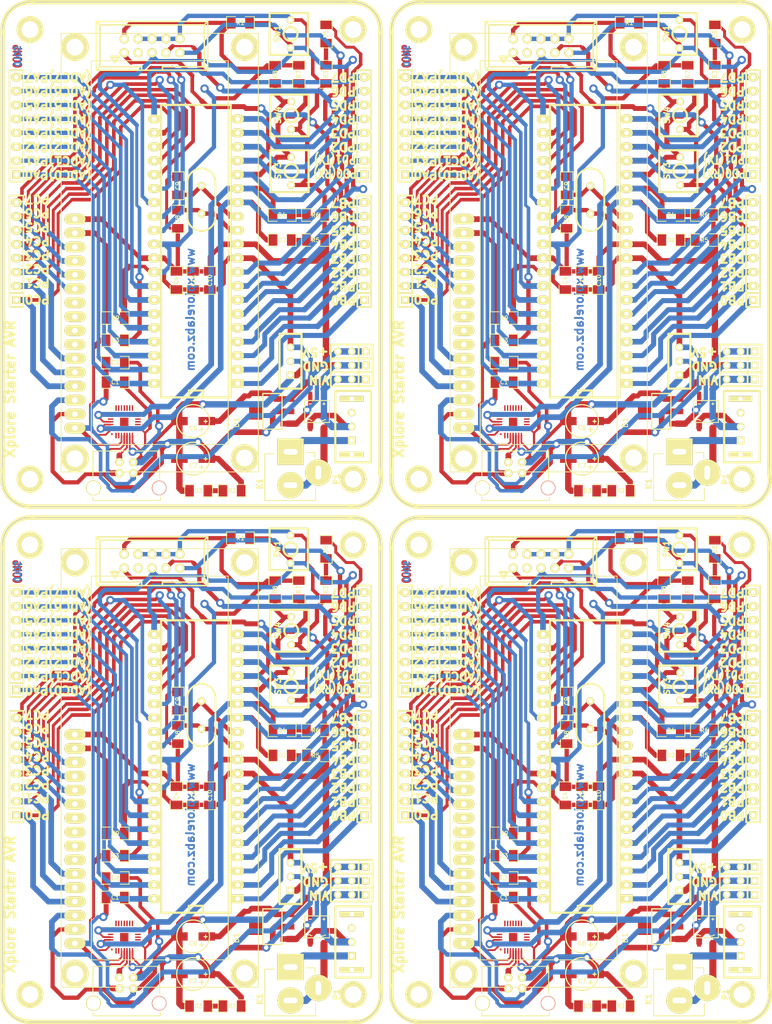
<source format=kicad_pcb>
(kicad_pcb (version 3) (host pcbnew "(2013-07-07 BZR 4022)-stable")
  (layers (15 F.Cu signal) (0 B.Cu signal) (18 B.Paste user) (19 F.Paste user) (20 B.SilkS user) (21 F.SilkS user) (22 B.Mask user) (23 F.Mask user) (28 Edge.Cuts user))
  (net 0 "")
  (net 1 /+5V)
  (net 2 /BL)
  (net 3 /D4)
  (net 4 /D5)
  (net 5 /D6)
  (net 6 /D7)
  (net 7 "/DC IN")
  (net 8 /DRST)
  (net 9 /E)
  (net 10 /MISO)
  (net 11 /MOSI)
  (net 12 /R/W)
  (net 13 /RS)
  (net 14 /S1)
  (net 15 /S2)
  (net 16 /SCK)
  (net 17 /rst)
  (net 18 /rxd)
  (net 19 /txd)
  (net 20 GND)
  (net 21 N-0000011)
  (net 22 N-0000012)
  (net 23 N-0000014)
  (net 24 N-0000025)
  (net 25 N-0000026)
  (net 26 N-0000027)
  (net 27 N-0000028)
  (net 28 N-0000029)
  (net 29 N-0000030)
  (net 30 N-0000039)
  (net 31 N-0000040)
  (net 32 N-0000041)
  (net 33 N-0000042)
  (net 34 N-0000043)
  (net 35 N-0000044)
  (net 36 N-0000045)
  (net 37 N-0000047)
  (net 38 N-0000048)
  (net 39 N-0000049)
  (net 40 N-0000050)
  (net 41 N-0000051)
  (net 42 N-0000052)
  (net 43 N-0000061)
  (net 44 N-0000066)
  (net 45 N-0000068)
  (net 46 N-0000069)
  (net 47 N-0000071)
  (net 48 N-0000072)
  (net 49 N-0000073)
  (net 50 N-0000075)
  (net 51 N-0000081)
  (module 1pin (layer F.Cu) (at 370.186 120.209 90)
    (fp_text reference P9 hide)
    (fp_text value CONN_1 hide)
    (pad "" np_thru_hole circle (at 0 0 90) (size 4.064 4.064) (drill 3.048) (layers *.Cu *.Mask F.SilkS))
  )
  (module 1pin (layer F.Cu) (at 339.198 120.209 90)
    (fp_text reference P8 hide)
    (fp_text value CONN_1 hide)
    (pad "" np_thru_hole circle (at 0 0 90) (size 4.064 4.064) (drill 3.048) (layers *.Cu *.Mask F.SilkS))
  )
  (module 1pin (layer F.Cu) (at 339.198 195.266 90)
    (fp_text reference P7 hide)
    (fp_text value CONN_1 hide)
    (pad "" np_thru_hole circle (at 0 0 90) (size 4.064 4.064) (drill 3.048) (layers *.Cu *.Mask F.SilkS))
  )
  (module 1pin (layer F.Cu) (at 370.186 195.139 90)
    (fp_text reference P5 hide)
    (fp_text value CONN_1 hide)
    (pad "" np_thru_hole circle (at 0 0 90) (size 4.064 4.064) (drill 3.048) (layers *.Cu *.Mask F.SilkS))
  )
  (module SM1206 (layer F.Cu) (at 385.045 125.162 90)
    (fp_text reference R3 (at 0 0 90) (layer F.SilkS) (effects (font (size 0.762 0.762) (thickness 0.127))))
    (fp_text value 470r hide)
    (pad 1 smd rect (at -1.651 0 90) (size 1.524 2.032) (layers F.Cu F.Paste F.Mask) (net 20 GND))
    (pad 2 smd rect (at 1.651 0 90) (size 1.524 2.032) (layers F.Cu F.Paste F.Mask) (net 43 N-0000061))
  )
  (module SM1206 (layer F.Cu) (at 385.045 117.796 270)
    (fp_text reference D5 (at 0 0 270) (layer F.SilkS) (effects (font (size 0.762 0.762) (thickness 0.127))))
    (fp_text value LED hide)
    (pad 1 smd rect (at -1.651 0 270) (size 1.524 2.032) (layers F.Cu F.Paste F.Mask) (net 2 /BL))
    (pad 2 smd rect (at 1.651 0 270) (size 1.524 2.032) (layers F.Cu F.Paste F.Mask) (net 43 N-0000061))
  )
  (module SIL-8_xl (layer F.Cu) (at 392.03 134.56 90)
    (fp_text reference J5 hide)
    (fp_text value SIL8 hide)
    (pad 1 thru_hole rect (at -8.89 0 90) (size 1.5 1.5) (drill 0.8128) (layers *.Cu *.Mask F.SilkS) (net 18 /rxd))
    (pad 2 thru_hole oval (at -6.35 0 90) (size 1.5 2) (drill 0.8128) (layers *.Cu *.Mask F.SilkS) (net 19 /txd))
    (pad 3 thru_hole oval (at -3.81 0 90) (size 1.5 2) (drill 0.8128) (layers *.Cu *.Mask F.SilkS) (net 14 /S1))
    (pad 4 thru_hole oval (at -1.27 0 90) (size 1.5 2) (drill 0.8128) (layers *.Cu *.Mask F.SilkS) (net 15 /S2))
    (pad 5 thru_hole oval (at 1.27 0 90) (size 1.5 2) (drill 0.8128) (layers *.Cu *.Mask F.SilkS) (net 2 /BL))
    (pad 6 thru_hole oval (at 3.81 0 90) (size 1.5 2) (drill 0.8128) (layers *.Cu *.Mask F.SilkS) (net 27 N-0000028))
    (pad 7 thru_hole oval (at 6.35 0 90) (size 1.5 2) (drill 0.8128) (layers *.Cu *.Mask F.SilkS) (net 26 N-0000027))
    (pad 8 thru_hole oval (at 8.89 0 90) (size 1.5 2) (drill 0.8128) (layers *.Cu *.Mask F.SilkS) (net 25 N-0000026))
  )
  (module SIL-8_xl (layer F.Cu) (at 328.53 157.42 90)
    (fp_text reference J4 hide)
    (fp_text value SIL8 hide)
    (pad 1 thru_hole rect (at -8.89 0 90) (size 1.5 1.5) (drill 0.8128) (layers *.Cu *.Mask F.SilkS) (net 13 /RS))
    (pad 2 thru_hole oval (at -6.35 0 90) (size 1.5 2) (drill 0.8128) (layers *.Cu *.Mask F.SilkS) (net 12 /R/W))
    (pad 3 thru_hole oval (at -3.81 0 90) (size 1.5 2) (drill 0.8128) (layers *.Cu *.Mask F.SilkS) (net 9 /E))
    (pad 4 thru_hole oval (at -1.27 0 90) (size 1.5 2) (drill 0.8128) (layers *.Cu *.Mask F.SilkS) (net 24 N-0000025))
    (pad 5 thru_hole oval (at 1.27 0 90) (size 1.5 2) (drill 0.8128) (layers *.Cu *.Mask F.SilkS) (net 3 /D4))
    (pad 6 thru_hole oval (at 3.81 0 90) (size 1.5 2) (drill 0.8128) (layers *.Cu *.Mask F.SilkS) (net 4 /D5))
    (pad 7 thru_hole oval (at 6.35 0 90) (size 1.5 2) (drill 0.8128) (layers *.Cu *.Mask F.SilkS) (net 5 /D6))
    (pad 8 thru_hole oval (at 8.89 0 90) (size 1.5 2) (drill 0.8128) (layers *.Cu *.Mask F.SilkS) (net 6 /D7))
  )
  (module SIL-8_xl (layer F.Cu) (at 328.53 134.56 90)
    (fp_text reference J2 hide)
    (fp_text value SIL8 hide)
    (pad 1 thru_hole rect (at -8.89 0 90) (size 1.5 1.5) (drill 0.8128) (layers *.Cu *.Mask F.SilkS) (net 36 N-0000045))
    (pad 2 thru_hole oval (at -6.35 0 90) (size 1.5 2) (drill 0.8128) (layers *.Cu *.Mask F.SilkS) (net 35 N-0000044))
    (pad 3 thru_hole oval (at -3.81 0 90) (size 1.5 2) (drill 0.8128) (layers *.Cu *.Mask F.SilkS) (net 34 N-0000043))
    (pad 4 thru_hole oval (at -1.27 0 90) (size 1.5 2) (drill 0.8128) (layers *.Cu *.Mask F.SilkS) (net 33 N-0000042))
    (pad 5 thru_hole oval (at 1.27 0 90) (size 1.5 2) (drill 0.8128) (layers *.Cu *.Mask F.SilkS) (net 29 N-0000030))
    (pad 6 thru_hole oval (at 3.81 0 90) (size 1.5 2) (drill 0.8128) (layers *.Cu *.Mask F.SilkS) (net 32 N-0000041))
    (pad 7 thru_hole oval (at 6.35 0 90) (size 1.5 2) (drill 0.8128) (layers *.Cu *.Mask F.SilkS) (net 31 N-0000040))
    (pad 8 thru_hole oval (at 8.89 0 90) (size 1.5 2) (drill 0.8128) (layers *.Cu *.Mask F.SilkS) (net 30 N-0000039))
  )
  (module SIL-8_xl (layer F.Cu) (at 392.03 157.42 90)
    (fp_text reference J3 hide)
    (fp_text value SIL8 hide)
    (pad 1 thru_hole rect (at -8.89 0 90) (size 1.5 1.5) (drill 0.8128) (layers *.Cu *.Mask F.SilkS) (net 41 N-0000051))
    (pad 2 thru_hole oval (at -6.35 0 90) (size 1.5 2) (drill 0.8128) (layers *.Cu *.Mask F.SilkS) (net 40 N-0000050))
    (pad 3 thru_hole oval (at -3.81 0 90) (size 1.5 2) (drill 0.8128) (layers *.Cu *.Mask F.SilkS) (net 39 N-0000049))
    (pad 4 thru_hole oval (at -1.27 0 90) (size 1.5 2) (drill 0.8128) (layers *.Cu *.Mask F.SilkS) (net 38 N-0000048))
    (pad 5 thru_hole oval (at 1.27 0 90) (size 1.5 2) (drill 0.8128) (layers *.Cu *.Mask F.SilkS) (net 37 N-0000047))
    (pad 6 thru_hole oval (at 3.81 0 90) (size 1.5 2) (drill 0.8128) (layers *.Cu *.Mask F.SilkS) (net 11 /MOSI))
    (pad 7 thru_hole oval (at 6.35 0 90) (size 1.5 2) (drill 0.8128) (layers *.Cu *.Mask F.SilkS) (net 10 /MISO))
    (pad 8 thru_hole oval (at 8.89 0 90) (size 1.5 2) (drill 0.8128) (layers *.Cu *.Mask F.SilkS) (net 16 /SCK))
  )
  (module 1pin (layer F.Cu) (at 390 117 90)
    (fp_text reference P4 hide)
    (fp_text value CONN_1 hide)
    (pad "" np_thru_hole circle (at 0 0 90) (size 4.064 4.064) (drill 3.048) (layers *.Cu *.Mask F.SilkS))
  )
  (module 1pin (layer F.Cu) (at 331 117 90)
    (fp_text reference P3 hide)
    (fp_text value CONN_1 hide)
    (pad "" np_thru_hole circle (at 0 0 90) (size 4.064 4.064) (drill 3.048) (layers *.Cu *.Mask F.SilkS))
  )
  (module 1pin (layer F.Cu) (at 331 199 90)
    (fp_text reference P2 hide)
    (fp_text value CONN_1 hide)
    (pad "" np_thru_hole circle (at 0 0 90) (size 4.064 4.064) (drill 3.048) (layers *.Cu *.Mask F.SilkS))
  )
  (module 1pin (layer F.Cu) (at 390 199 90)
    (fp_text reference P1 (at 0 -3.048 90) (layer F.SilkS) (effects (font (size 1.016 1.016) (thickness 0.254))))
    (fp_text value CONN_1 hide)
    (pad "" np_thru_hole circle (at 0 0 90) (size 4.064 4.064) (drill 3.048) (layers *.Cu *.Mask F.SilkS))
  )
  (module HC-49V (layer F.Cu) (at 362.312 148.022 270)
    (fp_text reference X1 hide)
    (fp_text value 16Mhz hide)
    (pad 1 thru_hole circle (at -2.54 0 270) (size 1.4224 1.4224) (drill 0.762) (layers *.Cu *.Mask F.SilkS) (net 28 N-0000029))
    (pad 2 thru_hole circle (at 2.54 0 270) (size 1.4224 1.4224) (drill 0.762) (layers *.Cu *.Mask F.SilkS) (net 47 N-0000071))
  )
  (module bridge_smd_xl (layer F.Cu) (at 385.68 188.662 90)
    (fp_text reference D1 (at 0 -17.018 90) (layer F.SilkS))
    (fp_text value BRIDGE hide)
    (fp_text user ~ (at 1.75 -3.5 90) (layer F.SilkS))
    (pad 1 smd rect (at -1 -3.5 90) (size 1.2 0.7) (layers F.Cu F.Paste F.Mask) (net 7 "/DC IN"))
    (pad 2 smd rect (at -1 -1 90) (size 1.2 0.7) (layers F.Cu F.Paste F.Mask) (net 51 N-0000081))
    (pad 3 smd rect (at 5 -1 90) (size 1.2 0.7) (layers F.Cu F.Paste F.Mask) (net 49 N-0000073))
    (pad 4 smd rect (at 5 -3.5 90) (size 1.2 0.7) (layers F.Cu F.Paste F.Mask) (net 20 GND))
  )
  (module SPSPT_XL (layer F.Cu) (at 389.744 189.424 90)
    (fp_text reference SW2 hide)
    (fp_text value SPST hide)
    (pad 1 thru_hole rect (at -2.54 0 90) (size 1.397 1.397) (drill 0.8128) (layers *.Cu *.Mask F.SilkS) (net 42 N-0000052))
    (pad 2 thru_hole circle (at 0 0 90) (size 1.397 1.397) (drill 0.8128) (layers *.Cu *.Mask F.SilkS) (net 7 "/DC IN"))
    (pad 3 thru_hole circle (at 2.54 0 90) (size 1.397 1.397) (drill 0.8128) (layers *.Cu *.Mask F.SilkS))
    (pad "" np_thru_hole rect (at 5.08 0 90) (size 1.00076 4.30022) (drill 0.8128) (layers *.Cu *.Mask F.SilkS))
    (pad "" np_thru_hole rect (at -5.08 0 90) (size 1.00076 4.30022) (drill 0.8128) (layers *.Cu *.Mask F.SilkS))
  )
  (module c1v5_smd_xl (layer F.Cu) (at 360.788 195.266 180)
    (fp_text reference C7 (at 0 -1.26746 180) (layer F.SilkS) (effects (font (size 0.762 0.762) (thickness 0.127))))
    (fp_text value "100uF, 25V" hide)
    (fp_text user + (at -2.286 0 180) (layer F.SilkS) (effects (font (size 0.762 0.762) (thickness 0.1905))))
    (pad 1 smd rect (at -2.5 0 180) (size 3 1.5) (layers F.Cu F.Paste F.Mask) (net 1 /+5V))
    (pad 2 smd rect (at 2.5 0 180) (size 3 1.50114) (layers F.Cu F.Paste F.Mask) (net 20 GND))
  )
  (module c1v5_smd_xl (layer F.Cu) (at 360.788 188.408 180)
    (fp_text reference C6 (at 0 -1.26746 180) (layer F.SilkS) (effects (font (size 0.762 0.762) (thickness 0.127))))
    (fp_text value "100uF, 25V" hide)
    (fp_text user + (at -2.286 0 180) (layer F.SilkS) (effects (font (size 0.762 0.762) (thickness 0.1905))))
    (pad 1 smd rect (at -2.5 0 180) (size 3 1.5) (layers F.Cu F.Paste F.Mask) (net 49 N-0000073))
    (pad 2 smd rect (at 2.5 0 180) (size 3 1.50114) (layers F.Cu F.Paste F.Mask) (net 20 GND))
  )
  (module cp2102_xl2 (layer F.Cu) (at 348.215 188.535 90)
    (fp_text reference U1 hide)
    (fp_text value CP2102 hide)
    (pad 7 smd rect (at -2.49936 1.50114 90) (size 1.00076 0.23114) (layers F.Cu F.Paste F.Mask) (net 1 /+5V))
    (pad 6 smd rect (at -2.49936 1.00076 90) (size 1.00076 0.23114) (layers F.Cu F.Paste F.Mask) (net 23 N-0000014))
    (pad 5 smd rect (at -2.49936 0.50038 90) (size 1.00076 0.23114) (layers F.Cu F.Paste F.Mask) (net 22 N-0000012))
    (pad 4 smd rect (at -2.49936 0 90) (size 1.00076 0.23114) (layers F.Cu F.Paste F.Mask) (net 21 N-0000011))
    (pad 3 smd rect (at -2.49936 -0.50038 90) (size 1.00076 0.23114) (layers F.Cu F.Paste F.Mask) (net 20 GND))
    (pad 2 smd rect (at -2.49936 -1.00076 90) (size 1.00076 0.23114) (layers F.Cu F.Paste F.Mask))
    (pad 1 smd rect (at -2.49936 -1.50114 90) (size 1.00076 0.23114) (layers F.Cu F.Paste F.Mask))
    (pad 28 smd rect (at -1.50114 -2.49936 90) (size 0.23114 1.00076) (layers F.Cu F.Paste F.Mask) (net 8 /DRST))
    (pad 27 smd rect (at -1.00076 -2.49936 90) (size 0.23114 1.00076) (layers F.Cu F.Paste F.Mask))
    (pad 26 smd rect (at -0.50038 -2.49936 90) (size 0.23114 1.00076) (layers F.Cu F.Paste F.Mask) (net 18 /rxd))
    (pad 25 smd rect (at 0 -2.49936 90) (size 0.23114 1.00076) (layers F.Cu F.Paste F.Mask) (net 19 /txd))
    (pad 24 smd rect (at 0.50038 -2.49936 90) (size 0.23114 1.00076) (layers F.Cu F.Paste F.Mask))
    (pad 23 smd rect (at 1.00076 -2.49936 90) (size 0.23114 1.00076) (layers F.Cu F.Paste F.Mask))
    (pad 22 smd rect (at 1.50114 -2.49936 90) (size 0.23114 1.00076) (layers F.Cu F.Paste F.Mask))
    (pad 21 smd rect (at 2.49936 -1.50114 90) (size 1.00076 0.23114) (layers F.Cu F.Paste F.Mask))
    (pad 20 smd rect (at 2.49936 -1.00076 90) (size 1.00076 0.23114) (layers F.Cu F.Paste F.Mask))
    (pad 19 smd rect (at 2.49936 -0.50038 90) (size 1.00076 0.23114) (layers F.Cu F.Paste F.Mask))
    (pad 18 smd rect (at 2.49936 0 90) (size 1.00076 0.23114) (layers F.Cu F.Paste F.Mask))
    (pad 17 smd rect (at 2.49936 0.50038 90) (size 1.00076 0.23114) (layers F.Cu F.Paste F.Mask))
    (pad 16 smd rect (at 2.49936 1.00076 90) (size 1.00076 0.23114) (layers F.Cu F.Paste F.Mask))
    (pad 15 smd rect (at 2.49936 1.50114 90) (size 1.00076 0.23114) (layers F.Cu F.Paste F.Mask))
    (pad 14 smd rect (at 1.50114 2.49936 90) (size 0.23114 1.00076) (layers F.Cu F.Paste F.Mask))
    (pad 13 smd rect (at 1.00076 2.49936 90) (size 0.23114 1.00076) (layers F.Cu F.Paste F.Mask))
    (pad 12 smd rect (at 0.50038 2.49936 90) (size 0.23114 1.00076) (layers F.Cu F.Paste F.Mask))
    (pad 11 smd rect (at 0 2.49936 90) (size 0.23114 1.00076) (layers F.Cu F.Paste F.Mask))
    (pad 10 smd rect (at -0.50038 2.49936 90) (size 0.23114 1.00076) (layers F.Cu F.Paste F.Mask))
    (pad 9 smd rect (at -1.00076 2.49936 90) (size 0.23114 1.00076) (layers F.Cu F.Paste F.Mask))
    (pad 8 smd rect (at -1.50114 2.49936 90) (size 0.23114 1.00076) (layers F.Cu F.Paste F.Mask) (net 1 /+5V))
    (pad 29 smd rect (at 0 0 90) (size 1.50114 1.50114) (layers F.Cu F.Paste F.Mask))
    (pad "" smd circle (at -2.25044 -2.25044 90) (size 0.29972 0.29972) (layers F.Cu F.Paste F.Mask))
  )
  (module DIP-40__600_ELL (layer F.Cu) (at 361.296 157.42 90)
    (fp_text reference IC1 hide)
    (fp_text value ATMEGA32-P hide)
    (pad 1 thru_hole rect (at -24.13 7.62 90) (size 1.5748 2.286) (drill 0.8128) (layers *.Cu *.Mask F.SilkS) (net 41 N-0000051))
    (pad 2 thru_hole oval (at -21.59 7.62 90) (size 1.5748 2.286) (drill 0.8128) (layers *.Cu *.Mask F.SilkS) (net 40 N-0000050))
    (pad 3 thru_hole oval (at -19.05 7.62 90) (size 1.5748 2.286) (drill 0.8128) (layers *.Cu *.Mask F.SilkS) (net 39 N-0000049))
    (pad 4 thru_hole oval (at -16.51 7.62 90) (size 1.5748 2.286) (drill 0.8128) (layers *.Cu *.Mask F.SilkS) (net 38 N-0000048))
    (pad 5 thru_hole oval (at -13.97 7.62 90) (size 1.5748 2.286) (drill 0.8128) (layers *.Cu *.Mask F.SilkS) (net 37 N-0000047))
    (pad 6 thru_hole oval (at -11.43 7.62 90) (size 1.5748 2.286) (drill 0.8128) (layers *.Cu *.Mask F.SilkS) (net 11 /MOSI))
    (pad 7 thru_hole oval (at -8.89 7.62 90) (size 1.5748 2.286) (drill 0.8128) (layers *.Cu *.Mask F.SilkS) (net 10 /MISO))
    (pad 8 thru_hole oval (at -6.35 7.62 90) (size 1.5748 2.286) (drill 0.8128) (layers *.Cu *.Mask F.SilkS) (net 16 /SCK))
    (pad 9 thru_hole oval (at -3.81 7.62 90) (size 1.5748 2.286) (drill 0.8128) (layers *.Cu *.Mask F.SilkS) (net 17 /rst))
    (pad 10 thru_hole oval (at -1.27 7.62 90) (size 1.5748 2.286) (drill 0.8128) (layers *.Cu *.Mask F.SilkS) (net 1 /+5V))
    (pad 11 thru_hole oval (at 1.27 7.62 90) (size 1.5748 2.286) (drill 0.8128) (layers *.Cu *.Mask F.SilkS) (net 20 GND))
    (pad 12 thru_hole oval (at 3.81 7.62 90) (size 1.5748 2.286) (drill 0.8128) (layers *.Cu *.Mask F.SilkS) (net 47 N-0000071))
    (pad 13 thru_hole oval (at 6.35 7.62 90) (size 1.5748 2.286) (drill 0.8128) (layers *.Cu *.Mask F.SilkS) (net 28 N-0000029))
    (pad 14 thru_hole oval (at 8.89 7.62 90) (size 1.5748 2.286) (drill 0.8128) (layers *.Cu *.Mask F.SilkS) (net 18 /rxd))
    (pad 15 thru_hole oval (at 11.43 7.62 90) (size 1.5748 2.286) (drill 0.8128) (layers *.Cu *.Mask F.SilkS) (net 19 /txd))
    (pad 16 thru_hole oval (at 13.97 7.62 90) (size 1.5748 2.286) (drill 0.8128) (layers *.Cu *.Mask F.SilkS) (net 14 /S1))
    (pad 17 thru_hole oval (at 16.51 7.62 90) (size 1.5748 2.286) (drill 0.8128) (layers *.Cu *.Mask F.SilkS) (net 15 /S2))
    (pad 18 thru_hole oval (at 19.05 7.62 90) (size 1.5748 2.286) (drill 0.8128) (layers *.Cu *.Mask F.SilkS) (net 2 /BL))
    (pad 19 thru_hole oval (at 21.59 7.62 90) (size 1.5748 2.286) (drill 0.8128) (layers *.Cu *.Mask F.SilkS) (net 27 N-0000028))
    (pad 20 thru_hole oval (at 24.13 7.62 90) (size 1.5748 2.286) (drill 0.8128) (layers *.Cu *.Mask F.SilkS) (net 26 N-0000027))
    (pad 21 thru_hole oval (at 24.13 -7.62 90) (size 1.5748 2.286) (drill 0.8128) (layers *.Cu *.Mask F.SilkS) (net 25 N-0000026))
    (pad 22 thru_hole oval (at 21.59 -7.62 90) (size 1.5748 2.286) (drill 0.8128) (layers *.Cu *.Mask F.SilkS) (net 13 /RS))
    (pad 23 thru_hole oval (at 19.05 -7.62 90) (size 1.5748 2.286) (drill 0.8128) (layers *.Cu *.Mask F.SilkS) (net 12 /R/W))
    (pad 24 thru_hole oval (at 16.51 -7.62 90) (size 1.5748 2.286) (drill 0.8128) (layers *.Cu *.Mask F.SilkS) (net 9 /E))
    (pad 25 thru_hole oval (at 13.97 -7.62 90) (size 1.5748 2.286) (drill 0.8128) (layers *.Cu *.Mask F.SilkS) (net 24 N-0000025))
    (pad 26 thru_hole oval (at 11.43 -7.62 90) (size 1.5748 2.286) (drill 0.8128) (layers *.Cu *.Mask F.SilkS) (net 3 /D4))
    (pad 27 thru_hole oval (at 8.89 -7.62 90) (size 1.5748 2.286) (drill 0.8128) (layers *.Cu *.Mask F.SilkS) (net 4 /D5))
    (pad 28 thru_hole oval (at 6.35 -7.62 90) (size 1.5748 2.286) (drill 0.8128) (layers *.Cu *.Mask F.SilkS) (net 5 /D6))
    (pad 29 thru_hole oval (at 3.81 -7.62 90) (size 1.5748 2.286) (drill 0.8128) (layers *.Cu *.Mask F.SilkS) (net 6 /D7))
    (pad 30 thru_hole oval (at 1.27 -7.62 90) (size 1.5748 2.286) (drill 0.8128) (layers *.Cu *.Mask F.SilkS) (net 1 /+5V))
    (pad 31 thru_hole oval (at -1.27 -7.62 90) (size 1.5748 2.286) (drill 0.8128) (layers *.Cu *.Mask F.SilkS) (net 20 GND))
    (pad 32 thru_hole oval (at -3.81 -7.62 90) (size 1.5748 2.286) (drill 0.8128) (layers *.Cu *.Mask F.SilkS) (net 1 /+5V))
    (pad 33 thru_hole oval (at -6.35 -7.62 90) (size 1.5748 2.286) (drill 0.8128) (layers *.Cu *.Mask F.SilkS) (net 30 N-0000039))
    (pad 34 thru_hole oval (at -8.89 -7.62 90) (size 1.5748 2.286) (drill 0.8128) (layers *.Cu *.Mask F.SilkS) (net 31 N-0000040))
    (pad 35 thru_hole oval (at -11.43 -7.62 90) (size 1.5748 2.286) (drill 0.8128) (layers *.Cu *.Mask F.SilkS) (net 32 N-0000041))
    (pad 36 thru_hole oval (at -13.97 -7.62 90) (size 1.5748 2.286) (drill 0.8128) (layers *.Cu *.Mask F.SilkS) (net 29 N-0000030))
    (pad 37 thru_hole oval (at -16.51 -7.62 90) (size 1.5748 2.286) (drill 0.8128) (layers *.Cu *.Mask F.SilkS) (net 33 N-0000042))
    (pad 38 thru_hole oval (at -19.05 -7.62 90) (size 1.5748 2.286) (drill 0.8128) (layers *.Cu *.Mask F.SilkS) (net 34 N-0000043))
    (pad 39 thru_hole oval (at -21.59 -7.62 90) (size 1.5748 2.286) (drill 0.8128) (layers *.Cu *.Mask F.SilkS) (net 35 N-0000044))
    (pad 40 thru_hole oval (at -24.13 -7.62 90) (size 1.5748 2.286) (drill 0.8128) (layers *.Cu *.Mask F.SilkS) (net 36 N-0000045))
  )
  (module lcd_2x16_led_backlight-HY-1602F (layer F.Cu) (at 339.198 192.218 90)
    (fp_text reference LCD1 hide)
    (fp_text value LCD_2X16_SIL hide)
    (pad 1 thru_hole oval (at 2.54 0 90) (size 1.9304 3.8608) (drill 0.99822) (layers *.Cu *.Mask F.Paste F.SilkS) (net 20 GND))
    (pad 2 thru_hole oval (at 5.08 0 90) (size 1.9304 3.8608) (drill 0.99822) (layers *.Cu *.Mask F.Paste F.SilkS) (net 1 /+5V))
    (pad 3 thru_hole oval (at 7.62 0 90) (size 1.9304 3.8608) (drill 0.99822) (layers *.Cu *.Mask F.Paste F.SilkS) (net 50 N-0000075))
    (pad 4 thru_hole oval (at 10.16 0 90) (size 1.9304 3.8608) (drill 0.99822) (layers *.Cu *.Mask F.Paste F.SilkS) (net 13 /RS))
    (pad 5 thru_hole oval (at 12.7 0 90) (size 1.9304 3.8608) (drill 0.99822) (layers *.Cu *.Mask F.Paste F.SilkS) (net 12 /R/W))
    (pad 6 thru_hole oval (at 15.24 0 90) (size 1.9304 3.8608) (drill 0.99822) (layers *.Cu *.Mask F.Paste F.SilkS) (net 9 /E))
    (pad 7 thru_hole oval (at 17.78 0 90) (size 1.9304 3.8608) (drill 0.99822) (layers *.Cu *.Mask F.Paste F.SilkS))
    (pad 8 thru_hole oval (at 20.32 0 90) (size 1.9304 3.8608) (drill 0.99822) (layers *.Cu *.Mask F.Paste F.SilkS))
    (pad 9 thru_hole oval (at 22.86 0 90) (size 1.9304 3.8608) (drill 0.99822) (layers *.Cu *.Mask F.Paste F.SilkS))
    (pad 10 thru_hole oval (at 25.4 0 90) (size 1.9304 3.8608) (drill 0.99822) (layers *.Cu *.Mask F.Paste F.SilkS))
    (pad 11 thru_hole oval (at 27.94 0 90) (size 1.9304 3.8608) (drill 0.99822) (layers *.Cu *.Mask F.Paste F.SilkS) (net 3 /D4))
    (pad 12 thru_hole oval (at 30.48 0 90) (size 1.9304 3.8608) (drill 0.99822) (layers *.Cu *.Mask F.Paste F.SilkS) (net 4 /D5))
    (pad 13 thru_hole oval (at 33.02 0 90) (size 1.9304 3.8608) (drill 0.99822) (layers *.Cu *.Mask F.Paste F.SilkS) (net 5 /D6))
    (pad 14 thru_hole oval (at 35.56 0 90) (size 1.9304 3.8608) (drill 0.99822) (layers *.Cu *.Mask F.Paste F.SilkS) (net 6 /D7))
    (pad 15 thru_hole oval (at 38.1 0 90) (size 1.9304 3.8608) (drill 0.99822) (layers *.Cu *.Mask F.Paste F.SilkS) (net 44 N-0000066))
    (pad 16 thru_hole oval (at 40.64 0 90) (size 1.9304 3.8608) (drill 0.99822) (layers *.Cu *.Mask F.Paste F.SilkS) (net 20 GND))
  )
  (module lm1117_xl (layer F.Cu) (at 375.266 186.63 90)
    (fp_text reference U2 hide)
    (fp_text value LM1117 hide)
    (pad 2 smd rect (at 0 2.75082 90) (size 1.00076 2.49936) (layers F.Cu F.Paste F.Mask) (net 1 /+5V))
    (pad 3 smd rect (at 2.25044 2.75082 90) (size 1.00076 2.49936) (layers F.Cu F.Paste F.Mask) (net 49 N-0000073))
    (pad 1 smd rect (at -2.25044 2.75082 90) (size 1.00076 2.49936) (layers F.Cu F.Paste F.Mask) (net 20 GND))
    (pad "" smd rect (at 0 -2.99974 90) (size 2.99974 2.49936) (layers F.Cu F.Paste F.Mask))
  )
  (module SIL-3 (layer F.Cu) (at 389.744 175.708 180)
    (fp_text reference K2 hide)
    (fp_text value CONN_3 hide)
    (pad 1 thru_hole rect (at -2.54 0 180) (size 1.397 1.397) (drill 0.8128) (layers *.Cu *.Mask F.SilkS) (net 1 /+5V))
    (pad 2 thru_hole circle (at 0 0 180) (size 1.397 1.397) (drill 0.8128) (layers *.Cu *.Mask F.SilkS) (net 1 /+5V))
    (pad 3 thru_hole circle (at 2.54 0 180) (size 1.397 1.397) (drill 0.8128) (layers *.Cu *.Mask F.SilkS) (net 1 /+5V))
  )
  (module SIL-3 (layer F.Cu) (at 389.744 178.248 180)
    (fp_text reference K3 hide)
    (fp_text value CONN_3 hide)
    (pad 1 thru_hole rect (at -2.54 0 180) (size 1.397 1.397) (drill 0.8128) (layers *.Cu *.Mask F.SilkS) (net 20 GND))
    (pad 2 thru_hole circle (at 0 0 180) (size 1.397 1.397) (drill 0.8128) (layers *.Cu *.Mask F.SilkS) (net 20 GND))
    (pad 3 thru_hole circle (at 2.54 0 180) (size 1.397 1.397) (drill 0.8128) (layers *.Cu *.Mask F.SilkS) (net 20 GND))
  )
  (module SIL-3 (layer F.Cu) (at 389.744 180.788 180)
    (fp_text reference K4 hide)
    (fp_text value CONN_3 hide)
    (pad 1 thru_hole rect (at -2.54 0 180) (size 1.397 1.397) (drill 0.8128) (layers *.Cu *.Mask F.SilkS) (net 7 "/DC IN"))
    (pad 2 thru_hole circle (at 0 0 180) (size 1.397 1.397) (drill 0.8128) (layers *.Cu *.Mask F.SilkS) (net 7 "/DC IN"))
    (pad 3 thru_hole circle (at 2.54 0 180) (size 1.397 1.397) (drill 0.8128) (layers *.Cu *.Mask F.SilkS) (net 7 "/DC IN"))
  )
  (module SIL-3_POT_XL (layer F.Cu) (at 378.568 177.486 90)
    (fp_text reference RV1 hide)
    (fp_text value 10K hide)
    (pad 1 thru_hole rect (at -2.54 0 90) (size 1.397 1.397) (drill 0.8128) (layers *.Cu *.Mask F.SilkS) (net 20 GND))
    (pad 2 thru_hole circle (at 0 0 90) (size 1.397 1.397) (drill 0.8128) (layers *.Cu *.Mask F.SilkS) (net 50 N-0000075))
    (pad 3 thru_hole circle (at 2.54 0 90) (size 1.397 1.397) (drill 0.8128) (layers *.Cu *.Mask F.SilkS) (net 1 /+5V))
  )
  (module SM1206 (layer F.Cu) (at 357.74 162.754 90)
    (fp_text reference C4 (at 0 0 90) (layer F.SilkS) (effects (font (size 0.762 0.762) (thickness 0.127))))
    (fp_text value 0.1uF hide)
    (pad 1 smd rect (at -1.651 0 90) (size 1.524 2.032) (layers F.Cu F.Paste F.Mask) (net 1 /+5V))
    (pad 2 smd rect (at 1.651 0 90) (size 1.524 2.032) (layers F.Cu F.Paste F.Mask) (net 20 GND))
  )
  (module SM1206 (layer F.Cu) (at 346.564 173.676)
    (fp_text reference C3 (at 0 0) (layer F.SilkS) (effects (font (size 0.762 0.762) (thickness 0.127))))
    (fp_text value 0.1uF hide)
    (pad 1 smd rect (at -1.651 0) (size 1.524 2.032) (layers F.Cu F.Paste F.Mask) (net 8 /DRST))
    (pad 2 smd rect (at 1.651 0) (size 1.524 2.032) (layers F.Cu F.Paste F.Mask) (net 17 /rst))
  )
  (module SM1206 (layer F.Cu) (at 377.044 150.816)
    (fp_text reference D4 (at 0 0) (layer F.SilkS) (effects (font (size 0.762 0.762) (thickness 0.127))))
    (fp_text value LED hide)
    (pad 1 smd rect (at -1.651 0) (size 1.524 2.032) (layers F.Cu F.Paste F.Mask) (net 19 /txd))
    (pad 2 smd rect (at 1.651 0) (size 1.524 2.032) (layers F.Cu F.Paste F.Mask) (net 45 N-0000068))
  )
  (module SM1206 (layer F.Cu) (at 377.044 155.388)
    (fp_text reference D2 (at 0 0) (layer F.SilkS) (effects (font (size 0.762 0.762) (thickness 0.127))))
    (fp_text value LED hide)
    (pad 1 smd rect (at -1.651 0) (size 1.524 2.032) (layers F.Cu F.Paste F.Mask) (net 18 /rxd))
    (pad 2 smd rect (at 1.651 0) (size 1.524 2.032) (layers F.Cu F.Paste F.Mask) (net 46 N-0000069))
  )
  (module SM1206 (layer F.Cu) (at 361.804 201.108 180)
    (fp_text reference D3 (at 0 0 180) (layer F.SilkS) (effects (font (size 0.762 0.762) (thickness 0.127))))
    (fp_text value LED hide)
    (pad 1 smd rect (at -1.651 0 180) (size 1.524 2.032) (layers F.Cu F.Paste F.Mask) (net 48 N-0000072))
    (pad 2 smd rect (at 1.651 0 180) (size 1.524 2.032) (layers F.Cu F.Paste F.Mask) (net 20 GND))
  )
  (module SM1206 (layer F.Cu) (at 383.14 150.816 180)
    (fp_text reference R6 (at 0 0 180) (layer F.SilkS) (effects (font (size 0.762 0.762) (thickness 0.127))))
    (fp_text value 470r hide)
    (pad 1 smd rect (at -1.651 0 180) (size 1.524 2.032) (layers F.Cu F.Paste F.Mask) (net 20 GND))
    (pad 2 smd rect (at 1.651 0 180) (size 1.524 2.032) (layers F.Cu F.Paste F.Mask) (net 45 N-0000068))
  )
  (module SM1206 (layer F.Cu) (at 367.9 201.108)
    (fp_text reference R2 (at 0 0) (layer F.SilkS) (effects (font (size 0.762 0.762) (thickness 0.127))))
    (fp_text value 470 hide)
    (pad 1 smd rect (at -1.651 0) (size 1.524 2.032) (layers F.Cu F.Paste F.Mask) (net 48 N-0000072))
    (pad 2 smd rect (at 1.651 0) (size 1.524 2.032) (layers F.Cu F.Paste F.Mask) (net 1 /+5V))
  )
  (module SM1206 (layer F.Cu) (at 383.14 155.388 180)
    (fp_text reference R5 (at 0 0 180) (layer F.SilkS) (effects (font (size 0.762 0.762) (thickness 0.127))))
    (fp_text value 470r hide)
    (pad 1 smd rect (at -1.651 0 180) (size 1.524 2.032) (layers F.Cu F.Paste F.Mask) (net 20 GND))
    (pad 2 smd rect (at 1.651 0 180) (size 1.524 2.032) (layers F.Cu F.Paste F.Mask) (net 46 N-0000069))
  )
  (module SM1206 (layer F.Cu) (at 375.774 125.162 90)
    (fp_text reference R8 (at 0 0 90) (layer F.SilkS) (effects (font (size 0.762 0.762) (thickness 0.127))))
    (fp_text value 10k hide)
    (pad 1 smd rect (at -1.651 0 90) (size 1.524 2.032) (layers F.Cu F.Paste F.Mask) (net 15 /S2))
    (pad 2 smd rect (at 1.651 0 90) (size 1.524 2.032) (layers F.Cu F.Paste F.Mask) (net 1 /+5V))
  )
  (module SM1206 (layer F.Cu) (at 380.092 125.162 90)
    (fp_text reference R7 (at 0 0 90) (layer F.SilkS) (effects (font (size 0.762 0.762) (thickness 0.127))))
    (fp_text value 10k hide)
    (pad 1 smd rect (at -1.651 0 90) (size 1.524 2.032) (layers F.Cu F.Paste F.Mask) (net 14 /S1))
    (pad 2 smd rect (at 1.651 0 90) (size 1.524 2.032) (layers F.Cu F.Paste F.Mask) (net 1 /+5V))
  )
  (module SM1206 (layer F.Cu) (at 363.836 162.754 90)
    (fp_text reference C10 (at 0 0 90) (layer F.SilkS) (effects (font (size 0.762 0.762) (thickness 0.127))))
    (fp_text value 0.1uF hide)
    (pad 1 smd rect (at -1.651 0 90) (size 1.524 2.032) (layers F.Cu F.Paste F.Mask) (net 1 /+5V))
    (pad 2 smd rect (at 1.651 0 90) (size 1.524 2.032) (layers F.Cu F.Paste F.Mask) (net 20 GND))
  )
  (module SM1206 (layer F.Cu) (at 360.788 162.754 90)
    (fp_text reference C11 (at 0 0 90) (layer F.SilkS) (effects (font (size 0.762 0.762) (thickness 0.127))))
    (fp_text value 0.1uF hide)
    (pad 1 smd rect (at -1.651 0 90) (size 1.524 2.032) (layers F.Cu F.Paste F.Mask) (net 1 /+5V))
    (pad 2 smd rect (at 1.651 0 90) (size 1.524 2.032) (layers F.Cu F.Paste F.Mask) (net 20 GND))
  )
  (module SM1206 (layer F.Cu) (at 357.994 151.578 90)
    (fp_text reference C8 (at 0 0 90) (layer F.SilkS) (effects (font (size 0.762 0.762) (thickness 0.127))))
    (fp_text value 22pF hide)
    (pad 1 smd rect (at -1.651 0 90) (size 1.524 2.032) (layers F.Cu F.Paste F.Mask) (net 20 GND))
    (pad 2 smd rect (at 1.651 0 90) (size 1.524 2.032) (layers F.Cu F.Paste F.Mask) (net 47 N-0000071))
  )
  (module SM1206 (layer F.Cu) (at 346.564 169.612 180)
    (fp_text reference R9 (at 0 0 180) (layer F.SilkS) (effects (font (size 0.762 0.762) (thickness 0.127))))
    (fp_text value 2.2k hide)
    (pad 1 smd rect (at -1.651 0 180) (size 1.524 2.032) (layers F.Cu F.Paste F.Mask) (net 1 /+5V))
    (pad 2 smd rect (at 1.651 0 180) (size 1.524 2.032) (layers F.Cu F.Paste F.Mask) (net 44 N-0000066))
  )
  (module SM1206 (layer F.Cu) (at 357.994 145.482 270)
    (fp_text reference C9 (at 0 0 270) (layer F.SilkS) (effects (font (size 0.762 0.762) (thickness 0.127))))
    (fp_text value 22pF hide)
    (pad 1 smd rect (at -1.651 0 270) (size 1.524 2.032) (layers F.Cu F.Paste F.Mask) (net 20 GND))
    (pad 2 smd rect (at 1.651 0 270) (size 1.524 2.032) (layers F.Cu F.Paste F.Mask) (net 28 N-0000029))
  )
  (module SM1206 (layer F.Cu) (at 346.564 181.296 180)
    (fp_text reference C1 (at 0 0 180) (layer F.SilkS) (effects (font (size 0.762 0.762) (thickness 0.127))))
    (fp_text value 0.1uF hide)
    (pad 1 smd rect (at -1.651 0 180) (size 1.524 2.032) (layers F.Cu F.Paste F.Mask) (net 1 /+5V))
    (pad 2 smd rect (at 1.651 0 180) (size 1.524 2.032) (layers F.Cu F.Paste F.Mask) (net 20 GND))
  )
  (module SM1206 (layer F.Cu) (at 369.424 115.764 180)
    (fp_text reference R1 (at 0 0 180) (layer F.SilkS) (effects (font (size 0.762 0.762) (thickness 0.127))))
    (fp_text value 10K hide)
    (pad 1 smd rect (at -1.651 0 180) (size 1.524 2.032) (layers F.Cu F.Paste F.Mask) (net 17 /rst))
    (pad 2 smd rect (at 1.651 0 180) (size 1.524 2.032) (layers F.Cu F.Paste F.Mask) (net 1 /+5V))
  )
  (module SM1206 (layer F.Cu) (at 346.564 177.74)
    (fp_text reference C2 (at 0 0) (layer F.SilkS) (effects (font (size 0.762 0.762) (thickness 0.127))))
    (fp_text value 0.1uF hide)
    (pad 1 smd rect (at -1.651 0) (size 1.524 2.032) (layers F.Cu F.Paste F.Mask) (net 20 GND))
    (pad 2 smd rect (at 1.651 0) (size 1.524 2.032) (layers F.Cu F.Paste F.Mask) (net 23 N-0000014))
  )
  (module SW_PUSH_SMALL_2pin_3D_xl (layer F.Cu) (at 378.568 117.796 90)
    (fp_text reference SW1 (at 0.04572 -2.40284 90) (layer F.SilkS) (effects (font (size 1.016 1.016) (thickness 0.254))))
    (fp_text value rst hide)
    (pad 1 thru_hole circle (at -2.54 0 90) (size 1.397 1.397) (drill 0.8128) (layers *.Cu *.Mask F.SilkS) (net 17 /rst))
    (pad 2 thru_hole circle (at 2.54 0 90) (size 1.397 1.397) (drill 0.8128) (layers *.Cu *.Mask F.SilkS) (net 20 GND))
  )
  (module SW_PUSH_SMALL_2pin_3D_xl (layer F.Cu) (at 378.695 132.655 90)
    (fp_text reference SW4 (at 0.04572 -2.40284 90) (layer F.SilkS) (effects (font (size 1.016 1.016) (thickness 0.254))))
    (fp_text value SPST hide)
    (pad 1 thru_hole circle (at -2.54 0 90) (size 1.397 1.397) (drill 0.8128) (layers *.Cu *.Mask F.SilkS) (net 20 GND))
    (pad 2 thru_hole circle (at 2.54 0 90) (size 1.397 1.397) (drill 0.8128) (layers *.Cu *.Mask F.SilkS) (net 15 /S2))
  )
  (module SW_PUSH_SMALL_2pin_3D_xl (layer F.Cu) (at 378.695 142.815 90)
    (fp_text reference SW3 (at 0.04572 -2.40284 90) (layer F.SilkS) (effects (font (size 1.016 1.016) (thickness 0.254))))
    (fp_text value SPST hide)
    (pad 1 thru_hole circle (at -2.54 0 90) (size 1.397 1.397) (drill 0.8128) (layers *.Cu *.Mask F.SilkS) (net 20 GND))
    (pad 2 thru_hole circle (at 2.54 0 90) (size 1.397 1.397) (drill 0.8128) (layers *.Cu *.Mask F.SilkS) (net 14 /S1))
  )
  (module VASCH5x2 (layer F.Cu) (at 353.295 119.955)
    (fp_text reference P6 hide)
    (fp_text value CONN_5X2 hide)
    (pad 1 thru_hole circle (at -5.08 1.27) (size 1.7 1.7) (drill 0.99822) (layers *.Cu *.Mask F.Paste F.SilkS) (net 11 /MOSI))
    (pad 2 thru_hole circle (at -5.08 -1.27) (size 1.7 1.7) (drill 0.99822) (layers *.Cu *.Mask F.Paste F.SilkS) (net 1 /+5V))
    (pad 3 thru_hole circle (at -2.54 1.27) (size 1.7 1.7) (drill 0.99822) (layers *.Cu *.Mask F.Paste F.SilkS))
    (pad 4 thru_hole circle (at -2.54 -1.27) (size 1.7 1.7) (drill 0.99822) (layers *.Cu *.Mask F.Paste F.SilkS) (net 20 GND))
    (pad 5 thru_hole circle (at 0 1.27) (size 1.7 1.7) (drill 0.99822) (layers *.Cu *.Mask F.Paste F.SilkS) (net 17 /rst))
    (pad 6 thru_hole circle (at 0 -1.27) (size 1.7 1.7) (drill 0.99822) (layers *.Cu *.Mask F.Paste F.SilkS) (net 20 GND))
    (pad 7 thru_hole circle (at 2.54 1.27) (size 1.7 1.7) (drill 0.99822) (layers *.Cu *.Mask F.Paste F.SilkS) (net 16 /SCK))
    (pad 8 thru_hole circle (at 2.54 -1.27) (size 1.7 1.7) (drill 0.99822) (layers *.Cu *.Mask F.Paste F.SilkS) (net 20 GND))
    (pad 9 thru_hole circle (at 5.08 1.27) (size 1.7 1.7) (drill 0.99822) (layers *.Cu *.Mask F.Paste F.SilkS) (net 10 /MISO))
    (pad 10 thru_hole circle (at 5.08 -1.27) (size 1.7 1.7) (drill 0.99822) (layers *.Cu *.Mask F.Paste F.SilkS) (net 20 GND))
  )
  (module USB_B (layer F.Cu) (at 348.596 200.6)
    (fp_text reference J1 hide)
    (fp_text value USB_2 hide)
    (pad 1 thru_hole circle (at 1.27 -4.699) (size 1.524 1.524) (drill 0.8128) (layers *.Cu *.Mask F.SilkS) (net 1 /+5V))
    (pad 2 thru_hole circle (at -1.27 -4.699) (size 1.524 1.524) (drill 0.8128) (layers *.Cu *.Mask F.SilkS) (net 22 N-0000012))
    (pad 3 thru_hole circle (at -1.27 -2.70002) (size 1.524 1.524) (drill 0.8128) (layers *.Cu *.Mask F.SilkS) (net 21 N-0000011))
    (pad 4 thru_hole circle (at 1.27 -2.70002) (size 1.524 1.524) (drill 0.8128) (layers *.Cu *.Mask F.SilkS) (net 20 GND))
    (pad 5 np_thru_hole circle (at 5.99948 0) (size 2.70002 2.70002) (drill 2.30124) (layers *.Cu *.SilkS *.Mask))
    (pad 6 thru_hole circle (at -5.99948 0) (size 2.70002 2.70002) (drill 2.30124) (layers *.Cu *.Mask F.SilkS))
  )
  (module JACK_ALIM (layer F.Cu) (at 378.568 200.092 90)
    (fp_text reference K1 (at 0.254 -5.588 90) (layer F.SilkS) (effects (font (size 1.016 1.016) (thickness 0.254))))
    (fp_text value BARREL hide)
    (pad 2 thru_hole circle (at 0 0 90) (size 4.8006 4.8006) (drill oval 1.016 2.54) (layers *.Cu *.Mask F.SilkS) (net 51 N-0000081))
    (pad 1 thru_hole rect (at 6.096 0 90) (size 4.8006 4.8006) (drill oval 1.016 2.54) (layers *.Cu *.Mask F.SilkS) (net 42 N-0000052))
    (pad 3 thru_hole circle (at 2.286 5.08 90) (size 4.8006 4.8006) (drill oval 2.54 1.016) (layers *.Cu *.Mask F.SilkS) (net 51 N-0000081))
  )
  (module 1pin (layer F.Cu) (at 370.186 120.209 90)
    (fp_text reference P9 hide)
    (fp_text value CONN_1 hide)
    (pad "" np_thru_hole circle (at 0 0 90) (size 4.064 4.064) (drill 3.048) (layers *.Cu *.Mask F.SilkS))
  )
  (module 1pin (layer F.Cu) (at 339.198 120.209 90)
    (fp_text reference P8 hide)
    (fp_text value CONN_1 hide)
    (pad "" np_thru_hole circle (at 0 0 90) (size 4.064 4.064) (drill 3.048) (layers *.Cu *.Mask F.SilkS))
  )
  (module 1pin (layer F.Cu) (at 339.198 195.266 90)
    (fp_text reference P7 hide)
    (fp_text value CONN_1 hide)
    (pad "" np_thru_hole circle (at 0 0 90) (size 4.064 4.064) (drill 3.048) (layers *.Cu *.Mask F.SilkS))
  )
  (module 1pin (layer F.Cu) (at 370.186 195.139 90)
    (fp_text reference P5 hide)
    (fp_text value CONN_1 hide)
    (pad "" np_thru_hole circle (at 0 0 90) (size 4.064 4.064) (drill 3.048) (layers *.Cu *.Mask F.SilkS))
  )
  (module SM1206 (layer F.Cu) (at 385.045 125.162 90)
    (fp_text reference R3 (at 0 0 90) (layer F.SilkS) (effects (font (size 0.762 0.762) (thickness 0.127))))
    (fp_text value 470r hide)
    (pad 1 smd rect (at -1.651 0 90) (size 1.524 2.032) (layers F.Cu F.Paste F.Mask) (net 20 GND))
    (pad 2 smd rect (at 1.651 0 90) (size 1.524 2.032) (layers F.Cu F.Paste F.Mask) (net 43 N-0000061))
  )
  (module SM1206 (layer F.Cu) (at 385.045 117.796 270)
    (fp_text reference D5 (at 0 0 270) (layer F.SilkS) (effects (font (size 0.762 0.762) (thickness 0.127))))
    (fp_text value LED hide)
    (pad 1 smd rect (at -1.651 0 270) (size 1.524 2.032) (layers F.Cu F.Paste F.Mask) (net 2 /BL))
    (pad 2 smd rect (at 1.651 0 270) (size 1.524 2.032) (layers F.Cu F.Paste F.Mask) (net 43 N-0000061))
  )
  (module SIL-8_xl (layer F.Cu) (at 392.03 134.56 90)
    (fp_text reference J5 hide)
    (fp_text value SIL8 hide)
    (pad 1 thru_hole rect (at -8.89 0 90) (size 1.5 1.5) (drill 0.8128) (layers *.Cu *.Mask F.SilkS) (net 18 /rxd))
    (pad 2 thru_hole oval (at -6.35 0 90) (size 1.5 2) (drill 0.8128) (layers *.Cu *.Mask F.SilkS) (net 19 /txd))
    (pad 3 thru_hole oval (at -3.81 0 90) (size 1.5 2) (drill 0.8128) (layers *.Cu *.Mask F.SilkS) (net 14 /S1))
    (pad 4 thru_hole oval (at -1.27 0 90) (size 1.5 2) (drill 0.8128) (layers *.Cu *.Mask F.SilkS) (net 15 /S2))
    (pad 5 thru_hole oval (at 1.27 0 90) (size 1.5 2) (drill 0.8128) (layers *.Cu *.Mask F.SilkS) (net 2 /BL))
    (pad 6 thru_hole oval (at 3.81 0 90) (size 1.5 2) (drill 0.8128) (layers *.Cu *.Mask F.SilkS) (net 27 N-0000028))
    (pad 7 thru_hole oval (at 6.35 0 90) (size 1.5 2) (drill 0.8128) (layers *.Cu *.Mask F.SilkS) (net 26 N-0000027))
    (pad 8 thru_hole oval (at 8.89 0 90) (size 1.5 2) (drill 0.8128) (layers *.Cu *.Mask F.SilkS) (net 25 N-0000026))
  )
  (module SIL-8_xl (layer F.Cu) (at 328.53 157.42 90)
    (fp_text reference J4 hide)
    (fp_text value SIL8 hide)
    (pad 1 thru_hole rect (at -8.89 0 90) (size 1.5 1.5) (drill 0.8128) (layers *.Cu *.Mask F.SilkS) (net 13 /RS))
    (pad 2 thru_hole oval (at -6.35 0 90) (size 1.5 2) (drill 0.8128) (layers *.Cu *.Mask F.SilkS) (net 12 /R/W))
    (pad 3 thru_hole oval (at -3.81 0 90) (size 1.5 2) (drill 0.8128) (layers *.Cu *.Mask F.SilkS) (net 9 /E))
    (pad 4 thru_hole oval (at -1.27 0 90) (size 1.5 2) (drill 0.8128) (layers *.Cu *.Mask F.SilkS) (net 24 N-0000025))
    (pad 5 thru_hole oval (at 1.27 0 90) (size 1.5 2) (drill 0.8128) (layers *.Cu *.Mask F.SilkS) (net 3 /D4))
    (pad 6 thru_hole oval (at 3.81 0 90) (size 1.5 2) (drill 0.8128) (layers *.Cu *.Mask F.SilkS) (net 4 /D5))
    (pad 7 thru_hole oval (at 6.35 0 90) (size 1.5 2) (drill 0.8128) (layers *.Cu *.Mask F.SilkS) (net 5 /D6))
    (pad 8 thru_hole oval (at 8.89 0 90) (size 1.5 2) (drill 0.8128) (layers *.Cu *.Mask F.SilkS) (net 6 /D7))
  )
  (module SIL-8_xl (layer F.Cu) (at 328.53 134.56 90)
    (fp_text reference J2 hide)
    (fp_text value SIL8 hide)
    (pad 1 thru_hole rect (at -8.89 0 90) (size 1.5 1.5) (drill 0.8128) (layers *.Cu *.Mask F.SilkS) (net 36 N-0000045))
    (pad 2 thru_hole oval (at -6.35 0 90) (size 1.5 2) (drill 0.8128) (layers *.Cu *.Mask F.SilkS) (net 35 N-0000044))
    (pad 3 thru_hole oval (at -3.81 0 90) (size 1.5 2) (drill 0.8128) (layers *.Cu *.Mask F.SilkS) (net 34 N-0000043))
    (pad 4 thru_hole oval (at -1.27 0 90) (size 1.5 2) (drill 0.8128) (layers *.Cu *.Mask F.SilkS) (net 33 N-0000042))
    (pad 5 thru_hole oval (at 1.27 0 90) (size 1.5 2) (drill 0.8128) (layers *.Cu *.Mask F.SilkS) (net 29 N-0000030))
    (pad 6 thru_hole oval (at 3.81 0 90) (size 1.5 2) (drill 0.8128) (layers *.Cu *.Mask F.SilkS) (net 32 N-0000041))
    (pad 7 thru_hole oval (at 6.35 0 90) (size 1.5 2) (drill 0.8128) (layers *.Cu *.Mask F.SilkS) (net 31 N-0000040))
    (pad 8 thru_hole oval (at 8.89 0 90) (size 1.5 2) (drill 0.8128) (layers *.Cu *.Mask F.SilkS) (net 30 N-0000039))
  )
  (module SIL-8_xl (layer F.Cu) (at 392.03 157.42 90)
    (fp_text reference J3 hide)
    (fp_text value SIL8 hide)
    (pad 1 thru_hole rect (at -8.89 0 90) (size 1.5 1.5) (drill 0.8128) (layers *.Cu *.Mask F.SilkS) (net 41 N-0000051))
    (pad 2 thru_hole oval (at -6.35 0 90) (size 1.5 2) (drill 0.8128) (layers *.Cu *.Mask F.SilkS) (net 40 N-0000050))
    (pad 3 thru_hole oval (at -3.81 0 90) (size 1.5 2) (drill 0.8128) (layers *.Cu *.Mask F.SilkS) (net 39 N-0000049))
    (pad 4 thru_hole oval (at -1.27 0 90) (size 1.5 2) (drill 0.8128) (layers *.Cu *.Mask F.SilkS) (net 38 N-0000048))
    (pad 5 thru_hole oval (at 1.27 0 90) (size 1.5 2) (drill 0.8128) (layers *.Cu *.Mask F.SilkS) (net 37 N-0000047))
    (pad 6 thru_hole oval (at 3.81 0 90) (size 1.5 2) (drill 0.8128) (layers *.Cu *.Mask F.SilkS) (net 11 /MOSI))
    (pad 7 thru_hole oval (at 6.35 0 90) (size 1.5 2) (drill 0.8128) (layers *.Cu *.Mask F.SilkS) (net 10 /MISO))
    (pad 8 thru_hole oval (at 8.89 0 90) (size 1.5 2) (drill 0.8128) (layers *.Cu *.Mask F.SilkS) (net 16 /SCK))
  )
  (module 1pin (layer F.Cu) (at 390 117 90)
    (fp_text reference P4 hide)
    (fp_text value CONN_1 hide)
    (pad "" np_thru_hole circle (at 0 0 90) (size 4.064 4.064) (drill 3.048) (layers *.Cu *.Mask F.SilkS))
  )
  (module 1pin (layer F.Cu) (at 331 117 90)
    (fp_text reference P3 hide)
    (fp_text value CONN_1 hide)
    (pad "" np_thru_hole circle (at 0 0 90) (size 4.064 4.064) (drill 3.048) (layers *.Cu *.Mask F.SilkS))
  )
  (module 1pin (layer F.Cu) (at 331 199 90)
    (fp_text reference P2 hide)
    (fp_text value CONN_1 hide)
    (pad "" np_thru_hole circle (at 0 0 90) (size 4.064 4.064) (drill 3.048) (layers *.Cu *.Mask F.SilkS))
  )
  (module 1pin (layer F.Cu) (at 390 199 90)
    (fp_text reference P1 (at 0 -3.048 90) (layer F.SilkS) (effects (font (size 1.016 1.016) (thickness 0.254))))
    (fp_text value CONN_1 hide)
    (pad "" np_thru_hole circle (at 0 0 90) (size 4.064 4.064) (drill 3.048) (layers *.Cu *.Mask F.SilkS))
  )
  (module HC-49V (layer F.Cu) (at 362.312 148.022 270)
    (fp_text reference X1 hide)
    (fp_text value 16Mhz hide)
    (pad 1 thru_hole circle (at -2.54 0 270) (size 1.4224 1.4224) (drill 0.762) (layers *.Cu *.Mask F.SilkS) (net 28 N-0000029))
    (pad 2 thru_hole circle (at 2.54 0 270) (size 1.4224 1.4224) (drill 0.762) (layers *.Cu *.Mask F.SilkS) (net 47 N-0000071))
  )
  (module bridge_smd_xl (layer F.Cu) (at 385.68 188.662 90)
    (fp_text reference D1 (at 0 -17.018 90) (layer F.SilkS))
    (fp_text value BRIDGE hide)
    (fp_text user ~ (at 1.75 -3.5 90) (layer F.SilkS))
    (pad 1 smd rect (at -1 -3.5 90) (size 1.2 0.7) (layers F.Cu F.Paste F.Mask) (net 7 "/DC IN"))
    (pad 2 smd rect (at -1 -1 90) (size 1.2 0.7) (layers F.Cu F.Paste F.Mask) (net 51 N-0000081))
    (pad 3 smd rect (at 5 -1 90) (size 1.2 0.7) (layers F.Cu F.Paste F.Mask) (net 49 N-0000073))
    (pad 4 smd rect (at 5 -3.5 90) (size 1.2 0.7) (layers F.Cu F.Paste F.Mask) (net 20 GND))
  )
  (module SPSPT_XL (layer F.Cu) (at 389.744 189.424 90)
    (fp_text reference SW2 hide)
    (fp_text value SPST hide)
    (pad 1 thru_hole rect (at -2.54 0 90) (size 1.397 1.397) (drill 0.8128) (layers *.Cu *.Mask F.SilkS) (net 42 N-0000052))
    (pad 2 thru_hole circle (at 0 0 90) (size 1.397 1.397) (drill 0.8128) (layers *.Cu *.Mask F.SilkS) (net 7 "/DC IN"))
    (pad 3 thru_hole circle (at 2.54 0 90) (size 1.397 1.397) (drill 0.8128) (layers *.Cu *.Mask F.SilkS))
    (pad "" np_thru_hole rect (at 5.08 0 90) (size 1.00076 4.30022) (drill 0.8128) (layers *.Cu *.Mask F.SilkS))
    (pad "" np_thru_hole rect (at -5.08 0 90) (size 1.00076 4.30022) (drill 0.8128) (layers *.Cu *.Mask F.SilkS))
  )
  (module c1v5_smd_xl (layer F.Cu) (at 360.788 195.266 180)
    (fp_text reference C7 (at 0 -1.26746 180) (layer F.SilkS) (effects (font (size 0.762 0.762) (thickness 0.127))))
    (fp_text value "100uF, 25V" hide)
    (fp_text user + (at -2.286 0 180) (layer F.SilkS) (effects (font (size 0.762 0.762) (thickness 0.1905))))
    (pad 1 smd rect (at -2.5 0 180) (size 3 1.5) (layers F.Cu F.Paste F.Mask) (net 1 /+5V))
    (pad 2 smd rect (at 2.5 0 180) (size 3 1.50114) (layers F.Cu F.Paste F.Mask) (net 20 GND))
  )
  (module c1v5_smd_xl (layer F.Cu) (at 360.788 188.408 180)
    (fp_text reference C6 (at 0 -1.26746 180) (layer F.SilkS) (effects (font (size 0.762 0.762) (thickness 0.127))))
    (fp_text value "100uF, 25V" hide)
    (fp_text user + (at -2.286 0 180) (layer F.SilkS) (effects (font (size 0.762 0.762) (thickness 0.1905))))
    (pad 1 smd rect (at -2.5 0 180) (size 3 1.5) (layers F.Cu F.Paste F.Mask) (net 49 N-0000073))
    (pad 2 smd rect (at 2.5 0 180) (size 3 1.50114) (layers F.Cu F.Paste F.Mask) (net 20 GND))
  )
  (module cp2102_xl2 (layer F.Cu) (at 348.215 188.535 90)
    (fp_text reference U1 hide)
    (fp_text value CP2102 hide)
    (pad 7 smd rect (at -2.49936 1.50114 90) (size 1.00076 0.23114) (layers F.Cu F.Paste F.Mask) (net 1 /+5V))
    (pad 6 smd rect (at -2.49936 1.00076 90) (size 1.00076 0.23114) (layers F.Cu F.Paste F.Mask) (net 23 N-0000014))
    (pad 5 smd rect (at -2.49936 0.50038 90) (size 1.00076 0.23114) (layers F.Cu F.Paste F.Mask) (net 22 N-0000012))
    (pad 4 smd rect (at -2.49936 0 90) (size 1.00076 0.23114) (layers F.Cu F.Paste F.Mask) (net 21 N-0000011))
    (pad 3 smd rect (at -2.49936 -0.50038 90) (size 1.00076 0.23114) (layers F.Cu F.Paste F.Mask) (net 20 GND))
    (pad 2 smd rect (at -2.49936 -1.00076 90) (size 1.00076 0.23114) (layers F.Cu F.Paste F.Mask))
    (pad 1 smd rect (at -2.49936 -1.50114 90) (size 1.00076 0.23114) (layers F.Cu F.Paste F.Mask))
    (pad 28 smd rect (at -1.50114 -2.49936 90) (size 0.23114 1.00076) (layers F.Cu F.Paste F.Mask) (net 8 /DRST))
    (pad 27 smd rect (at -1.00076 -2.49936 90) (size 0.23114 1.00076) (layers F.Cu F.Paste F.Mask))
    (pad 26 smd rect (at -0.50038 -2.49936 90) (size 0.23114 1.00076) (layers F.Cu F.Paste F.Mask) (net 18 /rxd))
    (pad 25 smd rect (at 0 -2.49936 90) (size 0.23114 1.00076) (layers F.Cu F.Paste F.Mask) (net 19 /txd))
    (pad 24 smd rect (at 0.50038 -2.49936 90) (size 0.23114 1.00076) (layers F.Cu F.Paste F.Mask))
    (pad 23 smd rect (at 1.00076 -2.49936 90) (size 0.23114 1.00076) (layers F.Cu F.Paste F.Mask))
    (pad 22 smd rect (at 1.50114 -2.49936 90) (size 0.23114 1.00076) (layers F.Cu F.Paste F.Mask))
    (pad 21 smd rect (at 2.49936 -1.50114 90) (size 1.00076 0.23114) (layers F.Cu F.Paste F.Mask))
    (pad 20 smd rect (at 2.49936 -1.00076 90) (size 1.00076 0.23114) (layers F.Cu F.Paste F.Mask))
    (pad 19 smd rect (at 2.49936 -0.50038 90) (size 1.00076 0.23114) (layers F.Cu F.Paste F.Mask))
    (pad 18 smd rect (at 2.49936 0 90) (size 1.00076 0.23114) (layers F.Cu F.Paste F.Mask))
    (pad 17 smd rect (at 2.49936 0.50038 90) (size 1.00076 0.23114) (layers F.Cu F.Paste F.Mask))
    (pad 16 smd rect (at 2.49936 1.00076 90) (size 1.00076 0.23114) (layers F.Cu F.Paste F.Mask))
    (pad 15 smd rect (at 2.49936 1.50114 90) (size 1.00076 0.23114) (layers F.Cu F.Paste F.Mask))
    (pad 14 smd rect (at 1.50114 2.49936 90) (size 0.23114 1.00076) (layers F.Cu F.Paste F.Mask))
    (pad 13 smd rect (at 1.00076 2.49936 90) (size 0.23114 1.00076) (layers F.Cu F.Paste F.Mask))
    (pad 12 smd rect (at 0.50038 2.49936 90) (size 0.23114 1.00076) (layers F.Cu F.Paste F.Mask))
    (pad 11 smd rect (at 0 2.49936 90) (size 0.23114 1.00076) (layers F.Cu F.Paste F.Mask))
    (pad 10 smd rect (at -0.50038 2.49936 90) (size 0.23114 1.00076) (layers F.Cu F.Paste F.Mask))
    (pad 9 smd rect (at -1.00076 2.49936 90) (size 0.23114 1.00076) (layers F.Cu F.Paste F.Mask))
    (pad 8 smd rect (at -1.50114 2.49936 90) (size 0.23114 1.00076) (layers F.Cu F.Paste F.Mask) (net 1 /+5V))
    (pad 29 smd rect (at 0 0 90) (size 1.50114 1.50114) (layers F.Cu F.Paste F.Mask))
    (pad "" smd circle (at -2.25044 -2.25044 90) (size 0.29972 0.29972) (layers F.Cu F.Paste F.Mask))
  )
  (module DIP-40__600_ELL (layer F.Cu) (at 361.296 157.42 90)
    (fp_text reference IC1 hide)
    (fp_text value ATMEGA32-P hide)
    (pad 1 thru_hole rect (at -24.13 7.62 90) (size 1.5748 2.286) (drill 0.8128) (layers *.Cu *.Mask F.SilkS) (net 41 N-0000051))
    (pad 2 thru_hole oval (at -21.59 7.62 90) (size 1.5748 2.286) (drill 0.8128) (layers *.Cu *.Mask F.SilkS) (net 40 N-0000050))
    (pad 3 thru_hole oval (at -19.05 7.62 90) (size 1.5748 2.286) (drill 0.8128) (layers *.Cu *.Mask F.SilkS) (net 39 N-0000049))
    (pad 4 thru_hole oval (at -16.51 7.62 90) (size 1.5748 2.286) (drill 0.8128) (layers *.Cu *.Mask F.SilkS) (net 38 N-0000048))
    (pad 5 thru_hole oval (at -13.97 7.62 90) (size 1.5748 2.286) (drill 0.8128) (layers *.Cu *.Mask F.SilkS) (net 37 N-0000047))
    (pad 6 thru_hole oval (at -11.43 7.62 90) (size 1.5748 2.286) (drill 0.8128) (layers *.Cu *.Mask F.SilkS) (net 11 /MOSI))
    (pad 7 thru_hole oval (at -8.89 7.62 90) (size 1.5748 2.286) (drill 0.8128) (layers *.Cu *.Mask F.SilkS) (net 10 /MISO))
    (pad 8 thru_hole oval (at -6.35 7.62 90) (size 1.5748 2.286) (drill 0.8128) (layers *.Cu *.Mask F.SilkS) (net 16 /SCK))
    (pad 9 thru_hole oval (at -3.81 7.62 90) (size 1.5748 2.286) (drill 0.8128) (layers *.Cu *.Mask F.SilkS) (net 17 /rst))
    (pad 10 thru_hole oval (at -1.27 7.62 90) (size 1.5748 2.286) (drill 0.8128) (layers *.Cu *.Mask F.SilkS) (net 1 /+5V))
    (pad 11 thru_hole oval (at 1.27 7.62 90) (size 1.5748 2.286) (drill 0.8128) (layers *.Cu *.Mask F.SilkS) (net 20 GND))
    (pad 12 thru_hole oval (at 3.81 7.62 90) (size 1.5748 2.286) (drill 0.8128) (layers *.Cu *.Mask F.SilkS) (net 47 N-0000071))
    (pad 13 thru_hole oval (at 6.35 7.62 90) (size 1.5748 2.286) (drill 0.8128) (layers *.Cu *.Mask F.SilkS) (net 28 N-0000029))
    (pad 14 thru_hole oval (at 8.89 7.62 90) (size 1.5748 2.286) (drill 0.8128) (layers *.Cu *.Mask F.SilkS) (net 18 /rxd))
    (pad 15 thru_hole oval (at 11.43 7.62 90) (size 1.5748 2.286) (drill 0.8128) (layers *.Cu *.Mask F.SilkS) (net 19 /txd))
    (pad 16 thru_hole oval (at 13.97 7.62 90) (size 1.5748 2.286) (drill 0.8128) (layers *.Cu *.Mask F.SilkS) (net 14 /S1))
    (pad 17 thru_hole oval (at 16.51 7.62 90) (size 1.5748 2.286) (drill 0.8128) (layers *.Cu *.Mask F.SilkS) (net 15 /S2))
    (pad 18 thru_hole oval (at 19.05 7.62 90) (size 1.5748 2.286) (drill 0.8128) (layers *.Cu *.Mask F.SilkS) (net 2 /BL))
    (pad 19 thru_hole oval (at 21.59 7.62 90) (size 1.5748 2.286) (drill 0.8128) (layers *.Cu *.Mask F.SilkS) (net 27 N-0000028))
    (pad 20 thru_hole oval (at 24.13 7.62 90) (size 1.5748 2.286) (drill 0.8128) (layers *.Cu *.Mask F.SilkS) (net 26 N-0000027))
    (pad 21 thru_hole oval (at 24.13 -7.62 90) (size 1.5748 2.286) (drill 0.8128) (layers *.Cu *.Mask F.SilkS) (net 25 N-0000026))
    (pad 22 thru_hole oval (at 21.59 -7.62 90) (size 1.5748 2.286) (drill 0.8128) (layers *.Cu *.Mask F.SilkS) (net 13 /RS))
    (pad 23 thru_hole oval (at 19.05 -7.62 90) (size 1.5748 2.286) (drill 0.8128) (layers *.Cu *.Mask F.SilkS) (net 12 /R/W))
    (pad 24 thru_hole oval (at 16.51 -7.62 90) (size 1.5748 2.286) (drill 0.8128) (layers *.Cu *.Mask F.SilkS) (net 9 /E))
    (pad 25 thru_hole oval (at 13.97 -7.62 90) (size 1.5748 2.286) (drill 0.8128) (layers *.Cu *.Mask F.SilkS) (net 24 N-0000025))
    (pad 26 thru_hole oval (at 11.43 -7.62 90) (size 1.5748 2.286) (drill 0.8128) (layers *.Cu *.Mask F.SilkS) (net 3 /D4))
    (pad 27 thru_hole oval (at 8.89 -7.62 90) (size 1.5748 2.286) (drill 0.8128) (layers *.Cu *.Mask F.SilkS) (net 4 /D5))
    (pad 28 thru_hole oval (at 6.35 -7.62 90) (size 1.5748 2.286) (drill 0.8128) (layers *.Cu *.Mask F.SilkS) (net 5 /D6))
    (pad 29 thru_hole oval (at 3.81 -7.62 90) (size 1.5748 2.286) (drill 0.8128) (layers *.Cu *.Mask F.SilkS) (net 6 /D7))
    (pad 30 thru_hole oval (at 1.27 -7.62 90) (size 1.5748 2.286) (drill 0.8128) (layers *.Cu *.Mask F.SilkS) (net 1 /+5V))
    (pad 31 thru_hole oval (at -1.27 -7.62 90) (size 1.5748 2.286) (drill 0.8128) (layers *.Cu *.Mask F.SilkS) (net 20 GND))
    (pad 32 thru_hole oval (at -3.81 -7.62 90) (size 1.5748 2.286) (drill 0.8128) (layers *.Cu *.Mask F.SilkS) (net 1 /+5V))
    (pad 33 thru_hole oval (at -6.35 -7.62 90) (size 1.5748 2.286) (drill 0.8128) (layers *.Cu *.Mask F.SilkS) (net 30 N-0000039))
    (pad 34 thru_hole oval (at -8.89 -7.62 90) (size 1.5748 2.286) (drill 0.8128) (layers *.Cu *.Mask F.SilkS) (net 31 N-0000040))
    (pad 35 thru_hole oval (at -11.43 -7.62 90) (size 1.5748 2.286) (drill 0.8128) (layers *.Cu *.Mask F.SilkS) (net 32 N-0000041))
    (pad 36 thru_hole oval (at -13.97 -7.62 90) (size 1.5748 2.286) (drill 0.8128) (layers *.Cu *.Mask F.SilkS) (net 29 N-0000030))
    (pad 37 thru_hole oval (at -16.51 -7.62 90) (size 1.5748 2.286) (drill 0.8128) (layers *.Cu *.Mask F.SilkS) (net 33 N-0000042))
    (pad 38 thru_hole oval (at -19.05 -7.62 90) (size 1.5748 2.286) (drill 0.8128) (layers *.Cu *.Mask F.SilkS) (net 34 N-0000043))
    (pad 39 thru_hole oval (at -21.59 -7.62 90) (size 1.5748 2.286) (drill 0.8128) (layers *.Cu *.Mask F.SilkS) (net 35 N-0000044))
    (pad 40 thru_hole oval (at -24.13 -7.62 90) (size 1.5748 2.286) (drill 0.8128) (layers *.Cu *.Mask F.SilkS) (net 36 N-0000045))
  )
  (module lcd_2x16_led_backlight-HY-1602F (layer F.Cu) (at 339.198 192.218 90)
    (fp_text reference LCD1 hide)
    (fp_text value LCD_2X16_SIL hide)
    (pad 1 thru_hole oval (at 2.54 0 90) (size 1.9304 3.8608) (drill 0.99822) (layers *.Cu *.Mask F.Paste F.SilkS) (net 20 GND))
    (pad 2 thru_hole oval (at 5.08 0 90) (size 1.9304 3.8608) (drill 0.99822) (layers *.Cu *.Mask F.Paste F.SilkS) (net 1 /+5V))
    (pad 3 thru_hole oval (at 7.62 0 90) (size 1.9304 3.8608) (drill 0.99822) (layers *.Cu *.Mask F.Paste F.SilkS) (net 50 N-0000075))
    (pad 4 thru_hole oval (at 10.16 0 90) (size 1.9304 3.8608) (drill 0.99822) (layers *.Cu *.Mask F.Paste F.SilkS) (net 13 /RS))
    (pad 5 thru_hole oval (at 12.7 0 90) (size 1.9304 3.8608) (drill 0.99822) (layers *.Cu *.Mask F.Paste F.SilkS) (net 12 /R/W))
    (pad 6 thru_hole oval (at 15.24 0 90) (size 1.9304 3.8608) (drill 0.99822) (layers *.Cu *.Mask F.Paste F.SilkS) (net 9 /E))
    (pad 7 thru_hole oval (at 17.78 0 90) (size 1.9304 3.8608) (drill 0.99822) (layers *.Cu *.Mask F.Paste F.SilkS))
    (pad 8 thru_hole oval (at 20.32 0 90) (size 1.9304 3.8608) (drill 0.99822) (layers *.Cu *.Mask F.Paste F.SilkS))
    (pad 9 thru_hole oval (at 22.86 0 90) (size 1.9304 3.8608) (drill 0.99822) (layers *.Cu *.Mask F.Paste F.SilkS))
    (pad 10 thru_hole oval (at 25.4 0 90) (size 1.9304 3.8608) (drill 0.99822) (layers *.Cu *.Mask F.Paste F.SilkS))
    (pad 11 thru_hole oval (at 27.94 0 90) (size 1.9304 3.8608) (drill 0.99822) (layers *.Cu *.Mask F.Paste F.SilkS) (net 3 /D4))
    (pad 12 thru_hole oval (at 30.48 0 90) (size 1.9304 3.8608) (drill 0.99822) (layers *.Cu *.Mask F.Paste F.SilkS) (net 4 /D5))
    (pad 13 thru_hole oval (at 33.02 0 90) (size 1.9304 3.8608) (drill 0.99822) (layers *.Cu *.Mask F.Paste F.SilkS) (net 5 /D6))
    (pad 14 thru_hole oval (at 35.56 0 90) (size 1.9304 3.8608) (drill 0.99822) (layers *.Cu *.Mask F.Paste F.SilkS) (net 6 /D7))
    (pad 15 thru_hole oval (at 38.1 0 90) (size 1.9304 3.8608) (drill 0.99822) (layers *.Cu *.Mask F.Paste F.SilkS) (net 44 N-0000066))
    (pad 16 thru_hole oval (at 40.64 0 90) (size 1.9304 3.8608) (drill 0.99822) (layers *.Cu *.Mask F.Paste F.SilkS) (net 20 GND))
  )
  (module lm1117_xl (layer F.Cu) (at 375.266 186.63 90)
    (fp_text reference U2 hide)
    (fp_text value LM1117 hide)
    (pad 2 smd rect (at 0 2.75082 90) (size 1.00076 2.49936) (layers F.Cu F.Paste F.Mask) (net 1 /+5V))
    (pad 3 smd rect (at 2.25044 2.75082 90) (size 1.00076 2.49936) (layers F.Cu F.Paste F.Mask) (net 49 N-0000073))
    (pad 1 smd rect (at -2.25044 2.75082 90) (size 1.00076 2.49936) (layers F.Cu F.Paste F.Mask) (net 20 GND))
    (pad "" smd rect (at 0 -2.99974 90) (size 2.99974 2.49936) (layers F.Cu F.Paste F.Mask))
  )
  (module SIL-3 (layer F.Cu) (at 389.744 175.708 180)
    (fp_text reference K2 hide)
    (fp_text value CONN_3 hide)
    (pad 1 thru_hole rect (at -2.54 0 180) (size 1.397 1.397) (drill 0.8128) (layers *.Cu *.Mask F.SilkS) (net 1 /+5V))
    (pad 2 thru_hole circle (at 0 0 180) (size 1.397 1.397) (drill 0.8128) (layers *.Cu *.Mask F.SilkS) (net 1 /+5V))
    (pad 3 thru_hole circle (at 2.54 0 180) (size 1.397 1.397) (drill 0.8128) (layers *.Cu *.Mask F.SilkS) (net 1 /+5V))
  )
  (module SIL-3 (layer F.Cu) (at 389.744 178.248 180)
    (fp_text reference K3 hide)
    (fp_text value CONN_3 hide)
    (pad 1 thru_hole rect (at -2.54 0 180) (size 1.397 1.397) (drill 0.8128) (layers *.Cu *.Mask F.SilkS) (net 20 GND))
    (pad 2 thru_hole circle (at 0 0 180) (size 1.397 1.397) (drill 0.8128) (layers *.Cu *.Mask F.SilkS) (net 20 GND))
    (pad 3 thru_hole circle (at 2.54 0 180) (size 1.397 1.397) (drill 0.8128) (layers *.Cu *.Mask F.SilkS) (net 20 GND))
  )
  (module SIL-3 (layer F.Cu) (at 389.744 180.788 180)
    (fp_text reference K4 hide)
    (fp_text value CONN_3 hide)
    (pad 1 thru_hole rect (at -2.54 0 180) (size 1.397 1.397) (drill 0.8128) (layers *.Cu *.Mask F.SilkS) (net 7 "/DC IN"))
    (pad 2 thru_hole circle (at 0 0 180) (size 1.397 1.397) (drill 0.8128) (layers *.Cu *.Mask F.SilkS) (net 7 "/DC IN"))
    (pad 3 thru_hole circle (at 2.54 0 180) (size 1.397 1.397) (drill 0.8128) (layers *.Cu *.Mask F.SilkS) (net 7 "/DC IN"))
  )
  (module SIL-3_POT_XL (layer F.Cu) (at 378.568 177.486 90)
    (fp_text reference RV1 hide)
    (fp_text value 10K hide)
    (pad 1 thru_hole rect (at -2.54 0 90) (size 1.397 1.397) (drill 0.8128) (layers *.Cu *.Mask F.SilkS) (net 20 GND))
    (pad 2 thru_hole circle (at 0 0 90) (size 1.397 1.397) (drill 0.8128) (layers *.Cu *.Mask F.SilkS) (net 50 N-0000075))
    (pad 3 thru_hole circle (at 2.54 0 90) (size 1.397 1.397) (drill 0.8128) (layers *.Cu *.Mask F.SilkS) (net 1 /+5V))
  )
  (module SM1206 (layer F.Cu) (at 357.74 162.754 90)
    (fp_text reference C4 (at 0 0 90) (layer F.SilkS) (effects (font (size 0.762 0.762) (thickness 0.127))))
    (fp_text value 0.1uF hide)
    (pad 1 smd rect (at -1.651 0 90) (size 1.524 2.032) (layers F.Cu F.Paste F.Mask) (net 1 /+5V))
    (pad 2 smd rect (at 1.651 0 90) (size 1.524 2.032) (layers F.Cu F.Paste F.Mask) (net 20 GND))
  )
  (module SM1206 (layer F.Cu) (at 346.564 173.676)
    (fp_text reference C3 (at 0 0) (layer F.SilkS) (effects (font (size 0.762 0.762) (thickness 0.127))))
    (fp_text value 0.1uF hide)
    (pad 1 smd rect (at -1.651 0) (size 1.524 2.032) (layers F.Cu F.Paste F.Mask) (net 8 /DRST))
    (pad 2 smd rect (at 1.651 0) (size 1.524 2.032) (layers F.Cu F.Paste F.Mask) (net 17 /rst))
  )
  (module SM1206 (layer F.Cu) (at 377.044 150.816)
    (fp_text reference D4 (at 0 0) (layer F.SilkS) (effects (font (size 0.762 0.762) (thickness 0.127))))
    (fp_text value LED hide)
    (pad 1 smd rect (at -1.651 0) (size 1.524 2.032) (layers F.Cu F.Paste F.Mask) (net 19 /txd))
    (pad 2 smd rect (at 1.651 0) (size 1.524 2.032) (layers F.Cu F.Paste F.Mask) (net 45 N-0000068))
  )
  (module SM1206 (layer F.Cu) (at 377.044 155.388)
    (fp_text reference D2 (at 0 0) (layer F.SilkS) (effects (font (size 0.762 0.762) (thickness 0.127))))
    (fp_text value LED hide)
    (pad 1 smd rect (at -1.651 0) (size 1.524 2.032) (layers F.Cu F.Paste F.Mask) (net 18 /rxd))
    (pad 2 smd rect (at 1.651 0) (size 1.524 2.032) (layers F.Cu F.Paste F.Mask) (net 46 N-0000069))
  )
  (module SM1206 (layer F.Cu) (at 361.804 201.108 180)
    (fp_text reference D3 (at 0 0 180) (layer F.SilkS) (effects (font (size 0.762 0.762) (thickness 0.127))))
    (fp_text value LED hide)
    (pad 1 smd rect (at -1.651 0 180) (size 1.524 2.032) (layers F.Cu F.Paste F.Mask) (net 48 N-0000072))
    (pad 2 smd rect (at 1.651 0 180) (size 1.524 2.032) (layers F.Cu F.Paste F.Mask) (net 20 GND))
  )
  (module SM1206 (layer F.Cu) (at 383.14 150.816 180)
    (fp_text reference R6 (at 0 0 180) (layer F.SilkS) (effects (font (size 0.762 0.762) (thickness 0.127))))
    (fp_text value 470r hide)
    (pad 1 smd rect (at -1.651 0 180) (size 1.524 2.032) (layers F.Cu F.Paste F.Mask) (net 20 GND))
    (pad 2 smd rect (at 1.651 0 180) (size 1.524 2.032) (layers F.Cu F.Paste F.Mask) (net 45 N-0000068))
  )
  (module SM1206 (layer F.Cu) (at 367.9 201.108)
    (fp_text reference R2 (at 0 0) (layer F.SilkS) (effects (font (size 0.762 0.762) (thickness 0.127))))
    (fp_text value 470 hide)
    (pad 1 smd rect (at -1.651 0) (size 1.524 2.032) (layers F.Cu F.Paste F.Mask) (net 48 N-0000072))
    (pad 2 smd rect (at 1.651 0) (size 1.524 2.032) (layers F.Cu F.Paste F.Mask) (net 1 /+5V))
  )
  (module SM1206 (layer F.Cu) (at 383.14 155.388 180)
    (fp_text reference R5 (at 0 0 180) (layer F.SilkS) (effects (font (size 0.762 0.762) (thickness 0.127))))
    (fp_text value 470r hide)
    (pad 1 smd rect (at -1.651 0 180) (size 1.524 2.032) (layers F.Cu F.Paste F.Mask) (net 20 GND))
    (pad 2 smd rect (at 1.651 0 180) (size 1.524 2.032) (layers F.Cu F.Paste F.Mask) (net 46 N-0000069))
  )
  (module SM1206 (layer F.Cu) (at 375.774 125.162 90)
    (fp_text reference R8 (at 0 0 90) (layer F.SilkS) (effects (font (size 0.762 0.762) (thickness 0.127))))
    (fp_text value 10k hide)
    (pad 1 smd rect (at -1.651 0 90) (size 1.524 2.032) (layers F.Cu F.Paste F.Mask) (net 15 /S2))
    (pad 2 smd rect (at 1.651 0 90) (size 1.524 2.032) (layers F.Cu F.Paste F.Mask) (net 1 /+5V))
  )
  (module SM1206 (layer F.Cu) (at 380.092 125.162 90)
    (fp_text reference R7 (at 0 0 90) (layer F.SilkS) (effects (font (size 0.762 0.762) (thickness 0.127))))
    (fp_text value 10k hide)
    (pad 1 smd rect (at -1.651 0 90) (size 1.524 2.032) (layers F.Cu F.Paste F.Mask) (net 14 /S1))
    (pad 2 smd rect (at 1.651 0 90) (size 1.524 2.032) (layers F.Cu F.Paste F.Mask) (net 1 /+5V))
  )
  (module SM1206 (layer F.Cu) (at 363.836 162.754 90)
    (fp_text reference C10 (at 0 0 90) (layer F.SilkS) (effects (font (size 0.762 0.762) (thickness 0.127))))
    (fp_text value 0.1uF hide)
    (pad 1 smd rect (at -1.651 0 90) (size 1.524 2.032) (layers F.Cu F.Paste F.Mask) (net 1 /+5V))
    (pad 2 smd rect (at 1.651 0 90) (size 1.524 2.032) (layers F.Cu F.Paste F.Mask) (net 20 GND))
  )
  (module SM1206 (layer F.Cu) (at 360.788 162.754 90)
    (fp_text reference C11 (at 0 0 90) (layer F.SilkS) (effects (font (size 0.762 0.762) (thickness 0.127))))
    (fp_text value 0.1uF hide)
    (pad 1 smd rect (at -1.651 0 90) (size 1.524 2.032) (layers F.Cu F.Paste F.Mask) (net 1 /+5V))
    (pad 2 smd rect (at 1.651 0 90) (size 1.524 2.032) (layers F.Cu F.Paste F.Mask) (net 20 GND))
  )
  (module SM1206 (layer F.Cu) (at 357.994 151.578 90)
    (fp_text reference C8 (at 0 0 90) (layer F.SilkS) (effects (font (size 0.762 0.762) (thickness 0.127))))
    (fp_text value 22pF hide)
    (pad 1 smd rect (at -1.651 0 90) (size 1.524 2.032) (layers F.Cu F.Paste F.Mask) (net 20 GND))
    (pad 2 smd rect (at 1.651 0 90) (size 1.524 2.032) (layers F.Cu F.Paste F.Mask) (net 47 N-0000071))
  )
  (module SM1206 (layer F.Cu) (at 346.564 169.612 180)
    (fp_text reference R9 (at 0 0 180) (layer F.SilkS) (effects (font (size 0.762 0.762) (thickness 0.127))))
    (fp_text value 2.2k hide)
    (pad 1 smd rect (at -1.651 0 180) (size 1.524 2.032) (layers F.Cu F.Paste F.Mask) (net 1 /+5V))
    (pad 2 smd rect (at 1.651 0 180) (size 1.524 2.032) (layers F.Cu F.Paste F.Mask) (net 44 N-0000066))
  )
  (module SM1206 (layer F.Cu) (at 357.994 145.482 270)
    (fp_text reference C9 (at 0 0 270) (layer F.SilkS) (effects (font (size 0.762 0.762) (thickness 0.127))))
    (fp_text value 22pF hide)
    (pad 1 smd rect (at -1.651 0 270) (size 1.524 2.032) (layers F.Cu F.Paste F.Mask) (net 20 GND))
    (pad 2 smd rect (at 1.651 0 270) (size 1.524 2.032) (layers F.Cu F.Paste F.Mask) (net 28 N-0000029))
  )
  (module SM1206 (layer F.Cu) (at 346.564 181.296 180)
    (fp_text reference C1 (at 0 0 180) (layer F.SilkS) (effects (font (size 0.762 0.762) (thickness 0.127))))
    (fp_text value 0.1uF hide)
    (pad 1 smd rect (at -1.651 0 180) (size 1.524 2.032) (layers F.Cu F.Paste F.Mask) (net 1 /+5V))
    (pad 2 smd rect (at 1.651 0 180) (size 1.524 2.032) (layers F.Cu F.Paste F.Mask) (net 20 GND))
  )
  (module SM1206 (layer F.Cu) (at 369.424 115.764 180)
    (fp_text reference R1 (at 0 0 180) (layer F.SilkS) (effects (font (size 0.762 0.762) (thickness 0.127))))
    (fp_text value 10K hide)
    (pad 1 smd rect (at -1.651 0 180) (size 1.524 2.032) (layers F.Cu F.Paste F.Mask) (net 17 /rst))
    (pad 2 smd rect (at 1.651 0 180) (size 1.524 2.032) (layers F.Cu F.Paste F.Mask) (net 1 /+5V))
  )
  (module SM1206 (layer F.Cu) (at 346.564 177.74)
    (fp_text reference C2 (at 0 0) (layer F.SilkS) (effects (font (size 0.762 0.762) (thickness 0.127))))
    (fp_text value 0.1uF hide)
    (pad 1 smd rect (at -1.651 0) (size 1.524 2.032) (layers F.Cu F.Paste F.Mask) (net 20 GND))
    (pad 2 smd rect (at 1.651 0) (size 1.524 2.032) (layers F.Cu F.Paste F.Mask) (net 23 N-0000014))
  )
  (module SW_PUSH_SMALL_2pin_3D_xl (layer F.Cu) (at 378.568 117.796 90)
    (fp_text reference SW1 (at 0.04572 -2.40284 90) (layer F.SilkS) (effects (font (size 1.016 1.016) (thickness 0.254))))
    (fp_text value rst hide)
    (pad 1 thru_hole circle (at -2.54 0 90) (size 1.397 1.397) (drill 0.8128) (layers *.Cu *.Mask F.SilkS) (net 17 /rst))
    (pad 2 thru_hole circle (at 2.54 0 90) (size 1.397 1.397) (drill 0.8128) (layers *.Cu *.Mask F.SilkS) (net 20 GND))
  )
  (module SW_PUSH_SMALL_2pin_3D_xl (layer F.Cu) (at 378.695 132.655 90)
    (fp_text reference SW4 (at 0.04572 -2.40284 90) (layer F.SilkS) (effects (font (size 1.016 1.016) (thickness 0.254))))
    (fp_text value SPST hide)
    (pad 1 thru_hole circle (at -2.54 0 90) (size 1.397 1.397) (drill 0.8128) (layers *.Cu *.Mask F.SilkS) (net 20 GND))
    (pad 2 thru_hole circle (at 2.54 0 90) (size 1.397 1.397) (drill 0.8128) (layers *.Cu *.Mask F.SilkS) (net 15 /S2))
  )
  (module SW_PUSH_SMALL_2pin_3D_xl (layer F.Cu) (at 378.695 142.815 90)
    (fp_text reference SW3 (at 0.04572 -2.40284 90) (layer F.SilkS) (effects (font (size 1.016 1.016) (thickness 0.254))))
    (fp_text value SPST hide)
    (pad 1 thru_hole circle (at -2.54 0 90) (size 1.397 1.397) (drill 0.8128) (layers *.Cu *.Mask F.SilkS) (net 20 GND))
    (pad 2 thru_hole circle (at 2.54 0 90) (size 1.397 1.397) (drill 0.8128) (layers *.Cu *.Mask F.SilkS) (net 14 /S1))
  )
  (module VASCH5x2 (layer F.Cu) (at 353.295 119.955)
    (fp_text reference P6 hide)
    (fp_text value CONN_5X2 hide)
    (pad 1 thru_hole circle (at -5.08 1.27) (size 1.7 1.7) (drill 0.99822) (layers *.Cu *.Mask F.Paste F.SilkS) (net 11 /MOSI))
    (pad 2 thru_hole circle (at -5.08 -1.27) (size 1.7 1.7) (drill 0.99822) (layers *.Cu *.Mask F.Paste F.SilkS) (net 1 /+5V))
    (pad 3 thru_hole circle (at -2.54 1.27) (size 1.7 1.7) (drill 0.99822) (layers *.Cu *.Mask F.Paste F.SilkS))
    (pad 4 thru_hole circle (at -2.54 -1.27) (size 1.7 1.7) (drill 0.99822) (layers *.Cu *.Mask F.Paste F.SilkS) (net 20 GND))
    (pad 5 thru_hole circle (at 0 1.27) (size 1.7 1.7) (drill 0.99822) (layers *.Cu *.Mask F.Paste F.SilkS) (net 17 /rst))
    (pad 6 thru_hole circle (at 0 -1.27) (size 1.7 1.7) (drill 0.99822) (layers *.Cu *.Mask F.Paste F.SilkS) (net 20 GND))
    (pad 7 thru_hole circle (at 2.54 1.27) (size 1.7 1.7) (drill 0.99822) (layers *.Cu *.Mask F.Paste F.SilkS) (net 16 /SCK))
    (pad 8 thru_hole circle (at 2.54 -1.27) (size 1.7 1.7) (drill 0.99822) (layers *.Cu *.Mask F.Paste F.SilkS) (net 20 GND))
    (pad 9 thru_hole circle (at 5.08 1.27) (size 1.7 1.7) (drill 0.99822) (layers *.Cu *.Mask F.Paste F.SilkS) (net 10 /MISO))
    (pad 10 thru_hole circle (at 5.08 -1.27) (size 1.7 1.7) (drill 0.99822) (layers *.Cu *.Mask F.Paste F.SilkS) (net 20 GND))
  )
  (module USB_B (layer F.Cu) (at 348.596 200.6)
    (fp_text reference J1 hide)
    (fp_text value USB_2 hide)
    (pad 1 thru_hole circle (at 1.27 -4.699) (size 1.524 1.524) (drill 0.8128) (layers *.Cu *.Mask F.SilkS) (net 1 /+5V))
    (pad 2 thru_hole circle (at -1.27 -4.699) (size 1.524 1.524) (drill 0.8128) (layers *.Cu *.Mask F.SilkS) (net 22 N-0000012))
    (pad 3 thru_hole circle (at -1.27 -2.70002) (size 1.524 1.524) (drill 0.8128) (layers *.Cu *.Mask F.SilkS) (net 21 N-0000011))
    (pad 4 thru_hole circle (at 1.27 -2.70002) (size 1.524 1.524) (drill 0.8128) (layers *.Cu *.Mask F.SilkS) (net 20 GND))
    (pad 5 np_thru_hole circle (at 5.99948 0) (size 2.70002 2.70002) (drill 2.30124) (layers *.Cu *.SilkS *.Mask))
    (pad 6 thru_hole circle (at -5.99948 0) (size 2.70002 2.70002) (drill 2.30124) (layers *.Cu *.Mask F.SilkS))
  )
  (module JACK_ALIM (layer F.Cu) (at 378.568 200.092 90)
    (fp_text reference K1 (at 0.254 -5.588 90) (layer F.SilkS) (effects (font (size 1.016 1.016) (thickness 0.254))))
    (fp_text value BARREL hide)
    (pad 2 thru_hole circle (at 0 0 90) (size 4.8006 4.8006) (drill oval 1.016 2.54) (layers *.Cu *.Mask F.SilkS) (net 51 N-0000081))
    (pad 1 thru_hole rect (at 6.096 0 90) (size 4.8006 4.8006) (drill oval 1.016 2.54) (layers *.Cu *.Mask F.SilkS) (net 42 N-0000052))
    (pad 3 thru_hole circle (at 2.286 5.08 90) (size 4.8006 4.8006) (drill oval 2.54 1.016) (layers *.Cu *.Mask F.SilkS) (net 51 N-0000081))
  )
  (module 1pin (layer F.Cu) (at 370.186 26.209 90)
    (fp_text reference P9 hide)
    (fp_text value CONN_1 hide)
    (pad "" np_thru_hole circle (at 0 0 90) (size 4.064 4.064) (drill 3.048) (layers *.Cu *.Mask F.SilkS))
  )
  (module 1pin (layer F.Cu) (at 339.198 26.209 90)
    (fp_text reference P8 hide)
    (fp_text value CONN_1 hide)
    (pad "" np_thru_hole circle (at 0 0 90) (size 4.064 4.064) (drill 3.048) (layers *.Cu *.Mask F.SilkS))
  )
  (module 1pin (layer F.Cu) (at 339.198 101.266 90)
    (fp_text reference P7 hide)
    (fp_text value CONN_1 hide)
    (pad "" np_thru_hole circle (at 0 0 90) (size 4.064 4.064) (drill 3.048) (layers *.Cu *.Mask F.SilkS))
  )
  (module 1pin (layer F.Cu) (at 370.186 101.139 90)
    (fp_text reference P5 hide)
    (fp_text value CONN_1 hide)
    (pad "" np_thru_hole circle (at 0 0 90) (size 4.064 4.064) (drill 3.048) (layers *.Cu *.Mask F.SilkS))
  )
  (module SM1206 (layer F.Cu) (at 385.045 31.162 90)
    (fp_text reference R3 (at 0 0 90) (layer F.SilkS) (effects (font (size 0.762 0.762) (thickness 0.127))))
    (fp_text value 470r hide)
    (pad 1 smd rect (at -1.651 0 90) (size 1.524 2.032) (layers F.Cu F.Paste F.Mask) (net 20 GND))
    (pad 2 smd rect (at 1.651 0 90) (size 1.524 2.032) (layers F.Cu F.Paste F.Mask) (net 43 N-0000061))
  )
  (module SM1206 (layer F.Cu) (at 385.045 23.796 270)
    (fp_text reference D5 (at 0 0 270) (layer F.SilkS) (effects (font (size 0.762 0.762) (thickness 0.127))))
    (fp_text value LED hide)
    (pad 1 smd rect (at -1.651 0 270) (size 1.524 2.032) (layers F.Cu F.Paste F.Mask) (net 2 /BL))
    (pad 2 smd rect (at 1.651 0 270) (size 1.524 2.032) (layers F.Cu F.Paste F.Mask) (net 43 N-0000061))
  )
  (module SIL-8_xl (layer F.Cu) (at 392.03 40.56 90)
    (fp_text reference J5 hide)
    (fp_text value SIL8 hide)
    (pad 1 thru_hole rect (at -8.89 0 90) (size 1.5 1.5) (drill 0.8128) (layers *.Cu *.Mask F.SilkS) (net 18 /rxd))
    (pad 2 thru_hole oval (at -6.35 0 90) (size 1.5 2) (drill 0.8128) (layers *.Cu *.Mask F.SilkS) (net 19 /txd))
    (pad 3 thru_hole oval (at -3.81 0 90) (size 1.5 2) (drill 0.8128) (layers *.Cu *.Mask F.SilkS) (net 14 /S1))
    (pad 4 thru_hole oval (at -1.27 0 90) (size 1.5 2) (drill 0.8128) (layers *.Cu *.Mask F.SilkS) (net 15 /S2))
    (pad 5 thru_hole oval (at 1.27 0 90) (size 1.5 2) (drill 0.8128) (layers *.Cu *.Mask F.SilkS) (net 2 /BL))
    (pad 6 thru_hole oval (at 3.81 0 90) (size 1.5 2) (drill 0.8128) (layers *.Cu *.Mask F.SilkS) (net 27 N-0000028))
    (pad 7 thru_hole oval (at 6.35 0 90) (size 1.5 2) (drill 0.8128) (layers *.Cu *.Mask F.SilkS) (net 26 N-0000027))
    (pad 8 thru_hole oval (at 8.89 0 90) (size 1.5 2) (drill 0.8128) (layers *.Cu *.Mask F.SilkS) (net 25 N-0000026))
  )
  (module SIL-8_xl (layer F.Cu) (at 328.53 63.42 90)
    (fp_text reference J4 hide)
    (fp_text value SIL8 hide)
    (pad 1 thru_hole rect (at -8.89 0 90) (size 1.5 1.5) (drill 0.8128) (layers *.Cu *.Mask F.SilkS) (net 13 /RS))
    (pad 2 thru_hole oval (at -6.35 0 90) (size 1.5 2) (drill 0.8128) (layers *.Cu *.Mask F.SilkS) (net 12 /R/W))
    (pad 3 thru_hole oval (at -3.81 0 90) (size 1.5 2) (drill 0.8128) (layers *.Cu *.Mask F.SilkS) (net 9 /E))
    (pad 4 thru_hole oval (at -1.27 0 90) (size 1.5 2) (drill 0.8128) (layers *.Cu *.Mask F.SilkS) (net 24 N-0000025))
    (pad 5 thru_hole oval (at 1.27 0 90) (size 1.5 2) (drill 0.8128) (layers *.Cu *.Mask F.SilkS) (net 3 /D4))
    (pad 6 thru_hole oval (at 3.81 0 90) (size 1.5 2) (drill 0.8128) (layers *.Cu *.Mask F.SilkS) (net 4 /D5))
    (pad 7 thru_hole oval (at 6.35 0 90) (size 1.5 2) (drill 0.8128) (layers *.Cu *.Mask F.SilkS) (net 5 /D6))
    (pad 8 thru_hole oval (at 8.89 0 90) (size 1.5 2) (drill 0.8128) (layers *.Cu *.Mask F.SilkS) (net 6 /D7))
  )
  (module SIL-8_xl (layer F.Cu) (at 328.53 40.56 90)
    (fp_text reference J2 hide)
    (fp_text value SIL8 hide)
    (pad 1 thru_hole rect (at -8.89 0 90) (size 1.5 1.5) (drill 0.8128) (layers *.Cu *.Mask F.SilkS) (net 36 N-0000045))
    (pad 2 thru_hole oval (at -6.35 0 90) (size 1.5 2) (drill 0.8128) (layers *.Cu *.Mask F.SilkS) (net 35 N-0000044))
    (pad 3 thru_hole oval (at -3.81 0 90) (size 1.5 2) (drill 0.8128) (layers *.Cu *.Mask F.SilkS) (net 34 N-0000043))
    (pad 4 thru_hole oval (at -1.27 0 90) (size 1.5 2) (drill 0.8128) (layers *.Cu *.Mask F.SilkS) (net 33 N-0000042))
    (pad 5 thru_hole oval (at 1.27 0 90) (size 1.5 2) (drill 0.8128) (layers *.Cu *.Mask F.SilkS) (net 29 N-0000030))
    (pad 6 thru_hole oval (at 3.81 0 90) (size 1.5 2) (drill 0.8128) (layers *.Cu *.Mask F.SilkS) (net 32 N-0000041))
    (pad 7 thru_hole oval (at 6.35 0 90) (size 1.5 2) (drill 0.8128) (layers *.Cu *.Mask F.SilkS) (net 31 N-0000040))
    (pad 8 thru_hole oval (at 8.89 0 90) (size 1.5 2) (drill 0.8128) (layers *.Cu *.Mask F.SilkS) (net 30 N-0000039))
  )
  (module SIL-8_xl (layer F.Cu) (at 392.03 63.42 90)
    (fp_text reference J3 hide)
    (fp_text value SIL8 hide)
    (pad 1 thru_hole rect (at -8.89 0 90) (size 1.5 1.5) (drill 0.8128) (layers *.Cu *.Mask F.SilkS) (net 41 N-0000051))
    (pad 2 thru_hole oval (at -6.35 0 90) (size 1.5 2) (drill 0.8128) (layers *.Cu *.Mask F.SilkS) (net 40 N-0000050))
    (pad 3 thru_hole oval (at -3.81 0 90) (size 1.5 2) (drill 0.8128) (layers *.Cu *.Mask F.SilkS) (net 39 N-0000049))
    (pad 4 thru_hole oval (at -1.27 0 90) (size 1.5 2) (drill 0.8128) (layers *.Cu *.Mask F.SilkS) (net 38 N-0000048))
    (pad 5 thru_hole oval (at 1.27 0 90) (size 1.5 2) (drill 0.8128) (layers *.Cu *.Mask F.SilkS) (net 37 N-0000047))
    (pad 6 thru_hole oval (at 3.81 0 90) (size 1.5 2) (drill 0.8128) (layers *.Cu *.Mask F.SilkS) (net 11 /MOSI))
    (pad 7 thru_hole oval (at 6.35 0 90) (size 1.5 2) (drill 0.8128) (layers *.Cu *.Mask F.SilkS) (net 10 /MISO))
    (pad 8 thru_hole oval (at 8.89 0 90) (size 1.5 2) (drill 0.8128) (layers *.Cu *.Mask F.SilkS) (net 16 /SCK))
  )
  (module 1pin (layer F.Cu) (at 390 23 90)
    (fp_text reference P4 hide)
    (fp_text value CONN_1 hide)
    (pad "" np_thru_hole circle (at 0 0 90) (size 4.064 4.064) (drill 3.048) (layers *.Cu *.Mask F.SilkS))
  )
  (module 1pin (layer F.Cu) (at 331 23 90)
    (fp_text reference P3 hide)
    (fp_text value CONN_1 hide)
    (pad "" np_thru_hole circle (at 0 0 90) (size 4.064 4.064) (drill 3.048) (layers *.Cu *.Mask F.SilkS))
  )
  (module 1pin (layer F.Cu) (at 331 105 90)
    (fp_text reference P2 hide)
    (fp_text value CONN_1 hide)
    (pad "" np_thru_hole circle (at 0 0 90) (size 4.064 4.064) (drill 3.048) (layers *.Cu *.Mask F.SilkS))
  )
  (module 1pin (layer F.Cu) (at 390 105 90)
    (fp_text reference P1 (at 0 -3.048 90) (layer F.SilkS) (effects (font (size 1.016 1.016) (thickness 0.254))))
    (fp_text value CONN_1 hide)
    (pad "" np_thru_hole circle (at 0 0 90) (size 4.064 4.064) (drill 3.048) (layers *.Cu *.Mask F.SilkS))
  )
  (module HC-49V (layer F.Cu) (at 362.312 54.022 270)
    (fp_text reference X1 hide)
    (fp_text value 16Mhz hide)
    (pad 1 thru_hole circle (at -2.54 0 270) (size 1.4224 1.4224) (drill 0.762) (layers *.Cu *.Mask F.SilkS) (net 28 N-0000029))
    (pad 2 thru_hole circle (at 2.54 0 270) (size 1.4224 1.4224) (drill 0.762) (layers *.Cu *.Mask F.SilkS) (net 47 N-0000071))
  )
  (module bridge_smd_xl (layer F.Cu) (at 385.68 94.662 90)
    (fp_text reference D1 (at 0 -17.018 90) (layer F.SilkS))
    (fp_text value BRIDGE hide)
    (fp_text user ~ (at 1.75 -3.5 90) (layer F.SilkS))
    (pad 1 smd rect (at -1 -3.5 90) (size 1.2 0.7) (layers F.Cu F.Paste F.Mask) (net 7 "/DC IN"))
    (pad 2 smd rect (at -1 -1 90) (size 1.2 0.7) (layers F.Cu F.Paste F.Mask) (net 51 N-0000081))
    (pad 3 smd rect (at 5 -1 90) (size 1.2 0.7) (layers F.Cu F.Paste F.Mask) (net 49 N-0000073))
    (pad 4 smd rect (at 5 -3.5 90) (size 1.2 0.7) (layers F.Cu F.Paste F.Mask) (net 20 GND))
  )
  (module SPSPT_XL (layer F.Cu) (at 389.744 95.424 90)
    (fp_text reference SW2 hide)
    (fp_text value SPST hide)
    (pad 1 thru_hole rect (at -2.54 0 90) (size 1.397 1.397) (drill 0.8128) (layers *.Cu *.Mask F.SilkS) (net 42 N-0000052))
    (pad 2 thru_hole circle (at 0 0 90) (size 1.397 1.397) (drill 0.8128) (layers *.Cu *.Mask F.SilkS) (net 7 "/DC IN"))
    (pad 3 thru_hole circle (at 2.54 0 90) (size 1.397 1.397) (drill 0.8128) (layers *.Cu *.Mask F.SilkS))
    (pad "" np_thru_hole rect (at 5.08 0 90) (size 1.00076 4.30022) (drill 0.8128) (layers *.Cu *.Mask F.SilkS))
    (pad "" np_thru_hole rect (at -5.08 0 90) (size 1.00076 4.30022) (drill 0.8128) (layers *.Cu *.Mask F.SilkS))
  )
  (module c1v5_smd_xl (layer F.Cu) (at 360.788 101.266 180)
    (fp_text reference C7 (at 0 -1.26746 180) (layer F.SilkS) (effects (font (size 0.762 0.762) (thickness 0.127))))
    (fp_text value "100uF, 25V" hide)
    (fp_text user + (at -2.286 0 180) (layer F.SilkS) (effects (font (size 0.762 0.762) (thickness 0.1905))))
    (pad 1 smd rect (at -2.5 0 180) (size 3 1.5) (layers F.Cu F.Paste F.Mask) (net 1 /+5V))
    (pad 2 smd rect (at 2.5 0 180) (size 3 1.50114) (layers F.Cu F.Paste F.Mask) (net 20 GND))
  )
  (module c1v5_smd_xl (layer F.Cu) (at 360.788 94.408 180)
    (fp_text reference C6 (at 0 -1.26746 180) (layer F.SilkS) (effects (font (size 0.762 0.762) (thickness 0.127))))
    (fp_text value "100uF, 25V" hide)
    (fp_text user + (at -2.286 0 180) (layer F.SilkS) (effects (font (size 0.762 0.762) (thickness 0.1905))))
    (pad 1 smd rect (at -2.5 0 180) (size 3 1.5) (layers F.Cu F.Paste F.Mask) (net 49 N-0000073))
    (pad 2 smd rect (at 2.5 0 180) (size 3 1.50114) (layers F.Cu F.Paste F.Mask) (net 20 GND))
  )
  (module cp2102_xl2 (layer F.Cu) (at 348.215 94.535 90)
    (fp_text reference U1 hide)
    (fp_text value CP2102 hide)
    (pad 7 smd rect (at -2.49936 1.50114 90) (size 1.00076 0.23114) (layers F.Cu F.Paste F.Mask) (net 1 /+5V))
    (pad 6 smd rect (at -2.49936 1.00076 90) (size 1.00076 0.23114) (layers F.Cu F.Paste F.Mask) (net 23 N-0000014))
    (pad 5 smd rect (at -2.49936 0.50038 90) (size 1.00076 0.23114) (layers F.Cu F.Paste F.Mask) (net 22 N-0000012))
    (pad 4 smd rect (at -2.49936 0 90) (size 1.00076 0.23114) (layers F.Cu F.Paste F.Mask) (net 21 N-0000011))
    (pad 3 smd rect (at -2.49936 -0.50038 90) (size 1.00076 0.23114) (layers F.Cu F.Paste F.Mask) (net 20 GND))
    (pad 2 smd rect (at -2.49936 -1.00076 90) (size 1.00076 0.23114) (layers F.Cu F.Paste F.Mask))
    (pad 1 smd rect (at -2.49936 -1.50114 90) (size 1.00076 0.23114) (layers F.Cu F.Paste F.Mask))
    (pad 28 smd rect (at -1.50114 -2.49936 90) (size 0.23114 1.00076) (layers F.Cu F.Paste F.Mask) (net 8 /DRST))
    (pad 27 smd rect (at -1.00076 -2.49936 90) (size 0.23114 1.00076) (layers F.Cu F.Paste F.Mask))
    (pad 26 smd rect (at -0.50038 -2.49936 90) (size 0.23114 1.00076) (layers F.Cu F.Paste F.Mask) (net 18 /rxd))
    (pad 25 smd rect (at 0 -2.49936 90) (size 0.23114 1.00076) (layers F.Cu F.Paste F.Mask) (net 19 /txd))
    (pad 24 smd rect (at 0.50038 -2.49936 90) (size 0.23114 1.00076) (layers F.Cu F.Paste F.Mask))
    (pad 23 smd rect (at 1.00076 -2.49936 90) (size 0.23114 1.00076) (layers F.Cu F.Paste F.Mask))
    (pad 22 smd rect (at 1.50114 -2.49936 90) (size 0.23114 1.00076) (layers F.Cu F.Paste F.Mask))
    (pad 21 smd rect (at 2.49936 -1.50114 90) (size 1.00076 0.23114) (layers F.Cu F.Paste F.Mask))
    (pad 20 smd rect (at 2.49936 -1.00076 90) (size 1.00076 0.23114) (layers F.Cu F.Paste F.Mask))
    (pad 19 smd rect (at 2.49936 -0.50038 90) (size 1.00076 0.23114) (layers F.Cu F.Paste F.Mask))
    (pad 18 smd rect (at 2.49936 0 90) (size 1.00076 0.23114) (layers F.Cu F.Paste F.Mask))
    (pad 17 smd rect (at 2.49936 0.50038 90) (size 1.00076 0.23114) (layers F.Cu F.Paste F.Mask))
    (pad 16 smd rect (at 2.49936 1.00076 90) (size 1.00076 0.23114) (layers F.Cu F.Paste F.Mask))
    (pad 15 smd rect (at 2.49936 1.50114 90) (size 1.00076 0.23114) (layers F.Cu F.Paste F.Mask))
    (pad 14 smd rect (at 1.50114 2.49936 90) (size 0.23114 1.00076) (layers F.Cu F.Paste F.Mask))
    (pad 13 smd rect (at 1.00076 2.49936 90) (size 0.23114 1.00076) (layers F.Cu F.Paste F.Mask))
    (pad 12 smd rect (at 0.50038 2.49936 90) (size 0.23114 1.00076) (layers F.Cu F.Paste F.Mask))
    (pad 11 smd rect (at 0 2.49936 90) (size 0.23114 1.00076) (layers F.Cu F.Paste F.Mask))
    (pad 10 smd rect (at -0.50038 2.49936 90) (size 0.23114 1.00076) (layers F.Cu F.Paste F.Mask))
    (pad 9 smd rect (at -1.00076 2.49936 90) (size 0.23114 1.00076) (layers F.Cu F.Paste F.Mask))
    (pad 8 smd rect (at -1.50114 2.49936 90) (size 0.23114 1.00076) (layers F.Cu F.Paste F.Mask) (net 1 /+5V))
    (pad 29 smd rect (at 0 0 90) (size 1.50114 1.50114) (layers F.Cu F.Paste F.Mask))
    (pad "" smd circle (at -2.25044 -2.25044 90) (size 0.29972 0.29972) (layers F.Cu F.Paste F.Mask))
  )
  (module DIP-40__600_ELL (layer F.Cu) (at 361.296 63.42 90)
    (fp_text reference IC1 hide)
    (fp_text value ATMEGA32-P hide)
    (pad 1 thru_hole rect (at -24.13 7.62 90) (size 1.5748 2.286) (drill 0.8128) (layers *.Cu *.Mask F.SilkS) (net 41 N-0000051))
    (pad 2 thru_hole oval (at -21.59 7.62 90) (size 1.5748 2.286) (drill 0.8128) (layers *.Cu *.Mask F.SilkS) (net 40 N-0000050))
    (pad 3 thru_hole oval (at -19.05 7.62 90) (size 1.5748 2.286) (drill 0.8128) (layers *.Cu *.Mask F.SilkS) (net 39 N-0000049))
    (pad 4 thru_hole oval (at -16.51 7.62 90) (size 1.5748 2.286) (drill 0.8128) (layers *.Cu *.Mask F.SilkS) (net 38 N-0000048))
    (pad 5 thru_hole oval (at -13.97 7.62 90) (size 1.5748 2.286) (drill 0.8128) (layers *.Cu *.Mask F.SilkS) (net 37 N-0000047))
    (pad 6 thru_hole oval (at -11.43 7.62 90) (size 1.5748 2.286) (drill 0.8128) (layers *.Cu *.Mask F.SilkS) (net 11 /MOSI))
    (pad 7 thru_hole oval (at -8.89 7.62 90) (size 1.5748 2.286) (drill 0.8128) (layers *.Cu *.Mask F.SilkS) (net 10 /MISO))
    (pad 8 thru_hole oval (at -6.35 7.62 90) (size 1.5748 2.286) (drill 0.8128) (layers *.Cu *.Mask F.SilkS) (net 16 /SCK))
    (pad 9 thru_hole oval (at -3.81 7.62 90) (size 1.5748 2.286) (drill 0.8128) (layers *.Cu *.Mask F.SilkS) (net 17 /rst))
    (pad 10 thru_hole oval (at -1.27 7.62 90) (size 1.5748 2.286) (drill 0.8128) (layers *.Cu *.Mask F.SilkS) (net 1 /+5V))
    (pad 11 thru_hole oval (at 1.27 7.62 90) (size 1.5748 2.286) (drill 0.8128) (layers *.Cu *.Mask F.SilkS) (net 20 GND))
    (pad 12 thru_hole oval (at 3.81 7.62 90) (size 1.5748 2.286) (drill 0.8128) (layers *.Cu *.Mask F.SilkS) (net 47 N-0000071))
    (pad 13 thru_hole oval (at 6.35 7.62 90) (size 1.5748 2.286) (drill 0.8128) (layers *.Cu *.Mask F.SilkS) (net 28 N-0000029))
    (pad 14 thru_hole oval (at 8.89 7.62 90) (size 1.5748 2.286) (drill 0.8128) (layers *.Cu *.Mask F.SilkS) (net 18 /rxd))
    (pad 15 thru_hole oval (at 11.43 7.62 90) (size 1.5748 2.286) (drill 0.8128) (layers *.Cu *.Mask F.SilkS) (net 19 /txd))
    (pad 16 thru_hole oval (at 13.97 7.62 90) (size 1.5748 2.286) (drill 0.8128) (layers *.Cu *.Mask F.SilkS) (net 14 /S1))
    (pad 17 thru_hole oval (at 16.51 7.62 90) (size 1.5748 2.286) (drill 0.8128) (layers *.Cu *.Mask F.SilkS) (net 15 /S2))
    (pad 18 thru_hole oval (at 19.05 7.62 90) (size 1.5748 2.286) (drill 0.8128) (layers *.Cu *.Mask F.SilkS) (net 2 /BL))
    (pad 19 thru_hole oval (at 21.59 7.62 90) (size 1.5748 2.286) (drill 0.8128) (layers *.Cu *.Mask F.SilkS) (net 27 N-0000028))
    (pad 20 thru_hole oval (at 24.13 7.62 90) (size 1.5748 2.286) (drill 0.8128) (layers *.Cu *.Mask F.SilkS) (net 26 N-0000027))
    (pad 21 thru_hole oval (at 24.13 -7.62 90) (size 1.5748 2.286) (drill 0.8128) (layers *.Cu *.Mask F.SilkS) (net 25 N-0000026))
    (pad 22 thru_hole oval (at 21.59 -7.62 90) (size 1.5748 2.286) (drill 0.8128) (layers *.Cu *.Mask F.SilkS) (net 13 /RS))
    (pad 23 thru_hole oval (at 19.05 -7.62 90) (size 1.5748 2.286) (drill 0.8128) (layers *.Cu *.Mask F.SilkS) (net 12 /R/W))
    (pad 24 thru_hole oval (at 16.51 -7.62 90) (size 1.5748 2.286) (drill 0.8128) (layers *.Cu *.Mask F.SilkS) (net 9 /E))
    (pad 25 thru_hole oval (at 13.97 -7.62 90) (size 1.5748 2.286) (drill 0.8128) (layers *.Cu *.Mask F.SilkS) (net 24 N-0000025))
    (pad 26 thru_hole oval (at 11.43 -7.62 90) (size 1.5748 2.286) (drill 0.8128) (layers *.Cu *.Mask F.SilkS) (net 3 /D4))
    (pad 27 thru_hole oval (at 8.89 -7.62 90) (size 1.5748 2.286) (drill 0.8128) (layers *.Cu *.Mask F.SilkS) (net 4 /D5))
    (pad 28 thru_hole oval (at 6.35 -7.62 90) (size 1.5748 2.286) (drill 0.8128) (layers *.Cu *.Mask F.SilkS) (net 5 /D6))
    (pad 29 thru_hole oval (at 3.81 -7.62 90) (size 1.5748 2.286) (drill 0.8128) (layers *.Cu *.Mask F.SilkS) (net 6 /D7))
    (pad 30 thru_hole oval (at 1.27 -7.62 90) (size 1.5748 2.286) (drill 0.8128) (layers *.Cu *.Mask F.SilkS) (net 1 /+5V))
    (pad 31 thru_hole oval (at -1.27 -7.62 90) (size 1.5748 2.286) (drill 0.8128) (layers *.Cu *.Mask F.SilkS) (net 20 GND))
    (pad 32 thru_hole oval (at -3.81 -7.62 90) (size 1.5748 2.286) (drill 0.8128) (layers *.Cu *.Mask F.SilkS) (net 1 /+5V))
    (pad 33 thru_hole oval (at -6.35 -7.62 90) (size 1.5748 2.286) (drill 0.8128) (layers *.Cu *.Mask F.SilkS) (net 30 N-0000039))
    (pad 34 thru_hole oval (at -8.89 -7.62 90) (size 1.5748 2.286) (drill 0.8128) (layers *.Cu *.Mask F.SilkS) (net 31 N-0000040))
    (pad 35 thru_hole oval (at -11.43 -7.62 90) (size 1.5748 2.286) (drill 0.8128) (layers *.Cu *.Mask F.SilkS) (net 32 N-0000041))
    (pad 36 thru_hole oval (at -13.97 -7.62 90) (size 1.5748 2.286) (drill 0.8128) (layers *.Cu *.Mask F.SilkS) (net 29 N-0000030))
    (pad 37 thru_hole oval (at -16.51 -7.62 90) (size 1.5748 2.286) (drill 0.8128) (layers *.Cu *.Mask F.SilkS) (net 33 N-0000042))
    (pad 38 thru_hole oval (at -19.05 -7.62 90) (size 1.5748 2.286) (drill 0.8128) (layers *.Cu *.Mask F.SilkS) (net 34 N-0000043))
    (pad 39 thru_hole oval (at -21.59 -7.62 90) (size 1.5748 2.286) (drill 0.8128) (layers *.Cu *.Mask F.SilkS) (net 35 N-0000044))
    (pad 40 thru_hole oval (at -24.13 -7.62 90) (size 1.5748 2.286) (drill 0.8128) (layers *.Cu *.Mask F.SilkS) (net 36 N-0000045))
  )
  (module lcd_2x16_led_backlight-HY-1602F (layer F.Cu) (at 339.198 98.218 90)
    (fp_text reference LCD1 hide)
    (fp_text value LCD_2X16_SIL hide)
    (pad 1 thru_hole oval (at 2.54 0 90) (size 1.9304 3.8608) (drill 0.99822) (layers *.Cu *.Mask F.Paste F.SilkS) (net 20 GND))
    (pad 2 thru_hole oval (at 5.08 0 90) (size 1.9304 3.8608) (drill 0.99822) (layers *.Cu *.Mask F.Paste F.SilkS) (net 1 /+5V))
    (pad 3 thru_hole oval (at 7.62 0 90) (size 1.9304 3.8608) (drill 0.99822) (layers *.Cu *.Mask F.Paste F.SilkS) (net 50 N-0000075))
    (pad 4 thru_hole oval (at 10.16 0 90) (size 1.9304 3.8608) (drill 0.99822) (layers *.Cu *.Mask F.Paste F.SilkS) (net 13 /RS))
    (pad 5 thru_hole oval (at 12.7 0 90) (size 1.9304 3.8608) (drill 0.99822) (layers *.Cu *.Mask F.Paste F.SilkS) (net 12 /R/W))
    (pad 6 thru_hole oval (at 15.24 0 90) (size 1.9304 3.8608) (drill 0.99822) (layers *.Cu *.Mask F.Paste F.SilkS) (net 9 /E))
    (pad 7 thru_hole oval (at 17.78 0 90) (size 1.9304 3.8608) (drill 0.99822) (layers *.Cu *.Mask F.Paste F.SilkS))
    (pad 8 thru_hole oval (at 20.32 0 90) (size 1.9304 3.8608) (drill 0.99822) (layers *.Cu *.Mask F.Paste F.SilkS))
    (pad 9 thru_hole oval (at 22.86 0 90) (size 1.9304 3.8608) (drill 0.99822) (layers *.Cu *.Mask F.Paste F.SilkS))
    (pad 10 thru_hole oval (at 25.4 0 90) (size 1.9304 3.8608) (drill 0.99822) (layers *.Cu *.Mask F.Paste F.SilkS))
    (pad 11 thru_hole oval (at 27.94 0 90) (size 1.9304 3.8608) (drill 0.99822) (layers *.Cu *.Mask F.Paste F.SilkS) (net 3 /D4))
    (pad 12 thru_hole oval (at 30.48 0 90) (size 1.9304 3.8608) (drill 0.99822) (layers *.Cu *.Mask F.Paste F.SilkS) (net 4 /D5))
    (pad 13 thru_hole oval (at 33.02 0 90) (size 1.9304 3.8608) (drill 0.99822) (layers *.Cu *.Mask F.Paste F.SilkS) (net 5 /D6))
    (pad 14 thru_hole oval (at 35.56 0 90) (size 1.9304 3.8608) (drill 0.99822) (layers *.Cu *.Mask F.Paste F.SilkS) (net 6 /D7))
    (pad 15 thru_hole oval (at 38.1 0 90) (size 1.9304 3.8608) (drill 0.99822) (layers *.Cu *.Mask F.Paste F.SilkS) (net 44 N-0000066))
    (pad 16 thru_hole oval (at 40.64 0 90) (size 1.9304 3.8608) (drill 0.99822) (layers *.Cu *.Mask F.Paste F.SilkS) (net 20 GND))
  )
  (module lm1117_xl (layer F.Cu) (at 375.266 92.63 90)
    (fp_text reference U2 hide)
    (fp_text value LM1117 hide)
    (pad 2 smd rect (at 0 2.75082 90) (size 1.00076 2.49936) (layers F.Cu F.Paste F.Mask) (net 1 /+5V))
    (pad 3 smd rect (at 2.25044 2.75082 90) (size 1.00076 2.49936) (layers F.Cu F.Paste F.Mask) (net 49 N-0000073))
    (pad 1 smd rect (at -2.25044 2.75082 90) (size 1.00076 2.49936) (layers F.Cu F.Paste F.Mask) (net 20 GND))
    (pad "" smd rect (at 0 -2.99974 90) (size 2.99974 2.49936) (layers F.Cu F.Paste F.Mask))
  )
  (module SIL-3 (layer F.Cu) (at 389.744 81.708 180)
    (fp_text reference K2 hide)
    (fp_text value CONN_3 hide)
    (pad 1 thru_hole rect (at -2.54 0 180) (size 1.397 1.397) (drill 0.8128) (layers *.Cu *.Mask F.SilkS) (net 1 /+5V))
    (pad 2 thru_hole circle (at 0 0 180) (size 1.397 1.397) (drill 0.8128) (layers *.Cu *.Mask F.SilkS) (net 1 /+5V))
    (pad 3 thru_hole circle (at 2.54 0 180) (size 1.397 1.397) (drill 0.8128) (layers *.Cu *.Mask F.SilkS) (net 1 /+5V))
  )
  (module SIL-3 (layer F.Cu) (at 389.744 84.248 180)
    (fp_text reference K3 hide)
    (fp_text value CONN_3 hide)
    (pad 1 thru_hole rect (at -2.54 0 180) (size 1.397 1.397) (drill 0.8128) (layers *.Cu *.Mask F.SilkS) (net 20 GND))
    (pad 2 thru_hole circle (at 0 0 180) (size 1.397 1.397) (drill 0.8128) (layers *.Cu *.Mask F.SilkS) (net 20 GND))
    (pad 3 thru_hole circle (at 2.54 0 180) (size 1.397 1.397) (drill 0.8128) (layers *.Cu *.Mask F.SilkS) (net 20 GND))
  )
  (module SIL-3 (layer F.Cu) (at 389.744 86.788 180)
    (fp_text reference K4 hide)
    (fp_text value CONN_3 hide)
    (pad 1 thru_hole rect (at -2.54 0 180) (size 1.397 1.397) (drill 0.8128) (layers *.Cu *.Mask F.SilkS) (net 7 "/DC IN"))
    (pad 2 thru_hole circle (at 0 0 180) (size 1.397 1.397) (drill 0.8128) (layers *.Cu *.Mask F.SilkS) (net 7 "/DC IN"))
    (pad 3 thru_hole circle (at 2.54 0 180) (size 1.397 1.397) (drill 0.8128) (layers *.Cu *.Mask F.SilkS) (net 7 "/DC IN"))
  )
  (module SIL-3_POT_XL (layer F.Cu) (at 378.568 83.486 90)
    (fp_text reference RV1 hide)
    (fp_text value 10K hide)
    (pad 1 thru_hole rect (at -2.54 0 90) (size 1.397 1.397) (drill 0.8128) (layers *.Cu *.Mask F.SilkS) (net 20 GND))
    (pad 2 thru_hole circle (at 0 0 90) (size 1.397 1.397) (drill 0.8128) (layers *.Cu *.Mask F.SilkS) (net 50 N-0000075))
    (pad 3 thru_hole circle (at 2.54 0 90) (size 1.397 1.397) (drill 0.8128) (layers *.Cu *.Mask F.SilkS) (net 1 /+5V))
  )
  (module SM1206 (layer F.Cu) (at 357.74 68.754 90)
    (fp_text reference C4 (at 0 0 90) (layer F.SilkS) (effects (font (size 0.762 0.762) (thickness 0.127))))
    (fp_text value 0.1uF hide)
    (pad 1 smd rect (at -1.651 0 90) (size 1.524 2.032) (layers F.Cu F.Paste F.Mask) (net 1 /+5V))
    (pad 2 smd rect (at 1.651 0 90) (size 1.524 2.032) (layers F.Cu F.Paste F.Mask) (net 20 GND))
  )
  (module SM1206 (layer F.Cu) (at 346.564 79.676)
    (fp_text reference C3 (at 0 0) (layer F.SilkS) (effects (font (size 0.762 0.762) (thickness 0.127))))
    (fp_text value 0.1uF hide)
    (pad 1 smd rect (at -1.651 0) (size 1.524 2.032) (layers F.Cu F.Paste F.Mask) (net 8 /DRST))
    (pad 2 smd rect (at 1.651 0) (size 1.524 2.032) (layers F.Cu F.Paste F.Mask) (net 17 /rst))
  )
  (module SM1206 (layer F.Cu) (at 377.044 56.816)
    (fp_text reference D4 (at 0 0) (layer F.SilkS) (effects (font (size 0.762 0.762) (thickness 0.127))))
    (fp_text value LED hide)
    (pad 1 smd rect (at -1.651 0) (size 1.524 2.032) (layers F.Cu F.Paste F.Mask) (net 19 /txd))
    (pad 2 smd rect (at 1.651 0) (size 1.524 2.032) (layers F.Cu F.Paste F.Mask) (net 45 N-0000068))
  )
  (module SM1206 (layer F.Cu) (at 377.044 61.388)
    (fp_text reference D2 (at 0 0) (layer F.SilkS) (effects (font (size 0.762 0.762) (thickness 0.127))))
    (fp_text value LED hide)
    (pad 1 smd rect (at -1.651 0) (size 1.524 2.032) (layers F.Cu F.Paste F.Mask) (net 18 /rxd))
    (pad 2 smd rect (at 1.651 0) (size 1.524 2.032) (layers F.Cu F.Paste F.Mask) (net 46 N-0000069))
  )
  (module SM1206 (layer F.Cu) (at 361.804 107.108 180)
    (fp_text reference D3 (at 0 0 180) (layer F.SilkS) (effects (font (size 0.762 0.762) (thickness 0.127))))
    (fp_text value LED hide)
    (pad 1 smd rect (at -1.651 0 180) (size 1.524 2.032) (layers F.Cu F.Paste F.Mask) (net 48 N-0000072))
    (pad 2 smd rect (at 1.651 0 180) (size 1.524 2.032) (layers F.Cu F.Paste F.Mask) (net 20 GND))
  )
  (module SM1206 (layer F.Cu) (at 383.14 56.816 180)
    (fp_text reference R6 (at 0 0 180) (layer F.SilkS) (effects (font (size 0.762 0.762) (thickness 0.127))))
    (fp_text value 470r hide)
    (pad 1 smd rect (at -1.651 0 180) (size 1.524 2.032) (layers F.Cu F.Paste F.Mask) (net 20 GND))
    (pad 2 smd rect (at 1.651 0 180) (size 1.524 2.032) (layers F.Cu F.Paste F.Mask) (net 45 N-0000068))
  )
  (module SM1206 (layer F.Cu) (at 367.9 107.108)
    (fp_text reference R2 (at 0 0) (layer F.SilkS) (effects (font (size 0.762 0.762) (thickness 0.127))))
    (fp_text value 470 hide)
    (pad 1 smd rect (at -1.651 0) (size 1.524 2.032) (layers F.Cu F.Paste F.Mask) (net 48 N-0000072))
    (pad 2 smd rect (at 1.651 0) (size 1.524 2.032) (layers F.Cu F.Paste F.Mask) (net 1 /+5V))
  )
  (module SM1206 (layer F.Cu) (at 383.14 61.388 180)
    (fp_text reference R5 (at 0 0 180) (layer F.SilkS) (effects (font (size 0.762 0.762) (thickness 0.127))))
    (fp_text value 470r hide)
    (pad 1 smd rect (at -1.651 0 180) (size 1.524 2.032) (layers F.Cu F.Paste F.Mask) (net 20 GND))
    (pad 2 smd rect (at 1.651 0 180) (size 1.524 2.032) (layers F.Cu F.Paste F.Mask) (net 46 N-0000069))
  )
  (module SM1206 (layer F.Cu) (at 375.774 31.162 90)
    (fp_text reference R8 (at 0 0 90) (layer F.SilkS) (effects (font (size 0.762 0.762) (thickness 0.127))))
    (fp_text value 10k hide)
    (pad 1 smd rect (at -1.651 0 90) (size 1.524 2.032) (layers F.Cu F.Paste F.Mask) (net 15 /S2))
    (pad 2 smd rect (at 1.651 0 90) (size 1.524 2.032) (layers F.Cu F.Paste F.Mask) (net 1 /+5V))
  )
  (module SM1206 (layer F.Cu) (at 380.092 31.162 90)
    (fp_text reference R7 (at 0 0 90) (layer F.SilkS) (effects (font (size 0.762 0.762) (thickness 0.127))))
    (fp_text value 10k hide)
    (pad 1 smd rect (at -1.651 0 90) (size 1.524 2.032) (layers F.Cu F.Paste F.Mask) (net 14 /S1))
    (pad 2 smd rect (at 1.651 0 90) (size 1.524 2.032) (layers F.Cu F.Paste F.Mask) (net 1 /+5V))
  )
  (module SM1206 (layer F.Cu) (at 363.836 68.754 90)
    (fp_text reference C10 (at 0 0 90) (layer F.SilkS) (effects (font (size 0.762 0.762) (thickness 0.127))))
    (fp_text value 0.1uF hide)
    (pad 1 smd rect (at -1.651 0 90) (size 1.524 2.032) (layers F.Cu F.Paste F.Mask) (net 1 /+5V))
    (pad 2 smd rect (at 1.651 0 90) (size 1.524 2.032) (layers F.Cu F.Paste F.Mask) (net 20 GND))
  )
  (module SM1206 (layer F.Cu) (at 360.788 68.754 90)
    (fp_text reference C11 (at 0 0 90) (layer F.SilkS) (effects (font (size 0.762 0.762) (thickness 0.127))))
    (fp_text value 0.1uF hide)
    (pad 1 smd rect (at -1.651 0 90) (size 1.524 2.032) (layers F.Cu F.Paste F.Mask) (net 1 /+5V))
    (pad 2 smd rect (at 1.651 0 90) (size 1.524 2.032) (layers F.Cu F.Paste F.Mask) (net 20 GND))
  )
  (module SM1206 (layer F.Cu) (at 357.994 57.578 90)
    (fp_text reference C8 (at 0 0 90) (layer F.SilkS) (effects (font (size 0.762 0.762) (thickness 0.127))))
    (fp_text value 22pF hide)
    (pad 1 smd rect (at -1.651 0 90) (size 1.524 2.032) (layers F.Cu F.Paste F.Mask) (net 20 GND))
    (pad 2 smd rect (at 1.651 0 90) (size 1.524 2.032) (layers F.Cu F.Paste F.Mask) (net 47 N-0000071))
  )
  (module SM1206 (layer F.Cu) (at 346.564 75.612 180)
    (fp_text reference R9 (at 0 0 180) (layer F.SilkS) (effects (font (size 0.762 0.762) (thickness 0.127))))
    (fp_text value 2.2k hide)
    (pad 1 smd rect (at -1.651 0 180) (size 1.524 2.032) (layers F.Cu F.Paste F.Mask) (net 1 /+5V))
    (pad 2 smd rect (at 1.651 0 180) (size 1.524 2.032) (layers F.Cu F.Paste F.Mask) (net 44 N-0000066))
  )
  (module SM1206 (layer F.Cu) (at 357.994 51.482 270)
    (fp_text reference C9 (at 0 0 270) (layer F.SilkS) (effects (font (size 0.762 0.762) (thickness 0.127))))
    (fp_text value 22pF hide)
    (pad 1 smd rect (at -1.651 0 270) (size 1.524 2.032) (layers F.Cu F.Paste F.Mask) (net 20 GND))
    (pad 2 smd rect (at 1.651 0 270) (size 1.524 2.032) (layers F.Cu F.Paste F.Mask) (net 28 N-0000029))
  )
  (module SM1206 (layer F.Cu) (at 346.564 87.296 180)
    (fp_text reference C1 (at 0 0 180) (layer F.SilkS) (effects (font (size 0.762 0.762) (thickness 0.127))))
    (fp_text value 0.1uF hide)
    (pad 1 smd rect (at -1.651 0 180) (size 1.524 2.032) (layers F.Cu F.Paste F.Mask) (net 1 /+5V))
    (pad 2 smd rect (at 1.651 0 180) (size 1.524 2.032) (layers F.Cu F.Paste F.Mask) (net 20 GND))
  )
  (module SM1206 (layer F.Cu) (at 369.424 21.764 180)
    (fp_text reference R1 (at 0 0 180) (layer F.SilkS) (effects (font (size 0.762 0.762) (thickness 0.127))))
    (fp_text value 10K hide)
    (pad 1 smd rect (at -1.651 0 180) (size 1.524 2.032) (layers F.Cu F.Paste F.Mask) (net 17 /rst))
    (pad 2 smd rect (at 1.651 0 180) (size 1.524 2.032) (layers F.Cu F.Paste F.Mask) (net 1 /+5V))
  )
  (module SM1206 (layer F.Cu) (at 346.564 83.74)
    (fp_text reference C2 (at 0 0) (layer F.SilkS) (effects (font (size 0.762 0.762) (thickness 0.127))))
    (fp_text value 0.1uF hide)
    (pad 1 smd rect (at -1.651 0) (size 1.524 2.032) (layers F.Cu F.Paste F.Mask) (net 20 GND))
    (pad 2 smd rect (at 1.651 0) (size 1.524 2.032) (layers F.Cu F.Paste F.Mask) (net 23 N-0000014))
  )
  (module SW_PUSH_SMALL_2pin_3D_xl (layer F.Cu) (at 378.568 23.796 90)
    (fp_text reference SW1 (at 0.04572 -2.40284 90) (layer F.SilkS) (effects (font (size 1.016 1.016) (thickness 0.254))))
    (fp_text value rst hide)
    (pad 1 thru_hole circle (at -2.54 0 90) (size 1.397 1.397) (drill 0.8128) (layers *.Cu *.Mask F.SilkS) (net 17 /rst))
    (pad 2 thru_hole circle (at 2.54 0 90) (size 1.397 1.397) (drill 0.8128) (layers *.Cu *.Mask F.SilkS) (net 20 GND))
  )
  (module SW_PUSH_SMALL_2pin_3D_xl (layer F.Cu) (at 378.695 38.655 90)
    (fp_text reference SW4 (at 0.04572 -2.40284 90) (layer F.SilkS) (effects (font (size 1.016 1.016) (thickness 0.254))))
    (fp_text value SPST hide)
    (pad 1 thru_hole circle (at -2.54 0 90) (size 1.397 1.397) (drill 0.8128) (layers *.Cu *.Mask F.SilkS) (net 20 GND))
    (pad 2 thru_hole circle (at 2.54 0 90) (size 1.397 1.397) (drill 0.8128) (layers *.Cu *.Mask F.SilkS) (net 15 /S2))
  )
  (module SW_PUSH_SMALL_2pin_3D_xl (layer F.Cu) (at 378.695 48.815 90)
    (fp_text reference SW3 (at 0.04572 -2.40284 90) (layer F.SilkS) (effects (font (size 1.016 1.016) (thickness 0.254))))
    (fp_text value SPST hide)
    (pad 1 thru_hole circle (at -2.54 0 90) (size 1.397 1.397) (drill 0.8128) (layers *.Cu *.Mask F.SilkS) (net 20 GND))
    (pad 2 thru_hole circle (at 2.54 0 90) (size 1.397 1.397) (drill 0.8128) (layers *.Cu *.Mask F.SilkS) (net 14 /S1))
  )
  (module VASCH5x2 (layer F.Cu) (at 353.295 25.955)
    (fp_text reference P6 hide)
    (fp_text value CONN_5X2 hide)
    (pad 1 thru_hole circle (at -5.08 1.27) (size 1.7 1.7) (drill 0.99822) (layers *.Cu *.Mask F.Paste F.SilkS) (net 11 /MOSI))
    (pad 2 thru_hole circle (at -5.08 -1.27) (size 1.7 1.7) (drill 0.99822) (layers *.Cu *.Mask F.Paste F.SilkS) (net 1 /+5V))
    (pad 3 thru_hole circle (at -2.54 1.27) (size 1.7 1.7) (drill 0.99822) (layers *.Cu *.Mask F.Paste F.SilkS))
    (pad 4 thru_hole circle (at -2.54 -1.27) (size 1.7 1.7) (drill 0.99822) (layers *.Cu *.Mask F.Paste F.SilkS) (net 20 GND))
    (pad 5 thru_hole circle (at 0 1.27) (size 1.7 1.7) (drill 0.99822) (layers *.Cu *.Mask F.Paste F.SilkS) (net 17 /rst))
    (pad 6 thru_hole circle (at 0 -1.27) (size 1.7 1.7) (drill 0.99822) (layers *.Cu *.Mask F.Paste F.SilkS) (net 20 GND))
    (pad 7 thru_hole circle (at 2.54 1.27) (size 1.7 1.7) (drill 0.99822) (layers *.Cu *.Mask F.Paste F.SilkS) (net 16 /SCK))
    (pad 8 thru_hole circle (at 2.54 -1.27) (size 1.7 1.7) (drill 0.99822) (layers *.Cu *.Mask F.Paste F.SilkS) (net 20 GND))
    (pad 9 thru_hole circle (at 5.08 1.27) (size 1.7 1.7) (drill 0.99822) (layers *.Cu *.Mask F.Paste F.SilkS) (net 10 /MISO))
    (pad 10 thru_hole circle (at 5.08 -1.27) (size 1.7 1.7) (drill 0.99822) (layers *.Cu *.Mask F.Paste F.SilkS) (net 20 GND))
  )
  (module USB_B (layer F.Cu) (at 348.596 106.6)
    (fp_text reference J1 hide)
    (fp_text value USB_2 hide)
    (pad 1 thru_hole circle (at 1.27 -4.699) (size 1.524 1.524) (drill 0.8128) (layers *.Cu *.Mask F.SilkS) (net 1 /+5V))
    (pad 2 thru_hole circle (at -1.27 -4.699) (size 1.524 1.524) (drill 0.8128) (layers *.Cu *.Mask F.SilkS) (net 22 N-0000012))
    (pad 3 thru_hole circle (at -1.27 -2.70002) (size 1.524 1.524) (drill 0.8128) (layers *.Cu *.Mask F.SilkS) (net 21 N-0000011))
    (pad 4 thru_hole circle (at 1.27 -2.70002) (size 1.524 1.524) (drill 0.8128) (layers *.Cu *.Mask F.SilkS) (net 20 GND))
    (pad 5 np_thru_hole circle (at 5.99948 0) (size 2.70002 2.70002) (drill 2.30124) (layers *.Cu *.SilkS *.Mask))
    (pad 6 thru_hole circle (at -5.99948 0) (size 2.70002 2.70002) (drill 2.30124) (layers *.Cu *.Mask F.SilkS))
  )
  (module JACK_ALIM (layer F.Cu) (at 378.568 106.092 90)
    (fp_text reference K1 (at 0.254 -5.588 90) (layer F.SilkS) (effects (font (size 1.016 1.016) (thickness 0.254))))
    (fp_text value BARREL hide)
    (pad 2 thru_hole circle (at 0 0 90) (size 4.8006 4.8006) (drill oval 1.016 2.54) (layers *.Cu *.Mask F.SilkS) (net 51 N-0000081))
    (pad 1 thru_hole rect (at 6.096 0 90) (size 4.8006 4.8006) (drill oval 1.016 2.54) (layers *.Cu *.Mask F.SilkS) (net 42 N-0000052))
    (pad 3 thru_hole circle (at 2.286 5.08 90) (size 4.8006 4.8006) (drill oval 2.54 1.016) (layers *.Cu *.Mask F.SilkS) (net 51 N-0000081))
  )
  (module 1pin (layer F.Cu) (at 370.186 26.209 90)
    (fp_text reference P9 hide)
    (fp_text value CONN_1 hide)
    (pad "" np_thru_hole circle (at 0 0 90) (size 4.064 4.064) (drill 3.048) (layers *.Cu *.Mask F.SilkS))
  )
  (module 1pin (layer F.Cu) (at 339.198 26.209 90)
    (fp_text reference P8 hide)
    (fp_text value CONN_1 hide)
    (pad "" np_thru_hole circle (at 0 0 90) (size 4.064 4.064) (drill 3.048) (layers *.Cu *.Mask F.SilkS))
  )
  (module 1pin (layer F.Cu) (at 339.198 101.266 90)
    (fp_text reference P7 hide)
    (fp_text value CONN_1 hide)
    (pad "" np_thru_hole circle (at 0 0 90) (size 4.064 4.064) (drill 3.048) (layers *.Cu *.Mask F.SilkS))
  )
  (module 1pin (layer F.Cu) (at 370.186 101.139 90)
    (fp_text reference P5 hide)
    (fp_text value CONN_1 hide)
    (pad "" np_thru_hole circle (at 0 0 90) (size 4.064 4.064) (drill 3.048) (layers *.Cu *.Mask F.SilkS))
  )
  (module SM1206 (layer F.Cu) (at 385.045 31.162 90)
    (fp_text reference R3 (at 0 0 90) (layer F.SilkS) (effects (font (size 0.762 0.762) (thickness 0.127))))
    (fp_text value 470r hide)
    (pad 1 smd rect (at -1.651 0 90) (size 1.524 2.032) (layers F.Cu F.Paste F.Mask) (net 20 GND))
    (pad 2 smd rect (at 1.651 0 90) (size 1.524 2.032) (layers F.Cu F.Paste F.Mask) (net 43 N-0000061))
  )
  (module SM1206 (layer F.Cu) (at 385.045 23.796 270)
    (fp_text reference D5 (at 0 0 270) (layer F.SilkS) (effects (font (size 0.762 0.762) (thickness 0.127))))
    (fp_text value LED hide)
    (pad 1 smd rect (at -1.651 0 270) (size 1.524 2.032) (layers F.Cu F.Paste F.Mask) (net 2 /BL))
    (pad 2 smd rect (at 1.651 0 270) (size 1.524 2.032) (layers F.Cu F.Paste F.Mask) (net 43 N-0000061))
  )
  (module SIL-8_xl (layer F.Cu) (at 392.03 40.56 90)
    (fp_text reference J5 hide)
    (fp_text value SIL8 hide)
    (pad 1 thru_hole rect (at -8.89 0 90) (size 1.5 1.5) (drill 0.8128) (layers *.Cu *.Mask F.SilkS) (net 18 /rxd))
    (pad 2 thru_hole oval (at -6.35 0 90) (size 1.5 2) (drill 0.8128) (layers *.Cu *.Mask F.SilkS) (net 19 /txd))
    (pad 3 thru_hole oval (at -3.81 0 90) (size 1.5 2) (drill 0.8128) (layers *.Cu *.Mask F.SilkS) (net 14 /S1))
    (pad 4 thru_hole oval (at -1.27 0 90) (size 1.5 2) (drill 0.8128) (layers *.Cu *.Mask F.SilkS) (net 15 /S2))
    (pad 5 thru_hole oval (at 1.27 0 90) (size 1.5 2) (drill 0.8128) (layers *.Cu *.Mask F.SilkS) (net 2 /BL))
    (pad 6 thru_hole oval (at 3.81 0 90) (size 1.5 2) (drill 0.8128) (layers *.Cu *.Mask F.SilkS) (net 27 N-0000028))
    (pad 7 thru_hole oval (at 6.35 0 90) (size 1.5 2) (drill 0.8128) (layers *.Cu *.Mask F.SilkS) (net 26 N-0000027))
    (pad 8 thru_hole oval (at 8.89 0 90) (size 1.5 2) (drill 0.8128) (layers *.Cu *.Mask F.SilkS) (net 25 N-0000026))
  )
  (module SIL-8_xl (layer F.Cu) (at 328.53 63.42 90)
    (fp_text reference J4 hide)
    (fp_text value SIL8 hide)
    (pad 1 thru_hole rect (at -8.89 0 90) (size 1.5 1.5) (drill 0.8128) (layers *.Cu *.Mask F.SilkS) (net 13 /RS))
    (pad 2 thru_hole oval (at -6.35 0 90) (size 1.5 2) (drill 0.8128) (layers *.Cu *.Mask F.SilkS) (net 12 /R/W))
    (pad 3 thru_hole oval (at -3.81 0 90) (size 1.5 2) (drill 0.8128) (layers *.Cu *.Mask F.SilkS) (net 9 /E))
    (pad 4 thru_hole oval (at -1.27 0 90) (size 1.5 2) (drill 0.8128) (layers *.Cu *.Mask F.SilkS) (net 24 N-0000025))
    (pad 5 thru_hole oval (at 1.27 0 90) (size 1.5 2) (drill 0.8128) (layers *.Cu *.Mask F.SilkS) (net 3 /D4))
    (pad 6 thru_hole oval (at 3.81 0 90) (size 1.5 2) (drill 0.8128) (layers *.Cu *.Mask F.SilkS) (net 4 /D5))
    (pad 7 thru_hole oval (at 6.35 0 90) (size 1.5 2) (drill 0.8128) (layers *.Cu *.Mask F.SilkS) (net 5 /D6))
    (pad 8 thru_hole oval (at 8.89 0 90) (size 1.5 2) (drill 0.8128) (layers *.Cu *.Mask F.SilkS) (net 6 /D7))
  )
  (module SIL-8_xl (layer F.Cu) (at 328.53 40.56 90)
    (fp_text reference J2 hide)
    (fp_text value SIL8 hide)
    (pad 1 thru_hole rect (at -8.89 0 90) (size 1.5 1.5) (drill 0.8128) (layers *.Cu *.Mask F.SilkS) (net 36 N-0000045))
    (pad 2 thru_hole oval (at -6.35 0 90) (size 1.5 2) (drill 0.8128) (layers *.Cu *.Mask F.SilkS) (net 35 N-0000044))
    (pad 3 thru_hole oval (at -3.81 0 90) (size 1.5 2) (drill 0.8128) (layers *.Cu *.Mask F.SilkS) (net 34 N-0000043))
    (pad 4 thru_hole oval (at -1.27 0 90) (size 1.5 2) (drill 0.8128) (layers *.Cu *.Mask F.SilkS) (net 33 N-0000042))
    (pad 5 thru_hole oval (at 1.27 0 90) (size 1.5 2) (drill 0.8128) (layers *.Cu *.Mask F.SilkS) (net 29 N-0000030))
    (pad 6 thru_hole oval (at 3.81 0 90) (size 1.5 2) (drill 0.8128) (layers *.Cu *.Mask F.SilkS) (net 32 N-0000041))
    (pad 7 thru_hole oval (at 6.35 0 90) (size 1.5 2) (drill 0.8128) (layers *.Cu *.Mask F.SilkS) (net 31 N-0000040))
    (pad 8 thru_hole oval (at 8.89 0 90) (size 1.5 2) (drill 0.8128) (layers *.Cu *.Mask F.SilkS) (net 30 N-0000039))
  )
  (module SIL-8_xl (layer F.Cu) (at 392.03 63.42 90)
    (fp_text reference J3 hide)
    (fp_text value SIL8 hide)
    (pad 1 thru_hole rect (at -8.89 0 90) (size 1.5 1.5) (drill 0.8128) (layers *.Cu *.Mask F.SilkS) (net 41 N-0000051))
    (pad 2 thru_hole oval (at -6.35 0 90) (size 1.5 2) (drill 0.8128) (layers *.Cu *.Mask F.SilkS) (net 40 N-0000050))
    (pad 3 thru_hole oval (at -3.81 0 90) (size 1.5 2) (drill 0.8128) (layers *.Cu *.Mask F.SilkS) (net 39 N-0000049))
    (pad 4 thru_hole oval (at -1.27 0 90) (size 1.5 2) (drill 0.8128) (layers *.Cu *.Mask F.SilkS) (net 38 N-0000048))
    (pad 5 thru_hole oval (at 1.27 0 90) (size 1.5 2) (drill 0.8128) (layers *.Cu *.Mask F.SilkS) (net 37 N-0000047))
    (pad 6 thru_hole oval (at 3.81 0 90) (size 1.5 2) (drill 0.8128) (layers *.Cu *.Mask F.SilkS) (net 11 /MOSI))
    (pad 7 thru_hole oval (at 6.35 0 90) (size 1.5 2) (drill 0.8128) (layers *.Cu *.Mask F.SilkS) (net 10 /MISO))
    (pad 8 thru_hole oval (at 8.89 0 90) (size 1.5 2) (drill 0.8128) (layers *.Cu *.Mask F.SilkS) (net 16 /SCK))
  )
  (module 1pin (layer F.Cu) (at 390 23 90)
    (fp_text reference P4 hide)
    (fp_text value CONN_1 hide)
    (pad "" np_thru_hole circle (at 0 0 90) (size 4.064 4.064) (drill 3.048) (layers *.Cu *.Mask F.SilkS))
  )
  (module 1pin (layer F.Cu) (at 331 23 90)
    (fp_text reference P3 hide)
    (fp_text value CONN_1 hide)
    (pad "" np_thru_hole circle (at 0 0 90) (size 4.064 4.064) (drill 3.048) (layers *.Cu *.Mask F.SilkS))
  )
  (module 1pin (layer F.Cu) (at 331 105 90)
    (fp_text reference P2 hide)
    (fp_text value CONN_1 hide)
    (pad "" np_thru_hole circle (at 0 0 90) (size 4.064 4.064) (drill 3.048) (layers *.Cu *.Mask F.SilkS))
  )
  (module 1pin (layer F.Cu) (at 390 105 90)
    (fp_text reference P1 (at 0 -3.048 90) (layer F.SilkS) (effects (font (size 1.016 1.016) (thickness 0.254))))
    (fp_text value CONN_1 hide)
    (pad "" np_thru_hole circle (at 0 0 90) (size 4.064 4.064) (drill 3.048) (layers *.Cu *.Mask F.SilkS))
  )
  (module HC-49V (layer F.Cu) (at 362.312 54.022 270)
    (fp_text reference X1 hide)
    (fp_text value 16Mhz hide)
    (pad 1 thru_hole circle (at -2.54 0 270) (size 1.4224 1.4224) (drill 0.762) (layers *.Cu *.Mask F.SilkS) (net 28 N-0000029))
    (pad 2 thru_hole circle (at 2.54 0 270) (size 1.4224 1.4224) (drill 0.762) (layers *.Cu *.Mask F.SilkS) (net 47 N-0000071))
  )
  (module bridge_smd_xl (layer F.Cu) (at 385.68 94.662 90)
    (fp_text reference D1 (at 0 -17.018 90) (layer F.SilkS))
    (fp_text value BRIDGE hide)
    (fp_text user ~ (at 1.75 -3.5 90) (layer F.SilkS))
    (pad 1 smd rect (at -1 -3.5 90) (size 1.2 0.7) (layers F.Cu F.Paste F.Mask) (net 7 "/DC IN"))
    (pad 2 smd rect (at -1 -1 90) (size 1.2 0.7) (layers F.Cu F.Paste F.Mask) (net 51 N-0000081))
    (pad 3 smd rect (at 5 -1 90) (size 1.2 0.7) (layers F.Cu F.Paste F.Mask) (net 49 N-0000073))
    (pad 4 smd rect (at 5 -3.5 90) (size 1.2 0.7) (layers F.Cu F.Paste F.Mask) (net 20 GND))
  )
  (module SPSPT_XL (layer F.Cu) (at 389.744 95.424 90)
    (fp_text reference SW2 hide)
    (fp_text value SPST hide)
    (pad 1 thru_hole rect (at -2.54 0 90) (size 1.397 1.397) (drill 0.8128) (layers *.Cu *.Mask F.SilkS) (net 42 N-0000052))
    (pad 2 thru_hole circle (at 0 0 90) (size 1.397 1.397) (drill 0.8128) (layers *.Cu *.Mask F.SilkS) (net 7 "/DC IN"))
    (pad 3 thru_hole circle (at 2.54 0 90) (size 1.397 1.397) (drill 0.8128) (layers *.Cu *.Mask F.SilkS))
    (pad "" np_thru_hole rect (at 5.08 0 90) (size 1.00076 4.30022) (drill 0.8128) (layers *.Cu *.Mask F.SilkS))
    (pad "" np_thru_hole rect (at -5.08 0 90) (size 1.00076 4.30022) (drill 0.8128) (layers *.Cu *.Mask F.SilkS))
  )
  (module c1v5_smd_xl (layer F.Cu) (at 360.788 101.266 180)
    (fp_text reference C7 (at 0 -1.26746 180) (layer F.SilkS) (effects (font (size 0.762 0.762) (thickness 0.127))))
    (fp_text value "100uF, 25V" hide)
    (fp_text user + (at -2.286 0 180) (layer F.SilkS) (effects (font (size 0.762 0.762) (thickness 0.1905))))
    (pad 1 smd rect (at -2.5 0 180) (size 3 1.5) (layers F.Cu F.Paste F.Mask) (net 1 /+5V))
    (pad 2 smd rect (at 2.5 0 180) (size 3 1.50114) (layers F.Cu F.Paste F.Mask) (net 20 GND))
  )
  (module c1v5_smd_xl (layer F.Cu) (at 360.788 94.408 180)
    (fp_text reference C6 (at 0 -1.26746 180) (layer F.SilkS) (effects (font (size 0.762 0.762) (thickness 0.127))))
    (fp_text value "100uF, 25V" hide)
    (fp_text user + (at -2.286 0 180) (layer F.SilkS) (effects (font (size 0.762 0.762) (thickness 0.1905))))
    (pad 1 smd rect (at -2.5 0 180) (size 3 1.5) (layers F.Cu F.Paste F.Mask) (net 49 N-0000073))
    (pad 2 smd rect (at 2.5 0 180) (size 3 1.50114) (layers F.Cu F.Paste F.Mask) (net 20 GND))
  )
  (module cp2102_xl2 (layer F.Cu) (at 348.215 94.535 90)
    (fp_text reference U1 hide)
    (fp_text value CP2102 hide)
    (pad 7 smd rect (at -2.49936 1.50114 90) (size 1.00076 0.23114) (layers F.Cu F.Paste F.Mask) (net 1 /+5V))
    (pad 6 smd rect (at -2.49936 1.00076 90) (size 1.00076 0.23114) (layers F.Cu F.Paste F.Mask) (net 23 N-0000014))
    (pad 5 smd rect (at -2.49936 0.50038 90) (size 1.00076 0.23114) (layers F.Cu F.Paste F.Mask) (net 22 N-0000012))
    (pad 4 smd rect (at -2.49936 0 90) (size 1.00076 0.23114) (layers F.Cu F.Paste F.Mask) (net 21 N-0000011))
    (pad 3 smd rect (at -2.49936 -0.50038 90) (size 1.00076 0.23114) (layers F.Cu F.Paste F.Mask) (net 20 GND))
    (pad 2 smd rect (at -2.49936 -1.00076 90) (size 1.00076 0.23114) (layers F.Cu F.Paste F.Mask))
    (pad 1 smd rect (at -2.49936 -1.50114 90) (size 1.00076 0.23114) (layers F.Cu F.Paste F.Mask))
    (pad 28 smd rect (at -1.50114 -2.49936 90) (size 0.23114 1.00076) (layers F.Cu F.Paste F.Mask) (net 8 /DRST))
    (pad 27 smd rect (at -1.00076 -2.49936 90) (size 0.23114 1.00076) (layers F.Cu F.Paste F.Mask))
    (pad 26 smd rect (at -0.50038 -2.49936 90) (size 0.23114 1.00076) (layers F.Cu F.Paste F.Mask) (net 18 /rxd))
    (pad 25 smd rect (at 0 -2.49936 90) (size 0.23114 1.00076) (layers F.Cu F.Paste F.Mask) (net 19 /txd))
    (pad 24 smd rect (at 0.50038 -2.49936 90) (size 0.23114 1.00076) (layers F.Cu F.Paste F.Mask))
    (pad 23 smd rect (at 1.00076 -2.49936 90) (size 0.23114 1.00076) (layers F.Cu F.Paste F.Mask))
    (pad 22 smd rect (at 1.50114 -2.49936 90) (size 0.23114 1.00076) (layers F.Cu F.Paste F.Mask))
    (pad 21 smd rect (at 2.49936 -1.50114 90) (size 1.00076 0.23114) (layers F.Cu F.Paste F.Mask))
    (pad 20 smd rect (at 2.49936 -1.00076 90) (size 1.00076 0.23114) (layers F.Cu F.Paste F.Mask))
    (pad 19 smd rect (at 2.49936 -0.50038 90) (size 1.00076 0.23114) (layers F.Cu F.Paste F.Mask))
    (pad 18 smd rect (at 2.49936 0 90) (size 1.00076 0.23114) (layers F.Cu F.Paste F.Mask))
    (pad 17 smd rect (at 2.49936 0.50038 90) (size 1.00076 0.23114) (layers F.Cu F.Paste F.Mask))
    (pad 16 smd rect (at 2.49936 1.00076 90) (size 1.00076 0.23114) (layers F.Cu F.Paste F.Mask))
    (pad 15 smd rect (at 2.49936 1.50114 90) (size 1.00076 0.23114) (layers F.Cu F.Paste F.Mask))
    (pad 14 smd rect (at 1.50114 2.49936 90) (size 0.23114 1.00076) (layers F.Cu F.Paste F.Mask))
    (pad 13 smd rect (at 1.00076 2.49936 90) (size 0.23114 1.00076) (layers F.Cu F.Paste F.Mask))
    (pad 12 smd rect (at 0.50038 2.49936 90) (size 0.23114 1.00076) (layers F.Cu F.Paste F.Mask))
    (pad 11 smd rect (at 0 2.49936 90) (size 0.23114 1.00076) (layers F.Cu F.Paste F.Mask))
    (pad 10 smd rect (at -0.50038 2.49936 90) (size 0.23114 1.00076) (layers F.Cu F.Paste F.Mask))
    (pad 9 smd rect (at -1.00076 2.49936 90) (size 0.23114 1.00076) (layers F.Cu F.Paste F.Mask))
    (pad 8 smd rect (at -1.50114 2.49936 90) (size 0.23114 1.00076) (layers F.Cu F.Paste F.Mask) (net 1 /+5V))
    (pad 29 smd rect (at 0 0 90) (size 1.50114 1.50114) (layers F.Cu F.Paste F.Mask))
    (pad "" smd circle (at -2.25044 -2.25044 90) (size 0.29972 0.29972) (layers F.Cu F.Paste F.Mask))
  )
  (module DIP-40__600_ELL (layer F.Cu) (at 361.296 63.42 90)
    (fp_text reference IC1 hide)
    (fp_text value ATMEGA32-P hide)
    (pad 1 thru_hole rect (at -24.13 7.62 90) (size 1.5748 2.286) (drill 0.8128) (layers *.Cu *.Mask F.SilkS) (net 41 N-0000051))
    (pad 2 thru_hole oval (at -21.59 7.62 90) (size 1.5748 2.286) (drill 0.8128) (layers *.Cu *.Mask F.SilkS) (net 40 N-0000050))
    (pad 3 thru_hole oval (at -19.05 7.62 90) (size 1.5748 2.286) (drill 0.8128) (layers *.Cu *.Mask F.SilkS) (net 39 N-0000049))
    (pad 4 thru_hole oval (at -16.51 7.62 90) (size 1.5748 2.286) (drill 0.8128) (layers *.Cu *.Mask F.SilkS) (net 38 N-0000048))
    (pad 5 thru_hole oval (at -13.97 7.62 90) (size 1.5748 2.286) (drill 0.8128) (layers *.Cu *.Mask F.SilkS) (net 37 N-0000047))
    (pad 6 thru_hole oval (at -11.43 7.62 90) (size 1.5748 2.286) (drill 0.8128) (layers *.Cu *.Mask F.SilkS) (net 11 /MOSI))
    (pad 7 thru_hole oval (at -8.89 7.62 90) (size 1.5748 2.286) (drill 0.8128) (layers *.Cu *.Mask F.SilkS) (net 10 /MISO))
    (pad 8 thru_hole oval (at -6.35 7.62 90) (size 1.5748 2.286) (drill 0.8128) (layers *.Cu *.Mask F.SilkS) (net 16 /SCK))
    (pad 9 thru_hole oval (at -3.81 7.62 90) (size 1.5748 2.286) (drill 0.8128) (layers *.Cu *.Mask F.SilkS) (net 17 /rst))
    (pad 10 thru_hole oval (at -1.27 7.62 90) (size 1.5748 2.286) (drill 0.8128) (layers *.Cu *.Mask F.SilkS) (net 1 /+5V))
    (pad 11 thru_hole oval (at 1.27 7.62 90) (size 1.5748 2.286) (drill 0.8128) (layers *.Cu *.Mask F.SilkS) (net 20 GND))
    (pad 12 thru_hole oval (at 3.81 7.62 90) (size 1.5748 2.286) (drill 0.8128) (layers *.Cu *.Mask F.SilkS) (net 47 N-0000071))
    (pad 13 thru_hole oval (at 6.35 7.62 90) (size 1.5748 2.286) (drill 0.8128) (layers *.Cu *.Mask F.SilkS) (net 28 N-0000029))
    (pad 14 thru_hole oval (at 8.89 7.62 90) (size 1.5748 2.286) (drill 0.8128) (layers *.Cu *.Mask F.SilkS) (net 18 /rxd))
    (pad 15 thru_hole oval (at 11.43 7.62 90) (size 1.5748 2.286) (drill 0.8128) (layers *.Cu *.Mask F.SilkS) (net 19 /txd))
    (pad 16 thru_hole oval (at 13.97 7.62 90) (size 1.5748 2.286) (drill 0.8128) (layers *.Cu *.Mask F.SilkS) (net 14 /S1))
    (pad 17 thru_hole oval (at 16.51 7.62 90) (size 1.5748 2.286) (drill 0.8128) (layers *.Cu *.Mask F.SilkS) (net 15 /S2))
    (pad 18 thru_hole oval (at 19.05 7.62 90) (size 1.5748 2.286) (drill 0.8128) (layers *.Cu *.Mask F.SilkS) (net 2 /BL))
    (pad 19 thru_hole oval (at 21.59 7.62 90) (size 1.5748 2.286) (drill 0.8128) (layers *.Cu *.Mask F.SilkS) (net 27 N-0000028))
    (pad 20 thru_hole oval (at 24.13 7.62 90) (size 1.5748 2.286) (drill 0.8128) (layers *.Cu *.Mask F.SilkS) (net 26 N-0000027))
    (pad 21 thru_hole oval (at 24.13 -7.62 90) (size 1.5748 2.286) (drill 0.8128) (layers *.Cu *.Mask F.SilkS) (net 25 N-0000026))
    (pad 22 thru_hole oval (at 21.59 -7.62 90) (size 1.5748 2.286) (drill 0.8128) (layers *.Cu *.Mask F.SilkS) (net 13 /RS))
    (pad 23 thru_hole oval (at 19.05 -7.62 90) (size 1.5748 2.286) (drill 0.8128) (layers *.Cu *.Mask F.SilkS) (net 12 /R/W))
    (pad 24 thru_hole oval (at 16.51 -7.62 90) (size 1.5748 2.286) (drill 0.8128) (layers *.Cu *.Mask F.SilkS) (net 9 /E))
    (pad 25 thru_hole oval (at 13.97 -7.62 90) (size 1.5748 2.286) (drill 0.8128) (layers *.Cu *.Mask F.SilkS) (net 24 N-0000025))
    (pad 26 thru_hole oval (at 11.43 -7.62 90) (size 1.5748 2.286) (drill 0.8128) (layers *.Cu *.Mask F.SilkS) (net 3 /D4))
    (pad 27 thru_hole oval (at 8.89 -7.62 90) (size 1.5748 2.286) (drill 0.8128) (layers *.Cu *.Mask F.SilkS) (net 4 /D5))
    (pad 28 thru_hole oval (at 6.35 -7.62 90) (size 1.5748 2.286) (drill 0.8128) (layers *.Cu *.Mask F.SilkS) (net 5 /D6))
    (pad 29 thru_hole oval (at 3.81 -7.62 90) (size 1.5748 2.286) (drill 0.8128) (layers *.Cu *.Mask F.SilkS) (net 6 /D7))
    (pad 30 thru_hole oval (at 1.27 -7.62 90) (size 1.5748 2.286) (drill 0.8128) (layers *.Cu *.Mask F.SilkS) (net 1 /+5V))
    (pad 31 thru_hole oval (at -1.27 -7.62 90) (size 1.5748 2.286) (drill 0.8128) (layers *.Cu *.Mask F.SilkS) (net 20 GND))
    (pad 32 thru_hole oval (at -3.81 -7.62 90) (size 1.5748 2.286) (drill 0.8128) (layers *.Cu *.Mask F.SilkS) (net 1 /+5V))
    (pad 33 thru_hole oval (at -6.35 -7.62 90) (size 1.5748 2.286) (drill 0.8128) (layers *.Cu *.Mask F.SilkS) (net 30 N-0000039))
    (pad 34 thru_hole oval (at -8.89 -7.62 90) (size 1.5748 2.286) (drill 0.8128) (layers *.Cu *.Mask F.SilkS) (net 31 N-0000040))
    (pad 35 thru_hole oval (at -11.43 -7.62 90) (size 1.5748 2.286) (drill 0.8128) (layers *.Cu *.Mask F.SilkS) (net 32 N-0000041))
    (pad 36 thru_hole oval (at -13.97 -7.62 90) (size 1.5748 2.286) (drill 0.8128) (layers *.Cu *.Mask F.SilkS) (net 29 N-0000030))
    (pad 37 thru_hole oval (at -16.51 -7.62 90) (size 1.5748 2.286) (drill 0.8128) (layers *.Cu *.Mask F.SilkS) (net 33 N-0000042))
    (pad 38 thru_hole oval (at -19.05 -7.62 90) (size 1.5748 2.286) (drill 0.8128) (layers *.Cu *.Mask F.SilkS) (net 34 N-0000043))
    (pad 39 thru_hole oval (at -21.59 -7.62 90) (size 1.5748 2.286) (drill 0.8128) (layers *.Cu *.Mask F.SilkS) (net 35 N-0000044))
    (pad 40 thru_hole oval (at -24.13 -7.62 90) (size 1.5748 2.286) (drill 0.8128) (layers *.Cu *.Mask F.SilkS) (net 36 N-0000045))
  )
  (module lcd_2x16_led_backlight-HY-1602F (layer F.Cu) (at 339.198 98.218 90)
    (fp_text reference LCD1 hide)
    (fp_text value LCD_2X16_SIL hide)
    (pad 1 thru_hole oval (at 2.54 0 90) (size 1.9304 3.8608) (drill 0.99822) (layers *.Cu *.Mask F.Paste F.SilkS) (net 20 GND))
    (pad 2 thru_hole oval (at 5.08 0 90) (size 1.9304 3.8608) (drill 0.99822) (layers *.Cu *.Mask F.Paste F.SilkS) (net 1 /+5V))
    (pad 3 thru_hole oval (at 7.62 0 90) (size 1.9304 3.8608) (drill 0.99822) (layers *.Cu *.Mask F.Paste F.SilkS) (net 50 N-0000075))
    (pad 4 thru_hole oval (at 10.16 0 90) (size 1.9304 3.8608) (drill 0.99822) (layers *.Cu *.Mask F.Paste F.SilkS) (net 13 /RS))
    (pad 5 thru_hole oval (at 12.7 0 90) (size 1.9304 3.8608) (drill 0.99822) (layers *.Cu *.Mask F.Paste F.SilkS) (net 12 /R/W))
    (pad 6 thru_hole oval (at 15.24 0 90) (size 1.9304 3.8608) (drill 0.99822) (layers *.Cu *.Mask F.Paste F.SilkS) (net 9 /E))
    (pad 7 thru_hole oval (at 17.78 0 90) (size 1.9304 3.8608) (drill 0.99822) (layers *.Cu *.Mask F.Paste F.SilkS))
    (pad 8 thru_hole oval (at 20.32 0 90) (size 1.9304 3.8608) (drill 0.99822) (layers *.Cu *.Mask F.Paste F.SilkS))
    (pad 9 thru_hole oval (at 22.86 0 90) (size 1.9304 3.8608) (drill 0.99822) (layers *.Cu *.Mask F.Paste F.SilkS))
    (pad 10 thru_hole oval (at 25.4 0 90) (size 1.9304 3.8608) (drill 0.99822) (layers *.Cu *.Mask F.Paste F.SilkS))
    (pad 11 thru_hole oval (at 27.94 0 90) (size 1.9304 3.8608) (drill 0.99822) (layers *.Cu *.Mask F.Paste F.SilkS) (net 3 /D4))
    (pad 12 thru_hole oval (at 30.48 0 90) (size 1.9304 3.8608) (drill 0.99822) (layers *.Cu *.Mask F.Paste F.SilkS) (net 4 /D5))
    (pad 13 thru_hole oval (at 33.02 0 90) (size 1.9304 3.8608) (drill 0.99822) (layers *.Cu *.Mask F.Paste F.SilkS) (net 5 /D6))
    (pad 14 thru_hole oval (at 35.56 0 90) (size 1.9304 3.8608) (drill 0.99822) (layers *.Cu *.Mask F.Paste F.SilkS) (net 6 /D7))
    (pad 15 thru_hole oval (at 38.1 0 90) (size 1.9304 3.8608) (drill 0.99822) (layers *.Cu *.Mask F.Paste F.SilkS) (net 44 N-0000066))
    (pad 16 thru_hole oval (at 40.64 0 90) (size 1.9304 3.8608) (drill 0.99822) (layers *.Cu *.Mask F.Paste F.SilkS) (net 20 GND))
  )
  (module lm1117_xl (layer F.Cu) (at 375.266 92.63 90)
    (fp_text reference U2 hide)
    (fp_text value LM1117 hide)
    (pad 2 smd rect (at 0 2.75082 90) (size 1.00076 2.49936) (layers F.Cu F.Paste F.Mask) (net 1 /+5V))
    (pad 3 smd rect (at 2.25044 2.75082 90) (size 1.00076 2.49936) (layers F.Cu F.Paste F.Mask) (net 49 N-0000073))
    (pad 1 smd rect (at -2.25044 2.75082 90) (size 1.00076 2.49936) (layers F.Cu F.Paste F.Mask) (net 20 GND))
    (pad "" smd rect (at 0 -2.99974 90) (size 2.99974 2.49936) (layers F.Cu F.Paste F.Mask))
  )
  (module SIL-3 (layer F.Cu) (at 389.744 81.708 180)
    (fp_text reference K2 hide)
    (fp_text value CONN_3 hide)
    (pad 1 thru_hole rect (at -2.54 0 180) (size 1.397 1.397) (drill 0.8128) (layers *.Cu *.Mask F.SilkS) (net 1 /+5V))
    (pad 2 thru_hole circle (at 0 0 180) (size 1.397 1.397) (drill 0.8128) (layers *.Cu *.Mask F.SilkS) (net 1 /+5V))
    (pad 3 thru_hole circle (at 2.54 0 180) (size 1.397 1.397) (drill 0.8128) (layers *.Cu *.Mask F.SilkS) (net 1 /+5V))
  )
  (module SIL-3 (layer F.Cu) (at 389.744 84.248 180)
    (fp_text reference K3 hide)
    (fp_text value CONN_3 hide)
    (pad 1 thru_hole rect (at -2.54 0 180) (size 1.397 1.397) (drill 0.8128) (layers *.Cu *.Mask F.SilkS) (net 20 GND))
    (pad 2 thru_hole circle (at 0 0 180) (size 1.397 1.397) (drill 0.8128) (layers *.Cu *.Mask F.SilkS) (net 20 GND))
    (pad 3 thru_hole circle (at 2.54 0 180) (size 1.397 1.397) (drill 0.8128) (layers *.Cu *.Mask F.SilkS) (net 20 GND))
  )
  (module SIL-3 (layer F.Cu) (at 389.744 86.788 180)
    (fp_text reference K4 hide)
    (fp_text value CONN_3 hide)
    (pad 1 thru_hole rect (at -2.54 0 180) (size 1.397 1.397) (drill 0.8128) (layers *.Cu *.Mask F.SilkS) (net 7 "/DC IN"))
    (pad 2 thru_hole circle (at 0 0 180) (size 1.397 1.397) (drill 0.8128) (layers *.Cu *.Mask F.SilkS) (net 7 "/DC IN"))
    (pad 3 thru_hole circle (at 2.54 0 180) (size 1.397 1.397) (drill 0.8128) (layers *.Cu *.Mask F.SilkS) (net 7 "/DC IN"))
  )
  (module SIL-3_POT_XL (layer F.Cu) (at 378.568 83.486 90)
    (fp_text reference RV1 hide)
    (fp_text value 10K hide)
    (pad 1 thru_hole rect (at -2.54 0 90) (size 1.397 1.397) (drill 0.8128) (layers *.Cu *.Mask F.SilkS) (net 20 GND))
    (pad 2 thru_hole circle (at 0 0 90) (size 1.397 1.397) (drill 0.8128) (layers *.Cu *.Mask F.SilkS) (net 50 N-0000075))
    (pad 3 thru_hole circle (at 2.54 0 90) (size 1.397 1.397) (drill 0.8128) (layers *.Cu *.Mask F.SilkS) (net 1 /+5V))
  )
  (module SM1206 (layer F.Cu) (at 357.74 68.754 90)
    (fp_text reference C4 (at 0 0 90) (layer F.SilkS) (effects (font (size 0.762 0.762) (thickness 0.127))))
    (fp_text value 0.1uF hide)
    (pad 1 smd rect (at -1.651 0 90) (size 1.524 2.032) (layers F.Cu F.Paste F.Mask) (net 1 /+5V))
    (pad 2 smd rect (at 1.651 0 90) (size 1.524 2.032) (layers F.Cu F.Paste F.Mask) (net 20 GND))
  )
  (module SM1206 (layer F.Cu) (at 346.564 79.676)
    (fp_text reference C3 (at 0 0) (layer F.SilkS) (effects (font (size 0.762 0.762) (thickness 0.127))))
    (fp_text value 0.1uF hide)
    (pad 1 smd rect (at -1.651 0) (size 1.524 2.032) (layers F.Cu F.Paste F.Mask) (net 8 /DRST))
    (pad 2 smd rect (at 1.651 0) (size 1.524 2.032) (layers F.Cu F.Paste F.Mask) (net 17 /rst))
  )
  (module SM1206 (layer F.Cu) (at 377.044 56.816)
    (fp_text reference D4 (at 0 0) (layer F.SilkS) (effects (font (size 0.762 0.762) (thickness 0.127))))
    (fp_text value LED hide)
    (pad 1 smd rect (at -1.651 0) (size 1.524 2.032) (layers F.Cu F.Paste F.Mask) (net 19 /txd))
    (pad 2 smd rect (at 1.651 0) (size 1.524 2.032) (layers F.Cu F.Paste F.Mask) (net 45 N-0000068))
  )
  (module SM1206 (layer F.Cu) (at 377.044 61.388)
    (fp_text reference D2 (at 0 0) (layer F.SilkS) (effects (font (size 0.762 0.762) (thickness 0.127))))
    (fp_text value LED hide)
    (pad 1 smd rect (at -1.651 0) (size 1.524 2.032) (layers F.Cu F.Paste F.Mask) (net 18 /rxd))
    (pad 2 smd rect (at 1.651 0) (size 1.524 2.032) (layers F.Cu F.Paste F.Mask) (net 46 N-0000069))
  )
  (module SM1206 (layer F.Cu) (at 361.804 107.108 180)
    (fp_text reference D3 (at 0 0 180) (layer F.SilkS) (effects (font (size 0.762 0.762) (thickness 0.127))))
    (fp_text value LED hide)
    (pad 1 smd rect (at -1.651 0 180) (size 1.524 2.032) (layers F.Cu F.Paste F.Mask) (net 48 N-0000072))
    (pad 2 smd rect (at 1.651 0 180) (size 1.524 2.032) (layers F.Cu F.Paste F.Mask) (net 20 GND))
  )
  (module SM1206 (layer F.Cu) (at 383.14 56.816 180)
    (fp_text reference R6 (at 0 0 180) (layer F.SilkS) (effects (font (size 0.762 0.762) (thickness 0.127))))
    (fp_text value 470r hide)
    (pad 1 smd rect (at -1.651 0 180) (size 1.524 2.032) (layers F.Cu F.Paste F.Mask) (net 20 GND))
    (pad 2 smd rect (at 1.651 0 180) (size 1.524 2.032) (layers F.Cu F.Paste F.Mask) (net 45 N-0000068))
  )
  (module SM1206 (layer F.Cu) (at 367.9 107.108)
    (fp_text reference R2 (at 0 0) (layer F.SilkS) (effects (font (size 0.762 0.762) (thickness 0.127))))
    (fp_text value 470 hide)
    (pad 1 smd rect (at -1.651 0) (size 1.524 2.032) (layers F.Cu F.Paste F.Mask) (net 48 N-0000072))
    (pad 2 smd rect (at 1.651 0) (size 1.524 2.032) (layers F.Cu F.Paste F.Mask) (net 1 /+5V))
  )
  (module SM1206 (layer F.Cu) (at 383.14 61.388 180)
    (fp_text reference R5 (at 0 0 180) (layer F.SilkS) (effects (font (size 0.762 0.762) (thickness 0.127))))
    (fp_text value 470r hide)
    (pad 1 smd rect (at -1.651 0 180) (size 1.524 2.032) (layers F.Cu F.Paste F.Mask) (net 20 GND))
    (pad 2 smd rect (at 1.651 0 180) (size 1.524 2.032) (layers F.Cu F.Paste F.Mask) (net 46 N-0000069))
  )
  (module SM1206 (layer F.Cu) (at 375.774 31.162 90)
    (fp_text reference R8 (at 0 0 90) (layer F.SilkS) (effects (font (size 0.762 0.762) (thickness 0.127))))
    (fp_text value 10k hide)
    (pad 1 smd rect (at -1.651 0 90) (size 1.524 2.032) (layers F.Cu F.Paste F.Mask) (net 15 /S2))
    (pad 2 smd rect (at 1.651 0 90) (size 1.524 2.032) (layers F.Cu F.Paste F.Mask) (net 1 /+5V))
  )
  (module SM1206 (layer F.Cu) (at 380.092 31.162 90)
    (fp_text reference R7 (at 0 0 90) (layer F.SilkS) (effects (font (size 0.762 0.762) (thickness 0.127))))
    (fp_text value 10k hide)
    (pad 1 smd rect (at -1.651 0 90) (size 1.524 2.032) (layers F.Cu F.Paste F.Mask) (net 14 /S1))
    (pad 2 smd rect (at 1.651 0 90) (size 1.524 2.032) (layers F.Cu F.Paste F.Mask) (net 1 /+5V))
  )
  (module SM1206 (layer F.Cu) (at 363.836 68.754 90)
    (fp_text reference C10 (at 0 0 90) (layer F.SilkS) (effects (font (size 0.762 0.762) (thickness 0.127))))
    (fp_text value 0.1uF hide)
    (pad 1 smd rect (at -1.651 0 90) (size 1.524 2.032) (layers F.Cu F.Paste F.Mask) (net 1 /+5V))
    (pad 2 smd rect (at 1.651 0 90) (size 1.524 2.032) (layers F.Cu F.Paste F.Mask) (net 20 GND))
  )
  (module SM1206 (layer F.Cu) (at 360.788 68.754 90)
    (fp_text reference C11 (at 0 0 90) (layer F.SilkS) (effects (font (size 0.762 0.762) (thickness 0.127))))
    (fp_text value 0.1uF hide)
    (pad 1 smd rect (at -1.651 0 90) (size 1.524 2.032) (layers F.Cu F.Paste F.Mask) (net 1 /+5V))
    (pad 2 smd rect (at 1.651 0 90) (size 1.524 2.032) (layers F.Cu F.Paste F.Mask) (net 20 GND))
  )
  (module SM1206 (layer F.Cu) (at 357.994 57.578 90)
    (fp_text reference C8 (at 0 0 90) (layer F.SilkS) (effects (font (size 0.762 0.762) (thickness 0.127))))
    (fp_text value 22pF hide)
    (pad 1 smd rect (at -1.651 0 90) (size 1.524 2.032) (layers F.Cu F.Paste F.Mask) (net 20 GND))
    (pad 2 smd rect (at 1.651 0 90) (size 1.524 2.032) (layers F.Cu F.Paste F.Mask) (net 47 N-0000071))
  )
  (module SM1206 (layer F.Cu) (at 346.564 75.612 180)
    (fp_text reference R9 (at 0 0 180) (layer F.SilkS) (effects (font (size 0.762 0.762) (thickness 0.127))))
    (fp_text value 2.2k hide)
    (pad 1 smd rect (at -1.651 0 180) (size 1.524 2.032) (layers F.Cu F.Paste F.Mask) (net 1 /+5V))
    (pad 2 smd rect (at 1.651 0 180) (size 1.524 2.032) (layers F.Cu F.Paste F.Mask) (net 44 N-0000066))
  )
  (module SM1206 (layer F.Cu) (at 357.994 51.482 270)
    (fp_text reference C9 (at 0 0 270) (layer F.SilkS) (effects (font (size 0.762 0.762) (thickness 0.127))))
    (fp_text value 22pF hide)
    (pad 1 smd rect (at -1.651 0 270) (size 1.524 2.032) (layers F.Cu F.Paste F.Mask) (net 20 GND))
    (pad 2 smd rect (at 1.651 0 270) (size 1.524 2.032) (layers F.Cu F.Paste F.Mask) (net 28 N-0000029))
  )
  (module SM1206 (layer F.Cu) (at 346.564 87.296 180)
    (fp_text reference C1 (at 0 0 180) (layer F.SilkS) (effects (font (size 0.762 0.762) (thickness 0.127))))
    (fp_text value 0.1uF hide)
    (pad 1 smd rect (at -1.651 0 180) (size 1.524 2.032) (layers F.Cu F.Paste F.Mask) (net 1 /+5V))
    (pad 2 smd rect (at 1.651 0 180) (size 1.524 2.032) (layers F.Cu F.Paste F.Mask) (net 20 GND))
  )
  (module SM1206 (layer F.Cu) (at 369.424 21.764 180)
    (fp_text reference R1 (at 0 0 180) (layer F.SilkS) (effects (font (size 0.762 0.762) (thickness 0.127))))
    (fp_text value 10K hide)
    (pad 1 smd rect (at -1.651 0 180) (size 1.524 2.032) (layers F.Cu F.Paste F.Mask) (net 17 /rst))
    (pad 2 smd rect (at 1.651 0 180) (size 1.524 2.032) (layers F.Cu F.Paste F.Mask) (net 1 /+5V))
  )
  (module SM1206 (layer F.Cu) (at 346.564 83.74)
    (fp_text reference C2 (at 0 0) (layer F.SilkS) (effects (font (size 0.762 0.762) (thickness 0.127))))
    (fp_text value 0.1uF hide)
    (pad 1 smd rect (at -1.651 0) (size 1.524 2.032) (layers F.Cu F.Paste F.Mask) (net 20 GND))
    (pad 2 smd rect (at 1.651 0) (size 1.524 2.032) (layers F.Cu F.Paste F.Mask) (net 23 N-0000014))
  )
  (module SW_PUSH_SMALL_2pin_3D_xl (layer F.Cu) (at 378.568 23.796 90)
    (fp_text reference SW1 (at 0.04572 -2.40284 90) (layer F.SilkS) (effects (font (size 1.016 1.016) (thickness 0.254))))
    (fp_text value rst hide)
    (pad 1 thru_hole circle (at -2.54 0 90) (size 1.397 1.397) (drill 0.8128) (layers *.Cu *.Mask F.SilkS) (net 17 /rst))
    (pad 2 thru_hole circle (at 2.54 0 90) (size 1.397 1.397) (drill 0.8128) (layers *.Cu *.Mask F.SilkS) (net 20 GND))
  )
  (module SW_PUSH_SMALL_2pin_3D_xl (layer F.Cu) (at 378.695 38.655 90)
    (fp_text reference SW4 (at 0.04572 -2.40284 90) (layer F.SilkS) (effects (font (size 1.016 1.016) (thickness 0.254))))
    (fp_text value SPST hide)
    (pad 1 thru_hole circle (at -2.54 0 90) (size 1.397 1.397) (drill 0.8128) (layers *.Cu *.Mask F.SilkS) (net 20 GND))
    (pad 2 thru_hole circle (at 2.54 0 90) (size 1.397 1.397) (drill 0.8128) (layers *.Cu *.Mask F.SilkS) (net 15 /S2))
  )
  (module SW_PUSH_SMALL_2pin_3D_xl (layer F.Cu) (at 378.695 48.815 90)
    (fp_text reference SW3 (at 0.04572 -2.40284 90) (layer F.SilkS) (effects (font (size 1.016 1.016) (thickness 0.254))))
    (fp_text value SPST hide)
    (pad 1 thru_hole circle (at -2.54 0 90) (size 1.397 1.397) (drill 0.8128) (layers *.Cu *.Mask F.SilkS) (net 20 GND))
    (pad 2 thru_hole circle (at 2.54 0 90) (size 1.397 1.397) (drill 0.8128) (layers *.Cu *.Mask F.SilkS) (net 14 /S1))
  )
  (module VASCH5x2 (layer F.Cu) (at 353.295 25.955)
    (fp_text reference P6 hide)
    (fp_text value CONN_5X2 hide)
    (pad 1 thru_hole circle (at -5.08 1.27) (size 1.7 1.7) (drill 0.99822) (layers *.Cu *.Mask F.Paste F.SilkS) (net 11 /MOSI))
    (pad 2 thru_hole circle (at -5.08 -1.27) (size 1.7 1.7) (drill 0.99822) (layers *.Cu *.Mask F.Paste F.SilkS) (net 1 /+5V))
    (pad 3 thru_hole circle (at -2.54 1.27) (size 1.7 1.7) (drill 0.99822) (layers *.Cu *.Mask F.Paste F.SilkS))
    (pad 4 thru_hole circle (at -2.54 -1.27) (size 1.7 1.7) (drill 0.99822) (layers *.Cu *.Mask F.Paste F.SilkS) (net 20 GND))
    (pad 5 thru_hole circle (at 0 1.27) (size 1.7 1.7) (drill 0.99822) (layers *.Cu *.Mask F.Paste F.SilkS) (net 17 /rst))
    (pad 6 thru_hole circle (at 0 -1.27) (size 1.7 1.7) (drill 0.99822) (layers *.Cu *.Mask F.Paste F.SilkS) (net 20 GND))
    (pad 7 thru_hole circle (at 2.54 1.27) (size 1.7 1.7) (drill 0.99822) (layers *.Cu *.Mask F.Paste F.SilkS) (net 16 /SCK))
    (pad 8 thru_hole circle (at 2.54 -1.27) (size 1.7 1.7) (drill 0.99822) (layers *.Cu *.Mask F.Paste F.SilkS) (net 20 GND))
    (pad 9 thru_hole circle (at 5.08 1.27) (size 1.7 1.7) (drill 0.99822) (layers *.Cu *.Mask F.Paste F.SilkS) (net 10 /MISO))
    (pad 10 thru_hole circle (at 5.08 -1.27) (size 1.7 1.7) (drill 0.99822) (layers *.Cu *.Mask F.Paste F.SilkS) (net 20 GND))
  )
  (module USB_B (layer F.Cu) (at 348.596 106.6)
    (fp_text reference J1 hide)
    (fp_text value USB_2 hide)
    (pad 1 thru_hole circle (at 1.27 -4.699) (size 1.524 1.524) (drill 0.8128) (layers *.Cu *.Mask F.SilkS) (net 1 /+5V))
    (pad 2 thru_hole circle (at -1.27 -4.699) (size 1.524 1.524) (drill 0.8128) (layers *.Cu *.Mask F.SilkS) (net 22 N-0000012))
    (pad 3 thru_hole circle (at -1.27 -2.70002) (size 1.524 1.524) (drill 0.8128) (layers *.Cu *.Mask F.SilkS) (net 21 N-0000011))
    (pad 4 thru_hole circle (at 1.27 -2.70002) (size 1.524 1.524) (drill 0.8128) (layers *.Cu *.Mask F.SilkS) (net 20 GND))
    (pad 5 np_thru_hole circle (at 5.99948 0) (size 2.70002 2.70002) (drill 2.30124) (layers *.Cu *.SilkS *.Mask))
    (pad 6 thru_hole circle (at -5.99948 0) (size 2.70002 2.70002) (drill 2.30124) (layers *.Cu *.Mask F.SilkS))
  )
  (module JACK_ALIM (layer F.Cu) (at 378.568 106.092 90)
    (fp_text reference K1 (at 0.254 -5.588 90) (layer F.SilkS) (effects (font (size 1.016 1.016) (thickness 0.254))))
    (fp_text value BARREL hide)
    (pad 2 thru_hole circle (at 0 0 90) (size 4.8006 4.8006) (drill oval 1.016 2.54) (layers *.Cu *.Mask F.SilkS) (net 51 N-0000081))
    (pad 1 thru_hole rect (at 6.096 0 90) (size 4.8006 4.8006) (drill oval 1.016 2.54) (layers *.Cu *.Mask F.SilkS) (net 42 N-0000052))
    (pad 3 thru_hole circle (at 2.286 5.08 90) (size 4.8006 4.8006) (drill oval 2.54 1.016) (layers *.Cu *.Mask F.SilkS) (net 51 N-0000081))
  )
  (module JACK_ALIM (layer F.Cu) (at 307.568 106.092 90)
    (fp_text reference K1 (at 0.254 -5.588 90) (layer F.SilkS) (effects (font (size 1.016 1.016) (thickness 0.254))))
    (fp_text value BARREL hide)
    (pad 2 thru_hole circle (at 0 0 90) (size 4.8006 4.8006) (drill oval 1.016 2.54) (layers *.Cu *.Mask F.SilkS) (net 51 N-0000081))
    (pad 1 thru_hole rect (at 6.096 0 90) (size 4.8006 4.8006) (drill oval 1.016 2.54) (layers *.Cu *.Mask F.SilkS) (net 42 N-0000052))
    (pad 3 thru_hole circle (at 2.286 5.08 90) (size 4.8006 4.8006) (drill oval 2.54 1.016) (layers *.Cu *.Mask F.SilkS) (net 51 N-0000081))
  )
  (module USB_B (layer F.Cu) (at 277.596 106.6)
    (fp_text reference J1 hide)
    (fp_text value USB_2 hide)
    (pad 1 thru_hole circle (at 1.27 -4.699) (size 1.524 1.524) (drill 0.8128) (layers *.Cu *.Mask F.SilkS) (net 1 /+5V))
    (pad 2 thru_hole circle (at -1.27 -4.699) (size 1.524 1.524) (drill 0.8128) (layers *.Cu *.Mask F.SilkS) (net 22 N-0000012))
    (pad 3 thru_hole circle (at -1.27 -2.70002) (size 1.524 1.524) (drill 0.8128) (layers *.Cu *.Mask F.SilkS) (net 21 N-0000011))
    (pad 4 thru_hole circle (at 1.27 -2.70002) (size 1.524 1.524) (drill 0.8128) (layers *.Cu *.Mask F.SilkS) (net 20 GND))
    (pad 5 np_thru_hole circle (at 5.99948 0) (size 2.70002 2.70002) (drill 2.30124) (layers *.Cu *.SilkS *.Mask))
    (pad 6 thru_hole circle (at -5.99948 0) (size 2.70002 2.70002) (drill 2.30124) (layers *.Cu *.Mask F.SilkS))
  )
  (module VASCH5x2 (layer F.Cu) (at 282.295 25.955)
    (fp_text reference P6 hide)
    (fp_text value CONN_5X2 hide)
    (pad 1 thru_hole circle (at -5.08 1.27) (size 1.7 1.7) (drill 0.99822) (layers *.Cu *.Mask F.Paste F.SilkS) (net 11 /MOSI))
    (pad 2 thru_hole circle (at -5.08 -1.27) (size 1.7 1.7) (drill 0.99822) (layers *.Cu *.Mask F.Paste F.SilkS) (net 1 /+5V))
    (pad 3 thru_hole circle (at -2.54 1.27) (size 1.7 1.7) (drill 0.99822) (layers *.Cu *.Mask F.Paste F.SilkS))
    (pad 4 thru_hole circle (at -2.54 -1.27) (size 1.7 1.7) (drill 0.99822) (layers *.Cu *.Mask F.Paste F.SilkS) (net 20 GND))
    (pad 5 thru_hole circle (at 0 1.27) (size 1.7 1.7) (drill 0.99822) (layers *.Cu *.Mask F.Paste F.SilkS) (net 17 /rst))
    (pad 6 thru_hole circle (at 0 -1.27) (size 1.7 1.7) (drill 0.99822) (layers *.Cu *.Mask F.Paste F.SilkS) (net 20 GND))
    (pad 7 thru_hole circle (at 2.54 1.27) (size 1.7 1.7) (drill 0.99822) (layers *.Cu *.Mask F.Paste F.SilkS) (net 16 /SCK))
    (pad 8 thru_hole circle (at 2.54 -1.27) (size 1.7 1.7) (drill 0.99822) (layers *.Cu *.Mask F.Paste F.SilkS) (net 20 GND))
    (pad 9 thru_hole circle (at 5.08 1.27) (size 1.7 1.7) (drill 0.99822) (layers *.Cu *.Mask F.Paste F.SilkS) (net 10 /MISO))
    (pad 10 thru_hole circle (at 5.08 -1.27) (size 1.7 1.7) (drill 0.99822) (layers *.Cu *.Mask F.Paste F.SilkS) (net 20 GND))
  )
  (module SW_PUSH_SMALL_2pin_3D_xl (layer F.Cu) (at 307.695 48.815 90)
    (fp_text reference SW3 (at 0.04572 -2.40284 90) (layer F.SilkS) (effects (font (size 1.016 1.016) (thickness 0.254))))
    (fp_text value SPST hide)
    (pad 1 thru_hole circle (at -2.54 0 90) (size 1.397 1.397) (drill 0.8128) (layers *.Cu *.Mask F.SilkS) (net 20 GND))
    (pad 2 thru_hole circle (at 2.54 0 90) (size 1.397 1.397) (drill 0.8128) (layers *.Cu *.Mask F.SilkS) (net 14 /S1))
  )
  (module SW_PUSH_SMALL_2pin_3D_xl (layer F.Cu) (at 307.695 38.655 90)
    (fp_text reference SW4 (at 0.04572 -2.40284 90) (layer F.SilkS) (effects (font (size 1.016 1.016) (thickness 0.254))))
    (fp_text value SPST hide)
    (pad 1 thru_hole circle (at -2.54 0 90) (size 1.397 1.397) (drill 0.8128) (layers *.Cu *.Mask F.SilkS) (net 20 GND))
    (pad 2 thru_hole circle (at 2.54 0 90) (size 1.397 1.397) (drill 0.8128) (layers *.Cu *.Mask F.SilkS) (net 15 /S2))
  )
  (module SW_PUSH_SMALL_2pin_3D_xl (layer F.Cu) (at 307.568 23.796 90)
    (fp_text reference SW1 (at 0.04572 -2.40284 90) (layer F.SilkS) (effects (font (size 1.016 1.016) (thickness 0.254))))
    (fp_text value rst hide)
    (pad 1 thru_hole circle (at -2.54 0 90) (size 1.397 1.397) (drill 0.8128) (layers *.Cu *.Mask F.SilkS) (net 17 /rst))
    (pad 2 thru_hole circle (at 2.54 0 90) (size 1.397 1.397) (drill 0.8128) (layers *.Cu *.Mask F.SilkS) (net 20 GND))
  )
  (module SM1206 (layer F.Cu) (at 275.564 83.74)
    (fp_text reference C2 (at 0 0) (layer F.SilkS) (effects (font (size 0.762 0.762) (thickness 0.127))))
    (fp_text value 0.1uF hide)
    (pad 1 smd rect (at -1.651 0) (size 1.524 2.032) (layers F.Cu F.Paste F.Mask) (net 20 GND))
    (pad 2 smd rect (at 1.651 0) (size 1.524 2.032) (layers F.Cu F.Paste F.Mask) (net 23 N-0000014))
  )
  (module SM1206 (layer F.Cu) (at 298.424 21.764 180)
    (fp_text reference R1 (at 0 0 180) (layer F.SilkS) (effects (font (size 0.762 0.762) (thickness 0.127))))
    (fp_text value 10K hide)
    (pad 1 smd rect (at -1.651 0 180) (size 1.524 2.032) (layers F.Cu F.Paste F.Mask) (net 17 /rst))
    (pad 2 smd rect (at 1.651 0 180) (size 1.524 2.032) (layers F.Cu F.Paste F.Mask) (net 1 /+5V))
  )
  (module SM1206 (layer F.Cu) (at 275.564 87.296 180)
    (fp_text reference C1 (at 0 0 180) (layer F.SilkS) (effects (font (size 0.762 0.762) (thickness 0.127))))
    (fp_text value 0.1uF hide)
    (pad 1 smd rect (at -1.651 0 180) (size 1.524 2.032) (layers F.Cu F.Paste F.Mask) (net 1 /+5V))
    (pad 2 smd rect (at 1.651 0 180) (size 1.524 2.032) (layers F.Cu F.Paste F.Mask) (net 20 GND))
  )
  (module SM1206 (layer F.Cu) (at 286.994 51.482 270)
    (fp_text reference C9 (at 0 0 270) (layer F.SilkS) (effects (font (size 0.762 0.762) (thickness 0.127))))
    (fp_text value 22pF hide)
    (pad 1 smd rect (at -1.651 0 270) (size 1.524 2.032) (layers F.Cu F.Paste F.Mask) (net 20 GND))
    (pad 2 smd rect (at 1.651 0 270) (size 1.524 2.032) (layers F.Cu F.Paste F.Mask) (net 28 N-0000029))
  )
  (module SM1206 (layer F.Cu) (at 275.564 75.612 180)
    (fp_text reference R9 (at 0 0 180) (layer F.SilkS) (effects (font (size 0.762 0.762) (thickness 0.127))))
    (fp_text value 2.2k hide)
    (pad 1 smd rect (at -1.651 0 180) (size 1.524 2.032) (layers F.Cu F.Paste F.Mask) (net 1 /+5V))
    (pad 2 smd rect (at 1.651 0 180) (size 1.524 2.032) (layers F.Cu F.Paste F.Mask) (net 44 N-0000066))
  )
  (module SM1206 (layer F.Cu) (at 286.994 57.578 90)
    (fp_text reference C8 (at 0 0 90) (layer F.SilkS) (effects (font (size 0.762 0.762) (thickness 0.127))))
    (fp_text value 22pF hide)
    (pad 1 smd rect (at -1.651 0 90) (size 1.524 2.032) (layers F.Cu F.Paste F.Mask) (net 20 GND))
    (pad 2 smd rect (at 1.651 0 90) (size 1.524 2.032) (layers F.Cu F.Paste F.Mask) (net 47 N-0000071))
  )
  (module SM1206 (layer F.Cu) (at 289.788 68.754 90)
    (fp_text reference C11 (at 0 0 90) (layer F.SilkS) (effects (font (size 0.762 0.762) (thickness 0.127))))
    (fp_text value 0.1uF hide)
    (pad 1 smd rect (at -1.651 0 90) (size 1.524 2.032) (layers F.Cu F.Paste F.Mask) (net 1 /+5V))
    (pad 2 smd rect (at 1.651 0 90) (size 1.524 2.032) (layers F.Cu F.Paste F.Mask) (net 20 GND))
  )
  (module SM1206 (layer F.Cu) (at 292.836 68.754 90)
    (fp_text reference C10 (at 0 0 90) (layer F.SilkS) (effects (font (size 0.762 0.762) (thickness 0.127))))
    (fp_text value 0.1uF hide)
    (pad 1 smd rect (at -1.651 0 90) (size 1.524 2.032) (layers F.Cu F.Paste F.Mask) (net 1 /+5V))
    (pad 2 smd rect (at 1.651 0 90) (size 1.524 2.032) (layers F.Cu F.Paste F.Mask) (net 20 GND))
  )
  (module SM1206 (layer F.Cu) (at 309.092 31.162 90)
    (fp_text reference R7 (at 0 0 90) (layer F.SilkS) (effects (font (size 0.762 0.762) (thickness 0.127))))
    (fp_text value 10k hide)
    (pad 1 smd rect (at -1.651 0 90) (size 1.524 2.032) (layers F.Cu F.Paste F.Mask) (net 14 /S1))
    (pad 2 smd rect (at 1.651 0 90) (size 1.524 2.032) (layers F.Cu F.Paste F.Mask) (net 1 /+5V))
  )
  (module SM1206 (layer F.Cu) (at 304.774 31.162 90)
    (fp_text reference R8 (at 0 0 90) (layer F.SilkS) (effects (font (size 0.762 0.762) (thickness 0.127))))
    (fp_text value 10k hide)
    (pad 1 smd rect (at -1.651 0 90) (size 1.524 2.032) (layers F.Cu F.Paste F.Mask) (net 15 /S2))
    (pad 2 smd rect (at 1.651 0 90) (size 1.524 2.032) (layers F.Cu F.Paste F.Mask) (net 1 /+5V))
  )
  (module SM1206 (layer F.Cu) (at 312.14 61.388 180)
    (fp_text reference R5 (at 0 0 180) (layer F.SilkS) (effects (font (size 0.762 0.762) (thickness 0.127))))
    (fp_text value 470r hide)
    (pad 1 smd rect (at -1.651 0 180) (size 1.524 2.032) (layers F.Cu F.Paste F.Mask) (net 20 GND))
    (pad 2 smd rect (at 1.651 0 180) (size 1.524 2.032) (layers F.Cu F.Paste F.Mask) (net 46 N-0000069))
  )
  (module SM1206 (layer F.Cu) (at 296.9 107.108)
    (fp_text reference R2 (at 0 0) (layer F.SilkS) (effects (font (size 0.762 0.762) (thickness 0.127))))
    (fp_text value 470 hide)
    (pad 1 smd rect (at -1.651 0) (size 1.524 2.032) (layers F.Cu F.Paste F.Mask) (net 48 N-0000072))
    (pad 2 smd rect (at 1.651 0) (size 1.524 2.032) (layers F.Cu F.Paste F.Mask) (net 1 /+5V))
  )
  (module SM1206 (layer F.Cu) (at 312.14 56.816 180)
    (fp_text reference R6 (at 0 0 180) (layer F.SilkS) (effects (font (size 0.762 0.762) (thickness 0.127))))
    (fp_text value 470r hide)
    (pad 1 smd rect (at -1.651 0 180) (size 1.524 2.032) (layers F.Cu F.Paste F.Mask) (net 20 GND))
    (pad 2 smd rect (at 1.651 0 180) (size 1.524 2.032) (layers F.Cu F.Paste F.Mask) (net 45 N-0000068))
  )
  (module SM1206 (layer F.Cu) (at 290.804 107.108 180)
    (fp_text reference D3 (at 0 0 180) (layer F.SilkS) (effects (font (size 0.762 0.762) (thickness 0.127))))
    (fp_text value LED hide)
    (pad 1 smd rect (at -1.651 0 180) (size 1.524 2.032) (layers F.Cu F.Paste F.Mask) (net 48 N-0000072))
    (pad 2 smd rect (at 1.651 0 180) (size 1.524 2.032) (layers F.Cu F.Paste F.Mask) (net 20 GND))
  )
  (module SM1206 (layer F.Cu) (at 306.044 61.388)
    (fp_text reference D2 (at 0 0) (layer F.SilkS) (effects (font (size 0.762 0.762) (thickness 0.127))))
    (fp_text value LED hide)
    (pad 1 smd rect (at -1.651 0) (size 1.524 2.032) (layers F.Cu F.Paste F.Mask) (net 18 /rxd))
    (pad 2 smd rect (at 1.651 0) (size 1.524 2.032) (layers F.Cu F.Paste F.Mask) (net 46 N-0000069))
  )
  (module SM1206 (layer F.Cu) (at 306.044 56.816)
    (fp_text reference D4 (at 0 0) (layer F.SilkS) (effects (font (size 0.762 0.762) (thickness 0.127))))
    (fp_text value LED hide)
    (pad 1 smd rect (at -1.651 0) (size 1.524 2.032) (layers F.Cu F.Paste F.Mask) (net 19 /txd))
    (pad 2 smd rect (at 1.651 0) (size 1.524 2.032) (layers F.Cu F.Paste F.Mask) (net 45 N-0000068))
  )
  (module SM1206 (layer F.Cu) (at 275.564 79.676)
    (fp_text reference C3 (at 0 0) (layer F.SilkS) (effects (font (size 0.762 0.762) (thickness 0.127))))
    (fp_text value 0.1uF hide)
    (pad 1 smd rect (at -1.651 0) (size 1.524 2.032) (layers F.Cu F.Paste F.Mask) (net 8 /DRST))
    (pad 2 smd rect (at 1.651 0) (size 1.524 2.032) (layers F.Cu F.Paste F.Mask) (net 17 /rst))
  )
  (module SM1206 (layer F.Cu) (at 286.74 68.754 90)
    (fp_text reference C4 (at 0 0 90) (layer F.SilkS) (effects (font (size 0.762 0.762) (thickness 0.127))))
    (fp_text value 0.1uF hide)
    (pad 1 smd rect (at -1.651 0 90) (size 1.524 2.032) (layers F.Cu F.Paste F.Mask) (net 1 /+5V))
    (pad 2 smd rect (at 1.651 0 90) (size 1.524 2.032) (layers F.Cu F.Paste F.Mask) (net 20 GND))
  )
  (module SIL-3_POT_XL (layer F.Cu) (at 307.568 83.486 90)
    (fp_text reference RV1 hide)
    (fp_text value 10K hide)
    (pad 1 thru_hole rect (at -2.54 0 90) (size 1.397 1.397) (drill 0.8128) (layers *.Cu *.Mask F.SilkS) (net 20 GND))
    (pad 2 thru_hole circle (at 0 0 90) (size 1.397 1.397) (drill 0.8128) (layers *.Cu *.Mask F.SilkS) (net 50 N-0000075))
    (pad 3 thru_hole circle (at 2.54 0 90) (size 1.397 1.397) (drill 0.8128) (layers *.Cu *.Mask F.SilkS) (net 1 /+5V))
  )
  (module SIL-3 (layer F.Cu) (at 318.744 86.788 180)
    (fp_text reference K4 hide)
    (fp_text value CONN_3 hide)
    (pad 1 thru_hole rect (at -2.54 0 180) (size 1.397 1.397) (drill 0.8128) (layers *.Cu *.Mask F.SilkS) (net 7 "/DC IN"))
    (pad 2 thru_hole circle (at 0 0 180) (size 1.397 1.397) (drill 0.8128) (layers *.Cu *.Mask F.SilkS) (net 7 "/DC IN"))
    (pad 3 thru_hole circle (at 2.54 0 180) (size 1.397 1.397) (drill 0.8128) (layers *.Cu *.Mask F.SilkS) (net 7 "/DC IN"))
  )
  (module SIL-3 (layer F.Cu) (at 318.744 84.248 180)
    (fp_text reference K3 hide)
    (fp_text value CONN_3 hide)
    (pad 1 thru_hole rect (at -2.54 0 180) (size 1.397 1.397) (drill 0.8128) (layers *.Cu *.Mask F.SilkS) (net 20 GND))
    (pad 2 thru_hole circle (at 0 0 180) (size 1.397 1.397) (drill 0.8128) (layers *.Cu *.Mask F.SilkS) (net 20 GND))
    (pad 3 thru_hole circle (at 2.54 0 180) (size 1.397 1.397) (drill 0.8128) (layers *.Cu *.Mask F.SilkS) (net 20 GND))
  )
  (module SIL-3 (layer F.Cu) (at 318.744 81.708 180)
    (fp_text reference K2 hide)
    (fp_text value CONN_3 hide)
    (pad 1 thru_hole rect (at -2.54 0 180) (size 1.397 1.397) (drill 0.8128) (layers *.Cu *.Mask F.SilkS) (net 1 /+5V))
    (pad 2 thru_hole circle (at 0 0 180) (size 1.397 1.397) (drill 0.8128) (layers *.Cu *.Mask F.SilkS) (net 1 /+5V))
    (pad 3 thru_hole circle (at 2.54 0 180) (size 1.397 1.397) (drill 0.8128) (layers *.Cu *.Mask F.SilkS) (net 1 /+5V))
  )
  (module lm1117_xl (layer F.Cu) (at 304.266 92.63 90)
    (fp_text reference U2 hide)
    (fp_text value LM1117 hide)
    (pad 2 smd rect (at 0 2.75082 90) (size 1.00076 2.49936) (layers F.Cu F.Paste F.Mask) (net 1 /+5V))
    (pad 3 smd rect (at 2.25044 2.75082 90) (size 1.00076 2.49936) (layers F.Cu F.Paste F.Mask) (net 49 N-0000073))
    (pad 1 smd rect (at -2.25044 2.75082 90) (size 1.00076 2.49936) (layers F.Cu F.Paste F.Mask) (net 20 GND))
    (pad "" smd rect (at 0 -2.99974 90) (size 2.99974 2.49936) (layers F.Cu F.Paste F.Mask))
  )
  (module lcd_2x16_led_backlight-HY-1602F (layer F.Cu) (at 268.198 98.218 90)
    (fp_text reference LCD1 hide)
    (fp_text value LCD_2X16_SIL hide)
    (pad 1 thru_hole oval (at 2.54 0 90) (size 1.9304 3.8608) (drill 0.99822) (layers *.Cu *.Mask F.Paste F.SilkS) (net 20 GND))
    (pad 2 thru_hole oval (at 5.08 0 90) (size 1.9304 3.8608) (drill 0.99822) (layers *.Cu *.Mask F.Paste F.SilkS) (net 1 /+5V))
    (pad 3 thru_hole oval (at 7.62 0 90) (size 1.9304 3.8608) (drill 0.99822) (layers *.Cu *.Mask F.Paste F.SilkS) (net 50 N-0000075))
    (pad 4 thru_hole oval (at 10.16 0 90) (size 1.9304 3.8608) (drill 0.99822) (layers *.Cu *.Mask F.Paste F.SilkS) (net 13 /RS))
    (pad 5 thru_hole oval (at 12.7 0 90) (size 1.9304 3.8608) (drill 0.99822) (layers *.Cu *.Mask F.Paste F.SilkS) (net 12 /R/W))
    (pad 6 thru_hole oval (at 15.24 0 90) (size 1.9304 3.8608) (drill 0.99822) (layers *.Cu *.Mask F.Paste F.SilkS) (net 9 /E))
    (pad 7 thru_hole oval (at 17.78 0 90) (size 1.9304 3.8608) (drill 0.99822) (layers *.Cu *.Mask F.Paste F.SilkS))
    (pad 8 thru_hole oval (at 20.32 0 90) (size 1.9304 3.8608) (drill 0.99822) (layers *.Cu *.Mask F.Paste F.SilkS))
    (pad 9 thru_hole oval (at 22.86 0 90) (size 1.9304 3.8608) (drill 0.99822) (layers *.Cu *.Mask F.Paste F.SilkS))
    (pad 10 thru_hole oval (at 25.4 0 90) (size 1.9304 3.8608) (drill 0.99822) (layers *.Cu *.Mask F.Paste F.SilkS))
    (pad 11 thru_hole oval (at 27.94 0 90) (size 1.9304 3.8608) (drill 0.99822) (layers *.Cu *.Mask F.Paste F.SilkS) (net 3 /D4))
    (pad 12 thru_hole oval (at 30.48 0 90) (size 1.9304 3.8608) (drill 0.99822) (layers *.Cu *.Mask F.Paste F.SilkS) (net 4 /D5))
    (pad 13 thru_hole oval (at 33.02 0 90) (size 1.9304 3.8608) (drill 0.99822) (layers *.Cu *.Mask F.Paste F.SilkS) (net 5 /D6))
    (pad 14 thru_hole oval (at 35.56 0 90) (size 1.9304 3.8608) (drill 0.99822) (layers *.Cu *.Mask F.Paste F.SilkS) (net 6 /D7))
    (pad 15 thru_hole oval (at 38.1 0 90) (size 1.9304 3.8608) (drill 0.99822) (layers *.Cu *.Mask F.Paste F.SilkS) (net 44 N-0000066))
    (pad 16 thru_hole oval (at 40.64 0 90) (size 1.9304 3.8608) (drill 0.99822) (layers *.Cu *.Mask F.Paste F.SilkS) (net 20 GND))
  )
  (module DIP-40__600_ELL (layer F.Cu) (at 290.296 63.42 90)
    (fp_text reference IC1 hide)
    (fp_text value ATMEGA32-P hide)
    (pad 1 thru_hole rect (at -24.13 7.62 90) (size 1.5748 2.286) (drill 0.8128) (layers *.Cu *.Mask F.SilkS) (net 41 N-0000051))
    (pad 2 thru_hole oval (at -21.59 7.62 90) (size 1.5748 2.286) (drill 0.8128) (layers *.Cu *.Mask F.SilkS) (net 40 N-0000050))
    (pad 3 thru_hole oval (at -19.05 7.62 90) (size 1.5748 2.286) (drill 0.8128) (layers *.Cu *.Mask F.SilkS) (net 39 N-0000049))
    (pad 4 thru_hole oval (at -16.51 7.62 90) (size 1.5748 2.286) (drill 0.8128) (layers *.Cu *.Mask F.SilkS) (net 38 N-0000048))
    (pad 5 thru_hole oval (at -13.97 7.62 90) (size 1.5748 2.286) (drill 0.8128) (layers *.Cu *.Mask F.SilkS) (net 37 N-0000047))
    (pad 6 thru_hole oval (at -11.43 7.62 90) (size 1.5748 2.286) (drill 0.8128) (layers *.Cu *.Mask F.SilkS) (net 11 /MOSI))
    (pad 7 thru_hole oval (at -8.89 7.62 90) (size 1.5748 2.286) (drill 0.8128) (layers *.Cu *.Mask F.SilkS) (net 10 /MISO))
    (pad 8 thru_hole oval (at -6.35 7.62 90) (size 1.5748 2.286) (drill 0.8128) (layers *.Cu *.Mask F.SilkS) (net 16 /SCK))
    (pad 9 thru_hole oval (at -3.81 7.62 90) (size 1.5748 2.286) (drill 0.8128) (layers *.Cu *.Mask F.SilkS) (net 17 /rst))
    (pad 10 thru_hole oval (at -1.27 7.62 90) (size 1.5748 2.286) (drill 0.8128) (layers *.Cu *.Mask F.SilkS) (net 1 /+5V))
    (pad 11 thru_hole oval (at 1.27 7.62 90) (size 1.5748 2.286) (drill 0.8128) (layers *.Cu *.Mask F.SilkS) (net 20 GND))
    (pad 12 thru_hole oval (at 3.81 7.62 90) (size 1.5748 2.286) (drill 0.8128) (layers *.Cu *.Mask F.SilkS) (net 47 N-0000071))
    (pad 13 thru_hole oval (at 6.35 7.62 90) (size 1.5748 2.286) (drill 0.8128) (layers *.Cu *.Mask F.SilkS) (net 28 N-0000029))
    (pad 14 thru_hole oval (at 8.89 7.62 90) (size 1.5748 2.286) (drill 0.8128) (layers *.Cu *.Mask F.SilkS) (net 18 /rxd))
    (pad 15 thru_hole oval (at 11.43 7.62 90) (size 1.5748 2.286) (drill 0.8128) (layers *.Cu *.Mask F.SilkS) (net 19 /txd))
    (pad 16 thru_hole oval (at 13.97 7.62 90) (size 1.5748 2.286) (drill 0.8128) (layers *.Cu *.Mask F.SilkS) (net 14 /S1))
    (pad 17 thru_hole oval (at 16.51 7.62 90) (size 1.5748 2.286) (drill 0.8128) (layers *.Cu *.Mask F.SilkS) (net 15 /S2))
    (pad 18 thru_hole oval (at 19.05 7.62 90) (size 1.5748 2.286) (drill 0.8128) (layers *.Cu *.Mask F.SilkS) (net 2 /BL))
    (pad 19 thru_hole oval (at 21.59 7.62 90) (size 1.5748 2.286) (drill 0.8128) (layers *.Cu *.Mask F.SilkS) (net 27 N-0000028))
    (pad 20 thru_hole oval (at 24.13 7.62 90) (size 1.5748 2.286) (drill 0.8128) (layers *.Cu *.Mask F.SilkS) (net 26 N-0000027))
    (pad 21 thru_hole oval (at 24.13 -7.62 90) (size 1.5748 2.286) (drill 0.8128) (layers *.Cu *.Mask F.SilkS) (net 25 N-0000026))
    (pad 22 thru_hole oval (at 21.59 -7.62 90) (size 1.5748 2.286) (drill 0.8128) (layers *.Cu *.Mask F.SilkS) (net 13 /RS))
    (pad 23 thru_hole oval (at 19.05 -7.62 90) (size 1.5748 2.286) (drill 0.8128) (layers *.Cu *.Mask F.SilkS) (net 12 /R/W))
    (pad 24 thru_hole oval (at 16.51 -7.62 90) (size 1.5748 2.286) (drill 0.8128) (layers *.Cu *.Mask F.SilkS) (net 9 /E))
    (pad 25 thru_hole oval (at 13.97 -7.62 90) (size 1.5748 2.286) (drill 0.8128) (layers *.Cu *.Mask F.SilkS) (net 24 N-0000025))
    (pad 26 thru_hole oval (at 11.43 -7.62 90) (size 1.5748 2.286) (drill 0.8128) (layers *.Cu *.Mask F.SilkS) (net 3 /D4))
    (pad 27 thru_hole oval (at 8.89 -7.62 90) (size 1.5748 2.286) (drill 0.8128) (layers *.Cu *.Mask F.SilkS) (net 4 /D5))
    (pad 28 thru_hole oval (at 6.35 -7.62 90) (size 1.5748 2.286) (drill 0.8128) (layers *.Cu *.Mask F.SilkS) (net 5 /D6))
    (pad 29 thru_hole oval (at 3.81 -7.62 90) (size 1.5748 2.286) (drill 0.8128) (layers *.Cu *.Mask F.SilkS) (net 6 /D7))
    (pad 30 thru_hole oval (at 1.27 -7.62 90) (size 1.5748 2.286) (drill 0.8128) (layers *.Cu *.Mask F.SilkS) (net 1 /+5V))
    (pad 31 thru_hole oval (at -1.27 -7.62 90) (size 1.5748 2.286) (drill 0.8128) (layers *.Cu *.Mask F.SilkS) (net 20 GND))
    (pad 32 thru_hole oval (at -3.81 -7.62 90) (size 1.5748 2.286) (drill 0.8128) (layers *.Cu *.Mask F.SilkS) (net 1 /+5V))
    (pad 33 thru_hole oval (at -6.35 -7.62 90) (size 1.5748 2.286) (drill 0.8128) (layers *.Cu *.Mask F.SilkS) (net 30 N-0000039))
    (pad 34 thru_hole oval (at -8.89 -7.62 90) (size 1.5748 2.286) (drill 0.8128) (layers *.Cu *.Mask F.SilkS) (net 31 N-0000040))
    (pad 35 thru_hole oval (at -11.43 -7.62 90) (size 1.5748 2.286) (drill 0.8128) (layers *.Cu *.Mask F.SilkS) (net 32 N-0000041))
    (pad 36 thru_hole oval (at -13.97 -7.62 90) (size 1.5748 2.286) (drill 0.8128) (layers *.Cu *.Mask F.SilkS) (net 29 N-0000030))
    (pad 37 thru_hole oval (at -16.51 -7.62 90) (size 1.5748 2.286) (drill 0.8128) (layers *.Cu *.Mask F.SilkS) (net 33 N-0000042))
    (pad 38 thru_hole oval (at -19.05 -7.62 90) (size 1.5748 2.286) (drill 0.8128) (layers *.Cu *.Mask F.SilkS) (net 34 N-0000043))
    (pad 39 thru_hole oval (at -21.59 -7.62 90) (size 1.5748 2.286) (drill 0.8128) (layers *.Cu *.Mask F.SilkS) (net 35 N-0000044))
    (pad 40 thru_hole oval (at -24.13 -7.62 90) (size 1.5748 2.286) (drill 0.8128) (layers *.Cu *.Mask F.SilkS) (net 36 N-0000045))
  )
  (module cp2102_xl2 (layer F.Cu) (at 277.215 94.535 90)
    (fp_text reference U1 hide)
    (fp_text value CP2102 hide)
    (pad 7 smd rect (at -2.49936 1.50114 90) (size 1.00076 0.23114) (layers F.Cu F.Paste F.Mask) (net 1 /+5V))
    (pad 6 smd rect (at -2.49936 1.00076 90) (size 1.00076 0.23114) (layers F.Cu F.Paste F.Mask) (net 23 N-0000014))
    (pad 5 smd rect (at -2.49936 0.50038 90) (size 1.00076 0.23114) (layers F.Cu F.Paste F.Mask) (net 22 N-0000012))
    (pad 4 smd rect (at -2.49936 0 90) (size 1.00076 0.23114) (layers F.Cu F.Paste F.Mask) (net 21 N-0000011))
    (pad 3 smd rect (at -2.49936 -0.50038 90) (size 1.00076 0.23114) (layers F.Cu F.Paste F.Mask) (net 20 GND))
    (pad 2 smd rect (at -2.49936 -1.00076 90) (size 1.00076 0.23114) (layers F.Cu F.Paste F.Mask))
    (pad 1 smd rect (at -2.49936 -1.50114 90) (size 1.00076 0.23114) (layers F.Cu F.Paste F.Mask))
    (pad 28 smd rect (at -1.50114 -2.49936 90) (size 0.23114 1.00076) (layers F.Cu F.Paste F.Mask) (net 8 /DRST))
    (pad 27 smd rect (at -1.00076 -2.49936 90) (size 0.23114 1.00076) (layers F.Cu F.Paste F.Mask))
    (pad 26 smd rect (at -0.50038 -2.49936 90) (size 0.23114 1.00076) (layers F.Cu F.Paste F.Mask) (net 18 /rxd))
    (pad 25 smd rect (at 0 -2.49936 90) (size 0.23114 1.00076) (layers F.Cu F.Paste F.Mask) (net 19 /txd))
    (pad 24 smd rect (at 0.50038 -2.49936 90) (size 0.23114 1.00076) (layers F.Cu F.Paste F.Mask))
    (pad 23 smd rect (at 1.00076 -2.49936 90) (size 0.23114 1.00076) (layers F.Cu F.Paste F.Mask))
    (pad 22 smd rect (at 1.50114 -2.49936 90) (size 0.23114 1.00076) (layers F.Cu F.Paste F.Mask))
    (pad 21 smd rect (at 2.49936 -1.50114 90) (size 1.00076 0.23114) (layers F.Cu F.Paste F.Mask))
    (pad 20 smd rect (at 2.49936 -1.00076 90) (size 1.00076 0.23114) (layers F.Cu F.Paste F.Mask))
    (pad 19 smd rect (at 2.49936 -0.50038 90) (size 1.00076 0.23114) (layers F.Cu F.Paste F.Mask))
    (pad 18 smd rect (at 2.49936 0 90) (size 1.00076 0.23114) (layers F.Cu F.Paste F.Mask))
    (pad 17 smd rect (at 2.49936 0.50038 90) (size 1.00076 0.23114) (layers F.Cu F.Paste F.Mask))
    (pad 16 smd rect (at 2.49936 1.00076 90) (size 1.00076 0.23114) (layers F.Cu F.Paste F.Mask))
    (pad 15 smd rect (at 2.49936 1.50114 90) (size 1.00076 0.23114) (layers F.Cu F.Paste F.Mask))
    (pad 14 smd rect (at 1.50114 2.49936 90) (size 0.23114 1.00076) (layers F.Cu F.Paste F.Mask))
    (pad 13 smd rect (at 1.00076 2.49936 90) (size 0.23114 1.00076) (layers F.Cu F.Paste F.Mask))
    (pad 12 smd rect (at 0.50038 2.49936 90) (size 0.23114 1.00076) (layers F.Cu F.Paste F.Mask))
    (pad 11 smd rect (at 0 2.49936 90) (size 0.23114 1.00076) (layers F.Cu F.Paste F.Mask))
    (pad 10 smd rect (at -0.50038 2.49936 90) (size 0.23114 1.00076) (layers F.Cu F.Paste F.Mask))
    (pad 9 smd rect (at -1.00076 2.49936 90) (size 0.23114 1.00076) (layers F.Cu F.Paste F.Mask))
    (pad 8 smd rect (at -1.50114 2.49936 90) (size 0.23114 1.00076) (layers F.Cu F.Paste F.Mask) (net 1 /+5V))
    (pad 29 smd rect (at 0 0 90) (size 1.50114 1.50114) (layers F.Cu F.Paste F.Mask))
    (pad "" smd circle (at -2.25044 -2.25044 90) (size 0.29972 0.29972) (layers F.Cu F.Paste F.Mask))
  )
  (module c1v5_smd_xl (layer F.Cu) (at 289.788 94.408 180)
    (fp_text reference C6 (at 0 -1.26746 180) (layer F.SilkS) (effects (font (size 0.762 0.762) (thickness 0.127))))
    (fp_text value "100uF, 25V" hide)
    (fp_text user + (at -2.286 0 180) (layer F.SilkS) (effects (font (size 0.762 0.762) (thickness 0.1905))))
    (pad 1 smd rect (at -2.5 0 180) (size 3 1.5) (layers F.Cu F.Paste F.Mask) (net 49 N-0000073))
    (pad 2 smd rect (at 2.5 0 180) (size 3 1.50114) (layers F.Cu F.Paste F.Mask) (net 20 GND))
  )
  (module c1v5_smd_xl (layer F.Cu) (at 289.788 101.266 180)
    (fp_text reference C7 (at 0 -1.26746 180) (layer F.SilkS) (effects (font (size 0.762 0.762) (thickness 0.127))))
    (fp_text value "100uF, 25V" hide)
    (fp_text user + (at -2.286 0 180) (layer F.SilkS) (effects (font (size 0.762 0.762) (thickness 0.1905))))
    (pad 1 smd rect (at -2.5 0 180) (size 3 1.5) (layers F.Cu F.Paste F.Mask) (net 1 /+5V))
    (pad 2 smd rect (at 2.5 0 180) (size 3 1.50114) (layers F.Cu F.Paste F.Mask) (net 20 GND))
  )
  (module SPSPT_XL (layer F.Cu) (at 318.744 95.424 90)
    (fp_text reference SW2 hide)
    (fp_text value SPST hide)
    (pad 1 thru_hole rect (at -2.54 0 90) (size 1.397 1.397) (drill 0.8128) (layers *.Cu *.Mask F.SilkS) (net 42 N-0000052))
    (pad 2 thru_hole circle (at 0 0 90) (size 1.397 1.397) (drill 0.8128) (layers *.Cu *.Mask F.SilkS) (net 7 "/DC IN"))
    (pad 3 thru_hole circle (at 2.54 0 90) (size 1.397 1.397) (drill 0.8128) (layers *.Cu *.Mask F.SilkS))
    (pad "" np_thru_hole rect (at 5.08 0 90) (size 1.00076 4.30022) (drill 0.8128) (layers *.Cu *.Mask F.SilkS))
    (pad "" np_thru_hole rect (at -5.08 0 90) (size 1.00076 4.30022) (drill 0.8128) (layers *.Cu *.Mask F.SilkS))
  )
  (module bridge_smd_xl (layer F.Cu) (at 314.68 94.662 90)
    (fp_text reference D1 (at 0 -17.018 90) (layer F.SilkS))
    (fp_text value BRIDGE hide)
    (fp_text user ~ (at 1.75 -3.5 90) (layer F.SilkS))
    (pad 1 smd rect (at -1 -3.5 90) (size 1.2 0.7) (layers F.Cu F.Paste F.Mask) (net 7 "/DC IN"))
    (pad 2 smd rect (at -1 -1 90) (size 1.2 0.7) (layers F.Cu F.Paste F.Mask) (net 51 N-0000081))
    (pad 3 smd rect (at 5 -1 90) (size 1.2 0.7) (layers F.Cu F.Paste F.Mask) (net 49 N-0000073))
    (pad 4 smd rect (at 5 -3.5 90) (size 1.2 0.7) (layers F.Cu F.Paste F.Mask) (net 20 GND))
  )
  (module HC-49V (layer F.Cu) (at 291.312 54.022 270)
    (fp_text reference X1 hide)
    (fp_text value 16Mhz hide)
    (pad 1 thru_hole circle (at -2.54 0 270) (size 1.4224 1.4224) (drill 0.762) (layers *.Cu *.Mask F.SilkS) (net 28 N-0000029))
    (pad 2 thru_hole circle (at 2.54 0 270) (size 1.4224 1.4224) (drill 0.762) (layers *.Cu *.Mask F.SilkS) (net 47 N-0000071))
  )
  (module 1pin (layer F.Cu) (at 319 105 90)
    (fp_text reference P1 (at 0 -3.048 90) (layer F.SilkS) (effects (font (size 1.016 1.016) (thickness 0.254))))
    (fp_text value CONN_1 hide)
    (pad "" np_thru_hole circle (at 0 0 90) (size 4.064 4.064) (drill 3.048) (layers *.Cu *.Mask F.SilkS))
  )
  (module 1pin (layer F.Cu) (at 260 105 90)
    (fp_text reference P2 hide)
    (fp_text value CONN_1 hide)
    (pad "" np_thru_hole circle (at 0 0 90) (size 4.064 4.064) (drill 3.048) (layers *.Cu *.Mask F.SilkS))
  )
  (module 1pin (layer F.Cu) (at 260 23 90)
    (fp_text reference P3 hide)
    (fp_text value CONN_1 hide)
    (pad "" np_thru_hole circle (at 0 0 90) (size 4.064 4.064) (drill 3.048) (layers *.Cu *.Mask F.SilkS))
  )
  (module 1pin (layer F.Cu) (at 319 23 90)
    (fp_text reference P4 hide)
    (fp_text value CONN_1 hide)
    (pad "" np_thru_hole circle (at 0 0 90) (size 4.064 4.064) (drill 3.048) (layers *.Cu *.Mask F.SilkS))
  )
  (module SIL-8_xl (layer F.Cu) (at 321.03 63.42 90)
    (fp_text reference J3 hide)
    (fp_text value SIL8 hide)
    (pad 1 thru_hole rect (at -8.89 0 90) (size 1.5 1.5) (drill 0.8128) (layers *.Cu *.Mask F.SilkS) (net 41 N-0000051))
    (pad 2 thru_hole oval (at -6.35 0 90) (size 1.5 2) (drill 0.8128) (layers *.Cu *.Mask F.SilkS) (net 40 N-0000050))
    (pad 3 thru_hole oval (at -3.81 0 90) (size 1.5 2) (drill 0.8128) (layers *.Cu *.Mask F.SilkS) (net 39 N-0000049))
    (pad 4 thru_hole oval (at -1.27 0 90) (size 1.5 2) (drill 0.8128) (layers *.Cu *.Mask F.SilkS) (net 38 N-0000048))
    (pad 5 thru_hole oval (at 1.27 0 90) (size 1.5 2) (drill 0.8128) (layers *.Cu *.Mask F.SilkS) (net 37 N-0000047))
    (pad 6 thru_hole oval (at 3.81 0 90) (size 1.5 2) (drill 0.8128) (layers *.Cu *.Mask F.SilkS) (net 11 /MOSI))
    (pad 7 thru_hole oval (at 6.35 0 90) (size 1.5 2) (drill 0.8128) (layers *.Cu *.Mask F.SilkS) (net 10 /MISO))
    (pad 8 thru_hole oval (at 8.89 0 90) (size 1.5 2) (drill 0.8128) (layers *.Cu *.Mask F.SilkS) (net 16 /SCK))
  )
  (module SIL-8_xl (layer F.Cu) (at 257.53 40.56 90)
    (fp_text reference J2 hide)
    (fp_text value SIL8 hide)
    (pad 1 thru_hole rect (at -8.89 0 90) (size 1.5 1.5) (drill 0.8128) (layers *.Cu *.Mask F.SilkS) (net 36 N-0000045))
    (pad 2 thru_hole oval (at -6.35 0 90) (size 1.5 2) (drill 0.8128) (layers *.Cu *.Mask F.SilkS) (net 35 N-0000044))
    (pad 3 thru_hole oval (at -3.81 0 90) (size 1.5 2) (drill 0.8128) (layers *.Cu *.Mask F.SilkS) (net 34 N-0000043))
    (pad 4 thru_hole oval (at -1.27 0 90) (size 1.5 2) (drill 0.8128) (layers *.Cu *.Mask F.SilkS) (net 33 N-0000042))
    (pad 5 thru_hole oval (at 1.27 0 90) (size 1.5 2) (drill 0.8128) (layers *.Cu *.Mask F.SilkS) (net 29 N-0000030))
    (pad 6 thru_hole oval (at 3.81 0 90) (size 1.5 2) (drill 0.8128) (layers *.Cu *.Mask F.SilkS) (net 32 N-0000041))
    (pad 7 thru_hole oval (at 6.35 0 90) (size 1.5 2) (drill 0.8128) (layers *.Cu *.Mask F.SilkS) (net 31 N-0000040))
    (pad 8 thru_hole oval (at 8.89 0 90) (size 1.5 2) (drill 0.8128) (layers *.Cu *.Mask F.SilkS) (net 30 N-0000039))
  )
  (module SIL-8_xl (layer F.Cu) (at 257.53 63.42 90)
    (fp_text reference J4 hide)
    (fp_text value SIL8 hide)
    (pad 1 thru_hole rect (at -8.89 0 90) (size 1.5 1.5) (drill 0.8128) (layers *.Cu *.Mask F.SilkS) (net 13 /RS))
    (pad 2 thru_hole oval (at -6.35 0 90) (size 1.5 2) (drill 0.8128) (layers *.Cu *.Mask F.SilkS) (net 12 /R/W))
    (pad 3 thru_hole oval (at -3.81 0 90) (size 1.5 2) (drill 0.8128) (layers *.Cu *.Mask F.SilkS) (net 9 /E))
    (pad 4 thru_hole oval (at -1.27 0 90) (size 1.5 2) (drill 0.8128) (layers *.Cu *.Mask F.SilkS) (net 24 N-0000025))
    (pad 5 thru_hole oval (at 1.27 0 90) (size 1.5 2) (drill 0.8128) (layers *.Cu *.Mask F.SilkS) (net 3 /D4))
    (pad 6 thru_hole oval (at 3.81 0 90) (size 1.5 2) (drill 0.8128) (layers *.Cu *.Mask F.SilkS) (net 4 /D5))
    (pad 7 thru_hole oval (at 6.35 0 90) (size 1.5 2) (drill 0.8128) (layers *.Cu *.Mask F.SilkS) (net 5 /D6))
    (pad 8 thru_hole oval (at 8.89 0 90) (size 1.5 2) (drill 0.8128) (layers *.Cu *.Mask F.SilkS) (net 6 /D7))
  )
  (module SIL-8_xl (layer F.Cu) (at 321.03 40.56 90)
    (fp_text reference J5 hide)
    (fp_text value SIL8 hide)
    (pad 1 thru_hole rect (at -8.89 0 90) (size 1.5 1.5) (drill 0.8128) (layers *.Cu *.Mask F.SilkS) (net 18 /rxd))
    (pad 2 thru_hole oval (at -6.35 0 90) (size 1.5 2) (drill 0.8128) (layers *.Cu *.Mask F.SilkS) (net 19 /txd))
    (pad 3 thru_hole oval (at -3.81 0 90) (size 1.5 2) (drill 0.8128) (layers *.Cu *.Mask F.SilkS) (net 14 /S1))
    (pad 4 thru_hole oval (at -1.27 0 90) (size 1.5 2) (drill 0.8128) (layers *.Cu *.Mask F.SilkS) (net 15 /S2))
    (pad 5 thru_hole oval (at 1.27 0 90) (size 1.5 2) (drill 0.8128) (layers *.Cu *.Mask F.SilkS) (net 2 /BL))
    (pad 6 thru_hole oval (at 3.81 0 90) (size 1.5 2) (drill 0.8128) (layers *.Cu *.Mask F.SilkS) (net 27 N-0000028))
    (pad 7 thru_hole oval (at 6.35 0 90) (size 1.5 2) (drill 0.8128) (layers *.Cu *.Mask F.SilkS) (net 26 N-0000027))
    (pad 8 thru_hole oval (at 8.89 0 90) (size 1.5 2) (drill 0.8128) (layers *.Cu *.Mask F.SilkS) (net 25 N-0000026))
  )
  (module SM1206 (layer F.Cu) (at 314.045 23.796 270)
    (fp_text reference D5 (at 0 0 270) (layer F.SilkS) (effects (font (size 0.762 0.762) (thickness 0.127))))
    (fp_text value LED hide)
    (pad 1 smd rect (at -1.651 0 270) (size 1.524 2.032) (layers F.Cu F.Paste F.Mask) (net 2 /BL))
    (pad 2 smd rect (at 1.651 0 270) (size 1.524 2.032) (layers F.Cu F.Paste F.Mask) (net 43 N-0000061))
  )
  (module SM1206 (layer F.Cu) (at 314.045 31.162 90)
    (fp_text reference R3 (at 0 0 90) (layer F.SilkS) (effects (font (size 0.762 0.762) (thickness 0.127))))
    (fp_text value 470r hide)
    (pad 1 smd rect (at -1.651 0 90) (size 1.524 2.032) (layers F.Cu F.Paste F.Mask) (net 20 GND))
    (pad 2 smd rect (at 1.651 0 90) (size 1.524 2.032) (layers F.Cu F.Paste F.Mask) (net 43 N-0000061))
  )
  (module 1pin (layer F.Cu) (at 299.186 101.139 90)
    (fp_text reference P5 hide)
    (fp_text value CONN_1 hide)
    (pad "" np_thru_hole circle (at 0 0 90) (size 4.064 4.064) (drill 3.048) (layers *.Cu *.Mask F.SilkS))
  )
  (module 1pin (layer F.Cu) (at 268.198 101.266 90)
    (fp_text reference P7 hide)
    (fp_text value CONN_1 hide)
    (pad "" np_thru_hole circle (at 0 0 90) (size 4.064 4.064) (drill 3.048) (layers *.Cu *.Mask F.SilkS))
  )
  (module 1pin (layer F.Cu) (at 268.198 26.209 90)
    (fp_text reference P8 hide)
    (fp_text value CONN_1 hide)
    (pad "" np_thru_hole circle (at 0 0 90) (size 4.064 4.064) (drill 3.048) (layers *.Cu *.Mask F.SilkS))
  )
  (module 1pin (layer F.Cu) (at 299.186 26.209 90)
    (fp_text reference P9 hide)
    (fp_text value CONN_1 hide)
    (pad "" np_thru_hole circle (at 0 0 90) (size 4.064 4.064) (drill 3.048) (layers *.Cu *.Mask F.SilkS))
  )
  (module JACK_ALIM (layer F.Cu) (at 307.568 106.092 90)
    (fp_text reference K1 (at 0.254 -5.588 90) (layer F.SilkS) (effects (font (size 1.016 1.016) (thickness 0.254))))
    (fp_text value BARREL hide)
    (pad 2 thru_hole circle (at 0 0 90) (size 4.8006 4.8006) (drill oval 1.016 2.54) (layers *.Cu *.Mask F.SilkS) (net 51 N-0000081))
    (pad 1 thru_hole rect (at 6.096 0 90) (size 4.8006 4.8006) (drill oval 1.016 2.54) (layers *.Cu *.Mask F.SilkS) (net 42 N-0000052))
    (pad 3 thru_hole circle (at 2.286 5.08 90) (size 4.8006 4.8006) (drill oval 2.54 1.016) (layers *.Cu *.Mask F.SilkS) (net 51 N-0000081))
  )
  (module USB_B (layer F.Cu) (at 277.596 106.6)
    (fp_text reference J1 hide)
    (fp_text value USB_2 hide)
    (pad 1 thru_hole circle (at 1.27 -4.699) (size 1.524 1.524) (drill 0.8128) (layers *.Cu *.Mask F.SilkS) (net 1 /+5V))
    (pad 2 thru_hole circle (at -1.27 -4.699) (size 1.524 1.524) (drill 0.8128) (layers *.Cu *.Mask F.SilkS) (net 22 N-0000012))
    (pad 3 thru_hole circle (at -1.27 -2.70002) (size 1.524 1.524) (drill 0.8128) (layers *.Cu *.Mask F.SilkS) (net 21 N-0000011))
    (pad 4 thru_hole circle (at 1.27 -2.70002) (size 1.524 1.524) (drill 0.8128) (layers *.Cu *.Mask F.SilkS) (net 20 GND))
    (pad 5 np_thru_hole circle (at 5.99948 0) (size 2.70002 2.70002) (drill 2.30124) (layers *.Cu *.SilkS *.Mask))
    (pad 6 thru_hole circle (at -5.99948 0) (size 2.70002 2.70002) (drill 2.30124) (layers *.Cu *.Mask F.SilkS))
  )
  (module VASCH5x2 (layer F.Cu) (at 282.295 25.955)
    (fp_text reference P6 hide)
    (fp_text value CONN_5X2 hide)
    (pad 1 thru_hole circle (at -5.08 1.27) (size 1.7 1.7) (drill 0.99822) (layers *.Cu *.Mask F.Paste F.SilkS) (net 11 /MOSI))
    (pad 2 thru_hole circle (at -5.08 -1.27) (size 1.7 1.7) (drill 0.99822) (layers *.Cu *.Mask F.Paste F.SilkS) (net 1 /+5V))
    (pad 3 thru_hole circle (at -2.54 1.27) (size 1.7 1.7) (drill 0.99822) (layers *.Cu *.Mask F.Paste F.SilkS))
    (pad 4 thru_hole circle (at -2.54 -1.27) (size 1.7 1.7) (drill 0.99822) (layers *.Cu *.Mask F.Paste F.SilkS) (net 20 GND))
    (pad 5 thru_hole circle (at 0 1.27) (size 1.7 1.7) (drill 0.99822) (layers *.Cu *.Mask F.Paste F.SilkS) (net 17 /rst))
    (pad 6 thru_hole circle (at 0 -1.27) (size 1.7 1.7) (drill 0.99822) (layers *.Cu *.Mask F.Paste F.SilkS) (net 20 GND))
    (pad 7 thru_hole circle (at 2.54 1.27) (size 1.7 1.7) (drill 0.99822) (layers *.Cu *.Mask F.Paste F.SilkS) (net 16 /SCK))
    (pad 8 thru_hole circle (at 2.54 -1.27) (size 1.7 1.7) (drill 0.99822) (layers *.Cu *.Mask F.Paste F.SilkS) (net 20 GND))
    (pad 9 thru_hole circle (at 5.08 1.27) (size 1.7 1.7) (drill 0.99822) (layers *.Cu *.Mask F.Paste F.SilkS) (net 10 /MISO))
    (pad 10 thru_hole circle (at 5.08 -1.27) (size 1.7 1.7) (drill 0.99822) (layers *.Cu *.Mask F.Paste F.SilkS) (net 20 GND))
  )
  (module SW_PUSH_SMALL_2pin_3D_xl (layer F.Cu) (at 307.695 48.815 90)
    (fp_text reference SW3 (at 0.04572 -2.40284 90) (layer F.SilkS) (effects (font (size 1.016 1.016) (thickness 0.254))))
    (fp_text value SPST hide)
    (pad 1 thru_hole circle (at -2.54 0 90) (size 1.397 1.397) (drill 0.8128) (layers *.Cu *.Mask F.SilkS) (net 20 GND))
    (pad 2 thru_hole circle (at 2.54 0 90) (size 1.397 1.397) (drill 0.8128) (layers *.Cu *.Mask F.SilkS) (net 14 /S1))
  )
  (module SW_PUSH_SMALL_2pin_3D_xl (layer F.Cu) (at 307.695 38.655 90)
    (fp_text reference SW4 (at 0.04572 -2.40284 90) (layer F.SilkS) (effects (font (size 1.016 1.016) (thickness 0.254))))
    (fp_text value SPST hide)
    (pad 1 thru_hole circle (at -2.54 0 90) (size 1.397 1.397) (drill 0.8128) (layers *.Cu *.Mask F.SilkS) (net 20 GND))
    (pad 2 thru_hole circle (at 2.54 0 90) (size 1.397 1.397) (drill 0.8128) (layers *.Cu *.Mask F.SilkS) (net 15 /S2))
  )
  (module SW_PUSH_SMALL_2pin_3D_xl (layer F.Cu) (at 307.568 23.796 90)
    (fp_text reference SW1 (at 0.04572 -2.40284 90) (layer F.SilkS) (effects (font (size 1.016 1.016) (thickness 0.254))))
    (fp_text value rst hide)
    (pad 1 thru_hole circle (at -2.54 0 90) (size 1.397 1.397) (drill 0.8128) (layers *.Cu *.Mask F.SilkS) (net 17 /rst))
    (pad 2 thru_hole circle (at 2.54 0 90) (size 1.397 1.397) (drill 0.8128) (layers *.Cu *.Mask F.SilkS) (net 20 GND))
  )
  (module SM1206 (layer F.Cu) (at 275.564 83.74)
    (fp_text reference C2 (at 0 0) (layer F.SilkS) (effects (font (size 0.762 0.762) (thickness 0.127))))
    (fp_text value 0.1uF hide)
    (pad 1 smd rect (at -1.651 0) (size 1.524 2.032) (layers F.Cu F.Paste F.Mask) (net 20 GND))
    (pad 2 smd rect (at 1.651 0) (size 1.524 2.032) (layers F.Cu F.Paste F.Mask) (net 23 N-0000014))
  )
  (module SM1206 (layer F.Cu) (at 298.424 21.764 180)
    (fp_text reference R1 (at 0 0 180) (layer F.SilkS) (effects (font (size 0.762 0.762) (thickness 0.127))))
    (fp_text value 10K hide)
    (pad 1 smd rect (at -1.651 0 180) (size 1.524 2.032) (layers F.Cu F.Paste F.Mask) (net 17 /rst))
    (pad 2 smd rect (at 1.651 0 180) (size 1.524 2.032) (layers F.Cu F.Paste F.Mask) (net 1 /+5V))
  )
  (module SM1206 (layer F.Cu) (at 275.564 87.296 180)
    (fp_text reference C1 (at 0 0 180) (layer F.SilkS) (effects (font (size 0.762 0.762) (thickness 0.127))))
    (fp_text value 0.1uF hide)
    (pad 1 smd rect (at -1.651 0 180) (size 1.524 2.032) (layers F.Cu F.Paste F.Mask) (net 1 /+5V))
    (pad 2 smd rect (at 1.651 0 180) (size 1.524 2.032) (layers F.Cu F.Paste F.Mask) (net 20 GND))
  )
  (module SM1206 (layer F.Cu) (at 286.994 51.482 270)
    (fp_text reference C9 (at 0 0 270) (layer F.SilkS) (effects (font (size 0.762 0.762) (thickness 0.127))))
    (fp_text value 22pF hide)
    (pad 1 smd rect (at -1.651 0 270) (size 1.524 2.032) (layers F.Cu F.Paste F.Mask) (net 20 GND))
    (pad 2 smd rect (at 1.651 0 270) (size 1.524 2.032) (layers F.Cu F.Paste F.Mask) (net 28 N-0000029))
  )
  (module SM1206 (layer F.Cu) (at 275.564 75.612 180)
    (fp_text reference R9 (at 0 0 180) (layer F.SilkS) (effects (font (size 0.762 0.762) (thickness 0.127))))
    (fp_text value 2.2k hide)
    (pad 1 smd rect (at -1.651 0 180) (size 1.524 2.032) (layers F.Cu F.Paste F.Mask) (net 1 /+5V))
    (pad 2 smd rect (at 1.651 0 180) (size 1.524 2.032) (layers F.Cu F.Paste F.Mask) (net 44 N-0000066))
  )
  (module SM1206 (layer F.Cu) (at 286.994 57.578 90)
    (fp_text reference C8 (at 0 0 90) (layer F.SilkS) (effects (font (size 0.762 0.762) (thickness 0.127))))
    (fp_text value 22pF hide)
    (pad 1 smd rect (at -1.651 0 90) (size 1.524 2.032) (layers F.Cu F.Paste F.Mask) (net 20 GND))
    (pad 2 smd rect (at 1.651 0 90) (size 1.524 2.032) (layers F.Cu F.Paste F.Mask) (net 47 N-0000071))
  )
  (module SM1206 (layer F.Cu) (at 289.788 68.754 90)
    (fp_text reference C11 (at 0 0 90) (layer F.SilkS) (effects (font (size 0.762 0.762) (thickness 0.127))))
    (fp_text value 0.1uF hide)
    (pad 1 smd rect (at -1.651 0 90) (size 1.524 2.032) (layers F.Cu F.Paste F.Mask) (net 1 /+5V))
    (pad 2 smd rect (at 1.651 0 90) (size 1.524 2.032) (layers F.Cu F.Paste F.Mask) (net 20 GND))
  )
  (module SM1206 (layer F.Cu) (at 292.836 68.754 90)
    (fp_text reference C10 (at 0 0 90) (layer F.SilkS) (effects (font (size 0.762 0.762) (thickness 0.127))))
    (fp_text value 0.1uF hide)
    (pad 1 smd rect (at -1.651 0 90) (size 1.524 2.032) (layers F.Cu F.Paste F.Mask) (net 1 /+5V))
    (pad 2 smd rect (at 1.651 0 90) (size 1.524 2.032) (layers F.Cu F.Paste F.Mask) (net 20 GND))
  )
  (module SM1206 (layer F.Cu) (at 309.092 31.162 90)
    (fp_text reference R7 (at 0 0 90) (layer F.SilkS) (effects (font (size 0.762 0.762) (thickness 0.127))))
    (fp_text value 10k hide)
    (pad 1 smd rect (at -1.651 0 90) (size 1.524 2.032) (layers F.Cu F.Paste F.Mask) (net 14 /S1))
    (pad 2 smd rect (at 1.651 0 90) (size 1.524 2.032) (layers F.Cu F.Paste F.Mask) (net 1 /+5V))
  )
  (module SM1206 (layer F.Cu) (at 304.774 31.162 90)
    (fp_text reference R8 (at 0 0 90) (layer F.SilkS) (effects (font (size 0.762 0.762) (thickness 0.127))))
    (fp_text value 10k hide)
    (pad 1 smd rect (at -1.651 0 90) (size 1.524 2.032) (layers F.Cu F.Paste F.Mask) (net 15 /S2))
    (pad 2 smd rect (at 1.651 0 90) (size 1.524 2.032) (layers F.Cu F.Paste F.Mask) (net 1 /+5V))
  )
  (module SM1206 (layer F.Cu) (at 312.14 61.388 180)
    (fp_text reference R5 (at 0 0 180) (layer F.SilkS) (effects (font (size 0.762 0.762) (thickness 0.127))))
    (fp_text value 470r hide)
    (pad 1 smd rect (at -1.651 0 180) (size 1.524 2.032) (layers F.Cu F.Paste F.Mask) (net 20 GND))
    (pad 2 smd rect (at 1.651 0 180) (size 1.524 2.032) (layers F.Cu F.Paste F.Mask) (net 46 N-0000069))
  )
  (module SM1206 (layer F.Cu) (at 296.9 107.108)
    (fp_text reference R2 (at 0 0) (layer F.SilkS) (effects (font (size 0.762 0.762) (thickness 0.127))))
    (fp_text value 470 hide)
    (pad 1 smd rect (at -1.651 0) (size 1.524 2.032) (layers F.Cu F.Paste F.Mask) (net 48 N-0000072))
    (pad 2 smd rect (at 1.651 0) (size 1.524 2.032) (layers F.Cu F.Paste F.Mask) (net 1 /+5V))
  )
  (module SM1206 (layer F.Cu) (at 312.14 56.816 180)
    (fp_text reference R6 (at 0 0 180) (layer F.SilkS) (effects (font (size 0.762 0.762) (thickness 0.127))))
    (fp_text value 470r hide)
    (pad 1 smd rect (at -1.651 0 180) (size 1.524 2.032) (layers F.Cu F.Paste F.Mask) (net 20 GND))
    (pad 2 smd rect (at 1.651 0 180) (size 1.524 2.032) (layers F.Cu F.Paste F.Mask) (net 45 N-0000068))
  )
  (module SM1206 (layer F.Cu) (at 290.804 107.108 180)
    (fp_text reference D3 (at 0 0 180) (layer F.SilkS) (effects (font (size 0.762 0.762) (thickness 0.127))))
    (fp_text value LED hide)
    (pad 1 smd rect (at -1.651 0 180) (size 1.524 2.032) (layers F.Cu F.Paste F.Mask) (net 48 N-0000072))
    (pad 2 smd rect (at 1.651 0 180) (size 1.524 2.032) (layers F.Cu F.Paste F.Mask) (net 20 GND))
  )
  (module SM1206 (layer F.Cu) (at 306.044 61.388)
    (fp_text reference D2 (at 0 0) (layer F.SilkS) (effects (font (size 0.762 0.762) (thickness 0.127))))
    (fp_text value LED hide)
    (pad 1 smd rect (at -1.651 0) (size 1.524 2.032) (layers F.Cu F.Paste F.Mask) (net 18 /rxd))
    (pad 2 smd rect (at 1.651 0) (size 1.524 2.032) (layers F.Cu F.Paste F.Mask) (net 46 N-0000069))
  )
  (module SM1206 (layer F.Cu) (at 306.044 56.816)
    (fp_text reference D4 (at 0 0) (layer F.SilkS) (effects (font (size 0.762 0.762) (thickness 0.127))))
    (fp_text value LED hide)
    (pad 1 smd rect (at -1.651 0) (size 1.524 2.032) (layers F.Cu F.Paste F.Mask) (net 19 /txd))
    (pad 2 smd rect (at 1.651 0) (size 1.524 2.032) (layers F.Cu F.Paste F.Mask) (net 45 N-0000068))
  )
  (module SM1206 (layer F.Cu) (at 275.564 79.676)
    (fp_text reference C3 (at 0 0) (layer F.SilkS) (effects (font (size 0.762 0.762) (thickness 0.127))))
    (fp_text value 0.1uF hide)
    (pad 1 smd rect (at -1.651 0) (size 1.524 2.032) (layers F.Cu F.Paste F.Mask) (net 8 /DRST))
    (pad 2 smd rect (at 1.651 0) (size 1.524 2.032) (layers F.Cu F.Paste F.Mask) (net 17 /rst))
  )
  (module SM1206 (layer F.Cu) (at 286.74 68.754 90)
    (fp_text reference C4 (at 0 0 90) (layer F.SilkS) (effects (font (size 0.762 0.762) (thickness 0.127))))
    (fp_text value 0.1uF hide)
    (pad 1 smd rect (at -1.651 0 90) (size 1.524 2.032) (layers F.Cu F.Paste F.Mask) (net 1 /+5V))
    (pad 2 smd rect (at 1.651 0 90) (size 1.524 2.032) (layers F.Cu F.Paste F.Mask) (net 20 GND))
  )
  (module SIL-3_POT_XL (layer F.Cu) (at 307.568 83.486 90)
    (fp_text reference RV1 hide)
    (fp_text value 10K hide)
    (pad 1 thru_hole rect (at -2.54 0 90) (size 1.397 1.397) (drill 0.8128) (layers *.Cu *.Mask F.SilkS) (net 20 GND))
    (pad 2 thru_hole circle (at 0 0 90) (size 1.397 1.397) (drill 0.8128) (layers *.Cu *.Mask F.SilkS) (net 50 N-0000075))
    (pad 3 thru_hole circle (at 2.54 0 90) (size 1.397 1.397) (drill 0.8128) (layers *.Cu *.Mask F.SilkS) (net 1 /+5V))
  )
  (module SIL-3 (layer F.Cu) (at 318.744 86.788 180)
    (fp_text reference K4 hide)
    (fp_text value CONN_3 hide)
    (pad 1 thru_hole rect (at -2.54 0 180) (size 1.397 1.397) (drill 0.8128) (layers *.Cu *.Mask F.SilkS) (net 7 "/DC IN"))
    (pad 2 thru_hole circle (at 0 0 180) (size 1.397 1.397) (drill 0.8128) (layers *.Cu *.Mask F.SilkS) (net 7 "/DC IN"))
    (pad 3 thru_hole circle (at 2.54 0 180) (size 1.397 1.397) (drill 0.8128) (layers *.Cu *.Mask F.SilkS) (net 7 "/DC IN"))
  )
  (module SIL-3 (layer F.Cu) (at 318.744 84.248 180)
    (fp_text reference K3 hide)
    (fp_text value CONN_3 hide)
    (pad 1 thru_hole rect (at -2.54 0 180) (size 1.397 1.397) (drill 0.8128) (layers *.Cu *.Mask F.SilkS) (net 20 GND))
    (pad 2 thru_hole circle (at 0 0 180) (size 1.397 1.397) (drill 0.8128) (layers *.Cu *.Mask F.SilkS) (net 20 GND))
    (pad 3 thru_hole circle (at 2.54 0 180) (size 1.397 1.397) (drill 0.8128) (layers *.Cu *.Mask F.SilkS) (net 20 GND))
  )
  (module SIL-3 (layer F.Cu) (at 318.744 81.708 180)
    (fp_text reference K2 hide)
    (fp_text value CONN_3 hide)
    (pad 1 thru_hole rect (at -2.54 0 180) (size 1.397 1.397) (drill 0.8128) (layers *.Cu *.Mask F.SilkS) (net 1 /+5V))
    (pad 2 thru_hole circle (at 0 0 180) (size 1.397 1.397) (drill 0.8128) (layers *.Cu *.Mask F.SilkS) (net 1 /+5V))
    (pad 3 thru_hole circle (at 2.54 0 180) (size 1.397 1.397) (drill 0.8128) (layers *.Cu *.Mask F.SilkS) (net 1 /+5V))
  )
  (module lm1117_xl (layer F.Cu) (at 304.266 92.63 90)
    (fp_text reference U2 hide)
    (fp_text value LM1117 hide)
    (pad 2 smd rect (at 0 2.75082 90) (size 1.00076 2.49936) (layers F.Cu F.Paste F.Mask) (net 1 /+5V))
    (pad 3 smd rect (at 2.25044 2.75082 90) (size 1.00076 2.49936) (layers F.Cu F.Paste F.Mask) (net 49 N-0000073))
    (pad 1 smd rect (at -2.25044 2.75082 90) (size 1.00076 2.49936) (layers F.Cu F.Paste F.Mask) (net 20 GND))
    (pad "" smd rect (at 0 -2.99974 90) (size 2.99974 2.49936) (layers F.Cu F.Paste F.Mask))
  )
  (module lcd_2x16_led_backlight-HY-1602F (layer F.Cu) (at 268.198 98.218 90)
    (fp_text reference LCD1 hide)
    (fp_text value LCD_2X16_SIL hide)
    (pad 1 thru_hole oval (at 2.54 0 90) (size 1.9304 3.8608) (drill 0.99822) (layers *.Cu *.Mask F.Paste F.SilkS) (net 20 GND))
    (pad 2 thru_hole oval (at 5.08 0 90) (size 1.9304 3.8608) (drill 0.99822) (layers *.Cu *.Mask F.Paste F.SilkS) (net 1 /+5V))
    (pad 3 thru_hole oval (at 7.62 0 90) (size 1.9304 3.8608) (drill 0.99822) (layers *.Cu *.Mask F.Paste F.SilkS) (net 50 N-0000075))
    (pad 4 thru_hole oval (at 10.16 0 90) (size 1.9304 3.8608) (drill 0.99822) (layers *.Cu *.Mask F.Paste F.SilkS) (net 13 /RS))
    (pad 5 thru_hole oval (at 12.7 0 90) (size 1.9304 3.8608) (drill 0.99822) (layers *.Cu *.Mask F.Paste F.SilkS) (net 12 /R/W))
    (pad 6 thru_hole oval (at 15.24 0 90) (size 1.9304 3.8608) (drill 0.99822) (layers *.Cu *.Mask F.Paste F.SilkS) (net 9 /E))
    (pad 7 thru_hole oval (at 17.78 0 90) (size 1.9304 3.8608) (drill 0.99822) (layers *.Cu *.Mask F.Paste F.SilkS))
    (pad 8 thru_hole oval (at 20.32 0 90) (size 1.9304 3.8608) (drill 0.99822) (layers *.Cu *.Mask F.Paste F.SilkS))
    (pad 9 thru_hole oval (at 22.86 0 90) (size 1.9304 3.8608) (drill 0.99822) (layers *.Cu *.Mask F.Paste F.SilkS))
    (pad 10 thru_hole oval (at 25.4 0 90) (size 1.9304 3.8608) (drill 0.99822) (layers *.Cu *.Mask F.Paste F.SilkS))
    (pad 11 thru_hole oval (at 27.94 0 90) (size 1.9304 3.8608) (drill 0.99822) (layers *.Cu *.Mask F.Paste F.SilkS) (net 3 /D4))
    (pad 12 thru_hole oval (at 30.48 0 90) (size 1.9304 3.8608) (drill 0.99822) (layers *.Cu *.Mask F.Paste F.SilkS) (net 4 /D5))
    (pad 13 thru_hole oval (at 33.02 0 90) (size 1.9304 3.8608) (drill 0.99822) (layers *.Cu *.Mask F.Paste F.SilkS) (net 5 /D6))
    (pad 14 thru_hole oval (at 35.56 0 90) (size 1.9304 3.8608) (drill 0.99822) (layers *.Cu *.Mask F.Paste F.SilkS) (net 6 /D7))
    (pad 15 thru_hole oval (at 38.1 0 90) (size 1.9304 3.8608) (drill 0.99822) (layers *.Cu *.Mask F.Paste F.SilkS) (net 44 N-0000066))
    (pad 16 thru_hole oval (at 40.64 0 90) (size 1.9304 3.8608) (drill 0.99822) (layers *.Cu *.Mask F.Paste F.SilkS) (net 20 GND))
  )
  (module DIP-40__600_ELL (layer F.Cu) (at 290.296 63.42 90)
    (fp_text reference IC1 hide)
    (fp_text value ATMEGA32-P hide)
    (pad 1 thru_hole rect (at -24.13 7.62 90) (size 1.5748 2.286) (drill 0.8128) (layers *.Cu *.Mask F.SilkS) (net 41 N-0000051))
    (pad 2 thru_hole oval (at -21.59 7.62 90) (size 1.5748 2.286) (drill 0.8128) (layers *.Cu *.Mask F.SilkS) (net 40 N-0000050))
    (pad 3 thru_hole oval (at -19.05 7.62 90) (size 1.5748 2.286) (drill 0.8128) (layers *.Cu *.Mask F.SilkS) (net 39 N-0000049))
    (pad 4 thru_hole oval (at -16.51 7.62 90) (size 1.5748 2.286) (drill 0.8128) (layers *.Cu *.Mask F.SilkS) (net 38 N-0000048))
    (pad 5 thru_hole oval (at -13.97 7.62 90) (size 1.5748 2.286) (drill 0.8128) (layers *.Cu *.Mask F.SilkS) (net 37 N-0000047))
    (pad 6 thru_hole oval (at -11.43 7.62 90) (size 1.5748 2.286) (drill 0.8128) (layers *.Cu *.Mask F.SilkS) (net 11 /MOSI))
    (pad 7 thru_hole oval (at -8.89 7.62 90) (size 1.5748 2.286) (drill 0.8128) (layers *.Cu *.Mask F.SilkS) (net 10 /MISO))
    (pad 8 thru_hole oval (at -6.35 7.62 90) (size 1.5748 2.286) (drill 0.8128) (layers *.Cu *.Mask F.SilkS) (net 16 /SCK))
    (pad 9 thru_hole oval (at -3.81 7.62 90) (size 1.5748 2.286) (drill 0.8128) (layers *.Cu *.Mask F.SilkS) (net 17 /rst))
    (pad 10 thru_hole oval (at -1.27 7.62 90) (size 1.5748 2.286) (drill 0.8128) (layers *.Cu *.Mask F.SilkS) (net 1 /+5V))
    (pad 11 thru_hole oval (at 1.27 7.62 90) (size 1.5748 2.286) (drill 0.8128) (layers *.Cu *.Mask F.SilkS) (net 20 GND))
    (pad 12 thru_hole oval (at 3.81 7.62 90) (size 1.5748 2.286) (drill 0.8128) (layers *.Cu *.Mask F.SilkS) (net 47 N-0000071))
    (pad 13 thru_hole oval (at 6.35 7.62 90) (size 1.5748 2.286) (drill 0.8128) (layers *.Cu *.Mask F.SilkS) (net 28 N-0000029))
    (pad 14 thru_hole oval (at 8.89 7.62 90) (size 1.5748 2.286) (drill 0.8128) (layers *.Cu *.Mask F.SilkS) (net 18 /rxd))
    (pad 15 thru_hole oval (at 11.43 7.62 90) (size 1.5748 2.286) (drill 0.8128) (layers *.Cu *.Mask F.SilkS) (net 19 /txd))
    (pad 16 thru_hole oval (at 13.97 7.62 90) (size 1.5748 2.286) (drill 0.8128) (layers *.Cu *.Mask F.SilkS) (net 14 /S1))
    (pad 17 thru_hole oval (at 16.51 7.62 90) (size 1.5748 2.286) (drill 0.8128) (layers *.Cu *.Mask F.SilkS) (net 15 /S2))
    (pad 18 thru_hole oval (at 19.05 7.62 90) (size 1.5748 2.286) (drill 0.8128) (layers *.Cu *.Mask F.SilkS) (net 2 /BL))
    (pad 19 thru_hole oval (at 21.59 7.62 90) (size 1.5748 2.286) (drill 0.8128) (layers *.Cu *.Mask F.SilkS) (net 27 N-0000028))
    (pad 20 thru_hole oval (at 24.13 7.62 90) (size 1.5748 2.286) (drill 0.8128) (layers *.Cu *.Mask F.SilkS) (net 26 N-0000027))
    (pad 21 thru_hole oval (at 24.13 -7.62 90) (size 1.5748 2.286) (drill 0.8128) (layers *.Cu *.Mask F.SilkS) (net 25 N-0000026))
    (pad 22 thru_hole oval (at 21.59 -7.62 90) (size 1.5748 2.286) (drill 0.8128) (layers *.Cu *.Mask F.SilkS) (net 13 /RS))
    (pad 23 thru_hole oval (at 19.05 -7.62 90) (size 1.5748 2.286) (drill 0.8128) (layers *.Cu *.Mask F.SilkS) (net 12 /R/W))
    (pad 24 thru_hole oval (at 16.51 -7.62 90) (size 1.5748 2.286) (drill 0.8128) (layers *.Cu *.Mask F.SilkS) (net 9 /E))
    (pad 25 thru_hole oval (at 13.97 -7.62 90) (size 1.5748 2.286) (drill 0.8128) (layers *.Cu *.Mask F.SilkS) (net 24 N-0000025))
    (pad 26 thru_hole oval (at 11.43 -7.62 90) (size 1.5748 2.286) (drill 0.8128) (layers *.Cu *.Mask F.SilkS) (net 3 /D4))
    (pad 27 thru_hole oval (at 8.89 -7.62 90) (size 1.5748 2.286) (drill 0.8128) (layers *.Cu *.Mask F.SilkS) (net 4 /D5))
    (pad 28 thru_hole oval (at 6.35 -7.62 90) (size 1.5748 2.286) (drill 0.8128) (layers *.Cu *.Mask F.SilkS) (net 5 /D6))
    (pad 29 thru_hole oval (at 3.81 -7.62 90) (size 1.5748 2.286) (drill 0.8128) (layers *.Cu *.Mask F.SilkS) (net 6 /D7))
    (pad 30 thru_hole oval (at 1.27 -7.62 90) (size 1.5748 2.286) (drill 0.8128) (layers *.Cu *.Mask F.SilkS) (net 1 /+5V))
    (pad 31 thru_hole oval (at -1.27 -7.62 90) (size 1.5748 2.286) (drill 0.8128) (layers *.Cu *.Mask F.SilkS) (net 20 GND))
    (pad 32 thru_hole oval (at -3.81 -7.62 90) (size 1.5748 2.286) (drill 0.8128) (layers *.Cu *.Mask F.SilkS) (net 1 /+5V))
    (pad 33 thru_hole oval (at -6.35 -7.62 90) (size 1.5748 2.286) (drill 0.8128) (layers *.Cu *.Mask F.SilkS) (net 30 N-0000039))
    (pad 34 thru_hole oval (at -8.89 -7.62 90) (size 1.5748 2.286) (drill 0.8128) (layers *.Cu *.Mask F.SilkS) (net 31 N-0000040))
    (pad 35 thru_hole oval (at -11.43 -7.62 90) (size 1.5748 2.286) (drill 0.8128) (layers *.Cu *.Mask F.SilkS) (net 32 N-0000041))
    (pad 36 thru_hole oval (at -13.97 -7.62 90) (size 1.5748 2.286) (drill 0.8128) (layers *.Cu *.Mask F.SilkS) (net 29 N-0000030))
    (pad 37 thru_hole oval (at -16.51 -7.62 90) (size 1.5748 2.286) (drill 0.8128) (layers *.Cu *.Mask F.SilkS) (net 33 N-0000042))
    (pad 38 thru_hole oval (at -19.05 -7.62 90) (size 1.5748 2.286) (drill 0.8128) (layers *.Cu *.Mask F.SilkS) (net 34 N-0000043))
    (pad 39 thru_hole oval (at -21.59 -7.62 90) (size 1.5748 2.286) (drill 0.8128) (layers *.Cu *.Mask F.SilkS) (net 35 N-0000044))
    (pad 40 thru_hole oval (at -24.13 -7.62 90) (size 1.5748 2.286) (drill 0.8128) (layers *.Cu *.Mask F.SilkS) (net 36 N-0000045))
  )
  (module cp2102_xl2 (layer F.Cu) (at 277.215 94.535 90)
    (fp_text reference U1 hide)
    (fp_text value CP2102 hide)
    (pad 7 smd rect (at -2.49936 1.50114 90) (size 1.00076 0.23114) (layers F.Cu F.Paste F.Mask) (net 1 /+5V))
    (pad 6 smd rect (at -2.49936 1.00076 90) (size 1.00076 0.23114) (layers F.Cu F.Paste F.Mask) (net 23 N-0000014))
    (pad 5 smd rect (at -2.49936 0.50038 90) (size 1.00076 0.23114) (layers F.Cu F.Paste F.Mask) (net 22 N-0000012))
    (pad 4 smd rect (at -2.49936 0 90) (size 1.00076 0.23114) (layers F.Cu F.Paste F.Mask) (net 21 N-0000011))
    (pad 3 smd rect (at -2.49936 -0.50038 90) (size 1.00076 0.23114) (layers F.Cu F.Paste F.Mask) (net 20 GND))
    (pad 2 smd rect (at -2.49936 -1.00076 90) (size 1.00076 0.23114) (layers F.Cu F.Paste F.Mask))
    (pad 1 smd rect (at -2.49936 -1.50114 90) (size 1.00076 0.23114) (layers F.Cu F.Paste F.Mask))
    (pad 28 smd rect (at -1.50114 -2.49936 90) (size 0.23114 1.00076) (layers F.Cu F.Paste F.Mask) (net 8 /DRST))
    (pad 27 smd rect (at -1.00076 -2.49936 90) (size 0.23114 1.00076) (layers F.Cu F.Paste F.Mask))
    (pad 26 smd rect (at -0.50038 -2.49936 90) (size 0.23114 1.00076) (layers F.Cu F.Paste F.Mask) (net 18 /rxd))
    (pad 25 smd rect (at 0 -2.49936 90) (size 0.23114 1.00076) (layers F.Cu F.Paste F.Mask) (net 19 /txd))
    (pad 24 smd rect (at 0.50038 -2.49936 90) (size 0.23114 1.00076) (layers F.Cu F.Paste F.Mask))
    (pad 23 smd rect (at 1.00076 -2.49936 90) (size 0.23114 1.00076) (layers F.Cu F.Paste F.Mask))
    (pad 22 smd rect (at 1.50114 -2.49936 90) (size 0.23114 1.00076) (layers F.Cu F.Paste F.Mask))
    (pad 21 smd rect (at 2.49936 -1.50114 90) (size 1.00076 0.23114) (layers F.Cu F.Paste F.Mask))
    (pad 20 smd rect (at 2.49936 -1.00076 90) (size 1.00076 0.23114) (layers F.Cu F.Paste F.Mask))
    (pad 19 smd rect (at 2.49936 -0.50038 90) (size 1.00076 0.23114) (layers F.Cu F.Paste F.Mask))
    (pad 18 smd rect (at 2.49936 0 90) (size 1.00076 0.23114) (layers F.Cu F.Paste F.Mask))
    (pad 17 smd rect (at 2.49936 0.50038 90) (size 1.00076 0.23114) (layers F.Cu F.Paste F.Mask))
    (pad 16 smd rect (at 2.49936 1.00076 90) (size 1.00076 0.23114) (layers F.Cu F.Paste F.Mask))
    (pad 15 smd rect (at 2.49936 1.50114 90) (size 1.00076 0.23114) (layers F.Cu F.Paste F.Mask))
    (pad 14 smd rect (at 1.50114 2.49936 90) (size 0.23114 1.00076) (layers F.Cu F.Paste F.Mask))
    (pad 13 smd rect (at 1.00076 2.49936 90) (size 0.23114 1.00076) (layers F.Cu F.Paste F.Mask))
    (pad 12 smd rect (at 0.50038 2.49936 90) (size 0.23114 1.00076) (layers F.Cu F.Paste F.Mask))
    (pad 11 smd rect (at 0 2.49936 90) (size 0.23114 1.00076) (layers F.Cu F.Paste F.Mask))
    (pad 10 smd rect (at -0.50038 2.49936 90) (size 0.23114 1.00076) (layers F.Cu F.Paste F.Mask))
    (pad 9 smd rect (at -1.00076 2.49936 90) (size 0.23114 1.00076) (layers F.Cu F.Paste F.Mask))
    (pad 8 smd rect (at -1.50114 2.49936 90) (size 0.23114 1.00076) (layers F.Cu F.Paste F.Mask) (net 1 /+5V))
    (pad 29 smd rect (at 0 0 90) (size 1.50114 1.50114) (layers F.Cu F.Paste F.Mask))
    (pad "" smd circle (at -2.25044 -2.25044 90) (size 0.29972 0.29972) (layers F.Cu F.Paste F.Mask))
  )
  (module c1v5_smd_xl (layer F.Cu) (at 289.788 94.408 180)
    (fp_text reference C6 (at 0 -1.26746 180) (layer F.SilkS) (effects (font (size 0.762 0.762) (thickness 0.127))))
    (fp_text value "100uF, 25V" hide)
    (fp_text user + (at -2.286 0 180) (layer F.SilkS) (effects (font (size 0.762 0.762) (thickness 0.1905))))
    (pad 1 smd rect (at -2.5 0 180) (size 3 1.5) (layers F.Cu F.Paste F.Mask) (net 49 N-0000073))
    (pad 2 smd rect (at 2.5 0 180) (size 3 1.50114) (layers F.Cu F.Paste F.Mask) (net 20 GND))
  )
  (module c1v5_smd_xl (layer F.Cu) (at 289.788 101.266 180)
    (fp_text reference C7 (at 0 -1.26746 180) (layer F.SilkS) (effects (font (size 0.762 0.762) (thickness 0.127))))
    (fp_text value "100uF, 25V" hide)
    (fp_text user + (at -2.286 0 180) (layer F.SilkS) (effects (font (size 0.762 0.762) (thickness 0.1905))))
    (pad 1 smd rect (at -2.5 0 180) (size 3 1.5) (layers F.Cu F.Paste F.Mask) (net 1 /+5V))
    (pad 2 smd rect (at 2.5 0 180) (size 3 1.50114) (layers F.Cu F.Paste F.Mask) (net 20 GND))
  )
  (module SPSPT_XL (layer F.Cu) (at 318.744 95.424 90)
    (fp_text reference SW2 hide)
    (fp_text value SPST hide)
    (pad 1 thru_hole rect (at -2.54 0 90) (size 1.397 1.397) (drill 0.8128) (layers *.Cu *.Mask F.SilkS) (net 42 N-0000052))
    (pad 2 thru_hole circle (at 0 0 90) (size 1.397 1.397) (drill 0.8128) (layers *.Cu *.Mask F.SilkS) (net 7 "/DC IN"))
    (pad 3 thru_hole circle (at 2.54 0 90) (size 1.397 1.397) (drill 0.8128) (layers *.Cu *.Mask F.SilkS))
    (pad "" np_thru_hole rect (at 5.08 0 90) (size 1.00076 4.30022) (drill 0.8128) (layers *.Cu *.Mask F.SilkS))
    (pad "" np_thru_hole rect (at -5.08 0 90) (size 1.00076 4.30022) (drill 0.8128) (layers *.Cu *.Mask F.SilkS))
  )
  (module bridge_smd_xl (layer F.Cu) (at 314.68 94.662 90)
    (fp_text reference D1 (at 0 -17.018 90) (layer F.SilkS))
    (fp_text value BRIDGE hide)
    (fp_text user ~ (at 1.75 -3.5 90) (layer F.SilkS))
    (pad 1 smd rect (at -1 -3.5 90) (size 1.2 0.7) (layers F.Cu F.Paste F.Mask) (net 7 "/DC IN"))
    (pad 2 smd rect (at -1 -1 90) (size 1.2 0.7) (layers F.Cu F.Paste F.Mask) (net 51 N-0000081))
    (pad 3 smd rect (at 5 -1 90) (size 1.2 0.7) (layers F.Cu F.Paste F.Mask) (net 49 N-0000073))
    (pad 4 smd rect (at 5 -3.5 90) (size 1.2 0.7) (layers F.Cu F.Paste F.Mask) (net 20 GND))
  )
  (module HC-49V (layer F.Cu) (at 291.312 54.022 270)
    (fp_text reference X1 hide)
    (fp_text value 16Mhz hide)
    (pad 1 thru_hole circle (at -2.54 0 270) (size 1.4224 1.4224) (drill 0.762) (layers *.Cu *.Mask F.SilkS) (net 28 N-0000029))
    (pad 2 thru_hole circle (at 2.54 0 270) (size 1.4224 1.4224) (drill 0.762) (layers *.Cu *.Mask F.SilkS) (net 47 N-0000071))
  )
  (module 1pin (layer F.Cu) (at 319 105 90)
    (fp_text reference P1 (at 0 -3.048 90) (layer F.SilkS) (effects (font (size 1.016 1.016) (thickness 0.254))))
    (fp_text value CONN_1 hide)
    (pad "" np_thru_hole circle (at 0 0 90) (size 4.064 4.064) (drill 3.048) (layers *.Cu *.Mask F.SilkS))
  )
  (module 1pin (layer F.Cu) (at 260 105 90)
    (fp_text reference P2 hide)
    (fp_text value CONN_1 hide)
    (pad "" np_thru_hole circle (at 0 0 90) (size 4.064 4.064) (drill 3.048) (layers *.Cu *.Mask F.SilkS))
  )
  (module 1pin (layer F.Cu) (at 260 23 90)
    (fp_text reference P3 hide)
    (fp_text value CONN_1 hide)
    (pad "" np_thru_hole circle (at 0 0 90) (size 4.064 4.064) (drill 3.048) (layers *.Cu *.Mask F.SilkS))
  )
  (module 1pin (layer F.Cu) (at 319 23 90)
    (fp_text reference P4 hide)
    (fp_text value CONN_1 hide)
    (pad "" np_thru_hole circle (at 0 0 90) (size 4.064 4.064) (drill 3.048) (layers *.Cu *.Mask F.SilkS))
  )
  (module SIL-8_xl (layer F.Cu) (at 321.03 63.42 90)
    (fp_text reference J3 hide)
    (fp_text value SIL8 hide)
    (pad 1 thru_hole rect (at -8.89 0 90) (size 1.5 1.5) (drill 0.8128) (layers *.Cu *.Mask F.SilkS) (net 41 N-0000051))
    (pad 2 thru_hole oval (at -6.35 0 90) (size 1.5 2) (drill 0.8128) (layers *.Cu *.Mask F.SilkS) (net 40 N-0000050))
    (pad 3 thru_hole oval (at -3.81 0 90) (size 1.5 2) (drill 0.8128) (layers *.Cu *.Mask F.SilkS) (net 39 N-0000049))
    (pad 4 thru_hole oval (at -1.27 0 90) (size 1.5 2) (drill 0.8128) (layers *.Cu *.Mask F.SilkS) (net 38 N-0000048))
    (pad 5 thru_hole oval (at 1.27 0 90) (size 1.5 2) (drill 0.8128) (layers *.Cu *.Mask F.SilkS) (net 37 N-0000047))
    (pad 6 thru_hole oval (at 3.81 0 90) (size 1.5 2) (drill 0.8128) (layers *.Cu *.Mask F.SilkS) (net 11 /MOSI))
    (pad 7 thru_hole oval (at 6.35 0 90) (size 1.5 2) (drill 0.8128) (layers *.Cu *.Mask F.SilkS) (net 10 /MISO))
    (pad 8 thru_hole oval (at 8.89 0 90) (size 1.5 2) (drill 0.8128) (layers *.Cu *.Mask F.SilkS) (net 16 /SCK))
  )
  (module SIL-8_xl (layer F.Cu) (at 257.53 40.56 90)
    (fp_text reference J2 hide)
    (fp_text value SIL8 hide)
    (pad 1 thru_hole rect (at -8.89 0 90) (size 1.5 1.5) (drill 0.8128) (layers *.Cu *.Mask F.SilkS) (net 36 N-0000045))
    (pad 2 thru_hole oval (at -6.35 0 90) (size 1.5 2) (drill 0.8128) (layers *.Cu *.Mask F.SilkS) (net 35 N-0000044))
    (pad 3 thru_hole oval (at -3.81 0 90) (size 1.5 2) (drill 0.8128) (layers *.Cu *.Mask F.SilkS) (net 34 N-0000043))
    (pad 4 thru_hole oval (at -1.27 0 90) (size 1.5 2) (drill 0.8128) (layers *.Cu *.Mask F.SilkS) (net 33 N-0000042))
    (pad 5 thru_hole oval (at 1.27 0 90) (size 1.5 2) (drill 0.8128) (layers *.Cu *.Mask F.SilkS) (net 29 N-0000030))
    (pad 6 thru_hole oval (at 3.81 0 90) (size 1.5 2) (drill 0.8128) (layers *.Cu *.Mask F.SilkS) (net 32 N-0000041))
    (pad 7 thru_hole oval (at 6.35 0 90) (size 1.5 2) (drill 0.8128) (layers *.Cu *.Mask F.SilkS) (net 31 N-0000040))
    (pad 8 thru_hole oval (at 8.89 0 90) (size 1.5 2) (drill 0.8128) (layers *.Cu *.Mask F.SilkS) (net 30 N-0000039))
  )
  (module SIL-8_xl (layer F.Cu) (at 257.53 63.42 90)
    (fp_text reference J4 hide)
    (fp_text value SIL8 hide)
    (pad 1 thru_hole rect (at -8.89 0 90) (size 1.5 1.5) (drill 0.8128) (layers *.Cu *.Mask F.SilkS) (net 13 /RS))
    (pad 2 thru_hole oval (at -6.35 0 90) (size 1.5 2) (drill 0.8128) (layers *.Cu *.Mask F.SilkS) (net 12 /R/W))
    (pad 3 thru_hole oval (at -3.81 0 90) (size 1.5 2) (drill 0.8128) (layers *.Cu *.Mask F.SilkS) (net 9 /E))
    (pad 4 thru_hole oval (at -1.27 0 90) (size 1.5 2) (drill 0.8128) (layers *.Cu *.Mask F.SilkS) (net 24 N-0000025))
    (pad 5 thru_hole oval (at 1.27 0 90) (size 1.5 2) (drill 0.8128) (layers *.Cu *.Mask F.SilkS) (net 3 /D4))
    (pad 6 thru_hole oval (at 3.81 0 90) (size 1.5 2) (drill 0.8128) (layers *.Cu *.Mask F.SilkS) (net 4 /D5))
    (pad 7 thru_hole oval (at 6.35 0 90) (size 1.5 2) (drill 0.8128) (layers *.Cu *.Mask F.SilkS) (net 5 /D6))
    (pad 8 thru_hole oval (at 8.89 0 90) (size 1.5 2) (drill 0.8128) (layers *.Cu *.Mask F.SilkS) (net 6 /D7))
  )
  (module SIL-8_xl (layer F.Cu) (at 321.03 40.56 90)
    (fp_text reference J5 hide)
    (fp_text value SIL8 hide)
    (pad 1 thru_hole rect (at -8.89 0 90) (size 1.5 1.5) (drill 0.8128) (layers *.Cu *.Mask F.SilkS) (net 18 /rxd))
    (pad 2 thru_hole oval (at -6.35 0 90) (size 1.5 2) (drill 0.8128) (layers *.Cu *.Mask F.SilkS) (net 19 /txd))
    (pad 3 thru_hole oval (at -3.81 0 90) (size 1.5 2) (drill 0.8128) (layers *.Cu *.Mask F.SilkS) (net 14 /S1))
    (pad 4 thru_hole oval (at -1.27 0 90) (size 1.5 2) (drill 0.8128) (layers *.Cu *.Mask F.SilkS) (net 15 /S2))
    (pad 5 thru_hole oval (at 1.27 0 90) (size 1.5 2) (drill 0.8128) (layers *.Cu *.Mask F.SilkS) (net 2 /BL))
    (pad 6 thru_hole oval (at 3.81 0 90) (size 1.5 2) (drill 0.8128) (layers *.Cu *.Mask F.SilkS) (net 27 N-0000028))
    (pad 7 thru_hole oval (at 6.35 0 90) (size 1.5 2) (drill 0.8128) (layers *.Cu *.Mask F.SilkS) (net 26 N-0000027))
    (pad 8 thru_hole oval (at 8.89 0 90) (size 1.5 2) (drill 0.8128) (layers *.Cu *.Mask F.SilkS) (net 25 N-0000026))
  )
  (module SM1206 (layer F.Cu) (at 314.045 23.796 270)
    (fp_text reference D5 (at 0 0 270) (layer F.SilkS) (effects (font (size 0.762 0.762) (thickness 0.127))))
    (fp_text value LED hide)
    (pad 1 smd rect (at -1.651 0 270) (size 1.524 2.032) (layers F.Cu F.Paste F.Mask) (net 2 /BL))
    (pad 2 smd rect (at 1.651 0 270) (size 1.524 2.032) (layers F.Cu F.Paste F.Mask) (net 43 N-0000061))
  )
  (module SM1206 (layer F.Cu) (at 314.045 31.162 90)
    (fp_text reference R3 (at 0 0 90) (layer F.SilkS) (effects (font (size 0.762 0.762) (thickness 0.127))))
    (fp_text value 470r hide)
    (pad 1 smd rect (at -1.651 0 90) (size 1.524 2.032) (layers F.Cu F.Paste F.Mask) (net 20 GND))
    (pad 2 smd rect (at 1.651 0 90) (size 1.524 2.032) (layers F.Cu F.Paste F.Mask) (net 43 N-0000061))
  )
  (module 1pin (layer F.Cu) (at 299.186 101.139 90)
    (fp_text reference P5 hide)
    (fp_text value CONN_1 hide)
    (pad "" np_thru_hole circle (at 0 0 90) (size 4.064 4.064) (drill 3.048) (layers *.Cu *.Mask F.SilkS))
  )
  (module 1pin (layer F.Cu) (at 268.198 101.266 90)
    (fp_text reference P7 hide)
    (fp_text value CONN_1 hide)
    (pad "" np_thru_hole circle (at 0 0 90) (size 4.064 4.064) (drill 3.048) (layers *.Cu *.Mask F.SilkS))
  )
  (module 1pin (layer F.Cu) (at 268.198 26.209 90)
    (fp_text reference P8 hide)
    (fp_text value CONN_1 hide)
    (pad "" np_thru_hole circle (at 0 0 90) (size 4.064 4.064) (drill 3.048) (layers *.Cu *.Mask F.SilkS))
  )
  (module 1pin (layer F.Cu) (at 299.186 26.209 90)
    (fp_text reference P9 hide)
    (fp_text value CONN_1 hide)
    (pad "" np_thru_hole circle (at 0 0 90) (size 4.064 4.064) (drill 3.048) (layers *.Cu *.Mask F.SilkS))
  )
  (module JACK_ALIM (layer F.Cu) (at 307.568 200.092 90)
    (fp_text reference K1 (at 0.254 -5.588 90) (layer F.SilkS) (effects (font (size 1.016 1.016) (thickness 0.254))))
    (fp_text value BARREL hide)
    (pad 2 thru_hole circle (at 0 0 90) (size 4.8006 4.8006) (drill oval 1.016 2.54) (layers *.Cu *.Mask F.SilkS) (net 51 N-0000081))
    (pad 1 thru_hole rect (at 6.096 0 90) (size 4.8006 4.8006) (drill oval 1.016 2.54) (layers *.Cu *.Mask F.SilkS) (net 42 N-0000052))
    (pad 3 thru_hole circle (at 2.286 5.08 90) (size 4.8006 4.8006) (drill oval 2.54 1.016) (layers *.Cu *.Mask F.SilkS) (net 51 N-0000081))
  )
  (module USB_B (layer F.Cu) (at 277.596 200.6)
    (fp_text reference J1 hide)
    (fp_text value USB_2 hide)
    (pad 1 thru_hole circle (at 1.27 -4.699) (size 1.524 1.524) (drill 0.8128) (layers *.Cu *.Mask F.SilkS) (net 1 /+5V))
    (pad 2 thru_hole circle (at -1.27 -4.699) (size 1.524 1.524) (drill 0.8128) (layers *.Cu *.Mask F.SilkS) (net 22 N-0000012))
    (pad 3 thru_hole circle (at -1.27 -2.70002) (size 1.524 1.524) (drill 0.8128) (layers *.Cu *.Mask F.SilkS) (net 21 N-0000011))
    (pad 4 thru_hole circle (at 1.27 -2.70002) (size 1.524 1.524) (drill 0.8128) (layers *.Cu *.Mask F.SilkS) (net 20 GND))
    (pad 5 np_thru_hole circle (at 5.99948 0) (size 2.70002 2.70002) (drill 2.30124) (layers *.Cu *.SilkS *.Mask))
    (pad 6 thru_hole circle (at -5.99948 0) (size 2.70002 2.70002) (drill 2.30124) (layers *.Cu *.Mask F.SilkS))
  )
  (module VASCH5x2 (layer F.Cu) (at 282.295 119.955)
    (fp_text reference P6 hide)
    (fp_text value CONN_5X2 hide)
    (pad 1 thru_hole circle (at -5.08 1.27) (size 1.7 1.7) (drill 0.99822) (layers *.Cu *.Mask F.Paste F.SilkS) (net 11 /MOSI))
    (pad 2 thru_hole circle (at -5.08 -1.27) (size 1.7 1.7) (drill 0.99822) (layers *.Cu *.Mask F.Paste F.SilkS) (net 1 /+5V))
    (pad 3 thru_hole circle (at -2.54 1.27) (size 1.7 1.7) (drill 0.99822) (layers *.Cu *.Mask F.Paste F.SilkS))
    (pad 4 thru_hole circle (at -2.54 -1.27) (size 1.7 1.7) (drill 0.99822) (layers *.Cu *.Mask F.Paste F.SilkS) (net 20 GND))
    (pad 5 thru_hole circle (at 0 1.27) (size 1.7 1.7) (drill 0.99822) (layers *.Cu *.Mask F.Paste F.SilkS) (net 17 /rst))
    (pad 6 thru_hole circle (at 0 -1.27) (size 1.7 1.7) (drill 0.99822) (layers *.Cu *.Mask F.Paste F.SilkS) (net 20 GND))
    (pad 7 thru_hole circle (at 2.54 1.27) (size 1.7 1.7) (drill 0.99822) (layers *.Cu *.Mask F.Paste F.SilkS) (net 16 /SCK))
    (pad 8 thru_hole circle (at 2.54 -1.27) (size 1.7 1.7) (drill 0.99822) (layers *.Cu *.Mask F.Paste F.SilkS) (net 20 GND))
    (pad 9 thru_hole circle (at 5.08 1.27) (size 1.7 1.7) (drill 0.99822) (layers *.Cu *.Mask F.Paste F.SilkS) (net 10 /MISO))
    (pad 10 thru_hole circle (at 5.08 -1.27) (size 1.7 1.7) (drill 0.99822) (layers *.Cu *.Mask F.Paste F.SilkS) (net 20 GND))
  )
  (module SW_PUSH_SMALL_2pin_3D_xl (layer F.Cu) (at 307.695 142.815 90)
    (fp_text reference SW3 (at 0.04572 -2.40284 90) (layer F.SilkS) (effects (font (size 1.016 1.016) (thickness 0.254))))
    (fp_text value SPST hide)
    (pad 1 thru_hole circle (at -2.54 0 90) (size 1.397 1.397) (drill 0.8128) (layers *.Cu *.Mask F.SilkS) (net 20 GND))
    (pad 2 thru_hole circle (at 2.54 0 90) (size 1.397 1.397) (drill 0.8128) (layers *.Cu *.Mask F.SilkS) (net 14 /S1))
  )
  (module SW_PUSH_SMALL_2pin_3D_xl (layer F.Cu) (at 307.695 132.655 90)
    (fp_text reference SW4 (at 0.04572 -2.40284 90) (layer F.SilkS) (effects (font (size 1.016 1.016) (thickness 0.254))))
    (fp_text value SPST hide)
    (pad 1 thru_hole circle (at -2.54 0 90) (size 1.397 1.397) (drill 0.8128) (layers *.Cu *.Mask F.SilkS) (net 20 GND))
    (pad 2 thru_hole circle (at 2.54 0 90) (size 1.397 1.397) (drill 0.8128) (layers *.Cu *.Mask F.SilkS) (net 15 /S2))
  )
  (module SW_PUSH_SMALL_2pin_3D_xl (layer F.Cu) (at 307.568 117.796 90)
    (fp_text reference SW1 (at 0.04572 -2.40284 90) (layer F.SilkS) (effects (font (size 1.016 1.016) (thickness 0.254))))
    (fp_text value rst hide)
    (pad 1 thru_hole circle (at -2.54 0 90) (size 1.397 1.397) (drill 0.8128) (layers *.Cu *.Mask F.SilkS) (net 17 /rst))
    (pad 2 thru_hole circle (at 2.54 0 90) (size 1.397 1.397) (drill 0.8128) (layers *.Cu *.Mask F.SilkS) (net 20 GND))
  )
  (module SM1206 (layer F.Cu) (at 275.564 177.74)
    (fp_text reference C2 (at 0 0) (layer F.SilkS) (effects (font (size 0.762 0.762) (thickness 0.127))))
    (fp_text value 0.1uF hide)
    (pad 1 smd rect (at -1.651 0) (size 1.524 2.032) (layers F.Cu F.Paste F.Mask) (net 20 GND))
    (pad 2 smd rect (at 1.651 0) (size 1.524 2.032) (layers F.Cu F.Paste F.Mask) (net 23 N-0000014))
  )
  (module SM1206 (layer F.Cu) (at 298.424 115.764 180)
    (fp_text reference R1 (at 0 0 180) (layer F.SilkS) (effects (font (size 0.762 0.762) (thickness 0.127))))
    (fp_text value 10K hide)
    (pad 1 smd rect (at -1.651 0 180) (size 1.524 2.032) (layers F.Cu F.Paste F.Mask) (net 17 /rst))
    (pad 2 smd rect (at 1.651 0 180) (size 1.524 2.032) (layers F.Cu F.Paste F.Mask) (net 1 /+5V))
  )
  (module SM1206 (layer F.Cu) (at 275.564 181.296 180)
    (fp_text reference C1 (at 0 0 180) (layer F.SilkS) (effects (font (size 0.762 0.762) (thickness 0.127))))
    (fp_text value 0.1uF hide)
    (pad 1 smd rect (at -1.651 0 180) (size 1.524 2.032) (layers F.Cu F.Paste F.Mask) (net 1 /+5V))
    (pad 2 smd rect (at 1.651 0 180) (size 1.524 2.032) (layers F.Cu F.Paste F.Mask) (net 20 GND))
  )
  (module SM1206 (layer F.Cu) (at 286.994 145.482 270)
    (fp_text reference C9 (at 0 0 270) (layer F.SilkS) (effects (font (size 0.762 0.762) (thickness 0.127))))
    (fp_text value 22pF hide)
    (pad 1 smd rect (at -1.651 0 270) (size 1.524 2.032) (layers F.Cu F.Paste F.Mask) (net 20 GND))
    (pad 2 smd rect (at 1.651 0 270) (size 1.524 2.032) (layers F.Cu F.Paste F.Mask) (net 28 N-0000029))
  )
  (module SM1206 (layer F.Cu) (at 275.564 169.612 180)
    (fp_text reference R9 (at 0 0 180) (layer F.SilkS) (effects (font (size 0.762 0.762) (thickness 0.127))))
    (fp_text value 2.2k hide)
    (pad 1 smd rect (at -1.651 0 180) (size 1.524 2.032) (layers F.Cu F.Paste F.Mask) (net 1 /+5V))
    (pad 2 smd rect (at 1.651 0 180) (size 1.524 2.032) (layers F.Cu F.Paste F.Mask) (net 44 N-0000066))
  )
  (module SM1206 (layer F.Cu) (at 286.994 151.578 90)
    (fp_text reference C8 (at 0 0 90) (layer F.SilkS) (effects (font (size 0.762 0.762) (thickness 0.127))))
    (fp_text value 22pF hide)
    (pad 1 smd rect (at -1.651 0 90) (size 1.524 2.032) (layers F.Cu F.Paste F.Mask) (net 20 GND))
    (pad 2 smd rect (at 1.651 0 90) (size 1.524 2.032) (layers F.Cu F.Paste F.Mask) (net 47 N-0000071))
  )
  (module SM1206 (layer F.Cu) (at 289.788 162.754 90)
    (fp_text reference C11 (at 0 0 90) (layer F.SilkS) (effects (font (size 0.762 0.762) (thickness 0.127))))
    (fp_text value 0.1uF hide)
    (pad 1 smd rect (at -1.651 0 90) (size 1.524 2.032) (layers F.Cu F.Paste F.Mask) (net 1 /+5V))
    (pad 2 smd rect (at 1.651 0 90) (size 1.524 2.032) (layers F.Cu F.Paste F.Mask) (net 20 GND))
  )
  (module SM1206 (layer F.Cu) (at 292.836 162.754 90)
    (fp_text reference C10 (at 0 0 90) (layer F.SilkS) (effects (font (size 0.762 0.762) (thickness 0.127))))
    (fp_text value 0.1uF hide)
    (pad 1 smd rect (at -1.651 0 90) (size 1.524 2.032) (layers F.Cu F.Paste F.Mask) (net 1 /+5V))
    (pad 2 smd rect (at 1.651 0 90) (size 1.524 2.032) (layers F.Cu F.Paste F.Mask) (net 20 GND))
  )
  (module SM1206 (layer F.Cu) (at 309.092 125.162 90)
    (fp_text reference R7 (at 0 0 90) (layer F.SilkS) (effects (font (size 0.762 0.762) (thickness 0.127))))
    (fp_text value 10k hide)
    (pad 1 smd rect (at -1.651 0 90) (size 1.524 2.032) (layers F.Cu F.Paste F.Mask) (net 14 /S1))
    (pad 2 smd rect (at 1.651 0 90) (size 1.524 2.032) (layers F.Cu F.Paste F.Mask) (net 1 /+5V))
  )
  (module SM1206 (layer F.Cu) (at 304.774 125.162 90)
    (fp_text reference R8 (at 0 0 90) (layer F.SilkS) (effects (font (size 0.762 0.762) (thickness 0.127))))
    (fp_text value 10k hide)
    (pad 1 smd rect (at -1.651 0 90) (size 1.524 2.032) (layers F.Cu F.Paste F.Mask) (net 15 /S2))
    (pad 2 smd rect (at 1.651 0 90) (size 1.524 2.032) (layers F.Cu F.Paste F.Mask) (net 1 /+5V))
  )
  (module SM1206 (layer F.Cu) (at 312.14 155.388 180)
    (fp_text reference R5 (at 0 0 180) (layer F.SilkS) (effects (font (size 0.762 0.762) (thickness 0.127))))
    (fp_text value 470r hide)
    (pad 1 smd rect (at -1.651 0 180) (size 1.524 2.032) (layers F.Cu F.Paste F.Mask) (net 20 GND))
    (pad 2 smd rect (at 1.651 0 180) (size 1.524 2.032) (layers F.Cu F.Paste F.Mask) (net 46 N-0000069))
  )
  (module SM1206 (layer F.Cu) (at 296.9 201.108)
    (fp_text reference R2 (at 0 0) (layer F.SilkS) (effects (font (size 0.762 0.762) (thickness 0.127))))
    (fp_text value 470 hide)
    (pad 1 smd rect (at -1.651 0) (size 1.524 2.032) (layers F.Cu F.Paste F.Mask) (net 48 N-0000072))
    (pad 2 smd rect (at 1.651 0) (size 1.524 2.032) (layers F.Cu F.Paste F.Mask) (net 1 /+5V))
  )
  (module SM1206 (layer F.Cu) (at 312.14 150.816 180)
    (fp_text reference R6 (at 0 0 180) (layer F.SilkS) (effects (font (size 0.762 0.762) (thickness 0.127))))
    (fp_text value 470r hide)
    (pad 1 smd rect (at -1.651 0 180) (size 1.524 2.032) (layers F.Cu F.Paste F.Mask) (net 20 GND))
    (pad 2 smd rect (at 1.651 0 180) (size 1.524 2.032) (layers F.Cu F.Paste F.Mask) (net 45 N-0000068))
  )
  (module SM1206 (layer F.Cu) (at 290.804 201.108 180)
    (fp_text reference D3 (at 0 0 180) (layer F.SilkS) (effects (font (size 0.762 0.762) (thickness 0.127))))
    (fp_text value LED hide)
    (pad 1 smd rect (at -1.651 0 180) (size 1.524 2.032) (layers F.Cu F.Paste F.Mask) (net 48 N-0000072))
    (pad 2 smd rect (at 1.651 0 180) (size 1.524 2.032) (layers F.Cu F.Paste F.Mask) (net 20 GND))
  )
  (module SM1206 (layer F.Cu) (at 306.044 155.388)
    (fp_text reference D2 (at 0 0) (layer F.SilkS) (effects (font (size 0.762 0.762) (thickness 0.127))))
    (fp_text value LED hide)
    (pad 1 smd rect (at -1.651 0) (size 1.524 2.032) (layers F.Cu F.Paste F.Mask) (net 18 /rxd))
    (pad 2 smd rect (at 1.651 0) (size 1.524 2.032) (layers F.Cu F.Paste F.Mask) (net 46 N-0000069))
  )
  (module SM1206 (layer F.Cu) (at 306.044 150.816)
    (fp_text reference D4 (at 0 0) (layer F.SilkS) (effects (font (size 0.762 0.762) (thickness 0.127))))
    (fp_text value LED hide)
    (pad 1 smd rect (at -1.651 0) (size 1.524 2.032) (layers F.Cu F.Paste F.Mask) (net 19 /txd))
    (pad 2 smd rect (at 1.651 0) (size 1.524 2.032) (layers F.Cu F.Paste F.Mask) (net 45 N-0000068))
  )
  (module SM1206 (layer F.Cu) (at 275.564 173.676)
    (fp_text reference C3 (at 0 0) (layer F.SilkS) (effects (font (size 0.762 0.762) (thickness 0.127))))
    (fp_text value 0.1uF hide)
    (pad 1 smd rect (at -1.651 0) (size 1.524 2.032) (layers F.Cu F.Paste F.Mask) (net 8 /DRST))
    (pad 2 smd rect (at 1.651 0) (size 1.524 2.032) (layers F.Cu F.Paste F.Mask) (net 17 /rst))
  )
  (module SM1206 (layer F.Cu) (at 286.74 162.754 90)
    (fp_text reference C4 (at 0 0 90) (layer F.SilkS) (effects (font (size 0.762 0.762) (thickness 0.127))))
    (fp_text value 0.1uF hide)
    (pad 1 smd rect (at -1.651 0 90) (size 1.524 2.032) (layers F.Cu F.Paste F.Mask) (net 1 /+5V))
    (pad 2 smd rect (at 1.651 0 90) (size 1.524 2.032) (layers F.Cu F.Paste F.Mask) (net 20 GND))
  )
  (module SIL-3_POT_XL (layer F.Cu) (at 307.568 177.486 90)
    (fp_text reference RV1 hide)
    (fp_text value 10K hide)
    (pad 1 thru_hole rect (at -2.54 0 90) (size 1.397 1.397) (drill 0.8128) (layers *.Cu *.Mask F.SilkS) (net 20 GND))
    (pad 2 thru_hole circle (at 0 0 90) (size 1.397 1.397) (drill 0.8128) (layers *.Cu *.Mask F.SilkS) (net 50 N-0000075))
    (pad 3 thru_hole circle (at 2.54 0 90) (size 1.397 1.397) (drill 0.8128) (layers *.Cu *.Mask F.SilkS) (net 1 /+5V))
  )
  (module SIL-3 (layer F.Cu) (at 318.744 180.788 180)
    (fp_text reference K4 hide)
    (fp_text value CONN_3 hide)
    (pad 1 thru_hole rect (at -2.54 0 180) (size 1.397 1.397) (drill 0.8128) (layers *.Cu *.Mask F.SilkS) (net 7 "/DC IN"))
    (pad 2 thru_hole circle (at 0 0 180) (size 1.397 1.397) (drill 0.8128) (layers *.Cu *.Mask F.SilkS) (net 7 "/DC IN"))
    (pad 3 thru_hole circle (at 2.54 0 180) (size 1.397 1.397) (drill 0.8128) (layers *.Cu *.Mask F.SilkS) (net 7 "/DC IN"))
  )
  (module SIL-3 (layer F.Cu) (at 318.744 178.248 180)
    (fp_text reference K3 hide)
    (fp_text value CONN_3 hide)
    (pad 1 thru_hole rect (at -2.54 0 180) (size 1.397 1.397) (drill 0.8128) (layers *.Cu *.Mask F.SilkS) (net 20 GND))
    (pad 2 thru_hole circle (at 0 0 180) (size 1.397 1.397) (drill 0.8128) (layers *.Cu *.Mask F.SilkS) (net 20 GND))
    (pad 3 thru_hole circle (at 2.54 0 180) (size 1.397 1.397) (drill 0.8128) (layers *.Cu *.Mask F.SilkS) (net 20 GND))
  )
  (module SIL-3 (layer F.Cu) (at 318.744 175.708 180)
    (fp_text reference K2 hide)
    (fp_text value CONN_3 hide)
    (pad 1 thru_hole rect (at -2.54 0 180) (size 1.397 1.397) (drill 0.8128) (layers *.Cu *.Mask F.SilkS) (net 1 /+5V))
    (pad 2 thru_hole circle (at 0 0 180) (size 1.397 1.397) (drill 0.8128) (layers *.Cu *.Mask F.SilkS) (net 1 /+5V))
    (pad 3 thru_hole circle (at 2.54 0 180) (size 1.397 1.397) (drill 0.8128) (layers *.Cu *.Mask F.SilkS) (net 1 /+5V))
  )
  (module lm1117_xl (layer F.Cu) (at 304.266 186.63 90)
    (fp_text reference U2 hide)
    (fp_text value LM1117 hide)
    (pad 2 smd rect (at 0 2.75082 90) (size 1.00076 2.49936) (layers F.Cu F.Paste F.Mask) (net 1 /+5V))
    (pad 3 smd rect (at 2.25044 2.75082 90) (size 1.00076 2.49936) (layers F.Cu F.Paste F.Mask) (net 49 N-0000073))
    (pad 1 smd rect (at -2.25044 2.75082 90) (size 1.00076 2.49936) (layers F.Cu F.Paste F.Mask) (net 20 GND))
    (pad "" smd rect (at 0 -2.99974 90) (size 2.99974 2.49936) (layers F.Cu F.Paste F.Mask))
  )
  (module lcd_2x16_led_backlight-HY-1602F (layer F.Cu) (at 268.198 192.218 90)
    (fp_text reference LCD1 hide)
    (fp_text value LCD_2X16_SIL hide)
    (pad 1 thru_hole oval (at 2.54 0 90) (size 1.9304 3.8608) (drill 0.99822) (layers *.Cu *.Mask F.Paste F.SilkS) (net 20 GND))
    (pad 2 thru_hole oval (at 5.08 0 90) (size 1.9304 3.8608) (drill 0.99822) (layers *.Cu *.Mask F.Paste F.SilkS) (net 1 /+5V))
    (pad 3 thru_hole oval (at 7.62 0 90) (size 1.9304 3.8608) (drill 0.99822) (layers *.Cu *.Mask F.Paste F.SilkS) (net 50 N-0000075))
    (pad 4 thru_hole oval (at 10.16 0 90) (size 1.9304 3.8608) (drill 0.99822) (layers *.Cu *.Mask F.Paste F.SilkS) (net 13 /RS))
    (pad 5 thru_hole oval (at 12.7 0 90) (size 1.9304 3.8608) (drill 0.99822) (layers *.Cu *.Mask F.Paste F.SilkS) (net 12 /R/W))
    (pad 6 thru_hole oval (at 15.24 0 90) (size 1.9304 3.8608) (drill 0.99822) (layers *.Cu *.Mask F.Paste F.SilkS) (net 9 /E))
    (pad 7 thru_hole oval (at 17.78 0 90) (size 1.9304 3.8608) (drill 0.99822) (layers *.Cu *.Mask F.Paste F.SilkS))
    (pad 8 thru_hole oval (at 20.32 0 90) (size 1.9304 3.8608) (drill 0.99822) (layers *.Cu *.Mask F.Paste F.SilkS))
    (pad 9 thru_hole oval (at 22.86 0 90) (size 1.9304 3.8608) (drill 0.99822) (layers *.Cu *.Mask F.Paste F.SilkS))
    (pad 10 thru_hole oval (at 25.4 0 90) (size 1.9304 3.8608) (drill 0.99822) (layers *.Cu *.Mask F.Paste F.SilkS))
    (pad 11 thru_hole oval (at 27.94 0 90) (size 1.9304 3.8608) (drill 0.99822) (layers *.Cu *.Mask F.Paste F.SilkS) (net 3 /D4))
    (pad 12 thru_hole oval (at 30.48 0 90) (size 1.9304 3.8608) (drill 0.99822) (layers *.Cu *.Mask F.Paste F.SilkS) (net 4 /D5))
    (pad 13 thru_hole oval (at 33.02 0 90) (size 1.9304 3.8608) (drill 0.99822) (layers *.Cu *.Mask F.Paste F.SilkS) (net 5 /D6))
    (pad 14 thru_hole oval (at 35.56 0 90) (size 1.9304 3.8608) (drill 0.99822) (layers *.Cu *.Mask F.Paste F.SilkS) (net 6 /D7))
    (pad 15 thru_hole oval (at 38.1 0 90) (size 1.9304 3.8608) (drill 0.99822) (layers *.Cu *.Mask F.Paste F.SilkS) (net 44 N-0000066))
    (pad 16 thru_hole oval (at 40.64 0 90) (size 1.9304 3.8608) (drill 0.99822) (layers *.Cu *.Mask F.Paste F.SilkS) (net 20 GND))
  )
  (module DIP-40__600_ELL (layer F.Cu) (at 290.296 157.42 90)
    (fp_text reference IC1 hide)
    (fp_text value ATMEGA32-P hide)
    (pad 1 thru_hole rect (at -24.13 7.62 90) (size 1.5748 2.286) (drill 0.8128) (layers *.Cu *.Mask F.SilkS) (net 41 N-0000051))
    (pad 2 thru_hole oval (at -21.59 7.62 90) (size 1.5748 2.286) (drill 0.8128) (layers *.Cu *.Mask F.SilkS) (net 40 N-0000050))
    (pad 3 thru_hole oval (at -19.05 7.62 90) (size 1.5748 2.286) (drill 0.8128) (layers *.Cu *.Mask F.SilkS) (net 39 N-0000049))
    (pad 4 thru_hole oval (at -16.51 7.62 90) (size 1.5748 2.286) (drill 0.8128) (layers *.Cu *.Mask F.SilkS) (net 38 N-0000048))
    (pad 5 thru_hole oval (at -13.97 7.62 90) (size 1.5748 2.286) (drill 0.8128) (layers *.Cu *.Mask F.SilkS) (net 37 N-0000047))
    (pad 6 thru_hole oval (at -11.43 7.62 90) (size 1.5748 2.286) (drill 0.8128) (layers *.Cu *.Mask F.SilkS) (net 11 /MOSI))
    (pad 7 thru_hole oval (at -8.89 7.62 90) (size 1.5748 2.286) (drill 0.8128) (layers *.Cu *.Mask F.SilkS) (net 10 /MISO))
    (pad 8 thru_hole oval (at -6.35 7.62 90) (size 1.5748 2.286) (drill 0.8128) (layers *.Cu *.Mask F.SilkS) (net 16 /SCK))
    (pad 9 thru_hole oval (at -3.81 7.62 90) (size 1.5748 2.286) (drill 0.8128) (layers *.Cu *.Mask F.SilkS) (net 17 /rst))
    (pad 10 thru_hole oval (at -1.27 7.62 90) (size 1.5748 2.286) (drill 0.8128) (layers *.Cu *.Mask F.SilkS) (net 1 /+5V))
    (pad 11 thru_hole oval (at 1.27 7.62 90) (size 1.5748 2.286) (drill 0.8128) (layers *.Cu *.Mask F.SilkS) (net 20 GND))
    (pad 12 thru_hole oval (at 3.81 7.62 90) (size 1.5748 2.286) (drill 0.8128) (layers *.Cu *.Mask F.SilkS) (net 47 N-0000071))
    (pad 13 thru_hole oval (at 6.35 7.62 90) (size 1.5748 2.286) (drill 0.8128) (layers *.Cu *.Mask F.SilkS) (net 28 N-0000029))
    (pad 14 thru_hole oval (at 8.89 7.62 90) (size 1.5748 2.286) (drill 0.8128) (layers *.Cu *.Mask F.SilkS) (net 18 /rxd))
    (pad 15 thru_hole oval (at 11.43 7.62 90) (size 1.5748 2.286) (drill 0.8128) (layers *.Cu *.Mask F.SilkS) (net 19 /txd))
    (pad 16 thru_hole oval (at 13.97 7.62 90) (size 1.5748 2.286) (drill 0.8128) (layers *.Cu *.Mask F.SilkS) (net 14 /S1))
    (pad 17 thru_hole oval (at 16.51 7.62 90) (size 1.5748 2.286) (drill 0.8128) (layers *.Cu *.Mask F.SilkS) (net 15 /S2))
    (pad 18 thru_hole oval (at 19.05 7.62 90) (size 1.5748 2.286) (drill 0.8128) (layers *.Cu *.Mask F.SilkS) (net 2 /BL))
    (pad 19 thru_hole oval (at 21.59 7.62 90) (size 1.5748 2.286) (drill 0.8128) (layers *.Cu *.Mask F.SilkS) (net 27 N-0000028))
    (pad 20 thru_hole oval (at 24.13 7.62 90) (size 1.5748 2.286) (drill 0.8128) (layers *.Cu *.Mask F.SilkS) (net 26 N-0000027))
    (pad 21 thru_hole oval (at 24.13 -7.62 90) (size 1.5748 2.286) (drill 0.8128) (layers *.Cu *.Mask F.SilkS) (net 25 N-0000026))
    (pad 22 thru_hole oval (at 21.59 -7.62 90) (size 1.5748 2.286) (drill 0.8128) (layers *.Cu *.Mask F.SilkS) (net 13 /RS))
    (pad 23 thru_hole oval (at 19.05 -7.62 90) (size 1.5748 2.286) (drill 0.8128) (layers *.Cu *.Mask F.SilkS) (net 12 /R/W))
    (pad 24 thru_hole oval (at 16.51 -7.62 90) (size 1.5748 2.286) (drill 0.8128) (layers *.Cu *.Mask F.SilkS) (net 9 /E))
    (pad 25 thru_hole oval (at 13.97 -7.62 90) (size 1.5748 2.286) (drill 0.8128) (layers *.Cu *.Mask F.SilkS) (net 24 N-0000025))
    (pad 26 thru_hole oval (at 11.43 -7.62 90) (size 1.5748 2.286) (drill 0.8128) (layers *.Cu *.Mask F.SilkS) (net 3 /D4))
    (pad 27 thru_hole oval (at 8.89 -7.62 90) (size 1.5748 2.286) (drill 0.8128) (layers *.Cu *.Mask F.SilkS) (net 4 /D5))
    (pad 28 thru_hole oval (at 6.35 -7.62 90) (size 1.5748 2.286) (drill 0.8128) (layers *.Cu *.Mask F.SilkS) (net 5 /D6))
    (pad 29 thru_hole oval (at 3.81 -7.62 90) (size 1.5748 2.286) (drill 0.8128) (layers *.Cu *.Mask F.SilkS) (net 6 /D7))
    (pad 30 thru_hole oval (at 1.27 -7.62 90) (size 1.5748 2.286) (drill 0.8128) (layers *.Cu *.Mask F.SilkS) (net 1 /+5V))
    (pad 31 thru_hole oval (at -1.27 -7.62 90) (size 1.5748 2.286) (drill 0.8128) (layers *.Cu *.Mask F.SilkS) (net 20 GND))
    (pad 32 thru_hole oval (at -3.81 -7.62 90) (size 1.5748 2.286) (drill 0.8128) (layers *.Cu *.Mask F.SilkS) (net 1 /+5V))
    (pad 33 thru_hole oval (at -6.35 -7.62 90) (size 1.5748 2.286) (drill 0.8128) (layers *.Cu *.Mask F.SilkS) (net 30 N-0000039))
    (pad 34 thru_hole oval (at -8.89 -7.62 90) (size 1.5748 2.286) (drill 0.8128) (layers *.Cu *.Mask F.SilkS) (net 31 N-0000040))
    (pad 35 thru_hole oval (at -11.43 -7.62 90) (size 1.5748 2.286) (drill 0.8128) (layers *.Cu *.Mask F.SilkS) (net 32 N-0000041))
    (pad 36 thru_hole oval (at -13.97 -7.62 90) (size 1.5748 2.286) (drill 0.8128) (layers *.Cu *.Mask F.SilkS) (net 29 N-0000030))
    (pad 37 thru_hole oval (at -16.51 -7.62 90) (size 1.5748 2.286) (drill 0.8128) (layers *.Cu *.Mask F.SilkS) (net 33 N-0000042))
    (pad 38 thru_hole oval (at -19.05 -7.62 90) (size 1.5748 2.286) (drill 0.8128) (layers *.Cu *.Mask F.SilkS) (net 34 N-0000043))
    (pad 39 thru_hole oval (at -21.59 -7.62 90) (size 1.5748 2.286) (drill 0.8128) (layers *.Cu *.Mask F.SilkS) (net 35 N-0000044))
    (pad 40 thru_hole oval (at -24.13 -7.62 90) (size 1.5748 2.286) (drill 0.8128) (layers *.Cu *.Mask F.SilkS) (net 36 N-0000045))
  )
  (module cp2102_xl2 (layer F.Cu) (at 277.215 188.535 90)
    (fp_text reference U1 hide)
    (fp_text value CP2102 hide)
    (pad 7 smd rect (at -2.49936 1.50114 90) (size 1.00076 0.23114) (layers F.Cu F.Paste F.Mask) (net 1 /+5V))
    (pad 6 smd rect (at -2.49936 1.00076 90) (size 1.00076 0.23114) (layers F.Cu F.Paste F.Mask) (net 23 N-0000014))
    (pad 5 smd rect (at -2.49936 0.50038 90) (size 1.00076 0.23114) (layers F.Cu F.Paste F.Mask) (net 22 N-0000012))
    (pad 4 smd rect (at -2.49936 0 90) (size 1.00076 0.23114) (layers F.Cu F.Paste F.Mask) (net 21 N-0000011))
    (pad 3 smd rect (at -2.49936 -0.50038 90) (size 1.00076 0.23114) (layers F.Cu F.Paste F.Mask) (net 20 GND))
    (pad 2 smd rect (at -2.49936 -1.00076 90) (size 1.00076 0.23114) (layers F.Cu F.Paste F.Mask))
    (pad 1 smd rect (at -2.49936 -1.50114 90) (size 1.00076 0.23114) (layers F.Cu F.Paste F.Mask))
    (pad 28 smd rect (at -1.50114 -2.49936 90) (size 0.23114 1.00076) (layers F.Cu F.Paste F.Mask) (net 8 /DRST))
    (pad 27 smd rect (at -1.00076 -2.49936 90) (size 0.23114 1.00076) (layers F.Cu F.Paste F.Mask))
    (pad 26 smd rect (at -0.50038 -2.49936 90) (size 0.23114 1.00076) (layers F.Cu F.Paste F.Mask) (net 18 /rxd))
    (pad 25 smd rect (at 0 -2.49936 90) (size 0.23114 1.00076) (layers F.Cu F.Paste F.Mask) (net 19 /txd))
    (pad 24 smd rect (at 0.50038 -2.49936 90) (size 0.23114 1.00076) (layers F.Cu F.Paste F.Mask))
    (pad 23 smd rect (at 1.00076 -2.49936 90) (size 0.23114 1.00076) (layers F.Cu F.Paste F.Mask))
    (pad 22 smd rect (at 1.50114 -2.49936 90) (size 0.23114 1.00076) (layers F.Cu F.Paste F.Mask))
    (pad 21 smd rect (at 2.49936 -1.50114 90) (size 1.00076 0.23114) (layers F.Cu F.Paste F.Mask))
    (pad 20 smd rect (at 2.49936 -1.00076 90) (size 1.00076 0.23114) (layers F.Cu F.Paste F.Mask))
    (pad 19 smd rect (at 2.49936 -0.50038 90) (size 1.00076 0.23114) (layers F.Cu F.Paste F.Mask))
    (pad 18 smd rect (at 2.49936 0 90) (size 1.00076 0.23114) (layers F.Cu F.Paste F.Mask))
    (pad 17 smd rect (at 2.49936 0.50038 90) (size 1.00076 0.23114) (layers F.Cu F.Paste F.Mask))
    (pad 16 smd rect (at 2.49936 1.00076 90) (size 1.00076 0.23114) (layers F.Cu F.Paste F.Mask))
    (pad 15 smd rect (at 2.49936 1.50114 90) (size 1.00076 0.23114) (layers F.Cu F.Paste F.Mask))
    (pad 14 smd rect (at 1.50114 2.49936 90) (size 0.23114 1.00076) (layers F.Cu F.Paste F.Mask))
    (pad 13 smd rect (at 1.00076 2.49936 90) (size 0.23114 1.00076) (layers F.Cu F.Paste F.Mask))
    (pad 12 smd rect (at 0.50038 2.49936 90) (size 0.23114 1.00076) (layers F.Cu F.Paste F.Mask))
    (pad 11 smd rect (at 0 2.49936 90) (size 0.23114 1.00076) (layers F.Cu F.Paste F.Mask))
    (pad 10 smd rect (at -0.50038 2.49936 90) (size 0.23114 1.00076) (layers F.Cu F.Paste F.Mask))
    (pad 9 smd rect (at -1.00076 2.49936 90) (size 0.23114 1.00076) (layers F.Cu F.Paste F.Mask))
    (pad 8 smd rect (at -1.50114 2.49936 90) (size 0.23114 1.00076) (layers F.Cu F.Paste F.Mask) (net 1 /+5V))
    (pad 29 smd rect (at 0 0 90) (size 1.50114 1.50114) (layers F.Cu F.Paste F.Mask))
    (pad "" smd circle (at -2.25044 -2.25044 90) (size 0.29972 0.29972) (layers F.Cu F.Paste F.Mask))
  )
  (module c1v5_smd_xl (layer F.Cu) (at 289.788 188.408 180)
    (fp_text reference C6 (at 0 -1.26746 180) (layer F.SilkS) (effects (font (size 0.762 0.762) (thickness 0.127))))
    (fp_text value "100uF, 25V" hide)
    (fp_text user + (at -2.286 0 180) (layer F.SilkS) (effects (font (size 0.762 0.762) (thickness 0.1905))))
    (pad 1 smd rect (at -2.5 0 180) (size 3 1.5) (layers F.Cu F.Paste F.Mask) (net 49 N-0000073))
    (pad 2 smd rect (at 2.5 0 180) (size 3 1.50114) (layers F.Cu F.Paste F.Mask) (net 20 GND))
  )
  (module c1v5_smd_xl (layer F.Cu) (at 289.788 195.266 180)
    (fp_text reference C7 (at 0 -1.26746 180) (layer F.SilkS) (effects (font (size 0.762 0.762) (thickness 0.127))))
    (fp_text value "100uF, 25V" hide)
    (fp_text user + (at -2.286 0 180) (layer F.SilkS) (effects (font (size 0.762 0.762) (thickness 0.1905))))
    (pad 1 smd rect (at -2.5 0 180) (size 3 1.5) (layers F.Cu F.Paste F.Mask) (net 1 /+5V))
    (pad 2 smd rect (at 2.5 0 180) (size 3 1.50114) (layers F.Cu F.Paste F.Mask) (net 20 GND))
  )
  (module SPSPT_XL (layer F.Cu) (at 318.744 189.424 90)
    (fp_text reference SW2 hide)
    (fp_text value SPST hide)
    (pad 1 thru_hole rect (at -2.54 0 90) (size 1.397 1.397) (drill 0.8128) (layers *.Cu *.Mask F.SilkS) (net 42 N-0000052))
    (pad 2 thru_hole circle (at 0 0 90) (size 1.397 1.397) (drill 0.8128) (layers *.Cu *.Mask F.SilkS) (net 7 "/DC IN"))
    (pad 3 thru_hole circle (at 2.54 0 90) (size 1.397 1.397) (drill 0.8128) (layers *.Cu *.Mask F.SilkS))
    (pad "" np_thru_hole rect (at 5.08 0 90) (size 1.00076 4.30022) (drill 0.8128) (layers *.Cu *.Mask F.SilkS))
    (pad "" np_thru_hole rect (at -5.08 0 90) (size 1.00076 4.30022) (drill 0.8128) (layers *.Cu *.Mask F.SilkS))
  )
  (module bridge_smd_xl (layer F.Cu) (at 314.68 188.662 90)
    (fp_text reference D1 (at 0 -17.018 90) (layer F.SilkS))
    (fp_text value BRIDGE hide)
    (fp_text user ~ (at 1.75 -3.5 90) (layer F.SilkS))
    (pad 1 smd rect (at -1 -3.5 90) (size 1.2 0.7) (layers F.Cu F.Paste F.Mask) (net 7 "/DC IN"))
    (pad 2 smd rect (at -1 -1 90) (size 1.2 0.7) (layers F.Cu F.Paste F.Mask) (net 51 N-0000081))
    (pad 3 smd rect (at 5 -1 90) (size 1.2 0.7) (layers F.Cu F.Paste F.Mask) (net 49 N-0000073))
    (pad 4 smd rect (at 5 -3.5 90) (size 1.2 0.7) (layers F.Cu F.Paste F.Mask) (net 20 GND))
  )
  (module HC-49V (layer F.Cu) (at 291.312 148.022 270)
    (fp_text reference X1 hide)
    (fp_text value 16Mhz hide)
    (pad 1 thru_hole circle (at -2.54 0 270) (size 1.4224 1.4224) (drill 0.762) (layers *.Cu *.Mask F.SilkS) (net 28 N-0000029))
    (pad 2 thru_hole circle (at 2.54 0 270) (size 1.4224 1.4224) (drill 0.762) (layers *.Cu *.Mask F.SilkS) (net 47 N-0000071))
  )
  (module 1pin (layer F.Cu) (at 319 199 90)
    (fp_text reference P1 (at 0 -3.048 90) (layer F.SilkS) (effects (font (size 1.016 1.016) (thickness 0.254))))
    (fp_text value CONN_1 hide)
    (pad "" np_thru_hole circle (at 0 0 90) (size 4.064 4.064) (drill 3.048) (layers *.Cu *.Mask F.SilkS))
  )
  (module 1pin (layer F.Cu) (at 260 199 90)
    (fp_text reference P2 hide)
    (fp_text value CONN_1 hide)
    (pad "" np_thru_hole circle (at 0 0 90) (size 4.064 4.064) (drill 3.048) (layers *.Cu *.Mask F.SilkS))
  )
  (module 1pin (layer F.Cu) (at 260 117 90)
    (fp_text reference P3 hide)
    (fp_text value CONN_1 hide)
    (pad "" np_thru_hole circle (at 0 0 90) (size 4.064 4.064) (drill 3.048) (layers *.Cu *.Mask F.SilkS))
  )
  (module 1pin (layer F.Cu) (at 319 117 90)
    (fp_text reference P4 hide)
    (fp_text value CONN_1 hide)
    (pad "" np_thru_hole circle (at 0 0 90) (size 4.064 4.064) (drill 3.048) (layers *.Cu *.Mask F.SilkS))
  )
  (module SIL-8_xl (layer F.Cu) (at 321.03 157.42 90)
    (fp_text reference J3 hide)
    (fp_text value SIL8 hide)
    (pad 1 thru_hole rect (at -8.89 0 90) (size 1.5 1.5) (drill 0.8128) (layers *.Cu *.Mask F.SilkS) (net 41 N-0000051))
    (pad 2 thru_hole oval (at -6.35 0 90) (size 1.5 2) (drill 0.8128) (layers *.Cu *.Mask F.SilkS) (net 40 N-0000050))
    (pad 3 thru_hole oval (at -3.81 0 90) (size 1.5 2) (drill 0.8128) (layers *.Cu *.Mask F.SilkS) (net 39 N-0000049))
    (pad 4 thru_hole oval (at -1.27 0 90) (size 1.5 2) (drill 0.8128) (layers *.Cu *.Mask F.SilkS) (net 38 N-0000048))
    (pad 5 thru_hole oval (at 1.27 0 90) (size 1.5 2) (drill 0.8128) (layers *.Cu *.Mask F.SilkS) (net 37 N-0000047))
    (pad 6 thru_hole oval (at 3.81 0 90) (size 1.5 2) (drill 0.8128) (layers *.Cu *.Mask F.SilkS) (net 11 /MOSI))
    (pad 7 thru_hole oval (at 6.35 0 90) (size 1.5 2) (drill 0.8128) (layers *.Cu *.Mask F.SilkS) (net 10 /MISO))
    (pad 8 thru_hole oval (at 8.89 0 90) (size 1.5 2) (drill 0.8128) (layers *.Cu *.Mask F.SilkS) (net 16 /SCK))
  )
  (module SIL-8_xl (layer F.Cu) (at 257.53 134.56 90)
    (fp_text reference J2 hide)
    (fp_text value SIL8 hide)
    (pad 1 thru_hole rect (at -8.89 0 90) (size 1.5 1.5) (drill 0.8128) (layers *.Cu *.Mask F.SilkS) (net 36 N-0000045))
    (pad 2 thru_hole oval (at -6.35 0 90) (size 1.5 2) (drill 0.8128) (layers *.Cu *.Mask F.SilkS) (net 35 N-0000044))
    (pad 3 thru_hole oval (at -3.81 0 90) (size 1.5 2) (drill 0.8128) (layers *.Cu *.Mask F.SilkS) (net 34 N-0000043))
    (pad 4 thru_hole oval (at -1.27 0 90) (size 1.5 2) (drill 0.8128) (layers *.Cu *.Mask F.SilkS) (net 33 N-0000042))
    (pad 5 thru_hole oval (at 1.27 0 90) (size 1.5 2) (drill 0.8128) (layers *.Cu *.Mask F.SilkS) (net 29 N-0000030))
    (pad 6 thru_hole oval (at 3.81 0 90) (size 1.5 2) (drill 0.8128) (layers *.Cu *.Mask F.SilkS) (net 32 N-0000041))
    (pad 7 thru_hole oval (at 6.35 0 90) (size 1.5 2) (drill 0.8128) (layers *.Cu *.Mask F.SilkS) (net 31 N-0000040))
    (pad 8 thru_hole oval (at 8.89 0 90) (size 1.5 2) (drill 0.8128) (layers *.Cu *.Mask F.SilkS) (net 30 N-0000039))
  )
  (module SIL-8_xl (layer F.Cu) (at 257.53 157.42 90)
    (fp_text reference J4 hide)
    (fp_text value SIL8 hide)
    (pad 1 thru_hole rect (at -8.89 0 90) (size 1.5 1.5) (drill 0.8128) (layers *.Cu *.Mask F.SilkS) (net 13 /RS))
    (pad 2 thru_hole oval (at -6.35 0 90) (size 1.5 2) (drill 0.8128) (layers *.Cu *.Mask F.SilkS) (net 12 /R/W))
    (pad 3 thru_hole oval (at -3.81 0 90) (size 1.5 2) (drill 0.8128) (layers *.Cu *.Mask F.SilkS) (net 9 /E))
    (pad 4 thru_hole oval (at -1.27 0 90) (size 1.5 2) (drill 0.8128) (layers *.Cu *.Mask F.SilkS) (net 24 N-0000025))
    (pad 5 thru_hole oval (at 1.27 0 90) (size 1.5 2) (drill 0.8128) (layers *.Cu *.Mask F.SilkS) (net 3 /D4))
    (pad 6 thru_hole oval (at 3.81 0 90) (size 1.5 2) (drill 0.8128) (layers *.Cu *.Mask F.SilkS) (net 4 /D5))
    (pad 7 thru_hole oval (at 6.35 0 90) (size 1.5 2) (drill 0.8128) (layers *.Cu *.Mask F.SilkS) (net 5 /D6))
    (pad 8 thru_hole oval (at 8.89 0 90) (size 1.5 2) (drill 0.8128) (layers *.Cu *.Mask F.SilkS) (net 6 /D7))
  )
  (module SIL-8_xl (layer F.Cu) (at 321.03 134.56 90)
    (fp_text reference J5 hide)
    (fp_text value SIL8 hide)
    (pad 1 thru_hole rect (at -8.89 0 90) (size 1.5 1.5) (drill 0.8128) (layers *.Cu *.Mask F.SilkS) (net 18 /rxd))
    (pad 2 thru_hole oval (at -6.35 0 90) (size 1.5 2) (drill 0.8128) (layers *.Cu *.Mask F.SilkS) (net 19 /txd))
    (pad 3 thru_hole oval (at -3.81 0 90) (size 1.5 2) (drill 0.8128) (layers *.Cu *.Mask F.SilkS) (net 14 /S1))
    (pad 4 thru_hole oval (at -1.27 0 90) (size 1.5 2) (drill 0.8128) (layers *.Cu *.Mask F.SilkS) (net 15 /S2))
    (pad 5 thru_hole oval (at 1.27 0 90) (size 1.5 2) (drill 0.8128) (layers *.Cu *.Mask F.SilkS) (net 2 /BL))
    (pad 6 thru_hole oval (at 3.81 0 90) (size 1.5 2) (drill 0.8128) (layers *.Cu *.Mask F.SilkS) (net 27 N-0000028))
    (pad 7 thru_hole oval (at 6.35 0 90) (size 1.5 2) (drill 0.8128) (layers *.Cu *.Mask F.SilkS) (net 26 N-0000027))
    (pad 8 thru_hole oval (at 8.89 0 90) (size 1.5 2) (drill 0.8128) (layers *.Cu *.Mask F.SilkS) (net 25 N-0000026))
  )
  (module SM1206 (layer F.Cu) (at 314.045 117.796 270)
    (fp_text reference D5 (at 0 0 270) (layer F.SilkS) (effects (font (size 0.762 0.762) (thickness 0.127))))
    (fp_text value LED hide)
    (pad 1 smd rect (at -1.651 0 270) (size 1.524 2.032) (layers F.Cu F.Paste F.Mask) (net 2 /BL))
    (pad 2 smd rect (at 1.651 0 270) (size 1.524 2.032) (layers F.Cu F.Paste F.Mask) (net 43 N-0000061))
  )
  (module SM1206 (layer F.Cu) (at 314.045 125.162 90)
    (fp_text reference R3 (at 0 0 90) (layer F.SilkS) (effects (font (size 0.762 0.762) (thickness 0.127))))
    (fp_text value 470r hide)
    (pad 1 smd rect (at -1.651 0 90) (size 1.524 2.032) (layers F.Cu F.Paste F.Mask) (net 20 GND))
    (pad 2 smd rect (at 1.651 0 90) (size 1.524 2.032) (layers F.Cu F.Paste F.Mask) (net 43 N-0000061))
  )
  (module 1pin (layer F.Cu) (at 299.186 195.139 90)
    (fp_text reference P5 hide)
    (fp_text value CONN_1 hide)
    (pad "" np_thru_hole circle (at 0 0 90) (size 4.064 4.064) (drill 3.048) (layers *.Cu *.Mask F.SilkS))
  )
  (module 1pin (layer F.Cu) (at 268.198 195.266 90)
    (fp_text reference P7 hide)
    (fp_text value CONN_1 hide)
    (pad "" np_thru_hole circle (at 0 0 90) (size 4.064 4.064) (drill 3.048) (layers *.Cu *.Mask F.SilkS))
  )
  (module 1pin (layer F.Cu) (at 268.198 120.209 90)
    (fp_text reference P8 hide)
    (fp_text value CONN_1 hide)
    (pad "" np_thru_hole circle (at 0 0 90) (size 4.064 4.064) (drill 3.048) (layers *.Cu *.Mask F.SilkS))
  )
  (module 1pin (layer F.Cu) (at 299.186 120.209 90)
    (fp_text reference P9 hide)
    (fp_text value CONN_1 hide)
    (pad "" np_thru_hole circle (at 0 0 90) (size 4.064 4.064) (drill 3.048) (layers *.Cu *.Mask F.SilkS))
  )
  (module JACK_ALIM (layer F.Cu) (at 307.568 200.092 90)
    (fp_text reference K1 (at 0.254 -5.588 90) (layer F.SilkS) (effects (font (size 1.016 1.016) (thickness 0.254))))
    (fp_text value BARREL hide)
    (pad 2 thru_hole circle (at 0 0 90) (size 4.8006 4.8006) (drill oval 1.016 2.54) (layers *.Cu *.Mask F.SilkS) (net 51 N-0000081))
    (pad 1 thru_hole rect (at 6.096 0 90) (size 4.8006 4.8006) (drill oval 1.016 2.54) (layers *.Cu *.Mask F.SilkS) (net 42 N-0000052))
    (pad 3 thru_hole circle (at 2.286 5.08 90) (size 4.8006 4.8006) (drill oval 2.54 1.016) (layers *.Cu *.Mask F.SilkS) (net 51 N-0000081))
  )
  (module USB_B (layer F.Cu) (at 277.596 200.6)
    (fp_text reference J1 hide)
    (fp_text value USB_2 hide)
    (pad 1 thru_hole circle (at 1.27 -4.699) (size 1.524 1.524) (drill 0.8128) (layers *.Cu *.Mask F.SilkS) (net 1 /+5V))
    (pad 2 thru_hole circle (at -1.27 -4.699) (size 1.524 1.524) (drill 0.8128) (layers *.Cu *.Mask F.SilkS) (net 22 N-0000012))
    (pad 3 thru_hole circle (at -1.27 -2.70002) (size 1.524 1.524) (drill 0.8128) (layers *.Cu *.Mask F.SilkS) (net 21 N-0000011))
    (pad 4 thru_hole circle (at 1.27 -2.70002) (size 1.524 1.524) (drill 0.8128) (layers *.Cu *.Mask F.SilkS) (net 20 GND))
    (pad 5 np_thru_hole circle (at 5.99948 0) (size 2.70002 2.70002) (drill 2.30124) (layers *.Cu *.SilkS *.Mask))
    (pad 6 thru_hole circle (at -5.99948 0) (size 2.70002 2.70002) (drill 2.30124) (layers *.Cu *.Mask F.SilkS))
  )
  (module VASCH5x2 (layer F.Cu) (at 282.295 119.955)
    (fp_text reference P6 hide)
    (fp_text value CONN_5X2 hide)
    (pad 1 thru_hole circle (at -5.08 1.27) (size 1.7 1.7) (drill 0.99822) (layers *.Cu *.Mask F.Paste F.SilkS) (net 11 /MOSI))
    (pad 2 thru_hole circle (at -5.08 -1.27) (size 1.7 1.7) (drill 0.99822) (layers *.Cu *.Mask F.Paste F.SilkS) (net 1 /+5V))
    (pad 3 thru_hole circle (at -2.54 1.27) (size 1.7 1.7) (drill 0.99822) (layers *.Cu *.Mask F.Paste F.SilkS))
    (pad 4 thru_hole circle (at -2.54 -1.27) (size 1.7 1.7) (drill 0.99822) (layers *.Cu *.Mask F.Paste F.SilkS) (net 20 GND))
    (pad 5 thru_hole circle (at 0 1.27) (size 1.7 1.7) (drill 0.99822) (layers *.Cu *.Mask F.Paste F.SilkS) (net 17 /rst))
    (pad 6 thru_hole circle (at 0 -1.27) (size 1.7 1.7) (drill 0.99822) (layers *.Cu *.Mask F.Paste F.SilkS) (net 20 GND))
    (pad 7 thru_hole circle (at 2.54 1.27) (size 1.7 1.7) (drill 0.99822) (layers *.Cu *.Mask F.Paste F.SilkS) (net 16 /SCK))
    (pad 8 thru_hole circle (at 2.54 -1.27) (size 1.7 1.7) (drill 0.99822) (layers *.Cu *.Mask F.Paste F.SilkS) (net 20 GND))
    (pad 9 thru_hole circle (at 5.08 1.27) (size 1.7 1.7) (drill 0.99822) (layers *.Cu *.Mask F.Paste F.SilkS) (net 10 /MISO))
    (pad 10 thru_hole circle (at 5.08 -1.27) (size 1.7 1.7) (drill 0.99822) (layers *.Cu *.Mask F.Paste F.SilkS) (net 20 GND))
  )
  (module SW_PUSH_SMALL_2pin_3D_xl (layer F.Cu) (at 307.695 142.815 90)
    (fp_text reference SW3 (at 0.04572 -2.40284 90) (layer F.SilkS) (effects (font (size 1.016 1.016) (thickness 0.254))))
    (fp_text value SPST hide)
    (pad 1 thru_hole circle (at -2.54 0 90) (size 1.397 1.397) (drill 0.8128) (layers *.Cu *.Mask F.SilkS) (net 20 GND))
    (pad 2 thru_hole circle (at 2.54 0 90) (size 1.397 1.397) (drill 0.8128) (layers *.Cu *.Mask F.SilkS) (net 14 /S1))
  )
  (module SW_PUSH_SMALL_2pin_3D_xl (layer F.Cu) (at 307.695 132.655 90)
    (fp_text reference SW4 (at 0.04572 -2.40284 90) (layer F.SilkS) (effects (font (size 1.016 1.016) (thickness 0.254))))
    (fp_text value SPST hide)
    (pad 1 thru_hole circle (at -2.54 0 90) (size 1.397 1.397) (drill 0.8128) (layers *.Cu *.Mask F.SilkS) (net 20 GND))
    (pad 2 thru_hole circle (at 2.54 0 90) (size 1.397 1.397) (drill 0.8128) (layers *.Cu *.Mask F.SilkS) (net 15 /S2))
  )
  (module SW_PUSH_SMALL_2pin_3D_xl (layer F.Cu) (at 307.568 117.796 90)
    (fp_text reference SW1 (at 0.04572 -2.40284 90) (layer F.SilkS) (effects (font (size 1.016 1.016) (thickness 0.254))))
    (fp_text value rst hide)
    (pad 1 thru_hole circle (at -2.54 0 90) (size 1.397 1.397) (drill 0.8128) (layers *.Cu *.Mask F.SilkS) (net 17 /rst))
    (pad 2 thru_hole circle (at 2.54 0 90) (size 1.397 1.397) (drill 0.8128) (layers *.Cu *.Mask F.SilkS) (net 20 GND))
  )
  (module SM1206 (layer F.Cu) (at 275.564 177.74)
    (fp_text reference C2 (at 0 0) (layer F.SilkS) (effects (font (size 0.762 0.762) (thickness 0.127))))
    (fp_text value 0.1uF hide)
    (pad 1 smd rect (at -1.651 0) (size 1.524 2.032) (layers F.Cu F.Paste F.Mask) (net 20 GND))
    (pad 2 smd rect (at 1.651 0) (size 1.524 2.032) (layers F.Cu F.Paste F.Mask) (net 23 N-0000014))
  )
  (module SM1206 (layer F.Cu) (at 298.424 115.764 180)
    (fp_text reference R1 (at 0 0 180) (layer F.SilkS) (effects (font (size 0.762 0.762) (thickness 0.127))))
    (fp_text value 10K hide)
    (pad 1 smd rect (at -1.651 0 180) (size 1.524 2.032) (layers F.Cu F.Paste F.Mask) (net 17 /rst))
    (pad 2 smd rect (at 1.651 0 180) (size 1.524 2.032) (layers F.Cu F.Paste F.Mask) (net 1 /+5V))
  )
  (module SM1206 (layer F.Cu) (at 275.564 181.296 180)
    (fp_text reference C1 (at 0 0 180) (layer F.SilkS) (effects (font (size 0.762 0.762) (thickness 0.127))))
    (fp_text value 0.1uF hide)
    (pad 1 smd rect (at -1.651 0 180) (size 1.524 2.032) (layers F.Cu F.Paste F.Mask) (net 1 /+5V))
    (pad 2 smd rect (at 1.651 0 180) (size 1.524 2.032) (layers F.Cu F.Paste F.Mask) (net 20 GND))
  )
  (module SM1206 (layer F.Cu) (at 286.994 145.482 270)
    (fp_text reference C9 (at 0 0 270) (layer F.SilkS) (effects (font (size 0.762 0.762) (thickness 0.127))))
    (fp_text value 22pF hide)
    (pad 1 smd rect (at -1.651 0 270) (size 1.524 2.032) (layers F.Cu F.Paste F.Mask) (net 20 GND))
    (pad 2 smd rect (at 1.651 0 270) (size 1.524 2.032) (layers F.Cu F.Paste F.Mask) (net 28 N-0000029))
  )
  (module SM1206 (layer F.Cu) (at 275.564 169.612 180)
    (fp_text reference R9 (at 0 0 180) (layer F.SilkS) (effects (font (size 0.762 0.762) (thickness 0.127))))
    (fp_text value 2.2k hide)
    (pad 1 smd rect (at -1.651 0 180) (size 1.524 2.032) (layers F.Cu F.Paste F.Mask) (net 1 /+5V))
    (pad 2 smd rect (at 1.651 0 180) (size 1.524 2.032) (layers F.Cu F.Paste F.Mask) (net 44 N-0000066))
  )
  (module SM1206 (layer F.Cu) (at 286.994 151.578 90)
    (fp_text reference C8 (at 0 0 90) (layer F.SilkS) (effects (font (size 0.762 0.762) (thickness 0.127))))
    (fp_text value 22pF hide)
    (pad 1 smd rect (at -1.651 0 90) (size 1.524 2.032) (layers F.Cu F.Paste F.Mask) (net 20 GND))
    (pad 2 smd rect (at 1.651 0 90) (size 1.524 2.032) (layers F.Cu F.Paste F.Mask) (net 47 N-0000071))
  )
  (module SM1206 (layer F.Cu) (at 289.788 162.754 90)
    (fp_text reference C11 (at 0 0 90) (layer F.SilkS) (effects (font (size 0.762 0.762) (thickness 0.127))))
    (fp_text value 0.1uF hide)
    (pad 1 smd rect (at -1.651 0 90) (size 1.524 2.032) (layers F.Cu F.Paste F.Mask) (net 1 /+5V))
    (pad 2 smd rect (at 1.651 0 90) (size 1.524 2.032) (layers F.Cu F.Paste F.Mask) (net 20 GND))
  )
  (module SM1206 (layer F.Cu) (at 292.836 162.754 90)
    (fp_text reference C10 (at 0 0 90) (layer F.SilkS) (effects (font (size 0.762 0.762) (thickness 0.127))))
    (fp_text value 0.1uF hide)
    (pad 1 smd rect (at -1.651 0 90) (size 1.524 2.032) (layers F.Cu F.Paste F.Mask) (net 1 /+5V))
    (pad 2 smd rect (at 1.651 0 90) (size 1.524 2.032) (layers F.Cu F.Paste F.Mask) (net 20 GND))
  )
  (module SM1206 (layer F.Cu) (at 309.092 125.162 90)
    (fp_text reference R7 (at 0 0 90) (layer F.SilkS) (effects (font (size 0.762 0.762) (thickness 0.127))))
    (fp_text value 10k hide)
    (pad 1 smd rect (at -1.651 0 90) (size 1.524 2.032) (layers F.Cu F.Paste F.Mask) (net 14 /S1))
    (pad 2 smd rect (at 1.651 0 90) (size 1.524 2.032) (layers F.Cu F.Paste F.Mask) (net 1 /+5V))
  )
  (module SM1206 (layer F.Cu) (at 304.774 125.162 90)
    (fp_text reference R8 (at 0 0 90) (layer F.SilkS) (effects (font (size 0.762 0.762) (thickness 0.127))))
    (fp_text value 10k hide)
    (pad 1 smd rect (at -1.651 0 90) (size 1.524 2.032) (layers F.Cu F.Paste F.Mask) (net 15 /S2))
    (pad 2 smd rect (at 1.651 0 90) (size 1.524 2.032) (layers F.Cu F.Paste F.Mask) (net 1 /+5V))
  )
  (module SM1206 (layer F.Cu) (at 312.14 155.388 180)
    (fp_text reference R5 (at 0 0 180) (layer F.SilkS) (effects (font (size 0.762 0.762) (thickness 0.127))))
    (fp_text value 470r hide)
    (pad 1 smd rect (at -1.651 0 180) (size 1.524 2.032) (layers F.Cu F.Paste F.Mask) (net 20 GND))
    (pad 2 smd rect (at 1.651 0 180) (size 1.524 2.032) (layers F.Cu F.Paste F.Mask) (net 46 N-0000069))
  )
  (module SM1206 (layer F.Cu) (at 296.9 201.108)
    (fp_text reference R2 (at 0 0) (layer F.SilkS) (effects (font (size 0.762 0.762) (thickness 0.127))))
    (fp_text value 470 hide)
    (pad 1 smd rect (at -1.651 0) (size 1.524 2.032) (layers F.Cu F.Paste F.Mask) (net 48 N-0000072))
    (pad 2 smd rect (at 1.651 0) (size 1.524 2.032) (layers F.Cu F.Paste F.Mask) (net 1 /+5V))
  )
  (module SM1206 (layer F.Cu) (at 312.14 150.816 180)
    (fp_text reference R6 (at 0 0 180) (layer F.SilkS) (effects (font (size 0.762 0.762) (thickness 0.127))))
    (fp_text value 470r hide)
    (pad 1 smd rect (at -1.651 0 180) (size 1.524 2.032) (layers F.Cu F.Paste F.Mask) (net 20 GND))
    (pad 2 smd rect (at 1.651 0 180) (size 1.524 2.032) (layers F.Cu F.Paste F.Mask) (net 45 N-0000068))
  )
  (module SM1206 (layer F.Cu) (at 290.804 201.108 180)
    (fp_text reference D3 (at 0 0 180) (layer F.SilkS) (effects (font (size 0.762 0.762) (thickness 0.127))))
    (fp_text value LED hide)
    (pad 1 smd rect (at -1.651 0 180) (size 1.524 2.032) (layers F.Cu F.Paste F.Mask) (net 48 N-0000072))
    (pad 2 smd rect (at 1.651 0 180) (size 1.524 2.032) (layers F.Cu F.Paste F.Mask) (net 20 GND))
  )
  (module SM1206 (layer F.Cu) (at 306.044 155.388)
    (fp_text reference D2 (at 0 0) (layer F.SilkS) (effects (font (size 0.762 0.762) (thickness 0.127))))
    (fp_text value LED hide)
    (pad 1 smd rect (at -1.651 0) (size 1.524 2.032) (layers F.Cu F.Paste F.Mask) (net 18 /rxd))
    (pad 2 smd rect (at 1.651 0) (size 1.524 2.032) (layers F.Cu F.Paste F.Mask) (net 46 N-0000069))
  )
  (module SM1206 (layer F.Cu) (at 306.044 150.816)
    (fp_text reference D4 (at 0 0) (layer F.SilkS) (effects (font (size 0.762 0.762) (thickness 0.127))))
    (fp_text value LED hide)
    (pad 1 smd rect (at -1.651 0) (size 1.524 2.032) (layers F.Cu F.Paste F.Mask) (net 19 /txd))
    (pad 2 smd rect (at 1.651 0) (size 1.524 2.032) (layers F.Cu F.Paste F.Mask) (net 45 N-0000068))
  )
  (module SM1206 (layer F.Cu) (at 275.564 173.676)
    (fp_text reference C3 (at 0 0) (layer F.SilkS) (effects (font (size 0.762 0.762) (thickness 0.127))))
    (fp_text value 0.1uF hide)
    (pad 1 smd rect (at -1.651 0) (size 1.524 2.032) (layers F.Cu F.Paste F.Mask) (net 8 /DRST))
    (pad 2 smd rect (at 1.651 0) (size 1.524 2.032) (layers F.Cu F.Paste F.Mask) (net 17 /rst))
  )
  (module SM1206 (layer F.Cu) (at 286.74 162.754 90)
    (fp_text reference C4 (at 0 0 90) (layer F.SilkS) (effects (font (size 0.762 0.762) (thickness 0.127))))
    (fp_text value 0.1uF hide)
    (pad 1 smd rect (at -1.651 0 90) (size 1.524 2.032) (layers F.Cu F.Paste F.Mask) (net 1 /+5V))
    (pad 2 smd rect (at 1.651 0 90) (size 1.524 2.032) (layers F.Cu F.Paste F.Mask) (net 20 GND))
  )
  (module SIL-3_POT_XL (layer F.Cu) (at 307.568 177.486 90)
    (fp_text reference RV1 hide)
    (fp_text value 10K hide)
    (pad 1 thru_hole rect (at -2.54 0 90) (size 1.397 1.397) (drill 0.8128) (layers *.Cu *.Mask F.SilkS) (net 20 GND))
    (pad 2 thru_hole circle (at 0 0 90) (size 1.397 1.397) (drill 0.8128) (layers *.Cu *.Mask F.SilkS) (net 50 N-0000075))
    (pad 3 thru_hole circle (at 2.54 0 90) (size 1.397 1.397) (drill 0.8128) (layers *.Cu *.Mask F.SilkS) (net 1 /+5V))
  )
  (module SIL-3 (layer F.Cu) (at 318.744 180.788 180)
    (fp_text reference K4 hide)
    (fp_text value CONN_3 hide)
    (pad 1 thru_hole rect (at -2.54 0 180) (size 1.397 1.397) (drill 0.8128) (layers *.Cu *.Mask F.SilkS) (net 7 "/DC IN"))
    (pad 2 thru_hole circle (at 0 0 180) (size 1.397 1.397) (drill 0.8128) (layers *.Cu *.Mask F.SilkS) (net 7 "/DC IN"))
    (pad 3 thru_hole circle (at 2.54 0 180) (size 1.397 1.397) (drill 0.8128) (layers *.Cu *.Mask F.SilkS) (net 7 "/DC IN"))
  )
  (module SIL-3 (layer F.Cu) (at 318.744 178.248 180)
    (fp_text reference K3 hide)
    (fp_text value CONN_3 hide)
    (pad 1 thru_hole rect (at -2.54 0 180) (size 1.397 1.397) (drill 0.8128) (layers *.Cu *.Mask F.SilkS) (net 20 GND))
    (pad 2 thru_hole circle (at 0 0 180) (size 1.397 1.397) (drill 0.8128) (layers *.Cu *.Mask F.SilkS) (net 20 GND))
    (pad 3 thru_hole circle (at 2.54 0 180) (size 1.397 1.397) (drill 0.8128) (layers *.Cu *.Mask F.SilkS) (net 20 GND))
  )
  (module SIL-3 (layer F.Cu) (at 318.744 175.708 180)
    (fp_text reference K2 hide)
    (fp_text value CONN_3 hide)
    (pad 1 thru_hole rect (at -2.54 0 180) (size 1.397 1.397) (drill 0.8128) (layers *.Cu *.Mask F.SilkS) (net 1 /+5V))
    (pad 2 thru_hole circle (at 0 0 180) (size 1.397 1.397) (drill 0.8128) (layers *.Cu *.Mask F.SilkS) (net 1 /+5V))
    (pad 3 thru_hole circle (at 2.54 0 180) (size 1.397 1.397) (drill 0.8128) (layers *.Cu *.Mask F.SilkS) (net 1 /+5V))
  )
  (module lm1117_xl (layer F.Cu) (at 304.266 186.63 90)
    (fp_text reference U2 hide)
    (fp_text value LM1117 hide)
    (pad 2 smd rect (at 0 2.75082 90) (size 1.00076 2.49936) (layers F.Cu F.Paste F.Mask) (net 1 /+5V))
    (pad 3 smd rect (at 2.25044 2.75082 90) (size 1.00076 2.49936) (layers F.Cu F.Paste F.Mask) (net 49 N-0000073))
    (pad 1 smd rect (at -2.25044 2.75082 90) (size 1.00076 2.49936) (layers F.Cu F.Paste F.Mask) (net 20 GND))
    (pad "" smd rect (at 0 -2.99974 90) (size 2.99974 2.49936) (layers F.Cu F.Paste F.Mask))
  )
  (module lcd_2x16_led_backlight-HY-1602F (layer F.Cu) (at 268.198 192.218 90)
    (fp_text reference LCD1 hide)
    (fp_text value LCD_2X16_SIL hide)
    (pad 1 thru_hole oval (at 2.54 0 90) (size 1.9304 3.8608) (drill 0.99822) (layers *.Cu *.Mask F.Paste F.SilkS) (net 20 GND))
    (pad 2 thru_hole oval (at 5.08 0 90) (size 1.9304 3.8608) (drill 0.99822) (layers *.Cu *.Mask F.Paste F.SilkS) (net 1 /+5V))
    (pad 3 thru_hole oval (at 7.62 0 90) (size 1.9304 3.8608) (drill 0.99822) (layers *.Cu *.Mask F.Paste F.SilkS) (net 50 N-0000075))
    (pad 4 thru_hole oval (at 10.16 0 90) (size 1.9304 3.8608) (drill 0.99822) (layers *.Cu *.Mask F.Paste F.SilkS) (net 13 /RS))
    (pad 5 thru_hole oval (at 12.7 0 90) (size 1.9304 3.8608) (drill 0.99822) (layers *.Cu *.Mask F.Paste F.SilkS) (net 12 /R/W))
    (pad 6 thru_hole oval (at 15.24 0 90) (size 1.9304 3.8608) (drill 0.99822) (layers *.Cu *.Mask F.Paste F.SilkS) (net 9 /E))
    (pad 7 thru_hole oval (at 17.78 0 90) (size 1.9304 3.8608) (drill 0.99822) (layers *.Cu *.Mask F.Paste F.SilkS))
    (pad 8 thru_hole oval (at 20.32 0 90) (size 1.9304 3.8608) (drill 0.99822) (layers *.Cu *.Mask F.Paste F.SilkS))
    (pad 9 thru_hole oval (at 22.86 0 90) (size 1.9304 3.8608) (drill 0.99822) (layers *.Cu *.Mask F.Paste F.SilkS))
    (pad 10 thru_hole oval (at 25.4 0 90) (size 1.9304 3.8608) (drill 0.99822) (layers *.Cu *.Mask F.Paste F.SilkS))
    (pad 11 thru_hole oval (at 27.94 0 90) (size 1.9304 3.8608) (drill 0.99822) (layers *.Cu *.Mask F.Paste F.SilkS) (net 3 /D4))
    (pad 12 thru_hole oval (at 30.48 0 90) (size 1.9304 3.8608) (drill 0.99822) (layers *.Cu *.Mask F.Paste F.SilkS) (net 4 /D5))
    (pad 13 thru_hole oval (at 33.02 0 90) (size 1.9304 3.8608) (drill 0.99822) (layers *.Cu *.Mask F.Paste F.SilkS) (net 5 /D6))
    (pad 14 thru_hole oval (at 35.56 0 90) (size 1.9304 3.8608) (drill 0.99822) (layers *.Cu *.Mask F.Paste F.SilkS) (net 6 /D7))
    (pad 15 thru_hole oval (at 38.1 0 90) (size 1.9304 3.8608) (drill 0.99822) (layers *.Cu *.Mask F.Paste F.SilkS) (net 44 N-0000066))
    (pad 16 thru_hole oval (at 40.64 0 90) (size 1.9304 3.8608) (drill 0.99822) (layers *.Cu *.Mask F.Paste F.SilkS) (net 20 GND))
  )
  (module DIP-40__600_ELL (layer F.Cu) (at 290.296 157.42 90)
    (fp_text reference IC1 hide)
    (fp_text value ATMEGA32-P hide)
    (pad 1 thru_hole rect (at -24.13 7.62 90) (size 1.5748 2.286) (drill 0.8128) (layers *.Cu *.Mask F.SilkS) (net 41 N-0000051))
    (pad 2 thru_hole oval (at -21.59 7.62 90) (size 1.5748 2.286) (drill 0.8128) (layers *.Cu *.Mask F.SilkS) (net 40 N-0000050))
    (pad 3 thru_hole oval (at -19.05 7.62 90) (size 1.5748 2.286) (drill 0.8128) (layers *.Cu *.Mask F.SilkS) (net 39 N-0000049))
    (pad 4 thru_hole oval (at -16.51 7.62 90) (size 1.5748 2.286) (drill 0.8128) (layers *.Cu *.Mask F.SilkS) (net 38 N-0000048))
    (pad 5 thru_hole oval (at -13.97 7.62 90) (size 1.5748 2.286) (drill 0.8128) (layers *.Cu *.Mask F.SilkS) (net 37 N-0000047))
    (pad 6 thru_hole oval (at -11.43 7.62 90) (size 1.5748 2.286) (drill 0.8128) (layers *.Cu *.Mask F.SilkS) (net 11 /MOSI))
    (pad 7 thru_hole oval (at -8.89 7.62 90) (size 1.5748 2.286) (drill 0.8128) (layers *.Cu *.Mask F.SilkS) (net 10 /MISO))
    (pad 8 thru_hole oval (at -6.35 7.62 90) (size 1.5748 2.286) (drill 0.8128) (layers *.Cu *.Mask F.SilkS) (net 16 /SCK))
    (pad 9 thru_hole oval (at -3.81 7.62 90) (size 1.5748 2.286) (drill 0.8128) (layers *.Cu *.Mask F.SilkS) (net 17 /rst))
    (pad 10 thru_hole oval (at -1.27 7.62 90) (size 1.5748 2.286) (drill 0.8128) (layers *.Cu *.Mask F.SilkS) (net 1 /+5V))
    (pad 11 thru_hole oval (at 1.27 7.62 90) (size 1.5748 2.286) (drill 0.8128) (layers *.Cu *.Mask F.SilkS) (net 20 GND))
    (pad 12 thru_hole oval (at 3.81 7.62 90) (size 1.5748 2.286) (drill 0.8128) (layers *.Cu *.Mask F.SilkS) (net 47 N-0000071))
    (pad 13 thru_hole oval (at 6.35 7.62 90) (size 1.5748 2.286) (drill 0.8128) (layers *.Cu *.Mask F.SilkS) (net 28 N-0000029))
    (pad 14 thru_hole oval (at 8.89 7.62 90) (size 1.5748 2.286) (drill 0.8128) (layers *.Cu *.Mask F.SilkS) (net 18 /rxd))
    (pad 15 thru_hole oval (at 11.43 7.62 90) (size 1.5748 2.286) (drill 0.8128) (layers *.Cu *.Mask F.SilkS) (net 19 /txd))
    (pad 16 thru_hole oval (at 13.97 7.62 90) (size 1.5748 2.286) (drill 0.8128) (layers *.Cu *.Mask F.SilkS) (net 14 /S1))
    (pad 17 thru_hole oval (at 16.51 7.62 90) (size 1.5748 2.286) (drill 0.8128) (layers *.Cu *.Mask F.SilkS) (net 15 /S2))
    (pad 18 thru_hole oval (at 19.05 7.62 90) (size 1.5748 2.286) (drill 0.8128) (layers *.Cu *.Mask F.SilkS) (net 2 /BL))
    (pad 19 thru_hole oval (at 21.59 7.62 90) (size 1.5748 2.286) (drill 0.8128) (layers *.Cu *.Mask F.SilkS) (net 27 N-0000028))
    (pad 20 thru_hole oval (at 24.13 7.62 90) (size 1.5748 2.286) (drill 0.8128) (layers *.Cu *.Mask F.SilkS) (net 26 N-0000027))
    (pad 21 thru_hole oval (at 24.13 -7.62 90) (size 1.5748 2.286) (drill 0.8128) (layers *.Cu *.Mask F.SilkS) (net 25 N-0000026))
    (pad 22 thru_hole oval (at 21.59 -7.62 90) (size 1.5748 2.286) (drill 0.8128) (layers *.Cu *.Mask F.SilkS) (net 13 /RS))
    (pad 23 thru_hole oval (at 19.05 -7.62 90) (size 1.5748 2.286) (drill 0.8128) (layers *.Cu *.Mask F.SilkS) (net 12 /R/W))
    (pad 24 thru_hole oval (at 16.51 -7.62 90) (size 1.5748 2.286) (drill 0.8128) (layers *.Cu *.Mask F.SilkS) (net 9 /E))
    (pad 25 thru_hole oval (at 13.97 -7.62 90) (size 1.5748 2.286) (drill 0.8128) (layers *.Cu *.Mask F.SilkS) (net 24 N-0000025))
    (pad 26 thru_hole oval (at 11.43 -7.62 90) (size 1.5748 2.286) (drill 0.8128) (layers *.Cu *.Mask F.SilkS) (net 3 /D4))
    (pad 27 thru_hole oval (at 8.89 -7.62 90) (size 1.5748 2.286) (drill 0.8128) (layers *.Cu *.Mask F.SilkS) (net 4 /D5))
    (pad 28 thru_hole oval (at 6.35 -7.62 90) (size 1.5748 2.286) (drill 0.8128) (layers *.Cu *.Mask F.SilkS) (net 5 /D6))
    (pad 29 thru_hole oval (at 3.81 -7.62 90) (size 1.5748 2.286) (drill 0.8128) (layers *.Cu *.Mask F.SilkS) (net 6 /D7))
    (pad 30 thru_hole oval (at 1.27 -7.62 90) (size 1.5748 2.286) (drill 0.8128) (layers *.Cu *.Mask F.SilkS) (net 1 /+5V))
    (pad 31 thru_hole oval (at -1.27 -7.62 90) (size 1.5748 2.286) (drill 0.8128) (layers *.Cu *.Mask F.SilkS) (net 20 GND))
    (pad 32 thru_hole oval (at -3.81 -7.62 90) (size 1.5748 2.286) (drill 0.8128) (layers *.Cu *.Mask F.SilkS) (net 1 /+5V))
    (pad 33 thru_hole oval (at -6.35 -7.62 90) (size 1.5748 2.286) (drill 0.8128) (layers *.Cu *.Mask F.SilkS) (net 30 N-0000039))
    (pad 34 thru_hole oval (at -8.89 -7.62 90) (size 1.5748 2.286) (drill 0.8128) (layers *.Cu *.Mask F.SilkS) (net 31 N-0000040))
    (pad 35 thru_hole oval (at -11.43 -7.62 90) (size 1.5748 2.286) (drill 0.8128) (layers *.Cu *.Mask F.SilkS) (net 32 N-0000041))
    (pad 36 thru_hole oval (at -13.97 -7.62 90) (size 1.5748 2.286) (drill 0.8128) (layers *.Cu *.Mask F.SilkS) (net 29 N-0000030))
    (pad 37 thru_hole oval (at -16.51 -7.62 90) (size 1.5748 2.286) (drill 0.8128) (layers *.Cu *.Mask F.SilkS) (net 33 N-0000042))
    (pad 38 thru_hole oval (at -19.05 -7.62 90) (size 1.5748 2.286) (drill 0.8128) (layers *.Cu *.Mask F.SilkS) (net 34 N-0000043))
    (pad 39 thru_hole oval (at -21.59 -7.62 90) (size 1.5748 2.286) (drill 0.8128) (layers *.Cu *.Mask F.SilkS) (net 35 N-0000044))
    (pad 40 thru_hole oval (at -24.13 -7.62 90) (size 1.5748 2.286) (drill 0.8128) (layers *.Cu *.Mask F.SilkS) (net 36 N-0000045))
  )
  (module cp2102_xl2 (layer F.Cu) (at 277.215 188.535 90)
    (fp_text reference U1 hide)
    (fp_text value CP2102 hide)
    (pad 7 smd rect (at -2.49936 1.50114 90) (size 1.00076 0.23114) (layers F.Cu F.Paste F.Mask) (net 1 /+5V))
    (pad 6 smd rect (at -2.49936 1.00076 90) (size 1.00076 0.23114) (layers F.Cu F.Paste F.Mask) (net 23 N-0000014))
    (pad 5 smd rect (at -2.49936 0.50038 90) (size 1.00076 0.23114) (layers F.Cu F.Paste F.Mask) (net 22 N-0000012))
    (pad 4 smd rect (at -2.49936 0 90) (size 1.00076 0.23114) (layers F.Cu F.Paste F.Mask) (net 21 N-0000011))
    (pad 3 smd rect (at -2.49936 -0.50038 90) (size 1.00076 0.23114) (layers F.Cu F.Paste F.Mask) (net 20 GND))
    (pad 2 smd rect (at -2.49936 -1.00076 90) (size 1.00076 0.23114) (layers F.Cu F.Paste F.Mask))
    (pad 1 smd rect (at -2.49936 -1.50114 90) (size 1.00076 0.23114) (layers F.Cu F.Paste F.Mask))
    (pad 28 smd rect (at -1.50114 -2.49936 90) (size 0.23114 1.00076) (layers F.Cu F.Paste F.Mask) (net 8 /DRST))
    (pad 27 smd rect (at -1.00076 -2.49936 90) (size 0.23114 1.00076) (layers F.Cu F.Paste F.Mask))
    (pad 26 smd rect (at -0.50038 -2.49936 90) (size 0.23114 1.00076) (layers F.Cu F.Paste F.Mask) (net 18 /rxd))
    (pad 25 smd rect (at 0 -2.49936 90) (size 0.23114 1.00076) (layers F.Cu F.Paste F.Mask) (net 19 /txd))
    (pad 24 smd rect (at 0.50038 -2.49936 90) (size 0.23114 1.00076) (layers F.Cu F.Paste F.Mask))
    (pad 23 smd rect (at 1.00076 -2.49936 90) (size 0.23114 1.00076) (layers F.Cu F.Paste F.Mask))
    (pad 22 smd rect (at 1.50114 -2.49936 90) (size 0.23114 1.00076) (layers F.Cu F.Paste F.Mask))
    (pad 21 smd rect (at 2.49936 -1.50114 90) (size 1.00076 0.23114) (layers F.Cu F.Paste F.Mask))
    (pad 20 smd rect (at 2.49936 -1.00076 90) (size 1.00076 0.23114) (layers F.Cu F.Paste F.Mask))
    (pad 19 smd rect (at 2.49936 -0.50038 90) (size 1.00076 0.23114) (layers F.Cu F.Paste F.Mask))
    (pad 18 smd rect (at 2.49936 0 90) (size 1.00076 0.23114) (layers F.Cu F.Paste F.Mask))
    (pad 17 smd rect (at 2.49936 0.50038 90) (size 1.00076 0.23114) (layers F.Cu F.Paste F.Mask))
    (pad 16 smd rect (at 2.49936 1.00076 90) (size 1.00076 0.23114) (layers F.Cu F.Paste F.Mask))
    (pad 15 smd rect (at 2.49936 1.50114 90) (size 1.00076 0.23114) (layers F.Cu F.Paste F.Mask))
    (pad 14 smd rect (at 1.50114 2.49936 90) (size 0.23114 1.00076) (layers F.Cu F.Paste F.Mask))
    (pad 13 smd rect (at 1.00076 2.49936 90) (size 0.23114 1.00076) (layers F.Cu F.Paste F.Mask))
    (pad 12 smd rect (at 0.50038 2.49936 90) (size 0.23114 1.00076) (layers F.Cu F.Paste F.Mask))
    (pad 11 smd rect (at 0 2.49936 90) (size 0.23114 1.00076) (layers F.Cu F.Paste F.Mask))
    (pad 10 smd rect (at -0.50038 2.49936 90) (size 0.23114 1.00076) (layers F.Cu F.Paste F.Mask))
    (pad 9 smd rect (at -1.00076 2.49936 90) (size 0.23114 1.00076) (layers F.Cu F.Paste F.Mask))
    (pad 8 smd rect (at -1.50114 2.49936 90) (size 0.23114 1.00076) (layers F.Cu F.Paste F.Mask) (net 1 /+5V))
    (pad 29 smd rect (at 0 0 90) (size 1.50114 1.50114) (layers F.Cu F.Paste F.Mask))
    (pad "" smd circle (at -2.25044 -2.25044 90) (size 0.29972 0.29972) (layers F.Cu F.Paste F.Mask))
  )
  (module c1v5_smd_xl (layer F.Cu) (at 289.788 188.408 180)
    (fp_text reference C6 (at 0 -1.26746 180) (layer F.SilkS) (effects (font (size 0.762 0.762) (thickness 0.127))))
    (fp_text value "100uF, 25V" hide)
    (fp_text user + (at -2.286 0 180) (layer F.SilkS) (effects (font (size 0.762 0.762) (thickness 0.1905))))
    (pad 1 smd rect (at -2.5 0 180) (size 3 1.5) (layers F.Cu F.Paste F.Mask) (net 49 N-0000073))
    (pad 2 smd rect (at 2.5 0 180) (size 3 1.50114) (layers F.Cu F.Paste F.Mask) (net 20 GND))
  )
  (module c1v5_smd_xl (layer F.Cu) (at 289.788 195.266 180)
    (fp_text reference C7 (at 0 -1.26746 180) (layer F.SilkS) (effects (font (size 0.762 0.762) (thickness 0.127))))
    (fp_text value "100uF, 25V" hide)
    (fp_text user + (at -2.286 0 180) (layer F.SilkS) (effects (font (size 0.762 0.762) (thickness 0.1905))))
    (pad 1 smd rect (at -2.5 0 180) (size 3 1.5) (layers F.Cu F.Paste F.Mask) (net 1 /+5V))
    (pad 2 smd rect (at 2.5 0 180) (size 3 1.50114) (layers F.Cu F.Paste F.Mask) (net 20 GND))
  )
  (module SPSPT_XL (layer F.Cu) (at 318.744 189.424 90)
    (fp_text reference SW2 hide)
    (fp_text value SPST hide)
    (pad 1 thru_hole rect (at -2.54 0 90) (size 1.397 1.397) (drill 0.8128) (layers *.Cu *.Mask F.SilkS) (net 42 N-0000052))
    (pad 2 thru_hole circle (at 0 0 90) (size 1.397 1.397) (drill 0.8128) (layers *.Cu *.Mask F.SilkS) (net 7 "/DC IN"))
    (pad 3 thru_hole circle (at 2.54 0 90) (size 1.397 1.397) (drill 0.8128) (layers *.Cu *.Mask F.SilkS))
    (pad "" np_thru_hole rect (at 5.08 0 90) (size 1.00076 4.30022) (drill 0.8128) (layers *.Cu *.Mask F.SilkS))
    (pad "" np_thru_hole rect (at -5.08 0 90) (size 1.00076 4.30022) (drill 0.8128) (layers *.Cu *.Mask F.SilkS))
  )
  (module bridge_smd_xl (layer F.Cu) (at 314.68 188.662 90)
    (fp_text reference D1 (at 0 -17.018 90) (layer F.SilkS))
    (fp_text value BRIDGE hide)
    (fp_text user ~ (at 1.75 -3.5 90) (layer F.SilkS))
    (pad 1 smd rect (at -1 -3.5 90) (size 1.2 0.7) (layers F.Cu F.Paste F.Mask) (net 7 "/DC IN"))
    (pad 2 smd rect (at -1 -1 90) (size 1.2 0.7) (layers F.Cu F.Paste F.Mask) (net 51 N-0000081))
    (pad 3 smd rect (at 5 -1 90) (size 1.2 0.7) (layers F.Cu F.Paste F.Mask) (net 49 N-0000073))
    (pad 4 smd rect (at 5 -3.5 90) (size 1.2 0.7) (layers F.Cu F.Paste F.Mask) (net 20 GND))
  )
  (module HC-49V (layer F.Cu) (at 291.312 148.022 270)
    (fp_text reference X1 hide)
    (fp_text value 16Mhz hide)
    (pad 1 thru_hole circle (at -2.54 0 270) (size 1.4224 1.4224) (drill 0.762) (layers *.Cu *.Mask F.SilkS) (net 28 N-0000029))
    (pad 2 thru_hole circle (at 2.54 0 270) (size 1.4224 1.4224) (drill 0.762) (layers *.Cu *.Mask F.SilkS) (net 47 N-0000071))
  )
  (module 1pin (layer F.Cu) (at 319 199 90)
    (fp_text reference P1 (at 0 -3.048 90) (layer F.SilkS) (effects (font (size 1.016 1.016) (thickness 0.254))))
    (fp_text value CONN_1 hide)
    (pad "" np_thru_hole circle (at 0 0 90) (size 4.064 4.064) (drill 3.048) (layers *.Cu *.Mask F.SilkS))
  )
  (module 1pin (layer F.Cu) (at 260 199 90)
    (fp_text reference P2 hide)
    (fp_text value CONN_1 hide)
    (pad "" np_thru_hole circle (at 0 0 90) (size 4.064 4.064) (drill 3.048) (layers *.Cu *.Mask F.SilkS))
  )
  (module 1pin (layer F.Cu) (at 260 117 90)
    (fp_text reference P3 hide)
    (fp_text value CONN_1 hide)
    (pad "" np_thru_hole circle (at 0 0 90) (size 4.064 4.064) (drill 3.048) (layers *.Cu *.Mask F.SilkS))
  )
  (module 1pin (layer F.Cu) (at 319 117 90)
    (fp_text reference P4 hide)
    (fp_text value CONN_1 hide)
    (pad "" np_thru_hole circle (at 0 0 90) (size 4.064 4.064) (drill 3.048) (layers *.Cu *.Mask F.SilkS))
  )
  (module SIL-8_xl (layer F.Cu) (at 321.03 157.42 90)
    (fp_text reference J3 hide)
    (fp_text value SIL8 hide)
    (pad 1 thru_hole rect (at -8.89 0 90) (size 1.5 1.5) (drill 0.8128) (layers *.Cu *.Mask F.SilkS) (net 41 N-0000051))
    (pad 2 thru_hole oval (at -6.35 0 90) (size 1.5 2) (drill 0.8128) (layers *.Cu *.Mask F.SilkS) (net 40 N-0000050))
    (pad 3 thru_hole oval (at -3.81 0 90) (size 1.5 2) (drill 0.8128) (layers *.Cu *.Mask F.SilkS) (net 39 N-0000049))
    (pad 4 thru_hole oval (at -1.27 0 90) (size 1.5 2) (drill 0.8128) (layers *.Cu *.Mask F.SilkS) (net 38 N-0000048))
    (pad 5 thru_hole oval (at 1.27 0 90) (size 1.5 2) (drill 0.8128) (layers *.Cu *.Mask F.SilkS) (net 37 N-0000047))
    (pad 6 thru_hole oval (at 3.81 0 90) (size 1.5 2) (drill 0.8128) (layers *.Cu *.Mask F.SilkS) (net 11 /MOSI))
    (pad 7 thru_hole oval (at 6.35 0 90) (size 1.5 2) (drill 0.8128) (layers *.Cu *.Mask F.SilkS) (net 10 /MISO))
    (pad 8 thru_hole oval (at 8.89 0 90) (size 1.5 2) (drill 0.8128) (layers *.Cu *.Mask F.SilkS) (net 16 /SCK))
  )
  (module SIL-8_xl (layer F.Cu) (at 257.53 134.56 90)
    (fp_text reference J2 hide)
    (fp_text value SIL8 hide)
    (pad 1 thru_hole rect (at -8.89 0 90) (size 1.5 1.5) (drill 0.8128) (layers *.Cu *.Mask F.SilkS) (net 36 N-0000045))
    (pad 2 thru_hole oval (at -6.35 0 90) (size 1.5 2) (drill 0.8128) (layers *.Cu *.Mask F.SilkS) (net 35 N-0000044))
    (pad 3 thru_hole oval (at -3.81 0 90) (size 1.5 2) (drill 0.8128) (layers *.Cu *.Mask F.SilkS) (net 34 N-0000043))
    (pad 4 thru_hole oval (at -1.27 0 90) (size 1.5 2) (drill 0.8128) (layers *.Cu *.Mask F.SilkS) (net 33 N-0000042))
    (pad 5 thru_hole oval (at 1.27 0 90) (size 1.5 2) (drill 0.8128) (layers *.Cu *.Mask F.SilkS) (net 29 N-0000030))
    (pad 6 thru_hole oval (at 3.81 0 90) (size 1.5 2) (drill 0.8128) (layers *.Cu *.Mask F.SilkS) (net 32 N-0000041))
    (pad 7 thru_hole oval (at 6.35 0 90) (size 1.5 2) (drill 0.8128) (layers *.Cu *.Mask F.SilkS) (net 31 N-0000040))
    (pad 8 thru_hole oval (at 8.89 0 90) (size 1.5 2) (drill 0.8128) (layers *.Cu *.Mask F.SilkS) (net 30 N-0000039))
  )
  (module SIL-8_xl (layer F.Cu) (at 257.53 157.42 90)
    (fp_text reference J4 hide)
    (fp_text value SIL8 hide)
    (pad 1 thru_hole rect (at -8.89 0 90) (size 1.5 1.5) (drill 0.8128) (layers *.Cu *.Mask F.SilkS) (net 13 /RS))
    (pad 2 thru_hole oval (at -6.35 0 90) (size 1.5 2) (drill 0.8128) (layers *.Cu *.Mask F.SilkS) (net 12 /R/W))
    (pad 3 thru_hole oval (at -3.81 0 90) (size 1.5 2) (drill 0.8128) (layers *.Cu *.Mask F.SilkS) (net 9 /E))
    (pad 4 thru_hole oval (at -1.27 0 90) (size 1.5 2) (drill 0.8128) (layers *.Cu *.Mask F.SilkS) (net 24 N-0000025))
    (pad 5 thru_hole oval (at 1.27 0 90) (size 1.5 2) (drill 0.8128) (layers *.Cu *.Mask F.SilkS) (net 3 /D4))
    (pad 6 thru_hole oval (at 3.81 0 90) (size 1.5 2) (drill 0.8128) (layers *.Cu *.Mask F.SilkS) (net 4 /D5))
    (pad 7 thru_hole oval (at 6.35 0 90) (size 1.5 2) (drill 0.8128) (layers *.Cu *.Mask F.SilkS) (net 5 /D6))
    (pad 8 thru_hole oval (at 8.89 0 90) (size 1.5 2) (drill 0.8128) (layers *.Cu *.Mask F.SilkS) (net 6 /D7))
  )
  (module SIL-8_xl (layer F.Cu) (at 321.03 134.56 90)
    (fp_text reference J5 hide)
    (fp_text value SIL8 hide)
    (pad 1 thru_hole rect (at -8.89 0 90) (size 1.5 1.5) (drill 0.8128) (layers *.Cu *.Mask F.SilkS) (net 18 /rxd))
    (pad 2 thru_hole oval (at -6.35 0 90) (size 1.5 2) (drill 0.8128) (layers *.Cu *.Mask F.SilkS) (net 19 /txd))
    (pad 3 thru_hole oval (at -3.81 0 90) (size 1.5 2) (drill 0.8128) (layers *.Cu *.Mask F.SilkS) (net 14 /S1))
    (pad 4 thru_hole oval (at -1.27 0 90) (size 1.5 2) (drill 0.8128) (layers *.Cu *.Mask F.SilkS) (net 15 /S2))
    (pad 5 thru_hole oval (at 1.27 0 90) (size 1.5 2) (drill 0.8128) (layers *.Cu *.Mask F.SilkS) (net 2 /BL))
    (pad 6 thru_hole oval (at 3.81 0 90) (size 1.5 2) (drill 0.8128) (layers *.Cu *.Mask F.SilkS) (net 27 N-0000028))
    (pad 7 thru_hole oval (at 6.35 0 90) (size 1.5 2) (drill 0.8128) (layers *.Cu *.Mask F.SilkS) (net 26 N-0000027))
    (pad 8 thru_hole oval (at 8.89 0 90) (size 1.5 2) (drill 0.8128) (layers *.Cu *.Mask F.SilkS) (net 25 N-0000026))
  )
  (module SM1206 (layer F.Cu) (at 314.045 117.796 270)
    (fp_text reference D5 (at 0 0 270) (layer F.SilkS) (effects (font (size 0.762 0.762) (thickness 0.127))))
    (fp_text value LED hide)
    (pad 1 smd rect (at -1.651 0 270) (size 1.524 2.032) (layers F.Cu F.Paste F.Mask) (net 2 /BL))
    (pad 2 smd rect (at 1.651 0 270) (size 1.524 2.032) (layers F.Cu F.Paste F.Mask) (net 43 N-0000061))
  )
  (module SM1206 (layer F.Cu) (at 314.045 125.162 90)
    (fp_text reference R3 (at 0 0 90) (layer F.SilkS) (effects (font (size 0.762 0.762) (thickness 0.127))))
    (fp_text value 470r hide)
    (pad 1 smd rect (at -1.651 0 90) (size 1.524 2.032) (layers F.Cu F.Paste F.Mask) (net 20 GND))
    (pad 2 smd rect (at 1.651 0 90) (size 1.524 2.032) (layers F.Cu F.Paste F.Mask) (net 43 N-0000061))
  )
  (module 1pin (layer F.Cu) (at 299.186 195.139 90)
    (fp_text reference P5 hide)
    (fp_text value CONN_1 hide)
    (pad "" np_thru_hole circle (at 0 0 90) (size 4.064 4.064) (drill 3.048) (layers *.Cu *.Mask F.SilkS))
  )
  (module 1pin (layer F.Cu) (at 268.198 195.266 90)
    (fp_text reference P7 hide)
    (fp_text value CONN_1 hide)
    (pad "" np_thru_hole circle (at 0 0 90) (size 4.064 4.064) (drill 3.048) (layers *.Cu *.Mask F.SilkS))
  )
  (module 1pin (layer F.Cu) (at 268.198 120.209 90)
    (fp_text reference P8 hide)
    (fp_text value CONN_1 hide)
    (pad "" np_thru_hole circle (at 0 0 90) (size 4.064 4.064) (drill 3.048) (layers *.Cu *.Mask F.SilkS))
  )
  (module 1pin (layer F.Cu) (at 299.186 120.209 90)
    (fp_text reference P9 hide)
    (fp_text value CONN_1 hide)
    (pad "" np_thru_hole circle (at 0 0 90) (size 4.064 4.064) (drill 3.048) (layers *.Cu *.Mask F.SilkS))
  )
  (gr_text "(ADC0)PA0\n" (at 336.15 143.45 180) (layer F.SilkS) (effects (font (size 1.524 1.524) (thickness 0.381))))
  (gr_text "PC7\n" (at 332.34 147.895 180) (layer F.SilkS) (effects (font (size 1.524 1.524) (thickness 0.381))))
  (gr_text "PC0\n" (at 332.34 166.183 180) (layer F.SilkS) (effects (font (size 1.524 1.524) (thickness 0.381))))
  (gr_text PD7 (at 388.22 125.67 180) (layer F.SilkS) (effects (font (size 1.524 1.524) (thickness 0.381))))
  (gr_text "PD0(RX)\n" (at 386.696 143.196 180) (layer F.SilkS) (effects (font (size 1.524 1.27) (thickness 0.3175))))
  (gr_text "PB7\n" (at 388.22 148.53 180) (layer F.SilkS) (effects (font (size 1.524 1.524) (thickness 0.381))))
  (gr_text "PB0\n" (at 388.22 166.31 180) (layer F.SilkS) (effects (font (size 1.524 1.524) (thickness 0.381))))
  (gr_text "PC6\n" (at 332.34 150.435 180) (layer F.SilkS) (effects (font (size 1.524 1.524) (thickness 0.381))))
  (gr_text "PC5\n" (at 332.34 152.975 180) (layer F.SilkS) (effects (font (size 1.524 1.524) (thickness 0.381))))
  (gr_text "PC4\n" (at 332.34 155.515 180) (layer F.SilkS) (effects (font (size 1.524 1.524) (thickness 0.381))))
  (gr_text "PC3\n" (at 332.34 158.055 180) (layer F.SilkS) (effects (font (size 1.524 1.524) (thickness 0.381))))
  (gr_text "PC2\n" (at 332.34 160.595 180) (layer F.SilkS) (effects (font (size 1.524 1.524) (thickness 0.381))))
  (gr_text "PC1\n" (at 332.34 163.135 180) (layer F.SilkS) (effects (font (size 1.524 1.524) (thickness 0.381))))
  (gr_text "PD1(TX)\n" (at 386.696 140.656 180) (layer F.SilkS) (effects (font (size 1.524 1.27) (thickness 0.3175))))
  (gr_text "PD2\n" (at 388.22 138.37 180) (layer F.SilkS) (effects (font (size 1.524 1.524) (thickness 0.381))))
  (gr_text "PD3\n" (at 388.22 135.83 180) (layer F.SilkS) (effects (font (size 1.524 1.524) (thickness 0.381))))
  (gr_text "PD4\n" (at 388.22 133.29 180) (layer F.SilkS) (effects (font (size 1.524 1.524) (thickness 0.381))))
  (gr_text "PD5\n" (at 388.22 130.75 180) (layer F.SilkS) (effects (font (size 1.524 1.524) (thickness 0.381))))
  (gr_text "PD6\n" (at 388.22 128.21 180) (layer F.SilkS) (effects (font (size 1.524 1.524) (thickness 0.381))))
  (gr_text "PB1\n" (at 388.22 163.77 180) (layer F.SilkS) (effects (font (size 1.524 1.524) (thickness 0.381))))
  (gr_text "PB2\n" (at 388.22 161.23 180) (layer F.SilkS) (effects (font (size 1.524 1.524) (thickness 0.381))))
  (gr_text "PB3\n" (at 388.22 158.69 180) (layer F.SilkS) (effects (font (size 1.524 1.524) (thickness 0.381))))
  (gr_text "PB4\n" (at 388.22 156.15 180) (layer F.SilkS) (effects (font (size 1.524 1.524) (thickness 0.381))))
  (gr_text "PB5\n" (at 388.22 153.61 180) (layer F.SilkS) (effects (font (size 1.524 1.524) (thickness 0.381))))
  (gr_text "PB6\n" (at 388.22 151.07 180) (layer F.SilkS) (effects (font (size 1.524 1.524) (thickness 0.381))))
  (gr_text VIN (at 383.775 180.915 180) (layer F.SilkS) (effects (font (size 1.524 1.524) (thickness 0.381))))
  (gr_text GND (at 383.14 178.375 180) (layer F.SilkS) (effects (font (size 1.524 1.524) (thickness 0.381))))
  (gr_text +5V (at 383.14 175.835 180) (layer F.SilkS) (effects (font (size 1.524 1.524) (thickness 0.381))))
  (gr_text COMP (at 328.784 121.86 90) (layer F.Cu) (effects (font (size 1.5 1.016) (thickness 0.254))))
  (gr_text SOLD (at 328.784 121.86 90) (layer B.Cu) (effects (font (size 1.016 1.016) (thickness 0.254)) (justify mirror)))
  (gr_text "Xplore Starter AVR\n " (at 328.784 182.566 90) (layer F.SilkS) (effects (font (size 1.778 1.778) (thickness 0.4445))))
  (gr_text "(ADC1)PA1\n" (at 336.15 140.91 180) (layer F.SilkS) (effects (font (size 1.524 1.524) (thickness 0.381))))
  (gr_text "(ADC2)PA2\n" (at 336.15 138.37 180) (layer F.SilkS) (effects (font (size 1.524 1.524) (thickness 0.381))))
  (gr_text "(ADC3)PA3\n" (at 336.15 135.83 180) (layer F.SilkS) (effects (font (size 1.524 1.524) (thickness 0.381))))
  (gr_text "(ADC4)PA4\n" (at 336.15 133.29 180) (layer F.SilkS) (effects (font (size 1.524 1.524) (thickness 0.381))))
  (gr_text "(ADC5)PA5\n" (at 336.15 130.75 180) (layer F.SilkS) (effects (font (size 1.524 1.524) (thickness 0.381))))
  (gr_text "(ADC6)PA6\n" (at 336.15 128.21 180) (layer F.SilkS) (effects (font (size 1.524 1.524) (thickness 0.381))))
  (gr_text "(ADC7)PA7\n" (at 336.15 125.67 180) (layer F.SilkS) (effects (font (size 1.524 1.524) (thickness 0.381))))
  (gr_text www.xplorelabz.com (at 360.28 168.088 90) (layer B.Cu) (effects (font (size 1.5 1.5) (thickness 0.3)) (justify mirror)))
  (gr_line (start 395 198) (end 395 118) (angle 90) (layer F.SilkS) (width 0.8))
  (gr_line (start 389 112) (end 331 112) (angle 90) (layer F.SilkS) (width 0.8))
  (gr_line (start 326 118) (end 326 198) (angle 90) (layer F.SilkS) (width 0.2))
  (gr_line (start 331 204) (end 391 204) (angle 90) (layer F.SilkS) (width 0.2))
  (gr_arc (start 390 117) (end 390 112) (angle 90) (layer F.SilkS) (width 0.8))
  (gr_line (start 395 119) (end 395 117) (angle 90) (layer F.SilkS) (width 0.8))
  (gr_line (start 390 112) (end 389 112) (angle 90) (layer F.SilkS) (width 0.8))
  (gr_text "(ADC0)PA0\n" (at 336.15 143.45 180) (layer F.SilkS) (effects (font (size 1.524 1.524) (thickness 0.381))))
  (gr_text "PC7\n" (at 332.34 147.895 180) (layer F.SilkS) (effects (font (size 1.524 1.524) (thickness 0.381))))
  (gr_text "PC0\n" (at 332.34 166.183 180) (layer F.SilkS) (effects (font (size 1.524 1.524) (thickness 0.381))))
  (gr_text PD7 (at 388.22 125.67 180) (layer F.SilkS) (effects (font (size 1.524 1.524) (thickness 0.381))))
  (gr_text "PD0(RX)\n" (at 386.696 143.196 180) (layer F.SilkS) (effects (font (size 1.524 1.27) (thickness 0.3175))))
  (gr_text "PB7\n" (at 388.22 148.53 180) (layer F.SilkS) (effects (font (size 1.524 1.524) (thickness 0.381))))
  (gr_text "PB0\n" (at 388.22 166.31 180) (layer F.SilkS) (effects (font (size 1.524 1.524) (thickness 0.381))))
  (gr_text "PC6\n" (at 332.34 150.435 180) (layer F.SilkS) (effects (font (size 1.524 1.524) (thickness 0.381))))
  (gr_text "PC5\n" (at 332.34 152.975 180) (layer F.SilkS) (effects (font (size 1.524 1.524) (thickness 0.381))))
  (gr_text "PC4\n" (at 332.34 155.515 180) (layer F.SilkS) (effects (font (size 1.524 1.524) (thickness 0.381))))
  (gr_text "PC3\n" (at 332.34 158.055 180) (layer F.SilkS) (effects (font (size 1.524 1.524) (thickness 0.381))))
  (gr_text "PC2\n" (at 332.34 160.595 180) (layer F.SilkS) (effects (font (size 1.524 1.524) (thickness 0.381))))
  (gr_text "PC1\n" (at 332.34 163.135 180) (layer F.SilkS) (effects (font (size 1.524 1.524) (thickness 0.381))))
  (gr_text "PD1(TX)\n" (at 386.696 140.656 180) (layer F.SilkS) (effects (font (size 1.524 1.27) (thickness 0.3175))))
  (gr_text "PD2\n" (at 388.22 138.37 180) (layer F.SilkS) (effects (font (size 1.524 1.524) (thickness 0.381))))
  (gr_text "PD3\n" (at 388.22 135.83 180) (layer F.SilkS) (effects (font (size 1.524 1.524) (thickness 0.381))))
  (gr_text "PD4\n" (at 388.22 133.29 180) (layer F.SilkS) (effects (font (size 1.524 1.524) (thickness 0.381))))
  (gr_text "PD5\n" (at 388.22 130.75 180) (layer F.SilkS) (effects (font (size 1.524 1.524) (thickness 0.381))))
  (gr_text "PD6\n" (at 388.22 128.21 180) (layer F.SilkS) (effects (font (size 1.524 1.524) (thickness 0.381))))
  (gr_text "PB1\n" (at 388.22 163.77 180) (layer F.SilkS) (effects (font (size 1.524 1.524) (thickness 0.381))))
  (gr_text "PB2\n" (at 388.22 161.23 180) (layer F.SilkS) (effects (font (size 1.524 1.524) (thickness 0.381))))
  (gr_text "PB3\n" (at 388.22 158.69 180) (layer F.SilkS) (effects (font (size 1.524 1.524) (thickness 0.381))))
  (gr_text "PB4\n" (at 388.22 156.15 180) (layer F.SilkS) (effects (font (size 1.524 1.524) (thickness 0.381))))
  (gr_text "PB5\n" (at 388.22 153.61 180) (layer F.SilkS) (effects (font (size 1.524 1.524) (thickness 0.381))))
  (gr_text "PB6\n" (at 388.22 151.07 180) (layer F.SilkS) (effects (font (size 1.524 1.524) (thickness 0.381))))
  (gr_text VIN (at 383.775 180.915 180) (layer F.SilkS) (effects (font (size 1.524 1.524) (thickness 0.381))))
  (gr_text GND (at 383.14 178.375 180) (layer F.SilkS) (effects (font (size 1.524 1.524) (thickness 0.381))))
  (gr_text +5V (at 383.14 175.835 180) (layer F.SilkS) (effects (font (size 1.524 1.524) (thickness 0.381))))
  (gr_text COMP (at 328.784 121.86 90) (layer F.Cu) (effects (font (size 1.5 1.016) (thickness 0.254))))
  (gr_text SOLD (at 328.784 121.86 90) (layer B.Cu) (effects (font (size 1.016 1.016) (thickness 0.254)) (justify mirror)))
  (gr_text "Xplore Starter AVR\n " (at 328.784 182.566 90) (layer F.SilkS) (effects (font (size 1.778 1.778) (thickness 0.4445))))
  (gr_text "(ADC1)PA1\n" (at 336.15 140.91 180) (layer F.SilkS) (effects (font (size 1.524 1.524) (thickness 0.381))))
  (gr_text "(ADC2)PA2\n" (at 336.15 138.37 180) (layer F.SilkS) (effects (font (size 1.524 1.524) (thickness 0.381))))
  (gr_text "(ADC3)PA3\n" (at 336.15 135.83 180) (layer F.SilkS) (effects (font (size 1.524 1.524) (thickness 0.381))))
  (gr_text "(ADC4)PA4\n" (at 336.15 133.29 180) (layer F.SilkS) (effects (font (size 1.524 1.524) (thickness 0.381))))
  (gr_text "(ADC5)PA5\n" (at 336.15 130.75 180) (layer F.SilkS) (effects (font (size 1.524 1.524) (thickness 0.381))))
  (gr_text "(ADC6)PA6\n" (at 336.15 128.21 180) (layer F.SilkS) (effects (font (size 1.524 1.524) (thickness 0.381))))
  (gr_text "(ADC7)PA7\n" (at 336.15 125.67 180) (layer F.SilkS) (effects (font (size 1.524 1.524) (thickness 0.381))))
  (gr_text www.xplorelabz.com (at 360.28 168.088 90) (layer B.Cu) (effects (font (size 1.5 1.5) (thickness 0.3)) (justify mirror)))
  (gr_line (start 395 198) (end 395 118) (angle 90) (layer F.SilkS) (width 0.8))
  (gr_line (start 389 112) (end 331 112) (angle 90) (layer F.SilkS) (width 0.8))
  (gr_line (start 326 118) (end 326 198) (angle 90) (layer F.SilkS) (width 0.8))
  (gr_line (start 331 204) (end 391 204) (angle 90) (layer F.SilkS) (width 0.8))
  (gr_arc (start 390 117) (end 390 112) (angle 90) (layer F.SilkS) (width 0.8))
  (gr_line (start 395 119) (end 395 117) (angle 90) (layer F.SilkS) (width 0.8))
  (gr_line (start 390 112) (end 389 112) (angle 90) (layer F.SilkS) (width 0.8))
  (gr_arc (start 331 117) (end 326 117) (angle 90) (layer F.SilkS) (width 0.8))
  (gr_line (start 326 117) (end 326 118) (angle 90) (layer F.SilkS) (width 0.8))
  (gr_arc (start 331 199) (end 331 204) (angle 90) (layer F.SilkS) (width 0.8))
  (gr_arc (start 390 199) (end 395 198) (angle 90) (layer F.SilkS) (width 0.8))
  (gr_line (start 326 198) (end 326 200) (angle 90) (layer F.SilkS) (width 0.8))
  (gr_arc (start 390 117) (end 390 112) (angle 90) (layer Edge.Cuts) (width 0.15))
  (gr_arc (start 331 117) (end 326 117) (angle 90) (layer Edge.Cuts) (width 0.15))
  (gr_arc (start 331 199) (end 330 204) (angle 90) (layer Edge.Cuts) (width 0.15))
  (gr_arc (start 390 199) (end 395 199) (angle 90) (layer Edge.Cuts) (width 0.15))
  (gr_line (start 395 197) (end 395 118) (angle 90) (layer Edge.Cuts) (width 0.15))
  (gr_line (start 389 112) (end 332 112) (angle 90) (layer Edge.Cuts) (width 0.15))
  (gr_line (start 331 204) (end 389 204) (angle 90) (layer Edge.Cuts) (width 0.15))
  (gr_line (start 326 197) (end 326 118) (angle 90) (layer Edge.Cuts) (width 0.15))
  (gr_text "(ADC0)PA0\n" (at 336.15 49.45 180) (layer F.SilkS) (effects (font (size 1.524 1.524) (thickness 0.381))))
  (gr_text "PC7\n" (at 332.34 53.895 180) (layer F.SilkS) (effects (font (size 1.524 1.524) (thickness 0.381))))
  (gr_text "PC0\n" (at 332.34 72.183 180) (layer F.SilkS) (effects (font (size 1.524 1.524) (thickness 0.381))))
  (gr_text PD7 (at 388.22 31.67 180) (layer F.SilkS) (effects (font (size 1.524 1.524) (thickness 0.381))))
  (gr_text "PD0(RX)\n" (at 386.696 49.196 180) (layer F.SilkS) (effects (font (size 1.524 1.27) (thickness 0.3175))))
  (gr_text "PB7\n" (at 388.22 54.53 180) (layer F.SilkS) (effects (font (size 1.524 1.524) (thickness 0.381))))
  (gr_text "PB0\n" (at 388.22 72.31 180) (layer F.SilkS) (effects (font (size 1.524 1.524) (thickness 0.381))))
  (gr_text "PC6\n" (at 332.34 56.435 180) (layer F.SilkS) (effects (font (size 1.524 1.524) (thickness 0.381))))
  (gr_text "PC5\n" (at 332.34 58.975 180) (layer F.SilkS) (effects (font (size 1.524 1.524) (thickness 0.381))))
  (gr_text "PC4\n" (at 332.34 61.515 180) (layer F.SilkS) (effects (font (size 1.524 1.524) (thickness 0.381))))
  (gr_text "PC3\n" (at 332.34 64.055 180) (layer F.SilkS) (effects (font (size 1.524 1.524) (thickness 0.381))))
  (gr_text "PC2\n" (at 332.34 66.595 180) (layer F.SilkS) (effects (font (size 1.524 1.524) (thickness 0.381))))
  (gr_text "PC1\n" (at 332.34 69.135 180) (layer F.SilkS) (effects (font (size 1.524 1.524) (thickness 0.381))))
  (gr_text "PD1(TX)\n" (at 386.696 46.656 180) (layer F.SilkS) (effects (font (size 1.524 1.27) (thickness 0.3175))))
  (gr_text "PD2\n" (at 388.22 44.37 180) (layer F.SilkS) (effects (font (size 1.524 1.524) (thickness 0.381))))
  (gr_text "PD3\n" (at 388.22 41.83 180) (layer F.SilkS) (effects (font (size 1.524 1.524) (thickness 0.381))))
  (gr_text "PD4\n" (at 388.22 39.29 180) (layer F.SilkS) (effects (font (size 1.524 1.524) (thickness 0.381))))
  (gr_text "PD5\n" (at 388.22 36.75 180) (layer F.SilkS) (effects (font (size 1.524 1.524) (thickness 0.381))))
  (gr_text "PD6\n" (at 388.22 34.21 180) (layer F.SilkS) (effects (font (size 1.524 1.524) (thickness 0.381))))
  (gr_text "PB1\n" (at 388.22 69.77 180) (layer F.SilkS) (effects (font (size 1.524 1.524) (thickness 0.381))))
  (gr_text "PB2\n" (at 388.22 67.23 180) (layer F.SilkS) (effects (font (size 1.524 1.524) (thickness 0.381))))
  (gr_text "PB3\n" (at 388.22 64.69 180) (layer F.SilkS) (effects (font (size 1.524 1.524) (thickness 0.381))))
  (gr_text "PB4\n" (at 388.22 62.15 180) (layer F.SilkS) (effects (font (size 1.524 1.524) (thickness 0.381))))
  (gr_text "PB5\n" (at 388.22 59.61 180) (layer F.SilkS) (effects (font (size 1.524 1.524) (thickness 0.381))))
  (gr_text "PB6\n" (at 388.22 57.07 180) (layer F.SilkS) (effects (font (size 1.524 1.524) (thickness 0.381))))
  (gr_text VIN (at 383.775 86.915 180) (layer F.SilkS) (effects (font (size 1.524 1.524) (thickness 0.381))))
  (gr_text GND (at 383.14 84.375 180) (layer F.SilkS) (effects (font (size 1.524 1.524) (thickness 0.381))))
  (gr_text +5V (at 383.14 81.835 180) (layer F.SilkS) (effects (font (size 1.524 1.524) (thickness 0.381))))
  (gr_text COMP (at 328.784 27.86 90) (layer F.Cu) (effects (font (size 1.5 1.016) (thickness 0.254))))
  (gr_text SOLD (at 328.784 27.86 90) (layer B.Cu) (effects (font (size 1.016 1.016) (thickness 0.254)) (justify mirror)))
  (gr_text "Xplore Starter AVR\n " (at 328.784 88.566 90) (layer F.SilkS) (effects (font (size 1.778 1.778) (thickness 0.4445))))
  (gr_text "(ADC1)PA1\n" (at 336.15 46.91 180) (layer F.SilkS) (effects (font (size 1.524 1.524) (thickness 0.381))))
  (gr_text "(ADC2)PA2\n" (at 336.15 44.37 180) (layer F.SilkS) (effects (font (size 1.524 1.524) (thickness 0.381))))
  (gr_text "(ADC3)PA3\n" (at 336.15 41.83 180) (layer F.SilkS) (effects (font (size 1.524 1.524) (thickness 0.381))))
  (gr_text "(ADC4)PA4\n" (at 336.15 39.29 180) (layer F.SilkS) (effects (font (size 1.524 1.524) (thickness 0.381))))
  (gr_text "(ADC5)PA5\n" (at 336.15 36.75 180) (layer F.SilkS) (effects (font (size 1.524 1.524) (thickness 0.381))))
  (gr_text "(ADC6)PA6\n" (at 336.15 34.21 180) (layer F.SilkS) (effects (font (size 1.524 1.524) (thickness 0.381))))
  (gr_text "(ADC7)PA7\n" (at 336.15 31.67 180) (layer F.SilkS) (effects (font (size 1.524 1.524) (thickness 0.381))))
  (gr_text www.xplorelabz.com (at 360.28 74.088 90) (layer B.Cu) (effects (font (size 1.5 1.5) (thickness 0.3)) (justify mirror)))
  (gr_line (start 395 104) (end 395 24) (angle 90) (layer F.SilkS) (width 0.8))
  (gr_line (start 389 18) (end 331 18) (angle 90) (layer F.SilkS) (width 0.8))
  (gr_line (start 326 24) (end 326 104) (angle 90) (layer F.SilkS) (width 0.2))
  (gr_line (start 331 110) (end 391 110) (angle 90) (layer F.SilkS) (width 0.2))
  (gr_arc (start 390 23) (end 390 18) (angle 90) (layer F.SilkS) (width 0.8))
  (gr_line (start 395 25) (end 395 23) (angle 90) (layer F.SilkS) (width 0.8))
  (gr_line (start 390 18) (end 389 18) (angle 90) (layer F.SilkS) (width 0.8))
  (gr_text "(ADC0)PA0\n" (at 336.15 49.45 180) (layer F.SilkS) (effects (font (size 1.524 1.524) (thickness 0.381))))
  (gr_text "PC7\n" (at 332.34 53.895 180) (layer F.SilkS) (effects (font (size 1.524 1.524) (thickness 0.381))))
  (gr_text "PC0\n" (at 332.34 72.183 180) (layer F.SilkS) (effects (font (size 1.524 1.524) (thickness 0.381))))
  (gr_text PD7 (at 388.22 31.67 180) (layer F.SilkS) (effects (font (size 1.524 1.524) (thickness 0.381))))
  (gr_text "PD0(RX)\n" (at 386.696 49.196 180) (layer F.SilkS) (effects (font (size 1.524 1.27) (thickness 0.3175))))
  (gr_text "PB7\n" (at 388.22 54.53 180) (layer F.SilkS) (effects (font (size 1.524 1.524) (thickness 0.381))))
  (gr_text "PB0\n" (at 388.22 72.31 180) (layer F.SilkS) (effects (font (size 1.524 1.524) (thickness 0.381))))
  (gr_text "PC6\n" (at 332.34 56.435 180) (layer F.SilkS) (effects (font (size 1.524 1.524) (thickness 0.381))))
  (gr_text "PC5\n" (at 332.34 58.975 180) (layer F.SilkS) (effects (font (size 1.524 1.524) (thickness 0.381))))
  (gr_text "PC4\n" (at 332.34 61.515 180) (layer F.SilkS) (effects (font (size 1.524 1.524) (thickness 0.381))))
  (gr_text "PC3\n" (at 332.34 64.055 180) (layer F.SilkS) (effects (font (size 1.524 1.524) (thickness 0.381))))
  (gr_text "PC2\n" (at 332.34 66.595 180) (layer F.SilkS) (effects (font (size 1.524 1.524) (thickness 0.381))))
  (gr_text "PC1\n" (at 332.34 69.135 180) (layer F.SilkS) (effects (font (size 1.524 1.524) (thickness 0.381))))
  (gr_text "PD1(TX)\n" (at 386.696 46.656 180) (layer F.SilkS) (effects (font (size 1.524 1.27) (thickness 0.3175))))
  (gr_text "PD2\n" (at 388.22 44.37 180) (layer F.SilkS) (effects (font (size 1.524 1.524) (thickness 0.381))))
  (gr_text "PD3\n" (at 388.22 41.83 180) (layer F.SilkS) (effects (font (size 1.524 1.524) (thickness 0.381))))
  (gr_text "PD4\n" (at 388.22 39.29 180) (layer F.SilkS) (effects (font (size 1.524 1.524) (thickness 0.381))))
  (gr_text "PD5\n" (at 388.22 36.75 180) (layer F.SilkS) (effects (font (size 1.524 1.524) (thickness 0.381))))
  (gr_text "PD6\n" (at 388.22 34.21 180) (layer F.SilkS) (effects (font (size 1.524 1.524) (thickness 0.381))))
  (gr_text "PB1\n" (at 388.22 69.77 180) (layer F.SilkS) (effects (font (size 1.524 1.524) (thickness 0.381))))
  (gr_text "PB2\n" (at 388.22 67.23 180) (layer F.SilkS) (effects (font (size 1.524 1.524) (thickness 0.381))))
  (gr_text "PB3\n" (at 388.22 64.69 180) (layer F.SilkS) (effects (font (size 1.524 1.524) (thickness 0.381))))
  (gr_text "PB4\n" (at 388.22 62.15 180) (layer F.SilkS) (effects (font (size 1.524 1.524) (thickness 0.381))))
  (gr_text "PB5\n" (at 388.22 59.61 180) (layer F.SilkS) (effects (font (size 1.524 1.524) (thickness 0.381))))
  (gr_text "PB6\n" (at 388.22 57.07 180) (layer F.SilkS) (effects (font (size 1.524 1.524) (thickness 0.381))))
  (gr_text VIN (at 383.775 86.915 180) (layer F.SilkS) (effects (font (size 1.524 1.524) (thickness 0.381))))
  (gr_text GND (at 383.14 84.375 180) (layer F.SilkS) (effects (font (size 1.524 1.524) (thickness 0.381))))
  (gr_text +5V (at 383.14 81.835 180) (layer F.SilkS) (effects (font (size 1.524 1.524) (thickness 0.381))))
  (gr_text COMP (at 328.784 27.86 90) (layer F.Cu) (effects (font (size 1.5 1.016) (thickness 0.254))))
  (gr_text SOLD (at 328.784 27.86 90) (layer B.Cu) (effects (font (size 1.016 1.016) (thickness 0.254)) (justify mirror)))
  (gr_text "Xplore Starter AVR\n " (at 328.784 88.566 90) (layer F.SilkS) (effects (font (size 1.778 1.778) (thickness 0.4445))))
  (gr_text "(ADC1)PA1\n" (at 336.15 46.91 180) (layer F.SilkS) (effects (font (size 1.524 1.524) (thickness 0.381))))
  (gr_text "(ADC2)PA2\n" (at 336.15 44.37 180) (layer F.SilkS) (effects (font (size 1.524 1.524) (thickness 0.381))))
  (gr_text "(ADC3)PA3\n" (at 336.15 41.83 180) (layer F.SilkS) (effects (font (size 1.524 1.524) (thickness 0.381))))
  (gr_text "(ADC4)PA4\n" (at 336.15 39.29 180) (layer F.SilkS) (effects (font (size 1.524 1.524) (thickness 0.381))))
  (gr_text "(ADC5)PA5\n" (at 336.15 36.75 180) (layer F.SilkS) (effects (font (size 1.524 1.524) (thickness 0.381))))
  (gr_text "(ADC6)PA6\n" (at 336.15 34.21 180) (layer F.SilkS) (effects (font (size 1.524 1.524) (thickness 0.381))))
  (gr_text "(ADC7)PA7\n" (at 336.15 31.67 180) (layer F.SilkS) (effects (font (size 1.524 1.524) (thickness 0.381))))
  (gr_text www.xplorelabz.com (at 360.28 74.088 90) (layer B.Cu) (effects (font (size 1.5 1.5) (thickness 0.3)) (justify mirror)))
  (gr_line (start 395 104) (end 395 24) (angle 90) (layer F.SilkS) (width 0.8))
  (gr_line (start 389 18) (end 331 18) (angle 90) (layer F.SilkS) (width 0.8))
  (gr_line (start 326 24) (end 326 104) (angle 90) (layer F.SilkS) (width 0.8))
  (gr_line (start 331 110) (end 391 110) (angle 90) (layer F.SilkS) (width 0.8))
  (gr_arc (start 390 23) (end 390 18) (angle 90) (layer F.SilkS) (width 0.8))
  (gr_line (start 395 25) (end 395 23) (angle 90) (layer F.SilkS) (width 0.8))
  (gr_line (start 390 18) (end 389 18) (angle 90) (layer F.SilkS) (width 0.8))
  (gr_arc (start 331 23) (end 326 23) (angle 90) (layer F.SilkS) (width 0.8))
  (gr_line (start 326 23) (end 326 24) (angle 90) (layer F.SilkS) (width 0.8))
  (gr_arc (start 331 105) (end 331 110) (angle 90) (layer F.SilkS) (width 0.8))
  (gr_arc (start 390 105) (end 395 104) (angle 90) (layer F.SilkS) (width 0.8))
  (gr_line (start 326 104) (end 326 106) (angle 90) (layer F.SilkS) (width 0.8))
  (gr_arc (start 390 23) (end 390 18) (angle 90) (layer Edge.Cuts) (width 0.15))
  (gr_arc (start 331 23) (end 326 23) (angle 90) (layer Edge.Cuts) (width 0.15))
  (gr_arc (start 331 105) (end 330 110) (angle 90) (layer Edge.Cuts) (width 0.15))
  (gr_arc (start 390 105) (end 395 105) (angle 90) (layer Edge.Cuts) (width 0.15))
  (gr_line (start 395 103) (end 395 24) (angle 90) (layer Edge.Cuts) (width 0.15))
  (gr_line (start 389 18) (end 332 18) (angle 90) (layer Edge.Cuts) (width 0.15))
  (gr_line (start 331 110) (end 389 110) (angle 90) (layer Edge.Cuts) (width 0.15))
  (gr_line (start 326 103) (end 326 24) (angle 90) (layer Edge.Cuts) (width 0.15))
  (gr_line (start 255 103) (end 255 24) (angle 90) (layer Edge.Cuts) (width 0.15))
  (gr_line (start 260 110) (end 318 110) (angle 90) (layer Edge.Cuts) (width 0.15))
  (gr_line (start 318 18) (end 261 18) (angle 90) (layer Edge.Cuts) (width 0.15))
  (gr_line (start 324 103) (end 324 24) (angle 90) (layer Edge.Cuts) (width 0.15))
  (gr_arc (start 319 105) (end 324 105) (angle 90) (layer Edge.Cuts) (width 0.15))
  (gr_arc (start 260 105) (end 259 110) (angle 90) (layer Edge.Cuts) (width 0.15))
  (gr_arc (start 260 23) (end 255 23) (angle 90) (layer Edge.Cuts) (width 0.15))
  (gr_arc (start 319 23) (end 319 18) (angle 90) (layer Edge.Cuts) (width 0.15))
  (gr_line (start 255 104) (end 255 106) (angle 90) (layer F.SilkS) (width 0.8))
  (gr_arc (start 319 105) (end 324 104) (angle 90) (layer F.SilkS) (width 0.8))
  (gr_arc (start 260 105) (end 260 110) (angle 90) (layer F.SilkS) (width 0.8))
  (gr_line (start 255 23) (end 255 24) (angle 90) (layer F.SilkS) (width 0.8))
  (gr_arc (start 260 23) (end 255 23) (angle 90) (layer F.SilkS) (width 0.8))
  (gr_line (start 319 18) (end 318 18) (angle 90) (layer F.SilkS) (width 0.8))
  (gr_line (start 324 25) (end 324 23) (angle 90) (layer F.SilkS) (width 0.8))
  (gr_arc (start 319 23) (end 319 18) (angle 90) (layer F.SilkS) (width 0.8))
  (gr_line (start 260 110) (end 320 110) (angle 90) (layer F.SilkS) (width 0.8))
  (gr_line (start 255 24) (end 255 104) (angle 90) (layer F.SilkS) (width 0.8))
  (gr_line (start 318 18) (end 260 18) (angle 90) (layer F.SilkS) (width 0.8))
  (gr_line (start 324 104) (end 324 24) (angle 90) (layer F.SilkS) (width 0.8))
  (gr_text www.xplorelabz.com (at 289.28 74.088 90) (layer B.Cu) (effects (font (size 1.5 1.5) (thickness 0.3)) (justify mirror)))
  (gr_text "(ADC7)PA7\n" (at 265.15 31.67 180) (layer F.SilkS) (effects (font (size 1.524 1.524) (thickness 0.381))))
  (gr_text "(ADC6)PA6\n" (at 265.15 34.21 180) (layer F.SilkS) (effects (font (size 1.524 1.524) (thickness 0.381))))
  (gr_text "(ADC5)PA5\n" (at 265.15 36.75 180) (layer F.SilkS) (effects (font (size 1.524 1.524) (thickness 0.381))))
  (gr_text "(ADC4)PA4\n" (at 265.15 39.29 180) (layer F.SilkS) (effects (font (size 1.524 1.524) (thickness 0.381))))
  (gr_text "(ADC3)PA3\n" (at 265.15 41.83 180) (layer F.SilkS) (effects (font (size 1.524 1.524) (thickness 0.381))))
  (gr_text "(ADC2)PA2\n" (at 265.15 44.37 180) (layer F.SilkS) (effects (font (size 1.524 1.524) (thickness 0.381))))
  (gr_text "(ADC1)PA1\n" (at 265.15 46.91 180) (layer F.SilkS) (effects (font (size 1.524 1.524) (thickness 0.381))))
  (gr_text "Xplore Starter AVR\n " (at 257.784 88.566 90) (layer F.SilkS) (effects (font (size 1.778 1.778) (thickness 0.4445))))
  (gr_text SOLD (at 257.784 27.86 90) (layer B.Cu) (effects (font (size 1.016 1.016) (thickness 0.254)) (justify mirror)))
  (gr_text COMP (at 257.784 27.86 90) (layer F.Cu) (effects (font (size 1.5 1.016) (thickness 0.254))))
  (gr_text +5V (at 312.14 81.835 180) (layer F.SilkS) (effects (font (size 1.524 1.524) (thickness 0.381))))
  (gr_text GND (at 312.14 84.375 180) (layer F.SilkS) (effects (font (size 1.524 1.524) (thickness 0.381))))
  (gr_text VIN (at 312.775 86.915 180) (layer F.SilkS) (effects (font (size 1.524 1.524) (thickness 0.381))))
  (gr_text "PB6\n" (at 317.22 57.07 180) (layer F.SilkS) (effects (font (size 1.524 1.524) (thickness 0.381))))
  (gr_text "PB5\n" (at 317.22 59.61 180) (layer F.SilkS) (effects (font (size 1.524 1.524) (thickness 0.381))))
  (gr_text "PB4\n" (at 317.22 62.15 180) (layer F.SilkS) (effects (font (size 1.524 1.524) (thickness 0.381))))
  (gr_text "PB3\n" (at 317.22 64.69 180) (layer F.SilkS) (effects (font (size 1.524 1.524) (thickness 0.381))))
  (gr_text "PB2\n" (at 317.22 67.23 180) (layer F.SilkS) (effects (font (size 1.524 1.524) (thickness 0.381))))
  (gr_text "PB1\n" (at 317.22 69.77 180) (layer F.SilkS) (effects (font (size 1.524 1.524) (thickness 0.381))))
  (gr_text "PD6\n" (at 317.22 34.21 180) (layer F.SilkS) (effects (font (size 1.524 1.524) (thickness 0.381))))
  (gr_text "PD5\n" (at 317.22 36.75 180) (layer F.SilkS) (effects (font (size 1.524 1.524) (thickness 0.381))))
  (gr_text "PD4\n" (at 317.22 39.29 180) (layer F.SilkS) (effects (font (size 1.524 1.524) (thickness 0.381))))
  (gr_text "PD3\n" (at 317.22 41.83 180) (layer F.SilkS) (effects (font (size 1.524 1.524) (thickness 0.381))))
  (gr_text "PD2\n" (at 317.22 44.37 180) (layer F.SilkS) (effects (font (size 1.524 1.524) (thickness 0.381))))
  (gr_text "PD1(TX)\n" (at 315.696 46.656 180) (layer F.SilkS) (effects (font (size 1.524 1.27) (thickness 0.3175))))
  (gr_text "PC1\n" (at 261.34 69.135 180) (layer F.SilkS) (effects (font (size 1.524 1.524) (thickness 0.381))))
  (gr_text "PC2\n" (at 261.34 66.595 180) (layer F.SilkS) (effects (font (size 1.524 1.524) (thickness 0.381))))
  (gr_text "PC3\n" (at 261.34 64.055 180) (layer F.SilkS) (effects (font (size 1.524 1.524) (thickness 0.381))))
  (gr_text "PC4\n" (at 261.34 61.515 180) (layer F.SilkS) (effects (font (size 1.524 1.524) (thickness 0.381))))
  (gr_text "PC5\n" (at 261.34 58.975 180) (layer F.SilkS) (effects (font (size 1.524 1.524) (thickness 0.381))))
  (gr_text "PC6\n" (at 261.34 56.435 180) (layer F.SilkS) (effects (font (size 1.524 1.524) (thickness 0.381))))
  (gr_text "PB0\n" (at 317.22 72.31 180) (layer F.SilkS) (effects (font (size 1.524 1.524) (thickness 0.381))))
  (gr_text "PB7\n" (at 317.22 54.53 180) (layer F.SilkS) (effects (font (size 1.524 1.524) (thickness 0.381))))
  (gr_text "PD0(RX)\n" (at 315.696 49.196 180) (layer F.SilkS) (effects (font (size 1.524 1.27) (thickness 0.3175))))
  (gr_text PD7 (at 317.22 31.67 180) (layer F.SilkS) (effects (font (size 1.524 1.524) (thickness 0.381))))
  (gr_text "PC0\n" (at 261.34 72.183 180) (layer F.SilkS) (effects (font (size 1.524 1.524) (thickness 0.381))))
  (gr_text "PC7\n" (at 261.34 53.895 180) (layer F.SilkS) (effects (font (size 1.524 1.524) (thickness 0.381))))
  (gr_text "(ADC0)PA0\n" (at 265.15 49.45 180) (layer F.SilkS) (effects (font (size 1.524 1.524) (thickness 0.381))))
  (gr_line (start 319 18) (end 318 18) (angle 90) (layer F.SilkS) (width 0.8))
  (gr_line (start 324 25) (end 324 23) (angle 90) (layer F.SilkS) (width 0.8))
  (gr_arc (start 319 23) (end 319 18) (angle 90) (layer F.SilkS) (width 0.8))
  (gr_line (start 260 110) (end 320 110) (angle 90) (layer F.SilkS) (width 0.2))
  (gr_line (start 255 24) (end 255 104) (angle 90) (layer F.SilkS) (width 0.2))
  (gr_line (start 318 18) (end 260 18) (angle 90) (layer F.SilkS) (width 0.8))
  (gr_line (start 324 104) (end 324 24) (angle 90) (layer F.SilkS) (width 0.8))
  (gr_text www.xplorelabz.com (at 289.28 74.088 90) (layer B.Cu) (effects (font (size 1.5 1.5) (thickness 0.3)) (justify mirror)))
  (gr_text "(ADC7)PA7\n" (at 265.15 31.67 180) (layer F.SilkS) (effects (font (size 1.524 1.524) (thickness 0.381))))
  (gr_text "(ADC6)PA6\n" (at 265.15 34.21 180) (layer F.SilkS) (effects (font (size 1.524 1.524) (thickness 0.381))))
  (gr_text "(ADC5)PA5\n" (at 265.15 36.75 180) (layer F.SilkS) (effects (font (size 1.524 1.524) (thickness 0.381))))
  (gr_text "(ADC4)PA4\n" (at 265.15 39.29 180) (layer F.SilkS) (effects (font (size 1.524 1.524) (thickness 0.381))))
  (gr_text "(ADC3)PA3\n" (at 265.15 41.83 180) (layer F.SilkS) (effects (font (size 1.524 1.524) (thickness 0.381))))
  (gr_text "(ADC2)PA2\n" (at 265.15 44.37 180) (layer F.SilkS) (effects (font (size 1.524 1.524) (thickness 0.381))))
  (gr_text "(ADC1)PA1\n" (at 265.15 46.91 180) (layer F.SilkS) (effects (font (size 1.524 1.524) (thickness 0.381))))
  (gr_text "Xplore Starter AVR\n " (at 257.784 88.566 90) (layer F.SilkS) (effects (font (size 1.778 1.778) (thickness 0.4445))))
  (gr_text SOLD (at 257.784 27.86 90) (layer B.Cu) (effects (font (size 1.016 1.016) (thickness 0.254)) (justify mirror)))
  (gr_text COMP (at 257.784 27.86 90) (layer F.Cu) (effects (font (size 1.5 1.016) (thickness 0.254))))
  (gr_text +5V (at 312.14 81.835 180) (layer F.SilkS) (effects (font (size 1.524 1.524) (thickness 0.381))))
  (gr_text GND (at 312.14 84.375 180) (layer F.SilkS) (effects (font (size 1.524 1.524) (thickness 0.381))))
  (gr_text VIN (at 312.775 86.915 180) (layer F.SilkS) (effects (font (size 1.524 1.524) (thickness 0.381))))
  (gr_text "PB6\n" (at 317.22 57.07 180) (layer F.SilkS) (effects (font (size 1.524 1.524) (thickness 0.381))))
  (gr_text "PB5\n" (at 317.22 59.61 180) (layer F.SilkS) (effects (font (size 1.524 1.524) (thickness 0.381))))
  (gr_text "PB4\n" (at 317.22 62.15 180) (layer F.SilkS) (effects (font (size 1.524 1.524) (thickness 0.381))))
  (gr_text "PB3\n" (at 317.22 64.69 180) (layer F.SilkS) (effects (font (size 1.524 1.524) (thickness 0.381))))
  (gr_text "PB2\n" (at 317.22 67.23 180) (layer F.SilkS) (effects (font (size 1.524 1.524) (thickness 0.381))))
  (gr_text "PB1\n" (at 317.22 69.77 180) (layer F.SilkS) (effects (font (size 1.524 1.524) (thickness 0.381))))
  (gr_text "PD6\n" (at 317.22 34.21 180) (layer F.SilkS) (effects (font (size 1.524 1.524) (thickness 0.381))))
  (gr_text "PD5\n" (at 317.22 36.75 180) (layer F.SilkS) (effects (font (size 1.524 1.524) (thickness 0.381))))
  (gr_text "PD4\n" (at 317.22 39.29 180) (layer F.SilkS) (effects (font (size 1.524 1.524) (thickness 0.381))))
  (gr_text "PD3\n" (at 317.22 41.83 180) (layer F.SilkS) (effects (font (size 1.524 1.524) (thickness 0.381))))
  (gr_text "PD2\n" (at 317.22 44.37 180) (layer F.SilkS) (effects (font (size 1.524 1.524) (thickness 0.381))))
  (gr_text "PD1(TX)\n" (at 315.696 46.656 180) (layer F.SilkS) (effects (font (size 1.524 1.27) (thickness 0.3175))))
  (gr_text "PC1\n" (at 261.34 69.135 180) (layer F.SilkS) (effects (font (size 1.524 1.524) (thickness 0.381))))
  (gr_text "PC2\n" (at 261.34 66.595 180) (layer F.SilkS) (effects (font (size 1.524 1.524) (thickness 0.381))))
  (gr_text "PC3\n" (at 261.34 64.055 180) (layer F.SilkS) (effects (font (size 1.524 1.524) (thickness 0.381))))
  (gr_text "PC4\n" (at 261.34 61.515 180) (layer F.SilkS) (effects (font (size 1.524 1.524) (thickness 0.381))))
  (gr_text "PC5\n" (at 261.34 58.975 180) (layer F.SilkS) (effects (font (size 1.524 1.524) (thickness 0.381))))
  (gr_text "PC6\n" (at 261.34 56.435 180) (layer F.SilkS) (effects (font (size 1.524 1.524) (thickness 0.381))))
  (gr_text "PB0\n" (at 317.22 72.31 180) (layer F.SilkS) (effects (font (size 1.524 1.524) (thickness 0.381))))
  (gr_text "PB7\n" (at 317.22 54.53 180) (layer F.SilkS) (effects (font (size 1.524 1.524) (thickness 0.381))))
  (gr_text "PD0(RX)\n" (at 315.696 49.196 180) (layer F.SilkS) (effects (font (size 1.524 1.27) (thickness 0.3175))))
  (gr_text PD7 (at 317.22 31.67 180) (layer F.SilkS) (effects (font (size 1.524 1.524) (thickness 0.381))))
  (gr_text "PC0\n" (at 261.34 72.183 180) (layer F.SilkS) (effects (font (size 1.524 1.524) (thickness 0.381))))
  (gr_text "PC7\n" (at 261.34 53.895 180) (layer F.SilkS) (effects (font (size 1.524 1.524) (thickness 0.381))))
  (gr_text "(ADC0)PA0\n" (at 265.15 49.45 180) (layer F.SilkS) (effects (font (size 1.524 1.524) (thickness 0.381))))
  (gr_line (start 255 197) (end 255 118) (angle 90) (layer Edge.Cuts) (width 0.15))
  (gr_line (start 260 204) (end 318 204) (angle 90) (layer Edge.Cuts) (width 0.15))
  (gr_line (start 318 112) (end 261 112) (angle 90) (layer Edge.Cuts) (width 0.15))
  (gr_line (start 324 197) (end 324 118) (angle 90) (layer Edge.Cuts) (width 0.15))
  (gr_arc (start 319 199) (end 324 199) (angle 90) (layer Edge.Cuts) (width 0.15))
  (gr_arc (start 260 199) (end 259 204) (angle 90) (layer Edge.Cuts) (width 0.15))
  (gr_arc (start 260 117) (end 255 117) (angle 90) (layer Edge.Cuts) (width 0.15))
  (gr_arc (start 319 117) (end 319 112) (angle 90) (layer Edge.Cuts) (width 0.15))
  (gr_line (start 255 198) (end 255 200) (angle 90) (layer F.SilkS) (width 0.8))
  (gr_arc (start 319 199) (end 324 198) (angle 90) (layer F.SilkS) (width 0.8))
  (gr_arc (start 260 199) (end 260 204) (angle 90) (layer F.SilkS) (width 0.8))
  (gr_line (start 255 117) (end 255 118) (angle 90) (layer F.SilkS) (width 0.8))
  (gr_arc (start 260 117) (end 255 117) (angle 90) (layer F.SilkS) (width 0.8))
  (gr_line (start 319 112) (end 318 112) (angle 90) (layer F.SilkS) (width 0.8))
  (gr_line (start 324 119) (end 324 117) (angle 90) (layer F.SilkS) (width 0.8))
  (gr_arc (start 319 117) (end 319 112) (angle 90) (layer F.SilkS) (width 0.8))
  (gr_line (start 260 204) (end 320 204) (angle 90) (layer F.SilkS) (width 0.8))
  (gr_line (start 255 118) (end 255 198) (angle 90) (layer F.SilkS) (width 0.8))
  (gr_line (start 318 112) (end 260 112) (angle 90) (layer F.SilkS) (width 0.8))
  (gr_line (start 324 198) (end 324 118) (angle 90) (layer F.SilkS) (width 0.8))
  (gr_text www.xplorelabz.com (at 289.28 168.088 90) (layer B.Cu) (effects (font (size 1.5 1.5) (thickness 0.3)) (justify mirror)))
  (gr_text "(ADC7)PA7\n" (at 265.15 125.67 180) (layer F.SilkS) (effects (font (size 1.524 1.524) (thickness 0.381))))
  (gr_text "(ADC6)PA6\n" (at 265.15 128.21 180) (layer F.SilkS) (effects (font (size 1.524 1.524) (thickness 0.381))))
  (gr_text "(ADC5)PA5\n" (at 265.15 130.75 180) (layer F.SilkS) (effects (font (size 1.524 1.524) (thickness 0.381))))
  (gr_text "(ADC4)PA4\n" (at 265.15 133.29 180) (layer F.SilkS) (effects (font (size 1.524 1.524) (thickness 0.381))))
  (gr_text "(ADC3)PA3\n" (at 265.15 135.83 180) (layer F.SilkS) (effects (font (size 1.524 1.524) (thickness 0.381))))
  (gr_text "(ADC2)PA2\n" (at 265.15 138.37 180) (layer F.SilkS) (effects (font (size 1.524 1.524) (thickness 0.381))))
  (gr_text "(ADC1)PA1\n" (at 265.15 140.91 180) (layer F.SilkS) (effects (font (size 1.524 1.524) (thickness 0.381))))
  (gr_text "Xplore Starter AVR\n " (at 257.784 182.566 90) (layer F.SilkS) (effects (font (size 1.778 1.778) (thickness 0.4445))))
  (gr_text SOLD (at 257.784 121.86 90) (layer B.Cu) (effects (font (size 1.016 1.016) (thickness 0.254)) (justify mirror)))
  (gr_text COMP (at 257.784 121.86 90) (layer F.Cu) (effects (font (size 1.5 1.016) (thickness 0.254))))
  (gr_text +5V (at 312.14 175.835 180) (layer F.SilkS) (effects (font (size 1.524 1.524) (thickness 0.381))))
  (gr_text GND (at 312.14 178.375 180) (layer F.SilkS) (effects (font (size 1.524 1.524) (thickness 0.381))))
  (gr_text VIN (at 312.775 180.915 180) (layer F.SilkS) (effects (font (size 1.524 1.524) (thickness 0.381))))
  (gr_text "PB6\n" (at 317.22 151.07 180) (layer F.SilkS) (effects (font (size 1.524 1.524) (thickness 0.381))))
  (gr_text "PB5\n" (at 317.22 153.61 180) (layer F.SilkS) (effects (font (size 1.524 1.524) (thickness 0.381))))
  (gr_text "PB4\n" (at 317.22 156.15 180) (layer F.SilkS) (effects (font (size 1.524 1.524) (thickness 0.381))))
  (gr_text "PB3\n" (at 317.22 158.69 180) (layer F.SilkS) (effects (font (size 1.524 1.524) (thickness 0.381))))
  (gr_text "PB2\n" (at 317.22 161.23 180) (layer F.SilkS) (effects (font (size 1.524 1.524) (thickness 0.381))))
  (gr_text "PB1\n" (at 317.22 163.77 180) (layer F.SilkS) (effects (font (size 1.524 1.524) (thickness 0.381))))
  (gr_text "PD6\n" (at 317.22 128.21 180) (layer F.SilkS) (effects (font (size 1.524 1.524) (thickness 0.381))))
  (gr_text "PD5\n" (at 317.22 130.75 180) (layer F.SilkS) (effects (font (size 1.524 1.524) (thickness 0.381))))
  (gr_text "PD4\n" (at 317.22 133.29 180) (layer F.SilkS) (effects (font (size 1.524 1.524) (thickness 0.381))))
  (gr_text "PD3\n" (at 317.22 135.83 180) (layer F.SilkS) (effects (font (size 1.524 1.524) (thickness 0.381))))
  (gr_text "PD2\n" (at 317.22 138.37 180) (layer F.SilkS) (effects (font (size 1.524 1.524) (thickness 0.381))))
  (gr_text "PD1(TX)\n" (at 315.696 140.656 180) (layer F.SilkS) (effects (font (size 1.524 1.27) (thickness 0.3175))))
  (gr_text "PC1\n" (at 261.34 163.135 180) (layer F.SilkS) (effects (font (size 1.524 1.524) (thickness 0.381))))
  (gr_text "PC2\n" (at 261.34 160.595 180) (layer F.SilkS) (effects (font (size 1.524 1.524) (thickness 0.381))))
  (gr_text "PC3\n" (at 261.34 158.055 180) (layer F.SilkS) (effects (font (size 1.524 1.524) (thickness 0.381))))
  (gr_text "PC4\n" (at 261.34 155.515 180) (layer F.SilkS) (effects (font (size 1.524 1.524) (thickness 0.381))))
  (gr_text "PC5\n" (at 261.34 152.975 180) (layer F.SilkS) (effects (font (size 1.524 1.524) (thickness 0.381))))
  (gr_text "PC6\n" (at 261.34 150.435 180) (layer F.SilkS) (effects (font (size 1.524 1.524) (thickness 0.381))))
  (gr_text "PB0\n" (at 317.22 166.31 180) (layer F.SilkS) (effects (font (size 1.524 1.524) (thickness 0.381))))
  (gr_text "PB7\n" (at 317.22 148.53 180) (layer F.SilkS) (effects (font (size 1.524 1.524) (thickness 0.381))))
  (gr_text "PD0(RX)\n" (at 315.696 143.196 180) (layer F.SilkS) (effects (font (size 1.524 1.27) (thickness 0.3175))))
  (gr_text PD7 (at 317.22 125.67 180) (layer F.SilkS) (effects (font (size 1.524 1.524) (thickness 0.381))))
  (gr_text "PC0\n" (at 261.34 166.183 180) (layer F.SilkS) (effects (font (size 1.524 1.524) (thickness 0.381))))
  (gr_text "PC7\n" (at 261.34 147.895 180) (layer F.SilkS) (effects (font (size 1.524 1.524) (thickness 0.381))))
  (gr_text "(ADC0)PA0\n" (at 265.15 143.45 180) (layer F.SilkS) (effects (font (size 1.524 1.524) (thickness 0.381))))
  (gr_line (start 319 112) (end 318 112) (angle 90) (layer F.SilkS) (width 0.8))
  (gr_line (start 324 119) (end 324 117) (angle 90) (layer F.SilkS) (width 0.8))
  (gr_arc (start 319 117) (end 319 112) (angle 90) (layer F.SilkS) (width 0.8))
  (gr_line (start 260 204) (end 320 204) (angle 90) (layer F.SilkS) (width 0.2))
  (gr_line (start 255 118) (end 255 198) (angle 90) (layer F.SilkS) (width 0.2))
  (gr_line (start 318 112) (end 260 112) (angle 90) (layer F.SilkS) (width 0.8))
  (gr_line (start 324 198) (end 324 118) (angle 90) (layer F.SilkS) (width 0.8))
  (gr_text www.xplorelabz.com (at 289.28 168.088 90) (layer B.Cu) (effects (font (size 1.5 1.5) (thickness 0.3)) (justify mirror)))
  (gr_text "(ADC7)PA7\n" (at 265.15 125.67 180) (layer F.SilkS) (effects (font (size 1.524 1.524) (thickness 0.381))))
  (gr_text "(ADC6)PA6\n" (at 265.15 128.21 180) (layer F.SilkS) (effects (font (size 1.524 1.524) (thickness 0.381))))
  (gr_text "(ADC5)PA5\n" (at 265.15 130.75 180) (layer F.SilkS) (effects (font (size 1.524 1.524) (thickness 0.381))))
  (gr_text "(ADC4)PA4\n" (at 265.15 133.29 180) (layer F.SilkS) (effects (font (size 1.524 1.524) (thickness 0.381))))
  (gr_text "(ADC3)PA3\n" (at 265.15 135.83 180) (layer F.SilkS) (effects (font (size 1.524 1.524) (thickness 0.381))))
  (gr_text "(ADC2)PA2\n" (at 265.15 138.37 180) (layer F.SilkS) (effects (font (size 1.524 1.524) (thickness 0.381))))
  (gr_text "(ADC1)PA1\n" (at 265.15 140.91 180) (layer F.SilkS) (effects (font (size 1.524 1.524) (thickness 0.381))))
  (gr_text "Xplore Starter AVR\n " (at 257.784 182.566 90) (layer F.SilkS) (effects (font (size 1.778 1.778) (thickness 0.4445))))
  (gr_text SOLD (at 257.784 121.86 90) (layer B.Cu) (effects (font (size 1.016 1.016) (thickness 0.254)) (justify mirror)))
  (gr_text COMP (at 257.784 121.86 90) (layer F.Cu) (effects (font (size 1.5 1.016) (thickness 0.254))))
  (gr_text +5V (at 312.14 175.835 180) (layer F.SilkS) (effects (font (size 1.524 1.524) (thickness 0.381))))
  (gr_text GND (at 312.14 178.375 180) (layer F.SilkS) (effects (font (size 1.524 1.524) (thickness 0.381))))
  (gr_text VIN (at 312.775 180.915 180) (layer F.SilkS) (effects (font (size 1.524 1.524) (thickness 0.381))))
  (gr_text "PB6\n" (at 317.22 151.07 180) (layer F.SilkS) (effects (font (size 1.524 1.524) (thickness 0.381))))
  (gr_text "PB5\n" (at 317.22 153.61 180) (layer F.SilkS) (effects (font (size 1.524 1.524) (thickness 0.381))))
  (gr_text "PB4\n" (at 317.22 156.15 180) (layer F.SilkS) (effects (font (size 1.524 1.524) (thickness 0.381))))
  (gr_text "PB3\n" (at 317.22 158.69 180) (layer F.SilkS) (effects (font (size 1.524 1.524) (thickness 0.381))))
  (gr_text "PB2\n" (at 317.22 161.23 180) (layer F.SilkS) (effects (font (size 1.524 1.524) (thickness 0.381))))
  (gr_text "PB1\n" (at 317.22 163.77 180) (layer F.SilkS) (effects (font (size 1.524 1.524) (thickness 0.381))))
  (gr_text "PD6\n" (at 317.22 128.21 180) (layer F.SilkS) (effects (font (size 1.524 1.524) (thickness 0.381))))
  (gr_text "PD5\n" (at 317.22 130.75 180) (layer F.SilkS) (effects (font (size 1.524 1.524) (thickness 0.381))))
  (gr_text "PD4\n" (at 317.22 133.29 180) (layer F.SilkS) (effects (font (size 1.524 1.524) (thickness 0.381))))
  (gr_text "PD3\n" (at 317.22 135.83 180) (layer F.SilkS) (effects (font (size 1.524 1.524) (thickness 0.381))))
  (gr_text "PD2\n" (at 317.22 138.37 180) (layer F.SilkS) (effects (font (size 1.524 1.524) (thickness 0.381))))
  (gr_text "PD1(TX)\n" (at 315.696 140.656 180) (layer F.SilkS) (effects (font (size 1.524 1.27) (thickness 0.3175))))
  (gr_text "PC1\n" (at 261.34 163.135 180) (layer F.SilkS) (effects (font (size 1.524 1.524) (thickness 0.381))))
  (gr_text "PC2\n" (at 261.34 160.595 180) (layer F.SilkS) (effects (font (size 1.524 1.524) (thickness 0.381))))
  (gr_text "PC3\n" (at 261.34 158.055 180) (layer F.SilkS) (effects (font (size 1.524 1.524) (thickness 0.381))))
  (gr_text "PC4\n" (at 261.34 155.515 180) (layer F.SilkS) (effects (font (size 1.524 1.524) (thickness 0.381))))
  (gr_text "PC5\n" (at 261.34 152.975 180) (layer F.SilkS) (effects (font (size 1.524 1.524) (thickness 0.381))))
  (gr_text "PC6\n" (at 261.34 150.435 180) (layer F.SilkS) (effects (font (size 1.524 1.524) (thickness 0.381))))
  (gr_text "PB0\n" (at 317.22 166.31 180) (layer F.SilkS) (effects (font (size 1.524 1.524) (thickness 0.381))))
  (gr_text "PB7\n" (at 317.22 148.53 180) (layer F.SilkS) (effects (font (size 1.524 1.524) (thickness 0.381))))
  (gr_text "PD0(RX)\n" (at 315.696 143.196 180) (layer F.SilkS) (effects (font (size 1.524 1.27) (thickness 0.3175))))
  (gr_text PD7 (at 317.22 125.67 180) (layer F.SilkS) (effects (font (size 1.524 1.524) (thickness 0.381))))
  (gr_text "PC0\n" (at 261.34 166.183 180) (layer F.SilkS) (effects (font (size 1.524 1.524) (thickness 0.381))))
  (gr_text "PC7\n" (at 261.34 147.895 180) (layer F.SilkS) (effects (font (size 1.524 1.524) (thickness 0.381))))
  (gr_text "(ADC0)PA0\n" (at 265.15 143.45 180) (layer F.SilkS) (effects (font (size 1.524 1.524) (thickness 0.381))))
  (segment (start 375.3295 187.0745) (end 375.266 187.138) (width 0.889) (layer F.Cu) (net 1))
  (segment (start 375.774 186.63) (end 375.3295 187.0745) (width 1.016) (layer F.Cu) (net 1))
  (segment (start 367.138 191.202) (end 366.376 191.964) (width 0.889) (layer F.Cu) (net 1))
  (segment (start 366.376 191.964) (end 363.288 195.052) (width 1.016) (layer F.Cu) (net 1))
  (segment (start 363.288 195.052) (end 363.288 195.266) (width 0.889) (layer F.Cu) (net 1))
  (segment (start 378.01682 186.63) (end 375.774 186.63) (width 1.016) (layer F.Cu) (net 1))
  (segment (start 369.551 199.457) (end 365.36 195.266) (width 1.016) (layer F.Cu) (net 1))
  (segment (start 365.36 195.266) (end 363.288 195.266) (width 1.016) (layer F.Cu) (net 1))
  (segment (start 369.551 201.108) (end 369.551 199.457) (width 1.016) (layer F.Cu) (net 1))
  (segment (start 375.3295 189.2335) (end 374.123 190.44) (width 0.889) (layer F.Cu) (net 1))
  (via (at 374.123 190.44) (size 1.5) (drill 0.8) (layers F.Cu B.Cu) (net 1))
  (segment (start 374.123 190.44) (end 382.18 182.383) (width 0.889) (layer B.Cu) (net 1))
  (segment (start 382.18 182.383) (end 382.18 180.478) (width 0.889) (layer B.Cu) (net 1))
  (segment (start 382.251 180.407) (end 386.95 175.708) (width 0.889) (layer B.Cu) (net 1))
  (segment (start 382.18 180.478) (end 382.251 180.407) (width 0.889) (layer B.Cu) (net 1))
  (segment (start 386.95 175.708) (end 387.204 175.708) (width 0.889) (layer B.Cu) (net 1))
  (segment (start 375.3295 187.0745) (end 375.3295 189.2335) (width 1.016) (layer F.Cu) (net 1))
  (segment (start 387.204 175.708) (end 389.744 175.708) (width 1.143) (layer B.Cu) (net 1))
  (segment (start 389.744 175.708) (end 392.284 175.708) (width 1.143) (layer B.Cu) (net 1))
  (segment (start 367.9 190.44) (end 366.376 191.964) (width 1.016) (layer F.Cu) (net 1))
  (segment (start 374.123 190.44) (end 367.9 190.44) (width 1.016) (layer F.Cu) (net 1))
  (segment (start 375.774 123.511) (end 380.092 123.511) (width 0.762) (layer F.Cu) (net 1))
  (segment (start 365.233 164.405) (end 363.836 164.405) (width 0.762) (layer F.Cu) (net 1))
  (segment (start 366.376 163.262) (end 365.233 164.405) (width 0.762) (layer F.Cu) (net 1))
  (segment (start 366.376 159.706) (end 366.376 163.262) (width 0.762) (layer F.Cu) (net 1))
  (segment (start 367.392 158.69) (end 366.376 159.706) (width 0.762) (layer F.Cu) (net 1))
  (segment (start 368.916 158.69) (end 367.392 158.69) (width 1.016) (layer F.Cu) (net 1))
  (segment (start 363.836 164.405) (end 360.788 164.405) (width 0.762) (layer F.Cu) (net 1))
  (segment (start 360.788 164.405) (end 357.74 164.405) (width 0.762) (layer F.Cu) (net 1))
  (segment (start 357.105 164.405) (end 355.454 162.754) (width 0.762) (layer F.Cu) (net 1))
  (segment (start 355.454 162.754) (end 355.454 161.738) (width 0.762) (layer F.Cu) (net 1))
  (segment (start 355.454 161.738) (end 354.946 161.23) (width 0.762) (layer F.Cu) (net 1))
  (segment (start 354.946 161.23) (end 353.676 161.23) (width 1.016) (layer F.Cu) (net 1))
  (segment (start 357.74 164.405) (end 357.105 164.405) (width 0.762) (layer F.Cu) (net 1))
  (segment (start 355.581 156.15) (end 356.47 157.039) (width 0.762) (layer B.Cu) (net 1))
  (segment (start 356.47 157.039) (end 356.47 160.214) (width 0.762) (layer B.Cu) (net 1))
  (segment (start 356.47 160.214) (end 355.454 161.23) (width 0.762) (layer B.Cu) (net 1))
  (segment (start 355.454 161.23) (end 353.676 161.23) (width 1.016) (layer B.Cu) (net 1))
  (segment (start 353.676 156.15) (end 355.581 156.15) (width 0.762) (layer B.Cu) (net 1))
  (segment (start 380.473 174.946) (end 382.251 176.724) (width 0.762) (layer B.Cu) (net 1))
  (segment (start 382.251 176.724) (end 382.251 180.407) (width 0.762) (layer B.Cu) (net 1))
  (segment (start 378.568 174.946) (end 380.473 174.946) (width 1.016) (layer B.Cu) (net 1))
  (segment (start 378.568 165.548) (end 371.71 158.69) (width 1.016) (layer F.Cu) (net 1))
  (segment (start 371.71 158.69) (end 368.916 158.69) (width 1.016) (layer F.Cu) (net 1))
  (segment (start 378.568 174.946) (end 378.568 165.548) (width 1.016) (layer F.Cu) (net 1))
  (segment (start 363.288 193.829) (end 361.677 192.218) (width 1.143) (layer F.Cu) (net 1))
  (via (at 361.677 192.218) (size 1.5) (drill 0.8) (layers F.Cu B.Cu) (net 1))
  (segment (start 361.677 192.218) (end 361.55 192.091) (width 0.762) (layer B.Cu) (net 1))
  (segment (start 351.644 195.901) (end 349.866 195.901) (width 0.762) (layer B.Cu) (net 1))
  (segment (start 363.288 195.266) (end 363.288 193.829) (width 1.143) (layer F.Cu) (net 1))
  (segment (start 349.71614 195.75114) (end 349.866 195.901) (width 0.3048) (layer F.Cu) (net 1))
  (segment (start 351.49414 190.03614) (end 352.025 190.567) (width 0.3048) (layer F.Cu) (net 1))
  (segment (start 352.025 191.075) (end 352.025 191.71) (width 0.3048) (layer F.Cu) (net 1))
  (segment (start 350.71436 190.03614) (end 351.49414 190.03614) (width 0.3048) (layer F.Cu) (net 1))
  (segment (start 351.263 195.139) (end 350.501 195.901) (width 1.016) (layer F.Cu) (net 1))
  (segment (start 351.263 194.885) (end 351.263 195.139) (width 0.3048) (layer F.Cu) (net 1))
  (segment (start 351.263 194.504) (end 351.263 194.885) (width 0.3048) (layer F.Cu) (net 1))
  (segment (start 350.501 195.901) (end 349.866 195.901) (width 1.016) (layer F.Cu) (net 1))
  (segment (start 351.263 193.869) (end 351.263 194.504) (width 0.3048) (layer F.Cu) (net 1))
  (segment (start 349.71614 192.32214) (end 351.263 193.869) (width 0.3048) (layer F.Cu) (net 1))
  (segment (start 349.71614 191.03436) (end 349.71614 192.32214) (width 0.3048) (layer F.Cu) (net 1))
  (segment (start 352.025 192.98) (end 351.263 193.742) (width 0.3048) (layer F.Cu) (net 1))
  (segment (start 351.263 193.742) (end 351.263 194.504) (width 0.3048) (layer F.Cu) (net 1))
  (segment (start 352.025 191.075) (end 352.025 192.98) (width 0.3048) (layer F.Cu) (net 1))
  (segment (start 352.914 189.678) (end 352.914 186.757) (width 0.635) (layer F.Cu) (net 1))
  (segment (start 352.914 186.757) (end 348.215 182.058) (width 0.635) (layer F.Cu) (net 1))
  (segment (start 348.215 182.058) (end 348.215 181.296) (width 0.3048) (layer F.Cu) (net 1))
  (segment (start 352.025 191.075) (end 352.025 190.567) (width 0.3048) (layer F.Cu) (net 1))
  (segment (start 356.47 192.218) (end 356.089 192.599) (width 0.762) (layer B.Cu) (net 1))
  (segment (start 361.677 192.218) (end 356.47 192.218) (width 1.143) (layer B.Cu) (net 1))
  (segment (start 351.39 195.901) (end 354.692 192.599) (width 1.143) (layer B.Cu) (net 1))
  (segment (start 354.692 192.599) (end 356.089 192.599) (width 1.143) (layer B.Cu) (net 1))
  (segment (start 349.866 195.901) (end 351.39 195.901) (width 1.143) (layer B.Cu) (net 1))
  (segment (start 365.995 117.542) (end 367.773 115.764) (width 0.762) (layer F.Cu) (net 1))
  (segment (start 365.995 121.606) (end 365.995 117.542) (width 0.762) (layer F.Cu) (net 1))
  (segment (start 368.535 124.146) (end 365.995 121.606) (width 0.762) (layer F.Cu) (net 1))
  (segment (start 374.504 124.146) (end 368.535 124.146) (width 0.762) (layer F.Cu) (net 1))
  (segment (start 375.139 123.511) (end 374.504 124.146) (width 0.635) (layer F.Cu) (net 1))
  (segment (start 375.774 123.511) (end 375.139 123.511) (width 0.635) (layer F.Cu) (net 1))
  (segment (start 349.485 115.764) (end 348.215 117.034) (width 0.762) (layer F.Cu) (net 1))
  (segment (start 348.215 117.034) (end 348.215 118.685) (width 0.762) (layer F.Cu) (net 1))
  (segment (start 367.773 115.764) (end 349.485 115.764) (width 0.762) (layer F.Cu) (net 1))
  (segment (start 358.1972 156.15) (end 360.3308 154.0164) (width 0.762) (layer B.Cu) (net 1))
  (segment (start 360.3308 154.0164) (end 360.3308 142.688) (width 0.762) (layer B.Cu) (net 1))
  (segment (start 360.3308 142.688) (end 364.598 138.4208) (width 0.762) (layer B.Cu) (net 1))
  (segment (start 364.598 135.322) (end 364.598 135.2204) (width 0.635) (layer B.Cu) (net 1))
  (segment (start 364.598 138.4208) (end 364.598 135.322) (width 0.762) (layer B.Cu) (net 1))
  (segment (start 353.676 156.15) (end 358.1972 156.15) (width 1.016) (layer B.Cu) (net 1))
  (segment (start 364.598 129.48) (end 362.8708 127.7528) (width 0.762) (layer B.Cu) (net 1))
  (via (at 362.8708 127.7528) (size 1.5) (drill 0.8) (layers F.Cu B.Cu) (net 1))
  (segment (start 362.8708 127.7528) (end 364.6488 129.5308) (width 0.762) (layer F.Cu) (net 1))
  (segment (start 364.6488 129.5308) (end 368.3064 129.5308) (width 0.762) (layer F.Cu) (net 1))
  (segment (start 368.3064 129.5308) (end 374.3262 123.511) (width 0.762) (layer F.Cu) (net 1))
  (segment (start 374.3262 123.511) (end 375.774 123.511) (width 0.635) (layer F.Cu) (net 1))
  (segment (start 364.598 135.322) (end 364.598 129.48) (width 0.762) (layer B.Cu) (net 1))
  (segment (start 352.025 192.98) (end 352.025 190.567) (width 0.381) (layer F.Cu) (net 1))
  (segment (start 351.263 193.742) (end 352.025 192.98) (width 0.381) (layer F.Cu) (net 1))
  (segment (start 351.263 194.885) (end 351.263 193.742) (width 0.381) (layer F.Cu) (net 1))
  (segment (start 352.025 190.567) (end 352.914 189.678) (width 0.381) (layer F.Cu) (net 1))
  (via (at 356.089 192.599) (size 1.5) (drill 0.8) (layers F.Cu B.Cu) (net 1))
  (segment (start 341.738 198.06) (end 341.611 198.06) (width 0.762) (layer F.Cu) (net 1))
  (segment (start 344.532 198.06) (end 341.738 198.06) (width 0.762) (layer F.Cu) (net 1))
  (segment (start 346.945 200.473) (end 344.532 198.06) (width 0.762) (layer F.Cu) (net 1))
  (segment (start 350.628 200.473) (end 346.945 200.473) (width 0.762) (layer F.Cu) (net 1))
  (segment (start 355.073 196.028) (end 350.628 200.473) (width 0.762) (layer F.Cu) (net 1))
  (segment (start 355.073 193.615) (end 355.073 196.028) (width 0.762) (layer F.Cu) (net 1))
  (segment (start 356.089 192.599) (end 355.073 193.615) (width 0.762) (layer F.Cu) (net 1))
  (segment (start 352.914 161.23) (end 351.898 160.214) (width 0.635) (layer F.Cu) (net 1))
  (segment (start 351.898 160.214) (end 349.104 160.214) (width 0.635) (layer F.Cu) (net 1))
  (segment (start 349.104 160.214) (end 348.215 161.103) (width 1.016) (layer F.Cu) (net 1))
  (segment (start 348.215 161.103) (end 348.215 169.612) (width 1.016) (layer F.Cu) (net 1))
  (segment (start 353.676 161.23) (end 352.914 161.23) (width 0.635) (layer F.Cu) (net 1))
  (segment (start 341.23 198.06) (end 339.706 199.584) (width 0.762) (layer F.Cu) (net 1))
  (segment (start 339.706 199.584) (end 337.166 199.584) (width 0.762) (layer F.Cu) (net 1))
  (segment (start 337.166 199.584) (end 335.134 197.552) (width 0.762) (layer F.Cu) (net 1))
  (segment (start 335.134 197.552) (end 335.134 188.916) (width 0.762) (layer F.Cu) (net 1))
  (segment (start 341.738 198.06) (end 341.23 198.06) (width 0.762) (layer F.Cu) (net 1))
  (segment (start 335.134 188.408) (end 336.404 187.138) (width 0.762) (layer F.Cu) (net 1))
  (segment (start 336.404 187.138) (end 339.198 187.138) (width 0.762) (layer F.Cu) (net 1))
  (segment (start 335.134 188.916) (end 335.134 188.408) (width 0.762) (layer F.Cu) (net 1))
  (segment (start 375.3295 187.0745) (end 375.266 187.138) (width 0.889) (layer F.Cu) (net 1))
  (segment (start 375.774 186.63) (end 375.3295 187.0745) (width 1.016) (layer F.Cu) (net 1))
  (segment (start 367.138 191.202) (end 366.376 191.964) (width 0.889) (layer F.Cu) (net 1))
  (segment (start 366.376 191.964) (end 363.288 195.052) (width 1.016) (layer F.Cu) (net 1))
  (segment (start 363.288 195.052) (end 363.288 195.266) (width 0.889) (layer F.Cu) (net 1))
  (segment (start 378.01682 186.63) (end 375.774 186.63) (width 1.016) (layer F.Cu) (net 1))
  (segment (start 369.551 199.457) (end 365.36 195.266) (width 1.016) (layer F.Cu) (net 1))
  (segment (start 365.36 195.266) (end 363.288 195.266) (width 1.016) (layer F.Cu) (net 1))
  (segment (start 369.551 201.108) (end 369.551 199.457) (width 1.016) (layer F.Cu) (net 1))
  (segment (start 375.3295 189.2335) (end 374.123 190.44) (width 0.889) (layer F.Cu) (net 1))
  (via (at 374.123 190.44) (size 1.5) (drill 0.8) (layers F.Cu B.Cu) (net 1))
  (segment (start 374.123 190.44) (end 382.18 182.383) (width 0.889) (layer B.Cu) (net 1))
  (segment (start 382.18 182.383) (end 382.18 180.478) (width 0.889) (layer B.Cu) (net 1))
  (segment (start 382.251 180.407) (end 386.95 175.708) (width 0.889) (layer B.Cu) (net 1))
  (segment (start 382.18 180.478) (end 382.251 180.407) (width 0.889) (layer B.Cu) (net 1))
  (segment (start 386.95 175.708) (end 387.204 175.708) (width 0.889) (layer B.Cu) (net 1))
  (segment (start 375.3295 187.0745) (end 375.3295 189.2335) (width 1.016) (layer F.Cu) (net 1))
  (segment (start 387.204 175.708) (end 389.744 175.708) (width 1.143) (layer B.Cu) (net 1))
  (segment (start 389.744 175.708) (end 392.284 175.708) (width 1.143) (layer B.Cu) (net 1))
  (segment (start 367.9 190.44) (end 366.376 191.964) (width 1.016) (layer F.Cu) (net 1))
  (segment (start 374.123 190.44) (end 367.9 190.44) (width 1.016) (layer F.Cu) (net 1))
  (segment (start 375.774 123.511) (end 380.092 123.511) (width 0.762) (layer F.Cu) (net 1))
  (segment (start 365.233 164.405) (end 363.836 164.405) (width 0.762) (layer F.Cu) (net 1))
  (segment (start 366.376 163.262) (end 365.233 164.405) (width 0.762) (layer F.Cu) (net 1))
  (segment (start 366.376 159.706) (end 366.376 163.262) (width 0.762) (layer F.Cu) (net 1))
  (segment (start 367.392 158.69) (end 366.376 159.706) (width 0.762) (layer F.Cu) (net 1))
  (segment (start 368.916 158.69) (end 367.392 158.69) (width 1.016) (layer F.Cu) (net 1))
  (segment (start 363.836 164.405) (end 360.788 164.405) (width 0.762) (layer F.Cu) (net 1))
  (segment (start 360.788 164.405) (end 357.74 164.405) (width 0.762) (layer F.Cu) (net 1))
  (segment (start 357.105 164.405) (end 355.454 162.754) (width 0.762) (layer F.Cu) (net 1))
  (segment (start 355.454 162.754) (end 355.454 161.738) (width 0.762) (layer F.Cu) (net 1))
  (segment (start 355.454 161.738) (end 354.946 161.23) (width 0.762) (layer F.Cu) (net 1))
  (segment (start 354.946 161.23) (end 353.676 161.23) (width 1.016) (layer F.Cu) (net 1))
  (segment (start 357.74 164.405) (end 357.105 164.405) (width 0.762) (layer F.Cu) (net 1))
  (segment (start 355.581 156.15) (end 356.47 157.039) (width 0.762) (layer B.Cu) (net 1))
  (segment (start 356.47 157.039) (end 356.47 160.214) (width 0.762) (layer B.Cu) (net 1))
  (segment (start 356.47 160.214) (end 355.454 161.23) (width 0.762) (layer B.Cu) (net 1))
  (segment (start 355.454 161.23) (end 353.676 161.23) (width 1.016) (layer B.Cu) (net 1))
  (segment (start 353.676 156.15) (end 355.581 156.15) (width 0.762) (layer B.Cu) (net 1))
  (segment (start 380.473 174.946) (end 382.251 176.724) (width 0.762) (layer B.Cu) (net 1))
  (segment (start 382.251 176.724) (end 382.251 180.407) (width 0.762) (layer B.Cu) (net 1))
  (segment (start 378.568 174.946) (end 380.473 174.946) (width 1.016) (layer B.Cu) (net 1))
  (segment (start 378.568 165.548) (end 371.71 158.69) (width 1.016) (layer F.Cu) (net 1))
  (segment (start 371.71 158.69) (end 368.916 158.69) (width 1.016) (layer F.Cu) (net 1))
  (segment (start 378.568 174.946) (end 378.568 165.548) (width 1.016) (layer F.Cu) (net 1))
  (segment (start 363.288 193.829) (end 361.677 192.218) (width 1.143) (layer F.Cu) (net 1))
  (via (at 361.677 192.218) (size 1.5) (drill 0.8) (layers F.Cu B.Cu) (net 1))
  (segment (start 361.677 192.218) (end 361.55 192.091) (width 0.762) (layer B.Cu) (net 1))
  (segment (start 351.644 195.901) (end 349.866 195.901) (width 0.762) (layer B.Cu) (net 1))
  (segment (start 363.288 195.266) (end 363.288 193.829) (width 1.143) (layer F.Cu) (net 1))
  (segment (start 349.71614 195.75114) (end 349.866 195.901) (width 0.3048) (layer F.Cu) (net 1))
  (segment (start 351.49414 190.03614) (end 352.025 190.567) (width 0.3048) (layer F.Cu) (net 1))
  (segment (start 352.025 191.075) (end 352.025 191.71) (width 0.3048) (layer F.Cu) (net 1))
  (segment (start 350.71436 190.03614) (end 351.49414 190.03614) (width 0.3048) (layer F.Cu) (net 1))
  (segment (start 351.263 195.139) (end 350.501 195.901) (width 1.016) (layer F.Cu) (net 1))
  (segment (start 351.263 194.885) (end 351.263 195.139) (width 0.3048) (layer F.Cu) (net 1))
  (segment (start 351.263 194.504) (end 351.263 194.885) (width 0.3048) (layer F.Cu) (net 1))
  (segment (start 350.501 195.901) (end 349.866 195.901) (width 1.016) (layer F.Cu) (net 1))
  (segment (start 351.263 193.869) (end 351.263 194.504) (width 0.3048) (layer F.Cu) (net 1))
  (segment (start 349.71614 192.32214) (end 351.263 193.869) (width 0.3048) (layer F.Cu) (net 1))
  (segment (start 349.71614 191.03436) (end 349.71614 192.32214) (width 0.3048) (layer F.Cu) (net 1))
  (segment (start 352.025 192.98) (end 351.263 193.742) (width 0.3048) (layer F.Cu) (net 1))
  (segment (start 351.263 193.742) (end 351.263 194.504) (width 0.3048) (layer F.Cu) (net 1))
  (segment (start 352.025 191.075) (end 352.025 192.98) (width 0.3048) (layer F.Cu) (net 1))
  (segment (start 352.914 189.678) (end 352.914 186.757) (width 0.635) (layer F.Cu) (net 1))
  (segment (start 352.914 186.757) (end 348.215 182.058) (width 0.635) (layer F.Cu) (net 1))
  (segment (start 348.215 182.058) (end 348.215 181.296) (width 0.3048) (layer F.Cu) (net 1))
  (segment (start 352.025 191.075) (end 352.025 190.567) (width 0.3048) (layer F.Cu) (net 1))
  (segment (start 356.47 192.218) (end 356.089 192.599) (width 0.762) (layer B.Cu) (net 1))
  (segment (start 361.677 192.218) (end 356.47 192.218) (width 1.143) (layer B.Cu) (net 1))
  (segment (start 351.39 195.901) (end 354.692 192.599) (width 1.143) (layer B.Cu) (net 1))
  (segment (start 354.692 192.599) (end 356.089 192.599) (width 1.143) (layer B.Cu) (net 1))
  (segment (start 349.866 195.901) (end 351.39 195.901) (width 1.143) (layer B.Cu) (net 1))
  (segment (start 365.995 117.542) (end 367.773 115.764) (width 0.762) (layer F.Cu) (net 1))
  (segment (start 365.995 121.606) (end 365.995 117.542) (width 0.762) (layer F.Cu) (net 1))
  (segment (start 368.535 124.146) (end 365.995 121.606) (width 0.762) (layer F.Cu) (net 1))
  (segment (start 374.504 124.146) (end 368.535 124.146) (width 0.762) (layer F.Cu) (net 1))
  (segment (start 375.139 123.511) (end 374.504 124.146) (width 0.635) (layer F.Cu) (net 1))
  (segment (start 375.774 123.511) (end 375.139 123.511) (width 0.635) (layer F.Cu) (net 1))
  (segment (start 349.485 115.764) (end 348.215 117.034) (width 0.762) (layer F.Cu) (net 1))
  (segment (start 348.215 117.034) (end 348.215 118.685) (width 0.762) (layer F.Cu) (net 1))
  (segment (start 367.773 115.764) (end 349.485 115.764) (width 0.762) (layer F.Cu) (net 1))
  (segment (start 358.1972 156.15) (end 360.3308 154.0164) (width 0.762) (layer B.Cu) (net 1))
  (segment (start 360.3308 154.0164) (end 360.3308 142.688) (width 0.762) (layer B.Cu) (net 1))
  (segment (start 360.3308 142.688) (end 364.598 138.4208) (width 0.762) (layer B.Cu) (net 1))
  (segment (start 364.598 135.322) (end 364.598 135.2204) (width 0.635) (layer B.Cu) (net 1))
  (segment (start 364.598 138.4208) (end 364.598 135.322) (width 0.762) (layer B.Cu) (net 1))
  (segment (start 353.676 156.15) (end 358.1972 156.15) (width 1.016) (layer B.Cu) (net 1))
  (segment (start 364.598 129.48) (end 362.8708 127.7528) (width 0.762) (layer B.Cu) (net 1))
  (via (at 362.8708 127.7528) (size 1.5) (drill 0.8) (layers F.Cu B.Cu) (net 1))
  (segment (start 362.8708 127.7528) (end 364.6488 129.5308) (width 0.762) (layer F.Cu) (net 1))
  (segment (start 364.6488 129.5308) (end 368.3064 129.5308) (width 0.762) (layer F.Cu) (net 1))
  (segment (start 368.3064 129.5308) (end 374.3262 123.511) (width 0.762) (layer F.Cu) (net 1))
  (segment (start 374.3262 123.511) (end 375.774 123.511) (width 0.635) (layer F.Cu) (net 1))
  (segment (start 364.598 135.322) (end 364.598 129.48) (width 0.762) (layer B.Cu) (net 1))
  (segment (start 352.025 192.98) (end 352.025 190.567) (width 0.381) (layer F.Cu) (net 1))
  (segment (start 351.263 193.742) (end 352.025 192.98) (width 0.381) (layer F.Cu) (net 1))
  (segment (start 351.263 194.885) (end 351.263 193.742) (width 0.381) (layer F.Cu) (net 1))
  (segment (start 352.025 190.567) (end 352.914 189.678) (width 0.381) (layer F.Cu) (net 1))
  (via (at 356.089 192.599) (size 1.5) (drill 0.8) (layers F.Cu B.Cu) (net 1))
  (segment (start 341.738 198.06) (end 341.611 198.06) (width 0.762) (layer F.Cu) (net 1))
  (segment (start 344.532 198.06) (end 341.738 198.06) (width 0.762) (layer F.Cu) (net 1))
  (segment (start 346.945 200.473) (end 344.532 198.06) (width 0.762) (layer F.Cu) (net 1))
  (segment (start 350.628 200.473) (end 346.945 200.473) (width 0.762) (layer F.Cu) (net 1))
  (segment (start 355.073 196.028) (end 350.628 200.473) (width 0.762) (layer F.Cu) (net 1))
  (segment (start 355.073 193.615) (end 355.073 196.028) (width 0.762) (layer F.Cu) (net 1))
  (segment (start 356.089 192.599) (end 355.073 193.615) (width 0.762) (layer F.Cu) (net 1))
  (segment (start 352.914 161.23) (end 351.898 160.214) (width 0.635) (layer F.Cu) (net 1))
  (segment (start 351.898 160.214) (end 349.104 160.214) (width 0.635) (layer F.Cu) (net 1))
  (segment (start 349.104 160.214) (end 348.215 161.103) (width 1.016) (layer F.Cu) (net 1))
  (segment (start 348.215 161.103) (end 348.215 169.612) (width 1.016) (layer F.Cu) (net 1))
  (segment (start 353.676 161.23) (end 352.914 161.23) (width 0.635) (layer F.Cu) (net 1))
  (segment (start 341.23 198.06) (end 339.706 199.584) (width 0.762) (layer F.Cu) (net 1))
  (segment (start 339.706 199.584) (end 337.166 199.584) (width 0.762) (layer F.Cu) (net 1))
  (segment (start 337.166 199.584) (end 335.134 197.552) (width 0.762) (layer F.Cu) (net 1))
  (segment (start 335.134 197.552) (end 335.134 188.916) (width 0.762) (layer F.Cu) (net 1))
  (segment (start 341.738 198.06) (end 341.23 198.06) (width 0.762) (layer F.Cu) (net 1))
  (segment (start 335.134 188.408) (end 336.404 187.138) (width 0.762) (layer F.Cu) (net 1))
  (segment (start 336.404 187.138) (end 339.198 187.138) (width 0.762) (layer F.Cu) (net 1))
  (segment (start 335.134 188.916) (end 335.134 188.408) (width 0.762) (layer F.Cu) (net 1))
  (segment (start 375.3295 93.0745) (end 375.266 93.138) (width 0.889) (layer F.Cu) (net 1))
  (segment (start 375.774 92.63) (end 375.3295 93.0745) (width 1.016) (layer F.Cu) (net 1))
  (segment (start 367.138 97.202) (end 366.376 97.964) (width 0.889) (layer F.Cu) (net 1))
  (segment (start 366.376 97.964) (end 363.288 101.052) (width 1.016) (layer F.Cu) (net 1))
  (segment (start 363.288 101.052) (end 363.288 101.266) (width 0.889) (layer F.Cu) (net 1))
  (segment (start 378.01682 92.63) (end 375.774 92.63) (width 1.016) (layer F.Cu) (net 1))
  (segment (start 369.551 105.457) (end 365.36 101.266) (width 1.016) (layer F.Cu) (net 1))
  (segment (start 365.36 101.266) (end 363.288 101.266) (width 1.016) (layer F.Cu) (net 1))
  (segment (start 369.551 107.108) (end 369.551 105.457) (width 1.016) (layer F.Cu) (net 1))
  (segment (start 375.3295 95.2335) (end 374.123 96.44) (width 0.889) (layer F.Cu) (net 1))
  (via (at 374.123 96.44) (size 1.5) (drill 0.8) (layers F.Cu B.Cu) (net 1))
  (segment (start 374.123 96.44) (end 382.18 88.383) (width 0.889) (layer B.Cu) (net 1))
  (segment (start 382.18 88.383) (end 382.18 86.478) (width 0.889) (layer B.Cu) (net 1))
  (segment (start 382.251 86.407) (end 386.95 81.708) (width 0.889) (layer B.Cu) (net 1))
  (segment (start 382.18 86.478) (end 382.251 86.407) (width 0.889) (layer B.Cu) (net 1))
  (segment (start 386.95 81.708) (end 387.204 81.708) (width 0.889) (layer B.Cu) (net 1))
  (segment (start 375.3295 93.0745) (end 375.3295 95.2335) (width 1.016) (layer F.Cu) (net 1))
  (segment (start 387.204 81.708) (end 389.744 81.708) (width 1.143) (layer B.Cu) (net 1))
  (segment (start 389.744 81.708) (end 392.284 81.708) (width 1.143) (layer B.Cu) (net 1))
  (segment (start 367.9 96.44) (end 366.376 97.964) (width 1.016) (layer F.Cu) (net 1))
  (segment (start 374.123 96.44) (end 367.9 96.44) (width 1.016) (layer F.Cu) (net 1))
  (segment (start 375.774 29.511) (end 380.092 29.511) (width 0.762) (layer F.Cu) (net 1))
  (segment (start 365.233 70.405) (end 363.836 70.405) (width 0.762) (layer F.Cu) (net 1))
  (segment (start 366.376 69.262) (end 365.233 70.405) (width 0.762) (layer F.Cu) (net 1))
  (segment (start 366.376 65.706) (end 366.376 69.262) (width 0.762) (layer F.Cu) (net 1))
  (segment (start 367.392 64.69) (end 366.376 65.706) (width 0.762) (layer F.Cu) (net 1))
  (segment (start 368.916 64.69) (end 367.392 64.69) (width 1.016) (layer F.Cu) (net 1))
  (segment (start 363.836 70.405) (end 360.788 70.405) (width 0.762) (layer F.Cu) (net 1))
  (segment (start 360.788 70.405) (end 357.74 70.405) (width 0.762) (layer F.Cu) (net 1))
  (segment (start 357.105 70.405) (end 355.454 68.754) (width 0.762) (layer F.Cu) (net 1))
  (segment (start 355.454 68.754) (end 355.454 67.738) (width 0.762) (layer F.Cu) (net 1))
  (segment (start 355.454 67.738) (end 354.946 67.23) (width 0.762) (layer F.Cu) (net 1))
  (segment (start 354.946 67.23) (end 353.676 67.23) (width 1.016) (layer F.Cu) (net 1))
  (segment (start 357.74 70.405) (end 357.105 70.405) (width 0.762) (layer F.Cu) (net 1))
  (segment (start 355.581 62.15) (end 356.47 63.039) (width 0.762) (layer B.Cu) (net 1))
  (segment (start 356.47 63.039) (end 356.47 66.214) (width 0.762) (layer B.Cu) (net 1))
  (segment (start 356.47 66.214) (end 355.454 67.23) (width 0.762) (layer B.Cu) (net 1))
  (segment (start 355.454 67.23) (end 353.676 67.23) (width 1.016) (layer B.Cu) (net 1))
  (segment (start 353.676 62.15) (end 355.581 62.15) (width 0.762) (layer B.Cu) (net 1))
  (segment (start 380.473 80.946) (end 382.251 82.724) (width 0.762) (layer B.Cu) (net 1))
  (segment (start 382.251 82.724) (end 382.251 86.407) (width 0.762) (layer B.Cu) (net 1))
  (segment (start 378.568 80.946) (end 380.473 80.946) (width 1.016) (layer B.Cu) (net 1))
  (segment (start 378.568 71.548) (end 371.71 64.69) (width 1.016) (layer F.Cu) (net 1))
  (segment (start 371.71 64.69) (end 368.916 64.69) (width 1.016) (layer F.Cu) (net 1))
  (segment (start 378.568 80.946) (end 378.568 71.548) (width 1.016) (layer F.Cu) (net 1))
  (segment (start 363.288 99.829) (end 361.677 98.218) (width 1.143) (layer F.Cu) (net 1))
  (via (at 361.677 98.218) (size 1.5) (drill 0.8) (layers F.Cu B.Cu) (net 1))
  (segment (start 361.677 98.218) (end 361.55 98.091) (width 0.762) (layer B.Cu) (net 1))
  (segment (start 351.644 101.901) (end 349.866 101.901) (width 0.762) (layer B.Cu) (net 1))
  (segment (start 363.288 101.266) (end 363.288 99.829) (width 1.143) (layer F.Cu) (net 1))
  (segment (start 349.71614 101.75114) (end 349.866 101.901) (width 0.3048) (layer F.Cu) (net 1))
  (segment (start 351.49414 96.03614) (end 352.025 96.567) (width 0.3048) (layer F.Cu) (net 1))
  (segment (start 352.025 97.075) (end 352.025 97.71) (width 0.3048) (layer F.Cu) (net 1))
  (segment (start 350.71436 96.03614) (end 351.49414 96.03614) (width 0.3048) (layer F.Cu) (net 1))
  (segment (start 351.263 101.139) (end 350.501 101.901) (width 1.016) (layer F.Cu) (net 1))
  (segment (start 351.263 100.885) (end 351.263 101.139) (width 0.3048) (layer F.Cu) (net 1))
  (segment (start 351.263 100.504) (end 351.263 100.885) (width 0.3048) (layer F.Cu) (net 1))
  (segment (start 350.501 101.901) (end 349.866 101.901) (width 1.016) (layer F.Cu) (net 1))
  (segment (start 351.263 99.869) (end 351.263 100.504) (width 0.3048) (layer F.Cu) (net 1))
  (segment (start 349.71614 98.32214) (end 351.263 99.869) (width 0.3048) (layer F.Cu) (net 1))
  (segment (start 349.71614 97.03436) (end 349.71614 98.32214) (width 0.3048) (layer F.Cu) (net 1))
  (segment (start 352.025 98.98) (end 351.263 99.742) (width 0.3048) (layer F.Cu) (net 1))
  (segment (start 351.263 99.742) (end 351.263 100.504) (width 0.3048) (layer F.Cu) (net 1))
  (segment (start 352.025 97.075) (end 352.025 98.98) (width 0.3048) (layer F.Cu) (net 1))
  (segment (start 352.914 95.678) (end 352.914 92.757) (width 0.635) (layer F.Cu) (net 1))
  (segment (start 352.914 92.757) (end 348.215 88.058) (width 0.635) (layer F.Cu) (net 1))
  (segment (start 348.215 88.058) (end 348.215 87.296) (width 0.3048) (layer F.Cu) (net 1))
  (segment (start 352.025 97.075) (end 352.025 96.567) (width 0.3048) (layer F.Cu) (net 1))
  (segment (start 356.47 98.218) (end 356.089 98.599) (width 0.762) (layer B.Cu) (net 1))
  (segment (start 361.677 98.218) (end 356.47 98.218) (width 1.143) (layer B.Cu) (net 1))
  (segment (start 351.39 101.901) (end 354.692 98.599) (width 1.143) (layer B.Cu) (net 1))
  (segment (start 354.692 98.599) (end 356.089 98.599) (width 1.143) (layer B.Cu) (net 1))
  (segment (start 349.866 101.901) (end 351.39 101.901) (width 1.143) (layer B.Cu) (net 1))
  (segment (start 365.995 23.542) (end 367.773 21.764) (width 0.762) (layer F.Cu) (net 1))
  (segment (start 365.995 27.606) (end 365.995 23.542) (width 0.762) (layer F.Cu) (net 1))
  (segment (start 368.535 30.146) (end 365.995 27.606) (width 0.762) (layer F.Cu) (net 1))
  (segment (start 374.504 30.146) (end 368.535 30.146) (width 0.762) (layer F.Cu) (net 1))
  (segment (start 375.139 29.511) (end 374.504 30.146) (width 0.635) (layer F.Cu) (net 1))
  (segment (start 375.774 29.511) (end 375.139 29.511) (width 0.635) (layer F.Cu) (net 1))
  (segment (start 349.485 21.764) (end 348.215 23.034) (width 0.762) (layer F.Cu) (net 1))
  (segment (start 348.215 23.034) (end 348.215 24.685) (width 0.762) (layer F.Cu) (net 1))
  (segment (start 367.773 21.764) (end 349.485 21.764) (width 0.762) (layer F.Cu) (net 1))
  (segment (start 358.1972 62.15) (end 360.3308 60.0164) (width 0.762) (layer B.Cu) (net 1))
  (segment (start 360.3308 60.0164) (end 360.3308 48.688) (width 0.762) (layer B.Cu) (net 1))
  (segment (start 360.3308 48.688) (end 364.598 44.4208) (width 0.762) (layer B.Cu) (net 1))
  (segment (start 364.598 41.322) (end 364.598 41.2204) (width 0.635) (layer B.Cu) (net 1))
  (segment (start 364.598 44.4208) (end 364.598 41.322) (width 0.762) (layer B.Cu) (net 1))
  (segment (start 353.676 62.15) (end 358.1972 62.15) (width 1.016) (layer B.Cu) (net 1))
  (segment (start 364.598 35.48) (end 362.8708 33.7528) (width 0.762) (layer B.Cu) (net 1))
  (via (at 362.8708 33.7528) (size 1.5) (drill 0.8) (layers F.Cu B.Cu) (net 1))
  (segment (start 362.8708 33.7528) (end 364.6488 35.5308) (width 0.762) (layer F.Cu) (net 1))
  (segment (start 364.6488 35.5308) (end 368.3064 35.5308) (width 0.762) (layer F.Cu) (net 1))
  (segment (start 368.3064 35.5308) (end 374.3262 29.511) (width 0.762) (layer F.Cu) (net 1))
  (segment (start 374.3262 29.511) (end 375.774 29.511) (width 0.635) (layer F.Cu) (net 1))
  (segment (start 364.598 41.322) (end 364.598 35.48) (width 0.762) (layer B.Cu) (net 1))
  (segment (start 352.025 98.98) (end 352.025 96.567) (width 0.381) (layer F.Cu) (net 1))
  (segment (start 351.263 99.742) (end 352.025 98.98) (width 0.381) (layer F.Cu) (net 1))
  (segment (start 351.263 100.885) (end 351.263 99.742) (width 0.381) (layer F.Cu) (net 1))
  (segment (start 352.025 96.567) (end 352.914 95.678) (width 0.381) (layer F.Cu) (net 1))
  (via (at 356.089 98.599) (size 1.5) (drill 0.8) (layers F.Cu B.Cu) (net 1))
  (segment (start 341.738 104.06) (end 341.611 104.06) (width 0.762) (layer F.Cu) (net 1))
  (segment (start 344.532 104.06) (end 341.738 104.06) (width 0.762) (layer F.Cu) (net 1))
  (segment (start 346.945 106.473) (end 344.532 104.06) (width 0.762) (layer F.Cu) (net 1))
  (segment (start 350.628 106.473) (end 346.945 106.473) (width 0.762) (layer F.Cu) (net 1))
  (segment (start 355.073 102.028) (end 350.628 106.473) (width 0.762) (layer F.Cu) (net 1))
  (segment (start 355.073 99.615) (end 355.073 102.028) (width 0.762) (layer F.Cu) (net 1))
  (segment (start 356.089 98.599) (end 355.073 99.615) (width 0.762) (layer F.Cu) (net 1))
  (segment (start 352.914 67.23) (end 351.898 66.214) (width 0.635) (layer F.Cu) (net 1))
  (segment (start 351.898 66.214) (end 349.104 66.214) (width 0.635) (layer F.Cu) (net 1))
  (segment (start 349.104 66.214) (end 348.215 67.103) (width 1.016) (layer F.Cu) (net 1))
  (segment (start 348.215 67.103) (end 348.215 75.612) (width 1.016) (layer F.Cu) (net 1))
  (segment (start 353.676 67.23) (end 352.914 67.23) (width 0.635) (layer F.Cu) (net 1))
  (segment (start 341.23 104.06) (end 339.706 105.584) (width 0.762) (layer F.Cu) (net 1))
  (segment (start 339.706 105.584) (end 337.166 105.584) (width 0.762) (layer F.Cu) (net 1))
  (segment (start 337.166 105.584) (end 335.134 103.552) (width 0.762) (layer F.Cu) (net 1))
  (segment (start 335.134 103.552) (end 335.134 94.916) (width 0.762) (layer F.Cu) (net 1))
  (segment (start 341.738 104.06) (end 341.23 104.06) (width 0.762) (layer F.Cu) (net 1))
  (segment (start 335.134 94.408) (end 336.404 93.138) (width 0.762) (layer F.Cu) (net 1))
  (segment (start 336.404 93.138) (end 339.198 93.138) (width 0.762) (layer F.Cu) (net 1))
  (segment (start 335.134 94.916) (end 335.134 94.408) (width 0.762) (layer F.Cu) (net 1))
  (segment (start 375.3295 93.0745) (end 375.266 93.138) (width 0.889) (layer F.Cu) (net 1))
  (segment (start 375.774 92.63) (end 375.3295 93.0745) (width 1.016) (layer F.Cu) (net 1))
  (segment (start 367.138 97.202) (end 366.376 97.964) (width 0.889) (layer F.Cu) (net 1))
  (segment (start 366.376 97.964) (end 363.288 101.052) (width 1.016) (layer F.Cu) (net 1))
  (segment (start 363.288 101.052) (end 363.288 101.266) (width 0.889) (layer F.Cu) (net 1))
  (segment (start 378.01682 92.63) (end 375.774 92.63) (width 1.016) (layer F.Cu) (net 1))
  (segment (start 369.551 105.457) (end 365.36 101.266) (width 1.016) (layer F.Cu) (net 1))
  (segment (start 365.36 101.266) (end 363.288 101.266) (width 1.016) (layer F.Cu) (net 1))
  (segment (start 369.551 107.108) (end 369.551 105.457) (width 1.016) (layer F.Cu) (net 1))
  (segment (start 375.3295 95.2335) (end 374.123 96.44) (width 0.889) (layer F.Cu) (net 1))
  (via (at 374.123 96.44) (size 1.5) (drill 0.8) (layers F.Cu B.Cu) (net 1))
  (segment (start 374.123 96.44) (end 382.18 88.383) (width 0.889) (layer B.Cu) (net 1))
  (segment (start 382.18 88.383) (end 382.18 86.478) (width 0.889) (layer B.Cu) (net 1))
  (segment (start 382.251 86.407) (end 386.95 81.708) (width 0.889) (layer B.Cu) (net 1))
  (segment (start 382.18 86.478) (end 382.251 86.407) (width 0.889) (layer B.Cu) (net 1))
  (segment (start 386.95 81.708) (end 387.204 81.708) (width 0.889) (layer B.Cu) (net 1))
  (segment (start 375.3295 93.0745) (end 375.3295 95.2335) (width 1.016) (layer F.Cu) (net 1))
  (segment (start 387.204 81.708) (end 389.744 81.708) (width 1.143) (layer B.Cu) (net 1))
  (segment (start 389.744 81.708) (end 392.284 81.708) (width 1.143) (layer B.Cu) (net 1))
  (segment (start 367.9 96.44) (end 366.376 97.964) (width 1.016) (layer F.Cu) (net 1))
  (segment (start 374.123 96.44) (end 367.9 96.44) (width 1.016) (layer F.Cu) (net 1))
  (segment (start 375.774 29.511) (end 380.092 29.511) (width 0.762) (layer F.Cu) (net 1))
  (segment (start 365.233 70.405) (end 363.836 70.405) (width 0.762) (layer F.Cu) (net 1))
  (segment (start 366.376 69.262) (end 365.233 70.405) (width 0.762) (layer F.Cu) (net 1))
  (segment (start 366.376 65.706) (end 366.376 69.262) (width 0.762) (layer F.Cu) (net 1))
  (segment (start 367.392 64.69) (end 366.376 65.706) (width 0.762) (layer F.Cu) (net 1))
  (segment (start 368.916 64.69) (end 367.392 64.69) (width 1.016) (layer F.Cu) (net 1))
  (segment (start 363.836 70.405) (end 360.788 70.405) (width 0.762) (layer F.Cu) (net 1))
  (segment (start 360.788 70.405) (end 357.74 70.405) (width 0.762) (layer F.Cu) (net 1))
  (segment (start 357.105 70.405) (end 355.454 68.754) (width 0.762) (layer F.Cu) (net 1))
  (segment (start 355.454 68.754) (end 355.454 67.738) (width 0.762) (layer F.Cu) (net 1))
  (segment (start 355.454 67.738) (end 354.946 67.23) (width 0.762) (layer F.Cu) (net 1))
  (segment (start 354.946 67.23) (end 353.676 67.23) (width 1.016) (layer F.Cu) (net 1))
  (segment (start 357.74 70.405) (end 357.105 70.405) (width 0.762) (layer F.Cu) (net 1))
  (segment (start 355.581 62.15) (end 356.47 63.039) (width 0.762) (layer B.Cu) (net 1))
  (segment (start 356.47 63.039) (end 356.47 66.214) (width 0.762) (layer B.Cu) (net 1))
  (segment (start 356.47 66.214) (end 355.454 67.23) (width 0.762) (layer B.Cu) (net 1))
  (segment (start 355.454 67.23) (end 353.676 67.23) (width 1.016) (layer B.Cu) (net 1))
  (segment (start 353.676 62.15) (end 355.581 62.15) (width 0.762) (layer B.Cu) (net 1))
  (segment (start 380.473 80.946) (end 382.251 82.724) (width 0.762) (layer B.Cu) (net 1))
  (segment (start 382.251 82.724) (end 382.251 86.407) (width 0.762) (layer B.Cu) (net 1))
  (segment (start 378.568 80.946) (end 380.473 80.946) (width 1.016) (layer B.Cu) (net 1))
  (segment (start 378.568 71.548) (end 371.71 64.69) (width 1.016) (layer F.Cu) (net 1))
  (segment (start 371.71 64.69) (end 368.916 64.69) (width 1.016) (layer F.Cu) (net 1))
  (segment (start 378.568 80.946) (end 378.568 71.548) (width 1.016) (layer F.Cu) (net 1))
  (segment (start 363.288 99.829) (end 361.677 98.218) (width 1.143) (layer F.Cu) (net 1))
  (via (at 361.677 98.218) (size 1.5) (drill 0.8) (layers F.Cu B.Cu) (net 1))
  (segment (start 361.677 98.218) (end 361.55 98.091) (width 0.762) (layer B.Cu) (net 1))
  (segment (start 351.644 101.901) (end 349.866 101.901) (width 0.762) (layer B.Cu) (net 1))
  (segment (start 363.288 101.266) (end 363.288 99.829) (width 1.143) (layer F.Cu) (net 1))
  (segment (start 349.71614 101.75114) (end 349.866 101.901) (width 0.3048) (layer F.Cu) (net 1))
  (segment (start 351.49414 96.03614) (end 352.025 96.567) (width 0.3048) (layer F.Cu) (net 1))
  (segment (start 352.025 97.075) (end 352.025 97.71) (width 0.3048) (layer F.Cu) (net 1))
  (segment (start 350.71436 96.03614) (end 351.49414 96.03614) (width 0.3048) (layer F.Cu) (net 1))
  (segment (start 351.263 101.139) (end 350.501 101.901) (width 1.016) (layer F.Cu) (net 1))
  (segment (start 351.263 100.885) (end 351.263 101.139) (width 0.3048) (layer F.Cu) (net 1))
  (segment (start 351.263 100.504) (end 351.263 100.885) (width 0.3048) (layer F.Cu) (net 1))
  (segment (start 350.501 101.901) (end 349.866 101.901) (width 1.016) (layer F.Cu) (net 1))
  (segment (start 351.263 99.869) (end 351.263 100.504) (width 0.3048) (layer F.Cu) (net 1))
  (segment (start 349.71614 98.32214) (end 351.263 99.869) (width 0.3048) (layer F.Cu) (net 1))
  (segment (start 349.71614 97.03436) (end 349.71614 98.32214) (width 0.3048) (layer F.Cu) (net 1))
  (segment (start 352.025 98.98) (end 351.263 99.742) (width 0.3048) (layer F.Cu) (net 1))
  (segment (start 351.263 99.742) (end 351.263 100.504) (width 0.3048) (layer F.Cu) (net 1))
  (segment (start 352.025 97.075) (end 352.025 98.98) (width 0.3048) (layer F.Cu) (net 1))
  (segment (start 352.914 95.678) (end 352.914 92.757) (width 0.635) (layer F.Cu) (net 1))
  (segment (start 352.914 92.757) (end 348.215 88.058) (width 0.635) (layer F.Cu) (net 1))
  (segment (start 348.215 88.058) (end 348.215 87.296) (width 0.3048) (layer F.Cu) (net 1))
  (segment (start 352.025 97.075) (end 352.025 96.567) (width 0.3048) (layer F.Cu) (net 1))
  (segment (start 356.47 98.218) (end 356.089 98.599) (width 0.762) (layer B.Cu) (net 1))
  (segment (start 361.677 98.218) (end 356.47 98.218) (width 1.143) (layer B.Cu) (net 1))
  (segment (start 351.39 101.901) (end 354.692 98.599) (width 1.143) (layer B.Cu) (net 1))
  (segment (start 354.692 98.599) (end 356.089 98.599) (width 1.143) (layer B.Cu) (net 1))
  (segment (start 349.866 101.901) (end 351.39 101.901) (width 1.143) (layer B.Cu) (net 1))
  (segment (start 365.995 23.542) (end 367.773 21.764) (width 0.762) (layer F.Cu) (net 1))
  (segment (start 365.995 27.606) (end 365.995 23.542) (width 0.762) (layer F.Cu) (net 1))
  (segment (start 368.535 30.146) (end 365.995 27.606) (width 0.762) (layer F.Cu) (net 1))
  (segment (start 374.504 30.146) (end 368.535 30.146) (width 0.762) (layer F.Cu) (net 1))
  (segment (start 375.139 29.511) (end 374.504 30.146) (width 0.635) (layer F.Cu) (net 1))
  (segment (start 375.774 29.511) (end 375.139 29.511) (width 0.635) (layer F.Cu) (net 1))
  (segment (start 349.485 21.764) (end 348.215 23.034) (width 0.762) (layer F.Cu) (net 1))
  (segment (start 348.215 23.034) (end 348.215 24.685) (width 0.762) (layer F.Cu) (net 1))
  (segment (start 367.773 21.764) (end 349.485 21.764) (width 0.762) (layer F.Cu) (net 1))
  (segment (start 358.1972 62.15) (end 360.3308 60.0164) (width 0.762) (layer B.Cu) (net 1))
  (segment (start 360.3308 60.0164) (end 360.3308 48.688) (width 0.762) (layer B.Cu) (net 1))
  (segment (start 360.3308 48.688) (end 364.598 44.4208) (width 0.762) (layer B.Cu) (net 1))
  (segment (start 364.598 41.322) (end 364.598 41.2204) (width 0.635) (layer B.Cu) (net 1))
  (segment (start 364.598 44.4208) (end 364.598 41.322) (width 0.762) (layer B.Cu) (net 1))
  (segment (start 353.676 62.15) (end 358.1972 62.15) (width 1.016) (layer B.Cu) (net 1))
  (segment (start 364.598 35.48) (end 362.8708 33.7528) (width 0.762) (layer B.Cu) (net 1))
  (via (at 362.8708 33.7528) (size 1.5) (drill 0.8) (layers F.Cu B.Cu) (net 1))
  (segment (start 362.8708 33.7528) (end 364.6488 35.5308) (width 0.762) (layer F.Cu) (net 1))
  (segment (start 364.6488 35.5308) (end 368.3064 35.5308) (width 0.762) (layer F.Cu) (net 1))
  (segment (start 368.3064 35.5308) (end 374.3262 29.511) (width 0.762) (layer F.Cu) (net 1))
  (segment (start 374.3262 29.511) (end 375.774 29.511) (width 0.635) (layer F.Cu) (net 1))
  (segment (start 364.598 41.322) (end 364.598 35.48) (width 0.762) (layer B.Cu) (net 1))
  (segment (start 352.025 98.98) (end 352.025 96.567) (width 0.381) (layer F.Cu) (net 1))
  (segment (start 351.263 99.742) (end 352.025 98.98) (width 0.381) (layer F.Cu) (net 1))
  (segment (start 351.263 100.885) (end 351.263 99.742) (width 0.381) (layer F.Cu) (net 1))
  (segment (start 352.025 96.567) (end 352.914 95.678) (width 0.381) (layer F.Cu) (net 1))
  (via (at 356.089 98.599) (size 1.5) (drill 0.8) (layers F.Cu B.Cu) (net 1))
  (segment (start 341.738 104.06) (end 341.611 104.06) (width 0.762) (layer F.Cu) (net 1))
  (segment (start 344.532 104.06) (end 341.738 104.06) (width 0.762) (layer F.Cu) (net 1))
  (segment (start 346.945 106.473) (end 344.532 104.06) (width 0.762) (layer F.Cu) (net 1))
  (segment (start 350.628 106.473) (end 346.945 106.473) (width 0.762) (layer F.Cu) (net 1))
  (segment (start 355.073 102.028) (end 350.628 106.473) (width 0.762) (layer F.Cu) (net 1))
  (segment (start 355.073 99.615) (end 355.073 102.028) (width 0.762) (layer F.Cu) (net 1))
  (segment (start 356.089 98.599) (end 355.073 99.615) (width 0.762) (layer F.Cu) (net 1))
  (segment (start 352.914 67.23) (end 351.898 66.214) (width 0.635) (layer F.Cu) (net 1))
  (segment (start 351.898 66.214) (end 349.104 66.214) (width 0.635) (layer F.Cu) (net 1))
  (segment (start 349.104 66.214) (end 348.215 67.103) (width 1.016) (layer F.Cu) (net 1))
  (segment (start 348.215 67.103) (end 348.215 75.612) (width 1.016) (layer F.Cu) (net 1))
  (segment (start 353.676 67.23) (end 352.914 67.23) (width 0.635) (layer F.Cu) (net 1))
  (segment (start 341.23 104.06) (end 339.706 105.584) (width 0.762) (layer F.Cu) (net 1))
  (segment (start 339.706 105.584) (end 337.166 105.584) (width 0.762) (layer F.Cu) (net 1))
  (segment (start 337.166 105.584) (end 335.134 103.552) (width 0.762) (layer F.Cu) (net 1))
  (segment (start 335.134 103.552) (end 335.134 94.916) (width 0.762) (layer F.Cu) (net 1))
  (segment (start 341.738 104.06) (end 341.23 104.06) (width 0.762) (layer F.Cu) (net 1))
  (segment (start 335.134 94.408) (end 336.404 93.138) (width 0.762) (layer F.Cu) (net 1))
  (segment (start 336.404 93.138) (end 339.198 93.138) (width 0.762) (layer F.Cu) (net 1))
  (segment (start 335.134 94.916) (end 335.134 94.408) (width 0.762) (layer F.Cu) (net 1))
  (segment (start 264.134 94.916) (end 264.134 94.408) (width 0.762) (layer F.Cu) (net 1))
  (segment (start 265.404 93.138) (end 268.198 93.138) (width 0.762) (layer F.Cu) (net 1))
  (segment (start 264.134 94.408) (end 265.404 93.138) (width 0.762) (layer F.Cu) (net 1))
  (segment (start 270.738 104.06) (end 270.23 104.06) (width 0.762) (layer F.Cu) (net 1))
  (segment (start 264.134 103.552) (end 264.134 94.916) (width 0.762) (layer F.Cu) (net 1))
  (segment (start 266.166 105.584) (end 264.134 103.552) (width 0.762) (layer F.Cu) (net 1))
  (segment (start 268.706 105.584) (end 266.166 105.584) (width 0.762) (layer F.Cu) (net 1))
  (segment (start 270.23 104.06) (end 268.706 105.584) (width 0.762) (layer F.Cu) (net 1))
  (segment (start 282.676 67.23) (end 281.914 67.23) (width 0.635) (layer F.Cu) (net 1))
  (segment (start 277.215 67.103) (end 277.215 75.612) (width 1.016) (layer F.Cu) (net 1))
  (segment (start 278.104 66.214) (end 277.215 67.103) (width 1.016) (layer F.Cu) (net 1))
  (segment (start 280.898 66.214) (end 278.104 66.214) (width 0.635) (layer F.Cu) (net 1))
  (segment (start 281.914 67.23) (end 280.898 66.214) (width 0.635) (layer F.Cu) (net 1))
  (segment (start 285.089 98.599) (end 284.073 99.615) (width 0.762) (layer F.Cu) (net 1))
  (segment (start 284.073 99.615) (end 284.073 102.028) (width 0.762) (layer F.Cu) (net 1))
  (segment (start 284.073 102.028) (end 279.628 106.473) (width 0.762) (layer F.Cu) (net 1))
  (segment (start 279.628 106.473) (end 275.945 106.473) (width 0.762) (layer F.Cu) (net 1))
  (segment (start 275.945 106.473) (end 273.532 104.06) (width 0.762) (layer F.Cu) (net 1))
  (segment (start 273.532 104.06) (end 270.738 104.06) (width 0.762) (layer F.Cu) (net 1))
  (segment (start 270.738 104.06) (end 270.611 104.06) (width 0.762) (layer F.Cu) (net 1))
  (via (at 285.089 98.599) (size 1.5) (drill 0.8) (layers F.Cu B.Cu) (net 1))
  (segment (start 281.025 96.567) (end 281.914 95.678) (width 0.381) (layer F.Cu) (net 1))
  (segment (start 280.263 100.885) (end 280.263 99.742) (width 0.381) (layer F.Cu) (net 1))
  (segment (start 280.263 99.742) (end 281.025 98.98) (width 0.381) (layer F.Cu) (net 1))
  (segment (start 281.025 98.98) (end 281.025 96.567) (width 0.381) (layer F.Cu) (net 1))
  (segment (start 293.598 41.322) (end 293.598 35.48) (width 0.762) (layer B.Cu) (net 1))
  (segment (start 303.3262 29.511) (end 304.774 29.511) (width 0.635) (layer F.Cu) (net 1))
  (segment (start 297.3064 35.5308) (end 303.3262 29.511) (width 0.762) (layer F.Cu) (net 1))
  (segment (start 293.6488 35.5308) (end 297.3064 35.5308) (width 0.762) (layer F.Cu) (net 1))
  (segment (start 291.8708 33.7528) (end 293.6488 35.5308) (width 0.762) (layer F.Cu) (net 1))
  (via (at 291.8708 33.7528) (size 1.5) (drill 0.8) (layers F.Cu B.Cu) (net 1))
  (segment (start 293.598 35.48) (end 291.8708 33.7528) (width 0.762) (layer B.Cu) (net 1))
  (segment (start 282.676 62.15) (end 287.1972 62.15) (width 1.016) (layer B.Cu) (net 1))
  (segment (start 293.598 44.4208) (end 293.598 41.322) (width 0.762) (layer B.Cu) (net 1))
  (segment (start 293.598 41.322) (end 293.598 41.2204) (width 0.635) (layer B.Cu) (net 1))
  (segment (start 289.3308 48.688) (end 293.598 44.4208) (width 0.762) (layer B.Cu) (net 1))
  (segment (start 289.3308 60.0164) (end 289.3308 48.688) (width 0.762) (layer B.Cu) (net 1))
  (segment (start 287.1972 62.15) (end 289.3308 60.0164) (width 0.762) (layer B.Cu) (net 1))
  (segment (start 296.773 21.764) (end 278.485 21.764) (width 0.762) (layer F.Cu) (net 1))
  (segment (start 277.215 23.034) (end 277.215 24.685) (width 0.762) (layer F.Cu) (net 1))
  (segment (start 278.485 21.764) (end 277.215 23.034) (width 0.762) (layer F.Cu) (net 1))
  (segment (start 304.774 29.511) (end 304.139 29.511) (width 0.635) (layer F.Cu) (net 1))
  (segment (start 304.139 29.511) (end 303.504 30.146) (width 0.635) (layer F.Cu) (net 1))
  (segment (start 303.504 30.146) (end 297.535 30.146) (width 0.762) (layer F.Cu) (net 1))
  (segment (start 297.535 30.146) (end 294.995 27.606) (width 0.762) (layer F.Cu) (net 1))
  (segment (start 294.995 27.606) (end 294.995 23.542) (width 0.762) (layer F.Cu) (net 1))
  (segment (start 294.995 23.542) (end 296.773 21.764) (width 0.762) (layer F.Cu) (net 1))
  (segment (start 278.866 101.901) (end 280.39 101.901) (width 1.143) (layer B.Cu) (net 1))
  (segment (start 283.692 98.599) (end 285.089 98.599) (width 1.143) (layer B.Cu) (net 1))
  (segment (start 280.39 101.901) (end 283.692 98.599) (width 1.143) (layer B.Cu) (net 1))
  (segment (start 290.677 98.218) (end 285.47 98.218) (width 1.143) (layer B.Cu) (net 1))
  (segment (start 285.47 98.218) (end 285.089 98.599) (width 0.762) (layer B.Cu) (net 1))
  (segment (start 281.025 97.075) (end 281.025 96.567) (width 0.3048) (layer F.Cu) (net 1))
  (segment (start 277.215 88.058) (end 277.215 87.296) (width 0.3048) (layer F.Cu) (net 1))
  (segment (start 281.914 92.757) (end 277.215 88.058) (width 0.635) (layer F.Cu) (net 1))
  (segment (start 281.914 95.678) (end 281.914 92.757) (width 0.635) (layer F.Cu) (net 1))
  (segment (start 281.025 97.075) (end 281.025 98.98) (width 0.3048) (layer F.Cu) (net 1))
  (segment (start 280.263 99.742) (end 280.263 100.504) (width 0.3048) (layer F.Cu) (net 1))
  (segment (start 281.025 98.98) (end 280.263 99.742) (width 0.3048) (layer F.Cu) (net 1))
  (segment (start 278.71614 97.03436) (end 278.71614 98.32214) (width 0.3048) (layer F.Cu) (net 1))
  (segment (start 278.71614 98.32214) (end 280.263 99.869) (width 0.3048) (layer F.Cu) (net 1))
  (segment (start 280.263 99.869) (end 280.263 100.504) (width 0.3048) (layer F.Cu) (net 1))
  (segment (start 279.501 101.901) (end 278.866 101.901) (width 1.016) (layer F.Cu) (net 1))
  (segment (start 280.263 100.504) (end 280.263 100.885) (width 0.3048) (layer F.Cu) (net 1))
  (segment (start 280.263 100.885) (end 280.263 101.139) (width 0.3048) (layer F.Cu) (net 1))
  (segment (start 280.263 101.139) (end 279.501 101.901) (width 1.016) (layer F.Cu) (net 1))
  (segment (start 279.71436 96.03614) (end 280.49414 96.03614) (width 0.3048) (layer F.Cu) (net 1))
  (segment (start 281.025 97.075) (end 281.025 97.71) (width 0.3048) (layer F.Cu) (net 1))
  (segment (start 280.49414 96.03614) (end 281.025 96.567) (width 0.3048) (layer F.Cu) (net 1))
  (segment (start 278.71614 101.75114) (end 278.866 101.901) (width 0.3048) (layer F.Cu) (net 1))
  (segment (start 292.288 101.266) (end 292.288 99.829) (width 1.143) (layer F.Cu) (net 1))
  (segment (start 280.644 101.901) (end 278.866 101.901) (width 0.762) (layer B.Cu) (net 1))
  (segment (start 290.677 98.218) (end 290.55 98.091) (width 0.762) (layer B.Cu) (net 1))
  (via (at 290.677 98.218) (size 1.5) (drill 0.8) (layers F.Cu B.Cu) (net 1))
  (segment (start 292.288 99.829) (end 290.677 98.218) (width 1.143) (layer F.Cu) (net 1))
  (segment (start 307.568 80.946) (end 307.568 71.548) (width 1.016) (layer F.Cu) (net 1))
  (segment (start 300.71 64.69) (end 297.916 64.69) (width 1.016) (layer F.Cu) (net 1))
  (segment (start 307.568 71.548) (end 300.71 64.69) (width 1.016) (layer F.Cu) (net 1))
  (segment (start 307.568 80.946) (end 309.473 80.946) (width 1.016) (layer B.Cu) (net 1))
  (segment (start 311.251 82.724) (end 311.251 86.407) (width 0.762) (layer B.Cu) (net 1))
  (segment (start 309.473 80.946) (end 311.251 82.724) (width 0.762) (layer B.Cu) (net 1))
  (segment (start 282.676 62.15) (end 284.581 62.15) (width 0.762) (layer B.Cu) (net 1))
  (segment (start 284.454 67.23) (end 282.676 67.23) (width 1.016) (layer B.Cu) (net 1))
  (segment (start 285.47 66.214) (end 284.454 67.23) (width 0.762) (layer B.Cu) (net 1))
  (segment (start 285.47 63.039) (end 285.47 66.214) (width 0.762) (layer B.Cu) (net 1))
  (segment (start 284.581 62.15) (end 285.47 63.039) (width 0.762) (layer B.Cu) (net 1))
  (segment (start 286.74 70.405) (end 286.105 70.405) (width 0.762) (layer F.Cu) (net 1))
  (segment (start 283.946 67.23) (end 282.676 67.23) (width 1.016) (layer F.Cu) (net 1))
  (segment (start 284.454 67.738) (end 283.946 67.23) (width 0.762) (layer F.Cu) (net 1))
  (segment (start 284.454 68.754) (end 284.454 67.738) (width 0.762) (layer F.Cu) (net 1))
  (segment (start 286.105 70.405) (end 284.454 68.754) (width 0.762) (layer F.Cu) (net 1))
  (segment (start 289.788 70.405) (end 286.74 70.405) (width 0.762) (layer F.Cu) (net 1))
  (segment (start 292.836 70.405) (end 289.788 70.405) (width 0.762) (layer F.Cu) (net 1))
  (segment (start 297.916 64.69) (end 296.392 64.69) (width 1.016) (layer F.Cu) (net 1))
  (segment (start 296.392 64.69) (end 295.376 65.706) (width 0.762) (layer F.Cu) (net 1))
  (segment (start 295.376 65.706) (end 295.376 69.262) (width 0.762) (layer F.Cu) (net 1))
  (segment (start 295.376 69.262) (end 294.233 70.405) (width 0.762) (layer F.Cu) (net 1))
  (segment (start 294.233 70.405) (end 292.836 70.405) (width 0.762) (layer F.Cu) (net 1))
  (segment (start 304.774 29.511) (end 309.092 29.511) (width 0.762) (layer F.Cu) (net 1))
  (segment (start 303.123 96.44) (end 296.9 96.44) (width 1.016) (layer F.Cu) (net 1))
  (segment (start 296.9 96.44) (end 295.376 97.964) (width 1.016) (layer F.Cu) (net 1))
  (segment (start 318.744 81.708) (end 321.284 81.708) (width 1.143) (layer B.Cu) (net 1))
  (segment (start 316.204 81.708) (end 318.744 81.708) (width 1.143) (layer B.Cu) (net 1))
  (segment (start 304.3295 93.0745) (end 304.3295 95.2335) (width 1.016) (layer F.Cu) (net 1))
  (segment (start 315.95 81.708) (end 316.204 81.708) (width 0.889) (layer B.Cu) (net 1))
  (segment (start 311.18 86.478) (end 311.251 86.407) (width 0.889) (layer B.Cu) (net 1))
  (segment (start 311.251 86.407) (end 315.95 81.708) (width 0.889) (layer B.Cu) (net 1))
  (segment (start 311.18 88.383) (end 311.18 86.478) (width 0.889) (layer B.Cu) (net 1))
  (segment (start 303.123 96.44) (end 311.18 88.383) (width 0.889) (layer B.Cu) (net 1))
  (via (at 303.123 96.44) (size 1.5) (drill 0.8) (layers F.Cu B.Cu) (net 1))
  (segment (start 304.3295 95.2335) (end 303.123 96.44) (width 0.889) (layer F.Cu) (net 1))
  (segment (start 298.551 107.108) (end 298.551 105.457) (width 1.016) (layer F.Cu) (net 1))
  (segment (start 294.36 101.266) (end 292.288 101.266) (width 1.016) (layer F.Cu) (net 1))
  (segment (start 298.551 105.457) (end 294.36 101.266) (width 1.016) (layer F.Cu) (net 1))
  (segment (start 307.01682 92.63) (end 304.774 92.63) (width 1.016) (layer F.Cu) (net 1))
  (segment (start 292.288 101.052) (end 292.288 101.266) (width 0.889) (layer F.Cu) (net 1))
  (segment (start 295.376 97.964) (end 292.288 101.052) (width 1.016) (layer F.Cu) (net 1))
  (segment (start 296.138 97.202) (end 295.376 97.964) (width 0.889) (layer F.Cu) (net 1))
  (segment (start 304.774 92.63) (end 304.3295 93.0745) (width 1.016) (layer F.Cu) (net 1))
  (segment (start 304.3295 93.0745) (end 304.266 93.138) (width 0.889) (layer F.Cu) (net 1))
  (segment (start 264.134 94.916) (end 264.134 94.408) (width 0.762) (layer F.Cu) (net 1))
  (segment (start 265.404 93.138) (end 268.198 93.138) (width 0.762) (layer F.Cu) (net 1))
  (segment (start 264.134 94.408) (end 265.404 93.138) (width 0.762) (layer F.Cu) (net 1))
  (segment (start 270.738 104.06) (end 270.23 104.06) (width 0.762) (layer F.Cu) (net 1))
  (segment (start 264.134 103.552) (end 264.134 94.916) (width 0.762) (layer F.Cu) (net 1))
  (segment (start 266.166 105.584) (end 264.134 103.552) (width 0.762) (layer F.Cu) (net 1))
  (segment (start 268.706 105.584) (end 266.166 105.584) (width 0.762) (layer F.Cu) (net 1))
  (segment (start 270.23 104.06) (end 268.706 105.584) (width 0.762) (layer F.Cu) (net 1))
  (segment (start 282.676 67.23) (end 281.914 67.23) (width 0.635) (layer F.Cu) (net 1))
  (segment (start 277.215 67.103) (end 277.215 75.612) (width 1.016) (layer F.Cu) (net 1))
  (segment (start 278.104 66.214) (end 277.215 67.103) (width 1.016) (layer F.Cu) (net 1))
  (segment (start 280.898 66.214) (end 278.104 66.214) (width 0.635) (layer F.Cu) (net 1))
  (segment (start 281.914 67.23) (end 280.898 66.214) (width 0.635) (layer F.Cu) (net 1))
  (segment (start 285.089 98.599) (end 284.073 99.615) (width 0.762) (layer F.Cu) (net 1))
  (segment (start 284.073 99.615) (end 284.073 102.028) (width 0.762) (layer F.Cu) (net 1))
  (segment (start 284.073 102.028) (end 279.628 106.473) (width 0.762) (layer F.Cu) (net 1))
  (segment (start 279.628 106.473) (end 275.945 106.473) (width 0.762) (layer F.Cu) (net 1))
  (segment (start 275.945 106.473) (end 273.532 104.06) (width 0.762) (layer F.Cu) (net 1))
  (segment (start 273.532 104.06) (end 270.738 104.06) (width 0.762) (layer F.Cu) (net 1))
  (segment (start 270.738 104.06) (end 270.611 104.06) (width 0.762) (layer F.Cu) (net 1))
  (via (at 285.089 98.599) (size 1.5) (drill 0.8) (layers F.Cu B.Cu) (net 1))
  (segment (start 281.025 96.567) (end 281.914 95.678) (width 0.381) (layer F.Cu) (net 1))
  (segment (start 280.263 100.885) (end 280.263 99.742) (width 0.381) (layer F.Cu) (net 1))
  (segment (start 280.263 99.742) (end 281.025 98.98) (width 0.381) (layer F.Cu) (net 1))
  (segment (start 281.025 98.98) (end 281.025 96.567) (width 0.381) (layer F.Cu) (net 1))
  (segment (start 293.598 41.322) (end 293.598 35.48) (width 0.762) (layer B.Cu) (net 1))
  (segment (start 303.3262 29.511) (end 304.774 29.511) (width 0.635) (layer F.Cu) (net 1))
  (segment (start 297.3064 35.5308) (end 303.3262 29.511) (width 0.762) (layer F.Cu) (net 1))
  (segment (start 293.6488 35.5308) (end 297.3064 35.5308) (width 0.762) (layer F.Cu) (net 1))
  (segment (start 291.8708 33.7528) (end 293.6488 35.5308) (width 0.762) (layer F.Cu) (net 1))
  (via (at 291.8708 33.7528) (size 1.5) (drill 0.8) (layers F.Cu B.Cu) (net 1))
  (segment (start 293.598 35.48) (end 291.8708 33.7528) (width 0.762) (layer B.Cu) (net 1))
  (segment (start 282.676 62.15) (end 287.1972 62.15) (width 1.016) (layer B.Cu) (net 1))
  (segment (start 293.598 44.4208) (end 293.598 41.322) (width 0.762) (layer B.Cu) (net 1))
  (segment (start 293.598 41.322) (end 293.598 41.2204) (width 0.635) (layer B.Cu) (net 1))
  (segment (start 289.3308 48.688) (end 293.598 44.4208) (width 0.762) (layer B.Cu) (net 1))
  (segment (start 289.3308 60.0164) (end 289.3308 48.688) (width 0.762) (layer B.Cu) (net 1))
  (segment (start 287.1972 62.15) (end 289.3308 60.0164) (width 0.762) (layer B.Cu) (net 1))
  (segment (start 296.773 21.764) (end 278.485 21.764) (width 0.762) (layer F.Cu) (net 1))
  (segment (start 277.215 23.034) (end 277.215 24.685) (width 0.762) (layer F.Cu) (net 1))
  (segment (start 278.485 21.764) (end 277.215 23.034) (width 0.762) (layer F.Cu) (net 1))
  (segment (start 304.774 29.511) (end 304.139 29.511) (width 0.635) (layer F.Cu) (net 1))
  (segment (start 304.139 29.511) (end 303.504 30.146) (width 0.635) (layer F.Cu) (net 1))
  (segment (start 303.504 30.146) (end 297.535 30.146) (width 0.762) (layer F.Cu) (net 1))
  (segment (start 297.535 30.146) (end 294.995 27.606) (width 0.762) (layer F.Cu) (net 1))
  (segment (start 294.995 27.606) (end 294.995 23.542) (width 0.762) (layer F.Cu) (net 1))
  (segment (start 294.995 23.542) (end 296.773 21.764) (width 0.762) (layer F.Cu) (net 1))
  (segment (start 278.866 101.901) (end 280.39 101.901) (width 1.143) (layer B.Cu) (net 1))
  (segment (start 283.692 98.599) (end 285.089 98.599) (width 1.143) (layer B.Cu) (net 1))
  (segment (start 280.39 101.901) (end 283.692 98.599) (width 1.143) (layer B.Cu) (net 1))
  (segment (start 290.677 98.218) (end 285.47 98.218) (width 1.143) (layer B.Cu) (net 1))
  (segment (start 285.47 98.218) (end 285.089 98.599) (width 0.762) (layer B.Cu) (net 1))
  (segment (start 281.025 97.075) (end 281.025 96.567) (width 0.3048) (layer F.Cu) (net 1))
  (segment (start 277.215 88.058) (end 277.215 87.296) (width 0.3048) (layer F.Cu) (net 1))
  (segment (start 281.914 92.757) (end 277.215 88.058) (width 0.635) (layer F.Cu) (net 1))
  (segment (start 281.914 95.678) (end 281.914 92.757) (width 0.635) (layer F.Cu) (net 1))
  (segment (start 281.025 97.075) (end 281.025 98.98) (width 0.3048) (layer F.Cu) (net 1))
  (segment (start 280.263 99.742) (end 280.263 100.504) (width 0.3048) (layer F.Cu) (net 1))
  (segment (start 281.025 98.98) (end 280.263 99.742) (width 0.3048) (layer F.Cu) (net 1))
  (segment (start 278.71614 97.03436) (end 278.71614 98.32214) (width 0.3048) (layer F.Cu) (net 1))
  (segment (start 278.71614 98.32214) (end 280.263 99.869) (width 0.3048) (layer F.Cu) (net 1))
  (segment (start 280.263 99.869) (end 280.263 100.504) (width 0.3048) (layer F.Cu) (net 1))
  (segment (start 279.501 101.901) (end 278.866 101.901) (width 1.016) (layer F.Cu) (net 1))
  (segment (start 280.263 100.504) (end 280.263 100.885) (width 0.3048) (layer F.Cu) (net 1))
  (segment (start 280.263 100.885) (end 280.263 101.139) (width 0.3048) (layer F.Cu) (net 1))
  (segment (start 280.263 101.139) (end 279.501 101.901) (width 1.016) (layer F.Cu) (net 1))
  (segment (start 279.71436 96.03614) (end 280.49414 96.03614) (width 0.3048) (layer F.Cu) (net 1))
  (segment (start 281.025 97.075) (end 281.025 97.71) (width 0.3048) (layer F.Cu) (net 1))
  (segment (start 280.49414 96.03614) (end 281.025 96.567) (width 0.3048) (layer F.Cu) (net 1))
  (segment (start 278.71614 101.75114) (end 278.866 101.901) (width 0.3048) (layer F.Cu) (net 1))
  (segment (start 292.288 101.266) (end 292.288 99.829) (width 1.143) (layer F.Cu) (net 1))
  (segment (start 280.644 101.901) (end 278.866 101.901) (width 0.762) (layer B.Cu) (net 1))
  (segment (start 290.677 98.218) (end 290.55 98.091) (width 0.762) (layer B.Cu) (net 1))
  (via (at 290.677 98.218) (size 1.5) (drill 0.8) (layers F.Cu B.Cu) (net 1))
  (segment (start 292.288 99.829) (end 290.677 98.218) (width 1.143) (layer F.Cu) (net 1))
  (segment (start 307.568 80.946) (end 307.568 71.548) (width 1.016) (layer F.Cu) (net 1))
  (segment (start 300.71 64.69) (end 297.916 64.69) (width 1.016) (layer F.Cu) (net 1))
  (segment (start 307.568 71.548) (end 300.71 64.69) (width 1.016) (layer F.Cu) (net 1))
  (segment (start 307.568 80.946) (end 309.473 80.946) (width 1.016) (layer B.Cu) (net 1))
  (segment (start 311.251 82.724) (end 311.251 86.407) (width 0.762) (layer B.Cu) (net 1))
  (segment (start 309.473 80.946) (end 311.251 82.724) (width 0.762) (layer B.Cu) (net 1))
  (segment (start 282.676 62.15) (end 284.581 62.15) (width 0.762) (layer B.Cu) (net 1))
  (segment (start 284.454 67.23) (end 282.676 67.23) (width 1.016) (layer B.Cu) (net 1))
  (segment (start 285.47 66.214) (end 284.454 67.23) (width 0.762) (layer B.Cu) (net 1))
  (segment (start 285.47 63.039) (end 285.47 66.214) (width 0.762) (layer B.Cu) (net 1))
  (segment (start 284.581 62.15) (end 285.47 63.039) (width 0.762) (layer B.Cu) (net 1))
  (segment (start 286.74 70.405) (end 286.105 70.405) (width 0.762) (layer F.Cu) (net 1))
  (segment (start 283.946 67.23) (end 282.676 67.23) (width 1.016) (layer F.Cu) (net 1))
  (segment (start 284.454 67.738) (end 283.946 67.23) (width 0.762) (layer F.Cu) (net 1))
  (segment (start 284.454 68.754) (end 284.454 67.738) (width 0.762) (layer F.Cu) (net 1))
  (segment (start 286.105 70.405) (end 284.454 68.754) (width 0.762) (layer F.Cu) (net 1))
  (segment (start 289.788 70.405) (end 286.74 70.405) (width 0.762) (layer F.Cu) (net 1))
  (segment (start 292.836 70.405) (end 289.788 70.405) (width 0.762) (layer F.Cu) (net 1))
  (segment (start 297.916 64.69) (end 296.392 64.69) (width 1.016) (layer F.Cu) (net 1))
  (segment (start 296.392 64.69) (end 295.376 65.706) (width 0.762) (layer F.Cu) (net 1))
  (segment (start 295.376 65.706) (end 295.376 69.262) (width 0.762) (layer F.Cu) (net 1))
  (segment (start 295.376 69.262) (end 294.233 70.405) (width 0.762) (layer F.Cu) (net 1))
  (segment (start 294.233 70.405) (end 292.836 70.405) (width 0.762) (layer F.Cu) (net 1))
  (segment (start 304.774 29.511) (end 309.092 29.511) (width 0.762) (layer F.Cu) (net 1))
  (segment (start 303.123 96.44) (end 296.9 96.44) (width 1.016) (layer F.Cu) (net 1))
  (segment (start 296.9 96.44) (end 295.376 97.964) (width 1.016) (layer F.Cu) (net 1))
  (segment (start 318.744 81.708) (end 321.284 81.708) (width 1.143) (layer B.Cu) (net 1))
  (segment (start 316.204 81.708) (end 318.744 81.708) (width 1.143) (layer B.Cu) (net 1))
  (segment (start 304.3295 93.0745) (end 304.3295 95.2335) (width 1.016) (layer F.Cu) (net 1))
  (segment (start 315.95 81.708) (end 316.204 81.708) (width 0.889) (layer B.Cu) (net 1))
  (segment (start 311.18 86.478) (end 311.251 86.407) (width 0.889) (layer B.Cu) (net 1))
  (segment (start 311.251 86.407) (end 315.95 81.708) (width 0.889) (layer B.Cu) (net 1))
  (segment (start 311.18 88.383) (end 311.18 86.478) (width 0.889) (layer B.Cu) (net 1))
  (segment (start 303.123 96.44) (end 311.18 88.383) (width 0.889) (layer B.Cu) (net 1))
  (via (at 303.123 96.44) (size 1.5) (drill 0.8) (layers F.Cu B.Cu) (net 1))
  (segment (start 304.3295 95.2335) (end 303.123 96.44) (width 0.889) (layer F.Cu) (net 1))
  (segment (start 298.551 107.108) (end 298.551 105.457) (width 1.016) (layer F.Cu) (net 1))
  (segment (start 294.36 101.266) (end 292.288 101.266) (width 1.016) (layer F.Cu) (net 1))
  (segment (start 298.551 105.457) (end 294.36 101.266) (width 1.016) (layer F.Cu) (net 1))
  (segment (start 307.01682 92.63) (end 304.774 92.63) (width 1.016) (layer F.Cu) (net 1))
  (segment (start 292.288 101.052) (end 292.288 101.266) (width 0.889) (layer F.Cu) (net 1))
  (segment (start 295.376 97.964) (end 292.288 101.052) (width 1.016) (layer F.Cu) (net 1))
  (segment (start 296.138 97.202) (end 295.376 97.964) (width 0.889) (layer F.Cu) (net 1))
  (segment (start 304.774 92.63) (end 304.3295 93.0745) (width 1.016) (layer F.Cu) (net 1))
  (segment (start 304.3295 93.0745) (end 304.266 93.138) (width 0.889) (layer F.Cu) (net 1))
  (segment (start 264.134 188.916) (end 264.134 188.408) (width 0.762) (layer F.Cu) (net 1))
  (segment (start 265.404 187.138) (end 268.198 187.138) (width 0.762) (layer F.Cu) (net 1))
  (segment (start 264.134 188.408) (end 265.404 187.138) (width 0.762) (layer F.Cu) (net 1))
  (segment (start 270.738 198.06) (end 270.23 198.06) (width 0.762) (layer F.Cu) (net 1))
  (segment (start 264.134 197.552) (end 264.134 188.916) (width 0.762) (layer F.Cu) (net 1))
  (segment (start 266.166 199.584) (end 264.134 197.552) (width 0.762) (layer F.Cu) (net 1))
  (segment (start 268.706 199.584) (end 266.166 199.584) (width 0.762) (layer F.Cu) (net 1))
  (segment (start 270.23 198.06) (end 268.706 199.584) (width 0.762) (layer F.Cu) (net 1))
  (segment (start 282.676 161.23) (end 281.914 161.23) (width 0.635) (layer F.Cu) (net 1))
  (segment (start 277.215 161.103) (end 277.215 169.612) (width 1.016) (layer F.Cu) (net 1))
  (segment (start 278.104 160.214) (end 277.215 161.103) (width 1.016) (layer F.Cu) (net 1))
  (segment (start 280.898 160.214) (end 278.104 160.214) (width 0.635) (layer F.Cu) (net 1))
  (segment (start 281.914 161.23) (end 280.898 160.214) (width 0.635) (layer F.Cu) (net 1))
  (segment (start 285.089 192.599) (end 284.073 193.615) (width 0.762) (layer F.Cu) (net 1))
  (segment (start 284.073 193.615) (end 284.073 196.028) (width 0.762) (layer F.Cu) (net 1))
  (segment (start 284.073 196.028) (end 279.628 200.473) (width 0.762) (layer F.Cu) (net 1))
  (segment (start 279.628 200.473) (end 275.945 200.473) (width 0.762) (layer F.Cu) (net 1))
  (segment (start 275.945 200.473) (end 273.532 198.06) (width 0.762) (layer F.Cu) (net 1))
  (segment (start 273.532 198.06) (end 270.738 198.06) (width 0.762) (layer F.Cu) (net 1))
  (segment (start 270.738 198.06) (end 270.611 198.06) (width 0.762) (layer F.Cu) (net 1))
  (via (at 285.089 192.599) (size 1.5) (drill 0.8) (layers F.Cu B.Cu) (net 1))
  (segment (start 281.025 190.567) (end 281.914 189.678) (width 0.381) (layer F.Cu) (net 1))
  (segment (start 280.263 194.885) (end 280.263 193.742) (width 0.381) (layer F.Cu) (net 1))
  (segment (start 280.263 193.742) (end 281.025 192.98) (width 0.381) (layer F.Cu) (net 1))
  (segment (start 281.025 192.98) (end 281.025 190.567) (width 0.381) (layer F.Cu) (net 1))
  (segment (start 293.598 135.322) (end 293.598 129.48) (width 0.762) (layer B.Cu) (net 1))
  (segment (start 303.3262 123.511) (end 304.774 123.511) (width 0.635) (layer F.Cu) (net 1))
  (segment (start 297.3064 129.5308) (end 303.3262 123.511) (width 0.762) (layer F.Cu) (net 1))
  (segment (start 293.6488 129.5308) (end 297.3064 129.5308) (width 0.762) (layer F.Cu) (net 1))
  (segment (start 291.8708 127.7528) (end 293.6488 129.5308) (width 0.762) (layer F.Cu) (net 1))
  (via (at 291.8708 127.7528) (size 1.5) (drill 0.8) (layers F.Cu B.Cu) (net 1))
  (segment (start 293.598 129.48) (end 291.8708 127.7528) (width 0.762) (layer B.Cu) (net 1))
  (segment (start 282.676 156.15) (end 287.1972 156.15) (width 1.016) (layer B.Cu) (net 1))
  (segment (start 293.598 138.4208) (end 293.598 135.322) (width 0.762) (layer B.Cu) (net 1))
  (segment (start 293.598 135.322) (end 293.598 135.2204) (width 0.635) (layer B.Cu) (net 1))
  (segment (start 289.3308 142.688) (end 293.598 138.4208) (width 0.762) (layer B.Cu) (net 1))
  (segment (start 289.3308 154.0164) (end 289.3308 142.688) (width 0.762) (layer B.Cu) (net 1))
  (segment (start 287.1972 156.15) (end 289.3308 154.0164) (width 0.762) (layer B.Cu) (net 1))
  (segment (start 296.773 115.764) (end 278.485 115.764) (width 0.762) (layer F.Cu) (net 1))
  (segment (start 277.215 117.034) (end 277.215 118.685) (width 0.762) (layer F.Cu) (net 1))
  (segment (start 278.485 115.764) (end 277.215 117.034) (width 0.762) (layer F.Cu) (net 1))
  (segment (start 304.774 123.511) (end 304.139 123.511) (width 0.635) (layer F.Cu) (net 1))
  (segment (start 304.139 123.511) (end 303.504 124.146) (width 0.635) (layer F.Cu) (net 1))
  (segment (start 303.504 124.146) (end 297.535 124.146) (width 0.762) (layer F.Cu) (net 1))
  (segment (start 297.535 124.146) (end 294.995 121.606) (width 0.762) (layer F.Cu) (net 1))
  (segment (start 294.995 121.606) (end 294.995 117.542) (width 0.762) (layer F.Cu) (net 1))
  (segment (start 294.995 117.542) (end 296.773 115.764) (width 0.762) (layer F.Cu) (net 1))
  (segment (start 278.866 195.901) (end 280.39 195.901) (width 1.143) (layer B.Cu) (net 1))
  (segment (start 283.692 192.599) (end 285.089 192.599) (width 1.143) (layer B.Cu) (net 1))
  (segment (start 280.39 195.901) (end 283.692 192.599) (width 1.143) (layer B.Cu) (net 1))
  (segment (start 290.677 192.218) (end 285.47 192.218) (width 1.143) (layer B.Cu) (net 1))
  (segment (start 285.47 192.218) (end 285.089 192.599) (width 0.762) (layer B.Cu) (net 1))
  (segment (start 281.025 191.075) (end 281.025 190.567) (width 0.3048) (layer F.Cu) (net 1))
  (segment (start 277.215 182.058) (end 277.215 181.296) (width 0.3048) (layer F.Cu) (net 1))
  (segment (start 281.914 186.757) (end 277.215 182.058) (width 0.635) (layer F.Cu) (net 1))
  (segment (start 281.914 189.678) (end 281.914 186.757) (width 0.635) (layer F.Cu) (net 1))
  (segment (start 281.025 191.075) (end 281.025 192.98) (width 0.3048) (layer F.Cu) (net 1))
  (segment (start 280.263 193.742) (end 280.263 194.504) (width 0.3048) (layer F.Cu) (net 1))
  (segment (start 281.025 192.98) (end 280.263 193.742) (width 0.3048) (layer F.Cu) (net 1))
  (segment (start 278.71614 191.03436) (end 278.71614 192.32214) (width 0.3048) (layer F.Cu) (net 1))
  (segment (start 278.71614 192.32214) (end 280.263 193.869) (width 0.3048) (layer F.Cu) (net 1))
  (segment (start 280.263 193.869) (end 280.263 194.504) (width 0.3048) (layer F.Cu) (net 1))
  (segment (start 279.501 195.901) (end 278.866 195.901) (width 1.016) (layer F.Cu) (net 1))
  (segment (start 280.263 194.504) (end 280.263 194.885) (width 0.3048) (layer F.Cu) (net 1))
  (segment (start 280.263 194.885) (end 280.263 195.139) (width 0.3048) (layer F.Cu) (net 1))
  (segment (start 280.263 195.139) (end 279.501 195.901) (width 1.016) (layer F.Cu) (net 1))
  (segment (start 279.71436 190.03614) (end 280.49414 190.03614) (width 0.3048) (layer F.Cu) (net 1))
  (segment (start 281.025 191.075) (end 281.025 191.71) (width 0.3048) (layer F.Cu) (net 1))
  (segment (start 280.49414 190.03614) (end 281.025 190.567) (width 0.3048) (layer F.Cu) (net 1))
  (segment (start 278.71614 195.75114) (end 278.866 195.901) (width 0.3048) (layer F.Cu) (net 1))
  (segment (start 292.288 195.266) (end 292.288 193.829) (width 1.143) (layer F.Cu) (net 1))
  (segment (start 280.644 195.901) (end 278.866 195.901) (width 0.762) (layer B.Cu) (net 1))
  (segment (start 290.677 192.218) (end 290.55 192.091) (width 0.762) (layer B.Cu) (net 1))
  (via (at 290.677 192.218) (size 1.5) (drill 0.8) (layers F.Cu B.Cu) (net 1))
  (segment (start 292.288 193.829) (end 290.677 192.218) (width 1.143) (layer F.Cu) (net 1))
  (segment (start 307.568 174.946) (end 307.568 165.548) (width 1.016) (layer F.Cu) (net 1))
  (segment (start 300.71 158.69) (end 297.916 158.69) (width 1.016) (layer F.Cu) (net 1))
  (segment (start 307.568 165.548) (end 300.71 158.69) (width 1.016) (layer F.Cu) (net 1))
  (segment (start 307.568 174.946) (end 309.473 174.946) (width 1.016) (layer B.Cu) (net 1))
  (segment (start 311.251 176.724) (end 311.251 180.407) (width 0.762) (layer B.Cu) (net 1))
  (segment (start 309.473 174.946) (end 311.251 176.724) (width 0.762) (layer B.Cu) (net 1))
  (segment (start 282.676 156.15) (end 284.581 156.15) (width 0.762) (layer B.Cu) (net 1))
  (segment (start 284.454 161.23) (end 282.676 161.23) (width 1.016) (layer B.Cu) (net 1))
  (segment (start 285.47 160.214) (end 284.454 161.23) (width 0.762) (layer B.Cu) (net 1))
  (segment (start 285.47 157.039) (end 285.47 160.214) (width 0.762) (layer B.Cu) (net 1))
  (segment (start 284.581 156.15) (end 285.47 157.039) (width 0.762) (layer B.Cu) (net 1))
  (segment (start 286.74 164.405) (end 286.105 164.405) (width 0.762) (layer F.Cu) (net 1))
  (segment (start 283.946 161.23) (end 282.676 161.23) (width 1.016) (layer F.Cu) (net 1))
  (segment (start 284.454 161.738) (end 283.946 161.23) (width 0.762) (layer F.Cu) (net 1))
  (segment (start 284.454 162.754) (end 284.454 161.738) (width 0.762) (layer F.Cu) (net 1))
  (segment (start 286.105 164.405) (end 284.454 162.754) (width 0.762) (layer F.Cu) (net 1))
  (segment (start 289.788 164.405) (end 286.74 164.405) (width 0.762) (layer F.Cu) (net 1))
  (segment (start 292.836 164.405) (end 289.788 164.405) (width 0.762) (layer F.Cu) (net 1))
  (segment (start 297.916 158.69) (end 296.392 158.69) (width 1.016) (layer F.Cu) (net 1))
  (segment (start 296.392 158.69) (end 295.376 159.706) (width 0.762) (layer F.Cu) (net 1))
  (segment (start 295.376 159.706) (end 295.376 163.262) (width 0.762) (layer F.Cu) (net 1))
  (segment (start 295.376 163.262) (end 294.233 164.405) (width 0.762) (layer F.Cu) (net 1))
  (segment (start 294.233 164.405) (end 292.836 164.405) (width 0.762) (layer F.Cu) (net 1))
  (segment (start 304.774 123.511) (end 309.092 123.511) (width 0.762) (layer F.Cu) (net 1))
  (segment (start 303.123 190.44) (end 296.9 190.44) (width 1.016) (layer F.Cu) (net 1))
  (segment (start 296.9 190.44) (end 295.376 191.964) (width 1.016) (layer F.Cu) (net 1))
  (segment (start 318.744 175.708) (end 321.284 175.708) (width 1.143) (layer B.Cu) (net 1))
  (segment (start 316.204 175.708) (end 318.744 175.708) (width 1.143) (layer B.Cu) (net 1))
  (segment (start 304.3295 187.0745) (end 304.3295 189.2335) (width 1.016) (layer F.Cu) (net 1))
  (segment (start 315.95 175.708) (end 316.204 175.708) (width 0.889) (layer B.Cu) (net 1))
  (segment (start 311.18 180.478) (end 311.251 180.407) (width 0.889) (layer B.Cu) (net 1))
  (segment (start 311.251 180.407) (end 315.95 175.708) (width 0.889) (layer B.Cu) (net 1))
  (segment (start 311.18 182.383) (end 311.18 180.478) (width 0.889) (layer B.Cu) (net 1))
  (segment (start 303.123 190.44) (end 311.18 182.383) (width 0.889) (layer B.Cu) (net 1))
  (via (at 303.123 190.44) (size 1.5) (drill 0.8) (layers F.Cu B.Cu) (net 1))
  (segment (start 304.3295 189.2335) (end 303.123 190.44) (width 0.889) (layer F.Cu) (net 1))
  (segment (start 298.551 201.108) (end 298.551 199.457) (width 1.016) (layer F.Cu) (net 1))
  (segment (start 294.36 195.266) (end 292.288 195.266) (width 1.016) (layer F.Cu) (net 1))
  (segment (start 298.551 199.457) (end 294.36 195.266) (width 1.016) (layer F.Cu) (net 1))
  (segment (start 307.01682 186.63) (end 304.774 186.63) (width 1.016) (layer F.Cu) (net 1))
  (segment (start 292.288 195.052) (end 292.288 195.266) (width 0.889) (layer F.Cu) (net 1))
  (segment (start 295.376 191.964) (end 292.288 195.052) (width 1.016) (layer F.Cu) (net 1))
  (segment (start 296.138 191.202) (end 295.376 191.964) (width 0.889) (layer F.Cu) (net 1))
  (segment (start 304.774 186.63) (end 304.3295 187.0745) (width 1.016) (layer F.Cu) (net 1))
  (segment (start 304.3295 187.0745) (end 304.266 187.138) (width 0.889) (layer F.Cu) (net 1))
  (segment (start 264.134 188.916) (end 264.134 188.408) (width 0.762) (layer F.Cu) (net 1))
  (segment (start 265.404 187.138) (end 268.198 187.138) (width 0.762) (layer F.Cu) (net 1))
  (segment (start 264.134 188.408) (end 265.404 187.138) (width 0.762) (layer F.Cu) (net 1))
  (segment (start 270.738 198.06) (end 270.23 198.06) (width 0.762) (layer F.Cu) (net 1))
  (segment (start 264.134 197.552) (end 264.134 188.916) (width 0.762) (layer F.Cu) (net 1))
  (segment (start 266.166 199.584) (end 264.134 197.552) (width 0.762) (layer F.Cu) (net 1))
  (segment (start 268.706 199.584) (end 266.166 199.584) (width 0.762) (layer F.Cu) (net 1))
  (segment (start 270.23 198.06) (end 268.706 199.584) (width 0.762) (layer F.Cu) (net 1))
  (segment (start 282.676 161.23) (end 281.914 161.23) (width 0.635) (layer F.Cu) (net 1))
  (segment (start 277.215 161.103) (end 277.215 169.612) (width 1.016) (layer F.Cu) (net 1))
  (segment (start 278.104 160.214) (end 277.215 161.103) (width 1.016) (layer F.Cu) (net 1))
  (segment (start 280.898 160.214) (end 278.104 160.214) (width 0.635) (layer F.Cu) (net 1))
  (segment (start 281.914 161.23) (end 280.898 160.214) (width 0.635) (layer F.Cu) (net 1))
  (segment (start 285.089 192.599) (end 284.073 193.615) (width 0.762) (layer F.Cu) (net 1))
  (segment (start 284.073 193.615) (end 284.073 196.028) (width 0.762) (layer F.Cu) (net 1))
  (segment (start 284.073 196.028) (end 279.628 200.473) (width 0.762) (layer F.Cu) (net 1))
  (segment (start 279.628 200.473) (end 275.945 200.473) (width 0.762) (layer F.Cu) (net 1))
  (segment (start 275.945 200.473) (end 273.532 198.06) (width 0.762) (layer F.Cu) (net 1))
  (segment (start 273.532 198.06) (end 270.738 198.06) (width 0.762) (layer F.Cu) (net 1))
  (segment (start 270.738 198.06) (end 270.611 198.06) (width 0.762) (layer F.Cu) (net 1))
  (via (at 285.089 192.599) (size 1.5) (drill 0.8) (layers F.Cu B.Cu) (net 1))
  (segment (start 281.025 190.567) (end 281.914 189.678) (width 0.381) (layer F.Cu) (net 1))
  (segment (start 280.263 194.885) (end 280.263 193.742) (width 0.381) (layer F.Cu) (net 1))
  (segment (start 280.263 193.742) (end 281.025 192.98) (width 0.381) (layer F.Cu) (net 1))
  (segment (start 281.025 192.98) (end 281.025 190.567) (width 0.381) (layer F.Cu) (net 1))
  (segment (start 293.598 135.322) (end 293.598 129.48) (width 0.762) (layer B.Cu) (net 1))
  (segment (start 303.3262 123.511) (end 304.774 123.511) (width 0.635) (layer F.Cu) (net 1))
  (segment (start 297.3064 129.5308) (end 303.3262 123.511) (width 0.762) (layer F.Cu) (net 1))
  (segment (start 293.6488 129.5308) (end 297.3064 129.5308) (width 0.762) (layer F.Cu) (net 1))
  (segment (start 291.8708 127.7528) (end 293.6488 129.5308) (width 0.762) (layer F.Cu) (net 1))
  (via (at 291.8708 127.7528) (size 1.5) (drill 0.8) (layers F.Cu B.Cu) (net 1))
  (segment (start 293.598 129.48) (end 291.8708 127.7528) (width 0.762) (layer B.Cu) (net 1))
  (segment (start 282.676 156.15) (end 287.1972 156.15) (width 1.016) (layer B.Cu) (net 1))
  (segment (start 293.598 138.4208) (end 293.598 135.322) (width 0.762) (layer B.Cu) (net 1))
  (segment (start 293.598 135.322) (end 293.598 135.2204) (width 0.635) (layer B.Cu) (net 1))
  (segment (start 289.3308 142.688) (end 293.598 138.4208) (width 0.762) (layer B.Cu) (net 1))
  (segment (start 289.3308 154.0164) (end 289.3308 142.688) (width 0.762) (layer B.Cu) (net 1))
  (segment (start 287.1972 156.15) (end 289.3308 154.0164) (width 0.762) (layer B.Cu) (net 1))
  (segment (start 296.773 115.764) (end 278.485 115.764) (width 0.762) (layer F.Cu) (net 1))
  (segment (start 277.215 117.034) (end 277.215 118.685) (width 0.762) (layer F.Cu) (net 1))
  (segment (start 278.485 115.764) (end 277.215 117.034) (width 0.762) (layer F.Cu) (net 1))
  (segment (start 304.774 123.511) (end 304.139 123.511) (width 0.635) (layer F.Cu) (net 1))
  (segment (start 304.139 123.511) (end 303.504 124.146) (width 0.635) (layer F.Cu) (net 1))
  (segment (start 303.504 124.146) (end 297.535 124.146) (width 0.762) (layer F.Cu) (net 1))
  (segment (start 297.535 124.146) (end 294.995 121.606) (width 0.762) (layer F.Cu) (net 1))
  (segment (start 294.995 121.606) (end 294.995 117.542) (width 0.762) (layer F.Cu) (net 1))
  (segment (start 294.995 117.542) (end 296.773 115.764) (width 0.762) (layer F.Cu) (net 1))
  (segment (start 278.866 195.901) (end 280.39 195.901) (width 1.143) (layer B.Cu) (net 1))
  (segment (start 283.692 192.599) (end 285.089 192.599) (width 1.143) (layer B.Cu) (net 1))
  (segment (start 280.39 195.901) (end 283.692 192.599) (width 1.143) (layer B.Cu) (net 1))
  (segment (start 290.677 192.218) (end 285.47 192.218) (width 1.143) (layer B.Cu) (net 1))
  (segment (start 285.47 192.218) (end 285.089 192.599) (width 0.762) (layer B.Cu) (net 1))
  (segment (start 281.025 191.075) (end 281.025 190.567) (width 0.3048) (layer F.Cu) (net 1))
  (segment (start 277.215 182.058) (end 277.215 181.296) (width 0.3048) (layer F.Cu) (net 1))
  (segment (start 281.914 186.757) (end 277.215 182.058) (width 0.635) (layer F.Cu) (net 1))
  (segment (start 281.914 189.678) (end 281.914 186.757) (width 0.635) (layer F.Cu) (net 1))
  (segment (start 281.025 191.075) (end 281.025 192.98) (width 0.3048) (layer F.Cu) (net 1))
  (segment (start 280.263 193.742) (end 280.263 194.504) (width 0.3048) (layer F.Cu) (net 1))
  (segment (start 281.025 192.98) (end 280.263 193.742) (width 0.3048) (layer F.Cu) (net 1))
  (segment (start 278.71614 191.03436) (end 278.71614 192.32214) (width 0.3048) (layer F.Cu) (net 1))
  (segment (start 278.71614 192.32214) (end 280.263 193.869) (width 0.3048) (layer F.Cu) (net 1))
  (segment (start 280.263 193.869) (end 280.263 194.504) (width 0.3048) (layer F.Cu) (net 1))
  (segment (start 279.501 195.901) (end 278.866 195.901) (width 1.016) (layer F.Cu) (net 1))
  (segment (start 280.263 194.504) (end 280.263 194.885) (width 0.3048) (layer F.Cu) (net 1))
  (segment (start 280.263 194.885) (end 280.263 195.139) (width 0.3048) (layer F.Cu) (net 1))
  (segment (start 280.263 195.139) (end 279.501 195.901) (width 1.016) (layer F.Cu) (net 1))
  (segment (start 279.71436 190.03614) (end 280.49414 190.03614) (width 0.3048) (layer F.Cu) (net 1))
  (segment (start 281.025 191.075) (end 281.025 191.71) (width 0.3048) (layer F.Cu) (net 1))
  (segment (start 280.49414 190.03614) (end 281.025 190.567) (width 0.3048) (layer F.Cu) (net 1))
  (segment (start 278.71614 195.75114) (end 278.866 195.901) (width 0.3048) (layer F.Cu) (net 1))
  (segment (start 292.288 195.266) (end 292.288 193.829) (width 1.143) (layer F.Cu) (net 1))
  (segment (start 280.644 195.901) (end 278.866 195.901) (width 0.762) (layer B.Cu) (net 1))
  (segment (start 290.677 192.218) (end 290.55 192.091) (width 0.762) (layer B.Cu) (net 1))
  (via (at 290.677 192.218) (size 1.5) (drill 0.8) (layers F.Cu B.Cu) (net 1))
  (segment (start 292.288 193.829) (end 290.677 192.218) (width 1.143) (layer F.Cu) (net 1))
  (segment (start 307.568 174.946) (end 307.568 165.548) (width 1.016) (layer F.Cu) (net 1))
  (segment (start 300.71 158.69) (end 297.916 158.69) (width 1.016) (layer F.Cu) (net 1))
  (segment (start 307.568 165.548) (end 300.71 158.69) (width 1.016) (layer F.Cu) (net 1))
  (segment (start 307.568 174.946) (end 309.473 174.946) (width 1.016) (layer B.Cu) (net 1))
  (segment (start 311.251 176.724) (end 311.251 180.407) (width 0.762) (layer B.Cu) (net 1))
  (segment (start 309.473 174.946) (end 311.251 176.724) (width 0.762) (layer B.Cu) (net 1))
  (segment (start 282.676 156.15) (end 284.581 156.15) (width 0.762) (layer B.Cu) (net 1))
  (segment (start 284.454 161.23) (end 282.676 161.23) (width 1.016) (layer B.Cu) (net 1))
  (segment (start 285.47 160.214) (end 284.454 161.23) (width 0.762) (layer B.Cu) (net 1))
  (segment (start 285.47 157.039) (end 285.47 160.214) (width 0.762) (layer B.Cu) (net 1))
  (segment (start 284.581 156.15) (end 285.47 157.039) (width 0.762) (layer B.Cu) (net 1))
  (segment (start 286.74 164.405) (end 286.105 164.405) (width 0.762) (layer F.Cu) (net 1))
  (segment (start 283.946 161.23) (end 282.676 161.23) (width 1.016) (layer F.Cu) (net 1))
  (segment (start 284.454 161.738) (end 283.946 161.23) (width 0.762) (layer F.Cu) (net 1))
  (segment (start 284.454 162.754) (end 284.454 161.738) (width 0.762) (layer F.Cu) (net 1))
  (segment (start 286.105 164.405) (end 284.454 162.754) (width 0.762) (layer F.Cu) (net 1))
  (segment (start 289.788 164.405) (end 286.74 164.405) (width 0.762) (layer F.Cu) (net 1))
  (segment (start 292.836 164.405) (end 289.788 164.405) (width 0.762) (layer F.Cu) (net 1))
  (segment (start 297.916 158.69) (end 296.392 158.69) (width 1.016) (layer F.Cu) (net 1))
  (segment (start 296.392 158.69) (end 295.376 159.706) (width 0.762) (layer F.Cu) (net 1))
  (segment (start 295.376 159.706) (end 295.376 163.262) (width 0.762) (layer F.Cu) (net 1))
  (segment (start 295.376 163.262) (end 294.233 164.405) (width 0.762) (layer F.Cu) (net 1))
  (segment (start 294.233 164.405) (end 292.836 164.405) (width 0.762) (layer F.Cu) (net 1))
  (segment (start 304.774 123.511) (end 309.092 123.511) (width 0.762) (layer F.Cu) (net 1))
  (segment (start 303.123 190.44) (end 296.9 190.44) (width 1.016) (layer F.Cu) (net 1))
  (segment (start 296.9 190.44) (end 295.376 191.964) (width 1.016) (layer F.Cu) (net 1))
  (segment (start 318.744 175.708) (end 321.284 175.708) (width 1.143) (layer B.Cu) (net 1))
  (segment (start 316.204 175.708) (end 318.744 175.708) (width 1.143) (layer B.Cu) (net 1))
  (segment (start 304.3295 187.0745) (end 304.3295 189.2335) (width 1.016) (layer F.Cu) (net 1))
  (segment (start 315.95 175.708) (end 316.204 175.708) (width 0.889) (layer B.Cu) (net 1))
  (segment (start 311.18 180.478) (end 311.251 180.407) (width 0.889) (layer B.Cu) (net 1))
  (segment (start 311.251 180.407) (end 315.95 175.708) (width 0.889) (layer B.Cu) (net 1))
  (segment (start 311.18 182.383) (end 311.18 180.478) (width 0.889) (layer B.Cu) (net 1))
  (segment (start 303.123 190.44) (end 311.18 182.383) (width 0.889) (layer B.Cu) (net 1))
  (via (at 303.123 190.44) (size 1.5) (drill 0.8) (layers F.Cu B.Cu) (net 1))
  (segment (start 304.3295 189.2335) (end 303.123 190.44) (width 0.889) (layer F.Cu) (net 1))
  (segment (start 298.551 201.108) (end 298.551 199.457) (width 1.016) (layer F.Cu) (net 1))
  (segment (start 294.36 195.266) (end 292.288 195.266) (width 1.016) (layer F.Cu) (net 1))
  (segment (start 298.551 199.457) (end 294.36 195.266) (width 1.016) (layer F.Cu) (net 1))
  (segment (start 307.01682 186.63) (end 304.774 186.63) (width 1.016) (layer F.Cu) (net 1))
  (segment (start 292.288 195.052) (end 292.288 195.266) (width 0.889) (layer F.Cu) (net 1))
  (segment (start 295.376 191.964) (end 292.288 195.052) (width 1.016) (layer F.Cu) (net 1))
  (segment (start 296.138 191.202) (end 295.376 191.964) (width 0.889) (layer F.Cu) (net 1))
  (segment (start 304.774 186.63) (end 304.3295 187.0745) (width 1.016) (layer F.Cu) (net 1))
  (segment (start 304.3295 187.0745) (end 304.266 187.138) (width 0.889) (layer F.Cu) (net 1))
  (segment (start 390.76 133.29) (end 389.9472 132.4772) (width 0.762) (layer F.Cu) (net 2))
  (segment (start 389.9472 132.4772) (end 389.9472 125.67) (width 0.762) (layer F.Cu) (net 2))
  (segment (start 392.03 133.29) (end 390.76 133.29) (width 0.762) (layer F.Cu) (net 2))
  (segment (start 372.853 138.37) (end 376.536 142.053) (width 0.889) (layer B.Cu) (net 2))
  (segment (start 376.536 142.053) (end 381.235 142.053) (width 0.889) (layer B.Cu) (net 2))
  (segment (start 381.235 142.053) (end 389.998 133.29) (width 0.889) (layer B.Cu) (net 2))
  (segment (start 389.998 133.29) (end 392.03 133.29) (width 0.889) (layer B.Cu) (net 2))
  (segment (start 368.916 138.37) (end 372.853 138.37) (width 1.016) (layer B.Cu) (net 2))
  (segment (start 389.9472 124.8064) (end 391.3696 123.384) (width 0.635) (layer F.Cu) (net 2))
  (segment (start 391.3696 123.384) (end 391.3696 121.4536) (width 0.635) (layer F.Cu) (net 2))
  (segment (start 389.9472 125.67) (end 389.9472 124.8064) (width 0.635) (layer F.Cu) (net 2))
  (segment (start 385.68 116.145) (end 386.823 117.288) (width 0.508) (layer F.Cu) (net 2))
  (segment (start 386.823 117.288) (end 386.823 118.304) (width 0.508) (layer F.Cu) (net 2))
  (segment (start 386.823 118.304) (end 388.728 120.209) (width 0.508) (layer F.Cu) (net 2))
  (segment (start 388.728 120.209) (end 390.125 120.209) (width 0.508) (layer F.Cu) (net 2))
  (segment (start 390.125 120.209) (end 391.3696 121.4536) (width 0.508) (layer F.Cu) (net 2))
  (segment (start 385.045 116.145) (end 385.68 116.145) (width 0.508) (layer F.Cu) (net 2))
  (segment (start 390.76 133.29) (end 389.9472 132.4772) (width 0.762) (layer F.Cu) (net 2))
  (segment (start 389.9472 132.4772) (end 389.9472 125.67) (width 0.762) (layer F.Cu) (net 2))
  (segment (start 392.03 133.29) (end 390.76 133.29) (width 0.762) (layer F.Cu) (net 2))
  (segment (start 372.853 138.37) (end 376.536 142.053) (width 0.889) (layer B.Cu) (net 2))
  (segment (start 376.536 142.053) (end 381.235 142.053) (width 0.889) (layer B.Cu) (net 2))
  (segment (start 381.235 142.053) (end 389.998 133.29) (width 0.889) (layer B.Cu) (net 2))
  (segment (start 389.998 133.29) (end 392.03 133.29) (width 0.889) (layer B.Cu) (net 2))
  (segment (start 368.916 138.37) (end 372.853 138.37) (width 1.016) (layer B.Cu) (net 2))
  (segment (start 389.9472 124.8064) (end 391.3696 123.384) (width 0.635) (layer F.Cu) (net 2))
  (segment (start 391.3696 123.384) (end 391.3696 121.4536) (width 0.635) (layer F.Cu) (net 2))
  (segment (start 389.9472 125.67) (end 389.9472 124.8064) (width 0.635) (layer F.Cu) (net 2))
  (segment (start 385.68 116.145) (end 386.823 117.288) (width 0.508) (layer F.Cu) (net 2))
  (segment (start 386.823 117.288) (end 386.823 118.304) (width 0.508) (layer F.Cu) (net 2))
  (segment (start 386.823 118.304) (end 388.728 120.209) (width 0.508) (layer F.Cu) (net 2))
  (segment (start 388.728 120.209) (end 390.125 120.209) (width 0.508) (layer F.Cu) (net 2))
  (segment (start 390.125 120.209) (end 391.3696 121.4536) (width 0.508) (layer F.Cu) (net 2))
  (segment (start 385.045 116.145) (end 385.68 116.145) (width 0.508) (layer F.Cu) (net 2))
  (segment (start 390.76 39.29) (end 389.9472 38.4772) (width 0.762) (layer F.Cu) (net 2))
  (segment (start 389.9472 38.4772) (end 389.9472 31.67) (width 0.762) (layer F.Cu) (net 2))
  (segment (start 392.03 39.29) (end 390.76 39.29) (width 0.762) (layer F.Cu) (net 2))
  (segment (start 372.853 44.37) (end 376.536 48.053) (width 0.889) (layer B.Cu) (net 2))
  (segment (start 376.536 48.053) (end 381.235 48.053) (width 0.889) (layer B.Cu) (net 2))
  (segment (start 381.235 48.053) (end 389.998 39.29) (width 0.889) (layer B.Cu) (net 2))
  (segment (start 389.998 39.29) (end 392.03 39.29) (width 0.889) (layer B.Cu) (net 2))
  (segment (start 368.916 44.37) (end 372.853 44.37) (width 1.016) (layer B.Cu) (net 2))
  (segment (start 389.9472 30.8064) (end 391.3696 29.384) (width 0.635) (layer F.Cu) (net 2))
  (segment (start 391.3696 29.384) (end 391.3696 27.4536) (width 0.635) (layer F.Cu) (net 2))
  (segment (start 389.9472 31.67) (end 389.9472 30.8064) (width 0.635) (layer F.Cu) (net 2))
  (segment (start 385.68 22.145) (end 386.823 23.288) (width 0.508) (layer F.Cu) (net 2))
  (segment (start 386.823 23.288) (end 386.823 24.304) (width 0.508) (layer F.Cu) (net 2))
  (segment (start 386.823 24.304) (end 388.728 26.209) (width 0.508) (layer F.Cu) (net 2))
  (segment (start 388.728 26.209) (end 390.125 26.209) (width 0.508) (layer F.Cu) (net 2))
  (segment (start 390.125 26.209) (end 391.3696 27.4536) (width 0.508) (layer F.Cu) (net 2))
  (segment (start 385.045 22.145) (end 385.68 22.145) (width 0.508) (layer F.Cu) (net 2))
  (segment (start 390.76 39.29) (end 389.9472 38.4772) (width 0.762) (layer F.Cu) (net 2))
  (segment (start 389.9472 38.4772) (end 389.9472 31.67) (width 0.762) (layer F.Cu) (net 2))
  (segment (start 392.03 39.29) (end 390.76 39.29) (width 0.762) (layer F.Cu) (net 2))
  (segment (start 372.853 44.37) (end 376.536 48.053) (width 0.889) (layer B.Cu) (net 2))
  (segment (start 376.536 48.053) (end 381.235 48.053) (width 0.889) (layer B.Cu) (net 2))
  (segment (start 381.235 48.053) (end 389.998 39.29) (width 0.889) (layer B.Cu) (net 2))
  (segment (start 389.998 39.29) (end 392.03 39.29) (width 0.889) (layer B.Cu) (net 2))
  (segment (start 368.916 44.37) (end 372.853 44.37) (width 1.016) (layer B.Cu) (net 2))
  (segment (start 389.9472 30.8064) (end 391.3696 29.384) (width 0.635) (layer F.Cu) (net 2))
  (segment (start 391.3696 29.384) (end 391.3696 27.4536) (width 0.635) (layer F.Cu) (net 2))
  (segment (start 389.9472 31.67) (end 389.9472 30.8064) (width 0.635) (layer F.Cu) (net 2))
  (segment (start 385.68 22.145) (end 386.823 23.288) (width 0.508) (layer F.Cu) (net 2))
  (segment (start 386.823 23.288) (end 386.823 24.304) (width 0.508) (layer F.Cu) (net 2))
  (segment (start 386.823 24.304) (end 388.728 26.209) (width 0.508) (layer F.Cu) (net 2))
  (segment (start 388.728 26.209) (end 390.125 26.209) (width 0.508) (layer F.Cu) (net 2))
  (segment (start 390.125 26.209) (end 391.3696 27.4536) (width 0.508) (layer F.Cu) (net 2))
  (segment (start 385.045 22.145) (end 385.68 22.145) (width 0.508) (layer F.Cu) (net 2))
  (segment (start 314.045 22.145) (end 314.68 22.145) (width 0.508) (layer F.Cu) (net 2))
  (segment (start 319.125 26.209) (end 320.3696 27.4536) (width 0.508) (layer F.Cu) (net 2))
  (segment (start 317.728 26.209) (end 319.125 26.209) (width 0.508) (layer F.Cu) (net 2))
  (segment (start 315.823 24.304) (end 317.728 26.209) (width 0.508) (layer F.Cu) (net 2))
  (segment (start 315.823 23.288) (end 315.823 24.304) (width 0.508) (layer F.Cu) (net 2))
  (segment (start 314.68 22.145) (end 315.823 23.288) (width 0.508) (layer F.Cu) (net 2))
  (segment (start 318.9472 31.67) (end 318.9472 30.8064) (width 0.635) (layer F.Cu) (net 2))
  (segment (start 320.3696 29.384) (end 320.3696 27.4536) (width 0.635) (layer F.Cu) (net 2))
  (segment (start 318.9472 30.8064) (end 320.3696 29.384) (width 0.635) (layer F.Cu) (net 2))
  (segment (start 297.916 44.37) (end 301.853 44.37) (width 1.016) (layer B.Cu) (net 2))
  (segment (start 318.998 39.29) (end 321.03 39.29) (width 0.889) (layer B.Cu) (net 2))
  (segment (start 310.235 48.053) (end 318.998 39.29) (width 0.889) (layer B.Cu) (net 2))
  (segment (start 305.536 48.053) (end 310.235 48.053) (width 0.889) (layer B.Cu) (net 2))
  (segment (start 301.853 44.37) (end 305.536 48.053) (width 0.889) (layer B.Cu) (net 2))
  (segment (start 321.03 39.29) (end 319.76 39.29) (width 0.762) (layer F.Cu) (net 2))
  (segment (start 318.9472 38.4772) (end 318.9472 31.67) (width 0.762) (layer F.Cu) (net 2))
  (segment (start 319.76 39.29) (end 318.9472 38.4772) (width 0.762) (layer F.Cu) (net 2))
  (segment (start 314.045 22.145) (end 314.68 22.145) (width 0.508) (layer F.Cu) (net 2))
  (segment (start 319.125 26.209) (end 320.3696 27.4536) (width 0.508) (layer F.Cu) (net 2))
  (segment (start 317.728 26.209) (end 319.125 26.209) (width 0.508) (layer F.Cu) (net 2))
  (segment (start 315.823 24.304) (end 317.728 26.209) (width 0.508) (layer F.Cu) (net 2))
  (segment (start 315.823 23.288) (end 315.823 24.304) (width 0.508) (layer F.Cu) (net 2))
  (segment (start 314.68 22.145) (end 315.823 23.288) (width 0.508) (layer F.Cu) (net 2))
  (segment (start 318.9472 31.67) (end 318.9472 30.8064) (width 0.635) (layer F.Cu) (net 2))
  (segment (start 320.3696 29.384) (end 320.3696 27.4536) (width 0.635) (layer F.Cu) (net 2))
  (segment (start 318.9472 30.8064) (end 320.3696 29.384) (width 0.635) (layer F.Cu) (net 2))
  (segment (start 297.916 44.37) (end 301.853 44.37) (width 1.016) (layer B.Cu) (net 2))
  (segment (start 318.998 39.29) (end 321.03 39.29) (width 0.889) (layer B.Cu) (net 2))
  (segment (start 310.235 48.053) (end 318.998 39.29) (width 0.889) (layer B.Cu) (net 2))
  (segment (start 305.536 48.053) (end 310.235 48.053) (width 0.889) (layer B.Cu) (net 2))
  (segment (start 301.853 44.37) (end 305.536 48.053) (width 0.889) (layer B.Cu) (net 2))
  (segment (start 321.03 39.29) (end 319.76 39.29) (width 0.762) (layer F.Cu) (net 2))
  (segment (start 318.9472 38.4772) (end 318.9472 31.67) (width 0.762) (layer F.Cu) (net 2))
  (segment (start 319.76 39.29) (end 318.9472 38.4772) (width 0.762) (layer F.Cu) (net 2))
  (segment (start 314.045 116.145) (end 314.68 116.145) (width 0.508) (layer F.Cu) (net 2))
  (segment (start 319.125 120.209) (end 320.3696 121.4536) (width 0.508) (layer F.Cu) (net 2))
  (segment (start 317.728 120.209) (end 319.125 120.209) (width 0.508) (layer F.Cu) (net 2))
  (segment (start 315.823 118.304) (end 317.728 120.209) (width 0.508) (layer F.Cu) (net 2))
  (segment (start 315.823 117.288) (end 315.823 118.304) (width 0.508) (layer F.Cu) (net 2))
  (segment (start 314.68 116.145) (end 315.823 117.288) (width 0.508) (layer F.Cu) (net 2))
  (segment (start 318.9472 125.67) (end 318.9472 124.8064) (width 0.635) (layer F.Cu) (net 2))
  (segment (start 320.3696 123.384) (end 320.3696 121.4536) (width 0.635) (layer F.Cu) (net 2))
  (segment (start 318.9472 124.8064) (end 320.3696 123.384) (width 0.635) (layer F.Cu) (net 2))
  (segment (start 297.916 138.37) (end 301.853 138.37) (width 1.016) (layer B.Cu) (net 2))
  (segment (start 318.998 133.29) (end 321.03 133.29) (width 0.889) (layer B.Cu) (net 2))
  (segment (start 310.235 142.053) (end 318.998 133.29) (width 0.889) (layer B.Cu) (net 2))
  (segment (start 305.536 142.053) (end 310.235 142.053) (width 0.889) (layer B.Cu) (net 2))
  (segment (start 301.853 138.37) (end 305.536 142.053) (width 0.889) (layer B.Cu) (net 2))
  (segment (start 321.03 133.29) (end 319.76 133.29) (width 0.762) (layer F.Cu) (net 2))
  (segment (start 318.9472 132.4772) (end 318.9472 125.67) (width 0.762) (layer F.Cu) (net 2))
  (segment (start 319.76 133.29) (end 318.9472 132.4772) (width 0.762) (layer F.Cu) (net 2))
  (segment (start 314.045 116.145) (end 314.68 116.145) (width 0.508) (layer F.Cu) (net 2))
  (segment (start 319.125 120.209) (end 320.3696 121.4536) (width 0.508) (layer F.Cu) (net 2))
  (segment (start 317.728 120.209) (end 319.125 120.209) (width 0.508) (layer F.Cu) (net 2))
  (segment (start 315.823 118.304) (end 317.728 120.209) (width 0.508) (layer F.Cu) (net 2))
  (segment (start 315.823 117.288) (end 315.823 118.304) (width 0.508) (layer F.Cu) (net 2))
  (segment (start 314.68 116.145) (end 315.823 117.288) (width 0.508) (layer F.Cu) (net 2))
  (segment (start 318.9472 125.67) (end 318.9472 124.8064) (width 0.635) (layer F.Cu) (net 2))
  (segment (start 320.3696 123.384) (end 320.3696 121.4536) (width 0.635) (layer F.Cu) (net 2))
  (segment (start 318.9472 124.8064) (end 320.3696 123.384) (width 0.635) (layer F.Cu) (net 2))
  (segment (start 297.916 138.37) (end 301.853 138.37) (width 1.016) (layer B.Cu) (net 2))
  (segment (start 318.998 133.29) (end 321.03 133.29) (width 0.889) (layer B.Cu) (net 2))
  (segment (start 310.235 142.053) (end 318.998 133.29) (width 0.889) (layer B.Cu) (net 2))
  (segment (start 305.536 142.053) (end 310.235 142.053) (width 0.889) (layer B.Cu) (net 2))
  (segment (start 301.853 138.37) (end 305.536 142.053) (width 0.889) (layer B.Cu) (net 2))
  (segment (start 321.03 133.29) (end 319.76 133.29) (width 0.762) (layer F.Cu) (net 2))
  (segment (start 318.9472 132.4772) (end 318.9472 125.67) (width 0.762) (layer F.Cu) (net 2))
  (segment (start 319.76 133.29) (end 318.9472 132.4772) (width 0.762) (layer F.Cu) (net 2))
  (segment (start 353.676 145.99) (end 354.438 145.99) (width 1.016) (layer B.Cu) (net 3))
  (segment (start 330.054 156.15) (end 328.53 156.15) (width 0.635) (layer F.Cu) (net 3))
  (segment (start 337.674 164.278) (end 339.198 164.278) (width 1.016) (layer B.Cu) (net 3))
  (segment (start 329.546 156.15) (end 337.674 164.278) (width 0.762) (layer B.Cu) (net 3))
  (segment (start 328.53 156.15) (end 329.546 156.15) (width 1.016) (layer B.Cu) (net 3))
  (segment (start 353.676 145.99) (end 354.057 145.99) (width 0.762) (layer B.Cu) (net 3))
  (segment (start 355.835 145.99) (end 356.47 145.355) (width 0.762) (layer B.Cu) (net 3))
  (segment (start 356.47 145.355) (end 356.47 143.577) (width 0.762) (layer B.Cu) (net 3))
  (segment (start 354.692 127.194) (end 354.692 126.178) (width 0.762) (layer B.Cu) (net 3))
  (segment (start 356.47 128.972) (end 354.692 127.194) (width 0.762) (layer B.Cu) (net 3))
  (segment (start 356.47 143.577) (end 356.47 128.972) (width 0.762) (layer B.Cu) (net 3))
  (segment (start 348.088 126.94) (end 347.072 127.956) (width 0.635) (layer F.Cu) (net 3))
  (segment (start 330.816 156.15) (end 328.53 156.15) (width 1.016) (layer F.Cu) (net 3))
  (segment (start 332.594 154.372) (end 330.816 156.15) (width 0.508) (layer F.Cu) (net 3))
  (segment (start 332.594 147.514) (end 332.594 154.372) (width 0.508) (layer F.Cu) (net 3))
  (segment (start 336.404 143.704) (end 332.594 147.514) (width 0.508) (layer F.Cu) (net 3))
  (segment (start 347.072 127.956) (end 342.5 132.528) (width 0.635) (layer F.Cu) (net 3))
  (segment (start 342.5 132.528) (end 342.5 140.91) (width 0.635) (layer F.Cu) (net 3))
  (segment (start 342.5 140.91) (end 339.706 143.704) (width 0.635) (layer F.Cu) (net 3))
  (segment (start 339.706 143.704) (end 337.674 143.704) (width 0.635) (layer F.Cu) (net 3))
  (segment (start 337.674 143.704) (end 336.404 143.704) (width 0.635) (layer F.Cu) (net 3))
  (via (at 354.692 126.178) (size 1.5) (drill 0.8) (layers F.Cu B.Cu) (net 3))
  (segment (start 354.692 126.178) (end 353.93 126.94) (width 0.635) (layer F.Cu) (net 3))
  (segment (start 353.93 126.94) (end 348.088 126.94) (width 0.635) (layer F.Cu) (net 3))
  (segment (start 353.676 145.99) (end 355.835 145.99) (width 0.762) (layer B.Cu) (net 3))
  (segment (start 353.676 145.99) (end 354.438 145.99) (width 1.016) (layer B.Cu) (net 3))
  (segment (start 330.054 156.15) (end 328.53 156.15) (width 0.635) (layer F.Cu) (net 3))
  (segment (start 337.674 164.278) (end 339.198 164.278) (width 1.016) (layer B.Cu) (net 3))
  (segment (start 329.546 156.15) (end 337.674 164.278) (width 0.762) (layer B.Cu) (net 3))
  (segment (start 328.53 156.15) (end 329.546 156.15) (width 1.016) (layer B.Cu) (net 3))
  (segment (start 353.676 145.99) (end 354.057 145.99) (width 0.762) (layer B.Cu) (net 3))
  (segment (start 355.835 145.99) (end 356.47 145.355) (width 0.762) (layer B.Cu) (net 3))
  (segment (start 356.47 145.355) (end 356.47 143.577) (width 0.762) (layer B.Cu) (net 3))
  (segment (start 354.692 127.194) (end 354.692 126.178) (width 0.762) (layer B.Cu) (net 3))
  (segment (start 356.47 128.972) (end 354.692 127.194) (width 0.762) (layer B.Cu) (net 3))
  (segment (start 356.47 143.577) (end 356.47 128.972) (width 0.762) (layer B.Cu) (net 3))
  (segment (start 348.088 126.94) (end 347.072 127.956) (width 0.635) (layer F.Cu) (net 3))
  (segment (start 330.816 156.15) (end 328.53 156.15) (width 1.016) (layer F.Cu) (net 3))
  (segment (start 332.594 154.372) (end 330.816 156.15) (width 0.508) (layer F.Cu) (net 3))
  (segment (start 332.594 147.514) (end 332.594 154.372) (width 0.508) (layer F.Cu) (net 3))
  (segment (start 336.404 143.704) (end 332.594 147.514) (width 0.508) (layer F.Cu) (net 3))
  (segment (start 347.072 127.956) (end 342.5 132.528) (width 0.635) (layer F.Cu) (net 3))
  (segment (start 342.5 132.528) (end 342.5 140.91) (width 0.635) (layer F.Cu) (net 3))
  (segment (start 342.5 140.91) (end 339.706 143.704) (width 0.635) (layer F.Cu) (net 3))
  (segment (start 339.706 143.704) (end 337.674 143.704) (width 0.635) (layer F.Cu) (net 3))
  (segment (start 337.674 143.704) (end 336.404 143.704) (width 0.635) (layer F.Cu) (net 3))
  (via (at 354.692 126.178) (size 1.5) (drill 0.8) (layers F.Cu B.Cu) (net 3))
  (segment (start 354.692 126.178) (end 353.93 126.94) (width 0.635) (layer F.Cu) (net 3))
  (segment (start 353.93 126.94) (end 348.088 126.94) (width 0.635) (layer F.Cu) (net 3))
  (segment (start 353.676 145.99) (end 355.835 145.99) (width 0.762) (layer B.Cu) (net 3))
  (segment (start 353.676 51.99) (end 354.438 51.99) (width 1.016) (layer B.Cu) (net 3))
  (segment (start 330.054 62.15) (end 328.53 62.15) (width 0.635) (layer F.Cu) (net 3))
  (segment (start 337.674 70.278) (end 339.198 70.278) (width 1.016) (layer B.Cu) (net 3))
  (segment (start 329.546 62.15) (end 337.674 70.278) (width 0.762) (layer B.Cu) (net 3))
  (segment (start 328.53 62.15) (end 329.546 62.15) (width 1.016) (layer B.Cu) (net 3))
  (segment (start 353.676 51.99) (end 354.057 51.99) (width 0.762) (layer B.Cu) (net 3))
  (segment (start 355.835 51.99) (end 356.47 51.355) (width 0.762) (layer B.Cu) (net 3))
  (segment (start 356.47 51.355) (end 356.47 49.577) (width 0.762) (layer B.Cu) (net 3))
  (segment (start 354.692 33.194) (end 354.692 32.178) (width 0.762) (layer B.Cu) (net 3))
  (segment (start 356.47 34.972) (end 354.692 33.194) (width 0.762) (layer B.Cu) (net 3))
  (segment (start 356.47 49.577) (end 356.47 34.972) (width 0.762) (layer B.Cu) (net 3))
  (segment (start 348.088 32.94) (end 347.072 33.956) (width 0.635) (layer F.Cu) (net 3))
  (segment (start 330.816 62.15) (end 328.53 62.15) (width 1.016) (layer F.Cu) (net 3))
  (segment (start 332.594 60.372) (end 330.816 62.15) (width 0.508) (layer F.Cu) (net 3))
  (segment (start 332.594 53.514) (end 332.594 60.372) (width 0.508) (layer F.Cu) (net 3))
  (segment (start 336.404 49.704) (end 332.594 53.514) (width 0.508) (layer F.Cu) (net 3))
  (segment (start 347.072 33.956) (end 342.5 38.528) (width 0.635) (layer F.Cu) (net 3))
  (segment (start 342.5 38.528) (end 342.5 46.91) (width 0.635) (layer F.Cu) (net 3))
  (segment (start 342.5 46.91) (end 339.706 49.704) (width 0.635) (layer F.Cu) (net 3))
  (segment (start 339.706 49.704) (end 337.674 49.704) (width 0.635) (layer F.Cu) (net 3))
  (segment (start 337.674 49.704) (end 336.404 49.704) (width 0.635) (layer F.Cu) (net 3))
  (via (at 354.692 32.178) (size 1.5) (drill 0.8) (layers F.Cu B.Cu) (net 3))
  (segment (start 354.692 32.178) (end 353.93 32.94) (width 0.635) (layer F.Cu) (net 3))
  (segment (start 353.93 32.94) (end 348.088 32.94) (width 0.635) (layer F.Cu) (net 3))
  (segment (start 353.676 51.99) (end 355.835 51.99) (width 0.762) (layer B.Cu) (net 3))
  (segment (start 353.676 51.99) (end 354.438 51.99) (width 1.016) (layer B.Cu) (net 3))
  (segment (start 330.054 62.15) (end 328.53 62.15) (width 0.635) (layer F.Cu) (net 3))
  (segment (start 337.674 70.278) (end 339.198 70.278) (width 1.016) (layer B.Cu) (net 3))
  (segment (start 329.546 62.15) (end 337.674 70.278) (width 0.762) (layer B.Cu) (net 3))
  (segment (start 328.53 62.15) (end 329.546 62.15) (width 1.016) (layer B.Cu) (net 3))
  (segment (start 353.676 51.99) (end 354.057 51.99) (width 0.762) (layer B.Cu) (net 3))
  (segment (start 355.835 51.99) (end 356.47 51.355) (width 0.762) (layer B.Cu) (net 3))
  (segment (start 356.47 51.355) (end 356.47 49.577) (width 0.762) (layer B.Cu) (net 3))
  (segment (start 354.692 33.194) (end 354.692 32.178) (width 0.762) (layer B.Cu) (net 3))
  (segment (start 356.47 34.972) (end 354.692 33.194) (width 0.762) (layer B.Cu) (net 3))
  (segment (start 356.47 49.577) (end 356.47 34.972) (width 0.762) (layer B.Cu) (net 3))
  (segment (start 348.088 32.94) (end 347.072 33.956) (width 0.635) (layer F.Cu) (net 3))
  (segment (start 330.816 62.15) (end 328.53 62.15) (width 1.016) (layer F.Cu) (net 3))
  (segment (start 332.594 60.372) (end 330.816 62.15) (width 0.508) (layer F.Cu) (net 3))
  (segment (start 332.594 53.514) (end 332.594 60.372) (width 0.508) (layer F.Cu) (net 3))
  (segment (start 336.404 49.704) (end 332.594 53.514) (width 0.508) (layer F.Cu) (net 3))
  (segment (start 347.072 33.956) (end 342.5 38.528) (width 0.635) (layer F.Cu) (net 3))
  (segment (start 342.5 38.528) (end 342.5 46.91) (width 0.635) (layer F.Cu) (net 3))
  (segment (start 342.5 46.91) (end 339.706 49.704) (width 0.635) (layer F.Cu) (net 3))
  (segment (start 339.706 49.704) (end 337.674 49.704) (width 0.635) (layer F.Cu) (net 3))
  (segment (start 337.674 49.704) (end 336.404 49.704) (width 0.635) (layer F.Cu) (net 3))
  (via (at 354.692 32.178) (size 1.5) (drill 0.8) (layers F.Cu B.Cu) (net 3))
  (segment (start 354.692 32.178) (end 353.93 32.94) (width 0.635) (layer F.Cu) (net 3))
  (segment (start 353.93 32.94) (end 348.088 32.94) (width 0.635) (layer F.Cu) (net 3))
  (segment (start 353.676 51.99) (end 355.835 51.99) (width 0.762) (layer B.Cu) (net 3))
  (segment (start 282.676 51.99) (end 284.835 51.99) (width 0.762) (layer B.Cu) (net 3))
  (segment (start 282.93 32.94) (end 277.088 32.94) (width 0.635) (layer F.Cu) (net 3))
  (segment (start 283.692 32.178) (end 282.93 32.94) (width 0.635) (layer F.Cu) (net 3))
  (via (at 283.692 32.178) (size 1.5) (drill 0.8) (layers F.Cu B.Cu) (net 3))
  (segment (start 266.674 49.704) (end 265.404 49.704) (width 0.635) (layer F.Cu) (net 3))
  (segment (start 268.706 49.704) (end 266.674 49.704) (width 0.635) (layer F.Cu) (net 3))
  (segment (start 271.5 46.91) (end 268.706 49.704) (width 0.635) (layer F.Cu) (net 3))
  (segment (start 271.5 38.528) (end 271.5 46.91) (width 0.635) (layer F.Cu) (net 3))
  (segment (start 276.072 33.956) (end 271.5 38.528) (width 0.635) (layer F.Cu) (net 3))
  (segment (start 265.404 49.704) (end 261.594 53.514) (width 0.508) (layer F.Cu) (net 3))
  (segment (start 261.594 53.514) (end 261.594 60.372) (width 0.508) (layer F.Cu) (net 3))
  (segment (start 261.594 60.372) (end 259.816 62.15) (width 0.508) (layer F.Cu) (net 3))
  (segment (start 259.816 62.15) (end 257.53 62.15) (width 1.016) (layer F.Cu) (net 3))
  (segment (start 277.088 32.94) (end 276.072 33.956) (width 0.635) (layer F.Cu) (net 3))
  (segment (start 285.47 49.577) (end 285.47 34.972) (width 0.762) (layer B.Cu) (net 3))
  (segment (start 285.47 34.972) (end 283.692 33.194) (width 0.762) (layer B.Cu) (net 3))
  (segment (start 283.692 33.194) (end 283.692 32.178) (width 0.762) (layer B.Cu) (net 3))
  (segment (start 285.47 51.355) (end 285.47 49.577) (width 0.762) (layer B.Cu) (net 3))
  (segment (start 284.835 51.99) (end 285.47 51.355) (width 0.762) (layer B.Cu) (net 3))
  (segment (start 282.676 51.99) (end 283.057 51.99) (width 0.762) (layer B.Cu) (net 3))
  (segment (start 257.53 62.15) (end 258.546 62.15) (width 1.016) (layer B.Cu) (net 3))
  (segment (start 258.546 62.15) (end 266.674 70.278) (width 0.762) (layer B.Cu) (net 3))
  (segment (start 266.674 70.278) (end 268.198 70.278) (width 1.016) (layer B.Cu) (net 3))
  (segment (start 259.054 62.15) (end 257.53 62.15) (width 0.635) (layer F.Cu) (net 3))
  (segment (start 282.676 51.99) (end 283.438 51.99) (width 1.016) (layer B.Cu) (net 3))
  (segment (start 282.676 51.99) (end 284.835 51.99) (width 0.762) (layer B.Cu) (net 3))
  (segment (start 282.93 32.94) (end 277.088 32.94) (width 0.635) (layer F.Cu) (net 3))
  (segment (start 283.692 32.178) (end 282.93 32.94) (width 0.635) (layer F.Cu) (net 3))
  (via (at 283.692 32.178) (size 1.5) (drill 0.8) (layers F.Cu B.Cu) (net 3))
  (segment (start 266.674 49.704) (end 265.404 49.704) (width 0.635) (layer F.Cu) (net 3))
  (segment (start 268.706 49.704) (end 266.674 49.704) (width 0.635) (layer F.Cu) (net 3))
  (segment (start 271.5 46.91) (end 268.706 49.704) (width 0.635) (layer F.Cu) (net 3))
  (segment (start 271.5 38.528) (end 271.5 46.91) (width 0.635) (layer F.Cu) (net 3))
  (segment (start 276.072 33.956) (end 271.5 38.528) (width 0.635) (layer F.Cu) (net 3))
  (segment (start 265.404 49.704) (end 261.594 53.514) (width 0.508) (layer F.Cu) (net 3))
  (segment (start 261.594 53.514) (end 261.594 60.372) (width 0.508) (layer F.Cu) (net 3))
  (segment (start 261.594 60.372) (end 259.816 62.15) (width 0.508) (layer F.Cu) (net 3))
  (segment (start 259.816 62.15) (end 257.53 62.15) (width 1.016) (layer F.Cu) (net 3))
  (segment (start 277.088 32.94) (end 276.072 33.956) (width 0.635) (layer F.Cu) (net 3))
  (segment (start 285.47 49.577) (end 285.47 34.972) (width 0.762) (layer B.Cu) (net 3))
  (segment (start 285.47 34.972) (end 283.692 33.194) (width 0.762) (layer B.Cu) (net 3))
  (segment (start 283.692 33.194) (end 283.692 32.178) (width 0.762) (layer B.Cu) (net 3))
  (segment (start 285.47 51.355) (end 285.47 49.577) (width 0.762) (layer B.Cu) (net 3))
  (segment (start 284.835 51.99) (end 285.47 51.355) (width 0.762) (layer B.Cu) (net 3))
  (segment (start 282.676 51.99) (end 283.057 51.99) (width 0.762) (layer B.Cu) (net 3))
  (segment (start 257.53 62.15) (end 258.546 62.15) (width 1.016) (layer B.Cu) (net 3))
  (segment (start 258.546 62.15) (end 266.674 70.278) (width 0.762) (layer B.Cu) (net 3))
  (segment (start 266.674 70.278) (end 268.198 70.278) (width 1.016) (layer B.Cu) (net 3))
  (segment (start 259.054 62.15) (end 257.53 62.15) (width 0.635) (layer F.Cu) (net 3))
  (segment (start 282.676 51.99) (end 283.438 51.99) (width 1.016) (layer B.Cu) (net 3))
  (segment (start 282.676 145.99) (end 284.835 145.99) (width 0.762) (layer B.Cu) (net 3))
  (segment (start 282.93 126.94) (end 277.088 126.94) (width 0.635) (layer F.Cu) (net 3))
  (segment (start 283.692 126.178) (end 282.93 126.94) (width 0.635) (layer F.Cu) (net 3))
  (via (at 283.692 126.178) (size 1.5) (drill 0.8) (layers F.Cu B.Cu) (net 3))
  (segment (start 266.674 143.704) (end 265.404 143.704) (width 0.635) (layer F.Cu) (net 3))
  (segment (start 268.706 143.704) (end 266.674 143.704) (width 0.635) (layer F.Cu) (net 3))
  (segment (start 271.5 140.91) (end 268.706 143.704) (width 0.635) (layer F.Cu) (net 3))
  (segment (start 271.5 132.528) (end 271.5 140.91) (width 0.635) (layer F.Cu) (net 3))
  (segment (start 276.072 127.956) (end 271.5 132.528) (width 0.635) (layer F.Cu) (net 3))
  (segment (start 265.404 143.704) (end 261.594 147.514) (width 0.508) (layer F.Cu) (net 3))
  (segment (start 261.594 147.514) (end 261.594 154.372) (width 0.508) (layer F.Cu) (net 3))
  (segment (start 261.594 154.372) (end 259.816 156.15) (width 0.508) (layer F.Cu) (net 3))
  (segment (start 259.816 156.15) (end 257.53 156.15) (width 1.016) (layer F.Cu) (net 3))
  (segment (start 277.088 126.94) (end 276.072 127.956) (width 0.635) (layer F.Cu) (net 3))
  (segment (start 285.47 143.577) (end 285.47 128.972) (width 0.762) (layer B.Cu) (net 3))
  (segment (start 285.47 128.972) (end 283.692 127.194) (width 0.762) (layer B.Cu) (net 3))
  (segment (start 283.692 127.194) (end 283.692 126.178) (width 0.762) (layer B.Cu) (net 3))
  (segment (start 285.47 145.355) (end 285.47 143.577) (width 0.762) (layer B.Cu) (net 3))
  (segment (start 284.835 145.99) (end 285.47 145.355) (width 0.762) (layer B.Cu) (net 3))
  (segment (start 282.676 145.99) (end 283.057 145.99) (width 0.762) (layer B.Cu) (net 3))
  (segment (start 257.53 156.15) (end 258.546 156.15) (width 1.016) (layer B.Cu) (net 3))
  (segment (start 258.546 156.15) (end 266.674 164.278) (width 0.762) (layer B.Cu) (net 3))
  (segment (start 266.674 164.278) (end 268.198 164.278) (width 1.016) (layer B.Cu) (net 3))
  (segment (start 259.054 156.15) (end 257.53 156.15) (width 0.635) (layer F.Cu) (net 3))
  (segment (start 282.676 145.99) (end 283.438 145.99) (width 1.016) (layer B.Cu) (net 3))
  (segment (start 282.676 145.99) (end 284.835 145.99) (width 0.762) (layer B.Cu) (net 3))
  (segment (start 282.93 126.94) (end 277.088 126.94) (width 0.635) (layer F.Cu) (net 3))
  (segment (start 283.692 126.178) (end 282.93 126.94) (width 0.635) (layer F.Cu) (net 3))
  (via (at 283.692 126.178) (size 1.5) (drill 0.8) (layers F.Cu B.Cu) (net 3))
  (segment (start 266.674 143.704) (end 265.404 143.704) (width 0.635) (layer F.Cu) (net 3))
  (segment (start 268.706 143.704) (end 266.674 143.704) (width 0.635) (layer F.Cu) (net 3))
  (segment (start 271.5 140.91) (end 268.706 143.704) (width 0.635) (layer F.Cu) (net 3))
  (segment (start 271.5 132.528) (end 271.5 140.91) (width 0.635) (layer F.Cu) (net 3))
  (segment (start 276.072 127.956) (end 271.5 132.528) (width 0.635) (layer F.Cu) (net 3))
  (segment (start 265.404 143.704) (end 261.594 147.514) (width 0.508) (layer F.Cu) (net 3))
  (segment (start 261.594 147.514) (end 261.594 154.372) (width 0.508) (layer F.Cu) (net 3))
  (segment (start 261.594 154.372) (end 259.816 156.15) (width 0.508) (layer F.Cu) (net 3))
  (segment (start 259.816 156.15) (end 257.53 156.15) (width 1.016) (layer F.Cu) (net 3))
  (segment (start 277.088 126.94) (end 276.072 127.956) (width 0.635) (layer F.Cu) (net 3))
  (segment (start 285.47 143.577) (end 285.47 128.972) (width 0.762) (layer B.Cu) (net 3))
  (segment (start 285.47 128.972) (end 283.692 127.194) (width 0.762) (layer B.Cu) (net 3))
  (segment (start 283.692 127.194) (end 283.692 126.178) (width 0.762) (layer B.Cu) (net 3))
  (segment (start 285.47 145.355) (end 285.47 143.577) (width 0.762) (layer B.Cu) (net 3))
  (segment (start 284.835 145.99) (end 285.47 145.355) (width 0.762) (layer B.Cu) (net 3))
  (segment (start 282.676 145.99) (end 283.057 145.99) (width 0.762) (layer B.Cu) (net 3))
  (segment (start 257.53 156.15) (end 258.546 156.15) (width 1.016) (layer B.Cu) (net 3))
  (segment (start 258.546 156.15) (end 266.674 164.278) (width 0.762) (layer B.Cu) (net 3))
  (segment (start 266.674 164.278) (end 268.198 164.278) (width 1.016) (layer B.Cu) (net 3))
  (segment (start 259.054 156.15) (end 257.53 156.15) (width 0.635) (layer F.Cu) (net 3))
  (segment (start 282.676 145.99) (end 283.438 145.99) (width 1.016) (layer B.Cu) (net 3))
  (segment (start 329.038 153.61) (end 337.166 161.738) (width 0.762) (layer B.Cu) (net 4))
  (segment (start 337.166 161.738) (end 339.198 161.738) (width 1.016) (layer B.Cu) (net 4))
  (segment (start 328.53 153.61) (end 329.038 153.61) (width 1.016) (layer B.Cu) (net 4))
  (segment (start 348.342 127.194) (end 348.215 127.067) (width 0.635) (layer B.Cu) (net 4))
  (segment (start 348.215 127.067) (end 345.675 127.067) (width 0.762) (layer B.Cu) (net 4))
  (via (at 345.675 127.067) (size 1.5) (drill 0.8) (layers F.Cu B.Cu) (net 4))
  (segment (start 345.675 127.067) (end 344.7225 128.0195) (width 0.635) (layer F.Cu) (net 4))
  (segment (start 344.7225 128.0195) (end 344.786 127.956) (width 0.635) (layer F.Cu) (net 4))
  (segment (start 352.66 148.53) (end 353.676 148.53) (width 1.016) (layer B.Cu) (net 4))
  (segment (start 351.517 130.496) (end 348.342 127.321) (width 0.762) (layer B.Cu) (net 4))
  (segment (start 351.517 147.387) (end 351.517 130.496) (width 0.635) (layer B.Cu) (net 4))
  (segment (start 352.66 148.53) (end 351.517 147.387) (width 0.635) (layer B.Cu) (net 4))
  (segment (start 328.53 153.61) (end 330.308 153.61) (width 1.016) (layer F.Cu) (net 4))
  (segment (start 331.451 152.467) (end 330.308 153.61) (width 0.508) (layer F.Cu) (net 4))
  (segment (start 331.451 147.133) (end 331.451 152.467) (width 0.508) (layer F.Cu) (net 4))
  (segment (start 336.15 142.434) (end 331.451 147.133) (width 0.508) (layer F.Cu) (net 4))
  (segment (start 339.452 142.434) (end 336.15 142.434) (width 0.635) (layer F.Cu) (net 4))
  (segment (start 341.484 140.402) (end 339.452 142.434) (width 0.635) (layer F.Cu) (net 4))
  (segment (start 341.484 131.258) (end 341.484 140.402) (width 0.635) (layer F.Cu) (net 4))
  (segment (start 344.786 127.956) (end 341.484 131.258) (width 0.635) (layer F.Cu) (net 4))
  (segment (start 348.342 127.321) (end 348.342 127.194) (width 0.635) (layer B.Cu) (net 4))
  (segment (start 329.038 153.61) (end 337.166 161.738) (width 0.762) (layer B.Cu) (net 4))
  (segment (start 337.166 161.738) (end 339.198 161.738) (width 1.016) (layer B.Cu) (net 4))
  (segment (start 328.53 153.61) (end 329.038 153.61) (width 1.016) (layer B.Cu) (net 4))
  (segment (start 348.342 127.194) (end 348.215 127.067) (width 0.635) (layer B.Cu) (net 4))
  (segment (start 348.215 127.067) (end 345.675 127.067) (width 0.762) (layer B.Cu) (net 4))
  (via (at 345.675 127.067) (size 1.5) (drill 0.8) (layers F.Cu B.Cu) (net 4))
  (segment (start 345.675 127.067) (end 344.7225 128.0195) (width 0.635) (layer F.Cu) (net 4))
  (segment (start 344.7225 128.0195) (end 344.786 127.956) (width 0.635) (layer F.Cu) (net 4))
  (segment (start 352.66 148.53) (end 353.676 148.53) (width 1.016) (layer B.Cu) (net 4))
  (segment (start 351.517 130.496) (end 348.342 127.321) (width 0.762) (layer B.Cu) (net 4))
  (segment (start 351.517 147.387) (end 351.517 130.496) (width 0.635) (layer B.Cu) (net 4))
  (segment (start 352.66 148.53) (end 351.517 147.387) (width 0.635) (layer B.Cu) (net 4))
  (segment (start 328.53 153.61) (end 330.308 153.61) (width 1.016) (layer F.Cu) (net 4))
  (segment (start 331.451 152.467) (end 330.308 153.61) (width 0.508) (layer F.Cu) (net 4))
  (segment (start 331.451 147.133) (end 331.451 152.467) (width 0.508) (layer F.Cu) (net 4))
  (segment (start 336.15 142.434) (end 331.451 147.133) (width 0.508) (layer F.Cu) (net 4))
  (segment (start 339.452 142.434) (end 336.15 142.434) (width 0.635) (layer F.Cu) (net 4))
  (segment (start 341.484 140.402) (end 339.452 142.434) (width 0.635) (layer F.Cu) (net 4))
  (segment (start 341.484 131.258) (end 341.484 140.402) (width 0.635) (layer F.Cu) (net 4))
  (segment (start 344.786 127.956) (end 341.484 131.258) (width 0.635) (layer F.Cu) (net 4))
  (segment (start 348.342 127.321) (end 348.342 127.194) (width 0.635) (layer B.Cu) (net 4))
  (segment (start 329.038 59.61) (end 337.166 67.738) (width 0.762) (layer B.Cu) (net 4))
  (segment (start 337.166 67.738) (end 339.198 67.738) (width 1.016) (layer B.Cu) (net 4))
  (segment (start 328.53 59.61) (end 329.038 59.61) (width 1.016) (layer B.Cu) (net 4))
  (segment (start 348.342 33.194) (end 348.215 33.067) (width 0.635) (layer B.Cu) (net 4))
  (segment (start 348.215 33.067) (end 345.675 33.067) (width 0.762) (layer B.Cu) (net 4))
  (via (at 345.675 33.067) (size 1.5) (drill 0.8) (layers F.Cu B.Cu) (net 4))
  (segment (start 345.675 33.067) (end 344.7225 34.0195) (width 0.635) (layer F.Cu) (net 4))
  (segment (start 344.7225 34.0195) (end 344.786 33.956) (width 0.635) (layer F.Cu) (net 4))
  (segment (start 352.66 54.53) (end 353.676 54.53) (width 1.016) (layer B.Cu) (net 4))
  (segment (start 351.517 36.496) (end 348.342 33.321) (width 0.762) (layer B.Cu) (net 4))
  (segment (start 351.517 53.387) (end 351.517 36.496) (width 0.635) (layer B.Cu) (net 4))
  (segment (start 352.66 54.53) (end 351.517 53.387) (width 0.635) (layer B.Cu) (net 4))
  (segment (start 328.53 59.61) (end 330.308 59.61) (width 1.016) (layer F.Cu) (net 4))
  (segment (start 331.451 58.467) (end 330.308 59.61) (width 0.508) (layer F.Cu) (net 4))
  (segment (start 331.451 53.133) (end 331.451 58.467) (width 0.508) (layer F.Cu) (net 4))
  (segment (start 336.15 48.434) (end 331.451 53.133) (width 0.508) (layer F.Cu) (net 4))
  (segment (start 339.452 48.434) (end 336.15 48.434) (width 0.635) (layer F.Cu) (net 4))
  (segment (start 341.484 46.402) (end 339.452 48.434) (width 0.635) (layer F.Cu) (net 4))
  (segment (start 341.484 37.258) (end 341.484 46.402) (width 0.635) (layer F.Cu) (net 4))
  (segment (start 344.786 33.956) (end 341.484 37.258) (width 0.635) (layer F.Cu) (net 4))
  (segment (start 348.342 33.321) (end 348.342 33.194) (width 0.635) (layer B.Cu) (net 4))
  (segment (start 329.038 59.61) (end 337.166 67.738) (width 0.762) (layer B.Cu) (net 4))
  (segment (start 337.166 67.738) (end 339.198 67.738) (width 1.016) (layer B.Cu) (net 4))
  (segment (start 328.53 59.61) (end 329.038 59.61) (width 1.016) (layer B.Cu) (net 4))
  (segment (start 348.342 33.194) (end 348.215 33.067) (width 0.635) (layer B.Cu) (net 4))
  (segment (start 348.215 33.067) (end 345.675 33.067) (width 0.762) (layer B.Cu) (net 4))
  (via (at 345.675 33.067) (size 1.5) (drill 0.8) (layers F.Cu B.Cu) (net 4))
  (segment (start 345.675 33.067) (end 344.7225 34.0195) (width 0.635) (layer F.Cu) (net 4))
  (segment (start 344.7225 34.0195) (end 344.786 33.956) (width 0.635) (layer F.Cu) (net 4))
  (segment (start 352.66 54.53) (end 353.676 54.53) (width 1.016) (layer B.Cu) (net 4))
  (segment (start 351.517 36.496) (end 348.342 33.321) (width 0.762) (layer B.Cu) (net 4))
  (segment (start 351.517 53.387) (end 351.517 36.496) (width 0.635) (layer B.Cu) (net 4))
  (segment (start 352.66 54.53) (end 351.517 53.387) (width 0.635) (layer B.Cu) (net 4))
  (segment (start 328.53 59.61) (end 330.308 59.61) (width 1.016) (layer F.Cu) (net 4))
  (segment (start 331.451 58.467) (end 330.308 59.61) (width 0.508) (layer F.Cu) (net 4))
  (segment (start 331.451 53.133) (end 331.451 58.467) (width 0.508) (layer F.Cu) (net 4))
  (segment (start 336.15 48.434) (end 331.451 53.133) (width 0.508) (layer F.Cu) (net 4))
  (segment (start 339.452 48.434) (end 336.15 48.434) (width 0.635) (layer F.Cu) (net 4))
  (segment (start 341.484 46.402) (end 339.452 48.434) (width 0.635) (layer F.Cu) (net 4))
  (segment (start 341.484 37.258) (end 341.484 46.402) (width 0.635) (layer F.Cu) (net 4))
  (segment (start 344.786 33.956) (end 341.484 37.258) (width 0.635) (layer F.Cu) (net 4))
  (segment (start 348.342 33.321) (end 348.342 33.194) (width 0.635) (layer B.Cu) (net 4))
  (segment (start 277.342 33.321) (end 277.342 33.194) (width 0.635) (layer B.Cu) (net 4))
  (segment (start 273.786 33.956) (end 270.484 37.258) (width 0.635) (layer F.Cu) (net 4))
  (segment (start 270.484 37.258) (end 270.484 46.402) (width 0.635) (layer F.Cu) (net 4))
  (segment (start 270.484 46.402) (end 268.452 48.434) (width 0.635) (layer F.Cu) (net 4))
  (segment (start 268.452 48.434) (end 265.15 48.434) (width 0.635) (layer F.Cu) (net 4))
  (segment (start 265.15 48.434) (end 260.451 53.133) (width 0.508) (layer F.Cu) (net 4))
  (segment (start 260.451 53.133) (end 260.451 58.467) (width 0.508) (layer F.Cu) (net 4))
  (segment (start 260.451 58.467) (end 259.308 59.61) (width 0.508) (layer F.Cu) (net 4))
  (segment (start 257.53 59.61) (end 259.308 59.61) (width 1.016) (layer F.Cu) (net 4))
  (segment (start 281.66 54.53) (end 280.517 53.387) (width 0.635) (layer B.Cu) (net 4))
  (segment (start 280.517 53.387) (end 280.517 36.496) (width 0.635) (layer B.Cu) (net 4))
  (segment (start 280.517 36.496) (end 277.342 33.321) (width 0.762) (layer B.Cu) (net 4))
  (segment (start 281.66 54.53) (end 282.676 54.53) (width 1.016) (layer B.Cu) (net 4))
  (segment (start 273.7225 34.0195) (end 273.786 33.956) (width 0.635) (layer F.Cu) (net 4))
  (segment (start 274.675 33.067) (end 273.7225 34.0195) (width 0.635) (layer F.Cu) (net 4))
  (via (at 274.675 33.067) (size 1.5) (drill 0.8) (layers F.Cu B.Cu) (net 4))
  (segment (start 277.215 33.067) (end 274.675 33.067) (width 0.762) (layer B.Cu) (net 4))
  (segment (start 277.342 33.194) (end 277.215 33.067) (width 0.635) (layer B.Cu) (net 4))
  (segment (start 257.53 59.61) (end 258.038 59.61) (width 1.016) (layer B.Cu) (net 4))
  (segment (start 266.166 67.738) (end 268.198 67.738) (width 1.016) (layer B.Cu) (net 4))
  (segment (start 258.038 59.61) (end 266.166 67.738) (width 0.762) (layer B.Cu) (net 4))
  (segment (start 277.342 33.321) (end 277.342 33.194) (width 0.635) (layer B.Cu) (net 4))
  (segment (start 273.786 33.956) (end 270.484 37.258) (width 0.635) (layer F.Cu) (net 4))
  (segment (start 270.484 37.258) (end 270.484 46.402) (width 0.635) (layer F.Cu) (net 4))
  (segment (start 270.484 46.402) (end 268.452 48.434) (width 0.635) (layer F.Cu) (net 4))
  (segment (start 268.452 48.434) (end 265.15 48.434) (width 0.635) (layer F.Cu) (net 4))
  (segment (start 265.15 48.434) (end 260.451 53.133) (width 0.508) (layer F.Cu) (net 4))
  (segment (start 260.451 53.133) (end 260.451 58.467) (width 0.508) (layer F.Cu) (net 4))
  (segment (start 260.451 58.467) (end 259.308 59.61) (width 0.508) (layer F.Cu) (net 4))
  (segment (start 257.53 59.61) (end 259.308 59.61) (width 1.016) (layer F.Cu) (net 4))
  (segment (start 281.66 54.53) (end 280.517 53.387) (width 0.635) (layer B.Cu) (net 4))
  (segment (start 280.517 53.387) (end 280.517 36.496) (width 0.635) (layer B.Cu) (net 4))
  (segment (start 280.517 36.496) (end 277.342 33.321) (width 0.762) (layer B.Cu) (net 4))
  (segment (start 281.66 54.53) (end 282.676 54.53) (width 1.016) (layer B.Cu) (net 4))
  (segment (start 273.7225 34.0195) (end 273.786 33.956) (width 0.635) (layer F.Cu) (net 4))
  (segment (start 274.675 33.067) (end 273.7225 34.0195) (width 0.635) (layer F.Cu) (net 4))
  (via (at 274.675 33.067) (size 1.5) (drill 0.8) (layers F.Cu B.Cu) (net 4))
  (segment (start 277.215 33.067) (end 274.675 33.067) (width 0.762) (layer B.Cu) (net 4))
  (segment (start 277.342 33.194) (end 277.215 33.067) (width 0.635) (layer B.Cu) (net 4))
  (segment (start 257.53 59.61) (end 258.038 59.61) (width 1.016) (layer B.Cu) (net 4))
  (segment (start 266.166 67.738) (end 268.198 67.738) (width 1.016) (layer B.Cu) (net 4))
  (segment (start 258.038 59.61) (end 266.166 67.738) (width 0.762) (layer B.Cu) (net 4))
  (segment (start 277.342 127.321) (end 277.342 127.194) (width 0.635) (layer B.Cu) (net 4))
  (segment (start 273.786 127.956) (end 270.484 131.258) (width 0.635) (layer F.Cu) (net 4))
  (segment (start 270.484 131.258) (end 270.484 140.402) (width 0.635) (layer F.Cu) (net 4))
  (segment (start 270.484 140.402) (end 268.452 142.434) (width 0.635) (layer F.Cu) (net 4))
  (segment (start 268.452 142.434) (end 265.15 142.434) (width 0.635) (layer F.Cu) (net 4))
  (segment (start 265.15 142.434) (end 260.451 147.133) (width 0.508) (layer F.Cu) (net 4))
  (segment (start 260.451 147.133) (end 260.451 152.467) (width 0.508) (layer F.Cu) (net 4))
  (segment (start 260.451 152.467) (end 259.308 153.61) (width 0.508) (layer F.Cu) (net 4))
  (segment (start 257.53 153.61) (end 259.308 153.61) (width 1.016) (layer F.Cu) (net 4))
  (segment (start 281.66 148.53) (end 280.517 147.387) (width 0.635) (layer B.Cu) (net 4))
  (segment (start 280.517 147.387) (end 280.517 130.496) (width 0.635) (layer B.Cu) (net 4))
  (segment (start 280.517 130.496) (end 277.342 127.321) (width 0.762) (layer B.Cu) (net 4))
  (segment (start 281.66 148.53) (end 282.676 148.53) (width 1.016) (layer B.Cu) (net 4))
  (segment (start 273.7225 128.0195) (end 273.786 127.956) (width 0.635) (layer F.Cu) (net 4))
  (segment (start 274.675 127.067) (end 273.7225 128.0195) (width 0.635) (layer F.Cu) (net 4))
  (via (at 274.675 127.067) (size 1.5) (drill 0.8) (layers F.Cu B.Cu) (net 4))
  (segment (start 277.215 127.067) (end 274.675 127.067) (width 0.762) (layer B.Cu) (net 4))
  (segment (start 277.342 127.194) (end 277.215 127.067) (width 0.635) (layer B.Cu) (net 4))
  (segment (start 257.53 153.61) (end 258.038 153.61) (width 1.016) (layer B.Cu) (net 4))
  (segment (start 266.166 161.738) (end 268.198 161.738) (width 1.016) (layer B.Cu) (net 4))
  (segment (start 258.038 153.61) (end 266.166 161.738) (width 0.762) (layer B.Cu) (net 4))
  (segment (start 277.342 127.321) (end 277.342 127.194) (width 0.635) (layer B.Cu) (net 4))
  (segment (start 273.786 127.956) (end 270.484 131.258) (width 0.635) (layer F.Cu) (net 4))
  (segment (start 270.484 131.258) (end 270.484 140.402) (width 0.635) (layer F.Cu) (net 4))
  (segment (start 270.484 140.402) (end 268.452 142.434) (width 0.635) (layer F.Cu) (net 4))
  (segment (start 268.452 142.434) (end 265.15 142.434) (width 0.635) (layer F.Cu) (net 4))
  (segment (start 265.15 142.434) (end 260.451 147.133) (width 0.508) (layer F.Cu) (net 4))
  (segment (start 260.451 147.133) (end 260.451 152.467) (width 0.508) (layer F.Cu) (net 4))
  (segment (start 260.451 152.467) (end 259.308 153.61) (width 0.508) (layer F.Cu) (net 4))
  (segment (start 257.53 153.61) (end 259.308 153.61) (width 1.016) (layer F.Cu) (net 4))
  (segment (start 281.66 148.53) (end 280.517 147.387) (width 0.635) (layer B.Cu) (net 4))
  (segment (start 280.517 147.387) (end 280.517 130.496) (width 0.635) (layer B.Cu) (net 4))
  (segment (start 280.517 130.496) (end 277.342 127.321) (width 0.762) (layer B.Cu) (net 4))
  (segment (start 281.66 148.53) (end 282.676 148.53) (width 1.016) (layer B.Cu) (net 4))
  (segment (start 273.7225 128.0195) (end 273.786 127.956) (width 0.635) (layer F.Cu) (net 4))
  (segment (start 274.675 127.067) (end 273.7225 128.0195) (width 0.635) (layer F.Cu) (net 4))
  (via (at 274.675 127.067) (size 1.5) (drill 0.8) (layers F.Cu B.Cu) (net 4))
  (segment (start 277.215 127.067) (end 274.675 127.067) (width 0.762) (layer B.Cu) (net 4))
  (segment (start 277.342 127.194) (end 277.215 127.067) (width 0.635) (layer B.Cu) (net 4))
  (segment (start 257.53 153.61) (end 258.038 153.61) (width 1.016) (layer B.Cu) (net 4))
  (segment (start 266.166 161.738) (end 268.198 161.738) (width 1.016) (layer B.Cu) (net 4))
  (segment (start 258.038 153.61) (end 266.166 161.738) (width 0.762) (layer B.Cu) (net 4))
  (segment (start 328.784 151.07) (end 336.912 159.198) (width 0.762) (layer B.Cu) (net 5))
  (segment (start 336.912 159.198) (end 339.198 159.198) (width 1.016) (layer B.Cu) (net 5))
  (segment (start 328.53 151.07) (end 328.784 151.07) (width 1.016) (layer B.Cu) (net 5))
  (segment (start 355.327 151.07) (end 357.74 148.657) (width 0.762) (layer B.Cu) (net 5))
  (segment (start 357.74 148.657) (end 357.74 127.194) (width 0.762) (layer B.Cu) (net 5))
  (segment (start 357.74 127.194) (end 356.724 126.178) (width 0.635) (layer B.Cu) (net 5))
  (via (at 356.724 126.178) (size 1.5) (drill 0.8) (layers F.Cu B.Cu) (net 5))
  (segment (start 356.724 126.178) (end 356.47 125.924) (width 0.635) (layer F.Cu) (net 5))
  (segment (start 356.47 125.924) (end 356.47 125.162) (width 0.635) (layer F.Cu) (net 5))
  (segment (start 356.47 125.162) (end 356.089 124.781) (width 0.635) (layer F.Cu) (net 5))
  (segment (start 356.089 124.781) (end 353.803 124.781) (width 0.508) (layer F.Cu) (net 5))
  (segment (start 353.803 124.781) (end 352.787 125.797) (width 0.635) (layer F.Cu) (net 5))
  (segment (start 352.787 125.797) (end 347.199 125.797) (width 0.635) (layer F.Cu) (net 5))
  (segment (start 347.199 125.797) (end 347.199 125.797) (width 0.635) (layer F.Cu) (net 5))
  (segment (start 347.199 125.797) (end 344.659 125.797) (width 0.635) (layer F.Cu) (net 5))
  (segment (start 344.659 125.797) (end 342.754 127.702) (width 0.635) (layer F.Cu) (net 5))
  (segment (start 342.754 127.702) (end 342.754 128.21) (width 0.635) (layer F.Cu) (net 5))
  (segment (start 342.754 128.21) (end 340.341 130.623) (width 0.635) (layer F.Cu) (net 5))
  (segment (start 340.341 130.623) (end 340.341 140.148) (width 0.635) (layer F.Cu) (net 5))
  (segment (start 340.341 140.148) (end 339.071 141.418) (width 0.635) (layer F.Cu) (net 5))
  (segment (start 339.071 141.418) (end 335.896 141.418) (width 0.635) (layer F.Cu) (net 5))
  (segment (start 353.676 151.07) (end 355.327 151.07) (width 1.016) (layer B.Cu) (net 5))
  (segment (start 330.688998 146.498002) (end 330.688998 150.689002) (width 0.508) (layer F.Cu) (net 5))
  (segment (start 330.688998 150.689002) (end 330.308 151.07) (width 0.508) (layer F.Cu) (net 5))
  (segment (start 330.308 151.07) (end 328.53 151.07) (width 1.016) (layer F.Cu) (net 5))
  (segment (start 335.769 141.418) (end 330.688998 146.498002) (width 0.508) (layer F.Cu) (net 5))
  (segment (start 335.896 141.418) (end 335.769 141.418) (width 0.508) (layer F.Cu) (net 5))
  (segment (start 328.784 151.07) (end 336.912 159.198) (width 0.762) (layer B.Cu) (net 5))
  (segment (start 336.912 159.198) (end 339.198 159.198) (width 1.016) (layer B.Cu) (net 5))
  (segment (start 328.53 151.07) (end 328.784 151.07) (width 1.016) (layer B.Cu) (net 5))
  (segment (start 355.327 151.07) (end 357.74 148.657) (width 0.762) (layer B.Cu) (net 5))
  (segment (start 357.74 148.657) (end 357.74 127.194) (width 0.762) (layer B.Cu) (net 5))
  (segment (start 357.74 127.194) (end 356.724 126.178) (width 0.635) (layer B.Cu) (net 5))
  (via (at 356.724 126.178) (size 1.5) (drill 0.8) (layers F.Cu B.Cu) (net 5))
  (segment (start 356.724 126.178) (end 356.47 125.924) (width 0.635) (layer F.Cu) (net 5))
  (segment (start 356.47 125.924) (end 356.47 125.162) (width 0.635) (layer F.Cu) (net 5))
  (segment (start 356.47 125.162) (end 356.089 124.781) (width 0.635) (layer F.Cu) (net 5))
  (segment (start 356.089 124.781) (end 353.803 124.781) (width 0.508) (layer F.Cu) (net 5))
  (segment (start 353.803 124.781) (end 352.787 125.797) (width 0.635) (layer F.Cu) (net 5))
  (segment (start 352.787 125.797) (end 347.199 125.797) (width 0.635) (layer F.Cu) (net 5))
  (segment (start 347.199 125.797) (end 347.199 125.797) (width 0.635) (layer F.Cu) (net 5))
  (segment (start 347.199 125.797) (end 344.659 125.797) (width 0.635) (layer F.Cu) (net 5))
  (segment (start 344.659 125.797) (end 342.754 127.702) (width 0.635) (layer F.Cu) (net 5))
  (segment (start 342.754 127.702) (end 342.754 128.21) (width 0.635) (layer F.Cu) (net 5))
  (segment (start 342.754 128.21) (end 340.341 130.623) (width 0.635) (layer F.Cu) (net 5))
  (segment (start 340.341 130.623) (end 340.341 140.148) (width 0.635) (layer F.Cu) (net 5))
  (segment (start 340.341 140.148) (end 339.071 141.418) (width 0.635) (layer F.Cu) (net 5))
  (segment (start 339.071 141.418) (end 335.896 141.418) (width 0.635) (layer F.Cu) (net 5))
  (segment (start 353.676 151.07) (end 355.327 151.07) (width 1.016) (layer B.Cu) (net 5))
  (segment (start 330.688998 146.498002) (end 330.688998 150.689002) (width 0.508) (layer F.Cu) (net 5))
  (segment (start 330.688998 150.689002) (end 330.308 151.07) (width 0.508) (layer F.Cu) (net 5))
  (segment (start 330.308 151.07) (end 328.53 151.07) (width 1.016) (layer F.Cu) (net 5))
  (segment (start 335.769 141.418) (end 330.688998 146.498002) (width 0.508) (layer F.Cu) (net 5))
  (segment (start 335.896 141.418) (end 335.769 141.418) (width 0.508) (layer F.Cu) (net 5))
  (segment (start 328.784 57.07) (end 336.912 65.198) (width 0.762) (layer B.Cu) (net 5))
  (segment (start 336.912 65.198) (end 339.198 65.198) (width 1.016) (layer B.Cu) (net 5))
  (segment (start 328.53 57.07) (end 328.784 57.07) (width 1.016) (layer B.Cu) (net 5))
  (segment (start 355.327 57.07) (end 357.74 54.657) (width 0.762) (layer B.Cu) (net 5))
  (segment (start 357.74 54.657) (end 357.74 33.194) (width 0.762) (layer B.Cu) (net 5))
  (segment (start 357.74 33.194) (end 356.724 32.178) (width 0.635) (layer B.Cu) (net 5))
  (via (at 356.724 32.178) (size 1.5) (drill 0.8) (layers F.Cu B.Cu) (net 5))
  (segment (start 356.724 32.178) (end 356.47 31.924) (width 0.635) (layer F.Cu) (net 5))
  (segment (start 356.47 31.924) (end 356.47 31.162) (width 0.635) (layer F.Cu) (net 5))
  (segment (start 356.47 31.162) (end 356.089 30.781) (width 0.635) (layer F.Cu) (net 5))
  (segment (start 356.089 30.781) (end 353.803 30.781) (width 0.508) (layer F.Cu) (net 5))
  (segment (start 353.803 30.781) (end 352.787 31.797) (width 0.635) (layer F.Cu) (net 5))
  (segment (start 352.787 31.797) (end 347.199 31.797) (width 0.635) (layer F.Cu) (net 5))
  (segment (start 347.199 31.797) (end 347.199 31.797) (width 0.635) (layer F.Cu) (net 5))
  (segment (start 347.199 31.797) (end 344.659 31.797) (width 0.635) (layer F.Cu) (net 5))
  (segment (start 344.659 31.797) (end 342.754 33.702) (width 0.635) (layer F.Cu) (net 5))
  (segment (start 342.754 33.702) (end 342.754 34.21) (width 0.635) (layer F.Cu) (net 5))
  (segment (start 342.754 34.21) (end 340.341 36.623) (width 0.635) (layer F.Cu) (net 5))
  (segment (start 340.341 36.623) (end 340.341 46.148) (width 0.635) (layer F.Cu) (net 5))
  (segment (start 340.341 46.148) (end 339.071 47.418) (width 0.635) (layer F.Cu) (net 5))
  (segment (start 339.071 47.418) (end 335.896 47.418) (width 0.635) (layer F.Cu) (net 5))
  (segment (start 353.676 57.07) (end 355.327 57.07) (width 1.016) (layer B.Cu) (net 5))
  (segment (start 330.688998 52.498002) (end 330.688998 56.689002) (width 0.508) (layer F.Cu) (net 5))
  (segment (start 330.688998 56.689002) (end 330.308 57.07) (width 0.508) (layer F.Cu) (net 5))
  (segment (start 330.308 57.07) (end 328.53 57.07) (width 1.016) (layer F.Cu) (net 5))
  (segment (start 335.769 47.418) (end 330.688998 52.498002) (width 0.508) (layer F.Cu) (net 5))
  (segment (start 335.896 47.418) (end 335.769 47.418) (width 0.508) (layer F.Cu) (net 5))
  (segment (start 328.784 57.07) (end 336.912 65.198) (width 0.762) (layer B.Cu) (net 5))
  (segment (start 336.912 65.198) (end 339.198 65.198) (width 1.016) (layer B.Cu) (net 5))
  (segment (start 328.53 57.07) (end 328.784 57.07) (width 1.016) (layer B.Cu) (net 5))
  (segment (start 355.327 57.07) (end 357.74 54.657) (width 0.762) (layer B.Cu) (net 5))
  (segment (start 357.74 54.657) (end 357.74 33.194) (width 0.762) (layer B.Cu) (net 5))
  (segment (start 357.74 33.194) (end 356.724 32.178) (width 0.635) (layer B.Cu) (net 5))
  (via (at 356.724 32.178) (size 1.5) (drill 0.8) (layers F.Cu B.Cu) (net 5))
  (segment (start 356.724 32.178) (end 356.47 31.924) (width 0.635) (layer F.Cu) (net 5))
  (segment (start 356.47 31.924) (end 356.47 31.162) (width 0.635) (layer F.Cu) (net 5))
  (segment (start 356.47 31.162) (end 356.089 30.781) (width 0.635) (layer F.Cu) (net 5))
  (segment (start 356.089 30.781) (end 353.803 30.781) (width 0.508) (layer F.Cu) (net 5))
  (segment (start 353.803 30.781) (end 352.787 31.797) (width 0.635) (layer F.Cu) (net 5))
  (segment (start 352.787 31.797) (end 347.199 31.797) (width 0.635) (layer F.Cu) (net 5))
  (segment (start 347.199 31.797) (end 347.199 31.797) (width 0.635) (layer F.Cu) (net 5))
  (segment (start 347.199 31.797) (end 344.659 31.797) (width 0.635) (layer F.Cu) (net 5))
  (segment (start 344.659 31.797) (end 342.754 33.702) (width 0.635) (layer F.Cu) (net 5))
  (segment (start 342.754 33.702) (end 342.754 34.21) (width 0.635) (layer F.Cu) (net 5))
  (segment (start 342.754 34.21) (end 340.341 36.623) (width 0.635) (layer F.Cu) (net 5))
  (segment (start 340.341 36.623) (end 340.341 46.148) (width 0.635) (layer F.Cu) (net 5))
  (segment (start 340.341 46.148) (end 339.071 47.418) (width 0.635) (layer F.Cu) (net 5))
  (segment (start 339.071 47.418) (end 335.896 47.418) (width 0.635) (layer F.Cu) (net 5))
  (segment (start 353.676 57.07) (end 355.327 57.07) (width 1.016) (layer B.Cu) (net 5))
  (segment (start 330.688998 52.498002) (end 330.688998 56.689002) (width 0.508) (layer F.Cu) (net 5))
  (segment (start 330.688998 56.689002) (end 330.308 57.07) (width 0.508) (layer F.Cu) (net 5))
  (segment (start 330.308 57.07) (end 328.53 57.07) (width 1.016) (layer F.Cu) (net 5))
  (segment (start 335.769 47.418) (end 330.688998 52.498002) (width 0.508) (layer F.Cu) (net 5))
  (segment (start 335.896 47.418) (end 335.769 47.418) (width 0.508) (layer F.Cu) (net 5))
  (segment (start 264.896 47.418) (end 264.769 47.418) (width 0.508) (layer F.Cu) (net 5))
  (segment (start 264.769 47.418) (end 259.688998 52.498002) (width 0.508) (layer F.Cu) (net 5))
  (segment (start 259.308 57.07) (end 257.53 57.07) (width 1.016) (layer F.Cu) (net 5))
  (segment (start 259.688998 56.689002) (end 259.308 57.07) (width 0.508) (layer F.Cu) (net 5))
  (segment (start 259.688998 52.498002) (end 259.688998 56.689002) (width 0.508) (layer F.Cu) (net 5))
  (segment (start 282.676 57.07) (end 284.327 57.07) (width 1.016) (layer B.Cu) (net 5))
  (segment (start 268.071 47.418) (end 264.896 47.418) (width 0.635) (layer F.Cu) (net 5))
  (segment (start 269.341 46.148) (end 268.071 47.418) (width 0.635) (layer F.Cu) (net 5))
  (segment (start 269.341 36.623) (end 269.341 46.148) (width 0.635) (layer F.Cu) (net 5))
  (segment (start 271.754 34.21) (end 269.341 36.623) (width 0.635) (layer F.Cu) (net 5))
  (segment (start 271.754 33.702) (end 271.754 34.21) (width 0.635) (layer F.Cu) (net 5))
  (segment (start 273.659 31.797) (end 271.754 33.702) (width 0.635) (layer F.Cu) (net 5))
  (segment (start 276.199 31.797) (end 273.659 31.797) (width 0.635) (layer F.Cu) (net 5))
  (segment (start 276.199 31.797) (end 276.199 31.797) (width 0.635) (layer F.Cu) (net 5))
  (segment (start 281.787 31.797) (end 276.199 31.797) (width 0.635) (layer F.Cu) (net 5))
  (segment (start 282.803 30.781) (end 281.787 31.797) (width 0.635) (layer F.Cu) (net 5))
  (segment (start 285.089 30.781) (end 282.803 30.781) (width 0.508) (layer F.Cu) (net 5))
  (segment (start 285.47 31.162) (end 285.089 30.781) (width 0.635) (layer F.Cu) (net 5))
  (segment (start 285.47 31.924) (end 285.47 31.162) (width 0.635) (layer F.Cu) (net 5))
  (segment (start 285.724 32.178) (end 285.47 31.924) (width 0.635) (layer F.Cu) (net 5))
  (via (at 285.724 32.178) (size 1.5) (drill 0.8) (layers F.Cu B.Cu) (net 5))
  (segment (start 286.74 33.194) (end 285.724 32.178) (width 0.635) (layer B.Cu) (net 5))
  (segment (start 286.74 54.657) (end 286.74 33.194) (width 0.762) (layer B.Cu) (net 5))
  (segment (start 284.327 57.07) (end 286.74 54.657) (width 0.762) (layer B.Cu) (net 5))
  (segment (start 257.53 57.07) (end 257.784 57.07) (width 1.016) (layer B.Cu) (net 5))
  (segment (start 265.912 65.198) (end 268.198 65.198) (width 1.016) (layer B.Cu) (net 5))
  (segment (start 257.784 57.07) (end 265.912 65.198) (width 0.762) (layer B.Cu) (net 5))
  (segment (start 264.896 47.418) (end 264.769 47.418) (width 0.508) (layer F.Cu) (net 5))
  (segment (start 264.769 47.418) (end 259.688998 52.498002) (width 0.508) (layer F.Cu) (net 5))
  (segment (start 259.308 57.07) (end 257.53 57.07) (width 1.016) (layer F.Cu) (net 5))
  (segment (start 259.688998 56.689002) (end 259.308 57.07) (width 0.508) (layer F.Cu) (net 5))
  (segment (start 259.688998 52.498002) (end 259.688998 56.689002) (width 0.508) (layer F.Cu) (net 5))
  (segment (start 282.676 57.07) (end 284.327 57.07) (width 1.016) (layer B.Cu) (net 5))
  (segment (start 268.071 47.418) (end 264.896 47.418) (width 0.635) (layer F.Cu) (net 5))
  (segment (start 269.341 46.148) (end 268.071 47.418) (width 0.635) (layer F.Cu) (net 5))
  (segment (start 269.341 36.623) (end 269.341 46.148) (width 0.635) (layer F.Cu) (net 5))
  (segment (start 271.754 34.21) (end 269.341 36.623) (width 0.635) (layer F.Cu) (net 5))
  (segment (start 271.754 33.702) (end 271.754 34.21) (width 0.635) (layer F.Cu) (net 5))
  (segment (start 273.659 31.797) (end 271.754 33.702) (width 0.635) (layer F.Cu) (net 5))
  (segment (start 276.199 31.797) (end 273.659 31.797) (width 0.635) (layer F.Cu) (net 5))
  (segment (start 276.199 31.797) (end 276.199 31.797) (width 0.635) (layer F.Cu) (net 5))
  (segment (start 281.787 31.797) (end 276.199 31.797) (width 0.635) (layer F.Cu) (net 5))
  (segment (start 282.803 30.781) (end 281.787 31.797) (width 0.635) (layer F.Cu) (net 5))
  (segment (start 285.089 30.781) (end 282.803 30.781) (width 0.508) (layer F.Cu) (net 5))
  (segment (start 285.47 31.162) (end 285.089 30.781) (width 0.635) (layer F.Cu) (net 5))
  (segment (start 285.47 31.924) (end 285.47 31.162) (width 0.635) (layer F.Cu) (net 5))
  (segment (start 285.724 32.178) (end 285.47 31.924) (width 0.635) (layer F.Cu) (net 5))
  (via (at 285.724 32.178) (size 1.5) (drill 0.8) (layers F.Cu B.Cu) (net 5))
  (segment (start 286.74 33.194) (end 285.724 32.178) (width 0.635) (layer B.Cu) (net 5))
  (segment (start 286.74 54.657) (end 286.74 33.194) (width 0.762) (layer B.Cu) (net 5))
  (segment (start 284.327 57.07) (end 286.74 54.657) (width 0.762) (layer B.Cu) (net 5))
  (segment (start 257.53 57.07) (end 257.784 57.07) (width 1.016) (layer B.Cu) (net 5))
  (segment (start 265.912 65.198) (end 268.198 65.198) (width 1.016) (layer B.Cu) (net 5))
  (segment (start 257.784 57.07) (end 265.912 65.198) (width 0.762) (layer B.Cu) (net 5))
  (segment (start 264.896 141.418) (end 264.769 141.418) (width 0.508) (layer F.Cu) (net 5))
  (segment (start 264.769 141.418) (end 259.688998 146.498002) (width 0.508) (layer F.Cu) (net 5))
  (segment (start 259.308 151.07) (end 257.53 151.07) (width 1.016) (layer F.Cu) (net 5))
  (segment (start 259.688998 150.689002) (end 259.308 151.07) (width 0.508) (layer F.Cu) (net 5))
  (segment (start 259.688998 146.498002) (end 259.688998 150.689002) (width 0.508) (layer F.Cu) (net 5))
  (segment (start 282.676 151.07) (end 284.327 151.07) (width 1.016) (layer B.Cu) (net 5))
  (segment (start 268.071 141.418) (end 264.896 141.418) (width 0.635) (layer F.Cu) (net 5))
  (segment (start 269.341 140.148) (end 268.071 141.418) (width 0.635) (layer F.Cu) (net 5))
  (segment (start 269.341 130.623) (end 269.341 140.148) (width 0.635) (layer F.Cu) (net 5))
  (segment (start 271.754 128.21) (end 269.341 130.623) (width 0.635) (layer F.Cu) (net 5))
  (segment (start 271.754 127.702) (end 271.754 128.21) (width 0.635) (layer F.Cu) (net 5))
  (segment (start 273.659 125.797) (end 271.754 127.702) (width 0.635) (layer F.Cu) (net 5))
  (segment (start 276.199 125.797) (end 273.659 125.797) (width 0.635) (layer F.Cu) (net 5))
  (segment (start 276.199 125.797) (end 276.199 125.797) (width 0.635) (layer F.Cu) (net 5))
  (segment (start 281.787 125.797) (end 276.199 125.797) (width 0.635) (layer F.Cu) (net 5))
  (segment (start 282.803 124.781) (end 281.787 125.797) (width 0.635) (layer F.Cu) (net 5))
  (segment (start 285.089 124.781) (end 282.803 124.781) (width 0.508) (layer F.Cu) (net 5))
  (segment (start 285.47 125.162) (end 285.089 124.781) (width 0.635) (layer F.Cu) (net 5))
  (segment (start 285.47 125.924) (end 285.47 125.162) (width 0.635) (layer F.Cu) (net 5))
  (segment (start 285.724 126.178) (end 285.47 125.924) (width 0.635) (layer F.Cu) (net 5))
  (via (at 285.724 126.178) (size 1.5) (drill 0.8) (layers F.Cu B.Cu) (net 5))
  (segment (start 286.74 127.194) (end 285.724 126.178) (width 0.635) (layer B.Cu) (net 5))
  (segment (start 286.74 148.657) (end 286.74 127.194) (width 0.762) (layer B.Cu) (net 5))
  (segment (start 284.327 151.07) (end 286.74 148.657) (width 0.762) (layer B.Cu) (net 5))
  (segment (start 257.53 151.07) (end 257.784 151.07) (width 1.016) (layer B.Cu) (net 5))
  (segment (start 265.912 159.198) (end 268.198 159.198) (width 1.016) (layer B.Cu) (net 5))
  (segment (start 257.784 151.07) (end 265.912 159.198) (width 0.762) (layer B.Cu) (net 5))
  (segment (start 264.896 141.418) (end 264.769 141.418) (width 0.508) (layer F.Cu) (net 5))
  (segment (start 264.769 141.418) (end 259.688998 146.498002) (width 0.508) (layer F.Cu) (net 5))
  (segment (start 259.308 151.07) (end 257.53 151.07) (width 1.016) (layer F.Cu) (net 5))
  (segment (start 259.688998 150.689002) (end 259.308 151.07) (width 0.508) (layer F.Cu) (net 5))
  (segment (start 259.688998 146.498002) (end 259.688998 150.689002) (width 0.508) (layer F.Cu) (net 5))
  (segment (start 282.676 151.07) (end 284.327 151.07) (width 1.016) (layer B.Cu) (net 5))
  (segment (start 268.071 141.418) (end 264.896 141.418) (width 0.635) (layer F.Cu) (net 5))
  (segment (start 269.341 140.148) (end 268.071 141.418) (width 0.635) (layer F.Cu) (net 5))
  (segment (start 269.341 130.623) (end 269.341 140.148) (width 0.635) (layer F.Cu) (net 5))
  (segment (start 271.754 128.21) (end 269.341 130.623) (width 0.635) (layer F.Cu) (net 5))
  (segment (start 271.754 127.702) (end 271.754 128.21) (width 0.635) (layer F.Cu) (net 5))
  (segment (start 273.659 125.797) (end 271.754 127.702) (width 0.635) (layer F.Cu) (net 5))
  (segment (start 276.199 125.797) (end 273.659 125.797) (width 0.635) (layer F.Cu) (net 5))
  (segment (start 276.199 125.797) (end 276.199 125.797) (width 0.635) (layer F.Cu) (net 5))
  (segment (start 281.787 125.797) (end 276.199 125.797) (width 0.635) (layer F.Cu) (net 5))
  (segment (start 282.803 124.781) (end 281.787 125.797) (width 0.635) (layer F.Cu) (net 5))
  (segment (start 285.089 124.781) (end 282.803 124.781) (width 0.508) (layer F.Cu) (net 5))
  (segment (start 285.47 125.162) (end 285.089 124.781) (width 0.635) (layer F.Cu) (net 5))
  (segment (start 285.47 125.924) (end 285.47 125.162) (width 0.635) (layer F.Cu) (net 5))
  (segment (start 285.724 126.178) (end 285.47 125.924) (width 0.635) (layer F.Cu) (net 5))
  (via (at 285.724 126.178) (size 1.5) (drill 0.8) (layers F.Cu B.Cu) (net 5))
  (segment (start 286.74 127.194) (end 285.724 126.178) (width 0.635) (layer B.Cu) (net 5))
  (segment (start 286.74 148.657) (end 286.74 127.194) (width 0.762) (layer B.Cu) (net 5))
  (segment (start 284.327 151.07) (end 286.74 148.657) (width 0.762) (layer B.Cu) (net 5))
  (segment (start 257.53 151.07) (end 257.784 151.07) (width 1.016) (layer B.Cu) (net 5))
  (segment (start 265.912 159.198) (end 268.198 159.198) (width 1.016) (layer B.Cu) (net 5))
  (segment (start 257.784 151.07) (end 265.912 159.198) (width 0.762) (layer B.Cu) (net 5))
  (segment (start 329.038 148.53) (end 337.166 156.658) (width 0.762) (layer B.Cu) (net 6))
  (segment (start 337.166 156.658) (end 339.198 156.658) (width 1.016) (layer B.Cu) (net 6))
  (segment (start 328.53 148.53) (end 329.038 148.53) (width 1.016) (layer B.Cu) (net 6))
  (segment (start 355.327 153.61) (end 358.883 150.054) (width 0.762) (layer B.Cu) (net 6))
  (segment (start 358.883 150.054) (end 358.883 125.924) (width 0.762) (layer B.Cu) (net 6))
  (segment (start 358.883 125.924) (end 358.629 126.178) (width 0.635) (layer B.Cu) (net 6))
  (via (at 358.629 126.178) (size 1.5) (drill 0.8) (layers F.Cu B.Cu) (net 6))
  (segment (start 358.629 126.178) (end 358.375 125.924) (width 0.635) (layer F.Cu) (net 6))
  (segment (start 358.375 125.924) (end 358.375 125.289) (width 0.635) (layer F.Cu) (net 6))
  (segment (start 358.375 125.289) (end 356.978 123.892) (width 0.635) (layer F.Cu) (net 6))
  (segment (start 356.978 123.892) (end 353.168 123.892) (width 0.508) (layer F.Cu) (net 6))
  (segment (start 353.168 123.892) (end 352.406 124.654) (width 0.635) (layer F.Cu) (net 6))
  (segment (start 352.406 124.654) (end 347.084762 124.654) (width 0.635) (layer F.Cu) (net 6))
  (segment (start 347.084762 124.654) (end 347.084762 124.654) (width 0.635) (layer F.Cu) (net 6))
  (segment (start 347.084762 124.654) (end 344.151 124.654) (width 0.635) (layer F.Cu) (net 6))
  (segment (start 344.151 124.654) (end 339.198 129.607) (width 0.635) (layer F.Cu) (net 6))
  (segment (start 339.198 129.607) (end 339.198 139.513) (width 0.635) (layer F.Cu) (net 6))
  (segment (start 339.198 139.513) (end 338.436 140.275) (width 0.635) (layer F.Cu) (net 6))
  (segment (start 338.436 140.275) (end 335.261 140.275) (width 0.635) (layer F.Cu) (net 6))
  (segment (start 335.261 140.275) (end 329.546 145.99) (width 0.635) (layer F.Cu) (net 6))
  (segment (start 329.546 145.99) (end 329.546 147.514) (width 0.635) (layer F.Cu) (net 6))
  (segment (start 329.546 147.514) (end 328.53 148.53) (width 1.016) (layer F.Cu) (net 6))
  (segment (start 353.676 153.61) (end 355.327 153.61) (width 1.016) (layer B.Cu) (net 6))
  (segment (start 329.038 148.53) (end 337.166 156.658) (width 0.762) (layer B.Cu) (net 6))
  (segment (start 337.166 156.658) (end 339.198 156.658) (width 1.016) (layer B.Cu) (net 6))
  (segment (start 328.53 148.53) (end 329.038 148.53) (width 1.016) (layer B.Cu) (net 6))
  (segment (start 355.327 153.61) (end 358.883 150.054) (width 0.762) (layer B.Cu) (net 6))
  (segment (start 358.883 150.054) (end 358.883 125.924) (width 0.762) (layer B.Cu) (net 6))
  (segment (start 358.883 125.924) (end 358.629 126.178) (width 0.635) (layer B.Cu) (net 6))
  (via (at 358.629 126.178) (size 1.5) (drill 0.8) (layers F.Cu B.Cu) (net 6))
  (segment (start 358.629 126.178) (end 358.375 125.924) (width 0.635) (layer F.Cu) (net 6))
  (segment (start 358.375 125.924) (end 358.375 125.289) (width 0.635) (layer F.Cu) (net 6))
  (segment (start 358.375 125.289) (end 356.978 123.892) (width 0.635) (layer F.Cu) (net 6))
  (segment (start 356.978 123.892) (end 353.168 123.892) (width 0.508) (layer F.Cu) (net 6))
  (segment (start 353.168 123.892) (end 352.406 124.654) (width 0.635) (layer F.Cu) (net 6))
  (segment (start 352.406 124.654) (end 347.084762 124.654) (width 0.635) (layer F.Cu) (net 6))
  (segment (start 347.084762 124.654) (end 347.084762 124.654) (width 0.635) (layer F.Cu) (net 6))
  (segment (start 347.084762 124.654) (end 344.151 124.654) (width 0.635) (layer F.Cu) (net 6))
  (segment (start 344.151 124.654) (end 339.198 129.607) (width 0.635) (layer F.Cu) (net 6))
  (segment (start 339.198 129.607) (end 339.198 139.513) (width 0.635) (layer F.Cu) (net 6))
  (segment (start 339.198 139.513) (end 338.436 140.275) (width 0.635) (layer F.Cu) (net 6))
  (segment (start 338.436 140.275) (end 335.261 140.275) (width 0.635) (layer F.Cu) (net 6))
  (segment (start 335.261 140.275) (end 329.546 145.99) (width 0.635) (layer F.Cu) (net 6))
  (segment (start 329.546 145.99) (end 329.546 147.514) (width 0.635) (layer F.Cu) (net 6))
  (segment (start 329.546 147.514) (end 328.53 148.53) (width 1.016) (layer F.Cu) (net 6))
  (segment (start 353.676 153.61) (end 355.327 153.61) (width 1.016) (layer B.Cu) (net 6))
  (segment (start 329.038 54.53) (end 337.166 62.658) (width 0.762) (layer B.Cu) (net 6))
  (segment (start 337.166 62.658) (end 339.198 62.658) (width 1.016) (layer B.Cu) (net 6))
  (segment (start 328.53 54.53) (end 329.038 54.53) (width 1.016) (layer B.Cu) (net 6))
  (segment (start 355.327 59.61) (end 358.883 56.054) (width 0.762) (layer B.Cu) (net 6))
  (segment (start 358.883 56.054) (end 358.883 31.924) (width 0.762) (layer B.Cu) (net 6))
  (segment (start 358.883 31.924) (end 358.629 32.178) (width 0.635) (layer B.Cu) (net 6))
  (via (at 358.629 32.178) (size 1.5) (drill 0.8) (layers F.Cu B.Cu) (net 6))
  (segment (start 358.629 32.178) (end 358.375 31.924) (width 0.635) (layer F.Cu) (net 6))
  (segment (start 358.375 31.924) (end 358.375 31.289) (width 0.635) (layer F.Cu) (net 6))
  (segment (start 358.375 31.289) (end 356.978 29.892) (width 0.635) (layer F.Cu) (net 6))
  (segment (start 356.978 29.892) (end 353.168 29.892) (width 0.508) (layer F.Cu) (net 6))
  (segment (start 353.168 29.892) (end 352.406 30.654) (width 0.635) (layer F.Cu) (net 6))
  (segment (start 352.406 30.654) (end 347.084762 30.654) (width 0.635) (layer F.Cu) (net 6))
  (segment (start 347.084762 30.654) (end 347.084762 30.654) (width 0.635) (layer F.Cu) (net 6))
  (segment (start 347.084762 30.654) (end 344.151 30.654) (width 0.635) (layer F.Cu) (net 6))
  (segment (start 344.151 30.654) (end 339.198 35.607) (width 0.635) (layer F.Cu) (net 6))
  (segment (start 339.198 35.607) (end 339.198 45.513) (width 0.635) (layer F.Cu) (net 6))
  (segment (start 339.198 45.513) (end 338.436 46.275) (width 0.635) (layer F.Cu) (net 6))
  (segment (start 338.436 46.275) (end 335.261 46.275) (width 0.635) (layer F.Cu) (net 6))
  (segment (start 335.261 46.275) (end 329.546 51.99) (width 0.635) (layer F.Cu) (net 6))
  (segment (start 329.546 51.99) (end 329.546 53.514) (width 0.635) (layer F.Cu) (net 6))
  (segment (start 329.546 53.514) (end 328.53 54.53) (width 1.016) (layer F.Cu) (net 6))
  (segment (start 353.676 59.61) (end 355.327 59.61) (width 1.016) (layer B.Cu) (net 6))
  (segment (start 329.038 54.53) (end 337.166 62.658) (width 0.762) (layer B.Cu) (net 6))
  (segment (start 337.166 62.658) (end 339.198 62.658) (width 1.016) (layer B.Cu) (net 6))
  (segment (start 328.53 54.53) (end 329.038 54.53) (width 1.016) (layer B.Cu) (net 6))
  (segment (start 355.327 59.61) (end 358.883 56.054) (width 0.762) (layer B.Cu) (net 6))
  (segment (start 358.883 56.054) (end 358.883 31.924) (width 0.762) (layer B.Cu) (net 6))
  (segment (start 358.883 31.924) (end 358.629 32.178) (width 0.635) (layer B.Cu) (net 6))
  (via (at 358.629 32.178) (size 1.5) (drill 0.8) (layers F.Cu B.Cu) (net 6))
  (segment (start 358.629 32.178) (end 358.375 31.924) (width 0.635) (layer F.Cu) (net 6))
  (segment (start 358.375 31.924) (end 358.375 31.289) (width 0.635) (layer F.Cu) (net 6))
  (segment (start 358.375 31.289) (end 356.978 29.892) (width 0.635) (layer F.Cu) (net 6))
  (segment (start 356.978 29.892) (end 353.168 29.892) (width 0.508) (layer F.Cu) (net 6))
  (segment (start 353.168 29.892) (end 352.406 30.654) (width 0.635) (layer F.Cu) (net 6))
  (segment (start 352.406 30.654) (end 347.084762 30.654) (width 0.635) (layer F.Cu) (net 6))
  (segment (start 347.084762 30.654) (end 347.084762 30.654) (width 0.635) (layer F.Cu) (net 6))
  (segment (start 347.084762 30.654) (end 344.151 30.654) (width 0.635) (layer F.Cu) (net 6))
  (segment (start 344.151 30.654) (end 339.198 35.607) (width 0.635) (layer F.Cu) (net 6))
  (segment (start 339.198 35.607) (end 339.198 45.513) (width 0.635) (layer F.Cu) (net 6))
  (segment (start 339.198 45.513) (end 338.436 46.275) (width 0.635) (layer F.Cu) (net 6))
  (segment (start 338.436 46.275) (end 335.261 46.275) (width 0.635) (layer F.Cu) (net 6))
  (segment (start 335.261 46.275) (end 329.546 51.99) (width 0.635) (layer F.Cu) (net 6))
  (segment (start 329.546 51.99) (end 329.546 53.514) (width 0.635) (layer F.Cu) (net 6))
  (segment (start 329.546 53.514) (end 328.53 54.53) (width 1.016) (layer F.Cu) (net 6))
  (segment (start 353.676 59.61) (end 355.327 59.61) (width 1.016) (layer B.Cu) (net 6))
  (segment (start 282.676 59.61) (end 284.327 59.61) (width 1.016) (layer B.Cu) (net 6))
  (segment (start 258.546 53.514) (end 257.53 54.53) (width 1.016) (layer F.Cu) (net 6))
  (segment (start 258.546 51.99) (end 258.546 53.514) (width 0.635) (layer F.Cu) (net 6))
  (segment (start 264.261 46.275) (end 258.546 51.99) (width 0.635) (layer F.Cu) (net 6))
  (segment (start 267.436 46.275) (end 264.261 46.275) (width 0.635) (layer F.Cu) (net 6))
  (segment (start 268.198 45.513) (end 267.436 46.275) (width 0.635) (layer F.Cu) (net 6))
  (segment (start 268.198 35.607) (end 268.198 45.513) (width 0.635) (layer F.Cu) (net 6))
  (segment (start 273.151 30.654) (end 268.198 35.607) (width 0.635) (layer F.Cu) (net 6))
  (segment (start 276.084762 30.654) (end 273.151 30.654) (width 0.635) (layer F.Cu) (net 6))
  (segment (start 276.084762 30.654) (end 276.084762 30.654) (width 0.635) (layer F.Cu) (net 6))
  (segment (start 281.406 30.654) (end 276.084762 30.654) (width 0.635) (layer F.Cu) (net 6))
  (segment (start 282.168 29.892) (end 281.406 30.654) (width 0.635) (layer F.Cu) (net 6))
  (segment (start 285.978 29.892) (end 282.168 29.892) (width 0.508) (layer F.Cu) (net 6))
  (segment (start 287.375 31.289) (end 285.978 29.892) (width 0.635) (layer F.Cu) (net 6))
  (segment (start 287.375 31.924) (end 287.375 31.289) (width 0.635) (layer F.Cu) (net 6))
  (segment (start 287.629 32.178) (end 287.375 31.924) (width 0.635) (layer F.Cu) (net 6))
  (via (at 287.629 32.178) (size 1.5) (drill 0.8) (layers F.Cu B.Cu) (net 6))
  (segment (start 287.883 31.924) (end 287.629 32.178) (width 0.635) (layer B.Cu) (net 6))
  (segment (start 287.883 56.054) (end 287.883 31.924) (width 0.762) (layer B.Cu) (net 6))
  (segment (start 284.327 59.61) (end 287.883 56.054) (width 0.762) (layer B.Cu) (net 6))
  (segment (start 257.53 54.53) (end 258.038 54.53) (width 1.016) (layer B.Cu) (net 6))
  (segment (start 266.166 62.658) (end 268.198 62.658) (width 1.016) (layer B.Cu) (net 6))
  (segment (start 258.038 54.53) (end 266.166 62.658) (width 0.762) (layer B.Cu) (net 6))
  (segment (start 282.676 59.61) (end 284.327 59.61) (width 1.016) (layer B.Cu) (net 6))
  (segment (start 258.546 53.514) (end 257.53 54.53) (width 1.016) (layer F.Cu) (net 6))
  (segment (start 258.546 51.99) (end 258.546 53.514) (width 0.635) (layer F.Cu) (net 6))
  (segment (start 264.261 46.275) (end 258.546 51.99) (width 0.635) (layer F.Cu) (net 6))
  (segment (start 267.436 46.275) (end 264.261 46.275) (width 0.635) (layer F.Cu) (net 6))
  (segment (start 268.198 45.513) (end 267.436 46.275) (width 0.635) (layer F.Cu) (net 6))
  (segment (start 268.198 35.607) (end 268.198 45.513) (width 0.635) (layer F.Cu) (net 6))
  (segment (start 273.151 30.654) (end 268.198 35.607) (width 0.635) (layer F.Cu) (net 6))
  (segment (start 276.084762 30.654) (end 273.151 30.654) (width 0.635) (layer F.Cu) (net 6))
  (segment (start 276.084762 30.654) (end 276.084762 30.654) (width 0.635) (layer F.Cu) (net 6))
  (segment (start 281.406 30.654) (end 276.084762 30.654) (width 0.635) (layer F.Cu) (net 6))
  (segment (start 282.168 29.892) (end 281.406 30.654) (width 0.635) (layer F.Cu) (net 6))
  (segment (start 285.978 29.892) (end 282.168 29.892) (width 0.508) (layer F.Cu) (net 6))
  (segment (start 287.375 31.289) (end 285.978 29.892) (width 0.635) (layer F.Cu) (net 6))
  (segment (start 287.375 31.924) (end 287.375 31.289) (width 0.635) (layer F.Cu) (net 6))
  (segment (start 287.629 32.178) (end 287.375 31.924) (width 0.635) (layer F.Cu) (net 6))
  (via (at 287.629 32.178) (size 1.5) (drill 0.8) (layers F.Cu B.Cu) (net 6))
  (segment (start 287.883 31.924) (end 287.629 32.178) (width 0.635) (layer B.Cu) (net 6))
  (segment (start 287.883 56.054) (end 287.883 31.924) (width 0.762) (layer B.Cu) (net 6))
  (segment (start 284.327 59.61) (end 287.883 56.054) (width 0.762) (layer B.Cu) (net 6))
  (segment (start 257.53 54.53) (end 258.038 54.53) (width 1.016) (layer B.Cu) (net 6))
  (segment (start 266.166 62.658) (end 268.198 62.658) (width 1.016) (layer B.Cu) (net 6))
  (segment (start 258.038 54.53) (end 266.166 62.658) (width 0.762) (layer B.Cu) (net 6))
  (segment (start 282.676 153.61) (end 284.327 153.61) (width 1.016) (layer B.Cu) (net 6))
  (segment (start 258.546 147.514) (end 257.53 148.53) (width 1.016) (layer F.Cu) (net 6))
  (segment (start 258.546 145.99) (end 258.546 147.514) (width 0.635) (layer F.Cu) (net 6))
  (segment (start 264.261 140.275) (end 258.546 145.99) (width 0.635) (layer F.Cu) (net 6))
  (segment (start 267.436 140.275) (end 264.261 140.275) (width 0.635) (layer F.Cu) (net 6))
  (segment (start 268.198 139.513) (end 267.436 140.275) (width 0.635) (layer F.Cu) (net 6))
  (segment (start 268.198 129.607) (end 268.198 139.513) (width 0.635) (layer F.Cu) (net 6))
  (segment (start 273.151 124.654) (end 268.198 129.607) (width 0.635) (layer F.Cu) (net 6))
  (segment (start 276.084762 124.654) (end 273.151 124.654) (width 0.635) (layer F.Cu) (net 6))
  (segment (start 276.084762 124.654) (end 276.084762 124.654) (width 0.635) (layer F.Cu) (net 6))
  (segment (start 281.406 124.654) (end 276.084762 124.654) (width 0.635) (layer F.Cu) (net 6))
  (segment (start 282.168 123.892) (end 281.406 124.654) (width 0.635) (layer F.Cu) (net 6))
  (segment (start 285.978 123.892) (end 282.168 123.892) (width 0.508) (layer F.Cu) (net 6))
  (segment (start 287.375 125.289) (end 285.978 123.892) (width 0.635) (layer F.Cu) (net 6))
  (segment (start 287.375 125.924) (end 287.375 125.289) (width 0.635) (layer F.Cu) (net 6))
  (segment (start 287.629 126.178) (end 287.375 125.924) (width 0.635) (layer F.Cu) (net 6))
  (via (at 287.629 126.178) (size 1.5) (drill 0.8) (layers F.Cu B.Cu) (net 6))
  (segment (start 287.883 125.924) (end 287.629 126.178) (width 0.635) (layer B.Cu) (net 6))
  (segment (start 287.883 150.054) (end 287.883 125.924) (width 0.762) (layer B.Cu) (net 6))
  (segment (start 284.327 153.61) (end 287.883 150.054) (width 0.762) (layer B.Cu) (net 6))
  (segment (start 257.53 148.53) (end 258.038 148.53) (width 1.016) (layer B.Cu) (net 6))
  (segment (start 266.166 156.658) (end 268.198 156.658) (width 1.016) (layer B.Cu) (net 6))
  (segment (start 258.038 148.53) (end 266.166 156.658) (width 0.762) (layer B.Cu) (net 6))
  (segment (start 282.676 153.61) (end 284.327 153.61) (width 1.016) (layer B.Cu) (net 6))
  (segment (start 258.546 147.514) (end 257.53 148.53) (width 1.016) (layer F.Cu) (net 6))
  (segment (start 258.546 145.99) (end 258.546 147.514) (width 0.635) (layer F.Cu) (net 6))
  (segment (start 264.261 140.275) (end 258.546 145.99) (width 0.635) (layer F.Cu) (net 6))
  (segment (start 267.436 140.275) (end 264.261 140.275) (width 0.635) (layer F.Cu) (net 6))
  (segment (start 268.198 139.513) (end 267.436 140.275) (width 0.635) (layer F.Cu) (net 6))
  (segment (start 268.198 129.607) (end 268.198 139.513) (width 0.635) (layer F.Cu) (net 6))
  (segment (start 273.151 124.654) (end 268.198 129.607) (width 0.635) (layer F.Cu) (net 6))
  (segment (start 276.084762 124.654) (end 273.151 124.654) (width 0.635) (layer F.Cu) (net 6))
  (segment (start 276.084762 124.654) (end 276.084762 124.654) (width 0.635) (layer F.Cu) (net 6))
  (segment (start 281.406 124.654) (end 276.084762 124.654) (width 0.635) (layer F.Cu) (net 6))
  (segment (start 282.168 123.892) (end 281.406 124.654) (width 0.635) (layer F.Cu) (net 6))
  (segment (start 285.978 123.892) (end 282.168 123.892) (width 0.508) (layer F.Cu) (net 6))
  (segment (start 287.375 125.289) (end 285.978 123.892) (width 0.635) (layer F.Cu) (net 6))
  (segment (start 287.375 125.924) (end 287.375 125.289) (width 0.635) (layer F.Cu) (net 6))
  (segment (start 287.629 126.178) (end 287.375 125.924) (width 0.635) (layer F.Cu) (net 6))
  (via (at 287.629 126.178) (size 1.5) (drill 0.8) (layers F.Cu B.Cu) (net 6))
  (segment (start 287.883 125.924) (end 287.629 126.178) (width 0.635) (layer B.Cu) (net 6))
  (segment (start 287.883 150.054) (end 287.883 125.924) (width 0.762) (layer B.Cu) (net 6))
  (segment (start 284.327 153.61) (end 287.883 150.054) (width 0.762) (layer B.Cu) (net 6))
  (segment (start 257.53 148.53) (end 258.038 148.53) (width 1.016) (layer B.Cu) (net 6))
  (segment (start 266.166 156.658) (end 268.198 156.658) (width 1.016) (layer B.Cu) (net 6))
  (segment (start 258.038 148.53) (end 266.166 156.658) (width 0.762) (layer B.Cu) (net 6))
  (segment (start 382.18 189.662) (end 382.18 188.352) (width 1.016) (layer F.Cu) (net 7))
  (segment (start 382.18 188.352) (end 383.14 187.392) (width 1.016) (layer F.Cu) (net 7))
  (segment (start 383.14 187.392) (end 386.696 187.392) (width 1.016) (layer F.Cu) (net 7))
  (segment (start 386.696 187.392) (end 388.728 189.424) (width 1.016) (layer F.Cu) (net 7))
  (segment (start 388.728 189.424) (end 389.744 189.424) (width 1.016) (layer F.Cu) (net 7))
  (segment (start 386.442 180.788) (end 384.664 182.566) (width 1.27) (layer B.Cu) (net 7))
  (segment (start 384.664 182.566) (end 384.664 187.9) (width 1.143) (layer B.Cu) (net 7))
  (segment (start 384.664 187.9) (end 386.188 189.424) (width 1.27) (layer B.Cu) (net 7))
  (segment (start 386.188 189.424) (end 389.744 189.424) (width 1.27) (layer B.Cu) (net 7))
  (segment (start 387.204 180.788) (end 386.442 180.788) (width 1.27) (layer B.Cu) (net 7))
  (segment (start 387.204 180.788) (end 389.744 180.788) (width 1.27) (layer B.Cu) (net 7))
  (segment (start 389.744 180.788) (end 392.284 180.788) (width 1.27) (layer B.Cu) (net 7))
  (segment (start 382.18 189.662) (end 382.18 188.352) (width 1.016) (layer F.Cu) (net 7))
  (segment (start 382.18 188.352) (end 383.14 187.392) (width 1.016) (layer F.Cu) (net 7))
  (segment (start 383.14 187.392) (end 386.696 187.392) (width 1.016) (layer F.Cu) (net 7))
  (segment (start 386.696 187.392) (end 388.728 189.424) (width 1.016) (layer F.Cu) (net 7))
  (segment (start 388.728 189.424) (end 389.744 189.424) (width 1.016) (layer F.Cu) (net 7))
  (segment (start 386.442 180.788) (end 384.664 182.566) (width 1.27) (layer B.Cu) (net 7))
  (segment (start 384.664 182.566) (end 384.664 187.9) (width 1.143) (layer B.Cu) (net 7))
  (segment (start 384.664 187.9) (end 386.188 189.424) (width 1.27) (layer B.Cu) (net 7))
  (segment (start 386.188 189.424) (end 389.744 189.424) (width 1.27) (layer B.Cu) (net 7))
  (segment (start 387.204 180.788) (end 386.442 180.788) (width 1.27) (layer B.Cu) (net 7))
  (segment (start 387.204 180.788) (end 389.744 180.788) (width 1.27) (layer B.Cu) (net 7))
  (segment (start 389.744 180.788) (end 392.284 180.788) (width 1.27) (layer B.Cu) (net 7))
  (segment (start 382.18 95.662) (end 382.18 94.352) (width 1.016) (layer F.Cu) (net 7))
  (segment (start 382.18 94.352) (end 383.14 93.392) (width 1.016) (layer F.Cu) (net 7))
  (segment (start 383.14 93.392) (end 386.696 93.392) (width 1.016) (layer F.Cu) (net 7))
  (segment (start 386.696 93.392) (end 388.728 95.424) (width 1.016) (layer F.Cu) (net 7))
  (segment (start 388.728 95.424) (end 389.744 95.424) (width 1.016) (layer F.Cu) (net 7))
  (segment (start 386.442 86.788) (end 384.664 88.566) (width 1.27) (layer B.Cu) (net 7))
  (segment (start 384.664 88.566) (end 384.664 93.9) (width 1.143) (layer B.Cu) (net 7))
  (segment (start 384.664 93.9) (end 386.188 95.424) (width 1.27) (layer B.Cu) (net 7))
  (segment (start 386.188 95.424) (end 389.744 95.424) (width 1.27) (layer B.Cu) (net 7))
  (segment (start 387.204 86.788) (end 386.442 86.788) (width 1.27) (layer B.Cu) (net 7))
  (segment (start 387.204 86.788) (end 389.744 86.788) (width 1.27) (layer B.Cu) (net 7))
  (segment (start 389.744 86.788) (end 392.284 86.788) (width 1.27) (layer B.Cu) (net 7))
  (segment (start 382.18 95.662) (end 382.18 94.352) (width 1.016) (layer F.Cu) (net 7))
  (segment (start 382.18 94.352) (end 383.14 93.392) (width 1.016) (layer F.Cu) (net 7))
  (segment (start 383.14 93.392) (end 386.696 93.392) (width 1.016) (layer F.Cu) (net 7))
  (segment (start 386.696 93.392) (end 388.728 95.424) (width 1.016) (layer F.Cu) (net 7))
  (segment (start 388.728 95.424) (end 389.744 95.424) (width 1.016) (layer F.Cu) (net 7))
  (segment (start 386.442 86.788) (end 384.664 88.566) (width 1.27) (layer B.Cu) (net 7))
  (segment (start 384.664 88.566) (end 384.664 93.9) (width 1.143) (layer B.Cu) (net 7))
  (segment (start 384.664 93.9) (end 386.188 95.424) (width 1.27) (layer B.Cu) (net 7))
  (segment (start 386.188 95.424) (end 389.744 95.424) (width 1.27) (layer B.Cu) (net 7))
  (segment (start 387.204 86.788) (end 386.442 86.788) (width 1.27) (layer B.Cu) (net 7))
  (segment (start 387.204 86.788) (end 389.744 86.788) (width 1.27) (layer B.Cu) (net 7))
  (segment (start 389.744 86.788) (end 392.284 86.788) (width 1.27) (layer B.Cu) (net 7))
  (segment (start 318.744 86.788) (end 321.284 86.788) (width 1.27) (layer B.Cu) (net 7))
  (segment (start 316.204 86.788) (end 318.744 86.788) (width 1.27) (layer B.Cu) (net 7))
  (segment (start 316.204 86.788) (end 315.442 86.788) (width 1.27) (layer B.Cu) (net 7))
  (segment (start 315.188 95.424) (end 318.744 95.424) (width 1.27) (layer B.Cu) (net 7))
  (segment (start 313.664 93.9) (end 315.188 95.424) (width 1.27) (layer B.Cu) (net 7))
  (segment (start 313.664 88.566) (end 313.664 93.9) (width 1.143) (layer B.Cu) (net 7))
  (segment (start 315.442 86.788) (end 313.664 88.566) (width 1.27) (layer B.Cu) (net 7))
  (segment (start 317.728 95.424) (end 318.744 95.424) (width 1.016) (layer F.Cu) (net 7))
  (segment (start 315.696 93.392) (end 317.728 95.424) (width 1.016) (layer F.Cu) (net 7))
  (segment (start 312.14 93.392) (end 315.696 93.392) (width 1.016) (layer F.Cu) (net 7))
  (segment (start 311.18 94.352) (end 312.14 93.392) (width 1.016) (layer F.Cu) (net 7))
  (segment (start 311.18 95.662) (end 311.18 94.352) (width 1.016) (layer F.Cu) (net 7))
  (segment (start 318.744 86.788) (end 321.284 86.788) (width 1.27) (layer B.Cu) (net 7))
  (segment (start 316.204 86.788) (end 318.744 86.788) (width 1.27) (layer B.Cu) (net 7))
  (segment (start 316.204 86.788) (end 315.442 86.788) (width 1.27) (layer B.Cu) (net 7))
  (segment (start 315.188 95.424) (end 318.744 95.424) (width 1.27) (layer B.Cu) (net 7))
  (segment (start 313.664 93.9) (end 315.188 95.424) (width 1.27) (layer B.Cu) (net 7))
  (segment (start 313.664 88.566) (end 313.664 93.9) (width 1.143) (layer B.Cu) (net 7))
  (segment (start 315.442 86.788) (end 313.664 88.566) (width 1.27) (layer B.Cu) (net 7))
  (segment (start 317.728 95.424) (end 318.744 95.424) (width 1.016) (layer F.Cu) (net 7))
  (segment (start 315.696 93.392) (end 317.728 95.424) (width 1.016) (layer F.Cu) (net 7))
  (segment (start 312.14 93.392) (end 315.696 93.392) (width 1.016) (layer F.Cu) (net 7))
  (segment (start 311.18 94.352) (end 312.14 93.392) (width 1.016) (layer F.Cu) (net 7))
  (segment (start 311.18 95.662) (end 311.18 94.352) (width 1.016) (layer F.Cu) (net 7))
  (segment (start 318.744 180.788) (end 321.284 180.788) (width 1.27) (layer B.Cu) (net 7))
  (segment (start 316.204 180.788) (end 318.744 180.788) (width 1.27) (layer B.Cu) (net 7))
  (segment (start 316.204 180.788) (end 315.442 180.788) (width 1.27) (layer B.Cu) (net 7))
  (segment (start 315.188 189.424) (end 318.744 189.424) (width 1.27) (layer B.Cu) (net 7))
  (segment (start 313.664 187.9) (end 315.188 189.424) (width 1.27) (layer B.Cu) (net 7))
  (segment (start 313.664 182.566) (end 313.664 187.9) (width 1.143) (layer B.Cu) (net 7))
  (segment (start 315.442 180.788) (end 313.664 182.566) (width 1.27) (layer B.Cu) (net 7))
  (segment (start 317.728 189.424) (end 318.744 189.424) (width 1.016) (layer F.Cu) (net 7))
  (segment (start 315.696 187.392) (end 317.728 189.424) (width 1.016) (layer F.Cu) (net 7))
  (segment (start 312.14 187.392) (end 315.696 187.392) (width 1.016) (layer F.Cu) (net 7))
  (segment (start 311.18 188.352) (end 312.14 187.392) (width 1.016) (layer F.Cu) (net 7))
  (segment (start 311.18 189.662) (end 311.18 188.352) (width 1.016) (layer F.Cu) (net 7))
  (segment (start 318.744 180.788) (end 321.284 180.788) (width 1.27) (layer B.Cu) (net 7))
  (segment (start 316.204 180.788) (end 318.744 180.788) (width 1.27) (layer B.Cu) (net 7))
  (segment (start 316.204 180.788) (end 315.442 180.788) (width 1.27) (layer B.Cu) (net 7))
  (segment (start 315.188 189.424) (end 318.744 189.424) (width 1.27) (layer B.Cu) (net 7))
  (segment (start 313.664 187.9) (end 315.188 189.424) (width 1.27) (layer B.Cu) (net 7))
  (segment (start 313.664 182.566) (end 313.664 187.9) (width 1.143) (layer B.Cu) (net 7))
  (segment (start 315.442 180.788) (end 313.664 182.566) (width 1.27) (layer B.Cu) (net 7))
  (segment (start 317.728 189.424) (end 318.744 189.424) (width 1.016) (layer F.Cu) (net 7))
  (segment (start 315.696 187.392) (end 317.728 189.424) (width 1.016) (layer F.Cu) (net 7))
  (segment (start 312.14 187.392) (end 315.696 187.392) (width 1.016) (layer F.Cu) (net 7))
  (segment (start 311.18 188.352) (end 312.14 187.392) (width 1.016) (layer F.Cu) (net 7))
  (segment (start 311.18 189.662) (end 311.18 188.352) (width 1.016) (layer F.Cu) (net 7))
  (segment (start 342.627 184.7758) (end 342.627 174.946) (width 0.508) (layer F.Cu) (net 8))
  (segment (start 342.627 174.946) (end 343.897 173.676) (width 0.889) (layer F.Cu) (net 8))
  (segment (start 343.897 173.676) (end 344.913 173.676) (width 0.889) (layer F.Cu) (net 8))
  (segment (start 345.69786 190.03614) (end 344.8368 190.8972) (width 0.3048) (layer F.Cu) (net 8))
  (segment (start 344.8368 190.8972) (end 343.3636 190.8972) (width 0.3048) (layer F.Cu) (net 8))
  (segment (start 343.3636 190.8972) (end 342.8048 190.3384) (width 0.3048) (layer F.Cu) (net 8))
  (segment (start 345.71564 190.03614) (end 345.69786 190.03614) (width 0.3048) (layer F.Cu) (net 8))
  (segment (start 341.992 189.5256) (end 341.992 185.4108) (width 0.381) (layer F.Cu) (net 8))
  (segment (start 341.992 185.4108) (end 342.627 184.7758) (width 0.381) (layer F.Cu) (net 8))
  (segment (start 342.8048 190.3384) (end 341.992 189.5256) (width 0.381) (layer F.Cu) (net 8))
  (segment (start 342.627 184.7758) (end 342.627 174.946) (width 0.508) (layer F.Cu) (net 8))
  (segment (start 342.627 174.946) (end 343.897 173.676) (width 0.889) (layer F.Cu) (net 8))
  (segment (start 343.897 173.676) (end 344.913 173.676) (width 0.889) (layer F.Cu) (net 8))
  (segment (start 345.69786 190.03614) (end 344.8368 190.8972) (width 0.3048) (layer F.Cu) (net 8))
  (segment (start 344.8368 190.8972) (end 343.3636 190.8972) (width 0.3048) (layer F.Cu) (net 8))
  (segment (start 343.3636 190.8972) (end 342.8048 190.3384) (width 0.3048) (layer F.Cu) (net 8))
  (segment (start 345.71564 190.03614) (end 345.69786 190.03614) (width 0.3048) (layer F.Cu) (net 8))
  (segment (start 341.992 189.5256) (end 341.992 185.4108) (width 0.381) (layer F.Cu) (net 8))
  (segment (start 341.992 185.4108) (end 342.627 184.7758) (width 0.381) (layer F.Cu) (net 8))
  (segment (start 342.8048 190.3384) (end 341.992 189.5256) (width 0.381) (layer F.Cu) (net 8))
  (segment (start 342.627 90.7758) (end 342.627 80.946) (width 0.508) (layer F.Cu) (net 8))
  (segment (start 342.627 80.946) (end 343.897 79.676) (width 0.889) (layer F.Cu) (net 8))
  (segment (start 343.897 79.676) (end 344.913 79.676) (width 0.889) (layer F.Cu) (net 8))
  (segment (start 345.69786 96.03614) (end 344.8368 96.8972) (width 0.3048) (layer F.Cu) (net 8))
  (segment (start 344.8368 96.8972) (end 343.3636 96.8972) (width 0.3048) (layer F.Cu) (net 8))
  (segment (start 343.3636 96.8972) (end 342.8048 96.3384) (width 0.3048) (layer F.Cu) (net 8))
  (segment (start 345.71564 96.03614) (end 345.69786 96.03614) (width 0.3048) (layer F.Cu) (net 8))
  (segment (start 341.992 95.5256) (end 341.992 91.4108) (width 0.381) (layer F.Cu) (net 8))
  (segment (start 341.992 91.4108) (end 342.627 90.7758) (width 0.381) (layer F.Cu) (net 8))
  (segment (start 342.8048 96.3384) (end 341.992 95.5256) (width 0.381) (layer F.Cu) (net 8))
  (segment (start 342.627 90.7758) (end 342.627 80.946) (width 0.508) (layer F.Cu) (net 8))
  (segment (start 342.627 80.946) (end 343.897 79.676) (width 0.889) (layer F.Cu) (net 8))
  (segment (start 343.897 79.676) (end 344.913 79.676) (width 0.889) (layer F.Cu) (net 8))
  (segment (start 345.69786 96.03614) (end 344.8368 96.8972) (width 0.3048) (layer F.Cu) (net 8))
  (segment (start 344.8368 96.8972) (end 343.3636 96.8972) (width 0.3048) (layer F.Cu) (net 8))
  (segment (start 343.3636 96.8972) (end 342.8048 96.3384) (width 0.3048) (layer F.Cu) (net 8))
  (segment (start 345.71564 96.03614) (end 345.69786 96.03614) (width 0.3048) (layer F.Cu) (net 8))
  (segment (start 341.992 95.5256) (end 341.992 91.4108) (width 0.381) (layer F.Cu) (net 8))
  (segment (start 341.992 91.4108) (end 342.627 90.7758) (width 0.381) (layer F.Cu) (net 8))
  (segment (start 342.8048 96.3384) (end 341.992 95.5256) (width 0.381) (layer F.Cu) (net 8))
  (segment (start 271.8048 96.3384) (end 270.992 95.5256) (width 0.381) (layer F.Cu) (net 8))
  (segment (start 270.992 91.4108) (end 271.627 90.7758) (width 0.381) (layer F.Cu) (net 8))
  (segment (start 270.992 95.5256) (end 270.992 91.4108) (width 0.381) (layer F.Cu) (net 8))
  (segment (start 274.71564 96.03614) (end 274.69786 96.03614) (width 0.3048) (layer F.Cu) (net 8))
  (segment (start 272.3636 96.8972) (end 271.8048 96.3384) (width 0.3048) (layer F.Cu) (net 8))
  (segment (start 273.8368 96.8972) (end 272.3636 96.8972) (width 0.3048) (layer F.Cu) (net 8))
  (segment (start 274.69786 96.03614) (end 273.8368 96.8972) (width 0.3048) (layer F.Cu) (net 8))
  (segment (start 272.897 79.676) (end 273.913 79.676) (width 0.889) (layer F.Cu) (net 8))
  (segment (start 271.627 80.946) (end 272.897 79.676) (width 0.889) (layer F.Cu) (net 8))
  (segment (start 271.627 90.7758) (end 271.627 80.946) (width 0.508) (layer F.Cu) (net 8))
  (segment (start 271.8048 96.3384) (end 270.992 95.5256) (width 0.381) (layer F.Cu) (net 8))
  (segment (start 270.992 91.4108) (end 271.627 90.7758) (width 0.381) (layer F.Cu) (net 8))
  (segment (start 270.992 95.5256) (end 270.992 91.4108) (width 0.381) (layer F.Cu) (net 8))
  (segment (start 274.71564 96.03614) (end 274.69786 96.03614) (width 0.3048) (layer F.Cu) (net 8))
  (segment (start 272.3636 96.8972) (end 271.8048 96.3384) (width 0.3048) (layer F.Cu) (net 8))
  (segment (start 273.8368 96.8972) (end 272.3636 96.8972) (width 0.3048) (layer F.Cu) (net 8))
  (segment (start 274.69786 96.03614) (end 273.8368 96.8972) (width 0.3048) (layer F.Cu) (net 8))
  (segment (start 272.897 79.676) (end 273.913 79.676) (width 0.889) (layer F.Cu) (net 8))
  (segment (start 271.627 80.946) (end 272.897 79.676) (width 0.889) (layer F.Cu) (net 8))
  (segment (start 271.627 90.7758) (end 271.627 80.946) (width 0.508) (layer F.Cu) (net 8))
  (segment (start 271.8048 190.3384) (end 270.992 189.5256) (width 0.381) (layer F.Cu) (net 8))
  (segment (start 270.992 185.4108) (end 271.627 184.7758) (width 0.381) (layer F.Cu) (net 8))
  (segment (start 270.992 189.5256) (end 270.992 185.4108) (width 0.381) (layer F.Cu) (net 8))
  (segment (start 274.71564 190.03614) (end 274.69786 190.03614) (width 0.3048) (layer F.Cu) (net 8))
  (segment (start 272.3636 190.8972) (end 271.8048 190.3384) (width 0.3048) (layer F.Cu) (net 8))
  (segment (start 273.8368 190.8972) (end 272.3636 190.8972) (width 0.3048) (layer F.Cu) (net 8))
  (segment (start 274.69786 190.03614) (end 273.8368 190.8972) (width 0.3048) (layer F.Cu) (net 8))
  (segment (start 272.897 173.676) (end 273.913 173.676) (width 0.889) (layer F.Cu) (net 8))
  (segment (start 271.627 174.946) (end 272.897 173.676) (width 0.889) (layer F.Cu) (net 8))
  (segment (start 271.627 184.7758) (end 271.627 174.946) (width 0.508) (layer F.Cu) (net 8))
  (segment (start 271.8048 190.3384) (end 270.992 189.5256) (width 0.381) (layer F.Cu) (net 8))
  (segment (start 270.992 185.4108) (end 271.627 184.7758) (width 0.381) (layer F.Cu) (net 8))
  (segment (start 270.992 189.5256) (end 270.992 185.4108) (width 0.381) (layer F.Cu) (net 8))
  (segment (start 274.71564 190.03614) (end 274.69786 190.03614) (width 0.3048) (layer F.Cu) (net 8))
  (segment (start 272.3636 190.8972) (end 271.8048 190.3384) (width 0.3048) (layer F.Cu) (net 8))
  (segment (start 273.8368 190.8972) (end 272.3636 190.8972) (width 0.3048) (layer F.Cu) (net 8))
  (segment (start 274.69786 190.03614) (end 273.8368 190.8972) (width 0.3048) (layer F.Cu) (net 8))
  (segment (start 272.897 173.676) (end 273.913 173.676) (width 0.889) (layer F.Cu) (net 8))
  (segment (start 271.627 174.946) (end 272.897 173.676) (width 0.889) (layer F.Cu) (net 8))
  (segment (start 271.627 184.7758) (end 271.627 174.946) (width 0.508) (layer F.Cu) (net 8))
  (segment (start 354.692 140.91) (end 353.676 140.91) (width 1.016) (layer F.Cu) (net 9))
  (segment (start 340.722 145.99) (end 339.198 145.99) (width 0.635) (layer F.Cu) (net 9))
  (segment (start 345.04 141.672) (end 340.722 145.99) (width 0.635) (layer F.Cu) (net 9))
  (segment (start 345.04 133.29) (end 345.04 141.672) (width 0.635) (layer F.Cu) (net 9))
  (segment (start 349.358 128.972) (end 345.04 133.29) (width 0.635) (layer F.Cu) (net 9))
  (segment (start 356.724 128.972) (end 349.358 128.972) (width 0.635) (layer F.Cu) (net 9))
  (segment (start 359.518 131.766) (end 356.724 128.972) (width 0.635) (layer F.Cu) (net 9))
  (segment (start 359.518 136.084) (end 359.518 131.766) (width 0.635) (layer F.Cu) (net 9))
  (segment (start 354.692 140.91) (end 359.518 136.084) (width 0.635) (layer F.Cu) (net 9))
  (segment (start 337.674 145.99) (end 334.9435 148.7205) (width 0.508) (layer F.Cu) (net 9))
  (segment (start 339.198 145.99) (end 337.674 145.99) (width 0.635) (layer F.Cu) (net 9))
  (segment (start 334.626 149.038) (end 334.372 149.292) (width 0.508) (layer F.Cu) (net 9))
  (segment (start 334.372 149.292) (end 334.372 157.42) (width 0.508) (layer F.Cu) (net 9))
  (segment (start 334.372 157.42) (end 334.118 157.674) (width 0.508) (layer F.Cu) (net 9))
  (segment (start 330.562 161.23) (end 328.53 161.23) (width 1.016) (layer F.Cu) (net 9))
  (segment (start 334.118 157.674) (end 330.562 161.23) (width 0.508) (layer F.Cu) (net 9))
  (segment (start 334.9435 148.7205) (end 334.626 149.038) (width 0.508) (layer F.Cu) (net 9))
  (segment (start 336.912 176.978) (end 334.88 174.946) (width 1.016) (layer B.Cu) (net 9))
  (segment (start 334.88 174.946) (end 334.88 163.643) (width 1.016) (layer B.Cu) (net 9))
  (segment (start 334.88 163.643) (end 332.467 161.23) (width 1.016) (layer B.Cu) (net 9))
  (segment (start 332.467 161.23) (end 328.53 161.23) (width 1.016) (layer B.Cu) (net 9))
  (segment (start 339.198 176.978) (end 336.912 176.978) (width 1.016) (layer B.Cu) (net 9))
  (segment (start 354.692 140.91) (end 353.676 140.91) (width 1.016) (layer F.Cu) (net 9))
  (segment (start 340.722 145.99) (end 339.198 145.99) (width 0.635) (layer F.Cu) (net 9))
  (segment (start 345.04 141.672) (end 340.722 145.99) (width 0.635) (layer F.Cu) (net 9))
  (segment (start 345.04 133.29) (end 345.04 141.672) (width 0.635) (layer F.Cu) (net 9))
  (segment (start 349.358 128.972) (end 345.04 133.29) (width 0.635) (layer F.Cu) (net 9))
  (segment (start 356.724 128.972) (end 349.358 128.972) (width 0.635) (layer F.Cu) (net 9))
  (segment (start 359.518 131.766) (end 356.724 128.972) (width 0.635) (layer F.Cu) (net 9))
  (segment (start 359.518 136.084) (end 359.518 131.766) (width 0.635) (layer F.Cu) (net 9))
  (segment (start 354.692 140.91) (end 359.518 136.084) (width 0.635) (layer F.Cu) (net 9))
  (segment (start 337.674 145.99) (end 334.9435 148.7205) (width 0.508) (layer F.Cu) (net 9))
  (segment (start 339.198 145.99) (end 337.674 145.99) (width 0.635) (layer F.Cu) (net 9))
  (segment (start 334.626 149.038) (end 334.372 149.292) (width 0.508) (layer F.Cu) (net 9))
  (segment (start 334.372 149.292) (end 334.372 157.42) (width 0.508) (layer F.Cu) (net 9))
  (segment (start 334.372 157.42) (end 334.118 157.674) (width 0.508) (layer F.Cu) (net 9))
  (segment (start 330.562 161.23) (end 328.53 161.23) (width 1.016) (layer F.Cu) (net 9))
  (segment (start 334.118 157.674) (end 330.562 161.23) (width 0.508) (layer F.Cu) (net 9))
  (segment (start 334.9435 148.7205) (end 334.626 149.038) (width 0.508) (layer F.Cu) (net 9))
  (segment (start 336.912 176.978) (end 334.88 174.946) (width 1.016) (layer B.Cu) (net 9))
  (segment (start 334.88 174.946) (end 334.88 163.643) (width 1.016) (layer B.Cu) (net 9))
  (segment (start 334.88 163.643) (end 332.467 161.23) (width 1.016) (layer B.Cu) (net 9))
  (segment (start 332.467 161.23) (end 328.53 161.23) (width 1.016) (layer B.Cu) (net 9))
  (segment (start 339.198 176.978) (end 336.912 176.978) (width 1.016) (layer B.Cu) (net 9))
  (segment (start 354.692 46.91) (end 353.676 46.91) (width 1.016) (layer F.Cu) (net 9))
  (segment (start 340.722 51.99) (end 339.198 51.99) (width 0.635) (layer F.Cu) (net 9))
  (segment (start 345.04 47.672) (end 340.722 51.99) (width 0.635) (layer F.Cu) (net 9))
  (segment (start 345.04 39.29) (end 345.04 47.672) (width 0.635) (layer F.Cu) (net 9))
  (segment (start 349.358 34.972) (end 345.04 39.29) (width 0.635) (layer F.Cu) (net 9))
  (segment (start 356.724 34.972) (end 349.358 34.972) (width 0.635) (layer F.Cu) (net 9))
  (segment (start 359.518 37.766) (end 356.724 34.972) (width 0.635) (layer F.Cu) (net 9))
  (segment (start 359.518 42.084) (end 359.518 37.766) (width 0.635) (layer F.Cu) (net 9))
  (segment (start 354.692 46.91) (end 359.518 42.084) (width 0.635) (layer F.Cu) (net 9))
  (segment (start 337.674 51.99) (end 334.9435 54.7205) (width 0.508) (layer F.Cu) (net 9))
  (segment (start 339.198 51.99) (end 337.674 51.99) (width 0.635) (layer F.Cu) (net 9))
  (segment (start 334.626 55.038) (end 334.372 55.292) (width 0.508) (layer F.Cu) (net 9))
  (segment (start 334.372 55.292) (end 334.372 63.42) (width 0.508) (layer F.Cu) (net 9))
  (segment (start 334.372 63.42) (end 334.118 63.674) (width 0.508) (layer F.Cu) (net 9))
  (segment (start 330.562 67.23) (end 328.53 67.23) (width 1.016) (layer F.Cu) (net 9))
  (segment (start 334.118 63.674) (end 330.562 67.23) (width 0.508) (layer F.Cu) (net 9))
  (segment (start 334.9435 54.7205) (end 334.626 55.038) (width 0.508) (layer F.Cu) (net 9))
  (segment (start 336.912 82.978) (end 334.88 80.946) (width 1.016) (layer B.Cu) (net 9))
  (segment (start 334.88 80.946) (end 334.88 69.643) (width 1.016) (layer B.Cu) (net 9))
  (segment (start 334.88 69.643) (end 332.467 67.23) (width 1.016) (layer B.Cu) (net 9))
  (segment (start 332.467 67.23) (end 328.53 67.23) (width 1.016) (layer B.Cu) (net 9))
  (segment (start 339.198 82.978) (end 336.912 82.978) (width 1.016) (layer B.Cu) (net 9))
  (segment (start 354.692 46.91) (end 353.676 46.91) (width 1.016) (layer F.Cu) (net 9))
  (segment (start 340.722 51.99) (end 339.198 51.99) (width 0.635) (layer F.Cu) (net 9))
  (segment (start 345.04 47.672) (end 340.722 51.99) (width 0.635) (layer F.Cu) (net 9))
  (segment (start 345.04 39.29) (end 345.04 47.672) (width 0.635) (layer F.Cu) (net 9))
  (segment (start 349.358 34.972) (end 345.04 39.29) (width 0.635) (layer F.Cu) (net 9))
  (segment (start 356.724 34.972) (end 349.358 34.972) (width 0.635) (layer F.Cu) (net 9))
  (segment (start 359.518 37.766) (end 356.724 34.972) (width 0.635) (layer F.Cu) (net 9))
  (segment (start 359.518 42.084) (end 359.518 37.766) (width 0.635) (layer F.Cu) (net 9))
  (segment (start 354.692 46.91) (end 359.518 42.084) (width 0.635) (layer F.Cu) (net 9))
  (segment (start 337.674 51.99) (end 334.9435 54.7205) (width 0.508) (layer F.Cu) (net 9))
  (segment (start 339.198 51.99) (end 337.674 51.99) (width 0.635) (layer F.Cu) (net 9))
  (segment (start 334.626 55.038) (end 334.372 55.292) (width 0.508) (layer F.Cu) (net 9))
  (segment (start 334.372 55.292) (end 334.372 63.42) (width 0.508) (layer F.Cu) (net 9))
  (segment (start 334.372 63.42) (end 334.118 63.674) (width 0.508) (layer F.Cu) (net 9))
  (segment (start 330.562 67.23) (end 328.53 67.23) (width 1.016) (layer F.Cu) (net 9))
  (segment (start 334.118 63.674) (end 330.562 67.23) (width 0.508) (layer F.Cu) (net 9))
  (segment (start 334.9435 54.7205) (end 334.626 55.038) (width 0.508) (layer F.Cu) (net 9))
  (segment (start 336.912 82.978) (end 334.88 80.946) (width 1.016) (layer B.Cu) (net 9))
  (segment (start 334.88 80.946) (end 334.88 69.643) (width 1.016) (layer B.Cu) (net 9))
  (segment (start 334.88 69.643) (end 332.467 67.23) (width 1.016) (layer B.Cu) (net 9))
  (segment (start 332.467 67.23) (end 328.53 67.23) (width 1.016) (layer B.Cu) (net 9))
  (segment (start 339.198 82.978) (end 336.912 82.978) (width 1.016) (layer B.Cu) (net 9))
  (segment (start 268.198 82.978) (end 265.912 82.978) (width 1.016) (layer B.Cu) (net 9))
  (segment (start 261.467 67.23) (end 257.53 67.23) (width 1.016) (layer B.Cu) (net 9))
  (segment (start 263.88 69.643) (end 261.467 67.23) (width 1.016) (layer B.Cu) (net 9))
  (segment (start 263.88 80.946) (end 263.88 69.643) (width 1.016) (layer B.Cu) (net 9))
  (segment (start 265.912 82.978) (end 263.88 80.946) (width 1.016) (layer B.Cu) (net 9))
  (segment (start 263.9435 54.7205) (end 263.626 55.038) (width 0.508) (layer F.Cu) (net 9))
  (segment (start 263.118 63.674) (end 259.562 67.23) (width 0.508) (layer F.Cu) (net 9))
  (segment (start 259.562 67.23) (end 257.53 67.23) (width 1.016) (layer F.Cu) (net 9))
  (segment (start 263.372 63.42) (end 263.118 63.674) (width 0.508) (layer F.Cu) (net 9))
  (segment (start 263.372 55.292) (end 263.372 63.42) (width 0.508) (layer F.Cu) (net 9))
  (segment (start 263.626 55.038) (end 263.372 55.292) (width 0.508) (layer F.Cu) (net 9))
  (segment (start 268.198 51.99) (end 266.674 51.99) (width 0.635) (layer F.Cu) (net 9))
  (segment (start 266.674 51.99) (end 263.9435 54.7205) (width 0.508) (layer F.Cu) (net 9))
  (segment (start 283.692 46.91) (end 288.518 42.084) (width 0.635) (layer F.Cu) (net 9))
  (segment (start 288.518 42.084) (end 288.518 37.766) (width 0.635) (layer F.Cu) (net 9))
  (segment (start 288.518 37.766) (end 285.724 34.972) (width 0.635) (layer F.Cu) (net 9))
  (segment (start 285.724 34.972) (end 278.358 34.972) (width 0.635) (layer F.Cu) (net 9))
  (segment (start 278.358 34.972) (end 274.04 39.29) (width 0.635) (layer F.Cu) (net 9))
  (segment (start 274.04 39.29) (end 274.04 47.672) (width 0.635) (layer F.Cu) (net 9))
  (segment (start 274.04 47.672) (end 269.722 51.99) (width 0.635) (layer F.Cu) (net 9))
  (segment (start 269.722 51.99) (end 268.198 51.99) (width 0.635) (layer F.Cu) (net 9))
  (segment (start 283.692 46.91) (end 282.676 46.91) (width 1.016) (layer F.Cu) (net 9))
  (segment (start 268.198 82.978) (end 265.912 82.978) (width 1.016) (layer B.Cu) (net 9))
  (segment (start 261.467 67.23) (end 257.53 67.23) (width 1.016) (layer B.Cu) (net 9))
  (segment (start 263.88 69.643) (end 261.467 67.23) (width 1.016) (layer B.Cu) (net 9))
  (segment (start 263.88 80.946) (end 263.88 69.643) (width 1.016) (layer B.Cu) (net 9))
  (segment (start 265.912 82.978) (end 263.88 80.946) (width 1.016) (layer B.Cu) (net 9))
  (segment (start 263.9435 54.7205) (end 263.626 55.038) (width 0.508) (layer F.Cu) (net 9))
  (segment (start 263.118 63.674) (end 259.562 67.23) (width 0.508) (layer F.Cu) (net 9))
  (segment (start 259.562 67.23) (end 257.53 67.23) (width 1.016) (layer F.Cu) (net 9))
  (segment (start 263.372 63.42) (end 263.118 63.674) (width 0.508) (layer F.Cu) (net 9))
  (segment (start 263.372 55.292) (end 263.372 63.42) (width 0.508) (layer F.Cu) (net 9))
  (segment (start 263.626 55.038) (end 263.372 55.292) (width 0.508) (layer F.Cu) (net 9))
  (segment (start 268.198 51.99) (end 266.674 51.99) (width 0.635) (layer F.Cu) (net 9))
  (segment (start 266.674 51.99) (end 263.9435 54.7205) (width 0.508) (layer F.Cu) (net 9))
  (segment (start 283.692 46.91) (end 288.518 42.084) (width 0.635) (layer F.Cu) (net 9))
  (segment (start 288.518 42.084) (end 288.518 37.766) (width 0.635) (layer F.Cu) (net 9))
  (segment (start 288.518 37.766) (end 285.724 34.972) (width 0.635) (layer F.Cu) (net 9))
  (segment (start 285.724 34.972) (end 278.358 34.972) (width 0.635) (layer F.Cu) (net 9))
  (segment (start 278.358 34.972) (end 274.04 39.29) (width 0.635) (layer F.Cu) (net 9))
  (segment (start 274.04 39.29) (end 274.04 47.672) (width 0.635) (layer F.Cu) (net 9))
  (segment (start 274.04 47.672) (end 269.722 51.99) (width 0.635) (layer F.Cu) (net 9))
  (segment (start 269.722 51.99) (end 268.198 51.99) (width 0.635) (layer F.Cu) (net 9))
  (segment (start 283.692 46.91) (end 282.676 46.91) (width 1.016) (layer F.Cu) (net 9))
  (segment (start 268.198 176.978) (end 265.912 176.978) (width 1.016) (layer B.Cu) (net 9))
  (segment (start 261.467 161.23) (end 257.53 161.23) (width 1.016) (layer B.Cu) (net 9))
  (segment (start 263.88 163.643) (end 261.467 161.23) (width 1.016) (layer B.Cu) (net 9))
  (segment (start 263.88 174.946) (end 263.88 163.643) (width 1.016) (layer B.Cu) (net 9))
  (segment (start 265.912 176.978) (end 263.88 174.946) (width 1.016) (layer B.Cu) (net 9))
  (segment (start 263.9435 148.7205) (end 263.626 149.038) (width 0.508) (layer F.Cu) (net 9))
  (segment (start 263.118 157.674) (end 259.562 161.23) (width 0.508) (layer F.Cu) (net 9))
  (segment (start 259.562 161.23) (end 257.53 161.23) (width 1.016) (layer F.Cu) (net 9))
  (segment (start 263.372 157.42) (end 263.118 157.674) (width 0.508) (layer F.Cu) (net 9))
  (segment (start 263.372 149.292) (end 263.372 157.42) (width 0.508) (layer F.Cu) (net 9))
  (segment (start 263.626 149.038) (end 263.372 149.292) (width 0.508) (layer F.Cu) (net 9))
  (segment (start 268.198 145.99) (end 266.674 145.99) (width 0.635) (layer F.Cu) (net 9))
  (segment (start 266.674 145.99) (end 263.9435 148.7205) (width 0.508) (layer F.Cu) (net 9))
  (segment (start 283.692 140.91) (end 288.518 136.084) (width 0.635) (layer F.Cu) (net 9))
  (segment (start 288.518 136.084) (end 288.518 131.766) (width 0.635) (layer F.Cu) (net 9))
  (segment (start 288.518 131.766) (end 285.724 128.972) (width 0.635) (layer F.Cu) (net 9))
  (segment (start 285.724 128.972) (end 278.358 128.972) (width 0.635) (layer F.Cu) (net 9))
  (segment (start 278.358 128.972) (end 274.04 133.29) (width 0.635) (layer F.Cu) (net 9))
  (segment (start 274.04 133.29) (end 274.04 141.672) (width 0.635) (layer F.Cu) (net 9))
  (segment (start 274.04 141.672) (end 269.722 145.99) (width 0.635) (layer F.Cu) (net 9))
  (segment (start 269.722 145.99) (end 268.198 145.99) (width 0.635) (layer F.Cu) (net 9))
  (segment (start 283.692 140.91) (end 282.676 140.91) (width 1.016) (layer F.Cu) (net 9))
  (segment (start 268.198 176.978) (end 265.912 176.978) (width 1.016) (layer B.Cu) (net 9))
  (segment (start 261.467 161.23) (end 257.53 161.23) (width 1.016) (layer B.Cu) (net 9))
  (segment (start 263.88 163.643) (end 261.467 161.23) (width 1.016) (layer B.Cu) (net 9))
  (segment (start 263.88 174.946) (end 263.88 163.643) (width 1.016) (layer B.Cu) (net 9))
  (segment (start 265.912 176.978) (end 263.88 174.946) (width 1.016) (layer B.Cu) (net 9))
  (segment (start 263.9435 148.7205) (end 263.626 149.038) (width 0.508) (layer F.Cu) (net 9))
  (segment (start 263.118 157.674) (end 259.562 161.23) (width 0.508) (layer F.Cu) (net 9))
  (segment (start 259.562 161.23) (end 257.53 161.23) (width 1.016) (layer F.Cu) (net 9))
  (segment (start 263.372 157.42) (end 263.118 157.674) (width 0.508) (layer F.Cu) (net 9))
  (segment (start 263.372 149.292) (end 263.372 157.42) (width 0.508) (layer F.Cu) (net 9))
  (segment (start 263.626 149.038) (end 263.372 149.292) (width 0.508) (layer F.Cu) (net 9))
  (segment (start 268.198 145.99) (end 266.674 145.99) (width 0.635) (layer F.Cu) (net 9))
  (segment (start 266.674 145.99) (end 263.9435 148.7205) (width 0.508) (layer F.Cu) (net 9))
  (segment (start 283.692 140.91) (end 288.518 136.084) (width 0.635) (layer F.Cu) (net 9))
  (segment (start 288.518 136.084) (end 288.518 131.766) (width 0.635) (layer F.Cu) (net 9))
  (segment (start 288.518 131.766) (end 285.724 128.972) (width 0.635) (layer F.Cu) (net 9))
  (segment (start 285.724 128.972) (end 278.358 128.972) (width 0.635) (layer F.Cu) (net 9))
  (segment (start 278.358 128.972) (end 274.04 133.29) (width 0.635) (layer F.Cu) (net 9))
  (segment (start 274.04 133.29) (end 274.04 141.672) (width 0.635) (layer F.Cu) (net 9))
  (segment (start 274.04 141.672) (end 269.722 145.99) (width 0.635) (layer F.Cu) (net 9))
  (segment (start 269.722 145.99) (end 268.198 145.99) (width 0.635) (layer F.Cu) (net 9))
  (segment (start 283.692 140.91) (end 282.676 140.91) (width 1.016) (layer F.Cu) (net 9))
  (segment (start 389.998 151.07) (end 392.03 151.07) (width 1.016) (layer B.Cu) (net 10))
  (segment (start 377.806 163.262) (end 389.998 151.07) (width 1.016) (layer B.Cu) (net 10))
  (segment (start 373.488 163.262) (end 377.806 163.262) (width 0.889) (layer B.Cu) (net 10))
  (segment (start 370.44 166.31) (end 373.488 163.262) (width 0.889) (layer B.Cu) (net 10))
  (segment (start 368.916 166.31) (end 370.44 166.31) (width 1.016) (layer B.Cu) (net 10))
  (segment (start 383.14 118.05) (end 383.394 118.05) (width 0.635) (layer B.Cu) (net 10))
  (segment (start 377.552 118.05) (end 383.14 118.05) (width 0.762) (layer B.Cu) (net 10))
  (segment (start 375.647 116.145) (end 377.552 118.05) (width 0.762) (layer B.Cu) (net 10))
  (segment (start 366.376 116.145) (end 375.647 116.145) (width 0.762) (layer B.Cu) (net 10))
  (segment (start 361.296 121.225) (end 366.376 116.145) (width 0.762) (layer B.Cu) (net 10))
  (segment (start 358.375 121.225) (end 361.296 121.225) (width 0.762) (layer B.Cu) (net 10))
  (segment (start 390.506 151.07) (end 392.03 151.07) (width 0.889) (layer F.Cu) (net 10))
  (segment (start 390.3536 151.07) (end 388.982 149.6984) (width 0.762) (layer F.Cu) (net 10))
  (segment (start 388.982 149.6984) (end 387.7628 148.4792) (width 0.762) (layer F.Cu) (net 10))
  (segment (start 386.696 136.465) (end 386.696 135.195) (width 0.762) (layer F.Cu) (net 10))
  (segment (start 385.934 128.972) (end 386.696 128.972) (width 0.762) (layer F.Cu) (net 10))
  (segment (start 384.918 129.988) (end 385.934 128.972) (width 0.762) (layer F.Cu) (net 10))
  (segment (start 384.918 133.417) (end 384.918 129.988) (width 0.762) (layer F.Cu) (net 10))
  (segment (start 386.696 135.195) (end 384.918 133.417) (width 0.762) (layer F.Cu) (net 10))
  (segment (start 386.696 128.972) (end 387.6104 128.0576) (width 0.762) (layer F.Cu) (net 10))
  (segment (start 387.6104 121.6314) (end 387.6104 128.0576) (width 0.762) (layer F.Cu) (net 10))
  (segment (start 387.712 121.733) (end 387.6104 121.6314) (width 0.635) (layer F.Cu) (net 10))
  (via (at 387.712 121.733) (size 1.5) (drill 0.8) (layers F.Cu B.Cu) (net 10))
  (segment (start 384.029 118.05) (end 387.712 121.733) (width 0.762) (layer B.Cu) (net 10))
  (segment (start 384.029 118.05) (end 383.14 118.05) (width 0.762) (layer B.Cu) (net 10))
  (segment (start 386.696 144.212) (end 386.696 136.465) (width 0.762) (layer F.Cu) (net 10))
  (segment (start 387.7628 145.2788) (end 386.696 144.212) (width 0.762) (layer F.Cu) (net 10))
  (segment (start 392.03 151.07) (end 390.3536 151.07) (width 0.635) (layer F.Cu) (net 10))
  (segment (start 387.7628 148.4792) (end 387.7628 145.2788) (width 0.762) (layer F.Cu) (net 10))
  (segment (start 389.998 151.07) (end 392.03 151.07) (width 1.016) (layer B.Cu) (net 10))
  (segment (start 377.806 163.262) (end 389.998 151.07) (width 1.016) (layer B.Cu) (net 10))
  (segment (start 373.488 163.262) (end 377.806 163.262) (width 0.889) (layer B.Cu) (net 10))
  (segment (start 370.44 166.31) (end 373.488 163.262) (width 0.889) (layer B.Cu) (net 10))
  (segment (start 368.916 166.31) (end 370.44 166.31) (width 1.016) (layer B.Cu) (net 10))
  (segment (start 383.14 118.05) (end 383.394 118.05) (width 0.635) (layer B.Cu) (net 10))
  (segment (start 377.552 118.05) (end 383.14 118.05) (width 0.762) (layer B.Cu) (net 10))
  (segment (start 375.647 116.145) (end 377.552 118.05) (width 0.762) (layer B.Cu) (net 10))
  (segment (start 366.376 116.145) (end 375.647 116.145) (width 0.762) (layer B.Cu) (net 10))
  (segment (start 361.296 121.225) (end 366.376 116.145) (width 0.762) (layer B.Cu) (net 10))
  (segment (start 358.375 121.225) (end 361.296 121.225) (width 0.762) (layer B.Cu) (net 10))
  (segment (start 390.506 151.07) (end 392.03 151.07) (width 0.889) (layer F.Cu) (net 10))
  (segment (start 390.3536 151.07) (end 388.982 149.6984) (width 0.762) (layer F.Cu) (net 10))
  (segment (start 388.982 149.6984) (end 387.7628 148.4792) (width 0.762) (layer F.Cu) (net 10))
  (segment (start 386.696 136.465) (end 386.696 135.195) (width 0.762) (layer F.Cu) (net 10))
  (segment (start 385.934 128.972) (end 386.696 128.972) (width 0.762) (layer F.Cu) (net 10))
  (segment (start 384.918 129.988) (end 385.934 128.972) (width 0.762) (layer F.Cu) (net 10))
  (segment (start 384.918 133.417) (end 384.918 129.988) (width 0.762) (layer F.Cu) (net 10))
  (segment (start 386.696 135.195) (end 384.918 133.417) (width 0.762) (layer F.Cu) (net 10))
  (segment (start 386.696 128.972) (end 387.6104 128.0576) (width 0.762) (layer F.Cu) (net 10))
  (segment (start 387.6104 121.6314) (end 387.6104 128.0576) (width 0.762) (layer F.Cu) (net 10))
  (segment (start 387.712 121.733) (end 387.6104 121.6314) (width 0.635) (layer F.Cu) (net 10))
  (via (at 387.712 121.733) (size 1.5) (drill 0.8) (layers F.Cu B.Cu) (net 10))
  (segment (start 384.029 118.05) (end 387.712 121.733) (width 0.762) (layer B.Cu) (net 10))
  (segment (start 384.029 118.05) (end 383.14 118.05) (width 0.762) (layer B.Cu) (net 10))
  (segment (start 386.696 144.212) (end 386.696 136.465) (width 0.762) (layer F.Cu) (net 10))
  (segment (start 387.7628 145.2788) (end 386.696 144.212) (width 0.762) (layer F.Cu) (net 10))
  (segment (start 392.03 151.07) (end 390.3536 151.07) (width 0.635) (layer F.Cu) (net 10))
  (segment (start 387.7628 148.4792) (end 387.7628 145.2788) (width 0.762) (layer F.Cu) (net 10))
  (segment (start 389.998 57.07) (end 392.03 57.07) (width 1.016) (layer B.Cu) (net 10))
  (segment (start 377.806 69.262) (end 389.998 57.07) (width 1.016) (layer B.Cu) (net 10))
  (segment (start 373.488 69.262) (end 377.806 69.262) (width 0.889) (layer B.Cu) (net 10))
  (segment (start 370.44 72.31) (end 373.488 69.262) (width 0.889) (layer B.Cu) (net 10))
  (segment (start 368.916 72.31) (end 370.44 72.31) (width 1.016) (layer B.Cu) (net 10))
  (segment (start 383.14 24.05) (end 383.394 24.05) (width 0.635) (layer B.Cu) (net 10))
  (segment (start 377.552 24.05) (end 383.14 24.05) (width 0.762) (layer B.Cu) (net 10))
  (segment (start 375.647 22.145) (end 377.552 24.05) (width 0.762) (layer B.Cu) (net 10))
  (segment (start 366.376 22.145) (end 375.647 22.145) (width 0.762) (layer B.Cu) (net 10))
  (segment (start 361.296 27.225) (end 366.376 22.145) (width 0.762) (layer B.Cu) (net 10))
  (segment (start 358.375 27.225) (end 361.296 27.225) (width 0.762) (layer B.Cu) (net 10))
  (segment (start 390.506 57.07) (end 392.03 57.07) (width 0.889) (layer F.Cu) (net 10))
  (segment (start 390.3536 57.07) (end 388.982 55.6984) (width 0.762) (layer F.Cu) (net 10))
  (segment (start 388.982 55.6984) (end 387.7628 54.4792) (width 0.762) (layer F.Cu) (net 10))
  (segment (start 386.696 42.465) (end 386.696 41.195) (width 0.762) (layer F.Cu) (net 10))
  (segment (start 385.934 34.972) (end 386.696 34.972) (width 0.762) (layer F.Cu) (net 10))
  (segment (start 384.918 35.988) (end 385.934 34.972) (width 0.762) (layer F.Cu) (net 10))
  (segment (start 384.918 39.417) (end 384.918 35.988) (width 0.762) (layer F.Cu) (net 10))
  (segment (start 386.696 41.195) (end 384.918 39.417) (width 0.762) (layer F.Cu) (net 10))
  (segment (start 386.696 34.972) (end 387.6104 34.0576) (width 0.762) (layer F.Cu) (net 10))
  (segment (start 387.6104 27.6314) (end 387.6104 34.0576) (width 0.762) (layer F.Cu) (net 10))
  (segment (start 387.712 27.733) (end 387.6104 27.6314) (width 0.635) (layer F.Cu) (net 10))
  (via (at 387.712 27.733) (size 1.5) (drill 0.8) (layers F.Cu B.Cu) (net 10))
  (segment (start 384.029 24.05) (end 387.712 27.733) (width 0.762) (layer B.Cu) (net 10))
  (segment (start 384.029 24.05) (end 383.14 24.05) (width 0.762) (layer B.Cu) (net 10))
  (segment (start 386.696 50.212) (end 386.696 42.465) (width 0.762) (layer F.Cu) (net 10))
  (segment (start 387.7628 51.2788) (end 386.696 50.212) (width 0.762) (layer F.Cu) (net 10))
  (segment (start 392.03 57.07) (end 390.3536 57.07) (width 0.635) (layer F.Cu) (net 10))
  (segment (start 387.7628 54.4792) (end 387.7628 51.2788) (width 0.762) (layer F.Cu) (net 10))
  (segment (start 389.998 57.07) (end 392.03 57.07) (width 1.016) (layer B.Cu) (net 10))
  (segment (start 377.806 69.262) (end 389.998 57.07) (width 1.016) (layer B.Cu) (net 10))
  (segment (start 373.488 69.262) (end 377.806 69.262) (width 0.889) (layer B.Cu) (net 10))
  (segment (start 370.44 72.31) (end 373.488 69.262) (width 0.889) (layer B.Cu) (net 10))
  (segment (start 368.916 72.31) (end 370.44 72.31) (width 1.016) (layer B.Cu) (net 10))
  (segment (start 383.14 24.05) (end 383.394 24.05) (width 0.635) (layer B.Cu) (net 10))
  (segment (start 377.552 24.05) (end 383.14 24.05) (width 0.762) (layer B.Cu) (net 10))
  (segment (start 375.647 22.145) (end 377.552 24.05) (width 0.762) (layer B.Cu) (net 10))
  (segment (start 366.376 22.145) (end 375.647 22.145) (width 0.762) (layer B.Cu) (net 10))
  (segment (start 361.296 27.225) (end 366.376 22.145) (width 0.762) (layer B.Cu) (net 10))
  (segment (start 358.375 27.225) (end 361.296 27.225) (width 0.762) (layer B.Cu) (net 10))
  (segment (start 390.506 57.07) (end 392.03 57.07) (width 0.889) (layer F.Cu) (net 10))
  (segment (start 390.3536 57.07) (end 388.982 55.6984) (width 0.762) (layer F.Cu) (net 10))
  (segment (start 388.982 55.6984) (end 387.7628 54.4792) (width 0.762) (layer F.Cu) (net 10))
  (segment (start 386.696 42.465) (end 386.696 41.195) (width 0.762) (layer F.Cu) (net 10))
  (segment (start 385.934 34.972) (end 386.696 34.972) (width 0.762) (layer F.Cu) (net 10))
  (segment (start 384.918 35.988) (end 385.934 34.972) (width 0.762) (layer F.Cu) (net 10))
  (segment (start 384.918 39.417) (end 384.918 35.988) (width 0.762) (layer F.Cu) (net 10))
  (segment (start 386.696 41.195) (end 384.918 39.417) (width 0.762) (layer F.Cu) (net 10))
  (segment (start 386.696 34.972) (end 387.6104 34.0576) (width 0.762) (layer F.Cu) (net 10))
  (segment (start 387.6104 27.6314) (end 387.6104 34.0576) (width 0.762) (layer F.Cu) (net 10))
  (segment (start 387.712 27.733) (end 387.6104 27.6314) (width 0.635) (layer F.Cu) (net 10))
  (via (at 387.712 27.733) (size 1.5) (drill 0.8) (layers F.Cu B.Cu) (net 10))
  (segment (start 384.029 24.05) (end 387.712 27.733) (width 0.762) (layer B.Cu) (net 10))
  (segment (start 384.029 24.05) (end 383.14 24.05) (width 0.762) (layer B.Cu) (net 10))
  (segment (start 386.696 50.212) (end 386.696 42.465) (width 0.762) (layer F.Cu) (net 10))
  (segment (start 387.7628 51.2788) (end 386.696 50.212) (width 0.762) (layer F.Cu) (net 10))
  (segment (start 392.03 57.07) (end 390.3536 57.07) (width 0.635) (layer F.Cu) (net 10))
  (segment (start 387.7628 54.4792) (end 387.7628 51.2788) (width 0.762) (layer F.Cu) (net 10))
  (segment (start 316.7628 54.4792) (end 316.7628 51.2788) (width 0.762) (layer F.Cu) (net 10))
  (segment (start 321.03 57.07) (end 319.3536 57.07) (width 0.635) (layer F.Cu) (net 10))
  (segment (start 316.7628 51.2788) (end 315.696 50.212) (width 0.762) (layer F.Cu) (net 10))
  (segment (start 315.696 50.212) (end 315.696 42.465) (width 0.762) (layer F.Cu) (net 10))
  (segment (start 313.029 24.05) (end 312.14 24.05) (width 0.762) (layer B.Cu) (net 10))
  (segment (start 313.029 24.05) (end 316.712 27.733) (width 0.762) (layer B.Cu) (net 10))
  (via (at 316.712 27.733) (size 1.5) (drill 0.8) (layers F.Cu B.Cu) (net 10))
  (segment (start 316.712 27.733) (end 316.6104 27.6314) (width 0.635) (layer F.Cu) (net 10))
  (segment (start 316.6104 27.6314) (end 316.6104 34.0576) (width 0.762) (layer F.Cu) (net 10))
  (segment (start 315.696 34.972) (end 316.6104 34.0576) (width 0.762) (layer F.Cu) (net 10))
  (segment (start 315.696 41.195) (end 313.918 39.417) (width 0.762) (layer F.Cu) (net 10))
  (segment (start 313.918 39.417) (end 313.918 35.988) (width 0.762) (layer F.Cu) (net 10))
  (segment (start 313.918 35.988) (end 314.934 34.972) (width 0.762) (layer F.Cu) (net 10))
  (segment (start 314.934 34.972) (end 315.696 34.972) (width 0.762) (layer F.Cu) (net 10))
  (segment (start 315.696 42.465) (end 315.696 41.195) (width 0.762) (layer F.Cu) (net 10))
  (segment (start 317.982 55.6984) (end 316.7628 54.4792) (width 0.762) (layer F.Cu) (net 10))
  (segment (start 319.3536 57.07) (end 317.982 55.6984) (width 0.762) (layer F.Cu) (net 10))
  (segment (start 319.506 57.07) (end 321.03 57.07) (width 0.889) (layer F.Cu) (net 10))
  (segment (start 287.375 27.225) (end 290.296 27.225) (width 0.762) (layer B.Cu) (net 10))
  (segment (start 290.296 27.225) (end 295.376 22.145) (width 0.762) (layer B.Cu) (net 10))
  (segment (start 295.376 22.145) (end 304.647 22.145) (width 0.762) (layer B.Cu) (net 10))
  (segment (start 304.647 22.145) (end 306.552 24.05) (width 0.762) (layer B.Cu) (net 10))
  (segment (start 306.552 24.05) (end 312.14 24.05) (width 0.762) (layer B.Cu) (net 10))
  (segment (start 312.14 24.05) (end 312.394 24.05) (width 0.635) (layer B.Cu) (net 10))
  (segment (start 297.916 72.31) (end 299.44 72.31) (width 1.016) (layer B.Cu) (net 10))
  (segment (start 299.44 72.31) (end 302.488 69.262) (width 0.889) (layer B.Cu) (net 10))
  (segment (start 302.488 69.262) (end 306.806 69.262) (width 0.889) (layer B.Cu) (net 10))
  (segment (start 306.806 69.262) (end 318.998 57.07) (width 1.016) (layer B.Cu) (net 10))
  (segment (start 318.998 57.07) (end 321.03 57.07) (width 1.016) (layer B.Cu) (net 10))
  (segment (start 316.7628 54.4792) (end 316.7628 51.2788) (width 0.762) (layer F.Cu) (net 10))
  (segment (start 321.03 57.07) (end 319.3536 57.07) (width 0.635) (layer F.Cu) (net 10))
  (segment (start 316.7628 51.2788) (end 315.696 50.212) (width 0.762) (layer F.Cu) (net 10))
  (segment (start 315.696 50.212) (end 315.696 42.465) (width 0.762) (layer F.Cu) (net 10))
  (segment (start 313.029 24.05) (end 312.14 24.05) (width 0.762) (layer B.Cu) (net 10))
  (segment (start 313.029 24.05) (end 316.712 27.733) (width 0.762) (layer B.Cu) (net 10))
  (via (at 316.712 27.733) (size 1.5) (drill 0.8) (layers F.Cu B.Cu) (net 10))
  (segment (start 316.712 27.733) (end 316.6104 27.6314) (width 0.635) (layer F.Cu) (net 10))
  (segment (start 316.6104 27.6314) (end 316.6104 34.0576) (width 0.762) (layer F.Cu) (net 10))
  (segment (start 315.696 34.972) (end 316.6104 34.0576) (width 0.762) (layer F.Cu) (net 10))
  (segment (start 315.696 41.195) (end 313.918 39.417) (width 0.762) (layer F.Cu) (net 10))
  (segment (start 313.918 39.417) (end 313.918 35.988) (width 0.762) (layer F.Cu) (net 10))
  (segment (start 313.918 35.988) (end 314.934 34.972) (width 0.762) (layer F.Cu) (net 10))
  (segment (start 314.934 34.972) (end 315.696 34.972) (width 0.762) (layer F.Cu) (net 10))
  (segment (start 315.696 42.465) (end 315.696 41.195) (width 0.762) (layer F.Cu) (net 10))
  (segment (start 317.982 55.6984) (end 316.7628 54.4792) (width 0.762) (layer F.Cu) (net 10))
  (segment (start 319.3536 57.07) (end 317.982 55.6984) (width 0.762) (layer F.Cu) (net 10))
  (segment (start 319.506 57.07) (end 321.03 57.07) (width 0.889) (layer F.Cu) (net 10))
  (segment (start 287.375 27.225) (end 290.296 27.225) (width 0.762) (layer B.Cu) (net 10))
  (segment (start 290.296 27.225) (end 295.376 22.145) (width 0.762) (layer B.Cu) (net 10))
  (segment (start 295.376 22.145) (end 304.647 22.145) (width 0.762) (layer B.Cu) (net 10))
  (segment (start 304.647 22.145) (end 306.552 24.05) (width 0.762) (layer B.Cu) (net 10))
  (segment (start 306.552 24.05) (end 312.14 24.05) (width 0.762) (layer B.Cu) (net 10))
  (segment (start 312.14 24.05) (end 312.394 24.05) (width 0.635) (layer B.Cu) (net 10))
  (segment (start 297.916 72.31) (end 299.44 72.31) (width 1.016) (layer B.Cu) (net 10))
  (segment (start 299.44 72.31) (end 302.488 69.262) (width 0.889) (layer B.Cu) (net 10))
  (segment (start 302.488 69.262) (end 306.806 69.262) (width 0.889) (layer B.Cu) (net 10))
  (segment (start 306.806 69.262) (end 318.998 57.07) (width 1.016) (layer B.Cu) (net 10))
  (segment (start 318.998 57.07) (end 321.03 57.07) (width 1.016) (layer B.Cu) (net 10))
  (segment (start 316.7628 148.4792) (end 316.7628 145.2788) (width 0.762) (layer F.Cu) (net 10))
  (segment (start 321.03 151.07) (end 319.3536 151.07) (width 0.635) (layer F.Cu) (net 10))
  (segment (start 316.7628 145.2788) (end 315.696 144.212) (width 0.762) (layer F.Cu) (net 10))
  (segment (start 315.696 144.212) (end 315.696 136.465) (width 0.762) (layer F.Cu) (net 10))
  (segment (start 313.029 118.05) (end 312.14 118.05) (width 0.762) (layer B.Cu) (net 10))
  (segment (start 313.029 118.05) (end 316.712 121.733) (width 0.762) (layer B.Cu) (net 10))
  (via (at 316.712 121.733) (size 1.5) (drill 0.8) (layers F.Cu B.Cu) (net 10))
  (segment (start 316.712 121.733) (end 316.6104 121.6314) (width 0.635) (layer F.Cu) (net 10))
  (segment (start 316.6104 121.6314) (end 316.6104 128.0576) (width 0.762) (layer F.Cu) (net 10))
  (segment (start 315.696 128.972) (end 316.6104 128.0576) (width 0.762) (layer F.Cu) (net 10))
  (segment (start 315.696 135.195) (end 313.918 133.417) (width 0.762) (layer F.Cu) (net 10))
  (segment (start 313.918 133.417) (end 313.918 129.988) (width 0.762) (layer F.Cu) (net 10))
  (segment (start 313.918 129.988) (end 314.934 128.972) (width 0.762) (layer F.Cu) (net 10))
  (segment (start 314.934 128.972) (end 315.696 128.972) (width 0.762) (layer F.Cu) (net 10))
  (segment (start 315.696 136.465) (end 315.696 135.195) (width 0.762) (layer F.Cu) (net 10))
  (segment (start 317.982 149.6984) (end 316.7628 148.4792) (width 0.762) (layer F.Cu) (net 10))
  (segment (start 319.3536 151.07) (end 317.982 149.6984) (width 0.762) (layer F.Cu) (net 10))
  (segment (start 319.506 151.07) (end 321.03 151.07) (width 0.889) (layer F.Cu) (net 10))
  (segment (start 287.375 121.225) (end 290.296 121.225) (width 0.762) (layer B.Cu) (net 10))
  (segment (start 290.296 121.225) (end 295.376 116.145) (width 0.762) (layer B.Cu) (net 10))
  (segment (start 295.376 116.145) (end 304.647 116.145) (width 0.762) (layer B.Cu) (net 10))
  (segment (start 304.647 116.145) (end 306.552 118.05) (width 0.762) (layer B.Cu) (net 10))
  (segment (start 306.552 118.05) (end 312.14 118.05) (width 0.762) (layer B.Cu) (net 10))
  (segment (start 312.14 118.05) (end 312.394 118.05) (width 0.635) (layer B.Cu) (net 10))
  (segment (start 297.916 166.31) (end 299.44 166.31) (width 1.016) (layer B.Cu) (net 10))
  (segment (start 299.44 166.31) (end 302.488 163.262) (width 0.889) (layer B.Cu) (net 10))
  (segment (start 302.488 163.262) (end 306.806 163.262) (width 0.889) (layer B.Cu) (net 10))
  (segment (start 306.806 163.262) (end 318.998 151.07) (width 1.016) (layer B.Cu) (net 10))
  (segment (start 318.998 151.07) (end 321.03 151.07) (width 1.016) (layer B.Cu) (net 10))
  (segment (start 316.7628 148.4792) (end 316.7628 145.2788) (width 0.762) (layer F.Cu) (net 10))
  (segment (start 321.03 151.07) (end 319.3536 151.07) (width 0.635) (layer F.Cu) (net 10))
  (segment (start 316.7628 145.2788) (end 315.696 144.212) (width 0.762) (layer F.Cu) (net 10))
  (segment (start 315.696 144.212) (end 315.696 136.465) (width 0.762) (layer F.Cu) (net 10))
  (segment (start 313.029 118.05) (end 312.14 118.05) (width 0.762) (layer B.Cu) (net 10))
  (segment (start 313.029 118.05) (end 316.712 121.733) (width 0.762) (layer B.Cu) (net 10))
  (via (at 316.712 121.733) (size 1.5) (drill 0.8) (layers F.Cu B.Cu) (net 10))
  (segment (start 316.712 121.733) (end 316.6104 121.6314) (width 0.635) (layer F.Cu) (net 10))
  (segment (start 316.6104 121.6314) (end 316.6104 128.0576) (width 0.762) (layer F.Cu) (net 10))
  (segment (start 315.696 128.972) (end 316.6104 128.0576) (width 0.762) (layer F.Cu) (net 10))
  (segment (start 315.696 135.195) (end 313.918 133.417) (width 0.762) (layer F.Cu) (net 10))
  (segment (start 313.918 133.417) (end 313.918 129.988) (width 0.762) (layer F.Cu) (net 10))
  (segment (start 313.918 129.988) (end 314.934 128.972) (width 0.762) (layer F.Cu) (net 10))
  (segment (start 314.934 128.972) (end 315.696 128.972) (width 0.762) (layer F.Cu) (net 10))
  (segment (start 315.696 136.465) (end 315.696 135.195) (width 0.762) (layer F.Cu) (net 10))
  (segment (start 317.982 149.6984) (end 316.7628 148.4792) (width 0.762) (layer F.Cu) (net 10))
  (segment (start 319.3536 151.07) (end 317.982 149.6984) (width 0.762) (layer F.Cu) (net 10))
  (segment (start 319.506 151.07) (end 321.03 151.07) (width 0.889) (layer F.Cu) (net 10))
  (segment (start 287.375 121.225) (end 290.296 121.225) (width 0.762) (layer B.Cu) (net 10))
  (segment (start 290.296 121.225) (end 295.376 116.145) (width 0.762) (layer B.Cu) (net 10))
  (segment (start 295.376 116.145) (end 304.647 116.145) (width 0.762) (layer B.Cu) (net 10))
  (segment (start 304.647 116.145) (end 306.552 118.05) (width 0.762) (layer B.Cu) (net 10))
  (segment (start 306.552 118.05) (end 312.14 118.05) (width 0.762) (layer B.Cu) (net 10))
  (segment (start 312.14 118.05) (end 312.394 118.05) (width 0.635) (layer B.Cu) (net 10))
  (segment (start 297.916 166.31) (end 299.44 166.31) (width 1.016) (layer B.Cu) (net 10))
  (segment (start 299.44 166.31) (end 302.488 163.262) (width 0.889) (layer B.Cu) (net 10))
  (segment (start 302.488 163.262) (end 306.806 163.262) (width 0.889) (layer B.Cu) (net 10))
  (segment (start 306.806 163.262) (end 318.998 151.07) (width 1.016) (layer B.Cu) (net 10))
  (segment (start 318.998 151.07) (end 321.03 151.07) (width 1.016) (layer B.Cu) (net 10))
  (segment (start 370.059 168.85) (end 374.123 164.786) (width 0.889) (layer B.Cu) (net 11))
  (segment (start 374.123 164.786) (end 379.076 164.786) (width 0.889) (layer B.Cu) (net 11))
  (segment (start 379.076 164.786) (end 390.252 153.61) (width 1.016) (layer B.Cu) (net 11))
  (segment (start 390.252 153.61) (end 392.03 153.61) (width 1.016) (layer B.Cu) (net 11))
  (segment (start 368.916 168.85) (end 370.059 168.85) (width 1.016) (layer B.Cu) (net 11))
  (via (at 373.234 131.385) (size 1.5) (drill 0.8) (layers F.Cu B.Cu) (net 11))
  (segment (start 373.234 131.385) (end 374.377 132.528) (width 0.889) (layer B.Cu) (net 11))
  (segment (start 374.377 132.528) (end 381.235 132.528) (width 0.889) (layer B.Cu) (net 11))
  (segment (start 381.235 132.528) (end 382.632 133.925) (width 0.889) (layer B.Cu) (net 11))
  (via (at 382.632 133.925) (size 1.5) (drill 0.8) (layers F.Cu B.Cu) (net 11))
  (segment (start 382.632 133.925) (end 385.299 136.592) (width 0.762) (layer F.Cu) (net 11))
  (segment (start 385.299 136.592) (end 385.299 145.101) (width 0.762) (layer F.Cu) (net 11))
  (segment (start 386.696 146.625) (end 386.696 149.292) (width 0.762) (layer F.Cu) (net 11))
  (segment (start 386.696 149.292) (end 391.014 153.61) (width 0.762) (layer F.Cu) (net 11))
  (segment (start 391.014 153.61) (end 392.03 153.61) (width 0.889) (layer F.Cu) (net 11))
  (segment (start 385.299 145.228) (end 386.696 146.625) (width 0.762) (layer F.Cu) (net 11))
  (segment (start 385.299 145.101) (end 385.299 145.228) (width 0.508) (layer F.Cu) (net 11))
  (segment (start 362.4136 130.0388) (end 360.6356 128.2608) (width 0.635) (layer F.Cu) (net 11))
  (segment (start 348.215 121.225) (end 348.215 121.733) (width 0.508) (layer F.Cu) (net 11))
  (segment (start 348.215 121.733) (end 349.485 123.003) (width 0.762) (layer F.Cu) (net 11))
  (segment (start 349.485 123.003) (end 358.248 123.003) (width 0.508) (layer F.Cu) (net 11))
  (segment (start 358.248 123.003) (end 360.6356 125.3906) (width 0.762) (layer F.Cu) (net 11))
  (segment (start 360.6356 128.2608) (end 360.6356 125.3906) (width 0.635) (layer F.Cu) (net 11))
  (segment (start 362.9978 130.623) (end 362.4136 130.0388) (width 0.635) (layer F.Cu) (net 11))
  (segment (start 370.4146 131.385) (end 370.0844 131.0548) (width 0.635) (layer F.Cu) (net 11))
  (segment (start 370.0844 131.0548) (end 363.3788 131.0548) (width 0.889) (layer F.Cu) (net 11))
  (segment (start 363.3788 131.0548) (end 362.3628 130.0388) (width 0.889) (layer F.Cu) (net 11))
  (segment (start 362.3628 130.0388) (end 362.4136 130.0388) (width 0.889) (layer F.Cu) (net 11))
  (segment (start 373.234 131.385) (end 370.4146 131.385) (width 0.889) (layer F.Cu) (net 11))
  (segment (start 370.059 168.85) (end 374.123 164.786) (width 0.889) (layer B.Cu) (net 11))
  (segment (start 374.123 164.786) (end 379.076 164.786) (width 0.889) (layer B.Cu) (net 11))
  (segment (start 379.076 164.786) (end 390.252 153.61) (width 1.016) (layer B.Cu) (net 11))
  (segment (start 390.252 153.61) (end 392.03 153.61) (width 1.016) (layer B.Cu) (net 11))
  (segment (start 368.916 168.85) (end 370.059 168.85) (width 1.016) (layer B.Cu) (net 11))
  (via (at 373.234 131.385) (size 1.5) (drill 0.8) (layers F.Cu B.Cu) (net 11))
  (segment (start 373.234 131.385) (end 374.377 132.528) (width 0.889) (layer B.Cu) (net 11))
  (segment (start 374.377 132.528) (end 381.235 132.528) (width 0.889) (layer B.Cu) (net 11))
  (segment (start 381.235 132.528) (end 382.632 133.925) (width 0.889) (layer B.Cu) (net 11))
  (via (at 382.632 133.925) (size 1.5) (drill 0.8) (layers F.Cu B.Cu) (net 11))
  (segment (start 382.632 133.925) (end 385.299 136.592) (width 0.762) (layer F.Cu) (net 11))
  (segment (start 385.299 136.592) (end 385.299 145.101) (width 0.762) (layer F.Cu) (net 11))
  (segment (start 386.696 146.625) (end 386.696 149.292) (width 0.762) (layer F.Cu) (net 11))
  (segment (start 386.696 149.292) (end 391.014 153.61) (width 0.762) (layer F.Cu) (net 11))
  (segment (start 391.014 153.61) (end 392.03 153.61) (width 0.889) (layer F.Cu) (net 11))
  (segment (start 385.299 145.228) (end 386.696 146.625) (width 0.762) (layer F.Cu) (net 11))
  (segment (start 385.299 145.101) (end 385.299 145.228) (width 0.508) (layer F.Cu) (net 11))
  (segment (start 362.4136 130.0388) (end 360.6356 128.2608) (width 0.635) (layer F.Cu) (net 11))
  (segment (start 348.215 121.225) (end 348.215 121.733) (width 0.508) (layer F.Cu) (net 11))
  (segment (start 348.215 121.733) (end 349.485 123.003) (width 0.762) (layer F.Cu) (net 11))
  (segment (start 349.485 123.003) (end 358.248 123.003) (width 0.508) (layer F.Cu) (net 11))
  (segment (start 358.248 123.003) (end 360.6356 125.3906) (width 0.762) (layer F.Cu) (net 11))
  (segment (start 360.6356 128.2608) (end 360.6356 125.3906) (width 0.635) (layer F.Cu) (net 11))
  (segment (start 362.9978 130.623) (end 362.4136 130.0388) (width 0.635) (layer F.Cu) (net 11))
  (segment (start 370.4146 131.385) (end 370.0844 131.0548) (width 0.635) (layer F.Cu) (net 11))
  (segment (start 370.0844 131.0548) (end 363.3788 131.0548) (width 0.889) (layer F.Cu) (net 11))
  (segment (start 363.3788 131.0548) (end 362.3628 130.0388) (width 0.889) (layer F.Cu) (net 11))
  (segment (start 362.3628 130.0388) (end 362.4136 130.0388) (width 0.889) (layer F.Cu) (net 11))
  (segment (start 373.234 131.385) (end 370.4146 131.385) (width 0.889) (layer F.Cu) (net 11))
  (segment (start 370.059 74.85) (end 374.123 70.786) (width 0.889) (layer B.Cu) (net 11))
  (segment (start 374.123 70.786) (end 379.076 70.786) (width 0.889) (layer B.Cu) (net 11))
  (segment (start 379.076 70.786) (end 390.252 59.61) (width 1.016) (layer B.Cu) (net 11))
  (segment (start 390.252 59.61) (end 392.03 59.61) (width 1.016) (layer B.Cu) (net 11))
  (segment (start 368.916 74.85) (end 370.059 74.85) (width 1.016) (layer B.Cu) (net 11))
  (via (at 373.234 37.385) (size 1.5) (drill 0.8) (layers F.Cu B.Cu) (net 11))
  (segment (start 373.234 37.385) (end 374.377 38.528) (width 0.889) (layer B.Cu) (net 11))
  (segment (start 374.377 38.528) (end 381.235 38.528) (width 0.889) (layer B.Cu) (net 11))
  (segment (start 381.235 38.528) (end 382.632 39.925) (width 0.889) (layer B.Cu) (net 11))
  (via (at 382.632 39.925) (size 1.5) (drill 0.8) (layers F.Cu B.Cu) (net 11))
  (segment (start 382.632 39.925) (end 385.299 42.592) (width 0.762) (layer F.Cu) (net 11))
  (segment (start 385.299 42.592) (end 385.299 51.101) (width 0.762) (layer F.Cu) (net 11))
  (segment (start 386.696 52.625) (end 386.696 55.292) (width 0.762) (layer F.Cu) (net 11))
  (segment (start 386.696 55.292) (end 391.014 59.61) (width 0.762) (layer F.Cu) (net 11))
  (segment (start 391.014 59.61) (end 392.03 59.61) (width 0.889) (layer F.Cu) (net 11))
  (segment (start 385.299 51.228) (end 386.696 52.625) (width 0.762) (layer F.Cu) (net 11))
  (segment (start 385.299 51.101) (end 385.299 51.228) (width 0.508) (layer F.Cu) (net 11))
  (segment (start 362.4136 36.0388) (end 360.6356 34.2608) (width 0.635) (layer F.Cu) (net 11))
  (segment (start 348.215 27.225) (end 348.215 27.733) (width 0.508) (layer F.Cu) (net 11))
  (segment (start 348.215 27.733) (end 349.485 29.003) (width 0.762) (layer F.Cu) (net 11))
  (segment (start 349.485 29.003) (end 358.248 29.003) (width 0.508) (layer F.Cu) (net 11))
  (segment (start 358.248 29.003) (end 360.6356 31.3906) (width 0.762) (layer F.Cu) (net 11))
  (segment (start 360.6356 34.2608) (end 360.6356 31.3906) (width 0.635) (layer F.Cu) (net 11))
  (segment (start 362.9978 36.623) (end 362.4136 36.0388) (width 0.635) (layer F.Cu) (net 11))
  (segment (start 370.4146 37.385) (end 370.0844 37.0548) (width 0.635) (layer F.Cu) (net 11))
  (segment (start 370.0844 37.0548) (end 363.3788 37.0548) (width 0.889) (layer F.Cu) (net 11))
  (segment (start 363.3788 37.0548) (end 362.3628 36.0388) (width 0.889) (layer F.Cu) (net 11))
  (segment (start 362.3628 36.0388) (end 362.4136 36.0388) (width 0.889) (layer F.Cu) (net 11))
  (segment (start 373.234 37.385) (end 370.4146 37.385) (width 0.889) (layer F.Cu) (net 11))
  (segment (start 370.059 74.85) (end 374.123 70.786) (width 0.889) (layer B.Cu) (net 11))
  (segment (start 374.123 70.786) (end 379.076 70.786) (width 0.889) (layer B.Cu) (net 11))
  (segment (start 379.076 70.786) (end 390.252 59.61) (width 1.016) (layer B.Cu) (net 11))
  (segment (start 390.252 59.61) (end 392.03 59.61) (width 1.016) (layer B.Cu) (net 11))
  (segment (start 368.916 74.85) (end 370.059 74.85) (width 1.016) (layer B.Cu) (net 11))
  (via (at 373.234 37.385) (size 1.5) (drill 0.8) (layers F.Cu B.Cu) (net 11))
  (segment (start 373.234 37.385) (end 374.377 38.528) (width 0.889) (layer B.Cu) (net 11))
  (segment (start 374.377 38.528) (end 381.235 38.528) (width 0.889) (layer B.Cu) (net 11))
  (segment (start 381.235 38.528) (end 382.632 39.925) (width 0.889) (layer B.Cu) (net 11))
  (via (at 382.632 39.925) (size 1.5) (drill 0.8) (layers F.Cu B.Cu) (net 11))
  (segment (start 382.632 39.925) (end 385.299 42.592) (width 0.762) (layer F.Cu) (net 11))
  (segment (start 385.299 42.592) (end 385.299 51.101) (width 0.762) (layer F.Cu) (net 11))
  (segment (start 386.696 52.625) (end 386.696 55.292) (width 0.762) (layer F.Cu) (net 11))
  (segment (start 386.696 55.292) (end 391.014 59.61) (width 0.762) (layer F.Cu) (net 11))
  (segment (start 391.014 59.61) (end 392.03 59.61) (width 0.889) (layer F.Cu) (net 11))
  (segment (start 385.299 51.228) (end 386.696 52.625) (width 0.762) (layer F.Cu) (net 11))
  (segment (start 385.299 51.101) (end 385.299 51.228) (width 0.508) (layer F.Cu) (net 11))
  (segment (start 362.4136 36.0388) (end 360.6356 34.2608) (width 0.635) (layer F.Cu) (net 11))
  (segment (start 348.215 27.225) (end 348.215 27.733) (width 0.508) (layer F.Cu) (net 11))
  (segment (start 348.215 27.733) (end 349.485 29.003) (width 0.762) (layer F.Cu) (net 11))
  (segment (start 349.485 29.003) (end 358.248 29.003) (width 0.508) (layer F.Cu) (net 11))
  (segment (start 358.248 29.003) (end 360.6356 31.3906) (width 0.762) (layer F.Cu) (net 11))
  (segment (start 360.6356 34.2608) (end 360.6356 31.3906) (width 0.635) (layer F.Cu) (net 11))
  (segment (start 362.9978 36.623) (end 362.4136 36.0388) (width 0.635) (layer F.Cu) (net 11))
  (segment (start 370.4146 37.385) (end 370.0844 37.0548) (width 0.635) (layer F.Cu) (net 11))
  (segment (start 370.0844 37.0548) (end 363.3788 37.0548) (width 0.889) (layer F.Cu) (net 11))
  (segment (start 363.3788 37.0548) (end 362.3628 36.0388) (width 0.889) (layer F.Cu) (net 11))
  (segment (start 362.3628 36.0388) (end 362.4136 36.0388) (width 0.889) (layer F.Cu) (net 11))
  (segment (start 373.234 37.385) (end 370.4146 37.385) (width 0.889) (layer F.Cu) (net 11))
  (segment (start 302.234 37.385) (end 299.4146 37.385) (width 0.889) (layer F.Cu) (net 11))
  (segment (start 291.3628 36.0388) (end 291.4136 36.0388) (width 0.889) (layer F.Cu) (net 11))
  (segment (start 292.3788 37.0548) (end 291.3628 36.0388) (width 0.889) (layer F.Cu) (net 11))
  (segment (start 299.0844 37.0548) (end 292.3788 37.0548) (width 0.889) (layer F.Cu) (net 11))
  (segment (start 299.4146 37.385) (end 299.0844 37.0548) (width 0.635) (layer F.Cu) (net 11))
  (segment (start 291.9978 36.623) (end 291.4136 36.0388) (width 0.635) (layer F.Cu) (net 11))
  (segment (start 289.6356 34.2608) (end 289.6356 31.3906) (width 0.635) (layer F.Cu) (net 11))
  (segment (start 287.248 29.003) (end 289.6356 31.3906) (width 0.762) (layer F.Cu) (net 11))
  (segment (start 278.485 29.003) (end 287.248 29.003) (width 0.508) (layer F.Cu) (net 11))
  (segment (start 277.215 27.733) (end 278.485 29.003) (width 0.762) (layer F.Cu) (net 11))
  (segment (start 277.215 27.225) (end 277.215 27.733) (width 0.508) (layer F.Cu) (net 11))
  (segment (start 291.4136 36.0388) (end 289.6356 34.2608) (width 0.635) (layer F.Cu) (net 11))
  (segment (start 314.299 51.101) (end 314.299 51.228) (width 0.508) (layer F.Cu) (net 11))
  (segment (start 314.299 51.228) (end 315.696 52.625) (width 0.762) (layer F.Cu) (net 11))
  (segment (start 320.014 59.61) (end 321.03 59.61) (width 0.889) (layer F.Cu) (net 11))
  (segment (start 315.696 55.292) (end 320.014 59.61) (width 0.762) (layer F.Cu) (net 11))
  (segment (start 315.696 52.625) (end 315.696 55.292) (width 0.762) (layer F.Cu) (net 11))
  (segment (start 314.299 42.592) (end 314.299 51.101) (width 0.762) (layer F.Cu) (net 11))
  (segment (start 311.632 39.925) (end 314.299 42.592) (width 0.762) (layer F.Cu) (net 11))
  (via (at 311.632 39.925) (size 1.5) (drill 0.8) (layers F.Cu B.Cu) (net 11))
  (segment (start 310.235 38.528) (end 311.632 39.925) (width 0.889) (layer B.Cu) (net 11))
  (segment (start 303.377 38.528) (end 310.235 38.528) (width 0.889) (layer B.Cu) (net 11))
  (segment (start 302.234 37.385) (end 303.377 38.528) (width 0.889) (layer B.Cu) (net 11))
  (via (at 302.234 37.385) (size 1.5) (drill 0.8) (layers F.Cu B.Cu) (net 11))
  (segment (start 297.916 74.85) (end 299.059 74.85) (width 1.016) (layer B.Cu) (net 11))
  (segment (start 319.252 59.61) (end 321.03 59.61) (width 1.016) (layer B.Cu) (net 11))
  (segment (start 308.076 70.786) (end 319.252 59.61) (width 1.016) (layer B.Cu) (net 11))
  (segment (start 303.123 70.786) (end 308.076 70.786) (width 0.889) (layer B.Cu) (net 11))
  (segment (start 299.059 74.85) (end 303.123 70.786) (width 0.889) (layer B.Cu) (net 11))
  (segment (start 302.234 37.385) (end 299.4146 37.385) (width 0.889) (layer F.Cu) (net 11))
  (segment (start 291.3628 36.0388) (end 291.4136 36.0388) (width 0.889) (layer F.Cu) (net 11))
  (segment (start 292.3788 37.0548) (end 291.3628 36.0388) (width 0.889) (layer F.Cu) (net 11))
  (segment (start 299.0844 37.0548) (end 292.3788 37.0548) (width 0.889) (layer F.Cu) (net 11))
  (segment (start 299.4146 37.385) (end 299.0844 37.0548) (width 0.635) (layer F.Cu) (net 11))
  (segment (start 291.9978 36.623) (end 291.4136 36.0388) (width 0.635) (layer F.Cu) (net 11))
  (segment (start 289.6356 34.2608) (end 289.6356 31.3906) (width 0.635) (layer F.Cu) (net 11))
  (segment (start 287.248 29.003) (end 289.6356 31.3906) (width 0.762) (layer F.Cu) (net 11))
  (segment (start 278.485 29.003) (end 287.248 29.003) (width 0.508) (layer F.Cu) (net 11))
  (segment (start 277.215 27.733) (end 278.485 29.003) (width 0.762) (layer F.Cu) (net 11))
  (segment (start 277.215 27.225) (end 277.215 27.733) (width 0.508) (layer F.Cu) (net 11))
  (segment (start 291.4136 36.0388) (end 289.6356 34.2608) (width 0.635) (layer F.Cu) (net 11))
  (segment (start 314.299 51.101) (end 314.299 51.228) (width 0.508) (layer F.Cu) (net 11))
  (segment (start 314.299 51.228) (end 315.696 52.625) (width 0.762) (layer F.Cu) (net 11))
  (segment (start 320.014 59.61) (end 321.03 59.61) (width 0.889) (layer F.Cu) (net 11))
  (segment (start 315.696 55.292) (end 320.014 59.61) (width 0.762) (layer F.Cu) (net 11))
  (segment (start 315.696 52.625) (end 315.696 55.292) (width 0.762) (layer F.Cu) (net 11))
  (segment (start 314.299 42.592) (end 314.299 51.101) (width 0.762) (layer F.Cu) (net 11))
  (segment (start 311.632 39.925) (end 314.299 42.592) (width 0.762) (layer F.Cu) (net 11))
  (via (at 311.632 39.925) (size 1.5) (drill 0.8) (layers F.Cu B.Cu) (net 11))
  (segment (start 310.235 38.528) (end 311.632 39.925) (width 0.889) (layer B.Cu) (net 11))
  (segment (start 303.377 38.528) (end 310.235 38.528) (width 0.889) (layer B.Cu) (net 11))
  (segment (start 302.234 37.385) (end 303.377 38.528) (width 0.889) (layer B.Cu) (net 11))
  (via (at 302.234 37.385) (size 1.5) (drill 0.8) (layers F.Cu B.Cu) (net 11))
  (segment (start 297.916 74.85) (end 299.059 74.85) (width 1.016) (layer B.Cu) (net 11))
  (segment (start 319.252 59.61) (end 321.03 59.61) (width 1.016) (layer B.Cu) (net 11))
  (segment (start 308.076 70.786) (end 319.252 59.61) (width 1.016) (layer B.Cu) (net 11))
  (segment (start 303.123 70.786) (end 308.076 70.786) (width 0.889) (layer B.Cu) (net 11))
  (segment (start 299.059 74.85) (end 303.123 70.786) (width 0.889) (layer B.Cu) (net 11))
  (segment (start 302.234 131.385) (end 299.4146 131.385) (width 0.889) (layer F.Cu) (net 11))
  (segment (start 291.3628 130.0388) (end 291.4136 130.0388) (width 0.889) (layer F.Cu) (net 11))
  (segment (start 292.3788 131.0548) (end 291.3628 130.0388) (width 0.889) (layer F.Cu) (net 11))
  (segment (start 299.0844 131.0548) (end 292.3788 131.0548) (width 0.889) (layer F.Cu) (net 11))
  (segment (start 299.4146 131.385) (end 299.0844 131.0548) (width 0.635) (layer F.Cu) (net 11))
  (segment (start 291.9978 130.623) (end 291.4136 130.0388) (width 0.635) (layer F.Cu) (net 11))
  (segment (start 289.6356 128.2608) (end 289.6356 125.3906) (width 0.635) (layer F.Cu) (net 11))
  (segment (start 287.248 123.003) (end 289.6356 125.3906) (width 0.762) (layer F.Cu) (net 11))
  (segment (start 278.485 123.003) (end 287.248 123.003) (width 0.508) (layer F.Cu) (net 11))
  (segment (start 277.215 121.733) (end 278.485 123.003) (width 0.762) (layer F.Cu) (net 11))
  (segment (start 277.215 121.225) (end 277.215 121.733) (width 0.508) (layer F.Cu) (net 11))
  (segment (start 291.4136 130.0388) (end 289.6356 128.2608) (width 0.635) (layer F.Cu) (net 11))
  (segment (start 314.299 145.101) (end 314.299 145.228) (width 0.508) (layer F.Cu) (net 11))
  (segment (start 314.299 145.228) (end 315.696 146.625) (width 0.762) (layer F.Cu) (net 11))
  (segment (start 320.014 153.61) (end 321.03 153.61) (width 0.889) (layer F.Cu) (net 11))
  (segment (start 315.696 149.292) (end 320.014 153.61) (width 0.762) (layer F.Cu) (net 11))
  (segment (start 315.696 146.625) (end 315.696 149.292) (width 0.762) (layer F.Cu) (net 11))
  (segment (start 314.299 136.592) (end 314.299 145.101) (width 0.762) (layer F.Cu) (net 11))
  (segment (start 311.632 133.925) (end 314.299 136.592) (width 0.762) (layer F.Cu) (net 11))
  (via (at 311.632 133.925) (size 1.5) (drill 0.8) (layers F.Cu B.Cu) (net 11))
  (segment (start 310.235 132.528) (end 311.632 133.925) (width 0.889) (layer B.Cu) (net 11))
  (segment (start 303.377 132.528) (end 310.235 132.528) (width 0.889) (layer B.Cu) (net 11))
  (segment (start 302.234 131.385) (end 303.377 132.528) (width 0.889) (layer B.Cu) (net 11))
  (via (at 302.234 131.385) (size 1.5) (drill 0.8) (layers F.Cu B.Cu) (net 11))
  (segment (start 297.916 168.85) (end 299.059 168.85) (width 1.016) (layer B.Cu) (net 11))
  (segment (start 319.252 153.61) (end 321.03 153.61) (width 1.016) (layer B.Cu) (net 11))
  (segment (start 308.076 164.786) (end 319.252 153.61) (width 1.016) (layer B.Cu) (net 11))
  (segment (start 303.123 164.786) (end 308.076 164.786) (width 0.889) (layer B.Cu) (net 11))
  (segment (start 299.059 168.85) (end 303.123 164.786) (width 0.889) (layer B.Cu) (net 11))
  (segment (start 302.234 131.385) (end 299.4146 131.385) (width 0.889) (layer F.Cu) (net 11))
  (segment (start 291.3628 130.0388) (end 291.4136 130.0388) (width 0.889) (layer F.Cu) (net 11))
  (segment (start 292.3788 131.0548) (end 291.3628 130.0388) (width 0.889) (layer F.Cu) (net 11))
  (segment (start 299.0844 131.0548) (end 292.3788 131.0548) (width 0.889) (layer F.Cu) (net 11))
  (segment (start 299.4146 131.385) (end 299.0844 131.0548) (width 0.635) (layer F.Cu) (net 11))
  (segment (start 291.9978 130.623) (end 291.4136 130.0388) (width 0.635) (layer F.Cu) (net 11))
  (segment (start 289.6356 128.2608) (end 289.6356 125.3906) (width 0.635) (layer F.Cu) (net 11))
  (segment (start 287.248 123.003) (end 289.6356 125.3906) (width 0.762) (layer F.Cu) (net 11))
  (segment (start 278.485 123.003) (end 287.248 123.003) (width 0.508) (layer F.Cu) (net 11))
  (segment (start 277.215 121.733) (end 278.485 123.003) (width 0.762) (layer F.Cu) (net 11))
  (segment (start 277.215 121.225) (end 277.215 121.733) (width 0.508) (layer F.Cu) (net 11))
  (segment (start 291.4136 130.0388) (end 289.6356 128.2608) (width 0.635) (layer F.Cu) (net 11))
  (segment (start 314.299 145.101) (end 314.299 145.228) (width 0.508) (layer F.Cu) (net 11))
  (segment (start 314.299 145.228) (end 315.696 146.625) (width 0.762) (layer F.Cu) (net 11))
  (segment (start 320.014 153.61) (end 321.03 153.61) (width 0.889) (layer F.Cu) (net 11))
  (segment (start 315.696 149.292) (end 320.014 153.61) (width 0.762) (layer F.Cu) (net 11))
  (segment (start 315.696 146.625) (end 315.696 149.292) (width 0.762) (layer F.Cu) (net 11))
  (segment (start 314.299 136.592) (end 314.299 145.101) (width 0.762) (layer F.Cu) (net 11))
  (segment (start 311.632 133.925) (end 314.299 136.592) (width 0.762) (layer F.Cu) (net 11))
  (via (at 311.632 133.925) (size 1.5) (drill 0.8) (layers F.Cu B.Cu) (net 11))
  (segment (start 310.235 132.528) (end 311.632 133.925) (width 0.889) (layer B.Cu) (net 11))
  (segment (start 303.377 132.528) (end 310.235 132.528) (width 0.889) (layer B.Cu) (net 11))
  (segment (start 302.234 131.385) (end 303.377 132.528) (width 0.889) (layer B.Cu) (net 11))
  (via (at 302.234 131.385) (size 1.5) (drill 0.8) (layers F.Cu B.Cu) (net 11))
  (segment (start 297.916 168.85) (end 299.059 168.85) (width 1.016) (layer B.Cu) (net 11))
  (segment (start 319.252 153.61) (end 321.03 153.61) (width 1.016) (layer B.Cu) (net 11))
  (segment (start 308.076 164.786) (end 319.252 153.61) (width 1.016) (layer B.Cu) (net 11))
  (segment (start 303.123 164.786) (end 308.076 164.786) (width 0.889) (layer B.Cu) (net 11))
  (segment (start 299.059 168.85) (end 303.123 164.786) (width 0.889) (layer B.Cu) (net 11))
  (segment (start 354.946 138.37) (end 353.676 138.37) (width 1.016) (layer F.Cu) (net 12))
  (segment (start 331.07 163.77) (end 331.07 163.77) (width 0.635) (layer F.Cu) (net 12))
  (segment (start 335.261 159.579) (end 331.07 163.77) (width 0.508) (layer F.Cu) (net 12))
  (segment (start 335.261 149.927) (end 335.261 159.579) (width 0.508) (layer F.Cu) (net 12))
  (segment (start 338.182 147.006) (end 335.261 149.927) (width 0.508) (layer F.Cu) (net 12))
  (segment (start 341.484 147.006) (end 338.182 147.006) (width 0.635) (layer F.Cu) (net 12))
  (segment (start 346.31 142.18) (end 341.484 147.006) (width 0.635) (layer F.Cu) (net 12))
  (segment (start 346.31 133.798) (end 346.31 142.18) (width 0.635) (layer F.Cu) (net 12))
  (segment (start 350.12 129.988) (end 346.31 133.798) (width 0.635) (layer F.Cu) (net 12))
  (segment (start 355.962 129.988) (end 350.12 129.988) (width 0.635) (layer F.Cu) (net 12))
  (segment (start 358.248 132.274) (end 355.962 129.988) (width 0.635) (layer F.Cu) (net 12))
  (segment (start 358.248 135.068) (end 358.248 132.274) (width 0.635) (layer F.Cu) (net 12))
  (segment (start 354.946 138.37) (end 358.248 135.068) (width 0.635) (layer F.Cu) (net 12))
  (segment (start 328.53 163.77) (end 331.07 163.77) (width 1.016) (layer F.Cu) (net 12))
  (segment (start 335.642 179.518) (end 333.356 177.232) (width 1.016) (layer B.Cu) (net 12))
  (segment (start 333.356 177.232) (end 333.356 165.421) (width 1.016) (layer B.Cu) (net 12))
  (segment (start 333.356 165.421) (end 331.705 163.77) (width 1.016) (layer B.Cu) (net 12))
  (segment (start 331.705 163.77) (end 328.53 163.77) (width 1.016) (layer B.Cu) (net 12))
  (segment (start 339.198 179.518) (end 335.642 179.518) (width 1.016) (layer B.Cu) (net 12))
  (segment (start 354.946 138.37) (end 353.676 138.37) (width 1.016) (layer F.Cu) (net 12))
  (segment (start 331.07 163.77) (end 331.07 163.77) (width 0.635) (layer F.Cu) (net 12))
  (segment (start 335.261 159.579) (end 331.07 163.77) (width 0.508) (layer F.Cu) (net 12))
  (segment (start 335.261 149.927) (end 335.261 159.579) (width 0.508) (layer F.Cu) (net 12))
  (segment (start 338.182 147.006) (end 335.261 149.927) (width 0.508) (layer F.Cu) (net 12))
  (segment (start 341.484 147.006) (end 338.182 147.006) (width 0.635) (layer F.Cu) (net 12))
  (segment (start 346.31 142.18) (end 341.484 147.006) (width 0.635) (layer F.Cu) (net 12))
  (segment (start 346.31 133.798) (end 346.31 142.18) (width 0.635) (layer F.Cu) (net 12))
  (segment (start 350.12 129.988) (end 346.31 133.798) (width 0.635) (layer F.Cu) (net 12))
  (segment (start 355.962 129.988) (end 350.12 129.988) (width 0.635) (layer F.Cu) (net 12))
  (segment (start 358.248 132.274) (end 355.962 129.988) (width 0.635) (layer F.Cu) (net 12))
  (segment (start 358.248 135.068) (end 358.248 132.274) (width 0.635) (layer F.Cu) (net 12))
  (segment (start 354.946 138.37) (end 358.248 135.068) (width 0.635) (layer F.Cu) (net 12))
  (segment (start 328.53 163.77) (end 331.07 163.77) (width 1.016) (layer F.Cu) (net 12))
  (segment (start 335.642 179.518) (end 333.356 177.232) (width 1.016) (layer B.Cu) (net 12))
  (segment (start 333.356 177.232) (end 333.356 165.421) (width 1.016) (layer B.Cu) (net 12))
  (segment (start 333.356 165.421) (end 331.705 163.77) (width 1.016) (layer B.Cu) (net 12))
  (segment (start 331.705 163.77) (end 328.53 163.77) (width 1.016) (layer B.Cu) (net 12))
  (segment (start 339.198 179.518) (end 335.642 179.518) (width 1.016) (layer B.Cu) (net 12))
  (segment (start 354.946 44.37) (end 353.676 44.37) (width 1.016) (layer F.Cu) (net 12))
  (segment (start 331.07 69.77) (end 331.07 69.77) (width 0.635) (layer F.Cu) (net 12))
  (segment (start 335.261 65.579) (end 331.07 69.77) (width 0.508) (layer F.Cu) (net 12))
  (segment (start 335.261 55.927) (end 335.261 65.579) (width 0.508) (layer F.Cu) (net 12))
  (segment (start 338.182 53.006) (end 335.261 55.927) (width 0.508) (layer F.Cu) (net 12))
  (segment (start 341.484 53.006) (end 338.182 53.006) (width 0.635) (layer F.Cu) (net 12))
  (segment (start 346.31 48.18) (end 341.484 53.006) (width 0.635) (layer F.Cu) (net 12))
  (segment (start 346.31 39.798) (end 346.31 48.18) (width 0.635) (layer F.Cu) (net 12))
  (segment (start 350.12 35.988) (end 346.31 39.798) (width 0.635) (layer F.Cu) (net 12))
  (segment (start 355.962 35.988) (end 350.12 35.988) (width 0.635) (layer F.Cu) (net 12))
  (segment (start 358.248 38.274) (end 355.962 35.988) (width 0.635) (layer F.Cu) (net 12))
  (segment (start 358.248 41.068) (end 358.248 38.274) (width 0.635) (layer F.Cu) (net 12))
  (segment (start 354.946 44.37) (end 358.248 41.068) (width 0.635) (layer F.Cu) (net 12))
  (segment (start 328.53 69.77) (end 331.07 69.77) (width 1.016) (layer F.Cu) (net 12))
  (segment (start 335.642 85.518) (end 333.356 83.232) (width 1.016) (layer B.Cu) (net 12))
  (segment (start 333.356 83.232) (end 333.356 71.421) (width 1.016) (layer B.Cu) (net 12))
  (segment (start 333.356 71.421) (end 331.705 69.77) (width 1.016) (layer B.Cu) (net 12))
  (segment (start 331.705 69.77) (end 328.53 69.77) (width 1.016) (layer B.Cu) (net 12))
  (segment (start 339.198 85.518) (end 335.642 85.518) (width 1.016) (layer B.Cu) (net 12))
  (segment (start 354.946 44.37) (end 353.676 44.37) (width 1.016) (layer F.Cu) (net 12))
  (segment (start 331.07 69.77) (end 331.07 69.77) (width 0.635) (layer F.Cu) (net 12))
  (segment (start 335.261 65.579) (end 331.07 69.77) (width 0.508) (layer F.Cu) (net 12))
  (segment (start 335.261 55.927) (end 335.261 65.579) (width 0.508) (layer F.Cu) (net 12))
  (segment (start 338.182 53.006) (end 335.261 55.927) (width 0.508) (layer F.Cu) (net 12))
  (segment (start 341.484 53.006) (end 338.182 53.006) (width 0.635) (layer F.Cu) (net 12))
  (segment (start 346.31 48.18) (end 341.484 53.006) (width 0.635) (layer F.Cu) (net 12))
  (segment (start 346.31 39.798) (end 346.31 48.18) (width 0.635) (layer F.Cu) (net 12))
  (segment (start 350.12 35.988) (end 346.31 39.798) (width 0.635) (layer F.Cu) (net 12))
  (segment (start 355.962 35.988) (end 350.12 35.988) (width 0.635) (layer F.Cu) (net 12))
  (segment (start 358.248 38.274) (end 355.962 35.988) (width 0.635) (layer F.Cu) (net 12))
  (segment (start 358.248 41.068) (end 358.248 38.274) (width 0.635) (layer F.Cu) (net 12))
  (segment (start 354.946 44.37) (end 358.248 41.068) (width 0.635) (layer F.Cu) (net 12))
  (segment (start 328.53 69.77) (end 331.07 69.77) (width 1.016) (layer F.Cu) (net 12))
  (segment (start 335.642 85.518) (end 333.356 83.232) (width 1.016) (layer B.Cu) (net 12))
  (segment (start 333.356 83.232) (end 333.356 71.421) (width 1.016) (layer B.Cu) (net 12))
  (segment (start 333.356 71.421) (end 331.705 69.77) (width 1.016) (layer B.Cu) (net 12))
  (segment (start 331.705 69.77) (end 328.53 69.77) (width 1.016) (layer B.Cu) (net 12))
  (segment (start 339.198 85.518) (end 335.642 85.518) (width 1.016) (layer B.Cu) (net 12))
  (segment (start 268.198 85.518) (end 264.642 85.518) (width 1.016) (layer B.Cu) (net 12))
  (segment (start 260.705 69.77) (end 257.53 69.77) (width 1.016) (layer B.Cu) (net 12))
  (segment (start 262.356 71.421) (end 260.705 69.77) (width 1.016) (layer B.Cu) (net 12))
  (segment (start 262.356 83.232) (end 262.356 71.421) (width 1.016) (layer B.Cu) (net 12))
  (segment (start 264.642 85.518) (end 262.356 83.232) (width 1.016) (layer B.Cu) (net 12))
  (segment (start 257.53 69.77) (end 260.07 69.77) (width 1.016) (layer F.Cu) (net 12))
  (segment (start 283.946 44.37) (end 287.248 41.068) (width 0.635) (layer F.Cu) (net 12))
  (segment (start 287.248 41.068) (end 287.248 38.274) (width 0.635) (layer F.Cu) (net 12))
  (segment (start 287.248 38.274) (end 284.962 35.988) (width 0.635) (layer F.Cu) (net 12))
  (segment (start 284.962 35.988) (end 279.12 35.988) (width 0.635) (layer F.Cu) (net 12))
  (segment (start 279.12 35.988) (end 275.31 39.798) (width 0.635) (layer F.Cu) (net 12))
  (segment (start 275.31 39.798) (end 275.31 48.18) (width 0.635) (layer F.Cu) (net 12))
  (segment (start 275.31 48.18) (end 270.484 53.006) (width 0.635) (layer F.Cu) (net 12))
  (segment (start 270.484 53.006) (end 267.182 53.006) (width 0.635) (layer F.Cu) (net 12))
  (segment (start 267.182 53.006) (end 264.261 55.927) (width 0.508) (layer F.Cu) (net 12))
  (segment (start 264.261 55.927) (end 264.261 65.579) (width 0.508) (layer F.Cu) (net 12))
  (segment (start 264.261 65.579) (end 260.07 69.77) (width 0.508) (layer F.Cu) (net 12))
  (segment (start 260.07 69.77) (end 260.07 69.77) (width 0.635) (layer F.Cu) (net 12))
  (segment (start 283.946 44.37) (end 282.676 44.37) (width 1.016) (layer F.Cu) (net 12))
  (segment (start 268.198 85.518) (end 264.642 85.518) (width 1.016) (layer B.Cu) (net 12))
  (segment (start 260.705 69.77) (end 257.53 69.77) (width 1.016) (layer B.Cu) (net 12))
  (segment (start 262.356 71.421) (end 260.705 69.77) (width 1.016) (layer B.Cu) (net 12))
  (segment (start 262.356 83.232) (end 262.356 71.421) (width 1.016) (layer B.Cu) (net 12))
  (segment (start 264.642 85.518) (end 262.356 83.232) (width 1.016) (layer B.Cu) (net 12))
  (segment (start 257.53 69.77) (end 260.07 69.77) (width 1.016) (layer F.Cu) (net 12))
  (segment (start 283.946 44.37) (end 287.248 41.068) (width 0.635) (layer F.Cu) (net 12))
  (segment (start 287.248 41.068) (end 287.248 38.274) (width 0.635) (layer F.Cu) (net 12))
  (segment (start 287.248 38.274) (end 284.962 35.988) (width 0.635) (layer F.Cu) (net 12))
  (segment (start 284.962 35.988) (end 279.12 35.988) (width 0.635) (layer F.Cu) (net 12))
  (segment (start 279.12 35.988) (end 275.31 39.798) (width 0.635) (layer F.Cu) (net 12))
  (segment (start 275.31 39.798) (end 275.31 48.18) (width 0.635) (layer F.Cu) (net 12))
  (segment (start 275.31 48.18) (end 270.484 53.006) (width 0.635) (layer F.Cu) (net 12))
  (segment (start 270.484 53.006) (end 267.182 53.006) (width 0.635) (layer F.Cu) (net 12))
  (segment (start 267.182 53.006) (end 264.261 55.927) (width 0.508) (layer F.Cu) (net 12))
  (segment (start 264.261 55.927) (end 264.261 65.579) (width 0.508) (layer F.Cu) (net 12))
  (segment (start 264.261 65.579) (end 260.07 69.77) (width 0.508) (layer F.Cu) (net 12))
  (segment (start 260.07 69.77) (end 260.07 69.77) (width 0.635) (layer F.Cu) (net 12))
  (segment (start 283.946 44.37) (end 282.676 44.37) (width 1.016) (layer F.Cu) (net 12))
  (segment (start 268.198 179.518) (end 264.642 179.518) (width 1.016) (layer B.Cu) (net 12))
  (segment (start 260.705 163.77) (end 257.53 163.77) (width 1.016) (layer B.Cu) (net 12))
  (segment (start 262.356 165.421) (end 260.705 163.77) (width 1.016) (layer B.Cu) (net 12))
  (segment (start 262.356 177.232) (end 262.356 165.421) (width 1.016) (layer B.Cu) (net 12))
  (segment (start 264.642 179.518) (end 262.356 177.232) (width 1.016) (layer B.Cu) (net 12))
  (segment (start 257.53 163.77) (end 260.07 163.77) (width 1.016) (layer F.Cu) (net 12))
  (segment (start 283.946 138.37) (end 287.248 135.068) (width 0.635) (layer F.Cu) (net 12))
  (segment (start 287.248 135.068) (end 287.248 132.274) (width 0.635) (layer F.Cu) (net 12))
  (segment (start 287.248 132.274) (end 284.962 129.988) (width 0.635) (layer F.Cu) (net 12))
  (segment (start 284.962 129.988) (end 279.12 129.988) (width 0.635) (layer F.Cu) (net 12))
  (segment (start 279.12 129.988) (end 275.31 133.798) (width 0.635) (layer F.Cu) (net 12))
  (segment (start 275.31 133.798) (end 275.31 142.18) (width 0.635) (layer F.Cu) (net 12))
  (segment (start 275.31 142.18) (end 270.484 147.006) (width 0.635) (layer F.Cu) (net 12))
  (segment (start 270.484 147.006) (end 267.182 147.006) (width 0.635) (layer F.Cu) (net 12))
  (segment (start 267.182 147.006) (end 264.261 149.927) (width 0.508) (layer F.Cu) (net 12))
  (segment (start 264.261 149.927) (end 264.261 159.579) (width 0.508) (layer F.Cu) (net 12))
  (segment (start 264.261 159.579) (end 260.07 163.77) (width 0.508) (layer F.Cu) (net 12))
  (segment (start 260.07 163.77) (end 260.07 163.77) (width 0.635) (layer F.Cu) (net 12))
  (segment (start 283.946 138.37) (end 282.676 138.37) (width 1.016) (layer F.Cu) (net 12))
  (segment (start 268.198 179.518) (end 264.642 179.518) (width 1.016) (layer B.Cu) (net 12))
  (segment (start 260.705 163.77) (end 257.53 163.77) (width 1.016) (layer B.Cu) (net 12))
  (segment (start 262.356 165.421) (end 260.705 163.77) (width 1.016) (layer B.Cu) (net 12))
  (segment (start 262.356 177.232) (end 262.356 165.421) (width 1.016) (layer B.Cu) (net 12))
  (segment (start 264.642 179.518) (end 262.356 177.232) (width 1.016) (layer B.Cu) (net 12))
  (segment (start 257.53 163.77) (end 260.07 163.77) (width 1.016) (layer F.Cu) (net 12))
  (segment (start 283.946 138.37) (end 287.248 135.068) (width 0.635) (layer F.Cu) (net 12))
  (segment (start 287.248 135.068) (end 287.248 132.274) (width 0.635) (layer F.Cu) (net 12))
  (segment (start 287.248 132.274) (end 284.962 129.988) (width 0.635) (layer F.Cu) (net 12))
  (segment (start 284.962 129.988) (end 279.12 129.988) (width 0.635) (layer F.Cu) (net 12))
  (segment (start 279.12 129.988) (end 275.31 133.798) (width 0.635) (layer F.Cu) (net 12))
  (segment (start 275.31 133.798) (end 275.31 142.18) (width 0.635) (layer F.Cu) (net 12))
  (segment (start 275.31 142.18) (end 270.484 147.006) (width 0.635) (layer F.Cu) (net 12))
  (segment (start 270.484 147.006) (end 267.182 147.006) (width 0.635) (layer F.Cu) (net 12))
  (segment (start 267.182 147.006) (end 264.261 149.927) (width 0.508) (layer F.Cu) (net 12))
  (segment (start 264.261 149.927) (end 264.261 159.579) (width 0.508) (layer F.Cu) (net 12))
  (segment (start 264.261 159.579) (end 260.07 163.77) (width 0.508) (layer F.Cu) (net 12))
  (segment (start 260.07 163.77) (end 260.07 163.77) (width 0.635) (layer F.Cu) (net 12))
  (segment (start 283.946 138.37) (end 282.676 138.37) (width 1.016) (layer F.Cu) (net 12))
  (segment (start 355.454 135.83) (end 353.676 135.83) (width 1.016) (layer F.Cu) (net 13))
  (segment (start 334.372 166.31) (end 331.07 166.31) (width 0.635) (layer F.Cu) (net 13))
  (segment (start 336.15 164.532) (end 334.372 166.31) (width 0.635) (layer F.Cu) (net 13))
  (segment (start 336.15 150.562) (end 336.15 164.532) (width 0.508) (layer F.Cu) (net 13))
  (segment (start 338.69 148.022) (end 336.15 150.562) (width 0.508) (layer F.Cu) (net 13))
  (segment (start 342.246 148.022) (end 338.69 148.022) (width 0.635) (layer F.Cu) (net 13))
  (segment (start 347.58 142.688) (end 342.246 148.022) (width 0.635) (layer F.Cu) (net 13))
  (segment (start 347.58 134.814) (end 347.58 142.688) (width 0.635) (layer F.Cu) (net 13))
  (segment (start 351.39 131.004) (end 347.58 134.814) (width 0.635) (layer F.Cu) (net 13))
  (segment (start 354.946 131.004) (end 351.39 131.004) (width 0.635) (layer F.Cu) (net 13))
  (segment (start 356.47 134.814) (end 356.47 132.782) (width 0.635) (layer F.Cu) (net 13))
  (segment (start 355.454 135.83) (end 356.47 134.814) (width 0.635) (layer F.Cu) (net 13))
  (segment (start 328.53 166.31) (end 331.07 166.31) (width 1.016) (layer F.Cu) (net 13))
  (segment (start 356.47 132.528) (end 354.946 131.004) (width 0.635) (layer F.Cu) (net 13))
  (segment (start 356.47 132.782) (end 356.47 132.528) (width 0.635) (layer F.Cu) (net 13))
  (segment (start 334.372 182.058) (end 331.578 179.264) (width 1.016) (layer B.Cu) (net 13))
  (segment (start 331.578 179.264) (end 331.578 167.834) (width 1.016) (layer B.Cu) (net 13))
  (segment (start 331.578 167.834) (end 330.054 166.31) (width 1.016) (layer B.Cu) (net 13))
  (segment (start 330.054 166.31) (end 328.53 166.31) (width 0.762) (layer B.Cu) (net 13))
  (segment (start 339.198 182.058) (end 334.372 182.058) (width 1.016) (layer B.Cu) (net 13))
  (segment (start 355.454 135.83) (end 353.676 135.83) (width 1.016) (layer F.Cu) (net 13))
  (segment (start 334.372 166.31) (end 331.07 166.31) (width 0.635) (layer F.Cu) (net 13))
  (segment (start 336.15 164.532) (end 334.372 166.31) (width 0.635) (layer F.Cu) (net 13))
  (segment (start 336.15 150.562) (end 336.15 164.532) (width 0.508) (layer F.Cu) (net 13))
  (segment (start 338.69 148.022) (end 336.15 150.562) (width 0.508) (layer F.Cu) (net 13))
  (segment (start 342.246 148.022) (end 338.69 148.022) (width 0.635) (layer F.Cu) (net 13))
  (segment (start 347.58 142.688) (end 342.246 148.022) (width 0.635) (layer F.Cu) (net 13))
  (segment (start 347.58 134.814) (end 347.58 142.688) (width 0.635) (layer F.Cu) (net 13))
  (segment (start 351.39 131.004) (end 347.58 134.814) (width 0.635) (layer F.Cu) (net 13))
  (segment (start 354.946 131.004) (end 351.39 131.004) (width 0.635) (layer F.Cu) (net 13))
  (segment (start 356.47 134.814) (end 356.47 132.782) (width 0.635) (layer F.Cu) (net 13))
  (segment (start 355.454 135.83) (end 356.47 134.814) (width 0.635) (layer F.Cu) (net 13))
  (segment (start 328.53 166.31) (end 331.07 166.31) (width 1.016) (layer F.Cu) (net 13))
  (segment (start 356.47 132.528) (end 354.946 131.004) (width 0.635) (layer F.Cu) (net 13))
  (segment (start 356.47 132.782) (end 356.47 132.528) (width 0.635) (layer F.Cu) (net 13))
  (segment (start 334.372 182.058) (end 331.578 179.264) (width 1.016) (layer B.Cu) (net 13))
  (segment (start 331.578 179.264) (end 331.578 167.834) (width 1.016) (layer B.Cu) (net 13))
  (segment (start 331.578 167.834) (end 330.054 166.31) (width 1.016) (layer B.Cu) (net 13))
  (segment (start 330.054 166.31) (end 328.53 166.31) (width 0.762) (layer B.Cu) (net 13))
  (segment (start 339.198 182.058) (end 334.372 182.058) (width 1.016) (layer B.Cu) (net 13))
  (segment (start 355.454 41.83) (end 353.676 41.83) (width 1.016) (layer F.Cu) (net 13))
  (segment (start 334.372 72.31) (end 331.07 72.31) (width 0.635) (layer F.Cu) (net 13))
  (segment (start 336.15 70.532) (end 334.372 72.31) (width 0.635) (layer F.Cu) (net 13))
  (segment (start 336.15 56.562) (end 336.15 70.532) (width 0.508) (layer F.Cu) (net 13))
  (segment (start 338.69 54.022) (end 336.15 56.562) (width 0.508) (layer F.Cu) (net 13))
  (segment (start 342.246 54.022) (end 338.69 54.022) (width 0.635) (layer F.Cu) (net 13))
  (segment (start 347.58 48.688) (end 342.246 54.022) (width 0.635) (layer F.Cu) (net 13))
  (segment (start 347.58 40.814) (end 347.58 48.688) (width 0.635) (layer F.Cu) (net 13))
  (segment (start 351.39 37.004) (end 347.58 40.814) (width 0.635) (layer F.Cu) (net 13))
  (segment (start 354.946 37.004) (end 351.39 37.004) (width 0.635) (layer F.Cu) (net 13))
  (segment (start 356.47 40.814) (end 356.47 38.782) (width 0.635) (layer F.Cu) (net 13))
  (segment (start 355.454 41.83) (end 356.47 40.814) (width 0.635) (layer F.Cu) (net 13))
  (segment (start 328.53 72.31) (end 331.07 72.31) (width 1.016) (layer F.Cu) (net 13))
  (segment (start 356.47 38.528) (end 354.946 37.004) (width 0.635) (layer F.Cu) (net 13))
  (segment (start 356.47 38.782) (end 356.47 38.528) (width 0.635) (layer F.Cu) (net 13))
  (segment (start 334.372 88.058) (end 331.578 85.264) (width 1.016) (layer B.Cu) (net 13))
  (segment (start 331.578 85.264) (end 331.578 73.834) (width 1.016) (layer B.Cu) (net 13))
  (segment (start 331.578 73.834) (end 330.054 72.31) (width 1.016) (layer B.Cu) (net 13))
  (segment (start 330.054 72.31) (end 328.53 72.31) (width 0.762) (layer B.Cu) (net 13))
  (segment (start 339.198 88.058) (end 334.372 88.058) (width 1.016) (layer B.Cu) (net 13))
  (segment (start 355.454 41.83) (end 353.676 41.83) (width 1.016) (layer F.Cu) (net 13))
  (segment (start 334.372 72.31) (end 331.07 72.31) (width 0.635) (layer F.Cu) (net 13))
  (segment (start 336.15 70.532) (end 334.372 72.31) (width 0.635) (layer F.Cu) (net 13))
  (segment (start 336.15 56.562) (end 336.15 70.532) (width 0.508) (layer F.Cu) (net 13))
  (segment (start 338.69 54.022) (end 336.15 56.562) (width 0.508) (layer F.Cu) (net 13))
  (segment (start 342.246 54.022) (end 338.69 54.022) (width 0.635) (layer F.Cu) (net 13))
  (segment (start 347.58 48.688) (end 342.246 54.022) (width 0.635) (layer F.Cu) (net 13))
  (segment (start 347.58 40.814) (end 347.58 48.688) (width 0.635) (layer F.Cu) (net 13))
  (segment (start 351.39 37.004) (end 347.58 40.814) (width 0.635) (layer F.Cu) (net 13))
  (segment (start 354.946 37.004) (end 351.39 37.004) (width 0.635) (layer F.Cu) (net 13))
  (segment (start 356.47 40.814) (end 356.47 38.782) (width 0.635) (layer F.Cu) (net 13))
  (segment (start 355.454 41.83) (end 356.47 40.814) (width 0.635) (layer F.Cu) (net 13))
  (segment (start 328.53 72.31) (end 331.07 72.31) (width 1.016) (layer F.Cu) (net 13))
  (segment (start 356.47 38.528) (end 354.946 37.004) (width 0.635) (layer F.Cu) (net 13))
  (segment (start 356.47 38.782) (end 356.47 38.528) (width 0.635) (layer F.Cu) (net 13))
  (segment (start 334.372 88.058) (end 331.578 85.264) (width 1.016) (layer B.Cu) (net 13))
  (segment (start 331.578 85.264) (end 331.578 73.834) (width 1.016) (layer B.Cu) (net 13))
  (segment (start 331.578 73.834) (end 330.054 72.31) (width 1.016) (layer B.Cu) (net 13))
  (segment (start 330.054 72.31) (end 328.53 72.31) (width 0.762) (layer B.Cu) (net 13))
  (segment (start 339.198 88.058) (end 334.372 88.058) (width 1.016) (layer B.Cu) (net 13))
  (segment (start 268.198 88.058) (end 263.372 88.058) (width 1.016) (layer B.Cu) (net 13))
  (segment (start 259.054 72.31) (end 257.53 72.31) (width 0.762) (layer B.Cu) (net 13))
  (segment (start 260.578 73.834) (end 259.054 72.31) (width 1.016) (layer B.Cu) (net 13))
  (segment (start 260.578 85.264) (end 260.578 73.834) (width 1.016) (layer B.Cu) (net 13))
  (segment (start 263.372 88.058) (end 260.578 85.264) (width 1.016) (layer B.Cu) (net 13))
  (segment (start 285.47 38.782) (end 285.47 38.528) (width 0.635) (layer F.Cu) (net 13))
  (segment (start 285.47 38.528) (end 283.946 37.004) (width 0.635) (layer F.Cu) (net 13))
  (segment (start 257.53 72.31) (end 260.07 72.31) (width 1.016) (layer F.Cu) (net 13))
  (segment (start 284.454 41.83) (end 285.47 40.814) (width 0.635) (layer F.Cu) (net 13))
  (segment (start 285.47 40.814) (end 285.47 38.782) (width 0.635) (layer F.Cu) (net 13))
  (segment (start 283.946 37.004) (end 280.39 37.004) (width 0.635) (layer F.Cu) (net 13))
  (segment (start 280.39 37.004) (end 276.58 40.814) (width 0.635) (layer F.Cu) (net 13))
  (segment (start 276.58 40.814) (end 276.58 48.688) (width 0.635) (layer F.Cu) (net 13))
  (segment (start 276.58 48.688) (end 271.246 54.022) (width 0.635) (layer F.Cu) (net 13))
  (segment (start 271.246 54.022) (end 267.69 54.022) (width 0.635) (layer F.Cu) (net 13))
  (segment (start 267.69 54.022) (end 265.15 56.562) (width 0.508) (layer F.Cu) (net 13))
  (segment (start 265.15 56.562) (end 265.15 70.532) (width 0.508) (layer F.Cu) (net 13))
  (segment (start 265.15 70.532) (end 263.372 72.31) (width 0.635) (layer F.Cu) (net 13))
  (segment (start 263.372 72.31) (end 260.07 72.31) (width 0.635) (layer F.Cu) (net 13))
  (segment (start 284.454 41.83) (end 282.676 41.83) (width 1.016) (layer F.Cu) (net 13))
  (segment (start 268.198 88.058) (end 263.372 88.058) (width 1.016) (layer B.Cu) (net 13))
  (segment (start 259.054 72.31) (end 257.53 72.31) (width 0.762) (layer B.Cu) (net 13))
  (segment (start 260.578 73.834) (end 259.054 72.31) (width 1.016) (layer B.Cu) (net 13))
  (segment (start 260.578 85.264) (end 260.578 73.834) (width 1.016) (layer B.Cu) (net 13))
  (segment (start 263.372 88.058) (end 260.578 85.264) (width 1.016) (layer B.Cu) (net 13))
  (segment (start 285.47 38.782) (end 285.47 38.528) (width 0.635) (layer F.Cu) (net 13))
  (segment (start 285.47 38.528) (end 283.946 37.004) (width 0.635) (layer F.Cu) (net 13))
  (segment (start 257.53 72.31) (end 260.07 72.31) (width 1.016) (layer F.Cu) (net 13))
  (segment (start 284.454 41.83) (end 285.47 40.814) (width 0.635) (layer F.Cu) (net 13))
  (segment (start 285.47 40.814) (end 285.47 38.782) (width 0.635) (layer F.Cu) (net 13))
  (segment (start 283.946 37.004) (end 280.39 37.004) (width 0.635) (layer F.Cu) (net 13))
  (segment (start 280.39 37.004) (end 276.58 40.814) (width 0.635) (layer F.Cu) (net 13))
  (segment (start 276.58 40.814) (end 276.58 48.688) (width 0.635) (layer F.Cu) (net 13))
  (segment (start 276.58 48.688) (end 271.246 54.022) (width 0.635) (layer F.Cu) (net 13))
  (segment (start 271.246 54.022) (end 267.69 54.022) (width 0.635) (layer F.Cu) (net 13))
  (segment (start 267.69 54.022) (end 265.15 56.562) (width 0.508) (layer F.Cu) (net 13))
  (segment (start 265.15 56.562) (end 265.15 70.532) (width 0.508) (layer F.Cu) (net 13))
  (segment (start 265.15 70.532) (end 263.372 72.31) (width 0.635) (layer F.Cu) (net 13))
  (segment (start 263.372 72.31) (end 260.07 72.31) (width 0.635) (layer F.Cu) (net 13))
  (segment (start 284.454 41.83) (end 282.676 41.83) (width 1.016) (layer F.Cu) (net 13))
  (segment (start 268.198 182.058) (end 263.372 182.058) (width 1.016) (layer B.Cu) (net 13))
  (segment (start 259.054 166.31) (end 257.53 166.31) (width 0.762) (layer B.Cu) (net 13))
  (segment (start 260.578 167.834) (end 259.054 166.31) (width 1.016) (layer B.Cu) (net 13))
  (segment (start 260.578 179.264) (end 260.578 167.834) (width 1.016) (layer B.Cu) (net 13))
  (segment (start 263.372 182.058) (end 260.578 179.264) (width 1.016) (layer B.Cu) (net 13))
  (segment (start 285.47 132.782) (end 285.47 132.528) (width 0.635) (layer F.Cu) (net 13))
  (segment (start 285.47 132.528) (end 283.946 131.004) (width 0.635) (layer F.Cu) (net 13))
  (segment (start 257.53 166.31) (end 260.07 166.31) (width 1.016) (layer F.Cu) (net 13))
  (segment (start 284.454 135.83) (end 285.47 134.814) (width 0.635) (layer F.Cu) (net 13))
  (segment (start 285.47 134.814) (end 285.47 132.782) (width 0.635) (layer F.Cu) (net 13))
  (segment (start 283.946 131.004) (end 280.39 131.004) (width 0.635) (layer F.Cu) (net 13))
  (segment (start 280.39 131.004) (end 276.58 134.814) (width 0.635) (layer F.Cu) (net 13))
  (segment (start 276.58 134.814) (end 276.58 142.688) (width 0.635) (layer F.Cu) (net 13))
  (segment (start 276.58 142.688) (end 271.246 148.022) (width 0.635) (layer F.Cu) (net 13))
  (segment (start 271.246 148.022) (end 267.69 148.022) (width 0.635) (layer F.Cu) (net 13))
  (segment (start 267.69 148.022) (end 265.15 150.562) (width 0.508) (layer F.Cu) (net 13))
  (segment (start 265.15 150.562) (end 265.15 164.532) (width 0.508) (layer F.Cu) (net 13))
  (segment (start 265.15 164.532) (end 263.372 166.31) (width 0.635) (layer F.Cu) (net 13))
  (segment (start 263.372 166.31) (end 260.07 166.31) (width 0.635) (layer F.Cu) (net 13))
  (segment (start 284.454 135.83) (end 282.676 135.83) (width 1.016) (layer F.Cu) (net 13))
  (segment (start 268.198 182.058) (end 263.372 182.058) (width 1.016) (layer B.Cu) (net 13))
  (segment (start 259.054 166.31) (end 257.53 166.31) (width 0.762) (layer B.Cu) (net 13))
  (segment (start 260.578 167.834) (end 259.054 166.31) (width 1.016) (layer B.Cu) (net 13))
  (segment (start 260.578 179.264) (end 260.578 167.834) (width 1.016) (layer B.Cu) (net 13))
  (segment (start 263.372 182.058) (end 260.578 179.264) (width 1.016) (layer B.Cu) (net 13))
  (segment (start 285.47 132.782) (end 285.47 132.528) (width 0.635) (layer F.Cu) (net 13))
  (segment (start 285.47 132.528) (end 283.946 131.004) (width 0.635) (layer F.Cu) (net 13))
  (segment (start 257.53 166.31) (end 260.07 166.31) (width 1.016) (layer F.Cu) (net 13))
  (segment (start 284.454 135.83) (end 285.47 134.814) (width 0.635) (layer F.Cu) (net 13))
  (segment (start 285.47 134.814) (end 285.47 132.782) (width 0.635) (layer F.Cu) (net 13))
  (segment (start 283.946 131.004) (end 280.39 131.004) (width 0.635) (layer F.Cu) (net 13))
  (segment (start 280.39 131.004) (end 276.58 134.814) (width 0.635) (layer F.Cu) (net 13))
  (segment (start 276.58 134.814) (end 276.58 142.688) (width 0.635) (layer F.Cu) (net 13))
  (segment (start 276.58 142.688) (end 271.246 148.022) (width 0.635) (layer F.Cu) (net 13))
  (segment (start 271.246 148.022) (end 267.69 148.022) (width 0.635) (layer F.Cu) (net 13))
  (segment (start 267.69 148.022) (end 265.15 150.562) (width 0.508) (layer F.Cu) (net 13))
  (segment (start 265.15 150.562) (end 265.15 164.532) (width 0.508) (layer F.Cu) (net 13))
  (segment (start 265.15 164.532) (end 263.372 166.31) (width 0.635) (layer F.Cu) (net 13))
  (segment (start 263.372 166.31) (end 260.07 166.31) (width 0.635) (layer F.Cu) (net 13))
  (segment (start 284.454 135.83) (end 282.676 135.83) (width 1.016) (layer F.Cu) (net 13))
  (segment (start 372.98 143.45) (end 368.916 143.45) (width 1.016) (layer F.Cu) (net 14))
  (segment (start 376.155 140.275) (end 372.98 143.45) (width 0.889) (layer F.Cu) (net 14))
  (segment (start 378.695 140.275) (end 376.155 140.275) (width 0.889) (layer F.Cu) (net 14))
  (segment (start 380.092 127.194) (end 381.362 128.464) (width 0.889) (layer F.Cu) (net 14))
  (segment (start 381.362 128.464) (end 381.362 130.496) (width 0.889) (layer F.Cu) (net 14))
  (segment (start 381.362 130.496) (end 379.076 132.782) (width 0.889) (layer F.Cu) (net 14))
  (segment (start 379.076 132.782) (end 378.314 132.782) (width 0.889) (layer F.Cu) (net 14))
  (segment (start 380.092 126.813) (end 380.092 127.194) (width 0.762) (layer F.Cu) (net 14))
  (segment (start 377.806 132.782) (end 376.282 134.306) (width 0.889) (layer F.Cu) (net 14))
  (segment (start 376.282 134.306) (end 376.282 137.862) (width 0.889) (layer F.Cu) (net 14))
  (segment (start 376.282 137.862) (end 378.695 140.275) (width 0.889) (layer F.Cu) (net 14))
  (segment (start 378.314 132.782) (end 377.806 132.782) (width 0.762) (layer F.Cu) (net 14))
  (segment (start 371.583 143.45) (end 376.155 148.022) (width 0.889) (layer B.Cu) (net 14))
  (segment (start 376.155 148.022) (end 380.727 148.022) (width 0.889) (layer B.Cu) (net 14))
  (segment (start 380.727 148.022) (end 390.379 138.37) (width 0.889) (layer B.Cu) (net 14))
  (segment (start 390.379 138.37) (end 392.03 138.37) (width 0.889) (layer B.Cu) (net 14))
  (segment (start 368.916 143.45) (end 371.583 143.45) (width 1.016) (layer B.Cu) (net 14))
  (segment (start 372.98 143.45) (end 368.916 143.45) (width 1.016) (layer F.Cu) (net 14))
  (segment (start 376.155 140.275) (end 372.98 143.45) (width 0.889) (layer F.Cu) (net 14))
  (segment (start 378.695 140.275) (end 376.155 140.275) (width 0.889) (layer F.Cu) (net 14))
  (segment (start 380.092 127.194) (end 381.362 128.464) (width 0.889) (layer F.Cu) (net 14))
  (segment (start 381.362 128.464) (end 381.362 130.496) (width 0.889) (layer F.Cu) (net 14))
  (segment (start 381.362 130.496) (end 379.076 132.782) (width 0.889) (layer F.Cu) (net 14))
  (segment (start 379.076 132.782) (end 378.314 132.782) (width 0.889) (layer F.Cu) (net 14))
  (segment (start 380.092 126.813) (end 380.092 127.194) (width 0.762) (layer F.Cu) (net 14))
  (segment (start 377.806 132.782) (end 376.282 134.306) (width 0.889) (layer F.Cu) (net 14))
  (segment (start 376.282 134.306) (end 376.282 137.862) (width 0.889) (layer F.Cu) (net 14))
  (segment (start 376.282 137.862) (end 378.695 140.275) (width 0.889) (layer F.Cu) (net 14))
  (segment (start 378.314 132.782) (end 377.806 132.782) (width 0.762) (layer F.Cu) (net 14))
  (segment (start 371.583 143.45) (end 376.155 148.022) (width 0.889) (layer B.Cu) (net 14))
  (segment (start 376.155 148.022) (end 380.727 148.022) (width 0.889) (layer B.Cu) (net 14))
  (segment (start 380.727 148.022) (end 390.379 138.37) (width 0.889) (layer B.Cu) (net 14))
  (segment (start 390.379 138.37) (end 392.03 138.37) (width 0.889) (layer B.Cu) (net 14))
  (segment (start 368.916 143.45) (end 371.583 143.45) (width 1.016) (layer B.Cu) (net 14))
  (segment (start 372.98 49.45) (end 368.916 49.45) (width 1.016) (layer F.Cu) (net 14))
  (segment (start 376.155 46.275) (end 372.98 49.45) (width 0.889) (layer F.Cu) (net 14))
  (segment (start 378.695 46.275) (end 376.155 46.275) (width 0.889) (layer F.Cu) (net 14))
  (segment (start 380.092 33.194) (end 381.362 34.464) (width 0.889) (layer F.Cu) (net 14))
  (segment (start 381.362 34.464) (end 381.362 36.496) (width 0.889) (layer F.Cu) (net 14))
  (segment (start 381.362 36.496) (end 379.076 38.782) (width 0.889) (layer F.Cu) (net 14))
  (segment (start 379.076 38.782) (end 378.314 38.782) (width 0.889) (layer F.Cu) (net 14))
  (segment (start 380.092 32.813) (end 380.092 33.194) (width 0.762) (layer F.Cu) (net 14))
  (segment (start 377.806 38.782) (end 376.282 40.306) (width 0.889) (layer F.Cu) (net 14))
  (segment (start 376.282 40.306) (end 376.282 43.862) (width 0.889) (layer F.Cu) (net 14))
  (segment (start 376.282 43.862) (end 378.695 46.275) (width 0.889) (layer F.Cu) (net 14))
  (segment (start 378.314 38.782) (end 377.806 38.782) (width 0.762) (layer F.Cu) (net 14))
  (segment (start 371.583 49.45) (end 376.155 54.022) (width 0.889) (layer B.Cu) (net 14))
  (segment (start 376.155 54.022) (end 380.727 54.022) (width 0.889) (layer B.Cu) (net 14))
  (segment (start 380.727 54.022) (end 390.379 44.37) (width 0.889) (layer B.Cu) (net 14))
  (segment (start 390.379 44.37) (end 392.03 44.37) (width 0.889) (layer B.Cu) (net 14))
  (segment (start 368.916 49.45) (end 371.583 49.45) (width 1.016) (layer B.Cu) (net 14))
  (segment (start 372.98 49.45) (end 368.916 49.45) (width 1.016) (layer F.Cu) (net 14))
  (segment (start 376.155 46.275) (end 372.98 49.45) (width 0.889) (layer F.Cu) (net 14))
  (segment (start 378.695 46.275) (end 376.155 46.275) (width 0.889) (layer F.Cu) (net 14))
  (segment (start 380.092 33.194) (end 381.362 34.464) (width 0.889) (layer F.Cu) (net 14))
  (segment (start 381.362 34.464) (end 381.362 36.496) (width 0.889) (layer F.Cu) (net 14))
  (segment (start 381.362 36.496) (end 379.076 38.782) (width 0.889) (layer F.Cu) (net 14))
  (segment (start 379.076 38.782) (end 378.314 38.782) (width 0.889) (layer F.Cu) (net 14))
  (segment (start 380.092 32.813) (end 380.092 33.194) (width 0.762) (layer F.Cu) (net 14))
  (segment (start 377.806 38.782) (end 376.282 40.306) (width 0.889) (layer F.Cu) (net 14))
  (segment (start 376.282 40.306) (end 376.282 43.862) (width 0.889) (layer F.Cu) (net 14))
  (segment (start 376.282 43.862) (end 378.695 46.275) (width 0.889) (layer F.Cu) (net 14))
  (segment (start 378.314 38.782) (end 377.806 38.782) (width 0.762) (layer F.Cu) (net 14))
  (segment (start 371.583 49.45) (end 376.155 54.022) (width 0.889) (layer B.Cu) (net 14))
  (segment (start 376.155 54.022) (end 380.727 54.022) (width 0.889) (layer B.Cu) (net 14))
  (segment (start 380.727 54.022) (end 390.379 44.37) (width 0.889) (layer B.Cu) (net 14))
  (segment (start 390.379 44.37) (end 392.03 44.37) (width 0.889) (layer B.Cu) (net 14))
  (segment (start 368.916 49.45) (end 371.583 49.45) (width 1.016) (layer B.Cu) (net 14))
  (segment (start 297.916 49.45) (end 300.583 49.45) (width 1.016) (layer B.Cu) (net 14))
  (segment (start 319.379 44.37) (end 321.03 44.37) (width 0.889) (layer B.Cu) (net 14))
  (segment (start 309.727 54.022) (end 319.379 44.37) (width 0.889) (layer B.Cu) (net 14))
  (segment (start 305.155 54.022) (end 309.727 54.022) (width 0.889) (layer B.Cu) (net 14))
  (segment (start 300.583 49.45) (end 305.155 54.022) (width 0.889) (layer B.Cu) (net 14))
  (segment (start 307.314 38.782) (end 306.806 38.782) (width 0.762) (layer F.Cu) (net 14))
  (segment (start 305.282 43.862) (end 307.695 46.275) (width 0.889) (layer F.Cu) (net 14))
  (segment (start 305.282 40.306) (end 305.282 43.862) (width 0.889) (layer F.Cu) (net 14))
  (segment (start 306.806 38.782) (end 305.282 40.306) (width 0.889) (layer F.Cu) (net 14))
  (segment (start 309.092 32.813) (end 309.092 33.194) (width 0.762) (layer F.Cu) (net 14))
  (segment (start 308.076 38.782) (end 307.314 38.782) (width 0.889) (layer F.Cu) (net 14))
  (segment (start 310.362 36.496) (end 308.076 38.782) (width 0.889) (layer F.Cu) (net 14))
  (segment (start 310.362 34.464) (end 310.362 36.496) (width 0.889) (layer F.Cu) (net 14))
  (segment (start 309.092 33.194) (end 310.362 34.464) (width 0.889) (layer F.Cu) (net 14))
  (segment (start 307.695 46.275) (end 305.155 46.275) (width 0.889) (layer F.Cu) (net 14))
  (segment (start 305.155 46.275) (end 301.98 49.45) (width 0.889) (layer F.Cu) (net 14))
  (segment (start 301.98 49.45) (end 297.916 49.45) (width 1.016) (layer F.Cu) (net 14))
  (segment (start 297.916 49.45) (end 300.583 49.45) (width 1.016) (layer B.Cu) (net 14))
  (segment (start 319.379 44.37) (end 321.03 44.37) (width 0.889) (layer B.Cu) (net 14))
  (segment (start 309.727 54.022) (end 319.379 44.37) (width 0.889) (layer B.Cu) (net 14))
  (segment (start 305.155 54.022) (end 309.727 54.022) (width 0.889) (layer B.Cu) (net 14))
  (segment (start 300.583 49.45) (end 305.155 54.022) (width 0.889) (layer B.Cu) (net 14))
  (segment (start 307.314 38.782) (end 306.806 38.782) (width 0.762) (layer F.Cu) (net 14))
  (segment (start 305.282 43.862) (end 307.695 46.275) (width 0.889) (layer F.Cu) (net 14))
  (segment (start 305.282 40.306) (end 305.282 43.862) (width 0.889) (layer F.Cu) (net 14))
  (segment (start 306.806 38.782) (end 305.282 40.306) (width 0.889) (layer F.Cu) (net 14))
  (segment (start 309.092 32.813) (end 309.092 33.194) (width 0.762) (layer F.Cu) (net 14))
  (segment (start 308.076 38.782) (end 307.314 38.782) (width 0.889) (layer F.Cu) (net 14))
  (segment (start 310.362 36.496) (end 308.076 38.782) (width 0.889) (layer F.Cu) (net 14))
  (segment (start 310.362 34.464) (end 310.362 36.496) (width 0.889) (layer F.Cu) (net 14))
  (segment (start 309.092 33.194) (end 310.362 34.464) (width 0.889) (layer F.Cu) (net 14))
  (segment (start 307.695 46.275) (end 305.155 46.275) (width 0.889) (layer F.Cu) (net 14))
  (segment (start 305.155 46.275) (end 301.98 49.45) (width 0.889) (layer F.Cu) (net 14))
  (segment (start 301.98 49.45) (end 297.916 49.45) (width 1.016) (layer F.Cu) (net 14))
  (segment (start 297.916 143.45) (end 300.583 143.45) (width 1.016) (layer B.Cu) (net 14))
  (segment (start 319.379 138.37) (end 321.03 138.37) (width 0.889) (layer B.Cu) (net 14))
  (segment (start 309.727 148.022) (end 319.379 138.37) (width 0.889) (layer B.Cu) (net 14))
  (segment (start 305.155 148.022) (end 309.727 148.022) (width 0.889) (layer B.Cu) (net 14))
  (segment (start 300.583 143.45) (end 305.155 148.022) (width 0.889) (layer B.Cu) (net 14))
  (segment (start 307.314 132.782) (end 306.806 132.782) (width 0.762) (layer F.Cu) (net 14))
  (segment (start 305.282 137.862) (end 307.695 140.275) (width 0.889) (layer F.Cu) (net 14))
  (segment (start 305.282 134.306) (end 305.282 137.862) (width 0.889) (layer F.Cu) (net 14))
  (segment (start 306.806 132.782) (end 305.282 134.306) (width 0.889) (layer F.Cu) (net 14))
  (segment (start 309.092 126.813) (end 309.092 127.194) (width 0.762) (layer F.Cu) (net 14))
  (segment (start 308.076 132.782) (end 307.314 132.782) (width 0.889) (layer F.Cu) (net 14))
  (segment (start 310.362 130.496) (end 308.076 132.782) (width 0.889) (layer F.Cu) (net 14))
  (segment (start 310.362 128.464) (end 310.362 130.496) (width 0.889) (layer F.Cu) (net 14))
  (segment (start 309.092 127.194) (end 310.362 128.464) (width 0.889) (layer F.Cu) (net 14))
  (segment (start 307.695 140.275) (end 305.155 140.275) (width 0.889) (layer F.Cu) (net 14))
  (segment (start 305.155 140.275) (end 301.98 143.45) (width 0.889) (layer F.Cu) (net 14))
  (segment (start 301.98 143.45) (end 297.916 143.45) (width 1.016) (layer F.Cu) (net 14))
  (segment (start 297.916 143.45) (end 300.583 143.45) (width 1.016) (layer B.Cu) (net 14))
  (segment (start 319.379 138.37) (end 321.03 138.37) (width 0.889) (layer B.Cu) (net 14))
  (segment (start 309.727 148.022) (end 319.379 138.37) (width 0.889) (layer B.Cu) (net 14))
  (segment (start 305.155 148.022) (end 309.727 148.022) (width 0.889) (layer B.Cu) (net 14))
  (segment (start 300.583 143.45) (end 305.155 148.022) (width 0.889) (layer B.Cu) (net 14))
  (segment (start 307.314 132.782) (end 306.806 132.782) (width 0.762) (layer F.Cu) (net 14))
  (segment (start 305.282 137.862) (end 307.695 140.275) (width 0.889) (layer F.Cu) (net 14))
  (segment (start 305.282 134.306) (end 305.282 137.862) (width 0.889) (layer F.Cu) (net 14))
  (segment (start 306.806 132.782) (end 305.282 134.306) (width 0.889) (layer F.Cu) (net 14))
  (segment (start 309.092 126.813) (end 309.092 127.194) (width 0.762) (layer F.Cu) (net 14))
  (segment (start 308.076 132.782) (end 307.314 132.782) (width 0.889) (layer F.Cu) (net 14))
  (segment (start 310.362 130.496) (end 308.076 132.782) (width 0.889) (layer F.Cu) (net 14))
  (segment (start 310.362 128.464) (end 310.362 130.496) (width 0.889) (layer F.Cu) (net 14))
  (segment (start 309.092 127.194) (end 310.362 128.464) (width 0.889) (layer F.Cu) (net 14))
  (segment (start 307.695 140.275) (end 305.155 140.275) (width 0.889) (layer F.Cu) (net 14))
  (segment (start 305.155 140.275) (end 301.98 143.45) (width 0.889) (layer F.Cu) (net 14))
  (segment (start 301.98 143.45) (end 297.916 143.45) (width 1.016) (layer F.Cu) (net 14))
  (segment (start 368.916 140.91) (end 372.726 140.91) (width 1.016) (layer F.Cu) (net 15))
  (segment (start 372.726 140.91) (end 374.504 139.132) (width 0.762) (layer F.Cu) (net 15))
  (segment (start 374.504 139.132) (end 374.504 133.29) (width 0.762) (layer F.Cu) (net 15))
  (segment (start 374.504 133.29) (end 377.679 130.115) (width 0.762) (layer F.Cu) (net 15))
  (segment (start 377.679 130.115) (end 378.695 130.115) (width 0.762) (layer F.Cu) (net 15))
  (segment (start 377.171 130.115) (end 375.774 128.718) (width 0.762) (layer F.Cu) (net 15))
  (segment (start 375.774 128.718) (end 375.774 126.813) (width 0.762) (layer F.Cu) (net 15))
  (segment (start 378.695 130.115) (end 377.171 130.115) (width 0.762) (layer F.Cu) (net 15))
  (segment (start 372.853 140.91) (end 375.647 143.704) (width 0.889) (layer B.Cu) (net 15))
  (segment (start 375.647 143.704) (end 381.997 143.704) (width 0.889) (layer B.Cu) (net 15))
  (segment (start 381.997 143.704) (end 389.871 135.83) (width 0.889) (layer B.Cu) (net 15))
  (segment (start 389.871 135.83) (end 392.03 135.83) (width 0.889) (layer B.Cu) (net 15))
  (segment (start 368.916 140.91) (end 372.853 140.91) (width 1.016) (layer B.Cu) (net 15))
  (segment (start 368.916 140.91) (end 372.726 140.91) (width 1.016) (layer F.Cu) (net 15))
  (segment (start 372.726 140.91) (end 374.504 139.132) (width 0.762) (layer F.Cu) (net 15))
  (segment (start 374.504 139.132) (end 374.504 133.29) (width 0.762) (layer F.Cu) (net 15))
  (segment (start 374.504 133.29) (end 377.679 130.115) (width 0.762) (layer F.Cu) (net 15))
  (segment (start 377.679 130.115) (end 378.695 130.115) (width 0.762) (layer F.Cu) (net 15))
  (segment (start 377.171 130.115) (end 375.774 128.718) (width 0.762) (layer F.Cu) (net 15))
  (segment (start 375.774 128.718) (end 375.774 126.813) (width 0.762) (layer F.Cu) (net 15))
  (segment (start 378.695 130.115) (end 377.171 130.115) (width 0.762) (layer F.Cu) (net 15))
  (segment (start 372.853 140.91) (end 375.647 143.704) (width 0.889) (layer B.Cu) (net 15))
  (segment (start 375.647 143.704) (end 381.997 143.704) (width 0.889) (layer B.Cu) (net 15))
  (segment (start 381.997 143.704) (end 389.871 135.83) (width 0.889) (layer B.Cu) (net 15))
  (segment (start 389.871 135.83) (end 392.03 135.83) (width 0.889) (layer B.Cu) (net 15))
  (segment (start 368.916 140.91) (end 372.853 140.91) (width 1.016) (layer B.Cu) (net 15))
  (segment (start 368.916 46.91) (end 372.726 46.91) (width 1.016) (layer F.Cu) (net 15))
  (segment (start 372.726 46.91) (end 374.504 45.132) (width 0.762) (layer F.Cu) (net 15))
  (segment (start 374.504 45.132) (end 374.504 39.29) (width 0.762) (layer F.Cu) (net 15))
  (segment (start 374.504 39.29) (end 377.679 36.115) (width 0.762) (layer F.Cu) (net 15))
  (segment (start 377.679 36.115) (end 378.695 36.115) (width 0.762) (layer F.Cu) (net 15))
  (segment (start 377.171 36.115) (end 375.774 34.718) (width 0.762) (layer F.Cu) (net 15))
  (segment (start 375.774 34.718) (end 375.774 32.813) (width 0.762) (layer F.Cu) (net 15))
  (segment (start 378.695 36.115) (end 377.171 36.115) (width 0.762) (layer F.Cu) (net 15))
  (segment (start 372.853 46.91) (end 375.647 49.704) (width 0.889) (layer B.Cu) (net 15))
  (segment (start 375.647 49.704) (end 381.997 49.704) (width 0.889) (layer B.Cu) (net 15))
  (segment (start 381.997 49.704) (end 389.871 41.83) (width 0.889) (layer B.Cu) (net 15))
  (segment (start 389.871 41.83) (end 392.03 41.83) (width 0.889) (layer B.Cu) (net 15))
  (segment (start 368.916 46.91) (end 372.853 46.91) (width 1.016) (layer B.Cu) (net 15))
  (segment (start 368.916 46.91) (end 372.726 46.91) (width 1.016) (layer F.Cu) (net 15))
  (segment (start 372.726 46.91) (end 374.504 45.132) (width 0.762) (layer F.Cu) (net 15))
  (segment (start 374.504 45.132) (end 374.504 39.29) (width 0.762) (layer F.Cu) (net 15))
  (segment (start 374.504 39.29) (end 377.679 36.115) (width 0.762) (layer F.Cu) (net 15))
  (segment (start 377.679 36.115) (end 378.695 36.115) (width 0.762) (layer F.Cu) (net 15))
  (segment (start 377.171 36.115) (end 375.774 34.718) (width 0.762) (layer F.Cu) (net 15))
  (segment (start 375.774 34.718) (end 375.774 32.813) (width 0.762) (layer F.Cu) (net 15))
  (segment (start 378.695 36.115) (end 377.171 36.115) (width 0.762) (layer F.Cu) (net 15))
  (segment (start 372.853 46.91) (end 375.647 49.704) (width 0.889) (layer B.Cu) (net 15))
  (segment (start 375.647 49.704) (end 381.997 49.704) (width 0.889) (layer B.Cu) (net 15))
  (segment (start 381.997 49.704) (end 389.871 41.83) (width 0.889) (layer B.Cu) (net 15))
  (segment (start 389.871 41.83) (end 392.03 41.83) (width 0.889) (layer B.Cu) (net 15))
  (segment (start 368.916 46.91) (end 372.853 46.91) (width 1.016) (layer B.Cu) (net 15))
  (segment (start 297.916 46.91) (end 301.853 46.91) (width 1.016) (layer B.Cu) (net 15))
  (segment (start 318.871 41.83) (end 321.03 41.83) (width 0.889) (layer B.Cu) (net 15))
  (segment (start 310.997 49.704) (end 318.871 41.83) (width 0.889) (layer B.Cu) (net 15))
  (segment (start 304.647 49.704) (end 310.997 49.704) (width 0.889) (layer B.Cu) (net 15))
  (segment (start 301.853 46.91) (end 304.647 49.704) (width 0.889) (layer B.Cu) (net 15))
  (segment (start 307.695 36.115) (end 306.171 36.115) (width 0.762) (layer F.Cu) (net 15))
  (segment (start 304.774 34.718) (end 304.774 32.813) (width 0.762) (layer F.Cu) (net 15))
  (segment (start 306.171 36.115) (end 304.774 34.718) (width 0.762) (layer F.Cu) (net 15))
  (segment (start 306.679 36.115) (end 307.695 36.115) (width 0.762) (layer F.Cu) (net 15))
  (segment (start 303.504 39.29) (end 306.679 36.115) (width 0.762) (layer F.Cu) (net 15))
  (segment (start 303.504 45.132) (end 303.504 39.29) (width 0.762) (layer F.Cu) (net 15))
  (segment (start 301.726 46.91) (end 303.504 45.132) (width 0.762) (layer F.Cu) (net 15))
  (segment (start 297.916 46.91) (end 301.726 46.91) (width 1.016) (layer F.Cu) (net 15))
  (segment (start 297.916 46.91) (end 301.853 46.91) (width 1.016) (layer B.Cu) (net 15))
  (segment (start 318.871 41.83) (end 321.03 41.83) (width 0.889) (layer B.Cu) (net 15))
  (segment (start 310.997 49.704) (end 318.871 41.83) (width 0.889) (layer B.Cu) (net 15))
  (segment (start 304.647 49.704) (end 310.997 49.704) (width 0.889) (layer B.Cu) (net 15))
  (segment (start 301.853 46.91) (end 304.647 49.704) (width 0.889) (layer B.Cu) (net 15))
  (segment (start 307.695 36.115) (end 306.171 36.115) (width 0.762) (layer F.Cu) (net 15))
  (segment (start 304.774 34.718) (end 304.774 32.813) (width 0.762) (layer F.Cu) (net 15))
  (segment (start 306.171 36.115) (end 304.774 34.718) (width 0.762) (layer F.Cu) (net 15))
  (segment (start 306.679 36.115) (end 307.695 36.115) (width 0.762) (layer F.Cu) (net 15))
  (segment (start 303.504 39.29) (end 306.679 36.115) (width 0.762) (layer F.Cu) (net 15))
  (segment (start 303.504 45.132) (end 303.504 39.29) (width 0.762) (layer F.Cu) (net 15))
  (segment (start 301.726 46.91) (end 303.504 45.132) (width 0.762) (layer F.Cu) (net 15))
  (segment (start 297.916 46.91) (end 301.726 46.91) (width 1.016) (layer F.Cu) (net 15))
  (segment (start 297.916 140.91) (end 301.853 140.91) (width 1.016) (layer B.Cu) (net 15))
  (segment (start 318.871 135.83) (end 321.03 135.83) (width 0.889) (layer B.Cu) (net 15))
  (segment (start 310.997 143.704) (end 318.871 135.83) (width 0.889) (layer B.Cu) (net 15))
  (segment (start 304.647 143.704) (end 310.997 143.704) (width 0.889) (layer B.Cu) (net 15))
  (segment (start 301.853 140.91) (end 304.647 143.704) (width 0.889) (layer B.Cu) (net 15))
  (segment (start 307.695 130.115) (end 306.171 130.115) (width 0.762) (layer F.Cu) (net 15))
  (segment (start 304.774 128.718) (end 304.774 126.813) (width 0.762) (layer F.Cu) (net 15))
  (segment (start 306.171 130.115) (end 304.774 128.718) (width 0.762) (layer F.Cu) (net 15))
  (segment (start 306.679 130.115) (end 307.695 130.115) (width 0.762) (layer F.Cu) (net 15))
  (segment (start 303.504 133.29) (end 306.679 130.115) (width 0.762) (layer F.Cu) (net 15))
  (segment (start 303.504 139.132) (end 303.504 133.29) (width 0.762) (layer F.Cu) (net 15))
  (segment (start 301.726 140.91) (end 303.504 139.132) (width 0.762) (layer F.Cu) (net 15))
  (segment (start 297.916 140.91) (end 301.726 140.91) (width 1.016) (layer F.Cu) (net 15))
  (segment (start 297.916 140.91) (end 301.853 140.91) (width 1.016) (layer B.Cu) (net 15))
  (segment (start 318.871 135.83) (end 321.03 135.83) (width 0.889) (layer B.Cu) (net 15))
  (segment (start 310.997 143.704) (end 318.871 135.83) (width 0.889) (layer B.Cu) (net 15))
  (segment (start 304.647 143.704) (end 310.997 143.704) (width 0.889) (layer B.Cu) (net 15))
  (segment (start 301.853 140.91) (end 304.647 143.704) (width 0.889) (layer B.Cu) (net 15))
  (segment (start 307.695 130.115) (end 306.171 130.115) (width 0.762) (layer F.Cu) (net 15))
  (segment (start 304.774 128.718) (end 304.774 126.813) (width 0.762) (layer F.Cu) (net 15))
  (segment (start 306.171 130.115) (end 304.774 128.718) (width 0.762) (layer F.Cu) (net 15))
  (segment (start 306.679 130.115) (end 307.695 130.115) (width 0.762) (layer F.Cu) (net 15))
  (segment (start 303.504 133.29) (end 306.679 130.115) (width 0.762) (layer F.Cu) (net 15))
  (segment (start 303.504 139.132) (end 303.504 133.29) (width 0.762) (layer F.Cu) (net 15))
  (segment (start 301.726 140.91) (end 303.504 139.132) (width 0.762) (layer F.Cu) (net 15))
  (segment (start 297.916 140.91) (end 301.726 140.91) (width 1.016) (layer F.Cu) (net 15))
  (segment (start 370.694 163.77) (end 372.98 161.484) (width 0.762) (layer B.Cu) (net 16))
  (segment (start 372.98 161.484) (end 377.1456 161.484) (width 0.762) (layer B.Cu) (net 16))
  (segment (start 377.1456 161.484) (end 390.0996 148.53) (width 1.016) (layer B.Cu) (net 16))
  (segment (start 390.0996 148.53) (end 392.03 148.53) (width 1.016) (layer B.Cu) (net 16))
  (segment (start 368.916 163.77) (end 370.694 163.77) (width 1.016) (layer B.Cu) (net 16))
  (segment (start 360.5975 120.0185) (end 357.0415 120.0185) (width 0.381) (layer F.Cu) (net 16))
  (segment (start 357.0415 120.0185) (end 355.835 121.225) (width 0.762) (layer F.Cu) (net 16))
  (segment (start 361.931 121.352) (end 360.8515 120.2725) (width 0.762) (layer F.Cu) (net 16))
  (segment (start 361.931 123.765) (end 361.931 121.352) (width 0.762) (layer F.Cu) (net 16))
  (segment (start 365.741 127.575) (end 361.931 123.765) (width 0.762) (layer F.Cu) (net 16))
  (via (at 365.741 127.575) (size 1.5) (drill 0.8) (layers F.Cu B.Cu) (net 16))
  (segment (start 366.376 128.21) (end 365.741 127.575) (width 0.889) (layer B.Cu) (net 16))
  (segment (start 383.902 128.21) (end 366.376 128.21) (width 0.889) (layer B.Cu) (net 16))
  (segment (start 386.442 130.75) (end 383.902 128.21) (width 0.889) (layer B.Cu) (net 16))
  (via (at 386.442 130.75) (size 1.5) (drill 0.8) (layers F.Cu B.Cu) (net 16))
  (segment (start 360.8515 120.2725) (end 360.5975 120.0185) (width 0.381) (layer F.Cu) (net 16))
  (segment (start 388.8296 143.9072) (end 387.966 143.0436) (width 0.635) (layer F.Cu) (net 16))
  (segment (start 387.966 143.0436) (end 387.966 133.8996) (width 0.762) (layer F.Cu) (net 16))
  (segment (start 387.966 133.8996) (end 386.442 132.3756) (width 0.762) (layer F.Cu) (net 16))
  (segment (start 386.442 132.3756) (end 386.442 130.75) (width 0.635) (layer F.Cu) (net 16))
  (segment (start 389.8964 148.53) (end 388.8296 147.4632) (width 0.762) (layer F.Cu) (net 16))
  (segment (start 388.8296 147.4632) (end 388.8296 143.9072) (width 0.762) (layer F.Cu) (net 16))
  (segment (start 392.03 148.53) (end 389.8964 148.53) (width 0.889) (layer F.Cu) (net 16))
  (segment (start 370.694 163.77) (end 372.98 161.484) (width 0.762) (layer B.Cu) (net 16))
  (segment (start 372.98 161.484) (end 377.1456 161.484) (width 0.762) (layer B.Cu) (net 16))
  (segment (start 377.1456 161.484) (end 390.0996 148.53) (width 1.016) (layer B.Cu) (net 16))
  (segment (start 390.0996 148.53) (end 392.03 148.53) (width 1.016) (layer B.Cu) (net 16))
  (segment (start 368.916 163.77) (end 370.694 163.77) (width 1.016) (layer B.Cu) (net 16))
  (segment (start 360.5975 120.0185) (end 357.0415 120.0185) (width 0.381) (layer F.Cu) (net 16))
  (segment (start 357.0415 120.0185) (end 355.835 121.225) (width 0.762) (layer F.Cu) (net 16))
  (segment (start 361.931 121.352) (end 360.8515 120.2725) (width 0.762) (layer F.Cu) (net 16))
  (segment (start 361.931 123.765) (end 361.931 121.352) (width 0.762) (layer F.Cu) (net 16))
  (segment (start 365.741 127.575) (end 361.931 123.765) (width 0.762) (layer F.Cu) (net 16))
  (via (at 365.741 127.575) (size 1.5) (drill 0.8) (layers F.Cu B.Cu) (net 16))
  (segment (start 366.376 128.21) (end 365.741 127.575) (width 0.889) (layer B.Cu) (net 16))
  (segment (start 383.902 128.21) (end 366.376 128.21) (width 0.889) (layer B.Cu) (net 16))
  (segment (start 386.442 130.75) (end 383.902 128.21) (width 0.889) (layer B.Cu) (net 16))
  (via (at 386.442 130.75) (size 1.5) (drill 0.8) (layers F.Cu B.Cu) (net 16))
  (segment (start 360.8515 120.2725) (end 360.5975 120.0185) (width 0.381) (layer F.Cu) (net 16))
  (segment (start 388.8296 143.9072) (end 387.966 143.0436) (width 0.635) (layer F.Cu) (net 16))
  (segment (start 387.966 143.0436) (end 387.966 133.8996) (width 0.762) (layer F.Cu) (net 16))
  (segment (start 387.966 133.8996) (end 386.442 132.3756) (width 0.762) (layer F.Cu) (net 16))
  (segment (start 386.442 132.3756) (end 386.442 130.75) (width 0.635) (layer F.Cu) (net 16))
  (segment (start 389.8964 148.53) (end 388.8296 147.4632) (width 0.762) (layer F.Cu) (net 16))
  (segment (start 388.8296 147.4632) (end 388.8296 143.9072) (width 0.762) (layer F.Cu) (net 16))
  (segment (start 392.03 148.53) (end 389.8964 148.53) (width 0.889) (layer F.Cu) (net 16))
  (segment (start 370.694 69.77) (end 372.98 67.484) (width 0.762) (layer B.Cu) (net 16))
  (segment (start 372.98 67.484) (end 377.1456 67.484) (width 0.762) (layer B.Cu) (net 16))
  (segment (start 377.1456 67.484) (end 390.0996 54.53) (width 1.016) (layer B.Cu) (net 16))
  (segment (start 390.0996 54.53) (end 392.03 54.53) (width 1.016) (layer B.Cu) (net 16))
  (segment (start 368.916 69.77) (end 370.694 69.77) (width 1.016) (layer B.Cu) (net 16))
  (segment (start 360.5975 26.0185) (end 357.0415 26.0185) (width 0.381) (layer F.Cu) (net 16))
  (segment (start 357.0415 26.0185) (end 355.835 27.225) (width 0.762) (layer F.Cu) (net 16))
  (segment (start 361.931 27.352) (end 360.8515 26.2725) (width 0.762) (layer F.Cu) (net 16))
  (segment (start 361.931 29.765) (end 361.931 27.352) (width 0.762) (layer F.Cu) (net 16))
  (segment (start 365.741 33.575) (end 361.931 29.765) (width 0.762) (layer F.Cu) (net 16))
  (via (at 365.741 33.575) (size 1.5) (drill 0.8) (layers F.Cu B.Cu) (net 16))
  (segment (start 366.376 34.21) (end 365.741 33.575) (width 0.889) (layer B.Cu) (net 16))
  (segment (start 383.902 34.21) (end 366.376 34.21) (width 0.889) (layer B.Cu) (net 16))
  (segment (start 386.442 36.75) (end 383.902 34.21) (width 0.889) (layer B.Cu) (net 16))
  (via (at 386.442 36.75) (size 1.5) (drill 0.8) (layers F.Cu B.Cu) (net 16))
  (segment (start 360.8515 26.2725) (end 360.5975 26.0185) (width 0.381) (layer F.Cu) (net 16))
  (segment (start 388.8296 49.9072) (end 387.966 49.0436) (width 0.635) (layer F.Cu) (net 16))
  (segment (start 387.966 49.0436) (end 387.966 39.8996) (width 0.762) (layer F.Cu) (net 16))
  (segment (start 387.966 39.8996) (end 386.442 38.3756) (width 0.762) (layer F.Cu) (net 16))
  (segment (start 386.442 38.3756) (end 386.442 36.75) (width 0.635) (layer F.Cu) (net 16))
  (segment (start 389.8964 54.53) (end 388.8296 53.4632) (width 0.762) (layer F.Cu) (net 16))
  (segment (start 388.8296 53.4632) (end 388.8296 49.9072) (width 0.762) (layer F.Cu) (net 16))
  (segment (start 392.03 54.53) (end 389.8964 54.53) (width 0.889) (layer F.Cu) (net 16))
  (segment (start 370.694 69.77) (end 372.98 67.484) (width 0.762) (layer B.Cu) (net 16))
  (segment (start 372.98 67.484) (end 377.1456 67.484) (width 0.762) (layer B.Cu) (net 16))
  (segment (start 377.1456 67.484) (end 390.0996 54.53) (width 1.016) (layer B.Cu) (net 16))
  (segment (start 390.0996 54.53) (end 392.03 54.53) (width 1.016) (layer B.Cu) (net 16))
  (segment (start 368.916 69.77) (end 370.694 69.77) (width 1.016) (layer B.Cu) (net 16))
  (segment (start 360.5975 26.0185) (end 357.0415 26.0185) (width 0.381) (layer F.Cu) (net 16))
  (segment (start 357.0415 26.0185) (end 355.835 27.225) (width 0.762) (layer F.Cu) (net 16))
  (segment (start 361.931 27.352) (end 360.8515 26.2725) (width 0.762) (layer F.Cu) (net 16))
  (segment (start 361.931 29.765) (end 361.931 27.352) (width 0.762) (layer F.Cu) (net 16))
  (segment (start 365.741 33.575) (end 361.931 29.765) (width 0.762) (layer F.Cu) (net 16))
  (via (at 365.741 33.575) (size 1.5) (drill 0.8) (layers F.Cu B.Cu) (net 16))
  (segment (start 366.376 34.21) (end 365.741 33.575) (width 0.889) (layer B.Cu) (net 16))
  (segment (start 383.902 34.21) (end 366.376 34.21) (width 0.889) (layer B.Cu) (net 16))
  (segment (start 386.442 36.75) (end 383.902 34.21) (width 0.889) (layer B.Cu) (net 16))
  (via (at 386.442 36.75) (size 1.5) (drill 0.8) (layers F.Cu B.Cu) (net 16))
  (segment (start 360.8515 26.2725) (end 360.5975 26.0185) (width 0.381) (layer F.Cu) (net 16))
  (segment (start 388.8296 49.9072) (end 387.966 49.0436) (width 0.635) (layer F.Cu) (net 16))
  (segment (start 387.966 49.0436) (end 387.966 39.8996) (width 0.762) (layer F.Cu) (net 16))
  (segment (start 387.966 39.8996) (end 386.442 38.3756) (width 0.762) (layer F.Cu) (net 16))
  (segment (start 386.442 38.3756) (end 386.442 36.75) (width 0.635) (layer F.Cu) (net 16))
  (segment (start 389.8964 54.53) (end 388.8296 53.4632) (width 0.762) (layer F.Cu) (net 16))
  (segment (start 388.8296 53.4632) (end 388.8296 49.9072) (width 0.762) (layer F.Cu) (net 16))
  (segment (start 392.03 54.53) (end 389.8964 54.53) (width 0.889) (layer F.Cu) (net 16))
  (segment (start 321.03 54.53) (end 318.8964 54.53) (width 0.889) (layer F.Cu) (net 16))
  (segment (start 317.8296 53.4632) (end 317.8296 49.9072) (width 0.762) (layer F.Cu) (net 16))
  (segment (start 318.8964 54.53) (end 317.8296 53.4632) (width 0.762) (layer F.Cu) (net 16))
  (segment (start 315.442 38.3756) (end 315.442 36.75) (width 0.635) (layer F.Cu) (net 16))
  (segment (start 316.966 39.8996) (end 315.442 38.3756) (width 0.762) (layer F.Cu) (net 16))
  (segment (start 316.966 49.0436) (end 316.966 39.8996) (width 0.762) (layer F.Cu) (net 16))
  (segment (start 317.8296 49.9072) (end 316.966 49.0436) (width 0.635) (layer F.Cu) (net 16))
  (segment (start 289.8515 26.2725) (end 289.5975 26.0185) (width 0.381) (layer F.Cu) (net 16))
  (via (at 315.442 36.75) (size 1.5) (drill 0.8) (layers F.Cu B.Cu) (net 16))
  (segment (start 315.442 36.75) (end 312.902 34.21) (width 0.889) (layer B.Cu) (net 16))
  (segment (start 312.902 34.21) (end 295.376 34.21) (width 0.889) (layer B.Cu) (net 16))
  (segment (start 295.376 34.21) (end 294.741 33.575) (width 0.889) (layer B.Cu) (net 16))
  (via (at 294.741 33.575) (size 1.5) (drill 0.8) (layers F.Cu B.Cu) (net 16))
  (segment (start 294.741 33.575) (end 290.931 29.765) (width 0.762) (layer F.Cu) (net 16))
  (segment (start 290.931 29.765) (end 290.931 27.352) (width 0.762) (layer F.Cu) (net 16))
  (segment (start 290.931 27.352) (end 289.8515 26.2725) (width 0.762) (layer F.Cu) (net 16))
  (segment (start 286.0415 26.0185) (end 284.835 27.225) (width 0.762) (layer F.Cu) (net 16))
  (segment (start 289.5975 26.0185) (end 286.0415 26.0185) (width 0.381) (layer F.Cu) (net 16))
  (segment (start 297.916 69.77) (end 299.694 69.77) (width 1.016) (layer B.Cu) (net 16))
  (segment (start 319.0996 54.53) (end 321.03 54.53) (width 1.016) (layer B.Cu) (net 16))
  (segment (start 306.1456 67.484) (end 319.0996 54.53) (width 1.016) (layer B.Cu) (net 16))
  (segment (start 301.98 67.484) (end 306.1456 67.484) (width 0.762) (layer B.Cu) (net 16))
  (segment (start 299.694 69.77) (end 301.98 67.484) (width 0.762) (layer B.Cu) (net 16))
  (segment (start 321.03 54.53) (end 318.8964 54.53) (width 0.889) (layer F.Cu) (net 16))
  (segment (start 317.8296 53.4632) (end 317.8296 49.9072) (width 0.762) (layer F.Cu) (net 16))
  (segment (start 318.8964 54.53) (end 317.8296 53.4632) (width 0.762) (layer F.Cu) (net 16))
  (segment (start 315.442 38.3756) (end 315.442 36.75) (width 0.635) (layer F.Cu) (net 16))
  (segment (start 316.966 39.8996) (end 315.442 38.3756) (width 0.762) (layer F.Cu) (net 16))
  (segment (start 316.966 49.0436) (end 316.966 39.8996) (width 0.762) (layer F.Cu) (net 16))
  (segment (start 317.8296 49.9072) (end 316.966 49.0436) (width 0.635) (layer F.Cu) (net 16))
  (segment (start 289.8515 26.2725) (end 289.5975 26.0185) (width 0.381) (layer F.Cu) (net 16))
  (via (at 315.442 36.75) (size 1.5) (drill 0.8) (layers F.Cu B.Cu) (net 16))
  (segment (start 315.442 36.75) (end 312.902 34.21) (width 0.889) (layer B.Cu) (net 16))
  (segment (start 312.902 34.21) (end 295.376 34.21) (width 0.889) (layer B.Cu) (net 16))
  (segment (start 295.376 34.21) (end 294.741 33.575) (width 0.889) (layer B.Cu) (net 16))
  (via (at 294.741 33.575) (size 1.5) (drill 0.8) (layers F.Cu B.Cu) (net 16))
  (segment (start 294.741 33.575) (end 290.931 29.765) (width 0.762) (layer F.Cu) (net 16))
  (segment (start 290.931 29.765) (end 290.931 27.352) (width 0.762) (layer F.Cu) (net 16))
  (segment (start 290.931 27.352) (end 289.8515 26.2725) (width 0.762) (layer F.Cu) (net 16))
  (segment (start 286.0415 26.0185) (end 284.835 27.225) (width 0.762) (layer F.Cu) (net 16))
  (segment (start 289.5975 26.0185) (end 286.0415 26.0185) (width 0.381) (layer F.Cu) (net 16))
  (segment (start 297.916 69.77) (end 299.694 69.77) (width 1.016) (layer B.Cu) (net 16))
  (segment (start 319.0996 54.53) (end 321.03 54.53) (width 1.016) (layer B.Cu) (net 16))
  (segment (start 306.1456 67.484) (end 319.0996 54.53) (width 1.016) (layer B.Cu) (net 16))
  (segment (start 301.98 67.484) (end 306.1456 67.484) (width 0.762) (layer B.Cu) (net 16))
  (segment (start 299.694 69.77) (end 301.98 67.484) (width 0.762) (layer B.Cu) (net 16))
  (segment (start 321.03 148.53) (end 318.8964 148.53) (width 0.889) (layer F.Cu) (net 16))
  (segment (start 317.8296 147.4632) (end 317.8296 143.9072) (width 0.762) (layer F.Cu) (net 16))
  (segment (start 318.8964 148.53) (end 317.8296 147.4632) (width 0.762) (layer F.Cu) (net 16))
  (segment (start 315.442 132.3756) (end 315.442 130.75) (width 0.635) (layer F.Cu) (net 16))
  (segment (start 316.966 133.8996) (end 315.442 132.3756) (width 0.762) (layer F.Cu) (net 16))
  (segment (start 316.966 143.0436) (end 316.966 133.8996) (width 0.762) (layer F.Cu) (net 16))
  (segment (start 317.8296 143.9072) (end 316.966 143.0436) (width 0.635) (layer F.Cu) (net 16))
  (segment (start 289.8515 120.2725) (end 289.5975 120.0185) (width 0.381) (layer F.Cu) (net 16))
  (via (at 315.442 130.75) (size 1.5) (drill 0.8) (layers F.Cu B.Cu) (net 16))
  (segment (start 315.442 130.75) (end 312.902 128.21) (width 0.889) (layer B.Cu) (net 16))
  (segment (start 312.902 128.21) (end 295.376 128.21) (width 0.889) (layer B.Cu) (net 16))
  (segment (start 295.376 128.21) (end 294.741 127.575) (width 0.889) (layer B.Cu) (net 16))
  (via (at 294.741 127.575) (size 1.5) (drill 0.8) (layers F.Cu B.Cu) (net 16))
  (segment (start 294.741 127.575) (end 290.931 123.765) (width 0.762) (layer F.Cu) (net 16))
  (segment (start 290.931 123.765) (end 290.931 121.352) (width 0.762) (layer F.Cu) (net 16))
  (segment (start 290.931 121.352) (end 289.8515 120.2725) (width 0.762) (layer F.Cu) (net 16))
  (segment (start 286.0415 120.0185) (end 284.835 121.225) (width 0.762) (layer F.Cu) (net 16))
  (segment (start 289.5975 120.0185) (end 286.0415 120.0185) (width 0.381) (layer F.Cu) (net 16))
  (segment (start 297.916 163.77) (end 299.694 163.77) (width 1.016) (layer B.Cu) (net 16))
  (segment (start 319.0996 148.53) (end 321.03 148.53) (width 1.016) (layer B.Cu) (net 16))
  (segment (start 306.1456 161.484) (end 319.0996 148.53) (width 1.016) (layer B.Cu) (net 16))
  (segment (start 301.98 161.484) (end 306.1456 161.484) (width 0.762) (layer B.Cu) (net 16))
  (segment (start 299.694 163.77) (end 301.98 161.484) (width 0.762) (layer B.Cu) (net 16))
  (segment (start 321.03 148.53) (end 318.8964 148.53) (width 0.889) (layer F.Cu) (net 16))
  (segment (start 317.8296 147.4632) (end 317.8296 143.9072) (width 0.762) (layer F.Cu) (net 16))
  (segment (start 318.8964 148.53) (end 317.8296 147.4632) (width 0.762) (layer F.Cu) (net 16))
  (segment (start 315.442 132.3756) (end 315.442 130.75) (width 0.635) (layer F.Cu) (net 16))
  (segment (start 316.966 133.8996) (end 315.442 132.3756) (width 0.762) (layer F.Cu) (net 16))
  (segment (start 316.966 143.0436) (end 316.966 133.8996) (width 0.762) (layer F.Cu) (net 16))
  (segment (start 317.8296 143.9072) (end 316.966 143.0436) (width 0.635) (layer F.Cu) (net 16))
  (segment (start 289.8515 120.2725) (end 289.5975 120.0185) (width 0.381) (layer F.Cu) (net 16))
  (via (at 315.442 130.75) (size 1.5) (drill 0.8) (layers F.Cu B.Cu) (net 16))
  (segment (start 315.442 130.75) (end 312.902 128.21) (width 0.889) (layer B.Cu) (net 16))
  (segment (start 312.902 128.21) (end 295.376 128.21) (width 0.889) (layer B.Cu) (net 16))
  (segment (start 295.376 128.21) (end 294.741 127.575) (width 0.889) (layer B.Cu) (net 16))
  (via (at 294.741 127.575) (size 1.5) (drill 0.8) (layers F.Cu B.Cu) (net 16))
  (segment (start 294.741 127.575) (end 290.931 123.765) (width 0.762) (layer F.Cu) (net 16))
  (segment (start 290.931 123.765) (end 290.931 121.352) (width 0.762) (layer F.Cu) (net 16))
  (segment (start 290.931 121.352) (end 289.8515 120.2725) (width 0.762) (layer F.Cu) (net 16))
  (segment (start 286.0415 120.0185) (end 284.835 121.225) (width 0.762) (layer F.Cu) (net 16))
  (segment (start 289.5975 120.0185) (end 286.0415 120.0185) (width 0.381) (layer F.Cu) (net 16))
  (segment (start 297.916 163.77) (end 299.694 163.77) (width 1.016) (layer B.Cu) (net 16))
  (segment (start 319.0996 148.53) (end 321.03 148.53) (width 1.016) (layer B.Cu) (net 16))
  (segment (start 306.1456 161.484) (end 319.0996 148.53) (width 1.016) (layer B.Cu) (net 16))
  (segment (start 301.98 161.484) (end 306.1456 161.484) (width 0.762) (layer B.Cu) (net 16))
  (segment (start 299.694 163.77) (end 301.98 161.484) (width 0.762) (layer B.Cu) (net 16))
  (segment (start 378.568 119.701) (end 374.631 115.764) (width 0.762) (layer F.Cu) (net 17))
  (segment (start 374.631 115.764) (end 371.075 115.764) (width 0.635) (layer F.Cu) (net 17))
  (segment (start 378.568 120.336) (end 378.568 119.701) (width 0.635) (layer F.Cu) (net 17))
  (via (at 351.009 162.119) (size 1.5) (drill 0.8) (layers F.Cu B.Cu) (net 17))
  (segment (start 351.009 151.324) (end 351.009 151.07) (width 0.635) (layer B.Cu) (net 17))
  (segment (start 351.009 162.119) (end 351.009 151.324) (width 0.635) (layer B.Cu) (net 17))
  (segment (start 351.009 149.546) (end 350.501 149.038) (width 0.508) (layer B.Cu) (net 17))
  (segment (start 350.501 149.038) (end 350.501 134.433) (width 0.508) (layer B.Cu) (net 17))
  (segment (start 350.501 134.433) (end 343.77 127.702) (width 0.762) (layer B.Cu) (net 17))
  (segment (start 343.77 127.702) (end 343.77 126.051) (width 0.762) (layer B.Cu) (net 17))
  (segment (start 343.77 126.051) (end 344.659 125.162) (width 0.762) (layer B.Cu) (net 17))
  (segment (start 344.659 125.162) (end 350.501 125.162) (width 0.762) (layer B.Cu) (net 17))
  (segment (start 350.501 125.162) (end 353.295 122.368) (width 0.762) (layer B.Cu) (net 17))
  (segment (start 353.295 122.368) (end 353.295 121.225) (width 0.762) (layer B.Cu) (net 17))
  (segment (start 351.009 151.324) (end 351.009 149.546) (width 0.635) (layer B.Cu) (net 17))
  (segment (start 376.8916 123.3332) (end 376.8408 123.3332) (width 0.508) (layer B.Cu) (net 17))
  (segment (start 375.52 124.7048) (end 376.8916 123.3332) (width 0.762) (layer B.Cu) (net 17))
  (segment (start 369.0176 124.7048) (end 375.52 124.7048) (width 0.762) (layer B.Cu) (net 17))
  (segment (start 367.8238 123.511) (end 369.0176 124.7048) (width 0.762) (layer B.Cu) (net 17))
  (segment (start 362.312 122.622) (end 362.947 122.622) (width 0.508) (layer B.Cu) (net 17))
  (segment (start 378.568 121.606) (end 378.568 120.336) (width 0.762) (layer B.Cu) (net 17))
  (segment (start 376.8408 123.3332) (end 378.568 121.606) (width 0.762) (layer B.Cu) (net 17))
  (segment (start 363.836 123.511) (end 366.9348 123.511) (width 0.762) (layer B.Cu) (net 17))
  (segment (start 362.947 122.622) (end 363.836 123.511) (width 0.508) (layer B.Cu) (net 17))
  (segment (start 353.295 121.225) (end 353.295 121.733) (width 0.508) (layer B.Cu) (net 17))
  (segment (start 354.184 122.622) (end 362.312 122.622) (width 0.508) (layer B.Cu) (net 17))
  (segment (start 353.295 121.733) (end 354.184 122.622) (width 0.762) (layer B.Cu) (net 17))
  (segment (start 366.9348 123.511) (end 367.8238 123.511) (width 0.762) (layer B.Cu) (net 17))
  (segment (start 390.0488 146.0916) (end 391.8268 146.0916) (width 0.889) (layer B.Cu) (net 17))
  (segment (start 381.3112 154.8292) (end 390.0488 146.0916) (width 0.889) (layer B.Cu) (net 17))
  (via (at 391.8268 146.0916) (size 1.5) (drill 0.8) (layers F.Cu B.Cu) (net 17))
  (segment (start 391.8268 146.0916) (end 391.8268 146.1424) (width 0.635) (layer F.Cu) (net 17))
  (segment (start 390.5568 146.0916) (end 389.998 145.5328) (width 0.762) (layer F.Cu) (net 17))
  (segment (start 389.998 145.5328) (end 389.998 142.7388) (width 0.762) (layer F.Cu) (net 17))
  (segment (start 389.998 142.7388) (end 389.3884 142.1292) (width 0.762) (layer F.Cu) (net 17))
  (segment (start 389.3884 142.1292) (end 389.3884 133.798) (width 0.762) (layer F.Cu) (net 17))
  (segment (start 389.3884 133.798) (end 388.7788 133.1884) (width 0.762) (layer F.Cu) (net 17))
  (segment (start 388.7788 125.3144) (end 388.7788 124.2476) (width 0.508) (layer F.Cu) (net 17))
  (segment (start 388.7788 133.1884) (end 388.7788 125.3144) (width 0.762) (layer F.Cu) (net 17))
  (segment (start 391.8268 146.0916) (end 390.5568 146.0916) (width 0.889) (layer F.Cu) (net 17))
  (segment (start 388.7788 123.6888) (end 389.9472 122.5204) (width 0.762) (layer F.Cu) (net 17))
  (via (at 389.9472 122.5204) (size 1.5) (drill 0.8) (layers F.Cu B.Cu) (net 17))
  (segment (start 389.9472 122.5204) (end 388.6772 123.7904) (width 0.762) (layer B.Cu) (net 17))
  (segment (start 388.6772 123.7904) (end 384.664 123.7904) (width 0.762) (layer B.Cu) (net 17))
  (segment (start 384.664 123.7904) (end 381.2096 120.336) (width 0.762) (layer B.Cu) (net 17))
  (segment (start 381.2096 120.336) (end 378.568 120.336) (width 0.762) (layer B.Cu) (net 17))
  (segment (start 388.7788 125.3144) (end 388.7788 123.6888) (width 0.762) (layer F.Cu) (net 17))
  (segment (start 370.821 161.23) (end 372.472 159.579) (width 0.889) (layer B.Cu) (net 17))
  (segment (start 372.472 159.579) (end 376.5614 159.579) (width 0.889) (layer B.Cu) (net 17))
  (segment (start 376.5614 159.579) (end 381.3112 154.8292) (width 0.889) (layer B.Cu) (net 17))
  (segment (start 368.916 161.23) (end 370.821 161.23) (width 0.889) (layer B.Cu) (net 17))
  (segment (start 351.009 172.279) (end 349.612 173.676) (width 0.762) (layer F.Cu) (net 17))
  (segment (start 349.612 173.676) (end 348.215 173.676) (width 0.762) (layer F.Cu) (net 17))
  (segment (start 351.009 162.119) (end 351.009 172.279) (width 0.762) (layer F.Cu) (net 17))
  (segment (start 378.568 119.701) (end 374.631 115.764) (width 0.762) (layer F.Cu) (net 17))
  (segment (start 374.631 115.764) (end 371.075 115.764) (width 0.635) (layer F.Cu) (net 17))
  (segment (start 378.568 120.336) (end 378.568 119.701) (width 0.635) (layer F.Cu) (net 17))
  (via (at 351.009 162.119) (size 1.5) (drill 0.8) (layers F.Cu B.Cu) (net 17))
  (segment (start 351.009 151.324) (end 351.009 151.07) (width 0.635) (layer B.Cu) (net 17))
  (segment (start 351.009 162.119) (end 351.009 151.324) (width 0.635) (layer B.Cu) (net 17))
  (segment (start 351.009 149.546) (end 350.501 149.038) (width 0.508) (layer B.Cu) (net 17))
  (segment (start 350.501 149.038) (end 350.501 134.433) (width 0.508) (layer B.Cu) (net 17))
  (segment (start 350.501 134.433) (end 343.77 127.702) (width 0.762) (layer B.Cu) (net 17))
  (segment (start 343.77 127.702) (end 343.77 126.051) (width 0.762) (layer B.Cu) (net 17))
  (segment (start 343.77 126.051) (end 344.659 125.162) (width 0.762) (layer B.Cu) (net 17))
  (segment (start 344.659 125.162) (end 350.501 125.162) (width 0.762) (layer B.Cu) (net 17))
  (segment (start 350.501 125.162) (end 353.295 122.368) (width 0.762) (layer B.Cu) (net 17))
  (segment (start 353.295 122.368) (end 353.295 121.225) (width 0.762) (layer B.Cu) (net 17))
  (segment (start 351.009 151.324) (end 351.009 149.546) (width 0.635) (layer B.Cu) (net 17))
  (segment (start 376.8916 123.3332) (end 376.8408 123.3332) (width 0.508) (layer B.Cu) (net 17))
  (segment (start 375.52 124.7048) (end 376.8916 123.3332) (width 0.762) (layer B.Cu) (net 17))
  (segment (start 369.0176 124.7048) (end 375.52 124.7048) (width 0.762) (layer B.Cu) (net 17))
  (segment (start 367.8238 123.511) (end 369.0176 124.7048) (width 0.762) (layer B.Cu) (net 17))
  (segment (start 362.312 122.622) (end 362.947 122.622) (width 0.508) (layer B.Cu) (net 17))
  (segment (start 378.568 121.606) (end 378.568 120.336) (width 0.762) (layer B.Cu) (net 17))
  (segment (start 376.8408 123.3332) (end 378.568 121.606) (width 0.762) (layer B.Cu) (net 17))
  (segment (start 363.836 123.511) (end 366.9348 123.511) (width 0.762) (layer B.Cu) (net 17))
  (segment (start 362.947 122.622) (end 363.836 123.511) (width 0.508) (layer B.Cu) (net 17))
  (segment (start 353.295 121.225) (end 353.295 121.733) (width 0.508) (layer B.Cu) (net 17))
  (segment (start 354.184 122.622) (end 362.312 122.622) (width 0.508) (layer B.Cu) (net 17))
  (segment (start 353.295 121.733) (end 354.184 122.622) (width 0.762) (layer B.Cu) (net 17))
  (segment (start 366.9348 123.511) (end 367.8238 123.511) (width 0.762) (layer B.Cu) (net 17))
  (segment (start 390.0488 146.0916) (end 391.8268 146.0916) (width 0.889) (layer B.Cu) (net 17))
  (segment (start 381.3112 154.8292) (end 390.0488 146.0916) (width 0.889) (layer B.Cu) (net 17))
  (via (at 391.8268 146.0916) (size 1.5) (drill 0.8) (layers F.Cu B.Cu) (net 17))
  (segment (start 391.8268 146.0916) (end 391.8268 146.1424) (width 0.635) (layer F.Cu) (net 17))
  (segment (start 390.5568 146.0916) (end 389.998 145.5328) (width 0.762) (layer F.Cu) (net 17))
  (segment (start 389.998 145.5328) (end 389.998 142.7388) (width 0.762) (layer F.Cu) (net 17))
  (segment (start 389.998 142.7388) (end 389.3884 142.1292) (width 0.762) (layer F.Cu) (net 17))
  (segment (start 389.3884 142.1292) (end 389.3884 133.798) (width 0.762) (layer F.Cu) (net 17))
  (segment (start 389.3884 133.798) (end 388.7788 133.1884) (width 0.762) (layer F.Cu) (net 17))
  (segment (start 388.7788 125.3144) (end 388.7788 124.2476) (width 0.508) (layer F.Cu) (net 17))
  (segment (start 388.7788 133.1884) (end 388.7788 125.3144) (width 0.762) (layer F.Cu) (net 17))
  (segment (start 391.8268 146.0916) (end 390.5568 146.0916) (width 0.889) (layer F.Cu) (net 17))
  (segment (start 388.7788 123.6888) (end 389.9472 122.5204) (width 0.762) (layer F.Cu) (net 17))
  (via (at 389.9472 122.5204) (size 1.5) (drill 0.8) (layers F.Cu B.Cu) (net 17))
  (segment (start 389.9472 122.5204) (end 388.6772 123.7904) (width 0.762) (layer B.Cu) (net 17))
  (segment (start 388.6772 123.7904) (end 384.664 123.7904) (width 0.762) (layer B.Cu) (net 17))
  (segment (start 384.664 123.7904) (end 381.2096 120.336) (width 0.762) (layer B.Cu) (net 17))
  (segment (start 381.2096 120.336) (end 378.568 120.336) (width 0.762) (layer B.Cu) (net 17))
  (segment (start 388.7788 125.3144) (end 388.7788 123.6888) (width 0.762) (layer F.Cu) (net 17))
  (segment (start 370.821 161.23) (end 372.472 159.579) (width 0.889) (layer B.Cu) (net 17))
  (segment (start 372.472 159.579) (end 376.5614 159.579) (width 0.889) (layer B.Cu) (net 17))
  (segment (start 376.5614 159.579) (end 381.3112 154.8292) (width 0.889) (layer B.Cu) (net 17))
  (segment (start 368.916 161.23) (end 370.821 161.23) (width 0.889) (layer B.Cu) (net 17))
  (segment (start 351.009 172.279) (end 349.612 173.676) (width 0.762) (layer F.Cu) (net 17))
  (segment (start 349.612 173.676) (end 348.215 173.676) (width 0.762) (layer F.Cu) (net 17))
  (segment (start 351.009 162.119) (end 351.009 172.279) (width 0.762) (layer F.Cu) (net 17))
  (segment (start 378.568 25.701) (end 374.631 21.764) (width 0.762) (layer F.Cu) (net 17))
  (segment (start 374.631 21.764) (end 371.075 21.764) (width 0.635) (layer F.Cu) (net 17))
  (segment (start 378.568 26.336) (end 378.568 25.701) (width 0.635) (layer F.Cu) (net 17))
  (via (at 351.009 68.119) (size 1.5) (drill 0.8) (layers F.Cu B.Cu) (net 17))
  (segment (start 351.009 57.324) (end 351.009 57.07) (width 0.635) (layer B.Cu) (net 17))
  (segment (start 351.009 68.119) (end 351.009 57.324) (width 0.635) (layer B.Cu) (net 17))
  (segment (start 351.009 55.546) (end 350.501 55.038) (width 0.508) (layer B.Cu) (net 17))
  (segment (start 350.501 55.038) (end 350.501 40.433) (width 0.508) (layer B.Cu) (net 17))
  (segment (start 350.501 40.433) (end 343.77 33.702) (width 0.762) (layer B.Cu) (net 17))
  (segment (start 343.77 33.702) (end 343.77 32.051) (width 0.762) (layer B.Cu) (net 17))
  (segment (start 343.77 32.051) (end 344.659 31.162) (width 0.762) (layer B.Cu) (net 17))
  (segment (start 344.659 31.162) (end 350.501 31.162) (width 0.762) (layer B.Cu) (net 17))
  (segment (start 350.501 31.162) (end 353.295 28.368) (width 0.762) (layer B.Cu) (net 17))
  (segment (start 353.295 28.368) (end 353.295 27.225) (width 0.762) (layer B.Cu) (net 17))
  (segment (start 351.009 57.324) (end 351.009 55.546) (width 0.635) (layer B.Cu) (net 17))
  (segment (start 376.8916 29.3332) (end 376.8408 29.3332) (width 0.508) (layer B.Cu) (net 17))
  (segment (start 375.52 30.7048) (end 376.8916 29.3332) (width 0.762) (layer B.Cu) (net 17))
  (segment (start 369.0176 30.7048) (end 375.52 30.7048) (width 0.762) (layer B.Cu) (net 17))
  (segment (start 367.8238 29.511) (end 369.0176 30.7048) (width 0.762) (layer B.Cu) (net 17))
  (segment (start 362.312 28.622) (end 362.947 28.622) (width 0.508) (layer B.Cu) (net 17))
  (segment (start 378.568 27.606) (end 378.568 26.336) (width 0.762) (layer B.Cu) (net 17))
  (segment (start 376.8408 29.3332) (end 378.568 27.606) (width 0.762) (layer B.Cu) (net 17))
  (segment (start 363.836 29.511) (end 366.9348 29.511) (width 0.762) (layer B.Cu) (net 17))
  (segment (start 362.947 28.622) (end 363.836 29.511) (width 0.508) (layer B.Cu) (net 17))
  (segment (start 353.295 27.225) (end 353.295 27.733) (width 0.508) (layer B.Cu) (net 17))
  (segment (start 354.184 28.622) (end 362.312 28.622) (width 0.508) (layer B.Cu) (net 17))
  (segment (start 353.295 27.733) (end 354.184 28.622) (width 0.762) (layer B.Cu) (net 17))
  (segment (start 366.9348 29.511) (end 367.8238 29.511) (width 0.762) (layer B.Cu) (net 17))
  (segment (start 390.0488 52.0916) (end 391.8268 52.0916) (width 0.889) (layer B.Cu) (net 17))
  (segment (start 381.3112 60.8292) (end 390.0488 52.0916) (width 0.889) (layer B.Cu) (net 17))
  (via (at 391.8268 52.0916) (size 1.5) (drill 0.8) (layers F.Cu B.Cu) (net 17))
  (segment (start 391.8268 52.0916) (end 391.8268 52.1424) (width 0.635) (layer F.Cu) (net 17))
  (segment (start 390.5568 52.0916) (end 389.998 51.5328) (width 0.762) (layer F.Cu) (net 17))
  (segment (start 389.998 51.5328) (end 389.998 48.7388) (width 0.762) (layer F.Cu) (net 17))
  (segment (start 389.998 48.7388) (end 389.3884 48.1292) (width 0.762) (layer F.Cu) (net 17))
  (segment (start 389.3884 48.1292) (end 389.3884 39.798) (width 0.762) (layer F.Cu) (net 17))
  (segment (start 389.3884 39.798) (end 388.7788 39.1884) (width 0.762) (layer F.Cu) (net 17))
  (segment (start 388.7788 31.3144) (end 388.7788 30.2476) (width 0.508) (layer F.Cu) (net 17))
  (segment (start 388.7788 39.1884) (end 388.7788 31.3144) (width 0.762) (layer F.Cu) (net 17))
  (segment (start 391.8268 52.0916) (end 390.5568 52.0916) (width 0.889) (layer F.Cu) (net 17))
  (segment (start 388.7788 29.6888) (end 389.9472 28.5204) (width 0.762) (layer F.Cu) (net 17))
  (via (at 389.9472 28.5204) (size 1.5) (drill 0.8) (layers F.Cu B.Cu) (net 17))
  (segment (start 389.9472 28.5204) (end 388.6772 29.7904) (width 0.762) (layer B.Cu) (net 17))
  (segment (start 388.6772 29.7904) (end 384.664 29.7904) (width 0.762) (layer B.Cu) (net 17))
  (segment (start 384.664 29.7904) (end 381.2096 26.336) (width 0.762) (layer B.Cu) (net 17))
  (segment (start 381.2096 26.336) (end 378.568 26.336) (width 0.762) (layer B.Cu) (net 17))
  (segment (start 388.7788 31.3144) (end 388.7788 29.6888) (width 0.762) (layer F.Cu) (net 17))
  (segment (start 370.821 67.23) (end 372.472 65.579) (width 0.889) (layer B.Cu) (net 17))
  (segment (start 372.472 65.579) (end 376.5614 65.579) (width 0.889) (layer B.Cu) (net 17))
  (segment (start 376.5614 65.579) (end 381.3112 60.8292) (width 0.889) (layer B.Cu) (net 17))
  (segment (start 368.916 67.23) (end 370.821 67.23) (width 0.889) (layer B.Cu) (net 17))
  (segment (start 351.009 78.279) (end 349.612 79.676) (width 0.762) (layer F.Cu) (net 17))
  (segment (start 349.612 79.676) (end 348.215 79.676) (width 0.762) (layer F.Cu) (net 17))
  (segment (start 351.009 68.119) (end 351.009 78.279) (width 0.762) (layer F.Cu) (net 17))
  (segment (start 378.568 25.701) (end 374.631 21.764) (width 0.762) (layer F.Cu) (net 17))
  (segment (start 374.631 21.764) (end 371.075 21.764) (width 0.635) (layer F.Cu) (net 17))
  (segment (start 378.568 26.336) (end 378.568 25.701) (width 0.635) (layer F.Cu) (net 17))
  (via (at 351.009 68.119) (size 1.5) (drill 0.8) (layers F.Cu B.Cu) (net 17))
  (segment (start 351.009 57.324) (end 351.009 57.07) (width 0.635) (layer B.Cu) (net 17))
  (segment (start 351.009 68.119) (end 351.009 57.324) (width 0.635) (layer B.Cu) (net 17))
  (segment (start 351.009 55.546) (end 350.501 55.038) (width 0.508) (layer B.Cu) (net 17))
  (segment (start 350.501 55.038) (end 350.501 40.433) (width 0.508) (layer B.Cu) (net 17))
  (segment (start 350.501 40.433) (end 343.77 33.702) (width 0.762) (layer B.Cu) (net 17))
  (segment (start 343.77 33.702) (end 343.77 32.051) (width 0.762) (layer B.Cu) (net 17))
  (segment (start 343.77 32.051) (end 344.659 31.162) (width 0.762) (layer B.Cu) (net 17))
  (segment (start 344.659 31.162) (end 350.501 31.162) (width 0.762) (layer B.Cu) (net 17))
  (segment (start 350.501 31.162) (end 353.295 28.368) (width 0.762) (layer B.Cu) (net 17))
  (segment (start 353.295 28.368) (end 353.295 27.225) (width 0.762) (layer B.Cu) (net 17))
  (segment (start 351.009 57.324) (end 351.009 55.546) (width 0.635) (layer B.Cu) (net 17))
  (segment (start 376.8916 29.3332) (end 376.8408 29.3332) (width 0.508) (layer B.Cu) (net 17))
  (segment (start 375.52 30.7048) (end 376.8916 29.3332) (width 0.762) (layer B.Cu) (net 17))
  (segment (start 369.0176 30.7048) (end 375.52 30.7048) (width 0.762) (layer B.Cu) (net 17))
  (segment (start 367.8238 29.511) (end 369.0176 30.7048) (width 0.762) (layer B.Cu) (net 17))
  (segment (start 362.312 28.622) (end 362.947 28.622) (width 0.508) (layer B.Cu) (net 17))
  (segment (start 378.568 27.606) (end 378.568 26.336) (width 0.762) (layer B.Cu) (net 17))
  (segment (start 376.8408 29.3332) (end 378.568 27.606) (width 0.762) (layer B.Cu) (net 17))
  (segment (start 363.836 29.511) (end 366.9348 29.511) (width 0.762) (layer B.Cu) (net 17))
  (segment (start 362.947 28.622) (end 363.836 29.511) (width 0.508) (layer B.Cu) (net 17))
  (segment (start 353.295 27.225) (end 353.295 27.733) (width 0.508) (layer B.Cu) (net 17))
  (segment (start 354.184 28.622) (end 362.312 28.622) (width 0.508) (layer B.Cu) (net 17))
  (segment (start 353.295 27.733) (end 354.184 28.622) (width 0.762) (layer B.Cu) (net 17))
  (segment (start 366.9348 29.511) (end 367.8238 29.511) (width 0.762) (layer B.Cu) (net 17))
  (segment (start 390.0488 52.0916) (end 391.8268 52.0916) (width 0.889) (layer B.Cu) (net 17))
  (segment (start 381.3112 60.8292) (end 390.0488 52.0916) (width 0.889) (layer B.Cu) (net 17))
  (via (at 391.8268 52.0916) (size 1.5) (drill 0.8) (layers F.Cu B.Cu) (net 17))
  (segment (start 391.8268 52.0916) (end 391.8268 52.1424) (width 0.635) (layer F.Cu) (net 17))
  (segment (start 390.5568 52.0916) (end 389.998 51.5328) (width 0.762) (layer F.Cu) (net 17))
  (segment (start 389.998 51.5328) (end 389.998 48.7388) (width 0.762) (layer F.Cu) (net 17))
  (segment (start 389.998 48.7388) (end 389.3884 48.1292) (width 0.762) (layer F.Cu) (net 17))
  (segment (start 389.3884 48.1292) (end 389.3884 39.798) (width 0.762) (layer F.Cu) (net 17))
  (segment (start 389.3884 39.798) (end 388.7788 39.1884) (width 0.762) (layer F.Cu) (net 17))
  (segment (start 388.7788 31.3144) (end 388.7788 30.2476) (width 0.508) (layer F.Cu) (net 17))
  (segment (start 388.7788 39.1884) (end 388.7788 31.3144) (width 0.762) (layer F.Cu) (net 17))
  (segment (start 391.8268 52.0916) (end 390.5568 52.0916) (width 0.889) (layer F.Cu) (net 17))
  (segment (start 388.7788 29.6888) (end 389.9472 28.5204) (width 0.762) (layer F.Cu) (net 17))
  (via (at 389.9472 28.5204) (size 1.5) (drill 0.8) (layers F.Cu B.Cu) (net 17))
  (segment (start 389.9472 28.5204) (end 388.6772 29.7904) (width 0.762) (layer B.Cu) (net 17))
  (segment (start 388.6772 29.7904) (end 384.664 29.7904) (width 0.762) (layer B.Cu) (net 17))
  (segment (start 384.664 29.7904) (end 381.2096 26.336) (width 0.762) (layer B.Cu) (net 17))
  (segment (start 381.2096 26.336) (end 378.568 26.336) (width 0.762) (layer B.Cu) (net 17))
  (segment (start 388.7788 31.3144) (end 388.7788 29.6888) (width 0.762) (layer F.Cu) (net 17))
  (segment (start 370.821 67.23) (end 372.472 65.579) (width 0.889) (layer B.Cu) (net 17))
  (segment (start 372.472 65.579) (end 376.5614 65.579) (width 0.889) (layer B.Cu) (net 17))
  (segment (start 376.5614 65.579) (end 381.3112 60.8292) (width 0.889) (layer B.Cu) (net 17))
  (segment (start 368.916 67.23) (end 370.821 67.23) (width 0.889) (layer B.Cu) (net 17))
  (segment (start 351.009 78.279) (end 349.612 79.676) (width 0.762) (layer F.Cu) (net 17))
  (segment (start 349.612 79.676) (end 348.215 79.676) (width 0.762) (layer F.Cu) (net 17))
  (segment (start 351.009 68.119) (end 351.009 78.279) (width 0.762) (layer F.Cu) (net 17))
  (segment (start 280.009 68.119) (end 280.009 78.279) (width 0.762) (layer F.Cu) (net 17))
  (segment (start 278.612 79.676) (end 277.215 79.676) (width 0.762) (layer F.Cu) (net 17))
  (segment (start 280.009 78.279) (end 278.612 79.676) (width 0.762) (layer F.Cu) (net 17))
  (segment (start 297.916 67.23) (end 299.821 67.23) (width 0.889) (layer B.Cu) (net 17))
  (segment (start 305.5614 65.579) (end 310.3112 60.8292) (width 0.889) (layer B.Cu) (net 17))
  (segment (start 301.472 65.579) (end 305.5614 65.579) (width 0.889) (layer B.Cu) (net 17))
  (segment (start 299.821 67.23) (end 301.472 65.579) (width 0.889) (layer B.Cu) (net 17))
  (segment (start 317.7788 31.3144) (end 317.7788 29.6888) (width 0.762) (layer F.Cu) (net 17))
  (segment (start 310.2096 26.336) (end 307.568 26.336) (width 0.762) (layer B.Cu) (net 17))
  (segment (start 313.664 29.7904) (end 310.2096 26.336) (width 0.762) (layer B.Cu) (net 17))
  (segment (start 317.6772 29.7904) (end 313.664 29.7904) (width 0.762) (layer B.Cu) (net 17))
  (segment (start 318.9472 28.5204) (end 317.6772 29.7904) (width 0.762) (layer B.Cu) (net 17))
  (via (at 318.9472 28.5204) (size 1.5) (drill 0.8) (layers F.Cu B.Cu) (net 17))
  (segment (start 317.7788 29.6888) (end 318.9472 28.5204) (width 0.762) (layer F.Cu) (net 17))
  (segment (start 320.8268 52.0916) (end 319.5568 52.0916) (width 0.889) (layer F.Cu) (net 17))
  (segment (start 317.7788 39.1884) (end 317.7788 31.3144) (width 0.762) (layer F.Cu) (net 17))
  (segment (start 317.7788 31.3144) (end 317.7788 30.2476) (width 0.508) (layer F.Cu) (net 17))
  (segment (start 318.3884 39.798) (end 317.7788 39.1884) (width 0.762) (layer F.Cu) (net 17))
  (segment (start 318.3884 48.1292) (end 318.3884 39.798) (width 0.762) (layer F.Cu) (net 17))
  (segment (start 318.998 48.7388) (end 318.3884 48.1292) (width 0.762) (layer F.Cu) (net 17))
  (segment (start 318.998 51.5328) (end 318.998 48.7388) (width 0.762) (layer F.Cu) (net 17))
  (segment (start 319.5568 52.0916) (end 318.998 51.5328) (width 0.762) (layer F.Cu) (net 17))
  (segment (start 320.8268 52.0916) (end 320.8268 52.1424) (width 0.635) (layer F.Cu) (net 17))
  (via (at 320.8268 52.0916) (size 1.5) (drill 0.8) (layers F.Cu B.Cu) (net 17))
  (segment (start 310.3112 60.8292) (end 319.0488 52.0916) (width 0.889) (layer B.Cu) (net 17))
  (segment (start 319.0488 52.0916) (end 320.8268 52.0916) (width 0.889) (layer B.Cu) (net 17))
  (segment (start 295.9348 29.511) (end 296.8238 29.511) (width 0.762) (layer B.Cu) (net 17))
  (segment (start 282.295 27.733) (end 283.184 28.622) (width 0.762) (layer B.Cu) (net 17))
  (segment (start 283.184 28.622) (end 291.312 28.622) (width 0.508) (layer B.Cu) (net 17))
  (segment (start 282.295 27.225) (end 282.295 27.733) (width 0.508) (layer B.Cu) (net 17))
  (segment (start 291.947 28.622) (end 292.836 29.511) (width 0.508) (layer B.Cu) (net 17))
  (segment (start 292.836 29.511) (end 295.9348 29.511) (width 0.762) (layer B.Cu) (net 17))
  (segment (start 305.8408 29.3332) (end 307.568 27.606) (width 0.762) (layer B.Cu) (net 17))
  (segment (start 307.568 27.606) (end 307.568 26.336) (width 0.762) (layer B.Cu) (net 17))
  (segment (start 291.312 28.622) (end 291.947 28.622) (width 0.508) (layer B.Cu) (net 17))
  (segment (start 296.8238 29.511) (end 298.0176 30.7048) (width 0.762) (layer B.Cu) (net 17))
  (segment (start 298.0176 30.7048) (end 304.52 30.7048) (width 0.762) (layer B.Cu) (net 17))
  (segment (start 304.52 30.7048) (end 305.8916 29.3332) (width 0.762) (layer B.Cu) (net 17))
  (segment (start 305.8916 29.3332) (end 305.8408 29.3332) (width 0.508) (layer B.Cu) (net 17))
  (segment (start 280.009 57.324) (end 280.009 55.546) (width 0.635) (layer B.Cu) (net 17))
  (segment (start 282.295 28.368) (end 282.295 27.225) (width 0.762) (layer B.Cu) (net 17))
  (segment (start 279.501 31.162) (end 282.295 28.368) (width 0.762) (layer B.Cu) (net 17))
  (segment (start 273.659 31.162) (end 279.501 31.162) (width 0.762) (layer B.Cu) (net 17))
  (segment (start 272.77 32.051) (end 273.659 31.162) (width 0.762) (layer B.Cu) (net 17))
  (segment (start 272.77 33.702) (end 272.77 32.051) (width 0.762) (layer B.Cu) (net 17))
  (segment (start 279.501 40.433) (end 272.77 33.702) (width 0.762) (layer B.Cu) (net 17))
  (segment (start 279.501 55.038) (end 279.501 40.433) (width 0.508) (layer B.Cu) (net 17))
  (segment (start 280.009 55.546) (end 279.501 55.038) (width 0.508) (layer B.Cu) (net 17))
  (segment (start 280.009 68.119) (end 280.009 57.324) (width 0.635) (layer B.Cu) (net 17))
  (segment (start 280.009 57.324) (end 280.009 57.07) (width 0.635) (layer B.Cu) (net 17))
  (via (at 280.009 68.119) (size 1.5) (drill 0.8) (layers F.Cu B.Cu) (net 17))
  (segment (start 307.568 26.336) (end 307.568 25.701) (width 0.635) (layer F.Cu) (net 17))
  (segment (start 303.631 21.764) (end 300.075 21.764) (width 0.635) (layer F.Cu) (net 17))
  (segment (start 307.568 25.701) (end 303.631 21.764) (width 0.762) (layer F.Cu) (net 17))
  (segment (start 280.009 68.119) (end 280.009 78.279) (width 0.762) (layer F.Cu) (net 17))
  (segment (start 278.612 79.676) (end 277.215 79.676) (width 0.762) (layer F.Cu) (net 17))
  (segment (start 280.009 78.279) (end 278.612 79.676) (width 0.762) (layer F.Cu) (net 17))
  (segment (start 297.916 67.23) (end 299.821 67.23) (width 0.889) (layer B.Cu) (net 17))
  (segment (start 305.5614 65.579) (end 310.3112 60.8292) (width 0.889) (layer B.Cu) (net 17))
  (segment (start 301.472 65.579) (end 305.5614 65.579) (width 0.889) (layer B.Cu) (net 17))
  (segment (start 299.821 67.23) (end 301.472 65.579) (width 0.889) (layer B.Cu) (net 17))
  (segment (start 317.7788 31.3144) (end 317.7788 29.6888) (width 0.762) (layer F.Cu) (net 17))
  (segment (start 310.2096 26.336) (end 307.568 26.336) (width 0.762) (layer B.Cu) (net 17))
  (segment (start 313.664 29.7904) (end 310.2096 26.336) (width 0.762) (layer B.Cu) (net 17))
  (segment (start 317.6772 29.7904) (end 313.664 29.7904) (width 0.762) (layer B.Cu) (net 17))
  (segment (start 318.9472 28.5204) (end 317.6772 29.7904) (width 0.762) (layer B.Cu) (net 17))
  (via (at 318.9472 28.5204) (size 1.5) (drill 0.8) (layers F.Cu B.Cu) (net 17))
  (segment (start 317.7788 29.6888) (end 318.9472 28.5204) (width 0.762) (layer F.Cu) (net 17))
  (segment (start 320.8268 52.0916) (end 319.5568 52.0916) (width 0.889) (layer F.Cu) (net 17))
  (segment (start 317.7788 39.1884) (end 317.7788 31.3144) (width 0.762) (layer F.Cu) (net 17))
  (segment (start 317.7788 31.3144) (end 317.7788 30.2476) (width 0.508) (layer F.Cu) (net 17))
  (segment (start 318.3884 39.798) (end 317.7788 39.1884) (width 0.762) (layer F.Cu) (net 17))
  (segment (start 318.3884 48.1292) (end 318.3884 39.798) (width 0.762) (layer F.Cu) (net 17))
  (segment (start 318.998 48.7388) (end 318.3884 48.1292) (width 0.762) (layer F.Cu) (net 17))
  (segment (start 318.998 51.5328) (end 318.998 48.7388) (width 0.762) (layer F.Cu) (net 17))
  (segment (start 319.5568 52.0916) (end 318.998 51.5328) (width 0.762) (layer F.Cu) (net 17))
  (segment (start 320.8268 52.0916) (end 320.8268 52.1424) (width 0.635) (layer F.Cu) (net 17))
  (via (at 320.8268 52.0916) (size 1.5) (drill 0.8) (layers F.Cu B.Cu) (net 17))
  (segment (start 310.3112 60.8292) (end 319.0488 52.0916) (width 0.889) (layer B.Cu) (net 17))
  (segment (start 319.0488 52.0916) (end 320.8268 52.0916) (width 0.889) (layer B.Cu) (net 17))
  (segment (start 295.9348 29.511) (end 296.8238 29.511) (width 0.762) (layer B.Cu) (net 17))
  (segment (start 282.295 27.733) (end 283.184 28.622) (width 0.762) (layer B.Cu) (net 17))
  (segment (start 283.184 28.622) (end 291.312 28.622) (width 0.508) (layer B.Cu) (net 17))
  (segment (start 282.295 27.225) (end 282.295 27.733) (width 0.508) (layer B.Cu) (net 17))
  (segment (start 291.947 28.622) (end 292.836 29.511) (width 0.508) (layer B.Cu) (net 17))
  (segment (start 292.836 29.511) (end 295.9348 29.511) (width 0.762) (layer B.Cu) (net 17))
  (segment (start 305.8408 29.3332) (end 307.568 27.606) (width 0.762) (layer B.Cu) (net 17))
  (segment (start 307.568 27.606) (end 307.568 26.336) (width 0.762) (layer B.Cu) (net 17))
  (segment (start 291.312 28.622) (end 291.947 28.622) (width 0.508) (layer B.Cu) (net 17))
  (segment (start 296.8238 29.511) (end 298.0176 30.7048) (width 0.762) (layer B.Cu) (net 17))
  (segment (start 298.0176 30.7048) (end 304.52 30.7048) (width 0.762) (layer B.Cu) (net 17))
  (segment (start 304.52 30.7048) (end 305.8916 29.3332) (width 0.762) (layer B.Cu) (net 17))
  (segment (start 305.8916 29.3332) (end 305.8408 29.3332) (width 0.508) (layer B.Cu) (net 17))
  (segment (start 280.009 57.324) (end 280.009 55.546) (width 0.635) (layer B.Cu) (net 17))
  (segment (start 282.295 28.368) (end 282.295 27.225) (width 0.762) (layer B.Cu) (net 17))
  (segment (start 279.501 31.162) (end 282.295 28.368) (width 0.762) (layer B.Cu) (net 17))
  (segment (start 273.659 31.162) (end 279.501 31.162) (width 0.762) (layer B.Cu) (net 17))
  (segment (start 272.77 32.051) (end 273.659 31.162) (width 0.762) (layer B.Cu) (net 17))
  (segment (start 272.77 33.702) (end 272.77 32.051) (width 0.762) (layer B.Cu) (net 17))
  (segment (start 279.501 40.433) (end 272.77 33.702) (width 0.762) (layer B.Cu) (net 17))
  (segment (start 279.501 55.038) (end 279.501 40.433) (width 0.508) (layer B.Cu) (net 17))
  (segment (start 280.009 55.546) (end 279.501 55.038) (width 0.508) (layer B.Cu) (net 17))
  (segment (start 280.009 68.119) (end 280.009 57.324) (width 0.635) (layer B.Cu) (net 17))
  (segment (start 280.009 57.324) (end 280.009 57.07) (width 0.635) (layer B.Cu) (net 17))
  (via (at 280.009 68.119) (size 1.5) (drill 0.8) (layers F.Cu B.Cu) (net 17))
  (segment (start 307.568 26.336) (end 307.568 25.701) (width 0.635) (layer F.Cu) (net 17))
  (segment (start 303.631 21.764) (end 300.075 21.764) (width 0.635) (layer F.Cu) (net 17))
  (segment (start 307.568 25.701) (end 303.631 21.764) (width 0.762) (layer F.Cu) (net 17))
  (segment (start 280.009 162.119) (end 280.009 172.279) (width 0.762) (layer F.Cu) (net 17))
  (segment (start 278.612 173.676) (end 277.215 173.676) (width 0.762) (layer F.Cu) (net 17))
  (segment (start 280.009 172.279) (end 278.612 173.676) (width 0.762) (layer F.Cu) (net 17))
  (segment (start 297.916 161.23) (end 299.821 161.23) (width 0.889) (layer B.Cu) (net 17))
  (segment (start 305.5614 159.579) (end 310.3112 154.8292) (width 0.889) (layer B.Cu) (net 17))
  (segment (start 301.472 159.579) (end 305.5614 159.579) (width 0.889) (layer B.Cu) (net 17))
  (segment (start 299.821 161.23) (end 301.472 159.579) (width 0.889) (layer B.Cu) (net 17))
  (segment (start 317.7788 125.3144) (end 317.7788 123.6888) (width 0.762) (layer F.Cu) (net 17))
  (segment (start 310.2096 120.336) (end 307.568 120.336) (width 0.762) (layer B.Cu) (net 17))
  (segment (start 313.664 123.7904) (end 310.2096 120.336) (width 0.762) (layer B.Cu) (net 17))
  (segment (start 317.6772 123.7904) (end 313.664 123.7904) (width 0.762) (layer B.Cu) (net 17))
  (segment (start 318.9472 122.5204) (end 317.6772 123.7904) (width 0.762) (layer B.Cu) (net 17))
  (via (at 318.9472 122.5204) (size 1.5) (drill 0.8) (layers F.Cu B.Cu) (net 17))
  (segment (start 317.7788 123.6888) (end 318.9472 122.5204) (width 0.762) (layer F.Cu) (net 17))
  (segment (start 320.8268 146.0916) (end 319.5568 146.0916) (width 0.889) (layer F.Cu) (net 17))
  (segment (start 317.7788 133.1884) (end 317.7788 125.3144) (width 0.762) (layer F.Cu) (net 17))
  (segment (start 317.7788 125.3144) (end 317.7788 124.2476) (width 0.508) (layer F.Cu) (net 17))
  (segment (start 318.3884 133.798) (end 317.7788 133.1884) (width 0.762) (layer F.Cu) (net 17))
  (segment (start 318.3884 142.1292) (end 318.3884 133.798) (width 0.762) (layer F.Cu) (net 17))
  (segment (start 318.998 142.7388) (end 318.3884 142.1292) (width 0.762) (layer F.Cu) (net 17))
  (segment (start 318.998 145.5328) (end 318.998 142.7388) (width 0.762) (layer F.Cu) (net 17))
  (segment (start 319.5568 146.0916) (end 318.998 145.5328) (width 0.762) (layer F.Cu) (net 17))
  (segment (start 320.8268 146.0916) (end 320.8268 146.1424) (width 0.635) (layer F.Cu) (net 17))
  (via (at 320.8268 146.0916) (size 1.5) (drill 0.8) (layers F.Cu B.Cu) (net 17))
  (segment (start 310.3112 154.8292) (end 319.0488 146.0916) (width 0.889) (layer B.Cu) (net 17))
  (segment (start 319.0488 146.0916) (end 320.8268 146.0916) (width 0.889) (layer B.Cu) (net 17))
  (segment (start 295.9348 123.511) (end 296.8238 123.511) (width 0.762) (layer B.Cu) (net 17))
  (segment (start 282.295 121.733) (end 283.184 122.622) (width 0.762) (layer B.Cu) (net 17))
  (segment (start 283.184 122.622) (end 291.312 122.622) (width 0.508) (layer B.Cu) (net 17))
  (segment (start 282.295 121.225) (end 282.295 121.733) (width 0.508) (layer B.Cu) (net 17))
  (segment (start 291.947 122.622) (end 292.836 123.511) (width 0.508) (layer B.Cu) (net 17))
  (segment (start 292.836 123.511) (end 295.9348 123.511) (width 0.762) (layer B.Cu) (net 17))
  (segment (start 305.8408 123.3332) (end 307.568 121.606) (width 0.762) (layer B.Cu) (net 17))
  (segment (start 307.568 121.606) (end 307.568 120.336) (width 0.762) (layer B.Cu) (net 17))
  (segment (start 291.312 122.622) (end 291.947 122.622) (width 0.508) (layer B.Cu) (net 17))
  (segment (start 296.8238 123.511) (end 298.0176 124.7048) (width 0.762) (layer B.Cu) (net 17))
  (segment (start 298.0176 124.7048) (end 304.52 124.7048) (width 0.762) (layer B.Cu) (net 17))
  (segment (start 304.52 124.7048) (end 305.8916 123.3332) (width 0.762) (layer B.Cu) (net 17))
  (segment (start 305.8916 123.3332) (end 305.8408 123.3332) (width 0.508) (layer B.Cu) (net 17))
  (segment (start 280.009 151.324) (end 280.009 149.546) (width 0.635) (layer B.Cu) (net 17))
  (segment (start 282.295 122.368) (end 282.295 121.225) (width 0.762) (layer B.Cu) (net 17))
  (segment (start 279.501 125.162) (end 282.295 122.368) (width 0.762) (layer B.Cu) (net 17))
  (segment (start 273.659 125.162) (end 279.501 125.162) (width 0.762) (layer B.Cu) (net 17))
  (segment (start 272.77 126.051) (end 273.659 125.162) (width 0.762) (layer B.Cu) (net 17))
  (segment (start 272.77 127.702) (end 272.77 126.051) (width 0.762) (layer B.Cu) (net 17))
  (segment (start 279.501 134.433) (end 272.77 127.702) (width 0.762) (layer B.Cu) (net 17))
  (segment (start 279.501 149.038) (end 279.501 134.433) (width 0.508) (layer B.Cu) (net 17))
  (segment (start 280.009 149.546) (end 279.501 149.038) (width 0.508) (layer B.Cu) (net 17))
  (segment (start 280.009 162.119) (end 280.009 151.324) (width 0.635) (layer B.Cu) (net 17))
  (segment (start 280.009 151.324) (end 280.009 151.07) (width 0.635) (layer B.Cu) (net 17))
  (via (at 280.009 162.119) (size 1.5) (drill 0.8) (layers F.Cu B.Cu) (net 17))
  (segment (start 307.568 120.336) (end 307.568 119.701) (width 0.635) (layer F.Cu) (net 17))
  (segment (start 303.631 115.764) (end 300.075 115.764) (width 0.635) (layer F.Cu) (net 17))
  (segment (start 307.568 119.701) (end 303.631 115.764) (width 0.762) (layer F.Cu) (net 17))
  (segment (start 280.009 162.119) (end 280.009 172.279) (width 0.762) (layer F.Cu) (net 17))
  (segment (start 278.612 173.676) (end 277.215 173.676) (width 0.762) (layer F.Cu) (net 17))
  (segment (start 280.009 172.279) (end 278.612 173.676) (width 0.762) (layer F.Cu) (net 17))
  (segment (start 297.916 161.23) (end 299.821 161.23) (width 0.889) (layer B.Cu) (net 17))
  (segment (start 305.5614 159.579) (end 310.3112 154.8292) (width 0.889) (layer B.Cu) (net 17))
  (segment (start 301.472 159.579) (end 305.5614 159.579) (width 0.889) (layer B.Cu) (net 17))
  (segment (start 299.821 161.23) (end 301.472 159.579) (width 0.889) (layer B.Cu) (net 17))
  (segment (start 317.7788 125.3144) (end 317.7788 123.6888) (width 0.762) (layer F.Cu) (net 17))
  (segment (start 310.2096 120.336) (end 307.568 120.336) (width 0.762) (layer B.Cu) (net 17))
  (segment (start 313.664 123.7904) (end 310.2096 120.336) (width 0.762) (layer B.Cu) (net 17))
  (segment (start 317.6772 123.7904) (end 313.664 123.7904) (width 0.762) (layer B.Cu) (net 17))
  (segment (start 318.9472 122.5204) (end 317.6772 123.7904) (width 0.762) (layer B.Cu) (net 17))
  (via (at 318.9472 122.5204) (size 1.5) (drill 0.8) (layers F.Cu B.Cu) (net 17))
  (segment (start 317.7788 123.6888) (end 318.9472 122.5204) (width 0.762) (layer F.Cu) (net 17))
  (segment (start 320.8268 146.0916) (end 319.5568 146.0916) (width 0.889) (layer F.Cu) (net 17))
  (segment (start 317.7788 133.1884) (end 317.7788 125.3144) (width 0.762) (layer F.Cu) (net 17))
  (segment (start 317.7788 125.3144) (end 317.7788 124.2476) (width 0.508) (layer F.Cu) (net 17))
  (segment (start 318.3884 133.798) (end 317.7788 133.1884) (width 0.762) (layer F.Cu) (net 17))
  (segment (start 318.3884 142.1292) (end 318.3884 133.798) (width 0.762) (layer F.Cu) (net 17))
  (segment (start 318.998 142.7388) (end 318.3884 142.1292) (width 0.762) (layer F.Cu) (net 17))
  (segment (start 318.998 145.5328) (end 318.998 142.7388) (width 0.762) (layer F.Cu) (net 17))
  (segment (start 319.5568 146.0916) (end 318.998 145.5328) (width 0.762) (layer F.Cu) (net 17))
  (segment (start 320.8268 146.0916) (end 320.8268 146.1424) (width 0.635) (layer F.Cu) (net 17))
  (via (at 320.8268 146.0916) (size 1.5) (drill 0.8) (layers F.Cu B.Cu) (net 17))
  (segment (start 310.3112 154.8292) (end 319.0488 146.0916) (width 0.889) (layer B.Cu) (net 17))
  (segment (start 319.0488 146.0916) (end 320.8268 146.0916) (width 0.889) (layer B.Cu) (net 17))
  (segment (start 295.9348 123.511) (end 296.8238 123.511) (width 0.762) (layer B.Cu) (net 17))
  (segment (start 282.295 121.733) (end 283.184 122.622) (width 0.762) (layer B.Cu) (net 17))
  (segment (start 283.184 122.622) (end 291.312 122.622) (width 0.508) (layer B.Cu) (net 17))
  (segment (start 282.295 121.225) (end 282.295 121.733) (width 0.508) (layer B.Cu) (net 17))
  (segment (start 291.947 122.622) (end 292.836 123.511) (width 0.508) (layer B.Cu) (net 17))
  (segment (start 292.836 123.511) (end 295.9348 123.511) (width 0.762) (layer B.Cu) (net 17))
  (segment (start 305.8408 123.3332) (end 307.568 121.606) (width 0.762) (layer B.Cu) (net 17))
  (segment (start 307.568 121.606) (end 307.568 120.336) (width 0.762) (layer B.Cu) (net 17))
  (segment (start 291.312 122.622) (end 291.947 122.622) (width 0.508) (layer B.Cu) (net 17))
  (segment (start 296.8238 123.511) (end 298.0176 124.7048) (width 0.762) (layer B.Cu) (net 17))
  (segment (start 298.0176 124.7048) (end 304.52 124.7048) (width 0.762) (layer B.Cu) (net 17))
  (segment (start 304.52 124.7048) (end 305.8916 123.3332) (width 0.762) (layer B.Cu) (net 17))
  (segment (start 305.8916 123.3332) (end 305.8408 123.3332) (width 0.508) (layer B.Cu) (net 17))
  (segment (start 280.009 151.324) (end 280.009 149.546) (width 0.635) (layer B.Cu) (net 17))
  (segment (start 282.295 122.368) (end 282.295 121.225) (width 0.762) (layer B.Cu) (net 17))
  (segment (start 279.501 125.162) (end 282.295 122.368) (width 0.762) (layer B.Cu) (net 17))
  (segment (start 273.659 125.162) (end 279.501 125.162) (width 0.762) (layer B.Cu) (net 17))
  (segment (start 272.77 126.051) (end 273.659 125.162) (width 0.762) (layer B.Cu) (net 17))
  (segment (start 272.77 127.702) (end 272.77 126.051) (width 0.762) (layer B.Cu) (net 17))
  (segment (start 279.501 134.433) (end 272.77 127.702) (width 0.762) (layer B.Cu) (net 17))
  (segment (start 279.501 149.038) (end 279.501 134.433) (width 0.508) (layer B.Cu) (net 17))
  (segment (start 280.009 149.546) (end 279.501 149.038) (width 0.508) (layer B.Cu) (net 17))
  (segment (start 280.009 162.119) (end 280.009 151.324) (width 0.635) (layer B.Cu) (net 17))
  (segment (start 280.009 151.324) (end 280.009 151.07) (width 0.635) (layer B.Cu) (net 17))
  (via (at 280.009 162.119) (size 1.5) (drill 0.8) (layers F.Cu B.Cu) (net 17))
  (segment (start 307.568 120.336) (end 307.568 119.701) (width 0.635) (layer F.Cu) (net 17))
  (segment (start 303.631 115.764) (end 300.075 115.764) (width 0.635) (layer F.Cu) (net 17))
  (segment (start 307.568 119.701) (end 303.631 115.764) (width 0.762) (layer F.Cu) (net 17))
  (segment (start 374.25 155.388) (end 372.726 153.864) (width 0.889) (layer F.Cu) (net 18))
  (segment (start 372.726 153.864) (end 372.726 149.8) (width 0.889) (layer F.Cu) (net 18))
  (segment (start 372.726 149.8) (end 371.456 148.53) (width 0.889) (layer F.Cu) (net 18))
  (segment (start 371.456 148.53) (end 368.916 148.53) (width 1.016) (layer F.Cu) (net 18))
  (segment (start 375.393 155.388) (end 374.25 155.388) (width 0.889) (layer F.Cu) (net 18))
  (segment (start 390.4044 143.45) (end 392.03 143.45) (width 0.889) (layer B.Cu) (net 18))
  (segment (start 381.8954 151.959) (end 390.4044 143.45) (width 0.762) (layer B.Cu) (net 18))
  (segment (start 374.631 151.959) (end 381.8954 151.959) (width 0.889) (layer B.Cu) (net 18))
  (segment (start 371.202 148.53) (end 374.631 151.959) (width 0.889) (layer B.Cu) (net 18))
  (segment (start 368.916 148.53) (end 371.202 148.53) (width 1.016) (layer B.Cu) (net 18))
  (segment (start 344.66662 189.03538) (end 343.9224 189.7796) (width 0.3048) (layer F.Cu) (net 18))
  (via (at 343.9224 189.7796) (size 1.5) (drill 0.8) (layers F.Cu B.Cu) (net 18))
  (segment (start 351.39 189.7796) (end 351.4408 189.7796) (width 0.3048) (layer B.Cu) (net 18))
  (segment (start 343.9224 189.7796) (end 351.39 189.7796) (width 0.889) (layer B.Cu) (net 18))
  (segment (start 345.71564 189.03538) (end 344.66662 189.03538) (width 0.3048) (layer F.Cu) (net 18))
  (segment (start 351.4916 189.7796) (end 353.5744 187.6968) (width 0.889) (layer B.Cu) (net 18))
  (segment (start 353.5744 187.6968) (end 356.9272 187.6968) (width 1.016) (layer B.Cu) (net 18))
  (segment (start 356.9272 187.6968) (end 365.8172 178.8068) (width 1.016) (layer B.Cu) (net 18))
  (segment (start 365.8172 178.8068) (end 365.8172 149.6984) (width 1.016) (layer B.Cu) (net 18))
  (segment (start 365.8172 149.6984) (end 366.9856 148.53) (width 1.016) (layer B.Cu) (net 18))
  (segment (start 366.9856 148.53) (end 368.916 148.53) (width 1.016) (layer B.Cu) (net 18))
  (segment (start 351.39 189.7796) (end 351.4916 189.7796) (width 0.508) (layer B.Cu) (net 18))
  (segment (start 374.25 155.388) (end 372.726 153.864) (width 0.889) (layer F.Cu) (net 18))
  (segment (start 372.726 153.864) (end 372.726 149.8) (width 0.889) (layer F.Cu) (net 18))
  (segment (start 372.726 149.8) (end 371.456 148.53) (width 0.889) (layer F.Cu) (net 18))
  (segment (start 371.456 148.53) (end 368.916 148.53) (width 1.016) (layer F.Cu) (net 18))
  (segment (start 375.393 155.388) (end 374.25 155.388) (width 0.889) (layer F.Cu) (net 18))
  (segment (start 390.4044 143.45) (end 392.03 143.45) (width 0.889) (layer B.Cu) (net 18))
  (segment (start 381.8954 151.959) (end 390.4044 143.45) (width 0.762) (layer B.Cu) (net 18))
  (segment (start 374.631 151.959) (end 381.8954 151.959) (width 0.889) (layer B.Cu) (net 18))
  (segment (start 371.202 148.53) (end 374.631 151.959) (width 0.889) (layer B.Cu) (net 18))
  (segment (start 368.916 148.53) (end 371.202 148.53) (width 1.016) (layer B.Cu) (net 18))
  (segment (start 344.66662 189.03538) (end 343.9224 189.7796) (width 0.3048) (layer F.Cu) (net 18))
  (via (at 343.9224 189.7796) (size 1.5) (drill 0.8) (layers F.Cu B.Cu) (net 18))
  (segment (start 351.39 189.7796) (end 351.4408 189.7796) (width 0.3048) (layer B.Cu) (net 18))
  (segment (start 343.9224 189.7796) (end 351.39 189.7796) (width 0.889) (layer B.Cu) (net 18))
  (segment (start 345.71564 189.03538) (end 344.66662 189.03538) (width 0.3048) (layer F.Cu) (net 18))
  (segment (start 351.4916 189.7796) (end 353.5744 187.6968) (width 0.889) (layer B.Cu) (net 18))
  (segment (start 353.5744 187.6968) (end 356.9272 187.6968) (width 1.016) (layer B.Cu) (net 18))
  (segment (start 356.9272 187.6968) (end 365.8172 178.8068) (width 1.016) (layer B.Cu) (net 18))
  (segment (start 365.8172 178.8068) (end 365.8172 149.6984) (width 1.016) (layer B.Cu) (net 18))
  (segment (start 365.8172 149.6984) (end 366.9856 148.53) (width 1.016) (layer B.Cu) (net 18))
  (segment (start 366.9856 148.53) (end 368.916 148.53) (width 1.016) (layer B.Cu) (net 18))
  (segment (start 351.39 189.7796) (end 351.4916 189.7796) (width 0.508) (layer B.Cu) (net 18))
  (segment (start 374.25 61.388) (end 372.726 59.864) (width 0.889) (layer F.Cu) (net 18))
  (segment (start 372.726 59.864) (end 372.726 55.8) (width 0.889) (layer F.Cu) (net 18))
  (segment (start 372.726 55.8) (end 371.456 54.53) (width 0.889) (layer F.Cu) (net 18))
  (segment (start 371.456 54.53) (end 368.916 54.53) (width 1.016) (layer F.Cu) (net 18))
  (segment (start 375.393 61.388) (end 374.25 61.388) (width 0.889) (layer F.Cu) (net 18))
  (segment (start 390.4044 49.45) (end 392.03 49.45) (width 0.889) (layer B.Cu) (net 18))
  (segment (start 381.8954 57.959) (end 390.4044 49.45) (width 0.762) (layer B.Cu) (net 18))
  (segment (start 374.631 57.959) (end 381.8954 57.959) (width 0.889) (layer B.Cu) (net 18))
  (segment (start 371.202 54.53) (end 374.631 57.959) (width 0.889) (layer B.Cu) (net 18))
  (segment (start 368.916 54.53) (end 371.202 54.53) (width 1.016) (layer B.Cu) (net 18))
  (segment (start 344.66662 95.03538) (end 343.9224 95.7796) (width 0.3048) (layer F.Cu) (net 18))
  (via (at 343.9224 95.7796) (size 1.5) (drill 0.8) (layers F.Cu B.Cu) (net 18))
  (segment (start 351.39 95.7796) (end 351.4408 95.7796) (width 0.3048) (layer B.Cu) (net 18))
  (segment (start 343.9224 95.7796) (end 351.39 95.7796) (width 0.889) (layer B.Cu) (net 18))
  (segment (start 345.71564 95.03538) (end 344.66662 95.03538) (width 0.3048) (layer F.Cu) (net 18))
  (segment (start 351.4916 95.7796) (end 353.5744 93.6968) (width 0.889) (layer B.Cu) (net 18))
  (segment (start 353.5744 93.6968) (end 356.9272 93.6968) (width 1.016) (layer B.Cu) (net 18))
  (segment (start 356.9272 93.6968) (end 365.8172 84.8068) (width 1.016) (layer B.Cu) (net 18))
  (segment (start 365.8172 84.8068) (end 365.8172 55.6984) (width 1.016) (layer B.Cu) (net 18))
  (segment (start 365.8172 55.6984) (end 366.9856 54.53) (width 1.016) (layer B.Cu) (net 18))
  (segment (start 366.9856 54.53) (end 368.916 54.53) (width 1.016) (layer B.Cu) (net 18))
  (segment (start 351.39 95.7796) (end 351.4916 95.7796) (width 0.508) (layer B.Cu) (net 18))
  (segment (start 374.25 61.388) (end 372.726 59.864) (width 0.889) (layer F.Cu) (net 18))
  (segment (start 372.726 59.864) (end 372.726 55.8) (width 0.889) (layer F.Cu) (net 18))
  (segment (start 372.726 55.8) (end 371.456 54.53) (width 0.889) (layer F.Cu) (net 18))
  (segment (start 371.456 54.53) (end 368.916 54.53) (width 1.016) (layer F.Cu) (net 18))
  (segment (start 375.393 61.388) (end 374.25 61.388) (width 0.889) (layer F.Cu) (net 18))
  (segment (start 390.4044 49.45) (end 392.03 49.45) (width 0.889) (layer B.Cu) (net 18))
  (segment (start 381.8954 57.959) (end 390.4044 49.45) (width 0.762) (layer B.Cu) (net 18))
  (segment (start 374.631 57.959) (end 381.8954 57.959) (width 0.889) (layer B.Cu) (net 18))
  (segment (start 371.202 54.53) (end 374.631 57.959) (width 0.889) (layer B.Cu) (net 18))
  (segment (start 368.916 54.53) (end 371.202 54.53) (width 1.016) (layer B.Cu) (net 18))
  (segment (start 344.66662 95.03538) (end 343.9224 95.7796) (width 0.3048) (layer F.Cu) (net 18))
  (via (at 343.9224 95.7796) (size 1.5) (drill 0.8) (layers F.Cu B.Cu) (net 18))
  (segment (start 351.39 95.7796) (end 351.4408 95.7796) (width 0.3048) (layer B.Cu) (net 18))
  (segment (start 343.9224 95.7796) (end 351.39 95.7796) (width 0.889) (layer B.Cu) (net 18))
  (segment (start 345.71564 95.03538) (end 344.66662 95.03538) (width 0.3048) (layer F.Cu) (net 18))
  (segment (start 351.4916 95.7796) (end 353.5744 93.6968) (width 0.889) (layer B.Cu) (net 18))
  (segment (start 353.5744 93.6968) (end 356.9272 93.6968) (width 1.016) (layer B.Cu) (net 18))
  (segment (start 356.9272 93.6968) (end 365.8172 84.8068) (width 1.016) (layer B.Cu) (net 18))
  (segment (start 365.8172 84.8068) (end 365.8172 55.6984) (width 1.016) (layer B.Cu) (net 18))
  (segment (start 365.8172 55.6984) (end 366.9856 54.53) (width 1.016) (layer B.Cu) (net 18))
  (segment (start 366.9856 54.53) (end 368.916 54.53) (width 1.016) (layer B.Cu) (net 18))
  (segment (start 351.39 95.7796) (end 351.4916 95.7796) (width 0.508) (layer B.Cu) (net 18))
  (segment (start 280.39 95.7796) (end 280.4916 95.7796) (width 0.508) (layer B.Cu) (net 18))
  (segment (start 295.9856 54.53) (end 297.916 54.53) (width 1.016) (layer B.Cu) (net 18))
  (segment (start 294.8172 55.6984) (end 295.9856 54.53) (width 1.016) (layer B.Cu) (net 18))
  (segment (start 294.8172 84.8068) (end 294.8172 55.6984) (width 1.016) (layer B.Cu) (net 18))
  (segment (start 285.9272 93.6968) (end 294.8172 84.8068) (width 1.016) (layer B.Cu) (net 18))
  (segment (start 282.5744 93.6968) (end 285.9272 93.6968) (width 1.016) (layer B.Cu) (net 18))
  (segment (start 280.4916 95.7796) (end 282.5744 93.6968) (width 0.889) (layer B.Cu) (net 18))
  (segment (start 274.71564 95.03538) (end 273.66662 95.03538) (width 0.3048) (layer F.Cu) (net 18))
  (segment (start 272.9224 95.7796) (end 280.39 95.7796) (width 0.889) (layer B.Cu) (net 18))
  (segment (start 280.39 95.7796) (end 280.4408 95.7796) (width 0.3048) (layer B.Cu) (net 18))
  (via (at 272.9224 95.7796) (size 1.5) (drill 0.8) (layers F.Cu B.Cu) (net 18))
  (segment (start 273.66662 95.03538) (end 272.9224 95.7796) (width 0.3048) (layer F.Cu) (net 18))
  (segment (start 297.916 54.53) (end 300.202 54.53) (width 1.016) (layer B.Cu) (net 18))
  (segment (start 300.202 54.53) (end 303.631 57.959) (width 0.889) (layer B.Cu) (net 18))
  (segment (start 303.631 57.959) (end 310.8954 57.959) (width 0.889) (layer B.Cu) (net 18))
  (segment (start 310.8954 57.959) (end 319.4044 49.45) (width 0.762) (layer B.Cu) (net 18))
  (segment (start 319.4044 49.45) (end 321.03 49.45) (width 0.889) (layer B.Cu) (net 18))
  (segment (start 304.393 61.388) (end 303.25 61.388) (width 0.889) (layer F.Cu) (net 18))
  (segment (start 300.456 54.53) (end 297.916 54.53) (width 1.016) (layer F.Cu) (net 18))
  (segment (start 301.726 55.8) (end 300.456 54.53) (width 0.889) (layer F.Cu) (net 18))
  (segment (start 301.726 59.864) (end 301.726 55.8) (width 0.889) (layer F.Cu) (net 18))
  (segment (start 303.25 61.388) (end 301.726 59.864) (width 0.889) (layer F.Cu) (net 18))
  (segment (start 280.39 95.7796) (end 280.4916 95.7796) (width 0.508) (layer B.Cu) (net 18))
  (segment (start 295.9856 54.53) (end 297.916 54.53) (width 1.016) (layer B.Cu) (net 18))
  (segment (start 294.8172 55.6984) (end 295.9856 54.53) (width 1.016) (layer B.Cu) (net 18))
  (segment (start 294.8172 84.8068) (end 294.8172 55.6984) (width 1.016) (layer B.Cu) (net 18))
  (segment (start 285.9272 93.6968) (end 294.8172 84.8068) (width 1.016) (layer B.Cu) (net 18))
  (segment (start 282.5744 93.6968) (end 285.9272 93.6968) (width 1.016) (layer B.Cu) (net 18))
  (segment (start 280.4916 95.7796) (end 282.5744 93.6968) (width 0.889) (layer B.Cu) (net 18))
  (segment (start 274.71564 95.03538) (end 273.66662 95.03538) (width 0.3048) (layer F.Cu) (net 18))
  (segment (start 272.9224 95.7796) (end 280.39 95.7796) (width 0.889) (layer B.Cu) (net 18))
  (segment (start 280.39 95.7796) (end 280.4408 95.7796) (width 0.3048) (layer B.Cu) (net 18))
  (via (at 272.9224 95.7796) (size 1.5) (drill 0.8) (layers F.Cu B.Cu) (net 18))
  (segment (start 273.66662 95.03538) (end 272.9224 95.7796) (width 0.3048) (layer F.Cu) (net 18))
  (segment (start 297.916 54.53) (end 300.202 54.53) (width 1.016) (layer B.Cu) (net 18))
  (segment (start 300.202 54.53) (end 303.631 57.959) (width 0.889) (layer B.Cu) (net 18))
  (segment (start 303.631 57.959) (end 310.8954 57.959) (width 0.889) (layer B.Cu) (net 18))
  (segment (start 310.8954 57.959) (end 319.4044 49.45) (width 0.762) (layer B.Cu) (net 18))
  (segment (start 319.4044 49.45) (end 321.03 49.45) (width 0.889) (layer B.Cu) (net 18))
  (segment (start 304.393 61.388) (end 303.25 61.388) (width 0.889) (layer F.Cu) (net 18))
  (segment (start 300.456 54.53) (end 297.916 54.53) (width 1.016) (layer F.Cu) (net 18))
  (segment (start 301.726 55.8) (end 300.456 54.53) (width 0.889) (layer F.Cu) (net 18))
  (segment (start 301.726 59.864) (end 301.726 55.8) (width 0.889) (layer F.Cu) (net 18))
  (segment (start 303.25 61.388) (end 301.726 59.864) (width 0.889) (layer F.Cu) (net 18))
  (segment (start 280.39 189.7796) (end 280.4916 189.7796) (width 0.508) (layer B.Cu) (net 18))
  (segment (start 295.9856 148.53) (end 297.916 148.53) (width 1.016) (layer B.Cu) (net 18))
  (segment (start 294.8172 149.6984) (end 295.9856 148.53) (width 1.016) (layer B.Cu) (net 18))
  (segment (start 294.8172 178.8068) (end 294.8172 149.6984) (width 1.016) (layer B.Cu) (net 18))
  (segment (start 285.9272 187.6968) (end 294.8172 178.8068) (width 1.016) (layer B.Cu) (net 18))
  (segment (start 282.5744 187.6968) (end 285.9272 187.6968) (width 1.016) (layer B.Cu) (net 18))
  (segment (start 280.4916 189.7796) (end 282.5744 187.6968) (width 0.889) (layer B.Cu) (net 18))
  (segment (start 274.71564 189.03538) (end 273.66662 189.03538) (width 0.3048) (layer F.Cu) (net 18))
  (segment (start 272.9224 189.7796) (end 280.39 189.7796) (width 0.889) (layer B.Cu) (net 18))
  (segment (start 280.39 189.7796) (end 280.4408 189.7796) (width 0.3048) (layer B.Cu) (net 18))
  (via (at 272.9224 189.7796) (size 1.5) (drill 0.8) (layers F.Cu B.Cu) (net 18))
  (segment (start 273.66662 189.03538) (end 272.9224 189.7796) (width 0.3048) (layer F.Cu) (net 18))
  (segment (start 297.916 148.53) (end 300.202 148.53) (width 1.016) (layer B.Cu) (net 18))
  (segment (start 300.202 148.53) (end 303.631 151.959) (width 0.889) (layer B.Cu) (net 18))
  (segment (start 303.631 151.959) (end 310.8954 151.959) (width 0.889) (layer B.Cu) (net 18))
  (segment (start 310.8954 151.959) (end 319.4044 143.45) (width 0.762) (layer B.Cu) (net 18))
  (segment (start 319.4044 143.45) (end 321.03 143.45) (width 0.889) (layer B.Cu) (net 18))
  (segment (start 304.393 155.388) (end 303.25 155.388) (width 0.889) (layer F.Cu) (net 18))
  (segment (start 300.456 148.53) (end 297.916 148.53) (width 1.016) (layer F.Cu) (net 18))
  (segment (start 301.726 149.8) (end 300.456 148.53) (width 0.889) (layer F.Cu) (net 18))
  (segment (start 301.726 153.864) (end 301.726 149.8) (width 0.889) (layer F.Cu) (net 18))
  (segment (start 303.25 155.388) (end 301.726 153.864) (width 0.889) (layer F.Cu) (net 18))
  (segment (start 280.39 189.7796) (end 280.4916 189.7796) (width 0.508) (layer B.Cu) (net 18))
  (segment (start 295.9856 148.53) (end 297.916 148.53) (width 1.016) (layer B.Cu) (net 18))
  (segment (start 294.8172 149.6984) (end 295.9856 148.53) (width 1.016) (layer B.Cu) (net 18))
  (segment (start 294.8172 178.8068) (end 294.8172 149.6984) (width 1.016) (layer B.Cu) (net 18))
  (segment (start 285.9272 187.6968) (end 294.8172 178.8068) (width 1.016) (layer B.Cu) (net 18))
  (segment (start 282.5744 187.6968) (end 285.9272 187.6968) (width 1.016) (layer B.Cu) (net 18))
  (segment (start 280.4916 189.7796) (end 282.5744 187.6968) (width 0.889) (layer B.Cu) (net 18))
  (segment (start 274.71564 189.03538) (end 273.66662 189.03538) (width 0.3048) (layer F.Cu) (net 18))
  (segment (start 272.9224 189.7796) (end 280.39 189.7796) (width 0.889) (layer B.Cu) (net 18))
  (segment (start 280.39 189.7796) (end 280.4408 189.7796) (width 0.3048) (layer B.Cu) (net 18))
  (via (at 272.9224 189.7796) (size 1.5) (drill 0.8) (layers F.Cu B.Cu) (net 18))
  (segment (start 273.66662 189.03538) (end 272.9224 189.7796) (width 0.3048) (layer F.Cu) (net 18))
  (segment (start 297.916 148.53) (end 300.202 148.53) (width 1.016) (layer B.Cu) (net 18))
  (segment (start 300.202 148.53) (end 303.631 151.959) (width 0.889) (layer B.Cu) (net 18))
  (segment (start 303.631 151.959) (end 310.8954 151.959) (width 0.889) (layer B.Cu) (net 18))
  (segment (start 310.8954 151.959) (end 319.4044 143.45) (width 0.762) (layer B.Cu) (net 18))
  (segment (start 319.4044 143.45) (end 321.03 143.45) (width 0.889) (layer B.Cu) (net 18))
  (segment (start 304.393 155.388) (end 303.25 155.388) (width 0.889) (layer F.Cu) (net 18))
  (segment (start 300.456 148.53) (end 297.916 148.53) (width 1.016) (layer F.Cu) (net 18))
  (segment (start 301.726 149.8) (end 300.456 148.53) (width 0.889) (layer F.Cu) (net 18))
  (segment (start 301.726 153.864) (end 301.726 149.8) (width 0.889) (layer F.Cu) (net 18))
  (segment (start 303.25 155.388) (end 301.726 153.864) (width 0.889) (layer F.Cu) (net 18))
  (segment (start 375.393 147.895) (end 373.488 145.99) (width 0.889) (layer F.Cu) (net 19))
  (segment (start 373.488 145.99) (end 368.916 145.99) (width 1.016) (layer F.Cu) (net 19))
  (segment (start 375.393 150.816) (end 375.393 147.895) (width 0.889) (layer F.Cu) (net 19))
  (segment (start 390.506 140.91) (end 392.03 140.91) (width 0.889) (layer B.Cu) (net 19))
  (segment (start 381.235 150.181) (end 390.506 140.91) (width 0.762) (layer B.Cu) (net 19))
  (segment (start 375.901 150.181) (end 381.235 150.181) (width 0.889) (layer B.Cu) (net 19))
  (segment (start 371.71 145.99) (end 375.901 150.181) (width 0.889) (layer B.Cu) (net 19))
  (segment (start 368.916 145.99) (end 371.71 145.99) (width 1.016) (layer B.Cu) (net 19))
  (segment (start 344.405 188.535) (end 343.516 187.646) (width 0.3048) (layer F.Cu) (net 19))
  (segment (start 343.516 187.646) (end 343.516 187.2904) (width 0.3048) (layer F.Cu) (net 19))
  (via (at 343.516 187.2904) (size 1.5) (drill 0.8) (layers F.Cu B.Cu) (net 19))
  (segment (start 343.516 187.2904) (end 343.6176 187.1888) (width 0.3048) (layer B.Cu) (net 19))
  (segment (start 350.12 187.1888) (end 350.2216 187.1888) (width 0.3048) (layer B.Cu) (net 19))
  (segment (start 343.6176 187.1888) (end 350.12 187.1888) (width 0.889) (layer B.Cu) (net 19))
  (segment (start 345.71564 188.535) (end 344.405 188.535) (width 0.3048) (layer F.Cu) (net 19))
  (segment (start 351.7964 187.1888) (end 353.2188 185.7664) (width 0.889) (layer B.Cu) (net 19))
  (segment (start 353.2188 185.7664) (end 356.3684 185.7664) (width 1.016) (layer B.Cu) (net 19))
  (segment (start 356.3684 185.7664) (end 364.09 178.0448) (width 1.016) (layer B.Cu) (net 19))
  (segment (start 364.09 178.0448) (end 364.09 149.038) (width 1.016) (layer B.Cu) (net 19))
  (segment (start 364.09 149.038) (end 367.138 145.99) (width 1.016) (layer B.Cu) (net 19))
  (segment (start 367.138 145.99) (end 368.916 145.99) (width 1.016) (layer B.Cu) (net 19))
  (segment (start 350.12 187.1888) (end 351.7964 187.1888) (width 0.889) (layer B.Cu) (net 19))
  (segment (start 375.393 147.895) (end 373.488 145.99) (width 0.889) (layer F.Cu) (net 19))
  (segment (start 373.488 145.99) (end 368.916 145.99) (width 1.016) (layer F.Cu) (net 19))
  (segment (start 375.393 150.816) (end 375.393 147.895) (width 0.889) (layer F.Cu) (net 19))
  (segment (start 390.506 140.91) (end 392.03 140.91) (width 0.889) (layer B.Cu) (net 19))
  (segment (start 381.235 150.181) (end 390.506 140.91) (width 0.762) (layer B.Cu) (net 19))
  (segment (start 375.901 150.181) (end 381.235 150.181) (width 0.889) (layer B.Cu) (net 19))
  (segment (start 371.71 145.99) (end 375.901 150.181) (width 0.889) (layer B.Cu) (net 19))
  (segment (start 368.916 145.99) (end 371.71 145.99) (width 1.016) (layer B.Cu) (net 19))
  (segment (start 344.405 188.535) (end 343.516 187.646) (width 0.3048) (layer F.Cu) (net 19))
  (segment (start 343.516 187.646) (end 343.516 187.2904) (width 0.3048) (layer F.Cu) (net 19))
  (via (at 343.516 187.2904) (size 1.5) (drill 0.8) (layers F.Cu B.Cu) (net 19))
  (segment (start 343.516 187.2904) (end 343.6176 187.1888) (width 0.3048) (layer B.Cu) (net 19))
  (segment (start 350.12 187.1888) (end 350.2216 187.1888) (width 0.3048) (layer B.Cu) (net 19))
  (segment (start 343.6176 187.1888) (end 350.12 187.1888) (width 0.889) (layer B.Cu) (net 19))
  (segment (start 345.71564 188.535) (end 344.405 188.535) (width 0.3048) (layer F.Cu) (net 19))
  (segment (start 351.7964 187.1888) (end 353.2188 185.7664) (width 0.889) (layer B.Cu) (net 19))
  (segment (start 353.2188 185.7664) (end 356.3684 185.7664) (width 1.016) (layer B.Cu) (net 19))
  (segment (start 356.3684 185.7664) (end 364.09 178.0448) (width 1.016) (layer B.Cu) (net 19))
  (segment (start 364.09 178.0448) (end 364.09 149.038) (width 1.016) (layer B.Cu) (net 19))
  (segment (start 364.09 149.038) (end 367.138 145.99) (width 1.016) (layer B.Cu) (net 19))
  (segment (start 367.138 145.99) (end 368.916 145.99) (width 1.016) (layer B.Cu) (net 19))
  (segment (start 350.12 187.1888) (end 351.7964 187.1888) (width 0.889) (layer B.Cu) (net 19))
  (segment (start 375.393 53.895) (end 373.488 51.99) (width 0.889) (layer F.Cu) (net 19))
  (segment (start 373.488 51.99) (end 368.916 51.99) (width 1.016) (layer F.Cu) (net 19))
  (segment (start 375.393 56.816) (end 375.393 53.895) (width 0.889) (layer F.Cu) (net 19))
  (segment (start 390.506 46.91) (end 392.03 46.91) (width 0.889) (layer B.Cu) (net 19))
  (segment (start 381.235 56.181) (end 390.506 46.91) (width 0.762) (layer B.Cu) (net 19))
  (segment (start 375.901 56.181) (end 381.235 56.181) (width 0.889) (layer B.Cu) (net 19))
  (segment (start 371.71 51.99) (end 375.901 56.181) (width 0.889) (layer B.Cu) (net 19))
  (segment (start 368.916 51.99) (end 371.71 51.99) (width 1.016) (layer B.Cu) (net 19))
  (segment (start 344.405 94.535) (end 343.516 93.646) (width 0.3048) (layer F.Cu) (net 19))
  (segment (start 343.516 93.646) (end 343.516 93.2904) (width 0.3048) (layer F.Cu) (net 19))
  (via (at 343.516 93.2904) (size 1.5) (drill 0.8) (layers F.Cu B.Cu) (net 19))
  (segment (start 343.516 93.2904) (end 343.6176 93.1888) (width 0.3048) (layer B.Cu) (net 19))
  (segment (start 350.12 93.1888) (end 350.2216 93.1888) (width 0.3048) (layer B.Cu) (net 19))
  (segment (start 343.6176 93.1888) (end 350.12 93.1888) (width 0.889) (layer B.Cu) (net 19))
  (segment (start 345.71564 94.535) (end 344.405 94.535) (width 0.3048) (layer F.Cu) (net 19))
  (segment (start 351.7964 93.1888) (end 353.2188 91.7664) (width 0.889) (layer B.Cu) (net 19))
  (segment (start 353.2188 91.7664) (end 356.3684 91.7664) (width 1.016) (layer B.Cu) (net 19))
  (segment (start 356.3684 91.7664) (end 364.09 84.0448) (width 1.016) (layer B.Cu) (net 19))
  (segment (start 364.09 84.0448) (end 364.09 55.038) (width 1.016) (layer B.Cu) (net 19))
  (segment (start 364.09 55.038) (end 367.138 51.99) (width 1.016) (layer B.Cu) (net 19))
  (segment (start 367.138 51.99) (end 368.916 51.99) (width 1.016) (layer B.Cu) (net 19))
  (segment (start 350.12 93.1888) (end 351.7964 93.1888) (width 0.889) (layer B.Cu) (net 19))
  (segment (start 375.393 53.895) (end 373.488 51.99) (width 0.889) (layer F.Cu) (net 19))
  (segment (start 373.488 51.99) (end 368.916 51.99) (width 1.016) (layer F.Cu) (net 19))
  (segment (start 375.393 56.816) (end 375.393 53.895) (width 0.889) (layer F.Cu) (net 19))
  (segment (start 390.506 46.91) (end 392.03 46.91) (width 0.889) (layer B.Cu) (net 19))
  (segment (start 381.235 56.181) (end 390.506 46.91) (width 0.762) (layer B.Cu) (net 19))
  (segment (start 375.901 56.181) (end 381.235 56.181) (width 0.889) (layer B.Cu) (net 19))
  (segment (start 371.71 51.99) (end 375.901 56.181) (width 0.889) (layer B.Cu) (net 19))
  (segment (start 368.916 51.99) (end 371.71 51.99) (width 1.016) (layer B.Cu) (net 19))
  (segment (start 344.405 94.535) (end 343.516 93.646) (width 0.3048) (layer F.Cu) (net 19))
  (segment (start 343.516 93.646) (end 343.516 93.2904) (width 0.3048) (layer F.Cu) (net 19))
  (via (at 343.516 93.2904) (size 1.5) (drill 0.8) (layers F.Cu B.Cu) (net 19))
  (segment (start 343.516 93.2904) (end 343.6176 93.1888) (width 0.3048) (layer B.Cu) (net 19))
  (segment (start 350.12 93.1888) (end 350.2216 93.1888) (width 0.3048) (layer B.Cu) (net 19))
  (segment (start 343.6176 93.1888) (end 350.12 93.1888) (width 0.889) (layer B.Cu) (net 19))
  (segment (start 345.71564 94.535) (end 344.405 94.535) (width 0.3048) (layer F.Cu) (net 19))
  (segment (start 351.7964 93.1888) (end 353.2188 91.7664) (width 0.889) (layer B.Cu) (net 19))
  (segment (start 353.2188 91.7664) (end 356.3684 91.7664) (width 1.016) (layer B.Cu) (net 19))
  (segment (start 356.3684 91.7664) (end 364.09 84.0448) (width 1.016) (layer B.Cu) (net 19))
  (segment (start 364.09 84.0448) (end 364.09 55.038) (width 1.016) (layer B.Cu) (net 19))
  (segment (start 364.09 55.038) (end 367.138 51.99) (width 1.016) (layer B.Cu) (net 19))
  (segment (start 367.138 51.99) (end 368.916 51.99) (width 1.016) (layer B.Cu) (net 19))
  (segment (start 350.12 93.1888) (end 351.7964 93.1888) (width 0.889) (layer B.Cu) (net 19))
  (segment (start 279.12 93.1888) (end 280.7964 93.1888) (width 0.889) (layer B.Cu) (net 19))
  (segment (start 296.138 51.99) (end 297.916 51.99) (width 1.016) (layer B.Cu) (net 19))
  (segment (start 293.09 55.038) (end 296.138 51.99) (width 1.016) (layer B.Cu) (net 19))
  (segment (start 293.09 84.0448) (end 293.09 55.038) (width 1.016) (layer B.Cu) (net 19))
  (segment (start 285.3684 91.7664) (end 293.09 84.0448) (width 1.016) (layer B.Cu) (net 19))
  (segment (start 282.2188 91.7664) (end 285.3684 91.7664) (width 1.016) (layer B.Cu) (net 19))
  (segment (start 280.7964 93.1888) (end 282.2188 91.7664) (width 0.889) (layer B.Cu) (net 19))
  (segment (start 274.71564 94.535) (end 273.405 94.535) (width 0.3048) (layer F.Cu) (net 19))
  (segment (start 272.6176 93.1888) (end 279.12 93.1888) (width 0.889) (layer B.Cu) (net 19))
  (segment (start 279.12 93.1888) (end 279.2216 93.1888) (width 0.3048) (layer B.Cu) (net 19))
  (segment (start 272.516 93.2904) (end 272.6176 93.1888) (width 0.3048) (layer B.Cu) (net 19))
  (via (at 272.516 93.2904) (size 1.5) (drill 0.8) (layers F.Cu B.Cu) (net 19))
  (segment (start 272.516 93.646) (end 272.516 93.2904) (width 0.3048) (layer F.Cu) (net 19))
  (segment (start 273.405 94.535) (end 272.516 93.646) (width 0.3048) (layer F.Cu) (net 19))
  (segment (start 297.916 51.99) (end 300.71 51.99) (width 1.016) (layer B.Cu) (net 19))
  (segment (start 300.71 51.99) (end 304.901 56.181) (width 0.889) (layer B.Cu) (net 19))
  (segment (start 304.901 56.181) (end 310.235 56.181) (width 0.889) (layer B.Cu) (net 19))
  (segment (start 310.235 56.181) (end 319.506 46.91) (width 0.762) (layer B.Cu) (net 19))
  (segment (start 319.506 46.91) (end 321.03 46.91) (width 0.889) (layer B.Cu) (net 19))
  (segment (start 304.393 56.816) (end 304.393 53.895) (width 0.889) (layer F.Cu) (net 19))
  (segment (start 302.488 51.99) (end 297.916 51.99) (width 1.016) (layer F.Cu) (net 19))
  (segment (start 304.393 53.895) (end 302.488 51.99) (width 0.889) (layer F.Cu) (net 19))
  (segment (start 279.12 93.1888) (end 280.7964 93.1888) (width 0.889) (layer B.Cu) (net 19))
  (segment (start 296.138 51.99) (end 297.916 51.99) (width 1.016) (layer B.Cu) (net 19))
  (segment (start 293.09 55.038) (end 296.138 51.99) (width 1.016) (layer B.Cu) (net 19))
  (segment (start 293.09 84.0448) (end 293.09 55.038) (width 1.016) (layer B.Cu) (net 19))
  (segment (start 285.3684 91.7664) (end 293.09 84.0448) (width 1.016) (layer B.Cu) (net 19))
  (segment (start 282.2188 91.7664) (end 285.3684 91.7664) (width 1.016) (layer B.Cu) (net 19))
  (segment (start 280.7964 93.1888) (end 282.2188 91.7664) (width 0.889) (layer B.Cu) (net 19))
  (segment (start 274.71564 94.535) (end 273.405 94.535) (width 0.3048) (layer F.Cu) (net 19))
  (segment (start 272.6176 93.1888) (end 279.12 93.1888) (width 0.889) (layer B.Cu) (net 19))
  (segment (start 279.12 93.1888) (end 279.2216 93.1888) (width 0.3048) (layer B.Cu) (net 19))
  (segment (start 272.516 93.2904) (end 272.6176 93.1888) (width 0.3048) (layer B.Cu) (net 19))
  (via (at 272.516 93.2904) (size 1.5) (drill 0.8) (layers F.Cu B.Cu) (net 19))
  (segment (start 272.516 93.646) (end 272.516 93.2904) (width 0.3048) (layer F.Cu) (net 19))
  (segment (start 273.405 94.535) (end 272.516 93.646) (width 0.3048) (layer F.Cu) (net 19))
  (segment (start 297.916 51.99) (end 300.71 51.99) (width 1.016) (layer B.Cu) (net 19))
  (segment (start 300.71 51.99) (end 304.901 56.181) (width 0.889) (layer B.Cu) (net 19))
  (segment (start 304.901 56.181) (end 310.235 56.181) (width 0.889) (layer B.Cu) (net 19))
  (segment (start 310.235 56.181) (end 319.506 46.91) (width 0.762) (layer B.Cu) (net 19))
  (segment (start 319.506 46.91) (end 321.03 46.91) (width 0.889) (layer B.Cu) (net 19))
  (segment (start 304.393 56.816) (end 304.393 53.895) (width 0.889) (layer F.Cu) (net 19))
  (segment (start 302.488 51.99) (end 297.916 51.99) (width 1.016) (layer F.Cu) (net 19))
  (segment (start 304.393 53.895) (end 302.488 51.99) (width 0.889) (layer F.Cu) (net 19))
  (segment (start 279.12 187.1888) (end 280.7964 187.1888) (width 0.889) (layer B.Cu) (net 19))
  (segment (start 296.138 145.99) (end 297.916 145.99) (width 1.016) (layer B.Cu) (net 19))
  (segment (start 293.09 149.038) (end 296.138 145.99) (width 1.016) (layer B.Cu) (net 19))
  (segment (start 293.09 178.0448) (end 293.09 149.038) (width 1.016) (layer B.Cu) (net 19))
  (segment (start 285.3684 185.7664) (end 293.09 178.0448) (width 1.016) (layer B.Cu) (net 19))
  (segment (start 282.2188 185.7664) (end 285.3684 185.7664) (width 1.016) (layer B.Cu) (net 19))
  (segment (start 280.7964 187.1888) (end 282.2188 185.7664) (width 0.889) (layer B.Cu) (net 19))
  (segment (start 274.71564 188.535) (end 273.405 188.535) (width 0.3048) (layer F.Cu) (net 19))
  (segment (start 272.6176 187.1888) (end 279.12 187.1888) (width 0.889) (layer B.Cu) (net 19))
  (segment (start 279.12 187.1888) (end 279.2216 187.1888) (width 0.3048) (layer B.Cu) (net 19))
  (segment (start 272.516 187.2904) (end 272.6176 187.1888) (width 0.3048) (layer B.Cu) (net 19))
  (via (at 272.516 187.2904) (size 1.5) (drill 0.8) (layers F.Cu B.Cu) (net 19))
  (segment (start 272.516 187.646) (end 272.516 187.2904) (width 0.3048) (layer F.Cu) (net 19))
  (segment (start 273.405 188.535) (end 272.516 187.646) (width 0.3048) (layer F.Cu) (net 19))
  (segment (start 297.916 145.99) (end 300.71 145.99) (width 1.016) (layer B.Cu) (net 19))
  (segment (start 300.71 145.99) (end 304.901 150.181) (width 0.889) (layer B.Cu) (net 19))
  (segment (start 304.901 150.181) (end 310.235 150.181) (width 0.889) (layer B.Cu) (net 19))
  (segment (start 310.235 150.181) (end 319.506 140.91) (width 0.762) (layer B.Cu) (net 19))
  (segment (start 319.506 140.91) (end 321.03 140.91) (width 0.889) (layer B.Cu) (net 19))
  (segment (start 304.393 150.816) (end 304.393 147.895) (width 0.889) (layer F.Cu) (net 19))
  (segment (start 302.488 145.99) (end 297.916 145.99) (width 1.016) (layer F.Cu) (net 19))
  (segment (start 304.393 147.895) (end 302.488 145.99) (width 0.889) (layer F.Cu) (net 19))
  (segment (start 279.12 187.1888) (end 280.7964 187.1888) (width 0.889) (layer B.Cu) (net 19))
  (segment (start 296.138 145.99) (end 297.916 145.99) (width 1.016) (layer B.Cu) (net 19))
  (segment (start 293.09 149.038) (end 296.138 145.99) (width 1.016) (layer B.Cu) (net 19))
  (segment (start 293.09 178.0448) (end 293.09 149.038) (width 1.016) (layer B.Cu) (net 19))
  (segment (start 285.3684 185.7664) (end 293.09 178.0448) (width 1.016) (layer B.Cu) (net 19))
  (segment (start 282.2188 185.7664) (end 285.3684 185.7664) (width 1.016) (layer B.Cu) (net 19))
  (segment (start 280.7964 187.1888) (end 282.2188 185.7664) (width 0.889) (layer B.Cu) (net 19))
  (segment (start 274.71564 188.535) (end 273.405 188.535) (width 0.3048) (layer F.Cu) (net 19))
  (segment (start 272.6176 187.1888) (end 279.12 187.1888) (width 0.889) (layer B.Cu) (net 19))
  (segment (start 279.12 187.1888) (end 279.2216 187.1888) (width 0.3048) (layer B.Cu) (net 19))
  (segment (start 272.516 187.2904) (end 272.6176 187.1888) (width 0.3048) (layer B.Cu) (net 19))
  (via (at 272.516 187.2904) (size 1.5) (drill 0.8) (layers F.Cu B.Cu) (net 19))
  (segment (start 272.516 187.646) (end 272.516 187.2904) (width 0.3048) (layer F.Cu) (net 19))
  (segment (start 273.405 188.535) (end 272.516 187.646) (width 0.3048) (layer F.Cu) (net 19))
  (segment (start 297.916 145.99) (end 300.71 145.99) (width 1.016) (layer B.Cu) (net 19))
  (segment (start 300.71 145.99) (end 304.901 150.181) (width 0.889) (layer B.Cu) (net 19))
  (segment (start 304.901 150.181) (end 310.235 150.181) (width 0.889) (layer B.Cu) (net 19))
  (segment (start 310.235 150.181) (end 319.506 140.91) (width 0.762) (layer B.Cu) (net 19))
  (segment (start 319.506 140.91) (end 321.03 140.91) (width 0.889) (layer B.Cu) (net 19))
  (segment (start 304.393 150.816) (end 304.393 147.895) (width 0.889) (layer F.Cu) (net 19))
  (segment (start 302.488 145.99) (end 297.916 145.99) (width 1.016) (layer F.Cu) (net 19))
  (segment (start 304.393 147.895) (end 302.488 145.99) (width 0.889) (layer F.Cu) (net 19))
  (segment (start 384.791 147.387) (end 382.759 145.355) (width 0.762) (layer F.Cu) (net 20))
  (segment (start 382.759 145.355) (end 378.695 145.355) (width 0.762) (layer F.Cu) (net 20))
  (segment (start 358.288 188.408) (end 358.288 195.266) (width 1.143) (layer F.Cu) (net 20))
  (segment (start 358.288 200.64) (end 358.756 201.108) (width 1.143) (layer F.Cu) (net 20))
  (segment (start 358.756 201.108) (end 360.153 201.108) (width 1.143) (layer F.Cu) (net 20))
  (segment (start 358.288 195.266) (end 358.288 200.64) (width 1.143) (layer F.Cu) (net 20))
  (segment (start 387.204 178.248) (end 389.744 178.248) (width 1.143) (layer B.Cu) (net 20))
  (segment (start 389.744 178.248) (end 392.284 178.248) (width 1.143) (layer B.Cu) (net 20))
  (segment (start 383.394 181.55) (end 386.696 178.248) (width 0.762) (layer B.Cu) (net 20))
  (segment (start 386.696 178.248) (end 387.204 178.248) (width 0.762) (layer B.Cu) (net 20))
  (segment (start 379.61956 188.88044) (end 378.01682 188.88044) (width 1.143) (layer F.Cu) (net 20))
  (segment (start 380.473 145.355) (end 381.616 144.212) (width 0.762) (layer F.Cu) (net 20))
  (segment (start 381.616 144.212) (end 381.616 136.846) (width 0.762) (layer F.Cu) (net 20))
  (segment (start 381.616 136.846) (end 379.965 135.195) (width 0.762) (layer F.Cu) (net 20))
  (segment (start 378.695 145.355) (end 380.473 145.355) (width 0.762) (layer F.Cu) (net 20))
  (segment (start 378.695 135.195) (end 379.965 135.195) (width 0.889) (layer F.Cu) (net 20))
  (segment (start 384.791 150.816) (end 384.791 147.387) (width 0.762) (layer F.Cu) (net 20))
  (segment (start 384.791 150.816) (end 384.791 155.388) (width 0.762) (layer F.Cu) (net 20))
  (segment (start 384.791 157.547) (end 383.14 159.198) (width 1.016) (layer F.Cu) (net 20))
  (segment (start 372.218 156.15) (end 368.916 156.15) (width 1.016) (layer F.Cu) (net 20))
  (segment (start 375.266 159.198) (end 372.218 156.15) (width 1.016) (layer F.Cu) (net 20))
  (segment (start 383.14 159.198) (end 375.266 159.198) (width 1.016) (layer F.Cu) (net 20))
  (segment (start 384.791 155.388) (end 384.791 157.547) (width 0.762) (layer F.Cu) (net 20))
  (segment (start 358.248 188.368) (end 358.288 188.408) (width 0.762) (layer F.Cu) (net 20))
  (segment (start 358.248 186.122) (end 358.248 188.368) (width 1.143) (layer F.Cu) (net 20))
  (segment (start 359.01 185.36) (end 358.248 186.122) (width 1.143) (layer F.Cu) (net 20))
  (segment (start 362.566 185.36) (end 359.01 185.36) (width 1.143) (layer F.Cu) (net 20))
  (via (at 362.566 185.36) (size 1.5) (drill 0.8) (layers F.Cu B.Cu) (net 20))
  (segment (start 373.996 185.36) (end 362.566 185.36) (width 1.143) (layer B.Cu) (net 20))
  (segment (start 378.568 180.788) (end 373.996 185.36) (width 1.143) (layer B.Cu) (net 20))
  (segment (start 378.568 180.026) (end 378.568 180.788) (width 1.143) (layer B.Cu) (net 20))
  (segment (start 357.74 161.103) (end 360.788 161.103) (width 0.762) (layer F.Cu) (net 20))
  (segment (start 360.788 161.103) (end 363.836 161.103) (width 0.762) (layer F.Cu) (net 20))
  (segment (start 357.74 160.976) (end 355.454 158.69) (width 0.762) (layer F.Cu) (net 20))
  (segment (start 355.454 158.69) (end 353.676 158.69) (width 1.016) (layer F.Cu) (net 20))
  (segment (start 357.74 161.103) (end 357.74 160.976) (width 0.762) (layer F.Cu) (net 20))
  (segment (start 363.836 158.436) (end 366.122 156.15) (width 0.762) (layer F.Cu) (net 20))
  (segment (start 366.122 156.15) (end 368.916 156.15) (width 1.016) (layer F.Cu) (net 20))
  (segment (start 363.836 161.103) (end 363.836 158.436) (width 0.762) (layer F.Cu) (net 20))
  (segment (start 357.994 160.849) (end 357.74 161.103) (width 0.762) (layer F.Cu) (net 20))
  (segment (start 357.994 153.229) (end 357.994 160.849) (width 0.762) (layer F.Cu) (net 20))
  (segment (start 351.136 158.69) (end 344.024 151.578) (width 0.762) (layer F.Cu) (net 20))
  (segment (start 344.024 151.578) (end 339.198 151.578) (width 1.016) (layer F.Cu) (net 20))
  (segment (start 353.676 158.69) (end 351.136 158.69) (width 1.016) (layer F.Cu) (net 20))
  (segment (start 385.807 178.248) (end 385.045 177.486) (width 0.762) (layer F.Cu) (net 20))
  (segment (start 385.045 177.486) (end 385.045 155.642) (width 1.143) (layer F.Cu) (net 20))
  (segment (start 385.045 155.642) (end 384.791 155.388) (width 0.762) (layer F.Cu) (net 20))
  (segment (start 344.913 177.74) (end 344.913 181.296) (width 0.889) (layer F.Cu) (net 20))
  (segment (start 341.865 189.678) (end 339.198 189.678) (width 0.635) (layer B.Cu) (net 20))
  (segment (start 345.167 192.98) (end 341.865 189.678) (width 0.635) (layer B.Cu) (net 20))
  (segment (start 345.167 198.441) (end 345.167 192.98) (width 0.635) (layer B.Cu) (net 20))
  (segment (start 346.564 199.838) (end 345.167 198.441) (width 0.635) (layer B.Cu) (net 20))
  (segment (start 348.85 199.838) (end 346.564 199.838) (width 0.635) (layer B.Cu) (net 20))
  (segment (start 349.866 198.822) (end 348.85 199.838) (width 0.635) (layer B.Cu) (net 20))
  (segment (start 349.866 197.89998) (end 349.866 198.822) (width 1.016) (layer B.Cu) (net 20))
  (segment (start 342.119 189.678) (end 339.198 189.678) (width 1.016) (layer B.Cu) (net 20))
  (segment (start 342.1317 189.6653) (end 342.119 189.678) (width 0.635) (layer B.Cu) (net 20))
  (segment (start 344.913 184.344) (end 344.405 184.852) (width 0.635) (layer F.Cu) (net 20))
  (via (at 344.405 184.852) (size 1.5) (drill 0.8) (layers F.Cu B.Cu) (net 20))
  (segment (start 344.913 181.296) (end 344.913 184.344) (width 0.889) (layer F.Cu) (net 20))
  (segment (start 353.803 192.2688) (end 353.803 195.012) (width 0.762) (layer F.Cu) (net 20))
  (segment (start 353.803 195.012) (end 350.91502 197.89998) (width 0.762) (layer F.Cu) (net 20))
  (segment (start 350.91502 197.89998) (end 349.866 197.89998) (width 0.762) (layer F.Cu) (net 20))
  (segment (start 380.346 134.814) (end 379.965 135.195) (width 0.762) (layer F.Cu) (net 20))
  (segment (start 380.6 115.256) (end 378.568 115.256) (width 0.635) (layer F.Cu) (net 20))
  (segment (start 381.616 116.272) (end 380.6 115.256) (width 0.635) (layer F.Cu) (net 20))
  (segment (start 381.616 120.463) (end 381.616 116.272) (width 0.635) (layer F.Cu) (net 20))
  (segment (start 382.632 121.479) (end 381.616 120.463) (width 0.635) (layer F.Cu) (net 20))
  (segment (start 382.632 125.162) (end 382.632 121.479) (width 0.635) (layer F.Cu) (net 20))
  (segment (start 384.283 126.813) (end 382.632 125.162) (width 0.635) (layer F.Cu) (net 20))
  (segment (start 385.045 126.813) (end 384.283 126.813) (width 0.635) (layer F.Cu) (net 20))
  (segment (start 350.755 118.685) (end 353.295 118.685) (width 0.762) (layer B.Cu) (net 20))
  (segment (start 353.295 118.685) (end 355.835 118.685) (width 0.762) (layer B.Cu) (net 20))
  (segment (start 355.835 118.685) (end 358.375 118.685) (width 0.762) (layer B.Cu) (net 20))
  (segment (start 358.375 116.018) (end 358.375 118.685) (width 0.762) (layer B.Cu) (net 20))
  (segment (start 359.899 114.494) (end 358.375 116.018) (width 0.762) (layer B.Cu) (net 20))
  (segment (start 378.06 114.494) (end 359.899 114.494) (width 0.762) (layer B.Cu) (net 20))
  (segment (start 378.568 115.002) (end 378.06 114.494) (width 0.762) (layer B.Cu) (net 20))
  (segment (start 378.568 115.256) (end 378.568 115.002) (width 0.762) (layer B.Cu) (net 20))
  (segment (start 356.597 153.229) (end 355.962 152.594) (width 0.508) (layer F.Cu) (net 20))
  (segment (start 355.962 152.594) (end 355.962 144.466) (width 0.508) (layer F.Cu) (net 20))
  (segment (start 355.962 144.466) (end 356.597 143.831) (width 0.508) (layer F.Cu) (net 20))
  (segment (start 356.597 143.831) (end 357.994 143.831) (width 0.508) (layer F.Cu) (net 20))
  (segment (start 357.994 153.229) (end 356.597 153.229) (width 0.508) (layer F.Cu) (net 20))
  (segment (start 380.346 134.052) (end 383.394 131.004) (width 0.762) (layer F.Cu) (net 20))
  (segment (start 383.394 131.004) (end 383.394 128.464) (width 0.762) (layer F.Cu) (net 20))
  (segment (start 383.394 128.464) (end 385.045 126.813) (width 0.762) (layer F.Cu) (net 20))
  (segment (start 380.346 134.814) (end 380.346 134.052) (width 0.762) (layer F.Cu) (net 20))
  (segment (start 343.0588 192.726) (end 340.0108 189.678) (width 0.762) (layer F.Cu) (net 20))
  (segment (start 340.0108 189.678) (end 339.198 189.678) (width 0.3048) (layer F.Cu) (net 20))
  (segment (start 347.71462 191.03436) (end 347.71462 192.21038) (width 0.3048) (layer F.Cu) (net 20))
  (segment (start 347.199 192.726) (end 346.4624 192.726) (width 0.3048) (layer F.Cu) (net 20))
  (segment (start 347.71462 192.21038) (end 347.199 192.726) (width 0.3048) (layer F.Cu) (net 20))
  (segment (start 346.4624 192.726) (end 344.659 192.726) (width 0.3048) (layer F.Cu) (net 20))
  (segment (start 353.803 192.091) (end 357.486 188.408) (width 0.635) (layer F.Cu) (net 20))
  (segment (start 357.486 188.408) (end 358.288 188.408) (width 0.635) (layer F.Cu) (net 20))
  (segment (start 353.803 192.2688) (end 353.803 192.091) (width 0.635) (layer F.Cu) (net 20))
  (segment (start 342.1317 186.1347) (end 343.4144 184.852) (width 0.635) (layer B.Cu) (net 20))
  (segment (start 343.4144 184.852) (end 344.405 184.852) (width 0.635) (layer B.Cu) (net 20))
  (segment (start 342.1317 189.6653) (end 342.1317 186.1347) (width 0.635) (layer B.Cu) (net 20))
  (segment (start 381.489 178.248) (end 379.711 180.026) (width 1.143) (layer F.Cu) (net 20))
  (segment (start 379.711 180.026) (end 378.568 180.026) (width 1.143) (layer F.Cu) (net 20))
  (segment (start 387.204 178.248) (end 381.489 178.248) (width 1.143) (layer F.Cu) (net 20))
  (segment (start 385.807 178.248) (end 385.045 177.486) (width 1.143) (layer F.Cu) (net 20))
  (segment (start 387.204 178.248) (end 385.807 178.248) (width 1.143) (layer F.Cu) (net 20))
  (segment (start 343.0588 192.726) (end 344.659 192.726) (width 0.381) (layer F.Cu) (net 20))
  (segment (start 383.394 184.598) (end 383.394 181.55) (width 0.762) (layer B.Cu) (net 20))
  (segment (start 381.616 186.376) (end 383.394 184.598) (width 0.762) (layer B.Cu) (net 20))
  (via (at 381.616 186.376) (size 1.5) (drill 0.8) (layers F.Cu B.Cu) (net 20))
  (segment (start 381.616 186.884) (end 380.6 187.9) (width 1.016) (layer F.Cu) (net 20))
  (segment (start 380.6 187.9) (end 379.61956 188.88044) (width 1.016) (layer F.Cu) (net 20))
  (segment (start 381.616 186.376) (end 381.616 186.884) (width 0.762) (layer F.Cu) (net 20))
  (segment (start 382.18 185.812) (end 381.616 186.376) (width 0.762) (layer F.Cu) (net 20))
  (segment (start 382.18 183.662) (end 382.18 185.812) (width 0.762) (layer F.Cu) (net 20))
  (segment (start 384.791 147.387) (end 382.759 145.355) (width 0.762) (layer F.Cu) (net 20))
  (segment (start 382.759 145.355) (end 378.695 145.355) (width 0.762) (layer F.Cu) (net 20))
  (segment (start 358.288 188.408) (end 358.288 195.266) (width 1.143) (layer F.Cu) (net 20))
  (segment (start 358.288 200.64) (end 358.756 201.108) (width 1.143) (layer F.Cu) (net 20))
  (segment (start 358.756 201.108) (end 360.153 201.108) (width 1.143) (layer F.Cu) (net 20))
  (segment (start 358.288 195.266) (end 358.288 200.64) (width 1.143) (layer F.Cu) (net 20))
  (segment (start 387.204 178.248) (end 389.744 178.248) (width 1.143) (layer B.Cu) (net 20))
  (segment (start 389.744 178.248) (end 392.284 178.248) (width 1.143) (layer B.Cu) (net 20))
  (segment (start 383.394 181.55) (end 386.696 178.248) (width 0.762) (layer B.Cu) (net 20))
  (segment (start 386.696 178.248) (end 387.204 178.248) (width 0.762) (layer B.Cu) (net 20))
  (segment (start 379.61956 188.88044) (end 378.01682 188.88044) (width 1.143) (layer F.Cu) (net 20))
  (segment (start 380.473 145.355) (end 381.616 144.212) (width 0.762) (layer F.Cu) (net 20))
  (segment (start 381.616 144.212) (end 381.616 136.846) (width 0.762) (layer F.Cu) (net 20))
  (segment (start 381.616 136.846) (end 379.965 135.195) (width 0.762) (layer F.Cu) (net 20))
  (segment (start 378.695 145.355) (end 380.473 145.355) (width 0.762) (layer F.Cu) (net 20))
  (segment (start 378.695 135.195) (end 379.965 135.195) (width 0.889) (layer F.Cu) (net 20))
  (segment (start 384.791 150.816) (end 384.791 147.387) (width 0.762) (layer F.Cu) (net 20))
  (segment (start 384.791 150.816) (end 384.791 155.388) (width 0.762) (layer F.Cu) (net 20))
  (segment (start 384.791 157.547) (end 383.14 159.198) (width 1.016) (layer F.Cu) (net 20))
  (segment (start 372.218 156.15) (end 368.916 156.15) (width 1.016) (layer F.Cu) (net 20))
  (segment (start 375.266 159.198) (end 372.218 156.15) (width 1.016) (layer F.Cu) (net 20))
  (segment (start 383.14 159.198) (end 375.266 159.198) (width 1.016) (layer F.Cu) (net 20))
  (segment (start 384.791 155.388) (end 384.791 157.547) (width 0.762) (layer F.Cu) (net 20))
  (segment (start 358.248 188.368) (end 358.288 188.408) (width 0.762) (layer F.Cu) (net 20))
  (segment (start 358.248 186.122) (end 358.248 188.368) (width 1.143) (layer F.Cu) (net 20))
  (segment (start 359.01 185.36) (end 358.248 186.122) (width 1.143) (layer F.Cu) (net 20))
  (segment (start 362.566 185.36) (end 359.01 185.36) (width 1.143) (layer F.Cu) (net 20))
  (via (at 362.566 185.36) (size 1.5) (drill 0.8) (layers F.Cu B.Cu) (net 20))
  (segment (start 373.996 185.36) (end 362.566 185.36) (width 1.143) (layer B.Cu) (net 20))
  (segment (start 378.568 180.788) (end 373.996 185.36) (width 1.143) (layer B.Cu) (net 20))
  (segment (start 378.568 180.026) (end 378.568 180.788) (width 1.143) (layer B.Cu) (net 20))
  (segment (start 357.74 161.103) (end 360.788 161.103) (width 0.762) (layer F.Cu) (net 20))
  (segment (start 360.788 161.103) (end 363.836 161.103) (width 0.762) (layer F.Cu) (net 20))
  (segment (start 357.74 160.976) (end 355.454 158.69) (width 0.762) (layer F.Cu) (net 20))
  (segment (start 355.454 158.69) (end 353.676 158.69) (width 1.016) (layer F.Cu) (net 20))
  (segment (start 357.74 161.103) (end 357.74 160.976) (width 0.762) (layer F.Cu) (net 20))
  (segment (start 363.836 158.436) (end 366.122 156.15) (width 0.762) (layer F.Cu) (net 20))
  (segment (start 366.122 156.15) (end 368.916 156.15) (width 1.016) (layer F.Cu) (net 20))
  (segment (start 363.836 161.103) (end 363.836 158.436) (width 0.762) (layer F.Cu) (net 20))
  (segment (start 357.994 160.849) (end 357.74 161.103) (width 0.762) (layer F.Cu) (net 20))
  (segment (start 357.994 153.229) (end 357.994 160.849) (width 0.762) (layer F.Cu) (net 20))
  (segment (start 351.136 158.69) (end 344.024 151.578) (width 0.762) (layer F.Cu) (net 20))
  (segment (start 344.024 151.578) (end 339.198 151.578) (width 1.016) (layer F.Cu) (net 20))
  (segment (start 353.676 158.69) (end 351.136 158.69) (width 1.016) (layer F.Cu) (net 20))
  (segment (start 385.807 178.248) (end 385.045 177.486) (width 0.762) (layer F.Cu) (net 20))
  (segment (start 385.045 177.486) (end 385.045 155.642) (width 1.143) (layer F.Cu) (net 20))
  (segment (start 385.045 155.642) (end 384.791 155.388) (width 0.762) (layer F.Cu) (net 20))
  (segment (start 344.913 177.74) (end 344.913 181.296) (width 0.889) (layer F.Cu) (net 20))
  (segment (start 341.865 189.678) (end 339.198 189.678) (width 0.635) (layer B.Cu) (net 20))
  (segment (start 345.167 192.98) (end 341.865 189.678) (width 0.635) (layer B.Cu) (net 20))
  (segment (start 345.167 198.441) (end 345.167 192.98) (width 0.635) (layer B.Cu) (net 20))
  (segment (start 346.564 199.838) (end 345.167 198.441) (width 0.635) (layer B.Cu) (net 20))
  (segment (start 348.85 199.838) (end 346.564 199.838) (width 0.635) (layer B.Cu) (net 20))
  (segment (start 349.866 198.822) (end 348.85 199.838) (width 0.635) (layer B.Cu) (net 20))
  (segment (start 349.866 197.89998) (end 349.866 198.822) (width 1.016) (layer B.Cu) (net 20))
  (segment (start 342.119 189.678) (end 339.198 189.678) (width 1.016) (layer B.Cu) (net 20))
  (segment (start 342.1317 189.6653) (end 342.119 189.678) (width 0.635) (layer B.Cu) (net 20))
  (segment (start 344.913 184.344) (end 344.405 184.852) (width 0.635) (layer F.Cu) (net 20))
  (via (at 344.405 184.852) (size 1.5) (drill 0.8) (layers F.Cu B.Cu) (net 20))
  (segment (start 344.913 181.296) (end 344.913 184.344) (width 0.889) (layer F.Cu) (net 20))
  (segment (start 353.803 192.2688) (end 353.803 195.012) (width 0.762) (layer F.Cu) (net 20))
  (segment (start 353.803 195.012) (end 350.91502 197.89998) (width 0.762) (layer F.Cu) (net 20))
  (segment (start 350.91502 197.89998) (end 349.866 197.89998) (width 0.762) (layer F.Cu) (net 20))
  (segment (start 380.346 134.814) (end 379.965 135.195) (width 0.762) (layer F.Cu) (net 20))
  (segment (start 380.6 115.256) (end 378.568 115.256) (width 0.635) (layer F.Cu) (net 20))
  (segment (start 381.616 116.272) (end 380.6 115.256) (width 0.635) (layer F.Cu) (net 20))
  (segment (start 381.616 120.463) (end 381.616 116.272) (width 0.635) (layer F.Cu) (net 20))
  (segment (start 382.632 121.479) (end 381.616 120.463) (width 0.635) (layer F.Cu) (net 20))
  (segment (start 382.632 125.162) (end 382.632 121.479) (width 0.635) (layer F.Cu) (net 20))
  (segment (start 384.283 126.813) (end 382.632 125.162) (width 0.635) (layer F.Cu) (net 20))
  (segment (start 385.045 126.813) (end 384.283 126.813) (width 0.635) (layer F.Cu) (net 20))
  (segment (start 350.755 118.685) (end 353.295 118.685) (width 0.762) (layer B.Cu) (net 20))
  (segment (start 353.295 118.685) (end 355.835 118.685) (width 0.762) (layer B.Cu) (net 20))
  (segment (start 355.835 118.685) (end 358.375 118.685) (width 0.762) (layer B.Cu) (net 20))
  (segment (start 358.375 116.018) (end 358.375 118.685) (width 0.762) (layer B.Cu) (net 20))
  (segment (start 359.899 114.494) (end 358.375 116.018) (width 0.762) (layer B.Cu) (net 20))
  (segment (start 378.06 114.494) (end 359.899 114.494) (width 0.762) (layer B.Cu) (net 20))
  (segment (start 378.568 115.002) (end 378.06 114.494) (width 0.762) (layer B.Cu) (net 20))
  (segment (start 378.568 115.256) (end 378.568 115.002) (width 0.762) (layer B.Cu) (net 20))
  (segment (start 356.597 153.229) (end 355.962 152.594) (width 0.508) (layer F.Cu) (net 20))
  (segment (start 355.962 152.594) (end 355.962 144.466) (width 0.508) (layer F.Cu) (net 20))
  (segment (start 355.962 144.466) (end 356.597 143.831) (width 0.508) (layer F.Cu) (net 20))
  (segment (start 356.597 143.831) (end 357.994 143.831) (width 0.508) (layer F.Cu) (net 20))
  (segment (start 357.994 153.229) (end 356.597 153.229) (width 0.508) (layer F.Cu) (net 20))
  (segment (start 380.346 134.052) (end 383.394 131.004) (width 0.762) (layer F.Cu) (net 20))
  (segment (start 383.394 131.004) (end 383.394 128.464) (width 0.762) (layer F.Cu) (net 20))
  (segment (start 383.394 128.464) (end 385.045 126.813) (width 0.762) (layer F.Cu) (net 20))
  (segment (start 380.346 134.814) (end 380.346 134.052) (width 0.762) (layer F.Cu) (net 20))
  (segment (start 343.0588 192.726) (end 340.0108 189.678) (width 0.762) (layer F.Cu) (net 20))
  (segment (start 340.0108 189.678) (end 339.198 189.678) (width 0.3048) (layer F.Cu) (net 20))
  (segment (start 347.71462 191.03436) (end 347.71462 192.21038) (width 0.3048) (layer F.Cu) (net 20))
  (segment (start 347.199 192.726) (end 346.4624 192.726) (width 0.3048) (layer F.Cu) (net 20))
  (segment (start 347.71462 192.21038) (end 347.199 192.726) (width 0.3048) (layer F.Cu) (net 20))
  (segment (start 346.4624 192.726) (end 344.659 192.726) (width 0.3048) (layer F.Cu) (net 20))
  (segment (start 353.803 192.091) (end 357.486 188.408) (width 0.635) (layer F.Cu) (net 20))
  (segment (start 357.486 188.408) (end 358.288 188.408) (width 0.635) (layer F.Cu) (net 20))
  (segment (start 353.803 192.2688) (end 353.803 192.091) (width 0.635) (layer F.Cu) (net 20))
  (segment (start 342.1317 186.1347) (end 343.4144 184.852) (width 0.635) (layer B.Cu) (net 20))
  (segment (start 343.4144 184.852) (end 344.405 184.852) (width 0.635) (layer B.Cu) (net 20))
  (segment (start 342.1317 189.6653) (end 342.1317 186.1347) (width 0.635) (layer B.Cu) (net 20))
  (segment (start 381.489 178.248) (end 379.711 180.026) (width 1.143) (layer F.Cu) (net 20))
  (segment (start 379.711 180.026) (end 378.568 180.026) (width 1.143) (layer F.Cu) (net 20))
  (segment (start 387.204 178.248) (end 381.489 178.248) (width 1.143) (layer F.Cu) (net 20))
  (segment (start 385.807 178.248) (end 385.045 177.486) (width 1.143) (layer F.Cu) (net 20))
  (segment (start 387.204 178.248) (end 385.807 178.248) (width 1.143) (layer F.Cu) (net 20))
  (segment (start 343.0588 192.726) (end 344.659 192.726) (width 0.381) (layer F.Cu) (net 20))
  (segment (start 383.394 184.598) (end 383.394 181.55) (width 0.762) (layer B.Cu) (net 20))
  (segment (start 381.616 186.376) (end 383.394 184.598) (width 0.762) (layer B.Cu) (net 20))
  (via (at 381.616 186.376) (size 1.5) (drill 0.8) (layers F.Cu B.Cu) (net 20))
  (segment (start 381.616 186.884) (end 380.6 187.9) (width 1.016) (layer F.Cu) (net 20))
  (segment (start 380.6 187.9) (end 379.61956 188.88044) (width 1.016) (layer F.Cu) (net 20))
  (segment (start 381.616 186.376) (end 381.616 186.884) (width 0.762) (layer F.Cu) (net 20))
  (segment (start 382.18 185.812) (end 381.616 186.376) (width 0.762) (layer F.Cu) (net 20))
  (segment (start 382.18 183.662) (end 382.18 185.812) (width 0.762) (layer F.Cu) (net 20))
  (segment (start 384.791 53.387) (end 382.759 51.355) (width 0.762) (layer F.Cu) (net 20))
  (segment (start 382.759 51.355) (end 378.695 51.355) (width 0.762) (layer F.Cu) (net 20))
  (segment (start 358.288 94.408) (end 358.288 101.266) (width 1.143) (layer F.Cu) (net 20))
  (segment (start 358.288 106.64) (end 358.756 107.108) (width 1.143) (layer F.Cu) (net 20))
  (segment (start 358.756 107.108) (end 360.153 107.108) (width 1.143) (layer F.Cu) (net 20))
  (segment (start 358.288 101.266) (end 358.288 106.64) (width 1.143) (layer F.Cu) (net 20))
  (segment (start 387.204 84.248) (end 389.744 84.248) (width 1.143) (layer B.Cu) (net 20))
  (segment (start 389.744 84.248) (end 392.284 84.248) (width 1.143) (layer B.Cu) (net 20))
  (segment (start 383.394 87.55) (end 386.696 84.248) (width 0.762) (layer B.Cu) (net 20))
  (segment (start 386.696 84.248) (end 387.204 84.248) (width 0.762) (layer B.Cu) (net 20))
  (segment (start 379.61956 94.88044) (end 378.01682 94.88044) (width 1.143) (layer F.Cu) (net 20))
  (segment (start 380.473 51.355) (end 381.616 50.212) (width 0.762) (layer F.Cu) (net 20))
  (segment (start 381.616 50.212) (end 381.616 42.846) (width 0.762) (layer F.Cu) (net 20))
  (segment (start 381.616 42.846) (end 379.965 41.195) (width 0.762) (layer F.Cu) (net 20))
  (segment (start 378.695 51.355) (end 380.473 51.355) (width 0.762) (layer F.Cu) (net 20))
  (segment (start 378.695 41.195) (end 379.965 41.195) (width 0.889) (layer F.Cu) (net 20))
  (segment (start 384.791 56.816) (end 384.791 53.387) (width 0.762) (layer F.Cu) (net 20))
  (segment (start 384.791 56.816) (end 384.791 61.388) (width 0.762) (layer F.Cu) (net 20))
  (segment (start 384.791 63.547) (end 383.14 65.198) (width 1.016) (layer F.Cu) (net 20))
  (segment (start 372.218 62.15) (end 368.916 62.15) (width 1.016) (layer F.Cu) (net 20))
  (segment (start 375.266 65.198) (end 372.218 62.15) (width 1.016) (layer F.Cu) (net 20))
  (segment (start 383.14 65.198) (end 375.266 65.198) (width 1.016) (layer F.Cu) (net 20))
  (segment (start 384.791 61.388) (end 384.791 63.547) (width 0.762) (layer F.Cu) (net 20))
  (segment (start 358.248 94.368) (end 358.288 94.408) (width 0.762) (layer F.Cu) (net 20))
  (segment (start 358.248 92.122) (end 358.248 94.368) (width 1.143) (layer F.Cu) (net 20))
  (segment (start 359.01 91.36) (end 358.248 92.122) (width 1.143) (layer F.Cu) (net 20))
  (segment (start 362.566 91.36) (end 359.01 91.36) (width 1.143) (layer F.Cu) (net 20))
  (via (at 362.566 91.36) (size 1.5) (drill 0.8) (layers F.Cu B.Cu) (net 20))
  (segment (start 373.996 91.36) (end 362.566 91.36) (width 1.143) (layer B.Cu) (net 20))
  (segment (start 378.568 86.788) (end 373.996 91.36) (width 1.143) (layer B.Cu) (net 20))
  (segment (start 378.568 86.026) (end 378.568 86.788) (width 1.143) (layer B.Cu) (net 20))
  (segment (start 357.74 67.103) (end 360.788 67.103) (width 0.762) (layer F.Cu) (net 20))
  (segment (start 360.788 67.103) (end 363.836 67.103) (width 0.762) (layer F.Cu) (net 20))
  (segment (start 357.74 66.976) (end 355.454 64.69) (width 0.762) (layer F.Cu) (net 20))
  (segment (start 355.454 64.69) (end 353.676 64.69) (width 1.016) (layer F.Cu) (net 20))
  (segment (start 357.74 67.103) (end 357.74 66.976) (width 0.762) (layer F.Cu) (net 20))
  (segment (start 363.836 64.436) (end 366.122 62.15) (width 0.762) (layer F.Cu) (net 20))
  (segment (start 366.122 62.15) (end 368.916 62.15) (width 1.016) (layer F.Cu) (net 20))
  (segment (start 363.836 67.103) (end 363.836 64.436) (width 0.762) (layer F.Cu) (net 20))
  (segment (start 357.994 66.849) (end 357.74 67.103) (width 0.762) (layer F.Cu) (net 20))
  (segment (start 357.994 59.229) (end 357.994 66.849) (width 0.762) (layer F.Cu) (net 20))
  (segment (start 351.136 64.69) (end 344.024 57.578) (width 0.762) (layer F.Cu) (net 20))
  (segment (start 344.024 57.578) (end 339.198 57.578) (width 1.016) (layer F.Cu) (net 20))
  (segment (start 353.676 64.69) (end 351.136 64.69) (width 1.016) (layer F.Cu) (net 20))
  (segment (start 385.807 84.248) (end 385.045 83.486) (width 0.762) (layer F.Cu) (net 20))
  (segment (start 385.045 83.486) (end 385.045 61.642) (width 1.143) (layer F.Cu) (net 20))
  (segment (start 385.045 61.642) (end 384.791 61.388) (width 0.762) (layer F.Cu) (net 20))
  (segment (start 344.913 83.74) (end 344.913 87.296) (width 0.889) (layer F.Cu) (net 20))
  (segment (start 341.865 95.678) (end 339.198 95.678) (width 0.635) (layer B.Cu) (net 20))
  (segment (start 345.167 98.98) (end 341.865 95.678) (width 0.635) (layer B.Cu) (net 20))
  (segment (start 345.167 104.441) (end 345.167 98.98) (width 0.635) (layer B.Cu) (net 20))
  (segment (start 346.564 105.838) (end 345.167 104.441) (width 0.635) (layer B.Cu) (net 20))
  (segment (start 348.85 105.838) (end 346.564 105.838) (width 0.635) (layer B.Cu) (net 20))
  (segment (start 349.866 104.822) (end 348.85 105.838) (width 0.635) (layer B.Cu) (net 20))
  (segment (start 349.866 103.89998) (end 349.866 104.822) (width 1.016) (layer B.Cu) (net 20))
  (segment (start 342.119 95.678) (end 339.198 95.678) (width 1.016) (layer B.Cu) (net 20))
  (segment (start 342.1317 95.6653) (end 342.119 95.678) (width 0.635) (layer B.Cu) (net 20))
  (segment (start 344.913 90.344) (end 344.405 90.852) (width 0.635) (layer F.Cu) (net 20))
  (via (at 344.405 90.852) (size 1.5) (drill 0.8) (layers F.Cu B.Cu) (net 20))
  (segment (start 344.913 87.296) (end 344.913 90.344) (width 0.889) (layer F.Cu) (net 20))
  (segment (start 353.803 98.2688) (end 353.803 101.012) (width 0.762) (layer F.Cu) (net 20))
  (segment (start 353.803 101.012) (end 350.91502 103.89998) (width 0.762) (layer F.Cu) (net 20))
  (segment (start 350.91502 103.89998) (end 349.866 103.89998) (width 0.762) (layer F.Cu) (net 20))
  (segment (start 380.346 40.814) (end 379.965 41.195) (width 0.762) (layer F.Cu) (net 20))
  (segment (start 380.6 21.256) (end 378.568 21.256) (width 0.635) (layer F.Cu) (net 20))
  (segment (start 381.616 22.272) (end 380.6 21.256) (width 0.635) (layer F.Cu) (net 20))
  (segment (start 381.616 26.463) (end 381.616 22.272) (width 0.635) (layer F.Cu) (net 20))
  (segment (start 382.632 27.479) (end 381.616 26.463) (width 0.635) (layer F.Cu) (net 20))
  (segment (start 382.632 31.162) (end 382.632 27.479) (width 0.635) (layer F.Cu) (net 20))
  (segment (start 384.283 32.813) (end 382.632 31.162) (width 0.635) (layer F.Cu) (net 20))
  (segment (start 385.045 32.813) (end 384.283 32.813) (width 0.635) (layer F.Cu) (net 20))
  (segment (start 350.755 24.685) (end 353.295 24.685) (width 0.762) (layer B.Cu) (net 20))
  (segment (start 353.295 24.685) (end 355.835 24.685) (width 0.762) (layer B.Cu) (net 20))
  (segment (start 355.835 24.685) (end 358.375 24.685) (width 0.762) (layer B.Cu) (net 20))
  (segment (start 358.375 22.018) (end 358.375 24.685) (width 0.762) (layer B.Cu) (net 20))
  (segment (start 359.899 20.494) (end 358.375 22.018) (width 0.762) (layer B.Cu) (net 20))
  (segment (start 378.06 20.494) (end 359.899 20.494) (width 0.762) (layer B.Cu) (net 20))
  (segment (start 378.568 21.002) (end 378.06 20.494) (width 0.762) (layer B.Cu) (net 20))
  (segment (start 378.568 21.256) (end 378.568 21.002) (width 0.762) (layer B.Cu) (net 20))
  (segment (start 356.597 59.229) (end 355.962 58.594) (width 0.508) (layer F.Cu) (net 20))
  (segment (start 355.962 58.594) (end 355.962 50.466) (width 0.508) (layer F.Cu) (net 20))
  (segment (start 355.962 50.466) (end 356.597 49.831) (width 0.508) (layer F.Cu) (net 20))
  (segment (start 356.597 49.831) (end 357.994 49.831) (width 0.508) (layer F.Cu) (net 20))
  (segment (start 357.994 59.229) (end 356.597 59.229) (width 0.508) (layer F.Cu) (net 20))
  (segment (start 380.346 40.052) (end 383.394 37.004) (width 0.762) (layer F.Cu) (net 20))
  (segment (start 383.394 37.004) (end 383.394 34.464) (width 0.762) (layer F.Cu) (net 20))
  (segment (start 383.394 34.464) (end 385.045 32.813) (width 0.762) (layer F.Cu) (net 20))
  (segment (start 380.346 40.814) (end 380.346 40.052) (width 0.762) (layer F.Cu) (net 20))
  (segment (start 343.0588 98.726) (end 340.0108 95.678) (width 0.762) (layer F.Cu) (net 20))
  (segment (start 340.0108 95.678) (end 339.198 95.678) (width 0.3048) (layer F.Cu) (net 20))
  (segment (start 347.71462 97.03436) (end 347.71462 98.21038) (width 0.3048) (layer F.Cu) (net 20))
  (segment (start 347.199 98.726) (end 346.4624 98.726) (width 0.3048) (layer F.Cu) (net 20))
  (segment (start 347.71462 98.21038) (end 347.199 98.726) (width 0.3048) (layer F.Cu) (net 20))
  (segment (start 346.4624 98.726) (end 344.659 98.726) (width 0.3048) (layer F.Cu) (net 20))
  (segment (start 353.803 98.091) (end 357.486 94.408) (width 0.635) (layer F.Cu) (net 20))
  (segment (start 357.486 94.408) (end 358.288 94.408) (width 0.635) (layer F.Cu) (net 20))
  (segment (start 353.803 98.2688) (end 353.803 98.091) (width 0.635) (layer F.Cu) (net 20))
  (segment (start 342.1317 92.1347) (end 343.4144 90.852) (width 0.635) (layer B.Cu) (net 20))
  (segment (start 343.4144 90.852) (end 344.405 90.852) (width 0.635) (layer B.Cu) (net 20))
  (segment (start 342.1317 95.6653) (end 342.1317 92.1347) (width 0.635) (layer B.Cu) (net 20))
  (segment (start 381.489 84.248) (end 379.711 86.026) (width 1.143) (layer F.Cu) (net 20))
  (segment (start 379.711 86.026) (end 378.568 86.026) (width 1.143) (layer F.Cu) (net 20))
  (segment (start 387.204 84.248) (end 381.489 84.248) (width 1.143) (layer F.Cu) (net 20))
  (segment (start 385.807 84.248) (end 385.045 83.486) (width 1.143) (layer F.Cu) (net 20))
  (segment (start 387.204 84.248) (end 385.807 84.248) (width 1.143) (layer F.Cu) (net 20))
  (segment (start 343.0588 98.726) (end 344.659 98.726) (width 0.381) (layer F.Cu) (net 20))
  (segment (start 383.394 90.598) (end 383.394 87.55) (width 0.762) (layer B.Cu) (net 20))
  (segment (start 381.616 92.376) (end 383.394 90.598) (width 0.762) (layer B.Cu) (net 20))
  (via (at 381.616 92.376) (size 1.5) (drill 0.8) (layers F.Cu B.Cu) (net 20))
  (segment (start 381.616 92.884) (end 380.6 93.9) (width 1.016) (layer F.Cu) (net 20))
  (segment (start 380.6 93.9) (end 379.61956 94.88044) (width 1.016) (layer F.Cu) (net 20))
  (segment (start 381.616 92.376) (end 381.616 92.884) (width 0.762) (layer F.Cu) (net 20))
  (segment (start 382.18 91.812) (end 381.616 92.376) (width 0.762) (layer F.Cu) (net 20))
  (segment (start 382.18 89.662) (end 382.18 91.812) (width 0.762) (layer F.Cu) (net 20))
  (segment (start 384.791 53.387) (end 382.759 51.355) (width 0.762) (layer F.Cu) (net 20))
  (segment (start 382.759 51.355) (end 378.695 51.355) (width 0.762) (layer F.Cu) (net 20))
  (segment (start 358.288 94.408) (end 358.288 101.266) (width 1.143) (layer F.Cu) (net 20))
  (segment (start 358.288 106.64) (end 358.756 107.108) (width 1.143) (layer F.Cu) (net 20))
  (segment (start 358.756 107.108) (end 360.153 107.108) (width 1.143) (layer F.Cu) (net 20))
  (segment (start 358.288 101.266) (end 358.288 106.64) (width 1.143) (layer F.Cu) (net 20))
  (segment (start 387.204 84.248) (end 389.744 84.248) (width 1.143) (layer B.Cu) (net 20))
  (segment (start 389.744 84.248) (end 392.284 84.248) (width 1.143) (layer B.Cu) (net 20))
  (segment (start 383.394 87.55) (end 386.696 84.248) (width 0.762) (layer B.Cu) (net 20))
  (segment (start 386.696 84.248) (end 387.204 84.248) (width 0.762) (layer B.Cu) (net 20))
  (segment (start 379.61956 94.88044) (end 378.01682 94.88044) (width 1.143) (layer F.Cu) (net 20))
  (segment (start 380.473 51.355) (end 381.616 50.212) (width 0.762) (layer F.Cu) (net 20))
  (segment (start 381.616 50.212) (end 381.616 42.846) (width 0.762) (layer F.Cu) (net 20))
  (segment (start 381.616 42.846) (end 379.965 41.195) (width 0.762) (layer F.Cu) (net 20))
  (segment (start 378.695 51.355) (end 380.473 51.355) (width 0.762) (layer F.Cu) (net 20))
  (segment (start 378.695 41.195) (end 379.965 41.195) (width 0.889) (layer F.Cu) (net 20))
  (segment (start 384.791 56.816) (end 384.791 53.387) (width 0.762) (layer F.Cu) (net 20))
  (segment (start 384.791 56.816) (end 384.791 61.388) (width 0.762) (layer F.Cu) (net 20))
  (segment (start 384.791 63.547) (end 383.14 65.198) (width 1.016) (layer F.Cu) (net 20))
  (segment (start 372.218 62.15) (end 368.916 62.15) (width 1.016) (layer F.Cu) (net 20))
  (segment (start 375.266 65.198) (end 372.218 62.15) (width 1.016) (layer F.Cu) (net 20))
  (segment (start 383.14 65.198) (end 375.266 65.198) (width 1.016) (layer F.Cu) (net 20))
  (segment (start 384.791 61.388) (end 384.791 63.547) (width 0.762) (layer F.Cu) (net 20))
  (segment (start 358.248 94.368) (end 358.288 94.408) (width 0.762) (layer F.Cu) (net 20))
  (segment (start 358.248 92.122) (end 358.248 94.368) (width 1.143) (layer F.Cu) (net 20))
  (segment (start 359.01 91.36) (end 358.248 92.122) (width 1.143) (layer F.Cu) (net 20))
  (segment (start 362.566 91.36) (end 359.01 91.36) (width 1.143) (layer F.Cu) (net 20))
  (via (at 362.566 91.36) (size 1.5) (drill 0.8) (layers F.Cu B.Cu) (net 20))
  (segment (start 373.996 91.36) (end 362.566 91.36) (width 1.143) (layer B.Cu) (net 20))
  (segment (start 378.568 86.788) (end 373.996 91.36) (width 1.143) (layer B.Cu) (net 20))
  (segment (start 378.568 86.026) (end 378.568 86.788) (width 1.143) (layer B.Cu) (net 20))
  (segment (start 357.74 67.103) (end 360.788 67.103) (width 0.762) (layer F.Cu) (net 20))
  (segment (start 360.788 67.103) (end 363.836 67.103) (width 0.762) (layer F.Cu) (net 20))
  (segment (start 357.74 66.976) (end 355.454 64.69) (width 0.762) (layer F.Cu) (net 20))
  (segment (start 355.454 64.69) (end 353.676 64.69) (width 1.016) (layer F.Cu) (net 20))
  (segment (start 357.74 67.103) (end 357.74 66.976) (width 0.762) (layer F.Cu) (net 20))
  (segment (start 363.836 64.436) (end 366.122 62.15) (width 0.762) (layer F.Cu) (net 20))
  (segment (start 366.122 62.15) (end 368.916 62.15) (width 1.016) (layer F.Cu) (net 20))
  (segment (start 363.836 67.103) (end 363.836 64.436) (width 0.762) (layer F.Cu) (net 20))
  (segment (start 357.994 66.849) (end 357.74 67.103) (width 0.762) (layer F.Cu) (net 20))
  (segment (start 357.994 59.229) (end 357.994 66.849) (width 0.762) (layer F.Cu) (net 20))
  (segment (start 351.136 64.69) (end 344.024 57.578) (width 0.762) (layer F.Cu) (net 20))
  (segment (start 344.024 57.578) (end 339.198 57.578) (width 1.016) (layer F.Cu) (net 20))
  (segment (start 353.676 64.69) (end 351.136 64.69) (width 1.016) (layer F.Cu) (net 20))
  (segment (start 385.807 84.248) (end 385.045 83.486) (width 0.762) (layer F.Cu) (net 20))
  (segment (start 385.045 83.486) (end 385.045 61.642) (width 1.143) (layer F.Cu) (net 20))
  (segment (start 385.045 61.642) (end 384.791 61.388) (width 0.762) (layer F.Cu) (net 20))
  (segment (start 344.913 83.74) (end 344.913 87.296) (width 0.889) (layer F.Cu) (net 20))
  (segment (start 341.865 95.678) (end 339.198 95.678) (width 0.635) (layer B.Cu) (net 20))
  (segment (start 345.167 98.98) (end 341.865 95.678) (width 0.635) (layer B.Cu) (net 20))
  (segment (start 345.167 104.441) (end 345.167 98.98) (width 0.635) (layer B.Cu) (net 20))
  (segment (start 346.564 105.838) (end 345.167 104.441) (width 0.635) (layer B.Cu) (net 20))
  (segment (start 348.85 105.838) (end 346.564 105.838) (width 0.635) (layer B.Cu) (net 20))
  (segment (start 349.866 104.822) (end 348.85 105.838) (width 0.635) (layer B.Cu) (net 20))
  (segment (start 349.866 103.89998) (end 349.866 104.822) (width 1.016) (layer B.Cu) (net 20))
  (segment (start 342.119 95.678) (end 339.198 95.678) (width 1.016) (layer B.Cu) (net 20))
  (segment (start 342.1317 95.6653) (end 342.119 95.678) (width 0.635) (layer B.Cu) (net 20))
  (segment (start 344.913 90.344) (end 344.405 90.852) (width 0.635) (layer F.Cu) (net 20))
  (via (at 344.405 90.852) (size 1.5) (drill 0.8) (layers F.Cu B.Cu) (net 20))
  (segment (start 344.913 87.296) (end 344.913 90.344) (width 0.889) (layer F.Cu) (net 20))
  (segment (start 353.803 98.2688) (end 353.803 101.012) (width 0.762) (layer F.Cu) (net 20))
  (segment (start 353.803 101.012) (end 350.91502 103.89998) (width 0.762) (layer F.Cu) (net 20))
  (segment (start 350.91502 103.89998) (end 349.866 103.89998) (width 0.762) (layer F.Cu) (net 20))
  (segment (start 380.346 40.814) (end 379.965 41.195) (width 0.762) (layer F.Cu) (net 20))
  (segment (start 380.6 21.256) (end 378.568 21.256) (width 0.635) (layer F.Cu) (net 20))
  (segment (start 381.616 22.272) (end 380.6 21.256) (width 0.635) (layer F.Cu) (net 20))
  (segment (start 381.616 26.463) (end 381.616 22.272) (width 0.635) (layer F.Cu) (net 20))
  (segment (start 382.632 27.479) (end 381.616 26.463) (width 0.635) (layer F.Cu) (net 20))
  (segment (start 382.632 31.162) (end 382.632 27.479) (width 0.635) (layer F.Cu) (net 20))
  (segment (start 384.283 32.813) (end 382.632 31.162) (width 0.635) (layer F.Cu) (net 20))
  (segment (start 385.045 32.813) (end 384.283 32.813) (width 0.635) (layer F.Cu) (net 20))
  (segment (start 350.755 24.685) (end 353.295 24.685) (width 0.762) (layer B.Cu) (net 20))
  (segment (start 353.295 24.685) (end 355.835 24.685) (width 0.762) (layer B.Cu) (net 20))
  (segment (start 355.835 24.685) (end 358.375 24.685) (width 0.762) (layer B.Cu) (net 20))
  (segment (start 358.375 22.018) (end 358.375 24.685) (width 0.762) (layer B.Cu) (net 20))
  (segment (start 359.899 20.494) (end 358.375 22.018) (width 0.762) (layer B.Cu) (net 20))
  (segment (start 378.06 20.494) (end 359.899 20.494) (width 0.762) (layer B.Cu) (net 20))
  (segment (start 378.568 21.002) (end 378.06 20.494) (width 0.762) (layer B.Cu) (net 20))
  (segment (start 378.568 21.256) (end 378.568 21.002) (width 0.762) (layer B.Cu) (net 20))
  (segment (start 356.597 59.229) (end 355.962 58.594) (width 0.508) (layer F.Cu) (net 20))
  (segment (start 355.962 58.594) (end 355.962 50.466) (width 0.508) (layer F.Cu) (net 20))
  (segment (start 355.962 50.466) (end 356.597 49.831) (width 0.508) (layer F.Cu) (net 20))
  (segment (start 356.597 49.831) (end 357.994 49.831) (width 0.508) (layer F.Cu) (net 20))
  (segment (start 357.994 59.229) (end 356.597 59.229) (width 0.508) (layer F.Cu) (net 20))
  (segment (start 380.346 40.052) (end 383.394 37.004) (width 0.762) (layer F.Cu) (net 20))
  (segment (start 383.394 37.004) (end 383.394 34.464) (width 0.762) (layer F.Cu) (net 20))
  (segment (start 383.394 34.464) (end 385.045 32.813) (width 0.762) (layer F.Cu) (net 20))
  (segment (start 380.346 40.814) (end 380.346 40.052) (width 0.762) (layer F.Cu) (net 20))
  (segment (start 343.0588 98.726) (end 340.0108 95.678) (width 0.762) (layer F.Cu) (net 20))
  (segment (start 340.0108 95.678) (end 339.198 95.678) (width 0.3048) (layer F.Cu) (net 20))
  (segment (start 347.71462 97.03436) (end 347.71462 98.21038) (width 0.3048) (layer F.Cu) (net 20))
  (segment (start 347.199 98.726) (end 346.4624 98.726) (width 0.3048) (layer F.Cu) (net 20))
  (segment (start 347.71462 98.21038) (end 347.199 98.726) (width 0.3048) (layer F.Cu) (net 20))
  (segment (start 346.4624 98.726) (end 344.659 98.726) (width 0.3048) (layer F.Cu) (net 20))
  (segment (start 353.803 98.091) (end 357.486 94.408) (width 0.635) (layer F.Cu) (net 20))
  (segment (start 357.486 94.408) (end 358.288 94.408) (width 0.635) (layer F.Cu) (net 20))
  (segment (start 353.803 98.2688) (end 353.803 98.091) (width 0.635) (layer F.Cu) (net 20))
  (segment (start 342.1317 92.1347) (end 343.4144 90.852) (width 0.635) (layer B.Cu) (net 20))
  (segment (start 343.4144 90.852) (end 344.405 90.852) (width 0.635) (layer B.Cu) (net 20))
  (segment (start 342.1317 95.6653) (end 342.1317 92.1347) (width 0.635) (layer B.Cu) (net 20))
  (segment (start 381.489 84.248) (end 379.711 86.026) (width 1.143) (layer F.Cu) (net 20))
  (segment (start 379.711 86.026) (end 378.568 86.026) (width 1.143) (layer F.Cu) (net 20))
  (segment (start 387.204 84.248) (end 381.489 84.248) (width 1.143) (layer F.Cu) (net 20))
  (segment (start 385.807 84.248) (end 385.045 83.486) (width 1.143) (layer F.Cu) (net 20))
  (segment (start 387.204 84.248) (end 385.807 84.248) (width 1.143) (layer F.Cu) (net 20))
  (segment (start 343.0588 98.726) (end 344.659 98.726) (width 0.381) (layer F.Cu) (net 20))
  (segment (start 383.394 90.598) (end 383.394 87.55) (width 0.762) (layer B.Cu) (net 20))
  (segment (start 381.616 92.376) (end 383.394 90.598) (width 0.762) (layer B.Cu) (net 20))
  (via (at 381.616 92.376) (size 1.5) (drill 0.8) (layers F.Cu B.Cu) (net 20))
  (segment (start 381.616 92.884) (end 380.6 93.9) (width 1.016) (layer F.Cu) (net 20))
  (segment (start 380.6 93.9) (end 379.61956 94.88044) (width 1.016) (layer F.Cu) (net 20))
  (segment (start 381.616 92.376) (end 381.616 92.884) (width 0.762) (layer F.Cu) (net 20))
  (segment (start 382.18 91.812) (end 381.616 92.376) (width 0.762) (layer F.Cu) (net 20))
  (segment (start 382.18 89.662) (end 382.18 91.812) (width 0.762) (layer F.Cu) (net 20))
  (segment (start 311.18 89.662) (end 311.18 91.812) (width 0.762) (layer F.Cu) (net 20))
  (segment (start 311.18 91.812) (end 310.616 92.376) (width 0.762) (layer F.Cu) (net 20))
  (segment (start 310.616 92.376) (end 310.616 92.884) (width 0.762) (layer F.Cu) (net 20))
  (segment (start 309.6 93.9) (end 308.61956 94.88044) (width 1.016) (layer F.Cu) (net 20))
  (segment (start 310.616 92.884) (end 309.6 93.9) (width 1.016) (layer F.Cu) (net 20))
  (via (at 310.616 92.376) (size 1.5) (drill 0.8) (layers F.Cu B.Cu) (net 20))
  (segment (start 310.616 92.376) (end 312.394 90.598) (width 0.762) (layer B.Cu) (net 20))
  (segment (start 312.394 90.598) (end 312.394 87.55) (width 0.762) (layer B.Cu) (net 20))
  (segment (start 272.0588 98.726) (end 273.659 98.726) (width 0.381) (layer F.Cu) (net 20))
  (segment (start 316.204 84.248) (end 314.807 84.248) (width 1.143) (layer F.Cu) (net 20))
  (segment (start 314.807 84.248) (end 314.045 83.486) (width 1.143) (layer F.Cu) (net 20))
  (segment (start 316.204 84.248) (end 310.489 84.248) (width 1.143) (layer F.Cu) (net 20))
  (segment (start 308.711 86.026) (end 307.568 86.026) (width 1.143) (layer F.Cu) (net 20))
  (segment (start 310.489 84.248) (end 308.711 86.026) (width 1.143) (layer F.Cu) (net 20))
  (segment (start 271.1317 95.6653) (end 271.1317 92.1347) (width 0.635) (layer B.Cu) (net 20))
  (segment (start 272.4144 90.852) (end 273.405 90.852) (width 0.635) (layer B.Cu) (net 20))
  (segment (start 271.1317 92.1347) (end 272.4144 90.852) (width 0.635) (layer B.Cu) (net 20))
  (segment (start 282.803 98.2688) (end 282.803 98.091) (width 0.635) (layer F.Cu) (net 20))
  (segment (start 286.486 94.408) (end 287.288 94.408) (width 0.635) (layer F.Cu) (net 20))
  (segment (start 282.803 98.091) (end 286.486 94.408) (width 0.635) (layer F.Cu) (net 20))
  (segment (start 275.4624 98.726) (end 273.659 98.726) (width 0.3048) (layer F.Cu) (net 20))
  (segment (start 276.71462 98.21038) (end 276.199 98.726) (width 0.3048) (layer F.Cu) (net 20))
  (segment (start 276.199 98.726) (end 275.4624 98.726) (width 0.3048) (layer F.Cu) (net 20))
  (segment (start 276.71462 97.03436) (end 276.71462 98.21038) (width 0.3048) (layer F.Cu) (net 20))
  (segment (start 269.0108 95.678) (end 268.198 95.678) (width 0.3048) (layer F.Cu) (net 20))
  (segment (start 272.0588 98.726) (end 269.0108 95.678) (width 0.762) (layer F.Cu) (net 20))
  (segment (start 309.346 40.814) (end 309.346 40.052) (width 0.762) (layer F.Cu) (net 20))
  (segment (start 312.394 34.464) (end 314.045 32.813) (width 0.762) (layer F.Cu) (net 20))
  (segment (start 312.394 37.004) (end 312.394 34.464) (width 0.762) (layer F.Cu) (net 20))
  (segment (start 309.346 40.052) (end 312.394 37.004) (width 0.762) (layer F.Cu) (net 20))
  (segment (start 286.994 59.229) (end 285.597 59.229) (width 0.508) (layer F.Cu) (net 20))
  (segment (start 285.597 49.831) (end 286.994 49.831) (width 0.508) (layer F.Cu) (net 20))
  (segment (start 284.962 50.466) (end 285.597 49.831) (width 0.508) (layer F.Cu) (net 20))
  (segment (start 284.962 58.594) (end 284.962 50.466) (width 0.508) (layer F.Cu) (net 20))
  (segment (start 285.597 59.229) (end 284.962 58.594) (width 0.508) (layer F.Cu) (net 20))
  (segment (start 307.568 21.256) (end 307.568 21.002) (width 0.762) (layer B.Cu) (net 20))
  (segment (start 307.568 21.002) (end 307.06 20.494) (width 0.762) (layer B.Cu) (net 20))
  (segment (start 307.06 20.494) (end 288.899 20.494) (width 0.762) (layer B.Cu) (net 20))
  (segment (start 288.899 20.494) (end 287.375 22.018) (width 0.762) (layer B.Cu) (net 20))
  (segment (start 287.375 22.018) (end 287.375 24.685) (width 0.762) (layer B.Cu) (net 20))
  (segment (start 284.835 24.685) (end 287.375 24.685) (width 0.762) (layer B.Cu) (net 20))
  (segment (start 282.295 24.685) (end 284.835 24.685) (width 0.762) (layer B.Cu) (net 20))
  (segment (start 279.755 24.685) (end 282.295 24.685) (width 0.762) (layer B.Cu) (net 20))
  (segment (start 314.045 32.813) (end 313.283 32.813) (width 0.635) (layer F.Cu) (net 20))
  (segment (start 313.283 32.813) (end 311.632 31.162) (width 0.635) (layer F.Cu) (net 20))
  (segment (start 311.632 31.162) (end 311.632 27.479) (width 0.635) (layer F.Cu) (net 20))
  (segment (start 311.632 27.479) (end 310.616 26.463) (width 0.635) (layer F.Cu) (net 20))
  (segment (start 310.616 26.463) (end 310.616 22.272) (width 0.635) (layer F.Cu) (net 20))
  (segment (start 310.616 22.272) (end 309.6 21.256) (width 0.635) (layer F.Cu) (net 20))
  (segment (start 309.6 21.256) (end 307.568 21.256) (width 0.635) (layer F.Cu) (net 20))
  (segment (start 309.346 40.814) (end 308.965 41.195) (width 0.762) (layer F.Cu) (net 20))
  (segment (start 279.91502 103.89998) (end 278.866 103.89998) (width 0.762) (layer F.Cu) (net 20))
  (segment (start 282.803 101.012) (end 279.91502 103.89998) (width 0.762) (layer F.Cu) (net 20))
  (segment (start 282.803 98.2688) (end 282.803 101.012) (width 0.762) (layer F.Cu) (net 20))
  (segment (start 273.913 87.296) (end 273.913 90.344) (width 0.889) (layer F.Cu) (net 20))
  (via (at 273.405 90.852) (size 1.5) (drill 0.8) (layers F.Cu B.Cu) (net 20))
  (segment (start 273.913 90.344) (end 273.405 90.852) (width 0.635) (layer F.Cu) (net 20))
  (segment (start 271.1317 95.6653) (end 271.119 95.678) (width 0.635) (layer B.Cu) (net 20))
  (segment (start 271.119 95.678) (end 268.198 95.678) (width 1.016) (layer B.Cu) (net 20))
  (segment (start 278.866 103.89998) (end 278.866 104.822) (width 1.016) (layer B.Cu) (net 20))
  (segment (start 278.866 104.822) (end 277.85 105.838) (width 0.635) (layer B.Cu) (net 20))
  (segment (start 277.85 105.838) (end 275.564 105.838) (width 0.635) (layer B.Cu) (net 20))
  (segment (start 275.564 105.838) (end 274.167 104.441) (width 0.635) (layer B.Cu) (net 20))
  (segment (start 274.167 104.441) (end 274.167 98.98) (width 0.635) (layer B.Cu) (net 20))
  (segment (start 274.167 98.98) (end 270.865 95.678) (width 0.635) (layer B.Cu) (net 20))
  (segment (start 270.865 95.678) (end 268.198 95.678) (width 0.635) (layer B.Cu) (net 20))
  (segment (start 273.913 83.74) (end 273.913 87.296) (width 0.889) (layer F.Cu) (net 20))
  (segment (start 314.045 61.642) (end 313.791 61.388) (width 0.762) (layer F.Cu) (net 20))
  (segment (start 314.045 83.486) (end 314.045 61.642) (width 1.143) (layer F.Cu) (net 20))
  (segment (start 314.807 84.248) (end 314.045 83.486) (width 0.762) (layer F.Cu) (net 20))
  (segment (start 282.676 64.69) (end 280.136 64.69) (width 1.016) (layer F.Cu) (net 20))
  (segment (start 273.024 57.578) (end 268.198 57.578) (width 1.016) (layer F.Cu) (net 20))
  (segment (start 280.136 64.69) (end 273.024 57.578) (width 0.762) (layer F.Cu) (net 20))
  (segment (start 286.994 59.229) (end 286.994 66.849) (width 0.762) (layer F.Cu) (net 20))
  (segment (start 286.994 66.849) (end 286.74 67.103) (width 0.762) (layer F.Cu) (net 20))
  (segment (start 292.836 67.103) (end 292.836 64.436) (width 0.762) (layer F.Cu) (net 20))
  (segment (start 295.122 62.15) (end 297.916 62.15) (width 1.016) (layer F.Cu) (net 20))
  (segment (start 292.836 64.436) (end 295.122 62.15) (width 0.762) (layer F.Cu) (net 20))
  (segment (start 286.74 67.103) (end 286.74 66.976) (width 0.762) (layer F.Cu) (net 20))
  (segment (start 284.454 64.69) (end 282.676 64.69) (width 1.016) (layer F.Cu) (net 20))
  (segment (start 286.74 66.976) (end 284.454 64.69) (width 0.762) (layer F.Cu) (net 20))
  (segment (start 289.788 67.103) (end 292.836 67.103) (width 0.762) (layer F.Cu) (net 20))
  (segment (start 286.74 67.103) (end 289.788 67.103) (width 0.762) (layer F.Cu) (net 20))
  (segment (start 307.568 86.026) (end 307.568 86.788) (width 1.143) (layer B.Cu) (net 20))
  (segment (start 307.568 86.788) (end 302.996 91.36) (width 1.143) (layer B.Cu) (net 20))
  (segment (start 302.996 91.36) (end 291.566 91.36) (width 1.143) (layer B.Cu) (net 20))
  (via (at 291.566 91.36) (size 1.5) (drill 0.8) (layers F.Cu B.Cu) (net 20))
  (segment (start 291.566 91.36) (end 288.01 91.36) (width 1.143) (layer F.Cu) (net 20))
  (segment (start 288.01 91.36) (end 287.248 92.122) (width 1.143) (layer F.Cu) (net 20))
  (segment (start 287.248 92.122) (end 287.248 94.368) (width 1.143) (layer F.Cu) (net 20))
  (segment (start 287.248 94.368) (end 287.288 94.408) (width 0.762) (layer F.Cu) (net 20))
  (segment (start 313.791 61.388) (end 313.791 63.547) (width 0.762) (layer F.Cu) (net 20))
  (segment (start 312.14 65.198) (end 304.266 65.198) (width 1.016) (layer F.Cu) (net 20))
  (segment (start 304.266 65.198) (end 301.218 62.15) (width 1.016) (layer F.Cu) (net 20))
  (segment (start 301.218 62.15) (end 297.916 62.15) (width 1.016) (layer F.Cu) (net 20))
  (segment (start 313.791 63.547) (end 312.14 65.198) (width 1.016) (layer F.Cu) (net 20))
  (segment (start 313.791 56.816) (end 313.791 61.388) (width 0.762) (layer F.Cu) (net 20))
  (segment (start 313.791 56.816) (end 313.791 53.387) (width 0.762) (layer F.Cu) (net 20))
  (segment (start 307.695 41.195) (end 308.965 41.195) (width 0.889) (layer F.Cu) (net 20))
  (segment (start 307.695 51.355) (end 309.473 51.355) (width 0.762) (layer F.Cu) (net 20))
  (segment (start 310.616 42.846) (end 308.965 41.195) (width 0.762) (layer F.Cu) (net 20))
  (segment (start 310.616 50.212) (end 310.616 42.846) (width 0.762) (layer F.Cu) (net 20))
  (segment (start 309.473 51.355) (end 310.616 50.212) (width 0.762) (layer F.Cu) (net 20))
  (segment (start 308.61956 94.88044) (end 307.01682 94.88044) (width 1.143) (layer F.Cu) (net 20))
  (segment (start 315.696 84.248) (end 316.204 84.248) (width 0.762) (layer B.Cu) (net 20))
  (segment (start 312.394 87.55) (end 315.696 84.248) (width 0.762) (layer B.Cu) (net 20))
  (segment (start 318.744 84.248) (end 321.284 84.248) (width 1.143) (layer B.Cu) (net 20))
  (segment (start 316.204 84.248) (end 318.744 84.248) (width 1.143) (layer B.Cu) (net 20))
  (segment (start 287.288 101.266) (end 287.288 106.64) (width 1.143) (layer F.Cu) (net 20))
  (segment (start 287.756 107.108) (end 289.153 107.108) (width 1.143) (layer F.Cu) (net 20))
  (segment (start 287.288 106.64) (end 287.756 107.108) (width 1.143) (layer F.Cu) (net 20))
  (segment (start 287.288 94.408) (end 287.288 101.266) (width 1.143) (layer F.Cu) (net 20))
  (segment (start 311.759 51.355) (end 307.695 51.355) (width 0.762) (layer F.Cu) (net 20))
  (segment (start 313.791 53.387) (end 311.759 51.355) (width 0.762) (layer F.Cu) (net 20))
  (segment (start 311.18 89.662) (end 311.18 91.812) (width 0.762) (layer F.Cu) (net 20))
  (segment (start 311.18 91.812) (end 310.616 92.376) (width 0.762) (layer F.Cu) (net 20))
  (segment (start 310.616 92.376) (end 310.616 92.884) (width 0.762) (layer F.Cu) (net 20))
  (segment (start 309.6 93.9) (end 308.61956 94.88044) (width 1.016) (layer F.Cu) (net 20))
  (segment (start 310.616 92.884) (end 309.6 93.9) (width 1.016) (layer F.Cu) (net 20))
  (via (at 310.616 92.376) (size 1.5) (drill 0.8) (layers F.Cu B.Cu) (net 20))
  (segment (start 310.616 92.376) (end 312.394 90.598) (width 0.762) (layer B.Cu) (net 20))
  (segment (start 312.394 90.598) (end 312.394 87.55) (width 0.762) (layer B.Cu) (net 20))
  (segment (start 272.0588 98.726) (end 273.659 98.726) (width 0.381) (layer F.Cu) (net 20))
  (segment (start 316.204 84.248) (end 314.807 84.248) (width 1.143) (layer F.Cu) (net 20))
  (segment (start 314.807 84.248) (end 314.045 83.486) (width 1.143) (layer F.Cu) (net 20))
  (segment (start 316.204 84.248) (end 310.489 84.248) (width 1.143) (layer F.Cu) (net 20))
  (segment (start 308.711 86.026) (end 307.568 86.026) (width 1.143) (layer F.Cu) (net 20))
  (segment (start 310.489 84.248) (end 308.711 86.026) (width 1.143) (layer F.Cu) (net 20))
  (segment (start 271.1317 95.6653) (end 271.1317 92.1347) (width 0.635) (layer B.Cu) (net 20))
  (segment (start 272.4144 90.852) (end 273.405 90.852) (width 0.635) (layer B.Cu) (net 20))
  (segment (start 271.1317 92.1347) (end 272.4144 90.852) (width 0.635) (layer B.Cu) (net 20))
  (segment (start 282.803 98.2688) (end 282.803 98.091) (width 0.635) (layer F.Cu) (net 20))
  (segment (start 286.486 94.408) (end 287.288 94.408) (width 0.635) (layer F.Cu) (net 20))
  (segment (start 282.803 98.091) (end 286.486 94.408) (width 0.635) (layer F.Cu) (net 20))
  (segment (start 275.4624 98.726) (end 273.659 98.726) (width 0.3048) (layer F.Cu) (net 20))
  (segment (start 276.71462 98.21038) (end 276.199 98.726) (width 0.3048) (layer F.Cu) (net 20))
  (segment (start 276.199 98.726) (end 275.4624 98.726) (width 0.3048) (layer F.Cu) (net 20))
  (segment (start 276.71462 97.03436) (end 276.71462 98.21038) (width 0.3048) (layer F.Cu) (net 20))
  (segment (start 269.0108 95.678) (end 268.198 95.678) (width 0.3048) (layer F.Cu) (net 20))
  (segment (start 272.0588 98.726) (end 269.0108 95.678) (width 0.762) (layer F.Cu) (net 20))
  (segment (start 309.346 40.814) (end 309.346 40.052) (width 0.762) (layer F.Cu) (net 20))
  (segment (start 312.394 34.464) (end 314.045 32.813) (width 0.762) (layer F.Cu) (net 20))
  (segment (start 312.394 37.004) (end 312.394 34.464) (width 0.762) (layer F.Cu) (net 20))
  (segment (start 309.346 40.052) (end 312.394 37.004) (width 0.762) (layer F.Cu) (net 20))
  (segment (start 286.994 59.229) (end 285.597 59.229) (width 0.508) (layer F.Cu) (net 20))
  (segment (start 285.597 49.831) (end 286.994 49.831) (width 0.508) (layer F.Cu) (net 20))
  (segment (start 284.962 50.466) (end 285.597 49.831) (width 0.508) (layer F.Cu) (net 20))
  (segment (start 284.962 58.594) (end 284.962 50.466) (width 0.508) (layer F.Cu) (net 20))
  (segment (start 285.597 59.229) (end 284.962 58.594) (width 0.508) (layer F.Cu) (net 20))
  (segment (start 307.568 21.256) (end 307.568 21.002) (width 0.762) (layer B.Cu) (net 20))
  (segment (start 307.568 21.002) (end 307.06 20.494) (width 0.762) (layer B.Cu) (net 20))
  (segment (start 307.06 20.494) (end 288.899 20.494) (width 0.762) (layer B.Cu) (net 20))
  (segment (start 288.899 20.494) (end 287.375 22.018) (width 0.762) (layer B.Cu) (net 20))
  (segment (start 287.375 22.018) (end 287.375 24.685) (width 0.762) (layer B.Cu) (net 20))
  (segment (start 284.835 24.685) (end 287.375 24.685) (width 0.762) (layer B.Cu) (net 20))
  (segment (start 282.295 24.685) (end 284.835 24.685) (width 0.762) (layer B.Cu) (net 20))
  (segment (start 279.755 24.685) (end 282.295 24.685) (width 0.762) (layer B.Cu) (net 20))
  (segment (start 314.045 32.813) (end 313.283 32.813) (width 0.635) (layer F.Cu) (net 20))
  (segment (start 313.283 32.813) (end 311.632 31.162) (width 0.635) (layer F.Cu) (net 20))
  (segment (start 311.632 31.162) (end 311.632 27.479) (width 0.635) (layer F.Cu) (net 20))
  (segment (start 311.632 27.479) (end 310.616 26.463) (width 0.635) (layer F.Cu) (net 20))
  (segment (start 310.616 26.463) (end 310.616 22.272) (width 0.635) (layer F.Cu) (net 20))
  (segment (start 310.616 22.272) (end 309.6 21.256) (width 0.635) (layer F.Cu) (net 20))
  (segment (start 309.6 21.256) (end 307.568 21.256) (width 0.635) (layer F.Cu) (net 20))
  (segment (start 309.346 40.814) (end 308.965 41.195) (width 0.762) (layer F.Cu) (net 20))
  (segment (start 279.91502 103.89998) (end 278.866 103.89998) (width 0.762) (layer F.Cu) (net 20))
  (segment (start 282.803 101.012) (end 279.91502 103.89998) (width 0.762) (layer F.Cu) (net 20))
  (segment (start 282.803 98.2688) (end 282.803 101.012) (width 0.762) (layer F.Cu) (net 20))
  (segment (start 273.913 87.296) (end 273.913 90.344) (width 0.889) (layer F.Cu) (net 20))
  (via (at 273.405 90.852) (size 1.5) (drill 0.8) (layers F.Cu B.Cu) (net 20))
  (segment (start 273.913 90.344) (end 273.405 90.852) (width 0.635) (layer F.Cu) (net 20))
  (segment (start 271.1317 95.6653) (end 271.119 95.678) (width 0.635) (layer B.Cu) (net 20))
  (segment (start 271.119 95.678) (end 268.198 95.678) (width 1.016) (layer B.Cu) (net 20))
  (segment (start 278.866 103.89998) (end 278.866 104.822) (width 1.016) (layer B.Cu) (net 20))
  (segment (start 278.866 104.822) (end 277.85 105.838) (width 0.635) (layer B.Cu) (net 20))
  (segment (start 277.85 105.838) (end 275.564 105.838) (width 0.635) (layer B.Cu) (net 20))
  (segment (start 275.564 105.838) (end 274.167 104.441) (width 0.635) (layer B.Cu) (net 20))
  (segment (start 274.167 104.441) (end 274.167 98.98) (width 0.635) (layer B.Cu) (net 20))
  (segment (start 274.167 98.98) (end 270.865 95.678) (width 0.635) (layer B.Cu) (net 20))
  (segment (start 270.865 95.678) (end 268.198 95.678) (width 0.635) (layer B.Cu) (net 20))
  (segment (start 273.913 83.74) (end 273.913 87.296) (width 0.889) (layer F.Cu) (net 20))
  (segment (start 314.045 61.642) (end 313.791 61.388) (width 0.762) (layer F.Cu) (net 20))
  (segment (start 314.045 83.486) (end 314.045 61.642) (width 1.143) (layer F.Cu) (net 20))
  (segment (start 314.807 84.248) (end 314.045 83.486) (width 0.762) (layer F.Cu) (net 20))
  (segment (start 282.676 64.69) (end 280.136 64.69) (width 1.016) (layer F.Cu) (net 20))
  (segment (start 273.024 57.578) (end 268.198 57.578) (width 1.016) (layer F.Cu) (net 20))
  (segment (start 280.136 64.69) (end 273.024 57.578) (width 0.762) (layer F.Cu) (net 20))
  (segment (start 286.994 59.229) (end 286.994 66.849) (width 0.762) (layer F.Cu) (net 20))
  (segment (start 286.994 66.849) (end 286.74 67.103) (width 0.762) (layer F.Cu) (net 20))
  (segment (start 292.836 67.103) (end 292.836 64.436) (width 0.762) (layer F.Cu) (net 20))
  (segment (start 295.122 62.15) (end 297.916 62.15) (width 1.016) (layer F.Cu) (net 20))
  (segment (start 292.836 64.436) (end 295.122 62.15) (width 0.762) (layer F.Cu) (net 20))
  (segment (start 286.74 67.103) (end 286.74 66.976) (width 0.762) (layer F.Cu) (net 20))
  (segment (start 284.454 64.69) (end 282.676 64.69) (width 1.016) (layer F.Cu) (net 20))
  (segment (start 286.74 66.976) (end 284.454 64.69) (width 0.762) (layer F.Cu) (net 20))
  (segment (start 289.788 67.103) (end 292.836 67.103) (width 0.762) (layer F.Cu) (net 20))
  (segment (start 286.74 67.103) (end 289.788 67.103) (width 0.762) (layer F.Cu) (net 20))
  (segment (start 307.568 86.026) (end 307.568 86.788) (width 1.143) (layer B.Cu) (net 20))
  (segment (start 307.568 86.788) (end 302.996 91.36) (width 1.143) (layer B.Cu) (net 20))
  (segment (start 302.996 91.36) (end 291.566 91.36) (width 1.143) (layer B.Cu) (net 20))
  (via (at 291.566 91.36) (size 1.5) (drill 0.8) (layers F.Cu B.Cu) (net 20))
  (segment (start 291.566 91.36) (end 288.01 91.36) (width 1.143) (layer F.Cu) (net 20))
  (segment (start 288.01 91.36) (end 287.248 92.122) (width 1.143) (layer F.Cu) (net 20))
  (segment (start 287.248 92.122) (end 287.248 94.368) (width 1.143) (layer F.Cu) (net 20))
  (segment (start 287.248 94.368) (end 287.288 94.408) (width 0.762) (layer F.Cu) (net 20))
  (segment (start 313.791 61.388) (end 313.791 63.547) (width 0.762) (layer F.Cu) (net 20))
  (segment (start 312.14 65.198) (end 304.266 65.198) (width 1.016) (layer F.Cu) (net 20))
  (segment (start 304.266 65.198) (end 301.218 62.15) (width 1.016) (layer F.Cu) (net 20))
  (segment (start 301.218 62.15) (end 297.916 62.15) (width 1.016) (layer F.Cu) (net 20))
  (segment (start 313.791 63.547) (end 312.14 65.198) (width 1.016) (layer F.Cu) (net 20))
  (segment (start 313.791 56.816) (end 313.791 61.388) (width 0.762) (layer F.Cu) (net 20))
  (segment (start 313.791 56.816) (end 313.791 53.387) (width 0.762) (layer F.Cu) (net 20))
  (segment (start 307.695 41.195) (end 308.965 41.195) (width 0.889) (layer F.Cu) (net 20))
  (segment (start 307.695 51.355) (end 309.473 51.355) (width 0.762) (layer F.Cu) (net 20))
  (segment (start 310.616 42.846) (end 308.965 41.195) (width 0.762) (layer F.Cu) (net 20))
  (segment (start 310.616 50.212) (end 310.616 42.846) (width 0.762) (layer F.Cu) (net 20))
  (segment (start 309.473 51.355) (end 310.616 50.212) (width 0.762) (layer F.Cu) (net 20))
  (segment (start 308.61956 94.88044) (end 307.01682 94.88044) (width 1.143) (layer F.Cu) (net 20))
  (segment (start 315.696 84.248) (end 316.204 84.248) (width 0.762) (layer B.Cu) (net 20))
  (segment (start 312.394 87.55) (end 315.696 84.248) (width 0.762) (layer B.Cu) (net 20))
  (segment (start 318.744 84.248) (end 321.284 84.248) (width 1.143) (layer B.Cu) (net 20))
  (segment (start 316.204 84.248) (end 318.744 84.248) (width 1.143) (layer B.Cu) (net 20))
  (segment (start 287.288 101.266) (end 287.288 106.64) (width 1.143) (layer F.Cu) (net 20))
  (segment (start 287.756 107.108) (end 289.153 107.108) (width 1.143) (layer F.Cu) (net 20))
  (segment (start 287.288 106.64) (end 287.756 107.108) (width 1.143) (layer F.Cu) (net 20))
  (segment (start 287.288 94.408) (end 287.288 101.266) (width 1.143) (layer F.Cu) (net 20))
  (segment (start 311.759 51.355) (end 307.695 51.355) (width 0.762) (layer F.Cu) (net 20))
  (segment (start 313.791 53.387) (end 311.759 51.355) (width 0.762) (layer F.Cu) (net 20))
  (segment (start 311.18 183.662) (end 311.18 185.812) (width 0.762) (layer F.Cu) (net 20))
  (segment (start 311.18 185.812) (end 310.616 186.376) (width 0.762) (layer F.Cu) (net 20))
  (segment (start 310.616 186.376) (end 310.616 186.884) (width 0.762) (layer F.Cu) (net 20))
  (segment (start 309.6 187.9) (end 308.61956 188.88044) (width 1.016) (layer F.Cu) (net 20))
  (segment (start 310.616 186.884) (end 309.6 187.9) (width 1.016) (layer F.Cu) (net 20))
  (via (at 310.616 186.376) (size 1.5) (drill 0.8) (layers F.Cu B.Cu) (net 20))
  (segment (start 310.616 186.376) (end 312.394 184.598) (width 0.762) (layer B.Cu) (net 20))
  (segment (start 312.394 184.598) (end 312.394 181.55) (width 0.762) (layer B.Cu) (net 20))
  (segment (start 272.0588 192.726) (end 273.659 192.726) (width 0.381) (layer F.Cu) (net 20))
  (segment (start 316.204 178.248) (end 314.807 178.248) (width 1.143) (layer F.Cu) (net 20))
  (segment (start 314.807 178.248) (end 314.045 177.486) (width 1.143) (layer F.Cu) (net 20))
  (segment (start 316.204 178.248) (end 310.489 178.248) (width 1.143) (layer F.Cu) (net 20))
  (segment (start 308.711 180.026) (end 307.568 180.026) (width 1.143) (layer F.Cu) (net 20))
  (segment (start 310.489 178.248) (end 308.711 180.026) (width 1.143) (layer F.Cu) (net 20))
  (segment (start 271.1317 189.6653) (end 271.1317 186.1347) (width 0.635) (layer B.Cu) (net 20))
  (segment (start 272.4144 184.852) (end 273.405 184.852) (width 0.635) (layer B.Cu) (net 20))
  (segment (start 271.1317 186.1347) (end 272.4144 184.852) (width 0.635) (layer B.Cu) (net 20))
  (segment (start 282.803 192.2688) (end 282.803 192.091) (width 0.635) (layer F.Cu) (net 20))
  (segment (start 286.486 188.408) (end 287.288 188.408) (width 0.635) (layer F.Cu) (net 20))
  (segment (start 282.803 192.091) (end 286.486 188.408) (width 0.635) (layer F.Cu) (net 20))
  (segment (start 275.4624 192.726) (end 273.659 192.726) (width 0.3048) (layer F.Cu) (net 20))
  (segment (start 276.71462 192.21038) (end 276.199 192.726) (width 0.3048) (layer F.Cu) (net 20))
  (segment (start 276.199 192.726) (end 275.4624 192.726) (width 0.3048) (layer F.Cu) (net 20))
  (segment (start 276.71462 191.03436) (end 276.71462 192.21038) (width 0.3048) (layer F.Cu) (net 20))
  (segment (start 269.0108 189.678) (end 268.198 189.678) (width 0.3048) (layer F.Cu) (net 20))
  (segment (start 272.0588 192.726) (end 269.0108 189.678) (width 0.762) (layer F.Cu) (net 20))
  (segment (start 309.346 134.814) (end 309.346 134.052) (width 0.762) (layer F.Cu) (net 20))
  (segment (start 312.394 128.464) (end 314.045 126.813) (width 0.762) (layer F.Cu) (net 20))
  (segment (start 312.394 131.004) (end 312.394 128.464) (width 0.762) (layer F.Cu) (net 20))
  (segment (start 309.346 134.052) (end 312.394 131.004) (width 0.762) (layer F.Cu) (net 20))
  (segment (start 286.994 153.229) (end 285.597 153.229) (width 0.508) (layer F.Cu) (net 20))
  (segment (start 285.597 143.831) (end 286.994 143.831) (width 0.508) (layer F.Cu) (net 20))
  (segment (start 284.962 144.466) (end 285.597 143.831) (width 0.508) (layer F.Cu) (net 20))
  (segment (start 284.962 152.594) (end 284.962 144.466) (width 0.508) (layer F.Cu) (net 20))
  (segment (start 285.597 153.229) (end 284.962 152.594) (width 0.508) (layer F.Cu) (net 20))
  (segment (start 307.568 115.256) (end 307.568 115.002) (width 0.762) (layer B.Cu) (net 20))
  (segment (start 307.568 115.002) (end 307.06 114.494) (width 0.762) (layer B.Cu) (net 20))
  (segment (start 307.06 114.494) (end 288.899 114.494) (width 0.762) (layer B.Cu) (net 20))
  (segment (start 288.899 114.494) (end 287.375 116.018) (width 0.762) (layer B.Cu) (net 20))
  (segment (start 287.375 116.018) (end 287.375 118.685) (width 0.762) (layer B.Cu) (net 20))
  (segment (start 284.835 118.685) (end 287.375 118.685) (width 0.762) (layer B.Cu) (net 20))
  (segment (start 282.295 118.685) (end 284.835 118.685) (width 0.762) (layer B.Cu) (net 20))
  (segment (start 279.755 118.685) (end 282.295 118.685) (width 0.762) (layer B.Cu) (net 20))
  (segment (start 314.045 126.813) (end 313.283 126.813) (width 0.635) (layer F.Cu) (net 20))
  (segment (start 313.283 126.813) (end 311.632 125.162) (width 0.635) (layer F.Cu) (net 20))
  (segment (start 311.632 125.162) (end 311.632 121.479) (width 0.635) (layer F.Cu) (net 20))
  (segment (start 311.632 121.479) (end 310.616 120.463) (width 0.635) (layer F.Cu) (net 20))
  (segment (start 310.616 120.463) (end 310.616 116.272) (width 0.635) (layer F.Cu) (net 20))
  (segment (start 310.616 116.272) (end 309.6 115.256) (width 0.635) (layer F.Cu) (net 20))
  (segment (start 309.6 115.256) (end 307.568 115.256) (width 0.635) (layer F.Cu) (net 20))
  (segment (start 309.346 134.814) (end 308.965 135.195) (width 0.762) (layer F.Cu) (net 20))
  (segment (start 279.91502 197.89998) (end 278.866 197.89998) (width 0.762) (layer F.Cu) (net 20))
  (segment (start 282.803 195.012) (end 279.91502 197.89998) (width 0.762) (layer F.Cu) (net 20))
  (segment (start 282.803 192.2688) (end 282.803 195.012) (width 0.762) (layer F.Cu) (net 20))
  (segment (start 273.913 181.296) (end 273.913 184.344) (width 0.889) (layer F.Cu) (net 20))
  (via (at 273.405 184.852) (size 1.5) (drill 0.8) (layers F.Cu B.Cu) (net 20))
  (segment (start 273.913 184.344) (end 273.405 184.852) (width 0.635) (layer F.Cu) (net 20))
  (segment (start 271.1317 189.6653) (end 271.119 189.678) (width 0.635) (layer B.Cu) (net 20))
  (segment (start 271.119 189.678) (end 268.198 189.678) (width 1.016) (layer B.Cu) (net 20))
  (segment (start 278.866 197.89998) (end 278.866 198.822) (width 1.016) (layer B.Cu) (net 20))
  (segment (start 278.866 198.822) (end 277.85 199.838) (width 0.635) (layer B.Cu) (net 20))
  (segment (start 277.85 199.838) (end 275.564 199.838) (width 0.635) (layer B.Cu) (net 20))
  (segment (start 275.564 199.838) (end 274.167 198.441) (width 0.635) (layer B.Cu) (net 20))
  (segment (start 274.167 198.441) (end 274.167 192.98) (width 0.635) (layer B.Cu) (net 20))
  (segment (start 274.167 192.98) (end 270.865 189.678) (width 0.635) (layer B.Cu) (net 20))
  (segment (start 270.865 189.678) (end 268.198 189.678) (width 0.635) (layer B.Cu) (net 20))
  (segment (start 273.913 177.74) (end 273.913 181.296) (width 0.889) (layer F.Cu) (net 20))
  (segment (start 314.045 155.642) (end 313.791 155.388) (width 0.762) (layer F.Cu) (net 20))
  (segment (start 314.045 177.486) (end 314.045 155.642) (width 1.143) (layer F.Cu) (net 20))
  (segment (start 314.807 178.248) (end 314.045 177.486) (width 0.762) (layer F.Cu) (net 20))
  (segment (start 282.676 158.69) (end 280.136 158.69) (width 1.016) (layer F.Cu) (net 20))
  (segment (start 273.024 151.578) (end 268.198 151.578) (width 1.016) (layer F.Cu) (net 20))
  (segment (start 280.136 158.69) (end 273.024 151.578) (width 0.762) (layer F.Cu) (net 20))
  (segment (start 286.994 153.229) (end 286.994 160.849) (width 0.762) (layer F.Cu) (net 20))
  (segment (start 286.994 160.849) (end 286.74 161.103) (width 0.762) (layer F.Cu) (net 20))
  (segment (start 292.836 161.103) (end 292.836 158.436) (width 0.762) (layer F.Cu) (net 20))
  (segment (start 295.122 156.15) (end 297.916 156.15) (width 1.016) (layer F.Cu) (net 20))
  (segment (start 292.836 158.436) (end 295.122 156.15) (width 0.762) (layer F.Cu) (net 20))
  (segment (start 286.74 161.103) (end 286.74 160.976) (width 0.762) (layer F.Cu) (net 20))
  (segment (start 284.454 158.69) (end 282.676 158.69) (width 1.016) (layer F.Cu) (net 20))
  (segment (start 286.74 160.976) (end 284.454 158.69) (width 0.762) (layer F.Cu) (net 20))
  (segment (start 289.788 161.103) (end 292.836 161.103) (width 0.762) (layer F.Cu) (net 20))
  (segment (start 286.74 161.103) (end 289.788 161.103) (width 0.762) (layer F.Cu) (net 20))
  (segment (start 307.568 180.026) (end 307.568 180.788) (width 1.143) (layer B.Cu) (net 20))
  (segment (start 307.568 180.788) (end 302.996 185.36) (width 1.143) (layer B.Cu) (net 20))
  (segment (start 302.996 185.36) (end 291.566 185.36) (width 1.143) (layer B.Cu) (net 20))
  (via (at 291.566 185.36) (size 1.5) (drill 0.8) (layers F.Cu B.Cu) (net 20))
  (segment (start 291.566 185.36) (end 288.01 185.36) (width 1.143) (layer F.Cu) (net 20))
  (segment (start 288.01 185.36) (end 287.248 186.122) (width 1.143) (layer F.Cu) (net 20))
  (segment (start 287.248 186.122) (end 287.248 188.368) (width 1.143) (layer F.Cu) (net 20))
  (segment (start 287.248 188.368) (end 287.288 188.408) (width 0.762) (layer F.Cu) (net 20))
  (segment (start 313.791 155.388) (end 313.791 157.547) (width 0.762) (layer F.Cu) (net 20))
  (segment (start 312.14 159.198) (end 304.266 159.198) (width 1.016) (layer F.Cu) (net 20))
  (segment (start 304.266 159.198) (end 301.218 156.15) (width 1.016) (layer F.Cu) (net 20))
  (segment (start 301.218 156.15) (end 297.916 156.15) (width 1.016) (layer F.Cu) (net 20))
  (segment (start 313.791 157.547) (end 312.14 159.198) (width 1.016) (layer F.Cu) (net 20))
  (segment (start 313.791 150.816) (end 313.791 155.388) (width 0.762) (layer F.Cu) (net 20))
  (segment (start 313.791 150.816) (end 313.791 147.387) (width 0.762) (layer F.Cu) (net 20))
  (segment (start 307.695 135.195) (end 308.965 135.195) (width 0.889) (layer F.Cu) (net 20))
  (segment (start 307.695 145.355) (end 309.473 145.355) (width 0.762) (layer F.Cu) (net 20))
  (segment (start 310.616 136.846) (end 308.965 135.195) (width 0.762) (layer F.Cu) (net 20))
  (segment (start 310.616 144.212) (end 310.616 136.846) (width 0.762) (layer F.Cu) (net 20))
  (segment (start 309.473 145.355) (end 310.616 144.212) (width 0.762) (layer F.Cu) (net 20))
  (segment (start 308.61956 188.88044) (end 307.01682 188.88044) (width 1.143) (layer F.Cu) (net 20))
  (segment (start 315.696 178.248) (end 316.204 178.248) (width 0.762) (layer B.Cu) (net 20))
  (segment (start 312.394 181.55) (end 315.696 178.248) (width 0.762) (layer B.Cu) (net 20))
  (segment (start 318.744 178.248) (end 321.284 178.248) (width 1.143) (layer B.Cu) (net 20))
  (segment (start 316.204 178.248) (end 318.744 178.248) (width 1.143) (layer B.Cu) (net 20))
  (segment (start 287.288 195.266) (end 287.288 200.64) (width 1.143) (layer F.Cu) (net 20))
  (segment (start 287.756 201.108) (end 289.153 201.108) (width 1.143) (layer F.Cu) (net 20))
  (segment (start 287.288 200.64) (end 287.756 201.108) (width 1.143) (layer F.Cu) (net 20))
  (segment (start 287.288 188.408) (end 287.288 195.266) (width 1.143) (layer F.Cu) (net 20))
  (segment (start 311.759 145.355) (end 307.695 145.355) (width 0.762) (layer F.Cu) (net 20))
  (segment (start 313.791 147.387) (end 311.759 145.355) (width 0.762) (layer F.Cu) (net 20))
  (segment (start 311.18 183.662) (end 311.18 185.812) (width 0.762) (layer F.Cu) (net 20))
  (segment (start 311.18 185.812) (end 310.616 186.376) (width 0.762) (layer F.Cu) (net 20))
  (segment (start 310.616 186.376) (end 310.616 186.884) (width 0.762) (layer F.Cu) (net 20))
  (segment (start 309.6 187.9) (end 308.61956 188.88044) (width 1.016) (layer F.Cu) (net 20))
  (segment (start 310.616 186.884) (end 309.6 187.9) (width 1.016) (layer F.Cu) (net 20))
  (via (at 310.616 186.376) (size 1.5) (drill 0.8) (layers F.Cu B.Cu) (net 20))
  (segment (start 310.616 186.376) (end 312.394 184.598) (width 0.762) (layer B.Cu) (net 20))
  (segment (start 312.394 184.598) (end 312.394 181.55) (width 0.762) (layer B.Cu) (net 20))
  (segment (start 272.0588 192.726) (end 273.659 192.726) (width 0.381) (layer F.Cu) (net 20))
  (segment (start 316.204 178.248) (end 314.807 178.248) (width 1.143) (layer F.Cu) (net 20))
  (segment (start 314.807 178.248) (end 314.045 177.486) (width 1.143) (layer F.Cu) (net 20))
  (segment (start 316.204 178.248) (end 310.489 178.248) (width 1.143) (layer F.Cu) (net 20))
  (segment (start 308.711 180.026) (end 307.568 180.026) (width 1.143) (layer F.Cu) (net 20))
  (segment (start 310.489 178.248) (end 308.711 180.026) (width 1.143) (layer F.Cu) (net 20))
  (segment (start 271.1317 189.6653) (end 271.1317 186.1347) (width 0.635) (layer B.Cu) (net 20))
  (segment (start 272.4144 184.852) (end 273.405 184.852) (width 0.635) (layer B.Cu) (net 20))
  (segment (start 271.1317 186.1347) (end 272.4144 184.852) (width 0.635) (layer B.Cu) (net 20))
  (segment (start 282.803 192.2688) (end 282.803 192.091) (width 0.635) (layer F.Cu) (net 20))
  (segment (start 286.486 188.408) (end 287.288 188.408) (width 0.635) (layer F.Cu) (net 20))
  (segment (start 282.803 192.091) (end 286.486 188.408) (width 0.635) (layer F.Cu) (net 20))
  (segment (start 275.4624 192.726) (end 273.659 192.726) (width 0.3048) (layer F.Cu) (net 20))
  (segment (start 276.71462 192.21038) (end 276.199 192.726) (width 0.3048) (layer F.Cu) (net 20))
  (segment (start 276.199 192.726) (end 275.4624 192.726) (width 0.3048) (layer F.Cu) (net 20))
  (segment (start 276.71462 191.03436) (end 276.71462 192.21038) (width 0.3048) (layer F.Cu) (net 20))
  (segment (start 269.0108 189.678) (end 268.198 189.678) (width 0.3048) (layer F.Cu) (net 20))
  (segment (start 272.0588 192.726) (end 269.0108 189.678) (width 0.762) (layer F.Cu) (net 20))
  (segment (start 309.346 134.814) (end 309.346 134.052) (width 0.762) (layer F.Cu) (net 20))
  (segment (start 312.394 128.464) (end 314.045 126.813) (width 0.762) (layer F.Cu) (net 20))
  (segment (start 312.394 131.004) (end 312.394 128.464) (width 0.762) (layer F.Cu) (net 20))
  (segment (start 309.346 134.052) (end 312.394 131.004) (width 0.762) (layer F.Cu) (net 20))
  (segment (start 286.994 153.229) (end 285.597 153.229) (width 0.508) (layer F.Cu) (net 20))
  (segment (start 285.597 143.831) (end 286.994 143.831) (width 0.508) (layer F.Cu) (net 20))
  (segment (start 284.962 144.466) (end 285.597 143.831) (width 0.508) (layer F.Cu) (net 20))
  (segment (start 284.962 152.594) (end 284.962 144.466) (width 0.508) (layer F.Cu) (net 20))
  (segment (start 285.597 153.229) (end 284.962 152.594) (width 0.508) (layer F.Cu) (net 20))
  (segment (start 307.568 115.256) (end 307.568 115.002) (width 0.762) (layer B.Cu) (net 20))
  (segment (start 307.568 115.002) (end 307.06 114.494) (width 0.762) (layer B.Cu) (net 20))
  (segment (start 307.06 114.494) (end 288.899 114.494) (width 0.762) (layer B.Cu) (net 20))
  (segment (start 288.899 114.494) (end 287.375 116.018) (width 0.762) (layer B.Cu) (net 20))
  (segment (start 287.375 116.018) (end 287.375 118.685) (width 0.762) (layer B.Cu) (net 20))
  (segment (start 284.835 118.685) (end 287.375 118.685) (width 0.762) (layer B.Cu) (net 20))
  (segment (start 282.295 118.685) (end 284.835 118.685) (width 0.762) (layer B.Cu) (net 20))
  (segment (start 279.755 118.685) (end 282.295 118.685) (width 0.762) (layer B.Cu) (net 20))
  (segment (start 314.045 126.813) (end 313.283 126.813) (width 0.635) (layer F.Cu) (net 20))
  (segment (start 313.283 126.813) (end 311.632 125.162) (width 0.635) (layer F.Cu) (net 20))
  (segment (start 311.632 125.162) (end 311.632 121.479) (width 0.635) (layer F.Cu) (net 20))
  (segment (start 311.632 121.479) (end 310.616 120.463) (width 0.635) (layer F.Cu) (net 20))
  (segment (start 310.616 120.463) (end 310.616 116.272) (width 0.635) (layer F.Cu) (net 20))
  (segment (start 310.616 116.272) (end 309.6 115.256) (width 0.635) (layer F.Cu) (net 20))
  (segment (start 309.6 115.256) (end 307.568 115.256) (width 0.635) (layer F.Cu) (net 20))
  (segment (start 309.346 134.814) (end 308.965 135.195) (width 0.762) (layer F.Cu) (net 20))
  (segment (start 279.91502 197.89998) (end 278.866 197.89998) (width 0.762) (layer F.Cu) (net 20))
  (segment (start 282.803 195.012) (end 279.91502 197.89998) (width 0.762) (layer F.Cu) (net 20))
  (segment (start 282.803 192.2688) (end 282.803 195.012) (width 0.762) (layer F.Cu) (net 20))
  (segment (start 273.913 181.296) (end 273.913 184.344) (width 0.889) (layer F.Cu) (net 20))
  (via (at 273.405 184.852) (size 1.5) (drill 0.8) (layers F.Cu B.Cu) (net 20))
  (segment (start 273.913 184.344) (end 273.405 184.852) (width 0.635) (layer F.Cu) (net 20))
  (segment (start 271.1317 189.6653) (end 271.119 189.678) (width 0.635) (layer B.Cu) (net 20))
  (segment (start 271.119 189.678) (end 268.198 189.678) (width 1.016) (layer B.Cu) (net 20))
  (segment (start 278.866 197.89998) (end 278.866 198.822) (width 1.016) (layer B.Cu) (net 20))
  (segment (start 278.866 198.822) (end 277.85 199.838) (width 0.635) (layer B.Cu) (net 20))
  (segment (start 277.85 199.838) (end 275.564 199.838) (width 0.635) (layer B.Cu) (net 20))
  (segment (start 275.564 199.838) (end 274.167 198.441) (width 0.635) (layer B.Cu) (net 20))
  (segment (start 274.167 198.441) (end 274.167 192.98) (width 0.635) (layer B.Cu) (net 20))
  (segment (start 274.167 192.98) (end 270.865 189.678) (width 0.635) (layer B.Cu) (net 20))
  (segment (start 270.865 189.678) (end 268.198 189.678) (width 0.635) (layer B.Cu) (net 20))
  (segment (start 273.913 177.74) (end 273.913 181.296) (width 0.889) (layer F.Cu) (net 20))
  (segment (start 314.045 155.642) (end 313.791 155.388) (width 0.762) (layer F.Cu) (net 20))
  (segment (start 314.045 177.486) (end 314.045 155.642) (width 1.143) (layer F.Cu) (net 20))
  (segment (start 314.807 178.248) (end 314.045 177.486) (width 0.762) (layer F.Cu) (net 20))
  (segment (start 282.676 158.69) (end 280.136 158.69) (width 1.016) (layer F.Cu) (net 20))
  (segment (start 273.024 151.578) (end 268.198 151.578) (width 1.016) (layer F.Cu) (net 20))
  (segment (start 280.136 158.69) (end 273.024 151.578) (width 0.762) (layer F.Cu) (net 20))
  (segment (start 286.994 153.229) (end 286.994 160.849) (width 0.762) (layer F.Cu) (net 20))
  (segment (start 286.994 160.849) (end 286.74 161.103) (width 0.762) (layer F.Cu) (net 20))
  (segment (start 292.836 161.103) (end 292.836 158.436) (width 0.762) (layer F.Cu) (net 20))
  (segment (start 295.122 156.15) (end 297.916 156.15) (width 1.016) (layer F.Cu) (net 20))
  (segment (start 292.836 158.436) (end 295.122 156.15) (width 0.762) (layer F.Cu) (net 20))
  (segment (start 286.74 161.103) (end 286.74 160.976) (width 0.762) (layer F.Cu) (net 20))
  (segment (start 284.454 158.69) (end 282.676 158.69) (width 1.016) (layer F.Cu) (net 20))
  (segment (start 286.74 160.976) (end 284.454 158.69) (width 0.762) (layer F.Cu) (net 20))
  (segment (start 289.788 161.103) (end 292.836 161.103) (width 0.762) (layer F.Cu) (net 20))
  (segment (start 286.74 161.103) (end 289.788 161.103) (width 0.762) (layer F.Cu) (net 20))
  (segment (start 307.568 180.026) (end 307.568 180.788) (width 1.143) (layer B.Cu) (net 20))
  (segment (start 307.568 180.788) (end 302.996 185.36) (width 1.143) (layer B.Cu) (net 20))
  (segment (start 302.996 185.36) (end 291.566 185.36) (width 1.143) (layer B.Cu) (net 20))
  (via (at 291.566 185.36) (size 1.5) (drill 0.8) (layers F.Cu B.Cu) (net 20))
  (segment (start 291.566 185.36) (end 288.01 185.36) (width 1.143) (layer F.Cu) (net 20))
  (segment (start 288.01 185.36) (end 287.248 186.122) (width 1.143) (layer F.Cu) (net 20))
  (segment (start 287.248 186.122) (end 287.248 188.368) (width 1.143) (layer F.Cu) (net 20))
  (segment (start 287.248 188.368) (end 287.288 188.408) (width 0.762) (layer F.Cu) (net 20))
  (segment (start 313.791 155.388) (end 313.791 157.547) (width 0.762) (layer F.Cu) (net 20))
  (segment (start 312.14 159.198) (end 304.266 159.198) (width 1.016) (layer F.Cu) (net 20))
  (segment (start 304.266 159.198) (end 301.218 156.15) (width 1.016) (layer F.Cu) (net 20))
  (segment (start 301.218 156.15) (end 297.916 156.15) (width 1.016) (layer F.Cu) (net 20))
  (segment (start 313.791 157.547) (end 312.14 159.198) (width 1.016) (layer F.Cu) (net 20))
  (segment (start 313.791 150.816) (end 313.791 155.388) (width 0.762) (layer F.Cu) (net 20))
  (segment (start 313.791 150.816) (end 313.791 147.387) (width 0.762) (layer F.Cu) (net 20))
  (segment (start 307.695 135.195) (end 308.965 135.195) (width 0.889) (layer F.Cu) (net 20))
  (segment (start 307.695 145.355) (end 309.473 145.355) (width 0.762) (layer F.Cu) (net 20))
  (segment (start 310.616 136.846) (end 308.965 135.195) (width 0.762) (layer F.Cu) (net 20))
  (segment (start 310.616 144.212) (end 310.616 136.846) (width 0.762) (layer F.Cu) (net 20))
  (segment (start 309.473 145.355) (end 310.616 144.212) (width 0.762) (layer F.Cu) (net 20))
  (segment (start 308.61956 188.88044) (end 307.01682 188.88044) (width 1.143) (layer F.Cu) (net 20))
  (segment (start 315.696 178.248) (end 316.204 178.248) (width 0.762) (layer B.Cu) (net 20))
  (segment (start 312.394 181.55) (end 315.696 178.248) (width 0.762) (layer B.Cu) (net 20))
  (segment (start 318.744 178.248) (end 321.284 178.248) (width 1.143) (layer B.Cu) (net 20))
  (segment (start 316.204 178.248) (end 318.744 178.248) (width 1.143) (layer B.Cu) (net 20))
  (segment (start 287.288 195.266) (end 287.288 200.64) (width 1.143) (layer F.Cu) (net 20))
  (segment (start 287.756 201.108) (end 289.153 201.108) (width 1.143) (layer F.Cu) (net 20))
  (segment (start 287.288 200.64) (end 287.756 201.108) (width 1.143) (layer F.Cu) (net 20))
  (segment (start 287.288 188.408) (end 287.288 195.266) (width 1.143) (layer F.Cu) (net 20))
  (segment (start 311.759 145.355) (end 307.695 145.355) (width 0.762) (layer F.Cu) (net 20))
  (segment (start 313.791 147.387) (end 311.759 145.355) (width 0.762) (layer F.Cu) (net 20))
  (segment (start 348.215 192.726) (end 347.453 193.488) (width 0.3048) (layer F.Cu) (net 21))
  (segment (start 347.453 193.488) (end 345.675 193.488) (width 0.3048) (layer F.Cu) (net 21))
  (segment (start 345.675 193.488) (end 345.167 193.996) (width 0.3048) (layer F.Cu) (net 21))
  (segment (start 345.167 193.996) (end 345.167 197.044) (width 0.3048) (layer F.Cu) (net 21))
  (segment (start 345.167 197.044) (end 346.02298 197.89998) (width 0.3048) (layer F.Cu) (net 21))
  (segment (start 346.02298 197.89998) (end 347.326 197.89998) (width 1.016) (layer F.Cu) (net 21))
  (segment (start 348.215 191.03436) (end 348.215 192.726) (width 0.3048) (layer F.Cu) (net 21))
  (segment (start 348.215 192.726) (end 347.453 193.488) (width 0.3048) (layer F.Cu) (net 21))
  (segment (start 347.453 193.488) (end 345.675 193.488) (width 0.3048) (layer F.Cu) (net 21))
  (segment (start 345.675 193.488) (end 345.167 193.996) (width 0.3048) (layer F.Cu) (net 21))
  (segment (start 345.167 193.996) (end 345.167 197.044) (width 0.3048) (layer F.Cu) (net 21))
  (segment (start 345.167 197.044) (end 346.02298 197.89998) (width 0.3048) (layer F.Cu) (net 21))
  (segment (start 346.02298 197.89998) (end 347.326 197.89998) (width 1.016) (layer F.Cu) (net 21))
  (segment (start 348.215 191.03436) (end 348.215 192.726) (width 0.3048) (layer F.Cu) (net 21))
  (segment (start 348.215 98.726) (end 347.453 99.488) (width 0.3048) (layer F.Cu) (net 21))
  (segment (start 347.453 99.488) (end 345.675 99.488) (width 0.3048) (layer F.Cu) (net 21))
  (segment (start 345.675 99.488) (end 345.167 99.996) (width 0.3048) (layer F.Cu) (net 21))
  (segment (start 345.167 99.996) (end 345.167 103.044) (width 0.3048) (layer F.Cu) (net 21))
  (segment (start 345.167 103.044) (end 346.02298 103.89998) (width 0.3048) (layer F.Cu) (net 21))
  (segment (start 346.02298 103.89998) (end 347.326 103.89998) (width 1.016) (layer F.Cu) (net 21))
  (segment (start 348.215 97.03436) (end 348.215 98.726) (width 0.3048) (layer F.Cu) (net 21))
  (segment (start 348.215 98.726) (end 347.453 99.488) (width 0.3048) (layer F.Cu) (net 21))
  (segment (start 347.453 99.488) (end 345.675 99.488) (width 0.3048) (layer F.Cu) (net 21))
  (segment (start 345.675 99.488) (end 345.167 99.996) (width 0.3048) (layer F.Cu) (net 21))
  (segment (start 345.167 99.996) (end 345.167 103.044) (width 0.3048) (layer F.Cu) (net 21))
  (segment (start 345.167 103.044) (end 346.02298 103.89998) (width 0.3048) (layer F.Cu) (net 21))
  (segment (start 346.02298 103.89998) (end 347.326 103.89998) (width 1.016) (layer F.Cu) (net 21))
  (segment (start 348.215 97.03436) (end 348.215 98.726) (width 0.3048) (layer F.Cu) (net 21))
  (segment (start 277.215 97.03436) (end 277.215 98.726) (width 0.3048) (layer F.Cu) (net 21))
  (segment (start 275.02298 103.89998) (end 276.326 103.89998) (width 1.016) (layer F.Cu) (net 21))
  (segment (start 274.167 103.044) (end 275.02298 103.89998) (width 0.3048) (layer F.Cu) (net 21))
  (segment (start 274.167 99.996) (end 274.167 103.044) (width 0.3048) (layer F.Cu) (net 21))
  (segment (start 274.675 99.488) (end 274.167 99.996) (width 0.3048) (layer F.Cu) (net 21))
  (segment (start 276.453 99.488) (end 274.675 99.488) (width 0.3048) (layer F.Cu) (net 21))
  (segment (start 277.215 98.726) (end 276.453 99.488) (width 0.3048) (layer F.Cu) (net 21))
  (segment (start 277.215 97.03436) (end 277.215 98.726) (width 0.3048) (layer F.Cu) (net 21))
  (segment (start 275.02298 103.89998) (end 276.326 103.89998) (width 1.016) (layer F.Cu) (net 21))
  (segment (start 274.167 103.044) (end 275.02298 103.89998) (width 0.3048) (layer F.Cu) (net 21))
  (segment (start 274.167 99.996) (end 274.167 103.044) (width 0.3048) (layer F.Cu) (net 21))
  (segment (start 274.675 99.488) (end 274.167 99.996) (width 0.3048) (layer F.Cu) (net 21))
  (segment (start 276.453 99.488) (end 274.675 99.488) (width 0.3048) (layer F.Cu) (net 21))
  (segment (start 277.215 98.726) (end 276.453 99.488) (width 0.3048) (layer F.Cu) (net 21))
  (segment (start 277.215 191.03436) (end 277.215 192.726) (width 0.3048) (layer F.Cu) (net 21))
  (segment (start 275.02298 197.89998) (end 276.326 197.89998) (width 1.016) (layer F.Cu) (net 21))
  (segment (start 274.167 197.044) (end 275.02298 197.89998) (width 0.3048) (layer F.Cu) (net 21))
  (segment (start 274.167 193.996) (end 274.167 197.044) (width 0.3048) (layer F.Cu) (net 21))
  (segment (start 274.675 193.488) (end 274.167 193.996) (width 0.3048) (layer F.Cu) (net 21))
  (segment (start 276.453 193.488) (end 274.675 193.488) (width 0.3048) (layer F.Cu) (net 21))
  (segment (start 277.215 192.726) (end 276.453 193.488) (width 0.3048) (layer F.Cu) (net 21))
  (segment (start 277.215 191.03436) (end 277.215 192.726) (width 0.3048) (layer F.Cu) (net 21))
  (segment (start 275.02298 197.89998) (end 276.326 197.89998) (width 1.016) (layer F.Cu) (net 21))
  (segment (start 274.167 197.044) (end 275.02298 197.89998) (width 0.3048) (layer F.Cu) (net 21))
  (segment (start 274.167 193.996) (end 274.167 197.044) (width 0.3048) (layer F.Cu) (net 21))
  (segment (start 274.675 193.488) (end 274.167 193.996) (width 0.3048) (layer F.Cu) (net 21))
  (segment (start 276.453 193.488) (end 274.675 193.488) (width 0.3048) (layer F.Cu) (net 21))
  (segment (start 277.215 192.726) (end 276.453 193.488) (width 0.3048) (layer F.Cu) (net 21))
  (segment (start 348.71538 193.24162) (end 347.326 194.631) (width 0.3048) (layer F.Cu) (net 22))
  (segment (start 347.326 194.631) (end 347.326 195.901) (width 1.016) (layer F.Cu) (net 22))
  (segment (start 348.71538 191.03436) (end 348.71538 193.24162) (width 0.3048) (layer F.Cu) (net 22))
  (segment (start 348.71538 193.24162) (end 347.326 194.631) (width 0.3048) (layer F.Cu) (net 22))
  (segment (start 347.326 194.631) (end 347.326 195.901) (width 1.016) (layer F.Cu) (net 22))
  (segment (start 348.71538 191.03436) (end 348.71538 193.24162) (width 0.3048) (layer F.Cu) (net 22))
  (segment (start 348.71538 99.24162) (end 347.326 100.631) (width 0.3048) (layer F.Cu) (net 22))
  (segment (start 347.326 100.631) (end 347.326 101.901) (width 1.016) (layer F.Cu) (net 22))
  (segment (start 348.71538 97.03436) (end 348.71538 99.24162) (width 0.3048) (layer F.Cu) (net 22))
  (segment (start 348.71538 99.24162) (end 347.326 100.631) (width 0.3048) (layer F.Cu) (net 22))
  (segment (start 347.326 100.631) (end 347.326 101.901) (width 1.016) (layer F.Cu) (net 22))
  (segment (start 348.71538 97.03436) (end 348.71538 99.24162) (width 0.3048) (layer F.Cu) (net 22))
  (segment (start 277.71538 97.03436) (end 277.71538 99.24162) (width 0.3048) (layer F.Cu) (net 22))
  (segment (start 276.326 100.631) (end 276.326 101.901) (width 1.016) (layer F.Cu) (net 22))
  (segment (start 277.71538 99.24162) (end 276.326 100.631) (width 0.3048) (layer F.Cu) (net 22))
  (segment (start 277.71538 97.03436) (end 277.71538 99.24162) (width 0.3048) (layer F.Cu) (net 22))
  (segment (start 276.326 100.631) (end 276.326 101.901) (width 1.016) (layer F.Cu) (net 22))
  (segment (start 277.71538 99.24162) (end 276.326 100.631) (width 0.3048) (layer F.Cu) (net 22))
  (segment (start 277.71538 191.03436) (end 277.71538 193.24162) (width 0.3048) (layer F.Cu) (net 22))
  (segment (start 276.326 194.631) (end 276.326 195.901) (width 1.016) (layer F.Cu) (net 22))
  (segment (start 277.71538 193.24162) (end 276.326 194.631) (width 0.3048) (layer F.Cu) (net 22))
  (segment (start 277.71538 191.03436) (end 277.71538 193.24162) (width 0.3048) (layer F.Cu) (net 22))
  (segment (start 276.326 194.631) (end 276.326 195.901) (width 1.016) (layer F.Cu) (net 22))
  (segment (start 277.71538 193.24162) (end 276.326 194.631) (width 0.3048) (layer F.Cu) (net 22))
  (segment (start 351.7202 183.5312) (end 351.136 182.947) (width 0.635) (layer F.Cu) (net 23))
  (segment (start 353.168 184.979) (end 351.7202 183.5312) (width 0.3048) (layer F.Cu) (net 23))
  (segment (start 351.136 182.947) (end 351.136 178.248) (width 0.635) (layer F.Cu) (net 23))
  (segment (start 351.136 178.248) (end 350.628 177.74) (width 0.635) (layer F.Cu) (net 23))
  (segment (start 350.628 177.74) (end 348.215 177.74) (width 0.635) (layer F.Cu) (net 23))
  (segment (start 351.2884 193.996) (end 354.5904 190.694) (width 0.635) (layer B.Cu) (net 23))
  (segment (start 354.5904 190.694) (end 354.5904 189.3224) (width 0.635) (layer B.Cu) (net 23))
  (via (at 354.5904 189.3224) (size 1.5) (drill 0.8) (layers F.Cu B.Cu) (net 23))
  (segment (start 354.5904 189.3224) (end 354.3364 189.0684) (width 0.635) (layer F.Cu) (net 23))
  (segment (start 354.3364 189.0684) (end 354.3364 186.1728) (width 0.635) (layer F.Cu) (net 23))
  (segment (start 354.3364 186.1728) (end 351.6948 183.5312) (width 0.635) (layer F.Cu) (net 23))
  (segment (start 351.6948 183.5312) (end 351.7202 183.5312) (width 0.635) (layer F.Cu) (net 23))
  (segment (start 349.21576 191.03436) (end 349.21576 193.47276) (width 0.3048) (layer F.Cu) (net 23))
  (via (at 349.739 193.996) (size 1.5) (drill 0.8) (layers F.Cu B.Cu) (net 23))
  (segment (start 349.21576 193.47276) (end 349.739 193.996) (width 0.3048) (layer F.Cu) (net 23))
  (segment (start 349.739 193.996) (end 351.2884 193.996) (width 0.635) (layer B.Cu) (net 23))
  (segment (start 351.7202 183.5312) (end 351.136 182.947) (width 0.635) (layer F.Cu) (net 23))
  (segment (start 353.168 184.979) (end 351.7202 183.5312) (width 0.3048) (layer F.Cu) (net 23))
  (segment (start 351.136 182.947) (end 351.136 178.248) (width 0.635) (layer F.Cu) (net 23))
  (segment (start 351.136 178.248) (end 350.628 177.74) (width 0.635) (layer F.Cu) (net 23))
  (segment (start 350.628 177.74) (end 348.215 177.74) (width 0.635) (layer F.Cu) (net 23))
  (segment (start 351.2884 193.996) (end 354.5904 190.694) (width 0.635) (layer B.Cu) (net 23))
  (segment (start 354.5904 190.694) (end 354.5904 189.3224) (width 0.635) (layer B.Cu) (net 23))
  (via (at 354.5904 189.3224) (size 1.5) (drill 0.8) (layers F.Cu B.Cu) (net 23))
  (segment (start 354.5904 189.3224) (end 354.3364 189.0684) (width 0.635) (layer F.Cu) (net 23))
  (segment (start 354.3364 189.0684) (end 354.3364 186.1728) (width 0.635) (layer F.Cu) (net 23))
  (segment (start 354.3364 186.1728) (end 351.6948 183.5312) (width 0.635) (layer F.Cu) (net 23))
  (segment (start 351.6948 183.5312) (end 351.7202 183.5312) (width 0.635) (layer F.Cu) (net 23))
  (segment (start 349.21576 191.03436) (end 349.21576 193.47276) (width 0.3048) (layer F.Cu) (net 23))
  (via (at 349.739 193.996) (size 1.5) (drill 0.8) (layers F.Cu B.Cu) (net 23))
  (segment (start 349.21576 193.47276) (end 349.739 193.996) (width 0.3048) (layer F.Cu) (net 23))
  (segment (start 349.739 193.996) (end 351.2884 193.996) (width 0.635) (layer B.Cu) (net 23))
  (segment (start 351.7202 89.5312) (end 351.136 88.947) (width 0.635) (layer F.Cu) (net 23))
  (segment (start 353.168 90.979) (end 351.7202 89.5312) (width 0.3048) (layer F.Cu) (net 23))
  (segment (start 351.136 88.947) (end 351.136 84.248) (width 0.635) (layer F.Cu) (net 23))
  (segment (start 351.136 84.248) (end 350.628 83.74) (width 0.635) (layer F.Cu) (net 23))
  (segment (start 350.628 83.74) (end 348.215 83.74) (width 0.635) (layer F.Cu) (net 23))
  (segment (start 351.2884 99.996) (end 354.5904 96.694) (width 0.635) (layer B.Cu) (net 23))
  (segment (start 354.5904 96.694) (end 354.5904 95.3224) (width 0.635) (layer B.Cu) (net 23))
  (via (at 354.5904 95.3224) (size 1.5) (drill 0.8) (layers F.Cu B.Cu) (net 23))
  (segment (start 354.5904 95.3224) (end 354.3364 95.0684) (width 0.635) (layer F.Cu) (net 23))
  (segment (start 354.3364 95.0684) (end 354.3364 92.1728) (width 0.635) (layer F.Cu) (net 23))
  (segment (start 354.3364 92.1728) (end 351.6948 89.5312) (width 0.635) (layer F.Cu) (net 23))
  (segment (start 351.6948 89.5312) (end 351.7202 89.5312) (width 0.635) (layer F.Cu) (net 23))
  (segment (start 349.21576 97.03436) (end 349.21576 99.47276) (width 0.3048) (layer F.Cu) (net 23))
  (via (at 349.739 99.996) (size 1.5) (drill 0.8) (layers F.Cu B.Cu) (net 23))
  (segment (start 349.21576 99.47276) (end 349.739 99.996) (width 0.3048) (layer F.Cu) (net 23))
  (segment (start 349.739 99.996) (end 351.2884 99.996) (width 0.635) (layer B.Cu) (net 23))
  (segment (start 351.7202 89.5312) (end 351.136 88.947) (width 0.635) (layer F.Cu) (net 23))
  (segment (start 353.168 90.979) (end 351.7202 89.5312) (width 0.3048) (layer F.Cu) (net 23))
  (segment (start 351.136 88.947) (end 351.136 84.248) (width 0.635) (layer F.Cu) (net 23))
  (segment (start 351.136 84.248) (end 350.628 83.74) (width 0.635) (layer F.Cu) (net 23))
  (segment (start 350.628 83.74) (end 348.215 83.74) (width 0.635) (layer F.Cu) (net 23))
  (segment (start 351.2884 99.996) (end 354.5904 96.694) (width 0.635) (layer B.Cu) (net 23))
  (segment (start 354.5904 96.694) (end 354.5904 95.3224) (width 0.635) (layer B.Cu) (net 23))
  (via (at 354.5904 95.3224) (size 1.5) (drill 0.8) (layers F.Cu B.Cu) (net 23))
  (segment (start 354.5904 95.3224) (end 354.3364 95.0684) (width 0.635) (layer F.Cu) (net 23))
  (segment (start 354.3364 95.0684) (end 354.3364 92.1728) (width 0.635) (layer F.Cu) (net 23))
  (segment (start 354.3364 92.1728) (end 351.6948 89.5312) (width 0.635) (layer F.Cu) (net 23))
  (segment (start 351.6948 89.5312) (end 351.7202 89.5312) (width 0.635) (layer F.Cu) (net 23))
  (segment (start 349.21576 97.03436) (end 349.21576 99.47276) (width 0.3048) (layer F.Cu) (net 23))
  (via (at 349.739 99.996) (size 1.5) (drill 0.8) (layers F.Cu B.Cu) (net 23))
  (segment (start 349.21576 99.47276) (end 349.739 99.996) (width 0.3048) (layer F.Cu) (net 23))
  (segment (start 349.739 99.996) (end 351.2884 99.996) (width 0.635) (layer B.Cu) (net 23))
  (segment (start 278.739 99.996) (end 280.2884 99.996) (width 0.635) (layer B.Cu) (net 23))
  (segment (start 278.21576 99.47276) (end 278.739 99.996) (width 0.3048) (layer F.Cu) (net 23))
  (via (at 278.739 99.996) (size 1.5) (drill 0.8) (layers F.Cu B.Cu) (net 23))
  (segment (start 278.21576 97.03436) (end 278.21576 99.47276) (width 0.3048) (layer F.Cu) (net 23))
  (segment (start 280.6948 89.5312) (end 280.7202 89.5312) (width 0.635) (layer F.Cu) (net 23))
  (segment (start 283.3364 92.1728) (end 280.6948 89.5312) (width 0.635) (layer F.Cu) (net 23))
  (segment (start 283.3364 95.0684) (end 283.3364 92.1728) (width 0.635) (layer F.Cu) (net 23))
  (segment (start 283.5904 95.3224) (end 283.3364 95.0684) (width 0.635) (layer F.Cu) (net 23))
  (via (at 283.5904 95.3224) (size 1.5) (drill 0.8) (layers F.Cu B.Cu) (net 23))
  (segment (start 283.5904 96.694) (end 283.5904 95.3224) (width 0.635) (layer B.Cu) (net 23))
  (segment (start 280.2884 99.996) (end 283.5904 96.694) (width 0.635) (layer B.Cu) (net 23))
  (segment (start 279.628 83.74) (end 277.215 83.74) (width 0.635) (layer F.Cu) (net 23))
  (segment (start 280.136 84.248) (end 279.628 83.74) (width 0.635) (layer F.Cu) (net 23))
  (segment (start 280.136 88.947) (end 280.136 84.248) (width 0.635) (layer F.Cu) (net 23))
  (segment (start 282.168 90.979) (end 280.7202 89.5312) (width 0.3048) (layer F.Cu) (net 23))
  (segment (start 280.7202 89.5312) (end 280.136 88.947) (width 0.635) (layer F.Cu) (net 23))
  (segment (start 278.739 99.996) (end 280.2884 99.996) (width 0.635) (layer B.Cu) (net 23))
  (segment (start 278.21576 99.47276) (end 278.739 99.996) (width 0.3048) (layer F.Cu) (net 23))
  (via (at 278.739 99.996) (size 1.5) (drill 0.8) (layers F.Cu B.Cu) (net 23))
  (segment (start 278.21576 97.03436) (end 278.21576 99.47276) (width 0.3048) (layer F.Cu) (net 23))
  (segment (start 280.6948 89.5312) (end 280.7202 89.5312) (width 0.635) (layer F.Cu) (net 23))
  (segment (start 283.3364 92.1728) (end 280.6948 89.5312) (width 0.635) (layer F.Cu) (net 23))
  (segment (start 283.3364 95.0684) (end 283.3364 92.1728) (width 0.635) (layer F.Cu) (net 23))
  (segment (start 283.5904 95.3224) (end 283.3364 95.0684) (width 0.635) (layer F.Cu) (net 23))
  (via (at 283.5904 95.3224) (size 1.5) (drill 0.8) (layers F.Cu B.Cu) (net 23))
  (segment (start 283.5904 96.694) (end 283.5904 95.3224) (width 0.635) (layer B.Cu) (net 23))
  (segment (start 280.2884 99.996) (end 283.5904 96.694) (width 0.635) (layer B.Cu) (net 23))
  (segment (start 279.628 83.74) (end 277.215 83.74) (width 0.635) (layer F.Cu) (net 23))
  (segment (start 280.136 84.248) (end 279.628 83.74) (width 0.635) (layer F.Cu) (net 23))
  (segment (start 280.136 88.947) (end 280.136 84.248) (width 0.635) (layer F.Cu) (net 23))
  (segment (start 282.168 90.979) (end 280.7202 89.5312) (width 0.3048) (layer F.Cu) (net 23))
  (segment (start 280.7202 89.5312) (end 280.136 88.947) (width 0.635) (layer F.Cu) (net 23))
  (segment (start 278.739 193.996) (end 280.2884 193.996) (width 0.635) (layer B.Cu) (net 23))
  (segment (start 278.21576 193.47276) (end 278.739 193.996) (width 0.3048) (layer F.Cu) (net 23))
  (via (at 278.739 193.996) (size 1.5) (drill 0.8) (layers F.Cu B.Cu) (net 23))
  (segment (start 278.21576 191.03436) (end 278.21576 193.47276) (width 0.3048) (layer F.Cu) (net 23))
  (segment (start 280.6948 183.5312) (end 280.7202 183.5312) (width 0.635) (layer F.Cu) (net 23))
  (segment (start 283.3364 186.1728) (end 280.6948 183.5312) (width 0.635) (layer F.Cu) (net 23))
  (segment (start 283.3364 189.0684) (end 283.3364 186.1728) (width 0.635) (layer F.Cu) (net 23))
  (segment (start 283.5904 189.3224) (end 283.3364 189.0684) (width 0.635) (layer F.Cu) (net 23))
  (via (at 283.5904 189.3224) (size 1.5) (drill 0.8) (layers F.Cu B.Cu) (net 23))
  (segment (start 283.5904 190.694) (end 283.5904 189.3224) (width 0.635) (layer B.Cu) (net 23))
  (segment (start 280.2884 193.996) (end 283.5904 190.694) (width 0.635) (layer B.Cu) (net 23))
  (segment (start 279.628 177.74) (end 277.215 177.74) (width 0.635) (layer F.Cu) (net 23))
  (segment (start 280.136 178.248) (end 279.628 177.74) (width 0.635) (layer F.Cu) (net 23))
  (segment (start 280.136 182.947) (end 280.136 178.248) (width 0.635) (layer F.Cu) (net 23))
  (segment (start 282.168 184.979) (end 280.7202 183.5312) (width 0.3048) (layer F.Cu) (net 23))
  (segment (start 280.7202 183.5312) (end 280.136 182.947) (width 0.635) (layer F.Cu) (net 23))
  (segment (start 278.739 193.996) (end 280.2884 193.996) (width 0.635) (layer B.Cu) (net 23))
  (segment (start 278.21576 193.47276) (end 278.739 193.996) (width 0.3048) (layer F.Cu) (net 23))
  (via (at 278.739 193.996) (size 1.5) (drill 0.8) (layers F.Cu B.Cu) (net 23))
  (segment (start 278.21576 191.03436) (end 278.21576 193.47276) (width 0.3048) (layer F.Cu) (net 23))
  (segment (start 280.6948 183.5312) (end 280.7202 183.5312) (width 0.635) (layer F.Cu) (net 23))
  (segment (start 283.3364 186.1728) (end 280.6948 183.5312) (width 0.635) (layer F.Cu) (net 23))
  (segment (start 283.3364 189.0684) (end 283.3364 186.1728) (width 0.635) (layer F.Cu) (net 23))
  (segment (start 283.5904 189.3224) (end 283.3364 189.0684) (width 0.635) (layer F.Cu) (net 23))
  (via (at 283.5904 189.3224) (size 1.5) (drill 0.8) (layers F.Cu B.Cu) (net 23))
  (segment (start 283.5904 190.694) (end 283.5904 189.3224) (width 0.635) (layer B.Cu) (net 23))
  (segment (start 280.2884 193.996) (end 283.5904 190.694) (width 0.635) (layer B.Cu) (net 23))
  (segment (start 279.628 177.74) (end 277.215 177.74) (width 0.635) (layer F.Cu) (net 23))
  (segment (start 280.136 178.248) (end 279.628 177.74) (width 0.635) (layer F.Cu) (net 23))
  (segment (start 280.136 182.947) (end 280.136 178.248) (width 0.635) (layer F.Cu) (net 23))
  (segment (start 282.168 184.979) (end 280.7202 183.5312) (width 0.3048) (layer F.Cu) (net 23))
  (segment (start 280.7202 183.5312) (end 280.136 182.947) (width 0.635) (layer F.Cu) (net 23))
  (segment (start 354.692 143.45) (end 353.676 143.45) (width 1.016) (layer F.Cu) (net 24))
  (segment (start 340.214 144.974) (end 336.912 144.974) (width 0.635) (layer F.Cu) (net 24))
  (segment (start 343.77 141.418) (end 340.214 144.974) (width 0.635) (layer F.Cu) (net 24))
  (segment (start 343.77 133.036) (end 343.77 141.418) (width 0.635) (layer F.Cu) (net 24))
  (segment (start 348.85 127.956) (end 343.77 133.036) (width 0.635) (layer F.Cu) (net 24))
  (segment (start 357.486 127.956) (end 348.85 127.956) (width 0.635) (layer F.Cu) (net 24))
  (segment (start 360.788 131.258) (end 357.486 127.956) (width 0.635) (layer F.Cu) (net 24))
  (segment (start 360.788 137.354) (end 360.788 131.258) (width 0.635) (layer F.Cu) (net 24))
  (segment (start 354.692 143.45) (end 360.788 137.354) (width 0.635) (layer F.Cu) (net 24))
  (segment (start 328.53 158.69) (end 330.562 158.69) (width 1.016) (layer F.Cu) (net 24))
  (segment (start 333.483 155.769) (end 330.562 158.69) (width 0.508) (layer F.Cu) (net 24))
  (segment (start 333.483 148.403) (end 333.483 155.769) (width 0.508) (layer F.Cu) (net 24))
  (segment (start 336.912 144.974) (end 333.483 148.403) (width 0.508) (layer F.Cu) (net 24))
  (segment (start 354.692 143.45) (end 353.676 143.45) (width 1.016) (layer F.Cu) (net 24))
  (segment (start 340.214 144.974) (end 336.912 144.974) (width 0.635) (layer F.Cu) (net 24))
  (segment (start 343.77 141.418) (end 340.214 144.974) (width 0.635) (layer F.Cu) (net 24))
  (segment (start 343.77 133.036) (end 343.77 141.418) (width 0.635) (layer F.Cu) (net 24))
  (segment (start 348.85 127.956) (end 343.77 133.036) (width 0.635) (layer F.Cu) (net 24))
  (segment (start 357.486 127.956) (end 348.85 127.956) (width 0.635) (layer F.Cu) (net 24))
  (segment (start 360.788 131.258) (end 357.486 127.956) (width 0.635) (layer F.Cu) (net 24))
  (segment (start 360.788 137.354) (end 360.788 131.258) (width 0.635) (layer F.Cu) (net 24))
  (segment (start 354.692 143.45) (end 360.788 137.354) (width 0.635) (layer F.Cu) (net 24))
  (segment (start 328.53 158.69) (end 330.562 158.69) (width 1.016) (layer F.Cu) (net 24))
  (segment (start 333.483 155.769) (end 330.562 158.69) (width 0.508) (layer F.Cu) (net 24))
  (segment (start 333.483 148.403) (end 333.483 155.769) (width 0.508) (layer F.Cu) (net 24))
  (segment (start 336.912 144.974) (end 333.483 148.403) (width 0.508) (layer F.Cu) (net 24))
  (segment (start 354.692 49.45) (end 353.676 49.45) (width 1.016) (layer F.Cu) (net 24))
  (segment (start 340.214 50.974) (end 336.912 50.974) (width 0.635) (layer F.Cu) (net 24))
  (segment (start 343.77 47.418) (end 340.214 50.974) (width 0.635) (layer F.Cu) (net 24))
  (segment (start 343.77 39.036) (end 343.77 47.418) (width 0.635) (layer F.Cu) (net 24))
  (segment (start 348.85 33.956) (end 343.77 39.036) (width 0.635) (layer F.Cu) (net 24))
  (segment (start 357.486 33.956) (end 348.85 33.956) (width 0.635) (layer F.Cu) (net 24))
  (segment (start 360.788 37.258) (end 357.486 33.956) (width 0.635) (layer F.Cu) (net 24))
  (segment (start 360.788 43.354) (end 360.788 37.258) (width 0.635) (layer F.Cu) (net 24))
  (segment (start 354.692 49.45) (end 360.788 43.354) (width 0.635) (layer F.Cu) (net 24))
  (segment (start 328.53 64.69) (end 330.562 64.69) (width 1.016) (layer F.Cu) (net 24))
  (segment (start 333.483 61.769) (end 330.562 64.69) (width 0.508) (layer F.Cu) (net 24))
  (segment (start 333.483 54.403) (end 333.483 61.769) (width 0.508) (layer F.Cu) (net 24))
  (segment (start 336.912 50.974) (end 333.483 54.403) (width 0.508) (layer F.Cu) (net 24))
  (segment (start 354.692 49.45) (end 353.676 49.45) (width 1.016) (layer F.Cu) (net 24))
  (segment (start 340.214 50.974) (end 336.912 50.974) (width 0.635) (layer F.Cu) (net 24))
  (segment (start 343.77 47.418) (end 340.214 50.974) (width 0.635) (layer F.Cu) (net 24))
  (segment (start 343.77 39.036) (end 343.77 47.418) (width 0.635) (layer F.Cu) (net 24))
  (segment (start 348.85 33.956) (end 343.77 39.036) (width 0.635) (layer F.Cu) (net 24))
  (segment (start 357.486 33.956) (end 348.85 33.956) (width 0.635) (layer F.Cu) (net 24))
  (segment (start 360.788 37.258) (end 357.486 33.956) (width 0.635) (layer F.Cu) (net 24))
  (segment (start 360.788 43.354) (end 360.788 37.258) (width 0.635) (layer F.Cu) (net 24))
  (segment (start 354.692 49.45) (end 360.788 43.354) (width 0.635) (layer F.Cu) (net 24))
  (segment (start 328.53 64.69) (end 330.562 64.69) (width 1.016) (layer F.Cu) (net 24))
  (segment (start 333.483 61.769) (end 330.562 64.69) (width 0.508) (layer F.Cu) (net 24))
  (segment (start 333.483 54.403) (end 333.483 61.769) (width 0.508) (layer F.Cu) (net 24))
  (segment (start 336.912 50.974) (end 333.483 54.403) (width 0.508) (layer F.Cu) (net 24))
  (segment (start 265.912 50.974) (end 262.483 54.403) (width 0.508) (layer F.Cu) (net 24))
  (segment (start 262.483 54.403) (end 262.483 61.769) (width 0.508) (layer F.Cu) (net 24))
  (segment (start 262.483 61.769) (end 259.562 64.69) (width 0.508) (layer F.Cu) (net 24))
  (segment (start 257.53 64.69) (end 259.562 64.69) (width 1.016) (layer F.Cu) (net 24))
  (segment (start 283.692 49.45) (end 289.788 43.354) (width 0.635) (layer F.Cu) (net 24))
  (segment (start 289.788 43.354) (end 289.788 37.258) (width 0.635) (layer F.Cu) (net 24))
  (segment (start 289.788 37.258) (end 286.486 33.956) (width 0.635) (layer F.Cu) (net 24))
  (segment (start 286.486 33.956) (end 277.85 33.956) (width 0.635) (layer F.Cu) (net 24))
  (segment (start 277.85 33.956) (end 272.77 39.036) (width 0.635) (layer F.Cu) (net 24))
  (segment (start 272.77 39.036) (end 272.77 47.418) (width 0.635) (layer F.Cu) (net 24))
  (segment (start 272.77 47.418) (end 269.214 50.974) (width 0.635) (layer F.Cu) (net 24))
  (segment (start 269.214 50.974) (end 265.912 50.974) (width 0.635) (layer F.Cu) (net 24))
  (segment (start 283.692 49.45) (end 282.676 49.45) (width 1.016) (layer F.Cu) (net 24))
  (segment (start 265.912 50.974) (end 262.483 54.403) (width 0.508) (layer F.Cu) (net 24))
  (segment (start 262.483 54.403) (end 262.483 61.769) (width 0.508) (layer F.Cu) (net 24))
  (segment (start 262.483 61.769) (end 259.562 64.69) (width 0.508) (layer F.Cu) (net 24))
  (segment (start 257.53 64.69) (end 259.562 64.69) (width 1.016) (layer F.Cu) (net 24))
  (segment (start 283.692 49.45) (end 289.788 43.354) (width 0.635) (layer F.Cu) (net 24))
  (segment (start 289.788 43.354) (end 289.788 37.258) (width 0.635) (layer F.Cu) (net 24))
  (segment (start 289.788 37.258) (end 286.486 33.956) (width 0.635) (layer F.Cu) (net 24))
  (segment (start 286.486 33.956) (end 277.85 33.956) (width 0.635) (layer F.Cu) (net 24))
  (segment (start 277.85 33.956) (end 272.77 39.036) (width 0.635) (layer F.Cu) (net 24))
  (segment (start 272.77 39.036) (end 272.77 47.418) (width 0.635) (layer F.Cu) (net 24))
  (segment (start 272.77 47.418) (end 269.214 50.974) (width 0.635) (layer F.Cu) (net 24))
  (segment (start 269.214 50.974) (end 265.912 50.974) (width 0.635) (layer F.Cu) (net 24))
  (segment (start 283.692 49.45) (end 282.676 49.45) (width 1.016) (layer F.Cu) (net 24))
  (segment (start 265.912 144.974) (end 262.483 148.403) (width 0.508) (layer F.Cu) (net 24))
  (segment (start 262.483 148.403) (end 262.483 155.769) (width 0.508) (layer F.Cu) (net 24))
  (segment (start 262.483 155.769) (end 259.562 158.69) (width 0.508) (layer F.Cu) (net 24))
  (segment (start 257.53 158.69) (end 259.562 158.69) (width 1.016) (layer F.Cu) (net 24))
  (segment (start 283.692 143.45) (end 289.788 137.354) (width 0.635) (layer F.Cu) (net 24))
  (segment (start 289.788 137.354) (end 289.788 131.258) (width 0.635) (layer F.Cu) (net 24))
  (segment (start 289.788 131.258) (end 286.486 127.956) (width 0.635) (layer F.Cu) (net 24))
  (segment (start 286.486 127.956) (end 277.85 127.956) (width 0.635) (layer F.Cu) (net 24))
  (segment (start 277.85 127.956) (end 272.77 133.036) (width 0.635) (layer F.Cu) (net 24))
  (segment (start 272.77 133.036) (end 272.77 141.418) (width 0.635) (layer F.Cu) (net 24))
  (segment (start 272.77 141.418) (end 269.214 144.974) (width 0.635) (layer F.Cu) (net 24))
  (segment (start 269.214 144.974) (end 265.912 144.974) (width 0.635) (layer F.Cu) (net 24))
  (segment (start 283.692 143.45) (end 282.676 143.45) (width 1.016) (layer F.Cu) (net 24))
  (segment (start 265.912 144.974) (end 262.483 148.403) (width 0.508) (layer F.Cu) (net 24))
  (segment (start 262.483 148.403) (end 262.483 155.769) (width 0.508) (layer F.Cu) (net 24))
  (segment (start 262.483 155.769) (end 259.562 158.69) (width 0.508) (layer F.Cu) (net 24))
  (segment (start 257.53 158.69) (end 259.562 158.69) (width 1.016) (layer F.Cu) (net 24))
  (segment (start 283.692 143.45) (end 289.788 137.354) (width 0.635) (layer F.Cu) (net 24))
  (segment (start 289.788 137.354) (end 289.788 131.258) (width 0.635) (layer F.Cu) (net 24))
  (segment (start 289.788 131.258) (end 286.486 127.956) (width 0.635) (layer F.Cu) (net 24))
  (segment (start 286.486 127.956) (end 277.85 127.956) (width 0.635) (layer F.Cu) (net 24))
  (segment (start 277.85 127.956) (end 272.77 133.036) (width 0.635) (layer F.Cu) (net 24))
  (segment (start 272.77 133.036) (end 272.77 141.418) (width 0.635) (layer F.Cu) (net 24))
  (segment (start 272.77 141.418) (end 269.214 144.974) (width 0.635) (layer F.Cu) (net 24))
  (segment (start 269.214 144.974) (end 265.912 144.974) (width 0.635) (layer F.Cu) (net 24))
  (segment (start 283.692 143.45) (end 282.676 143.45) (width 1.016) (layer F.Cu) (net 24))
  (segment (start 353.676 129.861) (end 352.787 128.972) (width 0.762) (layer B.Cu) (net 25))
  (segment (start 352.787 128.972) (end 352.787 125.035) (width 0.762) (layer B.Cu) (net 25))
  (segment (start 352.787 125.035) (end 353.422 124.4) (width 0.762) (layer B.Cu) (net 25))
  (segment (start 353.422 124.4) (end 361.931 124.4) (width 0.762) (layer B.Cu) (net 25))
  (segment (start 353.676 133.29) (end 353.676 129.861) (width 1.016) (layer B.Cu) (net 25))
  (segment (start 366.249 125.035) (end 362.566 125.035) (width 0.762) (layer B.Cu) (net 25))
  (segment (start 362.566 125.035) (end 361.931 124.4) (width 0.762) (layer B.Cu) (net 25))
  (segment (start 389.7948 125.67) (end 388.8804 126.5844) (width 0.762) (layer B.Cu) (net 25))
  (segment (start 388.8804 126.5844) (end 367.7984 126.5844) (width 0.762) (layer B.Cu) (net 25))
  (segment (start 367.7984 126.5844) (end 366.249 125.035) (width 0.762) (layer B.Cu) (net 25))
  (segment (start 392.03 125.67) (end 389.7948 125.67) (width 1.016) (layer B.Cu) (net 25))
  (segment (start 353.676 129.861) (end 352.787 128.972) (width 0.762) (layer B.Cu) (net 25))
  (segment (start 352.787 128.972) (end 352.787 125.035) (width 0.762) (layer B.Cu) (net 25))
  (segment (start 352.787 125.035) (end 353.422 124.4) (width 0.762) (layer B.Cu) (net 25))
  (segment (start 353.422 124.4) (end 361.931 124.4) (width 0.762) (layer B.Cu) (net 25))
  (segment (start 353.676 133.29) (end 353.676 129.861) (width 1.016) (layer B.Cu) (net 25))
  (segment (start 366.249 125.035) (end 362.566 125.035) (width 0.762) (layer B.Cu) (net 25))
  (segment (start 362.566 125.035) (end 361.931 124.4) (width 0.762) (layer B.Cu) (net 25))
  (segment (start 389.7948 125.67) (end 388.8804 126.5844) (width 0.762) (layer B.Cu) (net 25))
  (segment (start 388.8804 126.5844) (end 367.7984 126.5844) (width 0.762) (layer B.Cu) (net 25))
  (segment (start 367.7984 126.5844) (end 366.249 125.035) (width 0.762) (layer B.Cu) (net 25))
  (segment (start 392.03 125.67) (end 389.7948 125.67) (width 1.016) (layer B.Cu) (net 25))
  (segment (start 353.676 35.861) (end 352.787 34.972) (width 0.762) (layer B.Cu) (net 25))
  (segment (start 352.787 34.972) (end 352.787 31.035) (width 0.762) (layer B.Cu) (net 25))
  (segment (start 352.787 31.035) (end 353.422 30.4) (width 0.762) (layer B.Cu) (net 25))
  (segment (start 353.422 30.4) (end 361.931 30.4) (width 0.762) (layer B.Cu) (net 25))
  (segment (start 353.676 39.29) (end 353.676 35.861) (width 1.016) (layer B.Cu) (net 25))
  (segment (start 366.249 31.035) (end 362.566 31.035) (width 0.762) (layer B.Cu) (net 25))
  (segment (start 362.566 31.035) (end 361.931 30.4) (width 0.762) (layer B.Cu) (net 25))
  (segment (start 389.7948 31.67) (end 388.8804 32.5844) (width 0.762) (layer B.Cu) (net 25))
  (segment (start 388.8804 32.5844) (end 367.7984 32.5844) (width 0.762) (layer B.Cu) (net 25))
  (segment (start 367.7984 32.5844) (end 366.249 31.035) (width 0.762) (layer B.Cu) (net 25))
  (segment (start 392.03 31.67) (end 389.7948 31.67) (width 1.016) (layer B.Cu) (net 25))
  (segment (start 353.676 35.861) (end 352.787 34.972) (width 0.762) (layer B.Cu) (net 25))
  (segment (start 352.787 34.972) (end 352.787 31.035) (width 0.762) (layer B.Cu) (net 25))
  (segment (start 352.787 31.035) (end 353.422 30.4) (width 0.762) (layer B.Cu) (net 25))
  (segment (start 353.422 30.4) (end 361.931 30.4) (width 0.762) (layer B.Cu) (net 25))
  (segment (start 353.676 39.29) (end 353.676 35.861) (width 1.016) (layer B.Cu) (net 25))
  (segment (start 366.249 31.035) (end 362.566 31.035) (width 0.762) (layer B.Cu) (net 25))
  (segment (start 362.566 31.035) (end 361.931 30.4) (width 0.762) (layer B.Cu) (net 25))
  (segment (start 389.7948 31.67) (end 388.8804 32.5844) (width 0.762) (layer B.Cu) (net 25))
  (segment (start 388.8804 32.5844) (end 367.7984 32.5844) (width 0.762) (layer B.Cu) (net 25))
  (segment (start 367.7984 32.5844) (end 366.249 31.035) (width 0.762) (layer B.Cu) (net 25))
  (segment (start 392.03 31.67) (end 389.7948 31.67) (width 1.016) (layer B.Cu) (net 25))
  (segment (start 321.03 31.67) (end 318.7948 31.67) (width 1.016) (layer B.Cu) (net 25))
  (segment (start 296.7984 32.5844) (end 295.249 31.035) (width 0.762) (layer B.Cu) (net 25))
  (segment (start 317.8804 32.5844) (end 296.7984 32.5844) (width 0.762) (layer B.Cu) (net 25))
  (segment (start 318.7948 31.67) (end 317.8804 32.5844) (width 0.762) (layer B.Cu) (net 25))
  (segment (start 291.566 31.035) (end 290.931 30.4) (width 0.762) (layer B.Cu) (net 25))
  (segment (start 295.249 31.035) (end 291.566 31.035) (width 0.762) (layer B.Cu) (net 25))
  (segment (start 282.676 39.29) (end 282.676 35.861) (width 1.016) (layer B.Cu) (net 25))
  (segment (start 282.422 30.4) (end 290.931 30.4) (width 0.762) (layer B.Cu) (net 25))
  (segment (start 281.787 31.035) (end 282.422 30.4) (width 0.762) (layer B.Cu) (net 25))
  (segment (start 281.787 34.972) (end 281.787 31.035) (width 0.762) (layer B.Cu) (net 25))
  (segment (start 282.676 35.861) (end 281.787 34.972) (width 0.762) (layer B.Cu) (net 25))
  (segment (start 321.03 31.67) (end 318.7948 31.67) (width 1.016) (layer B.Cu) (net 25))
  (segment (start 296.7984 32.5844) (end 295.249 31.035) (width 0.762) (layer B.Cu) (net 25))
  (segment (start 317.8804 32.5844) (end 296.7984 32.5844) (width 0.762) (layer B.Cu) (net 25))
  (segment (start 318.7948 31.67) (end 317.8804 32.5844) (width 0.762) (layer B.Cu) (net 25))
  (segment (start 291.566 31.035) (end 290.931 30.4) (width 0.762) (layer B.Cu) (net 25))
  (segment (start 295.249 31.035) (end 291.566 31.035) (width 0.762) (layer B.Cu) (net 25))
  (segment (start 282.676 39.29) (end 282.676 35.861) (width 1.016) (layer B.Cu) (net 25))
  (segment (start 282.422 30.4) (end 290.931 30.4) (width 0.762) (layer B.Cu) (net 25))
  (segment (start 281.787 31.035) (end 282.422 30.4) (width 0.762) (layer B.Cu) (net 25))
  (segment (start 281.787 34.972) (end 281.787 31.035) (width 0.762) (layer B.Cu) (net 25))
  (segment (start 282.676 35.861) (end 281.787 34.972) (width 0.762) (layer B.Cu) (net 25))
  (segment (start 321.03 125.67) (end 318.7948 125.67) (width 1.016) (layer B.Cu) (net 25))
  (segment (start 296.7984 126.5844) (end 295.249 125.035) (width 0.762) (layer B.Cu) (net 25))
  (segment (start 317.8804 126.5844) (end 296.7984 126.5844) (width 0.762) (layer B.Cu) (net 25))
  (segment (start 318.7948 125.67) (end 317.8804 126.5844) (width 0.762) (layer B.Cu) (net 25))
  (segment (start 291.566 125.035) (end 290.931 124.4) (width 0.762) (layer B.Cu) (net 25))
  (segment (start 295.249 125.035) (end 291.566 125.035) (width 0.762) (layer B.Cu) (net 25))
  (segment (start 282.676 133.29) (end 282.676 129.861) (width 1.016) (layer B.Cu) (net 25))
  (segment (start 282.422 124.4) (end 290.931 124.4) (width 0.762) (layer B.Cu) (net 25))
  (segment (start 281.787 125.035) (end 282.422 124.4) (width 0.762) (layer B.Cu) (net 25))
  (segment (start 281.787 128.972) (end 281.787 125.035) (width 0.762) (layer B.Cu) (net 25))
  (segment (start 282.676 129.861) (end 281.787 128.972) (width 0.762) (layer B.Cu) (net 25))
  (segment (start 321.03 125.67) (end 318.7948 125.67) (width 1.016) (layer B.Cu) (net 25))
  (segment (start 296.7984 126.5844) (end 295.249 125.035) (width 0.762) (layer B.Cu) (net 25))
  (segment (start 317.8804 126.5844) (end 296.7984 126.5844) (width 0.762) (layer B.Cu) (net 25))
  (segment (start 318.7948 125.67) (end 317.8804 126.5844) (width 0.762) (layer B.Cu) (net 25))
  (segment (start 291.566 125.035) (end 290.931 124.4) (width 0.762) (layer B.Cu) (net 25))
  (segment (start 295.249 125.035) (end 291.566 125.035) (width 0.762) (layer B.Cu) (net 25))
  (segment (start 282.676 133.29) (end 282.676 129.861) (width 1.016) (layer B.Cu) (net 25))
  (segment (start 282.422 124.4) (end 290.931 124.4) (width 0.762) (layer B.Cu) (net 25))
  (segment (start 281.787 125.035) (end 282.422 124.4) (width 0.762) (layer B.Cu) (net 25))
  (segment (start 281.787 128.972) (end 281.787 125.035) (width 0.762) (layer B.Cu) (net 25))
  (segment (start 282.676 129.861) (end 281.787 128.972) (width 0.762) (layer B.Cu) (net 25))
  (segment (start 368.916 133.29) (end 373.234 133.29) (width 1.016) (layer B.Cu) (net 26))
  (segment (start 374.5675 134.4965) (end 374.758 134.687) (width 0.762) (layer B.Cu) (net 26))
  (segment (start 373.361 133.29) (end 374.5675 134.4965) (width 0.889) (layer B.Cu) (net 26))
  (segment (start 373.234 133.29) (end 373.361 133.29) (width 0.762) (layer B.Cu) (net 26))
  (segment (start 374.5675 134.6235) (end 377.044 137.1) (width 0.762) (layer B.Cu) (net 26))
  (segment (start 380.727 137.1) (end 381.235 137.1) (width 0.762) (layer B.Cu) (net 26))
  (segment (start 377.044 137.1) (end 380.727 137.1) (width 0.889) (layer B.Cu) (net 26))
  (segment (start 374.5675 134.4965) (end 374.5675 134.6235) (width 0.762) (layer B.Cu) (net 26))
  (segment (start 381.997 137.1) (end 390.887 128.21) (width 0.762) (layer B.Cu) (net 26))
  (segment (start 390.887 128.21) (end 392.03 128.21) (width 0.889) (layer B.Cu) (net 26))
  (segment (start 380.727 137.1) (end 381.997 137.1) (width 0.762) (layer B.Cu) (net 26))
  (segment (start 368.916 133.29) (end 373.234 133.29) (width 1.016) (layer B.Cu) (net 26))
  (segment (start 374.5675 134.4965) (end 374.758 134.687) (width 0.762) (layer B.Cu) (net 26))
  (segment (start 373.361 133.29) (end 374.5675 134.4965) (width 0.889) (layer B.Cu) (net 26))
  (segment (start 373.234 133.29) (end 373.361 133.29) (width 0.762) (layer B.Cu) (net 26))
  (segment (start 374.5675 134.6235) (end 377.044 137.1) (width 0.762) (layer B.Cu) (net 26))
  (segment (start 380.727 137.1) (end 381.235 137.1) (width 0.762) (layer B.Cu) (net 26))
  (segment (start 377.044 137.1) (end 380.727 137.1) (width 0.889) (layer B.Cu) (net 26))
  (segment (start 374.5675 134.4965) (end 374.5675 134.6235) (width 0.762) (layer B.Cu) (net 26))
  (segment (start 381.997 137.1) (end 390.887 128.21) (width 0.762) (layer B.Cu) (net 26))
  (segment (start 390.887 128.21) (end 392.03 128.21) (width 0.889) (layer B.Cu) (net 26))
  (segment (start 380.727 137.1) (end 381.997 137.1) (width 0.762) (layer B.Cu) (net 26))
  (segment (start 368.916 39.29) (end 373.234 39.29) (width 1.016) (layer B.Cu) (net 26))
  (segment (start 374.5675 40.4965) (end 374.758 40.687) (width 0.762) (layer B.Cu) (net 26))
  (segment (start 373.361 39.29) (end 374.5675 40.4965) (width 0.889) (layer B.Cu) (net 26))
  (segment (start 373.234 39.29) (end 373.361 39.29) (width 0.762) (layer B.Cu) (net 26))
  (segment (start 374.5675 40.6235) (end 377.044 43.1) (width 0.762) (layer B.Cu) (net 26))
  (segment (start 380.727 43.1) (end 381.235 43.1) (width 0.762) (layer B.Cu) (net 26))
  (segment (start 377.044 43.1) (end 380.727 43.1) (width 0.889) (layer B.Cu) (net 26))
  (segment (start 374.5675 40.4965) (end 374.5675 40.6235) (width 0.762) (layer B.Cu) (net 26))
  (segment (start 381.997 43.1) (end 390.887 34.21) (width 0.762) (layer B.Cu) (net 26))
  (segment (start 390.887 34.21) (end 392.03 34.21) (width 0.889) (layer B.Cu) (net 26))
  (segment (start 380.727 43.1) (end 381.997 43.1) (width 0.762) (layer B.Cu) (net 26))
  (segment (start 368.916 39.29) (end 373.234 39.29) (width 1.016) (layer B.Cu) (net 26))
  (segment (start 374.5675 40.4965) (end 374.758 40.687) (width 0.762) (layer B.Cu) (net 26))
  (segment (start 373.361 39.29) (end 374.5675 40.4965) (width 0.889) (layer B.Cu) (net 26))
  (segment (start 373.234 39.29) (end 373.361 39.29) (width 0.762) (layer B.Cu) (net 26))
  (segment (start 374.5675 40.6235) (end 377.044 43.1) (width 0.762) (layer B.Cu) (net 26))
  (segment (start 380.727 43.1) (end 381.235 43.1) (width 0.762) (layer B.Cu) (net 26))
  (segment (start 377.044 43.1) (end 380.727 43.1) (width 0.889) (layer B.Cu) (net 26))
  (segment (start 374.5675 40.4965) (end 374.5675 40.6235) (width 0.762) (layer B.Cu) (net 26))
  (segment (start 381.997 43.1) (end 390.887 34.21) (width 0.762) (layer B.Cu) (net 26))
  (segment (start 390.887 34.21) (end 392.03 34.21) (width 0.889) (layer B.Cu) (net 26))
  (segment (start 380.727 43.1) (end 381.997 43.1) (width 0.762) (layer B.Cu) (net 26))
  (segment (start 309.727 43.1) (end 310.997 43.1) (width 0.762) (layer B.Cu) (net 26))
  (segment (start 319.887 34.21) (end 321.03 34.21) (width 0.889) (layer B.Cu) (net 26))
  (segment (start 310.997 43.1) (end 319.887 34.21) (width 0.762) (layer B.Cu) (net 26))
  (segment (start 303.5675 40.4965) (end 303.5675 40.6235) (width 0.762) (layer B.Cu) (net 26))
  (segment (start 306.044 43.1) (end 309.727 43.1) (width 0.889) (layer B.Cu) (net 26))
  (segment (start 309.727 43.1) (end 310.235 43.1) (width 0.762) (layer B.Cu) (net 26))
  (segment (start 303.5675 40.6235) (end 306.044 43.1) (width 0.762) (layer B.Cu) (net 26))
  (segment (start 302.234 39.29) (end 302.361 39.29) (width 0.762) (layer B.Cu) (net 26))
  (segment (start 302.361 39.29) (end 303.5675 40.4965) (width 0.889) (layer B.Cu) (net 26))
  (segment (start 303.5675 40.4965) (end 303.758 40.687) (width 0.762) (layer B.Cu) (net 26))
  (segment (start 297.916 39.29) (end 302.234 39.29) (width 1.016) (layer B.Cu) (net 26))
  (segment (start 309.727 43.1) (end 310.997 43.1) (width 0.762) (layer B.Cu) (net 26))
  (segment (start 319.887 34.21) (end 321.03 34.21) (width 0.889) (layer B.Cu) (net 26))
  (segment (start 310.997 43.1) (end 319.887 34.21) (width 0.762) (layer B.Cu) (net 26))
  (segment (start 303.5675 40.4965) (end 303.5675 40.6235) (width 0.762) (layer B.Cu) (net 26))
  (segment (start 306.044 43.1) (end 309.727 43.1) (width 0.889) (layer B.Cu) (net 26))
  (segment (start 309.727 43.1) (end 310.235 43.1) (width 0.762) (layer B.Cu) (net 26))
  (segment (start 303.5675 40.6235) (end 306.044 43.1) (width 0.762) (layer B.Cu) (net 26))
  (segment (start 302.234 39.29) (end 302.361 39.29) (width 0.762) (layer B.Cu) (net 26))
  (segment (start 302.361 39.29) (end 303.5675 40.4965) (width 0.889) (layer B.Cu) (net 26))
  (segment (start 303.5675 40.4965) (end 303.758 40.687) (width 0.762) (layer B.Cu) (net 26))
  (segment (start 297.916 39.29) (end 302.234 39.29) (width 1.016) (layer B.Cu) (net 26))
  (segment (start 309.727 137.1) (end 310.997 137.1) (width 0.762) (layer B.Cu) (net 26))
  (segment (start 319.887 128.21) (end 321.03 128.21) (width 0.889) (layer B.Cu) (net 26))
  (segment (start 310.997 137.1) (end 319.887 128.21) (width 0.762) (layer B.Cu) (net 26))
  (segment (start 303.5675 134.4965) (end 303.5675 134.6235) (width 0.762) (layer B.Cu) (net 26))
  (segment (start 306.044 137.1) (end 309.727 137.1) (width 0.889) (layer B.Cu) (net 26))
  (segment (start 309.727 137.1) (end 310.235 137.1) (width 0.762) (layer B.Cu) (net 26))
  (segment (start 303.5675 134.6235) (end 306.044 137.1) (width 0.762) (layer B.Cu) (net 26))
  (segment (start 302.234 133.29) (end 302.361 133.29) (width 0.762) (layer B.Cu) (net 26))
  (segment (start 302.361 133.29) (end 303.5675 134.4965) (width 0.889) (layer B.Cu) (net 26))
  (segment (start 303.5675 134.4965) (end 303.758 134.687) (width 0.762) (layer B.Cu) (net 26))
  (segment (start 297.916 133.29) (end 302.234 133.29) (width 1.016) (layer B.Cu) (net 26))
  (segment (start 309.727 137.1) (end 310.997 137.1) (width 0.762) (layer B.Cu) (net 26))
  (segment (start 319.887 128.21) (end 321.03 128.21) (width 0.889) (layer B.Cu) (net 26))
  (segment (start 310.997 137.1) (end 319.887 128.21) (width 0.762) (layer B.Cu) (net 26))
  (segment (start 303.5675 134.4965) (end 303.5675 134.6235) (width 0.762) (layer B.Cu) (net 26))
  (segment (start 306.044 137.1) (end 309.727 137.1) (width 0.889) (layer B.Cu) (net 26))
  (segment (start 309.727 137.1) (end 310.235 137.1) (width 0.762) (layer B.Cu) (net 26))
  (segment (start 303.5675 134.6235) (end 306.044 137.1) (width 0.762) (layer B.Cu) (net 26))
  (segment (start 302.234 133.29) (end 302.361 133.29) (width 0.762) (layer B.Cu) (net 26))
  (segment (start 302.361 133.29) (end 303.5675 134.4965) (width 0.889) (layer B.Cu) (net 26))
  (segment (start 303.5675 134.4965) (end 303.758 134.687) (width 0.762) (layer B.Cu) (net 26))
  (segment (start 297.916 133.29) (end 302.234 133.29) (width 1.016) (layer B.Cu) (net 26))
  (segment (start 373.234 135.83) (end 375.774 138.37) (width 0.889) (layer B.Cu) (net 27))
  (segment (start 375.774 138.37) (end 382.759 138.37) (width 0.889) (layer B.Cu) (net 27))
  (segment (start 382.759 138.37) (end 390.379 130.75) (width 0.889) (layer B.Cu) (net 27))
  (segment (start 390.379 130.75) (end 392.03 130.75) (width 0.889) (layer B.Cu) (net 27))
  (segment (start 368.916 135.83) (end 373.234 135.83) (width 1.016) (layer B.Cu) (net 27))
  (segment (start 373.234 135.83) (end 375.774 138.37) (width 0.889) (layer B.Cu) (net 27))
  (segment (start 375.774 138.37) (end 382.759 138.37) (width 0.889) (layer B.Cu) (net 27))
  (segment (start 382.759 138.37) (end 390.379 130.75) (width 0.889) (layer B.Cu) (net 27))
  (segment (start 390.379 130.75) (end 392.03 130.75) (width 0.889) (layer B.Cu) (net 27))
  (segment (start 368.916 135.83) (end 373.234 135.83) (width 1.016) (layer B.Cu) (net 27))
  (segment (start 373.234 41.83) (end 375.774 44.37) (width 0.889) (layer B.Cu) (net 27))
  (segment (start 375.774 44.37) (end 382.759 44.37) (width 0.889) (layer B.Cu) (net 27))
  (segment (start 382.759 44.37) (end 390.379 36.75) (width 0.889) (layer B.Cu) (net 27))
  (segment (start 390.379 36.75) (end 392.03 36.75) (width 0.889) (layer B.Cu) (net 27))
  (segment (start 368.916 41.83) (end 373.234 41.83) (width 1.016) (layer B.Cu) (net 27))
  (segment (start 373.234 41.83) (end 375.774 44.37) (width 0.889) (layer B.Cu) (net 27))
  (segment (start 375.774 44.37) (end 382.759 44.37) (width 0.889) (layer B.Cu) (net 27))
  (segment (start 382.759 44.37) (end 390.379 36.75) (width 0.889) (layer B.Cu) (net 27))
  (segment (start 390.379 36.75) (end 392.03 36.75) (width 0.889) (layer B.Cu) (net 27))
  (segment (start 368.916 41.83) (end 373.234 41.83) (width 1.016) (layer B.Cu) (net 27))
  (segment (start 297.916 41.83) (end 302.234 41.83) (width 1.016) (layer B.Cu) (net 27))
  (segment (start 319.379 36.75) (end 321.03 36.75) (width 0.889) (layer B.Cu) (net 27))
  (segment (start 311.759 44.37) (end 319.379 36.75) (width 0.889) (layer B.Cu) (net 27))
  (segment (start 304.774 44.37) (end 311.759 44.37) (width 0.889) (layer B.Cu) (net 27))
  (segment (start 302.234 41.83) (end 304.774 44.37) (width 0.889) (layer B.Cu) (net 27))
  (segment (start 297.916 41.83) (end 302.234 41.83) (width 1.016) (layer B.Cu) (net 27))
  (segment (start 319.379 36.75) (end 321.03 36.75) (width 0.889) (layer B.Cu) (net 27))
  (segment (start 311.759 44.37) (end 319.379 36.75) (width 0.889) (layer B.Cu) (net 27))
  (segment (start 304.774 44.37) (end 311.759 44.37) (width 0.889) (layer B.Cu) (net 27))
  (segment (start 302.234 41.83) (end 304.774 44.37) (width 0.889) (layer B.Cu) (net 27))
  (segment (start 297.916 135.83) (end 302.234 135.83) (width 1.016) (layer B.Cu) (net 27))
  (segment (start 319.379 130.75) (end 321.03 130.75) (width 0.889) (layer B.Cu) (net 27))
  (segment (start 311.759 138.37) (end 319.379 130.75) (width 0.889) (layer B.Cu) (net 27))
  (segment (start 304.774 138.37) (end 311.759 138.37) (width 0.889) (layer B.Cu) (net 27))
  (segment (start 302.234 135.83) (end 304.774 138.37) (width 0.889) (layer B.Cu) (net 27))
  (segment (start 297.916 135.83) (end 302.234 135.83) (width 1.016) (layer B.Cu) (net 27))
  (segment (start 319.379 130.75) (end 321.03 130.75) (width 0.889) (layer B.Cu) (net 27))
  (segment (start 311.759 138.37) (end 319.379 130.75) (width 0.889) (layer B.Cu) (net 27))
  (segment (start 304.774 138.37) (end 311.759 138.37) (width 0.889) (layer B.Cu) (net 27))
  (segment (start 302.234 135.83) (end 304.774 138.37) (width 0.889) (layer B.Cu) (net 27))
  (segment (start 367.646 151.07) (end 362.312 145.736) (width 0.762) (layer F.Cu) (net 28))
  (segment (start 362.312 145.736) (end 362.312 145.482) (width 0.762) (layer F.Cu) (net 28))
  (segment (start 368.916 151.07) (end 367.646 151.07) (width 1.016) (layer F.Cu) (net 28))
  (segment (start 360.661 147.133) (end 362.312 145.482) (width 0.762) (layer F.Cu) (net 28))
  (segment (start 357.994 147.133) (end 360.661 147.133) (width 0.762) (layer F.Cu) (net 28))
  (segment (start 367.646 151.07) (end 362.312 145.736) (width 0.762) (layer F.Cu) (net 28))
  (segment (start 362.312 145.736) (end 362.312 145.482) (width 0.762) (layer F.Cu) (net 28))
  (segment (start 368.916 151.07) (end 367.646 151.07) (width 1.016) (layer F.Cu) (net 28))
  (segment (start 360.661 147.133) (end 362.312 145.482) (width 0.762) (layer F.Cu) (net 28))
  (segment (start 357.994 147.133) (end 360.661 147.133) (width 0.762) (layer F.Cu) (net 28))
  (segment (start 367.646 57.07) (end 362.312 51.736) (width 0.762) (layer F.Cu) (net 28))
  (segment (start 362.312 51.736) (end 362.312 51.482) (width 0.762) (layer F.Cu) (net 28))
  (segment (start 368.916 57.07) (end 367.646 57.07) (width 1.016) (layer F.Cu) (net 28))
  (segment (start 360.661 53.133) (end 362.312 51.482) (width 0.762) (layer F.Cu) (net 28))
  (segment (start 357.994 53.133) (end 360.661 53.133) (width 0.762) (layer F.Cu) (net 28))
  (segment (start 367.646 57.07) (end 362.312 51.736) (width 0.762) (layer F.Cu) (net 28))
  (segment (start 362.312 51.736) (end 362.312 51.482) (width 0.762) (layer F.Cu) (net 28))
  (segment (start 368.916 57.07) (end 367.646 57.07) (width 1.016) (layer F.Cu) (net 28))
  (segment (start 360.661 53.133) (end 362.312 51.482) (width 0.762) (layer F.Cu) (net 28))
  (segment (start 357.994 53.133) (end 360.661 53.133) (width 0.762) (layer F.Cu) (net 28))
  (segment (start 286.994 53.133) (end 289.661 53.133) (width 0.762) (layer F.Cu) (net 28))
  (segment (start 289.661 53.133) (end 291.312 51.482) (width 0.762) (layer F.Cu) (net 28))
  (segment (start 297.916 57.07) (end 296.646 57.07) (width 1.016) (layer F.Cu) (net 28))
  (segment (start 291.312 51.736) (end 291.312 51.482) (width 0.762) (layer F.Cu) (net 28))
  (segment (start 296.646 57.07) (end 291.312 51.736) (width 0.762) (layer F.Cu) (net 28))
  (segment (start 286.994 53.133) (end 289.661 53.133) (width 0.762) (layer F.Cu) (net 28))
  (segment (start 289.661 53.133) (end 291.312 51.482) (width 0.762) (layer F.Cu) (net 28))
  (segment (start 297.916 57.07) (end 296.646 57.07) (width 1.016) (layer F.Cu) (net 28))
  (segment (start 291.312 51.736) (end 291.312 51.482) (width 0.762) (layer F.Cu) (net 28))
  (segment (start 296.646 57.07) (end 291.312 51.736) (width 0.762) (layer F.Cu) (net 28))
  (segment (start 286.994 147.133) (end 289.661 147.133) (width 0.762) (layer F.Cu) (net 28))
  (segment (start 289.661 147.133) (end 291.312 145.482) (width 0.762) (layer F.Cu) (net 28))
  (segment (start 297.916 151.07) (end 296.646 151.07) (width 1.016) (layer F.Cu) (net 28))
  (segment (start 291.312 145.736) (end 291.312 145.482) (width 0.762) (layer F.Cu) (net 28))
  (segment (start 296.646 151.07) (end 291.312 145.736) (width 0.762) (layer F.Cu) (net 28))
  (segment (start 286.994 147.133) (end 289.661 147.133) (width 0.762) (layer F.Cu) (net 28))
  (segment (start 289.661 147.133) (end 291.312 145.482) (width 0.762) (layer F.Cu) (net 28))
  (segment (start 297.916 151.07) (end 296.646 151.07) (width 1.016) (layer F.Cu) (net 28))
  (segment (start 291.312 145.736) (end 291.312 145.482) (width 0.762) (layer F.Cu) (net 28))
  (segment (start 296.646 151.07) (end 291.312 145.736) (width 0.762) (layer F.Cu) (net 28))
  (segment (start 349.104 171.39) (end 353.676 171.39) (width 1.016) (layer B.Cu) (net 29))
  (segment (start 339.198 133.29) (end 331.07 133.29) (width 0.762) (layer B.Cu) (net 29))
  (segment (start 346.564 140.656) (end 339.198 133.29) (width 0.635) (layer B.Cu) (net 29))
  (segment (start 346.564 168.85) (end 346.564 140.656) (width 0.635) (layer B.Cu) (net 29))
  (segment (start 349.104 171.39) (end 346.564 168.85) (width 0.762) (layer B.Cu) (net 29))
  (segment (start 328.53 133.29) (end 331.07 133.29) (width 0.762) (layer B.Cu) (net 29))
  (segment (start 349.104 171.39) (end 353.676 171.39) (width 1.016) (layer B.Cu) (net 29))
  (segment (start 339.198 133.29) (end 331.07 133.29) (width 0.762) (layer B.Cu) (net 29))
  (segment (start 346.564 140.656) (end 339.198 133.29) (width 0.635) (layer B.Cu) (net 29))
  (segment (start 346.564 168.85) (end 346.564 140.656) (width 0.635) (layer B.Cu) (net 29))
  (segment (start 349.104 171.39) (end 346.564 168.85) (width 0.762) (layer B.Cu) (net 29))
  (segment (start 328.53 133.29) (end 331.07 133.29) (width 0.762) (layer B.Cu) (net 29))
  (segment (start 349.104 77.39) (end 353.676 77.39) (width 1.016) (layer B.Cu) (net 29))
  (segment (start 339.198 39.29) (end 331.07 39.29) (width 0.762) (layer B.Cu) (net 29))
  (segment (start 346.564 46.656) (end 339.198 39.29) (width 0.635) (layer B.Cu) (net 29))
  (segment (start 346.564 74.85) (end 346.564 46.656) (width 0.635) (layer B.Cu) (net 29))
  (segment (start 349.104 77.39) (end 346.564 74.85) (width 0.762) (layer B.Cu) (net 29))
  (segment (start 328.53 39.29) (end 331.07 39.29) (width 0.762) (layer B.Cu) (net 29))
  (segment (start 349.104 77.39) (end 353.676 77.39) (width 1.016) (layer B.Cu) (net 29))
  (segment (start 339.198 39.29) (end 331.07 39.29) (width 0.762) (layer B.Cu) (net 29))
  (segment (start 346.564 46.656) (end 339.198 39.29) (width 0.635) (layer B.Cu) (net 29))
  (segment (start 346.564 74.85) (end 346.564 46.656) (width 0.635) (layer B.Cu) (net 29))
  (segment (start 349.104 77.39) (end 346.564 74.85) (width 0.762) (layer B.Cu) (net 29))
  (segment (start 328.53 39.29) (end 331.07 39.29) (width 0.762) (layer B.Cu) (net 29))
  (segment (start 257.53 39.29) (end 260.07 39.29) (width 0.762) (layer B.Cu) (net 29))
  (segment (start 278.104 77.39) (end 275.564 74.85) (width 0.762) (layer B.Cu) (net 29))
  (segment (start 275.564 74.85) (end 275.564 46.656) (width 0.635) (layer B.Cu) (net 29))
  (segment (start 275.564 46.656) (end 268.198 39.29) (width 0.635) (layer B.Cu) (net 29))
  (segment (start 268.198 39.29) (end 260.07 39.29) (width 0.762) (layer B.Cu) (net 29))
  (segment (start 278.104 77.39) (end 282.676 77.39) (width 1.016) (layer B.Cu) (net 29))
  (segment (start 257.53 39.29) (end 260.07 39.29) (width 0.762) (layer B.Cu) (net 29))
  (segment (start 278.104 77.39) (end 275.564 74.85) (width 0.762) (layer B.Cu) (net 29))
  (segment (start 275.564 74.85) (end 275.564 46.656) (width 0.635) (layer B.Cu) (net 29))
  (segment (start 275.564 46.656) (end 268.198 39.29) (width 0.635) (layer B.Cu) (net 29))
  (segment (start 268.198 39.29) (end 260.07 39.29) (width 0.762) (layer B.Cu) (net 29))
  (segment (start 278.104 77.39) (end 282.676 77.39) (width 1.016) (layer B.Cu) (net 29))
  (segment (start 257.53 133.29) (end 260.07 133.29) (width 0.762) (layer B.Cu) (net 29))
  (segment (start 278.104 171.39) (end 275.564 168.85) (width 0.762) (layer B.Cu) (net 29))
  (segment (start 275.564 168.85) (end 275.564 140.656) (width 0.635) (layer B.Cu) (net 29))
  (segment (start 275.564 140.656) (end 268.198 133.29) (width 0.635) (layer B.Cu) (net 29))
  (segment (start 268.198 133.29) (end 260.07 133.29) (width 0.762) (layer B.Cu) (net 29))
  (segment (start 278.104 171.39) (end 282.676 171.39) (width 1.016) (layer B.Cu) (net 29))
  (segment (start 257.53 133.29) (end 260.07 133.29) (width 0.762) (layer B.Cu) (net 29))
  (segment (start 278.104 171.39) (end 275.564 168.85) (width 0.762) (layer B.Cu) (net 29))
  (segment (start 275.564 168.85) (end 275.564 140.656) (width 0.635) (layer B.Cu) (net 29))
  (segment (start 275.564 140.656) (end 268.198 133.29) (width 0.635) (layer B.Cu) (net 29))
  (segment (start 268.198 133.29) (end 260.07 133.29) (width 0.762) (layer B.Cu) (net 29))
  (segment (start 278.104 171.39) (end 282.676 171.39) (width 1.016) (layer B.Cu) (net 29))
  (segment (start 350.374 163.77) (end 349.612 163.008) (width 0.762) (layer B.Cu) (net 30))
  (segment (start 349.612 163.008) (end 349.612 135.83) (width 0.635) (layer B.Cu) (net 30))
  (segment (start 349.612 135.83) (end 339.452 125.67) (width 0.635) (layer B.Cu) (net 30))
  (segment (start 332.34 125.67) (end 331.07 125.67) (width 0.635) (layer B.Cu) (net 30))
  (segment (start 339.452 125.67) (end 332.34 125.67) (width 0.762) (layer B.Cu) (net 30))
  (segment (start 353.676 163.77) (end 350.374 163.77) (width 1.016) (layer B.Cu) (net 30))
  (segment (start 332.34 125.67) (end 328.53 125.67) (width 0.762) (layer B.Cu) (net 30))
  (segment (start 350.374 163.77) (end 349.612 163.008) (width 0.762) (layer B.Cu) (net 30))
  (segment (start 349.612 163.008) (end 349.612 135.83) (width 0.635) (layer B.Cu) (net 30))
  (segment (start 349.612 135.83) (end 339.452 125.67) (width 0.635) (layer B.Cu) (net 30))
  (segment (start 332.34 125.67) (end 331.07 125.67) (width 0.635) (layer B.Cu) (net 30))
  (segment (start 339.452 125.67) (end 332.34 125.67) (width 0.762) (layer B.Cu) (net 30))
  (segment (start 353.676 163.77) (end 350.374 163.77) (width 1.016) (layer B.Cu) (net 30))
  (segment (start 332.34 125.67) (end 328.53 125.67) (width 0.762) (layer B.Cu) (net 30))
  (segment (start 350.374 69.77) (end 349.612 69.008) (width 0.762) (layer B.Cu) (net 30))
  (segment (start 349.612 69.008) (end 349.612 41.83) (width 0.635) (layer B.Cu) (net 30))
  (segment (start 349.612 41.83) (end 339.452 31.67) (width 0.635) (layer B.Cu) (net 30))
  (segment (start 332.34 31.67) (end 331.07 31.67) (width 0.635) (layer B.Cu) (net 30))
  (segment (start 339.452 31.67) (end 332.34 31.67) (width 0.762) (layer B.Cu) (net 30))
  (segment (start 353.676 69.77) (end 350.374 69.77) (width 1.016) (layer B.Cu) (net 30))
  (segment (start 332.34 31.67) (end 328.53 31.67) (width 0.762) (layer B.Cu) (net 30))
  (segment (start 350.374 69.77) (end 349.612 69.008) (width 0.762) (layer B.Cu) (net 30))
  (segment (start 349.612 69.008) (end 349.612 41.83) (width 0.635) (layer B.Cu) (net 30))
  (segment (start 349.612 41.83) (end 339.452 31.67) (width 0.635) (layer B.Cu) (net 30))
  (segment (start 332.34 31.67) (end 331.07 31.67) (width 0.635) (layer B.Cu) (net 30))
  (segment (start 339.452 31.67) (end 332.34 31.67) (width 0.762) (layer B.Cu) (net 30))
  (segment (start 353.676 69.77) (end 350.374 69.77) (width 1.016) (layer B.Cu) (net 30))
  (segment (start 332.34 31.67) (end 328.53 31.67) (width 0.762) (layer B.Cu) (net 30))
  (segment (start 261.34 31.67) (end 257.53 31.67) (width 0.762) (layer B.Cu) (net 30))
  (segment (start 282.676 69.77) (end 279.374 69.77) (width 1.016) (layer B.Cu) (net 30))
  (segment (start 268.452 31.67) (end 261.34 31.67) (width 0.762) (layer B.Cu) (net 30))
  (segment (start 261.34 31.67) (end 260.07 31.67) (width 0.635) (layer B.Cu) (net 30))
  (segment (start 278.612 41.83) (end 268.452 31.67) (width 0.635) (layer B.Cu) (net 30))
  (segment (start 278.612 69.008) (end 278.612 41.83) (width 0.635) (layer B.Cu) (net 30))
  (segment (start 279.374 69.77) (end 278.612 69.008) (width 0.762) (layer B.Cu) (net 30))
  (segment (start 261.34 31.67) (end 257.53 31.67) (width 0.762) (layer B.Cu) (net 30))
  (segment (start 282.676 69.77) (end 279.374 69.77) (width 1.016) (layer B.Cu) (net 30))
  (segment (start 268.452 31.67) (end 261.34 31.67) (width 0.762) (layer B.Cu) (net 30))
  (segment (start 261.34 31.67) (end 260.07 31.67) (width 0.635) (layer B.Cu) (net 30))
  (segment (start 278.612 41.83) (end 268.452 31.67) (width 0.635) (layer B.Cu) (net 30))
  (segment (start 278.612 69.008) (end 278.612 41.83) (width 0.635) (layer B.Cu) (net 30))
  (segment (start 279.374 69.77) (end 278.612 69.008) (width 0.762) (layer B.Cu) (net 30))
  (segment (start 261.34 125.67) (end 257.53 125.67) (width 0.762) (layer B.Cu) (net 30))
  (segment (start 282.676 163.77) (end 279.374 163.77) (width 1.016) (layer B.Cu) (net 30))
  (segment (start 268.452 125.67) (end 261.34 125.67) (width 0.762) (layer B.Cu) (net 30))
  (segment (start 261.34 125.67) (end 260.07 125.67) (width 0.635) (layer B.Cu) (net 30))
  (segment (start 278.612 135.83) (end 268.452 125.67) (width 0.635) (layer B.Cu) (net 30))
  (segment (start 278.612 163.008) (end 278.612 135.83) (width 0.635) (layer B.Cu) (net 30))
  (segment (start 279.374 163.77) (end 278.612 163.008) (width 0.762) (layer B.Cu) (net 30))
  (segment (start 261.34 125.67) (end 257.53 125.67) (width 0.762) (layer B.Cu) (net 30))
  (segment (start 282.676 163.77) (end 279.374 163.77) (width 1.016) (layer B.Cu) (net 30))
  (segment (start 268.452 125.67) (end 261.34 125.67) (width 0.762) (layer B.Cu) (net 30))
  (segment (start 261.34 125.67) (end 260.07 125.67) (width 0.635) (layer B.Cu) (net 30))
  (segment (start 278.612 135.83) (end 268.452 125.67) (width 0.635) (layer B.Cu) (net 30))
  (segment (start 278.612 163.008) (end 278.612 135.83) (width 0.635) (layer B.Cu) (net 30))
  (segment (start 279.374 163.77) (end 278.612 163.008) (width 0.762) (layer B.Cu) (net 30))
  (segment (start 349.358 166.31) (end 348.596 165.548) (width 0.762) (layer B.Cu) (net 31))
  (segment (start 348.596 165.548) (end 348.596 137.1) (width 0.635) (layer B.Cu) (net 31))
  (segment (start 348.596 137.1) (end 339.706 128.21) (width 0.635) (layer B.Cu) (net 31))
  (segment (start 332.34 128.21) (end 331.07 128.21) (width 0.762) (layer B.Cu) (net 31))
  (segment (start 339.706 128.21) (end 332.34 128.21) (width 0.762) (layer B.Cu) (net 31))
  (segment (start 353.676 166.31) (end 349.358 166.31) (width 1.016) (layer B.Cu) (net 31))
  (segment (start 332.34 128.21) (end 328.53 128.21) (width 0.762) (layer B.Cu) (net 31))
  (segment (start 349.358 166.31) (end 348.596 165.548) (width 0.762) (layer B.Cu) (net 31))
  (segment (start 348.596 165.548) (end 348.596 137.1) (width 0.635) (layer B.Cu) (net 31))
  (segment (start 348.596 137.1) (end 339.706 128.21) (width 0.635) (layer B.Cu) (net 31))
  (segment (start 332.34 128.21) (end 331.07 128.21) (width 0.762) (layer B.Cu) (net 31))
  (segment (start 339.706 128.21) (end 332.34 128.21) (width 0.762) (layer B.Cu) (net 31))
  (segment (start 353.676 166.31) (end 349.358 166.31) (width 1.016) (layer B.Cu) (net 31))
  (segment (start 332.34 128.21) (end 328.53 128.21) (width 0.762) (layer B.Cu) (net 31))
  (segment (start 349.358 72.31) (end 348.596 71.548) (width 0.762) (layer B.Cu) (net 31))
  (segment (start 348.596 71.548) (end 348.596 43.1) (width 0.635) (layer B.Cu) (net 31))
  (segment (start 348.596 43.1) (end 339.706 34.21) (width 0.635) (layer B.Cu) (net 31))
  (segment (start 332.34 34.21) (end 331.07 34.21) (width 0.762) (layer B.Cu) (net 31))
  (segment (start 339.706 34.21) (end 332.34 34.21) (width 0.762) (layer B.Cu) (net 31))
  (segment (start 353.676 72.31) (end 349.358 72.31) (width 1.016) (layer B.Cu) (net 31))
  (segment (start 332.34 34.21) (end 328.53 34.21) (width 0.762) (layer B.Cu) (net 31))
  (segment (start 349.358 72.31) (end 348.596 71.548) (width 0.762) (layer B.Cu) (net 31))
  (segment (start 348.596 71.548) (end 348.596 43.1) (width 0.635) (layer B.Cu) (net 31))
  (segment (start 348.596 43.1) (end 339.706 34.21) (width 0.635) (layer B.Cu) (net 31))
  (segment (start 332.34 34.21) (end 331.07 34.21) (width 0.762) (layer B.Cu) (net 31))
  (segment (start 339.706 34.21) (end 332.34 34.21) (width 0.762) (layer B.Cu) (net 31))
  (segment (start 353.676 72.31) (end 349.358 72.31) (width 1.016) (layer B.Cu) (net 31))
  (segment (start 332.34 34.21) (end 328.53 34.21) (width 0.762) (layer B.Cu) (net 31))
  (segment (start 261.34 34.21) (end 257.53 34.21) (width 0.762) (layer B.Cu) (net 31))
  (segment (start 282.676 72.31) (end 278.358 72.31) (width 1.016) (layer B.Cu) (net 31))
  (segment (start 268.706 34.21) (end 261.34 34.21) (width 0.762) (layer B.Cu) (net 31))
  (segment (start 261.34 34.21) (end 260.07 34.21) (width 0.762) (layer B.Cu) (net 31))
  (segment (start 277.596 43.1) (end 268.706 34.21) (width 0.635) (layer B.Cu) (net 31))
  (segment (start 277.596 71.548) (end 277.596 43.1) (width 0.635) (layer B.Cu) (net 31))
  (segment (start 278.358 72.31) (end 277.596 71.548) (width 0.762) (layer B.Cu) (net 31))
  (segment (start 261.34 34.21) (end 257.53 34.21) (width 0.762) (layer B.Cu) (net 31))
  (segment (start 282.676 72.31) (end 278.358 72.31) (width 1.016) (layer B.Cu) (net 31))
  (segment (start 268.706 34.21) (end 261.34 34.21) (width 0.762) (layer B.Cu) (net 31))
  (segment (start 261.34 34.21) (end 260.07 34.21) (width 0.762) (layer B.Cu) (net 31))
  (segment (start 277.596 43.1) (end 268.706 34.21) (width 0.635) (layer B.Cu) (net 31))
  (segment (start 277.596 71.548) (end 277.596 43.1) (width 0.635) (layer B.Cu) (net 31))
  (segment (start 278.358 72.31) (end 277.596 71.548) (width 0.762) (layer B.Cu) (net 31))
  (segment (start 261.34 128.21) (end 257.53 128.21) (width 0.762) (layer B.Cu) (net 31))
  (segment (start 282.676 166.31) (end 278.358 166.31) (width 1.016) (layer B.Cu) (net 31))
  (segment (start 268.706 128.21) (end 261.34 128.21) (width 0.762) (layer B.Cu) (net 31))
  (segment (start 261.34 128.21) (end 260.07 128.21) (width 0.762) (layer B.Cu) (net 31))
  (segment (start 277.596 137.1) (end 268.706 128.21) (width 0.635) (layer B.Cu) (net 31))
  (segment (start 277.596 165.548) (end 277.596 137.1) (width 0.635) (layer B.Cu) (net 31))
  (segment (start 278.358 166.31) (end 277.596 165.548) (width 0.762) (layer B.Cu) (net 31))
  (segment (start 261.34 128.21) (end 257.53 128.21) (width 0.762) (layer B.Cu) (net 31))
  (segment (start 282.676 166.31) (end 278.358 166.31) (width 1.016) (layer B.Cu) (net 31))
  (segment (start 268.706 128.21) (end 261.34 128.21) (width 0.762) (layer B.Cu) (net 31))
  (segment (start 261.34 128.21) (end 260.07 128.21) (width 0.762) (layer B.Cu) (net 31))
  (segment (start 277.596 137.1) (end 268.706 128.21) (width 0.635) (layer B.Cu) (net 31))
  (segment (start 277.596 165.548) (end 277.596 137.1) (width 0.635) (layer B.Cu) (net 31))
  (segment (start 278.358 166.31) (end 277.596 165.548) (width 0.762) (layer B.Cu) (net 31))
  (segment (start 349.104 168.85) (end 353.676 168.85) (width 1.016) (layer B.Cu) (net 32))
  (segment (start 339.706 130.75) (end 331.07 130.75) (width 0.762) (layer B.Cu) (net 32))
  (segment (start 347.58 138.624) (end 339.706 130.75) (width 0.635) (layer B.Cu) (net 32))
  (segment (start 347.58 167.326) (end 347.58 138.624) (width 0.635) (layer B.Cu) (net 32))
  (segment (start 349.104 168.85) (end 347.58 167.326) (width 0.762) (layer B.Cu) (net 32))
  (segment (start 328.53 130.75) (end 331.07 130.75) (width 0.762) (layer B.Cu) (net 32))
  (segment (start 349.104 168.85) (end 353.676 168.85) (width 1.016) (layer B.Cu) (net 32))
  (segment (start 339.706 130.75) (end 331.07 130.75) (width 0.762) (layer B.Cu) (net 32))
  (segment (start 347.58 138.624) (end 339.706 130.75) (width 0.635) (layer B.Cu) (net 32))
  (segment (start 347.58 167.326) (end 347.58 138.624) (width 0.635) (layer B.Cu) (net 32))
  (segment (start 349.104 168.85) (end 347.58 167.326) (width 0.762) (layer B.Cu) (net 32))
  (segment (start 328.53 130.75) (end 331.07 130.75) (width 0.762) (layer B.Cu) (net 32))
  (segment (start 349.104 74.85) (end 353.676 74.85) (width 1.016) (layer B.Cu) (net 32))
  (segment (start 339.706 36.75) (end 331.07 36.75) (width 0.762) (layer B.Cu) (net 32))
  (segment (start 347.58 44.624) (end 339.706 36.75) (width 0.635) (layer B.Cu) (net 32))
  (segment (start 347.58 73.326) (end 347.58 44.624) (width 0.635) (layer B.Cu) (net 32))
  (segment (start 349.104 74.85) (end 347.58 73.326) (width 0.762) (layer B.Cu) (net 32))
  (segment (start 328.53 36.75) (end 331.07 36.75) (width 0.762) (layer B.Cu) (net 32))
  (segment (start 349.104 74.85) (end 353.676 74.85) (width 1.016) (layer B.Cu) (net 32))
  (segment (start 339.706 36.75) (end 331.07 36.75) (width 0.762) (layer B.Cu) (net 32))
  (segment (start 347.58 44.624) (end 339.706 36.75) (width 0.635) (layer B.Cu) (net 32))
  (segment (start 347.58 73.326) (end 347.58 44.624) (width 0.635) (layer B.Cu) (net 32))
  (segment (start 349.104 74.85) (end 347.58 73.326) (width 0.762) (layer B.Cu) (net 32))
  (segment (start 328.53 36.75) (end 331.07 36.75) (width 0.762) (layer B.Cu) (net 32))
  (segment (start 257.53 36.75) (end 260.07 36.75) (width 0.762) (layer B.Cu) (net 32))
  (segment (start 278.104 74.85) (end 276.58 73.326) (width 0.762) (layer B.Cu) (net 32))
  (segment (start 276.58 73.326) (end 276.58 44.624) (width 0.635) (layer B.Cu) (net 32))
  (segment (start 276.58 44.624) (end 268.706 36.75) (width 0.635) (layer B.Cu) (net 32))
  (segment (start 268.706 36.75) (end 260.07 36.75) (width 0.762) (layer B.Cu) (net 32))
  (segment (start 278.104 74.85) (end 282.676 74.85) (width 1.016) (layer B.Cu) (net 32))
  (segment (start 257.53 36.75) (end 260.07 36.75) (width 0.762) (layer B.Cu) (net 32))
  (segment (start 278.104 74.85) (end 276.58 73.326) (width 0.762) (layer B.Cu) (net 32))
  (segment (start 276.58 73.326) (end 276.58 44.624) (width 0.635) (layer B.Cu) (net 32))
  (segment (start 276.58 44.624) (end 268.706 36.75) (width 0.635) (layer B.Cu) (net 32))
  (segment (start 268.706 36.75) (end 260.07 36.75) (width 0.762) (layer B.Cu) (net 32))
  (segment (start 278.104 74.85) (end 282.676 74.85) (width 1.016) (layer B.Cu) (net 32))
  (segment (start 257.53 130.75) (end 260.07 130.75) (width 0.762) (layer B.Cu) (net 32))
  (segment (start 278.104 168.85) (end 276.58 167.326) (width 0.762) (layer B.Cu) (net 32))
  (segment (start 276.58 167.326) (end 276.58 138.624) (width 0.635) (layer B.Cu) (net 32))
  (segment (start 276.58 138.624) (end 268.706 130.75) (width 0.635) (layer B.Cu) (net 32))
  (segment (start 268.706 130.75) (end 260.07 130.75) (width 0.762) (layer B.Cu) (net 32))
  (segment (start 278.104 168.85) (end 282.676 168.85) (width 1.016) (layer B.Cu) (net 32))
  (segment (start 257.53 130.75) (end 260.07 130.75) (width 0.762) (layer B.Cu) (net 32))
  (segment (start 278.104 168.85) (end 276.58 167.326) (width 0.762) (layer B.Cu) (net 32))
  (segment (start 276.58 167.326) (end 276.58 138.624) (width 0.635) (layer B.Cu) (net 32))
  (segment (start 276.58 138.624) (end 268.706 130.75) (width 0.635) (layer B.Cu) (net 32))
  (segment (start 268.706 130.75) (end 260.07 130.75) (width 0.762) (layer B.Cu) (net 32))
  (segment (start 278.104 168.85) (end 282.676 168.85) (width 1.016) (layer B.Cu) (net 32))
  (segment (start 347.58 173.93) (end 353.676 173.93) (width 1.016) (layer B.Cu) (net 33))
  (segment (start 338.69 135.83) (end 331.07 135.83) (width 0.762) (layer B.Cu) (net 33))
  (segment (start 345.548 142.688) (end 338.69 135.83) (width 0.635) (layer B.Cu) (net 33))
  (segment (start 345.548 171.898) (end 345.548 142.688) (width 0.635) (layer B.Cu) (net 33))
  (segment (start 347.58 173.93) (end 345.548 171.898) (width 0.762) (layer B.Cu) (net 33))
  (segment (start 328.53 135.83) (end 331.07 135.83) (width 0.762) (layer B.Cu) (net 33))
  (segment (start 347.58 173.93) (end 353.676 173.93) (width 1.016) (layer B.Cu) (net 33))
  (segment (start 338.69 135.83) (end 331.07 135.83) (width 0.762) (layer B.Cu) (net 33))
  (segment (start 345.548 142.688) (end 338.69 135.83) (width 0.635) (layer B.Cu) (net 33))
  (segment (start 345.548 171.898) (end 345.548 142.688) (width 0.635) (layer B.Cu) (net 33))
  (segment (start 347.58 173.93) (end 345.548 171.898) (width 0.762) (layer B.Cu) (net 33))
  (segment (start 328.53 135.83) (end 331.07 135.83) (width 0.762) (layer B.Cu) (net 33))
  (segment (start 347.58 79.93) (end 353.676 79.93) (width 1.016) (layer B.Cu) (net 33))
  (segment (start 338.69 41.83) (end 331.07 41.83) (width 0.762) (layer B.Cu) (net 33))
  (segment (start 345.548 48.688) (end 338.69 41.83) (width 0.635) (layer B.Cu) (net 33))
  (segment (start 345.548 77.898) (end 345.548 48.688) (width 0.635) (layer B.Cu) (net 33))
  (segment (start 347.58 79.93) (end 345.548 77.898) (width 0.762) (layer B.Cu) (net 33))
  (segment (start 328.53 41.83) (end 331.07 41.83) (width 0.762) (layer B.Cu) (net 33))
  (segment (start 347.58 79.93) (end 353.676 79.93) (width 1.016) (layer B.Cu) (net 33))
  (segment (start 338.69 41.83) (end 331.07 41.83) (width 0.762) (layer B.Cu) (net 33))
  (segment (start 345.548 48.688) (end 338.69 41.83) (width 0.635) (layer B.Cu) (net 33))
  (segment (start 345.548 77.898) (end 345.548 48.688) (width 0.635) (layer B.Cu) (net 33))
  (segment (start 347.58 79.93) (end 345.548 77.898) (width 0.762) (layer B.Cu) (net 33))
  (segment (start 328.53 41.83) (end 331.07 41.83) (width 0.762) (layer B.Cu) (net 33))
  (segment (start 257.53 41.83) (end 260.07 41.83) (width 0.762) (layer B.Cu) (net 33))
  (segment (start 276.58 79.93) (end 274.548 77.898) (width 0.762) (layer B.Cu) (net 33))
  (segment (start 274.548 77.898) (end 274.548 48.688) (width 0.635) (layer B.Cu) (net 33))
  (segment (start 274.548 48.688) (end 267.69 41.83) (width 0.635) (layer B.Cu) (net 33))
  (segment (start 267.69 41.83) (end 260.07 41.83) (width 0.762) (layer B.Cu) (net 33))
  (segment (start 276.58 79.93) (end 282.676 79.93) (width 1.016) (layer B.Cu) (net 33))
  (segment (start 257.53 41.83) (end 260.07 41.83) (width 0.762) (layer B.Cu) (net 33))
  (segment (start 276.58 79.93) (end 274.548 77.898) (width 0.762) (layer B.Cu) (net 33))
  (segment (start 274.548 77.898) (end 274.548 48.688) (width 0.635) (layer B.Cu) (net 33))
  (segment (start 274.548 48.688) (end 267.69 41.83) (width 0.635) (layer B.Cu) (net 33))
  (segment (start 267.69 41.83) (end 260.07 41.83) (width 0.762) (layer B.Cu) (net 33))
  (segment (start 276.58 79.93) (end 282.676 79.93) (width 1.016) (layer B.Cu) (net 33))
  (segment (start 257.53 135.83) (end 260.07 135.83) (width 0.762) (layer B.Cu) (net 33))
  (segment (start 276.58 173.93) (end 274.548 171.898) (width 0.762) (layer B.Cu) (net 33))
  (segment (start 274.548 171.898) (end 274.548 142.688) (width 0.635) (layer B.Cu) (net 33))
  (segment (start 274.548 142.688) (end 267.69 135.83) (width 0.635) (layer B.Cu) (net 33))
  (segment (start 267.69 135.83) (end 260.07 135.83) (width 0.762) (layer B.Cu) (net 33))
  (segment (start 276.58 173.93) (end 282.676 173.93) (width 1.016) (layer B.Cu) (net 33))
  (segment (start 257.53 135.83) (end 260.07 135.83) (width 0.762) (layer B.Cu) (net 33))
  (segment (start 276.58 173.93) (end 274.548 171.898) (width 0.762) (layer B.Cu) (net 33))
  (segment (start 274.548 171.898) (end 274.548 142.688) (width 0.635) (layer B.Cu) (net 33))
  (segment (start 274.548 142.688) (end 267.69 135.83) (width 0.635) (layer B.Cu) (net 33))
  (segment (start 267.69 135.83) (end 260.07 135.83) (width 0.762) (layer B.Cu) (net 33))
  (segment (start 276.58 173.93) (end 282.676 173.93) (width 1.016) (layer B.Cu) (net 33))
  (segment (start 346.564 176.47) (end 353.676 176.47) (width 1.016) (layer B.Cu) (net 34))
  (segment (start 338.944 138.37) (end 331.07 138.37) (width 0.762) (layer B.Cu) (net 34))
  (segment (start 344.532 143.958) (end 338.944 138.37) (width 0.635) (layer B.Cu) (net 34))
  (segment (start 344.532 174.438) (end 344.532 143.958) (width 0.635) (layer B.Cu) (net 34))
  (segment (start 346.564 176.47) (end 344.532 174.438) (width 0.762) (layer B.Cu) (net 34))
  (segment (start 328.53 138.37) (end 331.07 138.37) (width 0.762) (layer B.Cu) (net 34))
  (segment (start 346.564 176.47) (end 353.676 176.47) (width 1.016) (layer B.Cu) (net 34))
  (segment (start 338.944 138.37) (end 331.07 138.37) (width 0.762) (layer B.Cu) (net 34))
  (segment (start 344.532 143.958) (end 338.944 138.37) (width 0.635) (layer B.Cu) (net 34))
  (segment (start 344.532 174.438) (end 344.532 143.958) (width 0.635) (layer B.Cu) (net 34))
  (segment (start 346.564 176.47) (end 344.532 174.438) (width 0.762) (layer B.Cu) (net 34))
  (segment (start 328.53 138.37) (end 331.07 138.37) (width 0.762) (layer B.Cu) (net 34))
  (segment (start 346.564 82.47) (end 353.676 82.47) (width 1.016) (layer B.Cu) (net 34))
  (segment (start 338.944 44.37) (end 331.07 44.37) (width 0.762) (layer B.Cu) (net 34))
  (segment (start 344.532 49.958) (end 338.944 44.37) (width 0.635) (layer B.Cu) (net 34))
  (segment (start 344.532 80.438) (end 344.532 49.958) (width 0.635) (layer B.Cu) (net 34))
  (segment (start 346.564 82.47) (end 344.532 80.438) (width 0.762) (layer B.Cu) (net 34))
  (segment (start 328.53 44.37) (end 331.07 44.37) (width 0.762) (layer B.Cu) (net 34))
  (segment (start 346.564 82.47) (end 353.676 82.47) (width 1.016) (layer B.Cu) (net 34))
  (segment (start 338.944 44.37) (end 331.07 44.37) (width 0.762) (layer B.Cu) (net 34))
  (segment (start 344.532 49.958) (end 338.944 44.37) (width 0.635) (layer B.Cu) (net 34))
  (segment (start 344.532 80.438) (end 344.532 49.958) (width 0.635) (layer B.Cu) (net 34))
  (segment (start 346.564 82.47) (end 344.532 80.438) (width 0.762) (layer B.Cu) (net 34))
  (segment (start 328.53 44.37) (end 331.07 44.37) (width 0.762) (layer B.Cu) (net 34))
  (segment (start 257.53 44.37) (end 260.07 44.37) (width 0.762) (layer B.Cu) (net 34))
  (segment (start 275.564 82.47) (end 273.532 80.438) (width 0.762) (layer B.Cu) (net 34))
  (segment (start 273.532 80.438) (end 273.532 49.958) (width 0.635) (layer B.Cu) (net 34))
  (segment (start 273.532 49.958) (end 267.944 44.37) (width 0.635) (layer B.Cu) (net 34))
  (segment (start 267.944 44.37) (end 260.07 44.37) (width 0.762) (layer B.Cu) (net 34))
  (segment (start 275.564 82.47) (end 282.676 82.47) (width 1.016) (layer B.Cu) (net 34))
  (segment (start 257.53 44.37) (end 260.07 44.37) (width 0.762) (layer B.Cu) (net 34))
  (segment (start 275.564 82.47) (end 273.532 80.438) (width 0.762) (layer B.Cu) (net 34))
  (segment (start 273.532 80.438) (end 273.532 49.958) (width 0.635) (layer B.Cu) (net 34))
  (segment (start 273.532 49.958) (end 267.944 44.37) (width 0.635) (layer B.Cu) (net 34))
  (segment (start 267.944 44.37) (end 260.07 44.37) (width 0.762) (layer B.Cu) (net 34))
  (segment (start 275.564 82.47) (end 282.676 82.47) (width 1.016) (layer B.Cu) (net 34))
  (segment (start 257.53 138.37) (end 260.07 138.37) (width 0.762) (layer B.Cu) (net 34))
  (segment (start 275.564 176.47) (end 273.532 174.438) (width 0.762) (layer B.Cu) (net 34))
  (segment (start 273.532 174.438) (end 273.532 143.958) (width 0.635) (layer B.Cu) (net 34))
  (segment (start 273.532 143.958) (end 267.944 138.37) (width 0.635) (layer B.Cu) (net 34))
  (segment (start 267.944 138.37) (end 260.07 138.37) (width 0.762) (layer B.Cu) (net 34))
  (segment (start 275.564 176.47) (end 282.676 176.47) (width 1.016) (layer B.Cu) (net 34))
  (segment (start 257.53 138.37) (end 260.07 138.37) (width 0.762) (layer B.Cu) (net 34))
  (segment (start 275.564 176.47) (end 273.532 174.438) (width 0.762) (layer B.Cu) (net 34))
  (segment (start 273.532 174.438) (end 273.532 143.958) (width 0.635) (layer B.Cu) (net 34))
  (segment (start 273.532 143.958) (end 267.944 138.37) (width 0.635) (layer B.Cu) (net 34))
  (segment (start 267.944 138.37) (end 260.07 138.37) (width 0.762) (layer B.Cu) (net 34))
  (segment (start 275.564 176.47) (end 282.676 176.47) (width 1.016) (layer B.Cu) (net 34))
  (segment (start 345.802 179.01) (end 353.676 179.01) (width 1.016) (layer B.Cu) (net 35))
  (segment (start 338.182 140.91) (end 331.07 140.91) (width 0.762) (layer B.Cu) (net 35))
  (segment (start 343.516 146.244) (end 338.182 140.91) (width 0.635) (layer B.Cu) (net 35))
  (segment (start 343.516 176.724) (end 343.516 146.244) (width 0.635) (layer B.Cu) (net 35))
  (segment (start 345.802 179.01) (end 343.516 176.724) (width 0.762) (layer B.Cu) (net 35))
  (segment (start 328.53 140.91) (end 331.07 140.91) (width 0.762) (layer B.Cu) (net 35))
  (segment (start 345.802 179.01) (end 353.676 179.01) (width 1.016) (layer B.Cu) (net 35))
  (segment (start 338.182 140.91) (end 331.07 140.91) (width 0.762) (layer B.Cu) (net 35))
  (segment (start 343.516 146.244) (end 338.182 140.91) (width 0.635) (layer B.Cu) (net 35))
  (segment (start 343.516 176.724) (end 343.516 146.244) (width 0.635) (layer B.Cu) (net 35))
  (segment (start 345.802 179.01) (end 343.516 176.724) (width 0.762) (layer B.Cu) (net 35))
  (segment (start 328.53 140.91) (end 331.07 140.91) (width 0.762) (layer B.Cu) (net 35))
  (segment (start 345.802 85.01) (end 353.676 85.01) (width 1.016) (layer B.Cu) (net 35))
  (segment (start 338.182 46.91) (end 331.07 46.91) (width 0.762) (layer B.Cu) (net 35))
  (segment (start 343.516 52.244) (end 338.182 46.91) (width 0.635) (layer B.Cu) (net 35))
  (segment (start 343.516 82.724) (end 343.516 52.244) (width 0.635) (layer B.Cu) (net 35))
  (segment (start 345.802 85.01) (end 343.516 82.724) (width 0.762) (layer B.Cu) (net 35))
  (segment (start 328.53 46.91) (end 331.07 46.91) (width 0.762) (layer B.Cu) (net 35))
  (segment (start 345.802 85.01) (end 353.676 85.01) (width 1.016) (layer B.Cu) (net 35))
  (segment (start 338.182 46.91) (end 331.07 46.91) (width 0.762) (layer B.Cu) (net 35))
  (segment (start 343.516 52.244) (end 338.182 46.91) (width 0.635) (layer B.Cu) (net 35))
  (segment (start 343.516 82.724) (end 343.516 52.244) (width 0.635) (layer B.Cu) (net 35))
  (segment (start 345.802 85.01) (end 343.516 82.724) (width 0.762) (layer B.Cu) (net 35))
  (segment (start 328.53 46.91) (end 331.07 46.91) (width 0.762) (layer B.Cu) (net 35))
  (segment (start 257.53 46.91) (end 260.07 46.91) (width 0.762) (layer B.Cu) (net 35))
  (segment (start 274.802 85.01) (end 272.516 82.724) (width 0.762) (layer B.Cu) (net 35))
  (segment (start 272.516 82.724) (end 272.516 52.244) (width 0.635) (layer B.Cu) (net 35))
  (segment (start 272.516 52.244) (end 267.182 46.91) (width 0.635) (layer B.Cu) (net 35))
  (segment (start 267.182 46.91) (end 260.07 46.91) (width 0.762) (layer B.Cu) (net 35))
  (segment (start 274.802 85.01) (end 282.676 85.01) (width 1.016) (layer B.Cu) (net 35))
  (segment (start 257.53 46.91) (end 260.07 46.91) (width 0.762) (layer B.Cu) (net 35))
  (segment (start 274.802 85.01) (end 272.516 82.724) (width 0.762) (layer B.Cu) (net 35))
  (segment (start 272.516 82.724) (end 272.516 52.244) (width 0.635) (layer B.Cu) (net 35))
  (segment (start 272.516 52.244) (end 267.182 46.91) (width 0.635) (layer B.Cu) (net 35))
  (segment (start 267.182 46.91) (end 260.07 46.91) (width 0.762) (layer B.Cu) (net 35))
  (segment (start 274.802 85.01) (end 282.676 85.01) (width 1.016) (layer B.Cu) (net 35))
  (segment (start 257.53 140.91) (end 260.07 140.91) (width 0.762) (layer B.Cu) (net 35))
  (segment (start 274.802 179.01) (end 272.516 176.724) (width 0.762) (layer B.Cu) (net 35))
  (segment (start 272.516 176.724) (end 272.516 146.244) (width 0.635) (layer B.Cu) (net 35))
  (segment (start 272.516 146.244) (end 267.182 140.91) (width 0.635) (layer B.Cu) (net 35))
  (segment (start 267.182 140.91) (end 260.07 140.91) (width 0.762) (layer B.Cu) (net 35))
  (segment (start 274.802 179.01) (end 282.676 179.01) (width 1.016) (layer B.Cu) (net 35))
  (segment (start 257.53 140.91) (end 260.07 140.91) (width 0.762) (layer B.Cu) (net 35))
  (segment (start 274.802 179.01) (end 272.516 176.724) (width 0.762) (layer B.Cu) (net 35))
  (segment (start 272.516 176.724) (end 272.516 146.244) (width 0.635) (layer B.Cu) (net 35))
  (segment (start 272.516 146.244) (end 267.182 140.91) (width 0.635) (layer B.Cu) (net 35))
  (segment (start 267.182 140.91) (end 260.07 140.91) (width 0.762) (layer B.Cu) (net 35))
  (segment (start 274.802 179.01) (end 282.676 179.01) (width 1.016) (layer B.Cu) (net 35))
  (segment (start 346.31 181.55) (end 342.5 177.74) (width 0.762) (layer B.Cu) (net 36))
  (segment (start 342.5 177.74) (end 342.5 147.26) (width 0.635) (layer B.Cu) (net 36))
  (segment (start 342.5 147.26) (end 338.69 143.45) (width 0.635) (layer B.Cu) (net 36))
  (segment (start 332.34 143.45) (end 331.07 143.45) (width 0.762) (layer B.Cu) (net 36))
  (segment (start 338.69 143.45) (end 332.34 143.45) (width 0.762) (layer B.Cu) (net 36))
  (segment (start 353.676 181.55) (end 346.31 181.55) (width 1.016) (layer B.Cu) (net 36))
  (segment (start 332.34 143.45) (end 328.53 143.45) (width 0.762) (layer B.Cu) (net 36))
  (segment (start 346.31 181.55) (end 342.5 177.74) (width 0.762) (layer B.Cu) (net 36))
  (segment (start 342.5 177.74) (end 342.5 147.26) (width 0.635) (layer B.Cu) (net 36))
  (segment (start 342.5 147.26) (end 338.69 143.45) (width 0.635) (layer B.Cu) (net 36))
  (segment (start 332.34 143.45) (end 331.07 143.45) (width 0.762) (layer B.Cu) (net 36))
  (segment (start 338.69 143.45) (end 332.34 143.45) (width 0.762) (layer B.Cu) (net 36))
  (segment (start 353.676 181.55) (end 346.31 181.55) (width 1.016) (layer B.Cu) (net 36))
  (segment (start 332.34 143.45) (end 328.53 143.45) (width 0.762) (layer B.Cu) (net 36))
  (segment (start 346.31 87.55) (end 342.5 83.74) (width 0.762) (layer B.Cu) (net 36))
  (segment (start 342.5 83.74) (end 342.5 53.26) (width 0.635) (layer B.Cu) (net 36))
  (segment (start 342.5 53.26) (end 338.69 49.45) (width 0.635) (layer B.Cu) (net 36))
  (segment (start 332.34 49.45) (end 331.07 49.45) (width 0.762) (layer B.Cu) (net 36))
  (segment (start 338.69 49.45) (end 332.34 49.45) (width 0.762) (layer B.Cu) (net 36))
  (segment (start 353.676 87.55) (end 346.31 87.55) (width 1.016) (layer B.Cu) (net 36))
  (segment (start 332.34 49.45) (end 328.53 49.45) (width 0.762) (layer B.Cu) (net 36))
  (segment (start 346.31 87.55) (end 342.5 83.74) (width 0.762) (layer B.Cu) (net 36))
  (segment (start 342.5 83.74) (end 342.5 53.26) (width 0.635) (layer B.Cu) (net 36))
  (segment (start 342.5 53.26) (end 338.69 49.45) (width 0.635) (layer B.Cu) (net 36))
  (segment (start 332.34 49.45) (end 331.07 49.45) (width 0.762) (layer B.Cu) (net 36))
  (segment (start 338.69 49.45) (end 332.34 49.45) (width 0.762) (layer B.Cu) (net 36))
  (segment (start 353.676 87.55) (end 346.31 87.55) (width 1.016) (layer B.Cu) (net 36))
  (segment (start 332.34 49.45) (end 328.53 49.45) (width 0.762) (layer B.Cu) (net 36))
  (segment (start 261.34 49.45) (end 257.53 49.45) (width 0.762) (layer B.Cu) (net 36))
  (segment (start 282.676 87.55) (end 275.31 87.55) (width 1.016) (layer B.Cu) (net 36))
  (segment (start 267.69 49.45) (end 261.34 49.45) (width 0.762) (layer B.Cu) (net 36))
  (segment (start 261.34 49.45) (end 260.07 49.45) (width 0.762) (layer B.Cu) (net 36))
  (segment (start 271.5 53.26) (end 267.69 49.45) (width 0.635) (layer B.Cu) (net 36))
  (segment (start 271.5 83.74) (end 271.5 53.26) (width 0.635) (layer B.Cu) (net 36))
  (segment (start 275.31 87.55) (end 271.5 83.74) (width 0.762) (layer B.Cu) (net 36))
  (segment (start 261.34 49.45) (end 257.53 49.45) (width 0.762) (layer B.Cu) (net 36))
  (segment (start 282.676 87.55) (end 275.31 87.55) (width 1.016) (layer B.Cu) (net 36))
  (segment (start 267.69 49.45) (end 261.34 49.45) (width 0.762) (layer B.Cu) (net 36))
  (segment (start 261.34 49.45) (end 260.07 49.45) (width 0.762) (layer B.Cu) (net 36))
  (segment (start 271.5 53.26) (end 267.69 49.45) (width 0.635) (layer B.Cu) (net 36))
  (segment (start 271.5 83.74) (end 271.5 53.26) (width 0.635) (layer B.Cu) (net 36))
  (segment (start 275.31 87.55) (end 271.5 83.74) (width 0.762) (layer B.Cu) (net 36))
  (segment (start 261.34 143.45) (end 257.53 143.45) (width 0.762) (layer B.Cu) (net 36))
  (segment (start 282.676 181.55) (end 275.31 181.55) (width 1.016) (layer B.Cu) (net 36))
  (segment (start 267.69 143.45) (end 261.34 143.45) (width 0.762) (layer B.Cu) (net 36))
  (segment (start 261.34 143.45) (end 260.07 143.45) (width 0.762) (layer B.Cu) (net 36))
  (segment (start 271.5 147.26) (end 267.69 143.45) (width 0.635) (layer B.Cu) (net 36))
  (segment (start 271.5 177.74) (end 271.5 147.26) (width 0.635) (layer B.Cu) (net 36))
  (segment (start 275.31 181.55) (end 271.5 177.74) (width 0.762) (layer B.Cu) (net 36))
  (segment (start 261.34 143.45) (end 257.53 143.45) (width 0.762) (layer B.Cu) (net 36))
  (segment (start 282.676 181.55) (end 275.31 181.55) (width 1.016) (layer B.Cu) (net 36))
  (segment (start 267.69 143.45) (end 261.34 143.45) (width 0.762) (layer B.Cu) (net 36))
  (segment (start 261.34 143.45) (end 260.07 143.45) (width 0.762) (layer B.Cu) (net 36))
  (segment (start 271.5 147.26) (end 267.69 143.45) (width 0.635) (layer B.Cu) (net 36))
  (segment (start 271.5 177.74) (end 271.5 147.26) (width 0.635) (layer B.Cu) (net 36))
  (segment (start 275.31 181.55) (end 271.5 177.74) (width 0.762) (layer B.Cu) (net 36))
  (segment (start 370.567 171.39) (end 375.52 166.437) (width 0.889) (layer B.Cu) (net 37))
  (segment (start 375.52 166.437) (end 380.092 166.437) (width 0.889) (layer B.Cu) (net 37))
  (segment (start 380.092 166.437) (end 390.379 156.15) (width 1.016) (layer B.Cu) (net 37))
  (segment (start 390.379 156.15) (end 392.03 156.15) (width 1.016) (layer B.Cu) (net 37))
  (segment (start 368.916 171.39) (end 370.567 171.39) (width 1.016) (layer B.Cu) (net 37))
  (segment (start 370.567 171.39) (end 375.52 166.437) (width 0.889) (layer B.Cu) (net 37))
  (segment (start 375.52 166.437) (end 380.092 166.437) (width 0.889) (layer B.Cu) (net 37))
  (segment (start 380.092 166.437) (end 390.379 156.15) (width 1.016) (layer B.Cu) (net 37))
  (segment (start 390.379 156.15) (end 392.03 156.15) (width 1.016) (layer B.Cu) (net 37))
  (segment (start 368.916 171.39) (end 370.567 171.39) (width 1.016) (layer B.Cu) (net 37))
  (segment (start 370.567 77.39) (end 375.52 72.437) (width 0.889) (layer B.Cu) (net 37))
  (segment (start 375.52 72.437) (end 380.092 72.437) (width 0.889) (layer B.Cu) (net 37))
  (segment (start 380.092 72.437) (end 390.379 62.15) (width 1.016) (layer B.Cu) (net 37))
  (segment (start 390.379 62.15) (end 392.03 62.15) (width 1.016) (layer B.Cu) (net 37))
  (segment (start 368.916 77.39) (end 370.567 77.39) (width 1.016) (layer B.Cu) (net 37))
  (segment (start 370.567 77.39) (end 375.52 72.437) (width 0.889) (layer B.Cu) (net 37))
  (segment (start 375.52 72.437) (end 380.092 72.437) (width 0.889) (layer B.Cu) (net 37))
  (segment (start 380.092 72.437) (end 390.379 62.15) (width 1.016) (layer B.Cu) (net 37))
  (segment (start 390.379 62.15) (end 392.03 62.15) (width 1.016) (layer B.Cu) (net 37))
  (segment (start 368.916 77.39) (end 370.567 77.39) (width 1.016) (layer B.Cu) (net 37))
  (segment (start 297.916 77.39) (end 299.567 77.39) (width 1.016) (layer B.Cu) (net 37))
  (segment (start 319.379 62.15) (end 321.03 62.15) (width 1.016) (layer B.Cu) (net 37))
  (segment (start 309.092 72.437) (end 319.379 62.15) (width 1.016) (layer B.Cu) (net 37))
  (segment (start 304.52 72.437) (end 309.092 72.437) (width 0.889) (layer B.Cu) (net 37))
  (segment (start 299.567 77.39) (end 304.52 72.437) (width 0.889) (layer B.Cu) (net 37))
  (segment (start 297.916 77.39) (end 299.567 77.39) (width 1.016) (layer B.Cu) (net 37))
  (segment (start 319.379 62.15) (end 321.03 62.15) (width 1.016) (layer B.Cu) (net 37))
  (segment (start 309.092 72.437) (end 319.379 62.15) (width 1.016) (layer B.Cu) (net 37))
  (segment (start 304.52 72.437) (end 309.092 72.437) (width 0.889) (layer B.Cu) (net 37))
  (segment (start 299.567 77.39) (end 304.52 72.437) (width 0.889) (layer B.Cu) (net 37))
  (segment (start 297.916 171.39) (end 299.567 171.39) (width 1.016) (layer B.Cu) (net 37))
  (segment (start 319.379 156.15) (end 321.03 156.15) (width 1.016) (layer B.Cu) (net 37))
  (segment (start 309.092 166.437) (end 319.379 156.15) (width 1.016) (layer B.Cu) (net 37))
  (segment (start 304.52 166.437) (end 309.092 166.437) (width 0.889) (layer B.Cu) (net 37))
  (segment (start 299.567 171.39) (end 304.52 166.437) (width 0.889) (layer B.Cu) (net 37))
  (segment (start 297.916 171.39) (end 299.567 171.39) (width 1.016) (layer B.Cu) (net 37))
  (segment (start 319.379 156.15) (end 321.03 156.15) (width 1.016) (layer B.Cu) (net 37))
  (segment (start 309.092 166.437) (end 319.379 156.15) (width 1.016) (layer B.Cu) (net 37))
  (segment (start 304.52 166.437) (end 309.092 166.437) (width 0.889) (layer B.Cu) (net 37))
  (segment (start 299.567 171.39) (end 304.52 166.437) (width 0.889) (layer B.Cu) (net 37))
  (segment (start 371.583 173.93) (end 372.472 173.041) (width 0.889) (layer B.Cu) (net 38))
  (segment (start 372.472 173.041) (end 372.472 172.152) (width 0.889) (layer B.Cu) (net 38))
  (segment (start 372.472 172.152) (end 376.536 168.088) (width 0.889) (layer B.Cu) (net 38))
  (segment (start 376.536 168.088) (end 381.108 168.088) (width 0.889) (layer B.Cu) (net 38))
  (segment (start 381.108 168.088) (end 390.506 158.69) (width 1.016) (layer B.Cu) (net 38))
  (segment (start 390.506 158.69) (end 392.03 158.69) (width 1.016) (layer B.Cu) (net 38))
  (segment (start 368.916 173.93) (end 371.583 173.93) (width 1.016) (layer B.Cu) (net 38))
  (segment (start 371.583 173.93) (end 372.472 173.041) (width 0.889) (layer B.Cu) (net 38))
  (segment (start 372.472 173.041) (end 372.472 172.152) (width 0.889) (layer B.Cu) (net 38))
  (segment (start 372.472 172.152) (end 376.536 168.088) (width 0.889) (layer B.Cu) (net 38))
  (segment (start 376.536 168.088) (end 381.108 168.088) (width 0.889) (layer B.Cu) (net 38))
  (segment (start 381.108 168.088) (end 390.506 158.69) (width 1.016) (layer B.Cu) (net 38))
  (segment (start 390.506 158.69) (end 392.03 158.69) (width 1.016) (layer B.Cu) (net 38))
  (segment (start 368.916 173.93) (end 371.583 173.93) (width 1.016) (layer B.Cu) (net 38))
  (segment (start 371.583 79.93) (end 372.472 79.041) (width 0.889) (layer B.Cu) (net 38))
  (segment (start 372.472 79.041) (end 372.472 78.152) (width 0.889) (layer B.Cu) (net 38))
  (segment (start 372.472 78.152) (end 376.536 74.088) (width 0.889) (layer B.Cu) (net 38))
  (segment (start 376.536 74.088) (end 381.108 74.088) (width 0.889) (layer B.Cu) (net 38))
  (segment (start 381.108 74.088) (end 390.506 64.69) (width 1.016) (layer B.Cu) (net 38))
  (segment (start 390.506 64.69) (end 392.03 64.69) (width 1.016) (layer B.Cu) (net 38))
  (segment (start 368.916 79.93) (end 371.583 79.93) (width 1.016) (layer B.Cu) (net 38))
  (segment (start 371.583 79.93) (end 372.472 79.041) (width 0.889) (layer B.Cu) (net 38))
  (segment (start 372.472 79.041) (end 372.472 78.152) (width 0.889) (layer B.Cu) (net 38))
  (segment (start 372.472 78.152) (end 376.536 74.088) (width 0.889) (layer B.Cu) (net 38))
  (segment (start 376.536 74.088) (end 381.108 74.088) (width 0.889) (layer B.Cu) (net 38))
  (segment (start 381.108 74.088) (end 390.506 64.69) (width 1.016) (layer B.Cu) (net 38))
  (segment (start 390.506 64.69) (end 392.03 64.69) (width 1.016) (layer B.Cu) (net 38))
  (segment (start 368.916 79.93) (end 371.583 79.93) (width 1.016) (layer B.Cu) (net 38))
  (segment (start 297.916 79.93) (end 300.583 79.93) (width 1.016) (layer B.Cu) (net 38))
  (segment (start 319.506 64.69) (end 321.03 64.69) (width 1.016) (layer B.Cu) (net 38))
  (segment (start 310.108 74.088) (end 319.506 64.69) (width 1.016) (layer B.Cu) (net 38))
  (segment (start 305.536 74.088) (end 310.108 74.088) (width 0.889) (layer B.Cu) (net 38))
  (segment (start 301.472 78.152) (end 305.536 74.088) (width 0.889) (layer B.Cu) (net 38))
  (segment (start 301.472 79.041) (end 301.472 78.152) (width 0.889) (layer B.Cu) (net 38))
  (segment (start 300.583 79.93) (end 301.472 79.041) (width 0.889) (layer B.Cu) (net 38))
  (segment (start 297.916 79.93) (end 300.583 79.93) (width 1.016) (layer B.Cu) (net 38))
  (segment (start 319.506 64.69) (end 321.03 64.69) (width 1.016) (layer B.Cu) (net 38))
  (segment (start 310.108 74.088) (end 319.506 64.69) (width 1.016) (layer B.Cu) (net 38))
  (segment (start 305.536 74.088) (end 310.108 74.088) (width 0.889) (layer B.Cu) (net 38))
  (segment (start 301.472 78.152) (end 305.536 74.088) (width 0.889) (layer B.Cu) (net 38))
  (segment (start 301.472 79.041) (end 301.472 78.152) (width 0.889) (layer B.Cu) (net 38))
  (segment (start 300.583 79.93) (end 301.472 79.041) (width 0.889) (layer B.Cu) (net 38))
  (segment (start 297.916 173.93) (end 300.583 173.93) (width 1.016) (layer B.Cu) (net 38))
  (segment (start 319.506 158.69) (end 321.03 158.69) (width 1.016) (layer B.Cu) (net 38))
  (segment (start 310.108 168.088) (end 319.506 158.69) (width 1.016) (layer B.Cu) (net 38))
  (segment (start 305.536 168.088) (end 310.108 168.088) (width 0.889) (layer B.Cu) (net 38))
  (segment (start 301.472 172.152) (end 305.536 168.088) (width 0.889) (layer B.Cu) (net 38))
  (segment (start 301.472 173.041) (end 301.472 172.152) (width 0.889) (layer B.Cu) (net 38))
  (segment (start 300.583 173.93) (end 301.472 173.041) (width 0.889) (layer B.Cu) (net 38))
  (segment (start 297.916 173.93) (end 300.583 173.93) (width 1.016) (layer B.Cu) (net 38))
  (segment (start 319.506 158.69) (end 321.03 158.69) (width 1.016) (layer B.Cu) (net 38))
  (segment (start 310.108 168.088) (end 319.506 158.69) (width 1.016) (layer B.Cu) (net 38))
  (segment (start 305.536 168.088) (end 310.108 168.088) (width 0.889) (layer B.Cu) (net 38))
  (segment (start 301.472 172.152) (end 305.536 168.088) (width 0.889) (layer B.Cu) (net 38))
  (segment (start 301.472 173.041) (end 301.472 172.152) (width 0.889) (layer B.Cu) (net 38))
  (segment (start 300.583 173.93) (end 301.472 173.041) (width 0.889) (layer B.Cu) (net 38))
  (segment (start 371.837 176.47) (end 373.869 174.438) (width 0.889) (layer B.Cu) (net 39))
  (segment (start 373.869 174.438) (end 373.869 172.533) (width 0.889) (layer B.Cu) (net 39))
  (segment (start 373.869 172.533) (end 376.79 169.612) (width 0.889) (layer B.Cu) (net 39))
  (segment (start 376.79 169.612) (end 381.997 169.612) (width 0.889) (layer B.Cu) (net 39))
  (segment (start 381.997 169.612) (end 390.379 161.23) (width 1.016) (layer B.Cu) (net 39))
  (segment (start 390.379 161.23) (end 392.03 161.23) (width 1.016) (layer B.Cu) (net 39))
  (segment (start 368.916 176.47) (end 371.837 176.47) (width 0.889) (layer B.Cu) (net 39))
  (segment (start 371.837 176.47) (end 373.869 174.438) (width 0.889) (layer B.Cu) (net 39))
  (segment (start 373.869 174.438) (end 373.869 172.533) (width 0.889) (layer B.Cu) (net 39))
  (segment (start 373.869 172.533) (end 376.79 169.612) (width 0.889) (layer B.Cu) (net 39))
  (segment (start 376.79 169.612) (end 381.997 169.612) (width 0.889) (layer B.Cu) (net 39))
  (segment (start 381.997 169.612) (end 390.379 161.23) (width 1.016) (layer B.Cu) (net 39))
  (segment (start 390.379 161.23) (end 392.03 161.23) (width 1.016) (layer B.Cu) (net 39))
  (segment (start 368.916 176.47) (end 371.837 176.47) (width 0.889) (layer B.Cu) (net 39))
  (segment (start 371.837 82.47) (end 373.869 80.438) (width 0.889) (layer B.Cu) (net 39))
  (segment (start 373.869 80.438) (end 373.869 78.533) (width 0.889) (layer B.Cu) (net 39))
  (segment (start 373.869 78.533) (end 376.79 75.612) (width 0.889) (layer B.Cu) (net 39))
  (segment (start 376.79 75.612) (end 381.997 75.612) (width 0.889) (layer B.Cu) (net 39))
  (segment (start 381.997 75.612) (end 390.379 67.23) (width 1.016) (layer B.Cu) (net 39))
  (segment (start 390.379 67.23) (end 392.03 67.23) (width 1.016) (layer B.Cu) (net 39))
  (segment (start 368.916 82.47) (end 371.837 82.47) (width 0.889) (layer B.Cu) (net 39))
  (segment (start 371.837 82.47) (end 373.869 80.438) (width 0.889) (layer B.Cu) (net 39))
  (segment (start 373.869 80.438) (end 373.869 78.533) (width 0.889) (layer B.Cu) (net 39))
  (segment (start 373.869 78.533) (end 376.79 75.612) (width 0.889) (layer B.Cu) (net 39))
  (segment (start 376.79 75.612) (end 381.997 75.612) (width 0.889) (layer B.Cu) (net 39))
  (segment (start 381.997 75.612) (end 390.379 67.23) (width 1.016) (layer B.Cu) (net 39))
  (segment (start 390.379 67.23) (end 392.03 67.23) (width 1.016) (layer B.Cu) (net 39))
  (segment (start 368.916 82.47) (end 371.837 82.47) (width 0.889) (layer B.Cu) (net 39))
  (segment (start 297.916 82.47) (end 300.837 82.47) (width 0.889) (layer B.Cu) (net 39))
  (segment (start 319.379 67.23) (end 321.03 67.23) (width 1.016) (layer B.Cu) (net 39))
  (segment (start 310.997 75.612) (end 319.379 67.23) (width 1.016) (layer B.Cu) (net 39))
  (segment (start 305.79 75.612) (end 310.997 75.612) (width 0.889) (layer B.Cu) (net 39))
  (segment (start 302.869 78.533) (end 305.79 75.612) (width 0.889) (layer B.Cu) (net 39))
  (segment (start 302.869 80.438) (end 302.869 78.533) (width 0.889) (layer B.Cu) (net 39))
  (segment (start 300.837 82.47) (end 302.869 80.438) (width 0.889) (layer B.Cu) (net 39))
  (segment (start 297.916 82.47) (end 300.837 82.47) (width 0.889) (layer B.Cu) (net 39))
  (segment (start 319.379 67.23) (end 321.03 67.23) (width 1.016) (layer B.Cu) (net 39))
  (segment (start 310.997 75.612) (end 319.379 67.23) (width 1.016) (layer B.Cu) (net 39))
  (segment (start 305.79 75.612) (end 310.997 75.612) (width 0.889) (layer B.Cu) (net 39))
  (segment (start 302.869 78.533) (end 305.79 75.612) (width 0.889) (layer B.Cu) (net 39))
  (segment (start 302.869 80.438) (end 302.869 78.533) (width 0.889) (layer B.Cu) (net 39))
  (segment (start 300.837 82.47) (end 302.869 80.438) (width 0.889) (layer B.Cu) (net 39))
  (segment (start 297.916 176.47) (end 300.837 176.47) (width 0.889) (layer B.Cu) (net 39))
  (segment (start 319.379 161.23) (end 321.03 161.23) (width 1.016) (layer B.Cu) (net 39))
  (segment (start 310.997 169.612) (end 319.379 161.23) (width 1.016) (layer B.Cu) (net 39))
  (segment (start 305.79 169.612) (end 310.997 169.612) (width 0.889) (layer B.Cu) (net 39))
  (segment (start 302.869 172.533) (end 305.79 169.612) (width 0.889) (layer B.Cu) (net 39))
  (segment (start 302.869 174.438) (end 302.869 172.533) (width 0.889) (layer B.Cu) (net 39))
  (segment (start 300.837 176.47) (end 302.869 174.438) (width 0.889) (layer B.Cu) (net 39))
  (segment (start 297.916 176.47) (end 300.837 176.47) (width 0.889) (layer B.Cu) (net 39))
  (segment (start 319.379 161.23) (end 321.03 161.23) (width 1.016) (layer B.Cu) (net 39))
  (segment (start 310.997 169.612) (end 319.379 161.23) (width 1.016) (layer B.Cu) (net 39))
  (segment (start 305.79 169.612) (end 310.997 169.612) (width 0.889) (layer B.Cu) (net 39))
  (segment (start 302.869 172.533) (end 305.79 169.612) (width 0.889) (layer B.Cu) (net 39))
  (segment (start 302.869 174.438) (end 302.869 172.533) (width 0.889) (layer B.Cu) (net 39))
  (segment (start 300.837 176.47) (end 302.869 174.438) (width 0.889) (layer B.Cu) (net 39))
  (segment (start 372.98 179.01) (end 375.139 176.851) (width 0.889) (layer B.Cu) (net 40))
  (segment (start 375.139 176.851) (end 375.139 173.422) (width 0.889) (layer B.Cu) (net 40))
  (segment (start 375.139 173.422) (end 377.425 171.136) (width 0.889) (layer B.Cu) (net 40))
  (segment (start 377.425 171.136) (end 383.521 171.136) (width 0.889) (layer B.Cu) (net 40))
  (segment (start 383.521 171.136) (end 390.887 163.77) (width 1.016) (layer B.Cu) (net 40))
  (segment (start 390.887 163.77) (end 392.03 163.77) (width 1.016) (layer B.Cu) (net 40))
  (segment (start 368.916 179.01) (end 372.98 179.01) (width 1.016) (layer B.Cu) (net 40))
  (segment (start 372.98 179.01) (end 375.139 176.851) (width 0.889) (layer B.Cu) (net 40))
  (segment (start 375.139 176.851) (end 375.139 173.422) (width 0.889) (layer B.Cu) (net 40))
  (segment (start 375.139 173.422) (end 377.425 171.136) (width 0.889) (layer B.Cu) (net 40))
  (segment (start 377.425 171.136) (end 383.521 171.136) (width 0.889) (layer B.Cu) (net 40))
  (segment (start 383.521 171.136) (end 390.887 163.77) (width 1.016) (layer B.Cu) (net 40))
  (segment (start 390.887 163.77) (end 392.03 163.77) (width 1.016) (layer B.Cu) (net 40))
  (segment (start 368.916 179.01) (end 372.98 179.01) (width 1.016) (layer B.Cu) (net 40))
  (segment (start 372.98 85.01) (end 375.139 82.851) (width 0.889) (layer B.Cu) (net 40))
  (segment (start 375.139 82.851) (end 375.139 79.422) (width 0.889) (layer B.Cu) (net 40))
  (segment (start 375.139 79.422) (end 377.425 77.136) (width 0.889) (layer B.Cu) (net 40))
  (segment (start 377.425 77.136) (end 383.521 77.136) (width 0.889) (layer B.Cu) (net 40))
  (segment (start 383.521 77.136) (end 390.887 69.77) (width 1.016) (layer B.Cu) (net 40))
  (segment (start 390.887 69.77) (end 392.03 69.77) (width 1.016) (layer B.Cu) (net 40))
  (segment (start 368.916 85.01) (end 372.98 85.01) (width 1.016) (layer B.Cu) (net 40))
  (segment (start 372.98 85.01) (end 375.139 82.851) (width 0.889) (layer B.Cu) (net 40))
  (segment (start 375.139 82.851) (end 375.139 79.422) (width 0.889) (layer B.Cu) (net 40))
  (segment (start 375.139 79.422) (end 377.425 77.136) (width 0.889) (layer B.Cu) (net 40))
  (segment (start 377.425 77.136) (end 383.521 77.136) (width 0.889) (layer B.Cu) (net 40))
  (segment (start 383.521 77.136) (end 390.887 69.77) (width 1.016) (layer B.Cu) (net 40))
  (segment (start 390.887 69.77) (end 392.03 69.77) (width 1.016) (layer B.Cu) (net 40))
  (segment (start 368.916 85.01) (end 372.98 85.01) (width 1.016) (layer B.Cu) (net 40))
  (segment (start 297.916 85.01) (end 301.98 85.01) (width 1.016) (layer B.Cu) (net 40))
  (segment (start 319.887 69.77) (end 321.03 69.77) (width 1.016) (layer B.Cu) (net 40))
  (segment (start 312.521 77.136) (end 319.887 69.77) (width 1.016) (layer B.Cu) (net 40))
  (segment (start 306.425 77.136) (end 312.521 77.136) (width 0.889) (layer B.Cu) (net 40))
  (segment (start 304.139 79.422) (end 306.425 77.136) (width 0.889) (layer B.Cu) (net 40))
  (segment (start 304.139 82.851) (end 304.139 79.422) (width 0.889) (layer B.Cu) (net 40))
  (segment (start 301.98 85.01) (end 304.139 82.851) (width 0.889) (layer B.Cu) (net 40))
  (segment (start 297.916 85.01) (end 301.98 85.01) (width 1.016) (layer B.Cu) (net 40))
  (segment (start 319.887 69.77) (end 321.03 69.77) (width 1.016) (layer B.Cu) (net 40))
  (segment (start 312.521 77.136) (end 319.887 69.77) (width 1.016) (layer B.Cu) (net 40))
  (segment (start 306.425 77.136) (end 312.521 77.136) (width 0.889) (layer B.Cu) (net 40))
  (segment (start 304.139 79.422) (end 306.425 77.136) (width 0.889) (layer B.Cu) (net 40))
  (segment (start 304.139 82.851) (end 304.139 79.422) (width 0.889) (layer B.Cu) (net 40))
  (segment (start 301.98 85.01) (end 304.139 82.851) (width 0.889) (layer B.Cu) (net 40))
  (segment (start 297.916 179.01) (end 301.98 179.01) (width 1.016) (layer B.Cu) (net 40))
  (segment (start 319.887 163.77) (end 321.03 163.77) (width 1.016) (layer B.Cu) (net 40))
  (segment (start 312.521 171.136) (end 319.887 163.77) (width 1.016) (layer B.Cu) (net 40))
  (segment (start 306.425 171.136) (end 312.521 171.136) (width 0.889) (layer B.Cu) (net 40))
  (segment (start 304.139 173.422) (end 306.425 171.136) (width 0.889) (layer B.Cu) (net 40))
  (segment (start 304.139 176.851) (end 304.139 173.422) (width 0.889) (layer B.Cu) (net 40))
  (segment (start 301.98 179.01) (end 304.139 176.851) (width 0.889) (layer B.Cu) (net 40))
  (segment (start 297.916 179.01) (end 301.98 179.01) (width 1.016) (layer B.Cu) (net 40))
  (segment (start 319.887 163.77) (end 321.03 163.77) (width 1.016) (layer B.Cu) (net 40))
  (segment (start 312.521 171.136) (end 319.887 163.77) (width 1.016) (layer B.Cu) (net 40))
  (segment (start 306.425 171.136) (end 312.521 171.136) (width 0.889) (layer B.Cu) (net 40))
  (segment (start 304.139 173.422) (end 306.425 171.136) (width 0.889) (layer B.Cu) (net 40))
  (segment (start 304.139 176.851) (end 304.139 173.422) (width 0.889) (layer B.Cu) (net 40))
  (segment (start 301.98 179.01) (end 304.139 176.851) (width 0.889) (layer B.Cu) (net 40))
  (segment (start 373.234 181.55) (end 376.79 177.994) (width 0.889) (layer B.Cu) (net 41))
  (segment (start 376.79 177.994) (end 376.79 173.93) (width 0.889) (layer B.Cu) (net 41))
  (segment (start 378.06 172.787) (end 385.172 172.787) (width 0.889) (layer B.Cu) (net 41))
  (segment (start 385.172 172.787) (end 391.649 166.31) (width 1.016) (layer B.Cu) (net 41))
  (segment (start 391.649 166.31) (end 392.03 166.31) (width 1.016) (layer B.Cu) (net 41))
  (segment (start 368.916 181.55) (end 373.234 181.55) (width 0.889) (layer B.Cu) (net 41))
  (segment (start 376.917 173.93) (end 378.06 172.787) (width 0.889) (layer B.Cu) (net 41))
  (segment (start 376.79 173.93) (end 376.917 173.93) (width 0.889) (layer B.Cu) (net 41))
  (segment (start 373.234 181.55) (end 376.79 177.994) (width 0.889) (layer B.Cu) (net 41))
  (segment (start 376.79 177.994) (end 376.79 173.93) (width 0.889) (layer B.Cu) (net 41))
  (segment (start 378.06 172.787) (end 385.172 172.787) (width 0.889) (layer B.Cu) (net 41))
  (segment (start 385.172 172.787) (end 391.649 166.31) (width 1.016) (layer B.Cu) (net 41))
  (segment (start 391.649 166.31) (end 392.03 166.31) (width 1.016) (layer B.Cu) (net 41))
  (segment (start 368.916 181.55) (end 373.234 181.55) (width 0.889) (layer B.Cu) (net 41))
  (segment (start 376.917 173.93) (end 378.06 172.787) (width 0.889) (layer B.Cu) (net 41))
  (segment (start 376.79 173.93) (end 376.917 173.93) (width 0.889) (layer B.Cu) (net 41))
  (segment (start 373.234 87.55) (end 376.79 83.994) (width 0.889) (layer B.Cu) (net 41))
  (segment (start 376.79 83.994) (end 376.79 79.93) (width 0.889) (layer B.Cu) (net 41))
  (segment (start 378.06 78.787) (end 385.172 78.787) (width 0.889) (layer B.Cu) (net 41))
  (segment (start 385.172 78.787) (end 391.649 72.31) (width 1.016) (layer B.Cu) (net 41))
  (segment (start 391.649 72.31) (end 392.03 72.31) (width 1.016) (layer B.Cu) (net 41))
  (segment (start 368.916 87.55) (end 373.234 87.55) (width 0.889) (layer B.Cu) (net 41))
  (segment (start 376.917 79.93) (end 378.06 78.787) (width 0.889) (layer B.Cu) (net 41))
  (segment (start 376.79 79.93) (end 376.917 79.93) (width 0.889) (layer B.Cu) (net 41))
  (segment (start 373.234 87.55) (end 376.79 83.994) (width 0.889) (layer B.Cu) (net 41))
  (segment (start 376.79 83.994) (end 376.79 79.93) (width 0.889) (layer B.Cu) (net 41))
  (segment (start 378.06 78.787) (end 385.172 78.787) (width 0.889) (layer B.Cu) (net 41))
  (segment (start 385.172 78.787) (end 391.649 72.31) (width 1.016) (layer B.Cu) (net 41))
  (segment (start 391.649 72.31) (end 392.03 72.31) (width 1.016) (layer B.Cu) (net 41))
  (segment (start 368.916 87.55) (end 373.234 87.55) (width 0.889) (layer B.Cu) (net 41))
  (segment (start 376.917 79.93) (end 378.06 78.787) (width 0.889) (layer B.Cu) (net 41))
  (segment (start 376.79 79.93) (end 376.917 79.93) (width 0.889) (layer B.Cu) (net 41))
  (segment (start 305.79 79.93) (end 305.917 79.93) (width 0.889) (layer B.Cu) (net 41))
  (segment (start 305.917 79.93) (end 307.06 78.787) (width 0.889) (layer B.Cu) (net 41))
  (segment (start 297.916 87.55) (end 302.234 87.55) (width 0.889) (layer B.Cu) (net 41))
  (segment (start 320.649 72.31) (end 321.03 72.31) (width 1.016) (layer B.Cu) (net 41))
  (segment (start 314.172 78.787) (end 320.649 72.31) (width 1.016) (layer B.Cu) (net 41))
  (segment (start 307.06 78.787) (end 314.172 78.787) (width 0.889) (layer B.Cu) (net 41))
  (segment (start 305.79 83.994) (end 305.79 79.93) (width 0.889) (layer B.Cu) (net 41))
  (segment (start 302.234 87.55) (end 305.79 83.994) (width 0.889) (layer B.Cu) (net 41))
  (segment (start 305.79 79.93) (end 305.917 79.93) (width 0.889) (layer B.Cu) (net 41))
  (segment (start 305.917 79.93) (end 307.06 78.787) (width 0.889) (layer B.Cu) (net 41))
  (segment (start 297.916 87.55) (end 302.234 87.55) (width 0.889) (layer B.Cu) (net 41))
  (segment (start 320.649 72.31) (end 321.03 72.31) (width 1.016) (layer B.Cu) (net 41))
  (segment (start 314.172 78.787) (end 320.649 72.31) (width 1.016) (layer B.Cu) (net 41))
  (segment (start 307.06 78.787) (end 314.172 78.787) (width 0.889) (layer B.Cu) (net 41))
  (segment (start 305.79 83.994) (end 305.79 79.93) (width 0.889) (layer B.Cu) (net 41))
  (segment (start 302.234 87.55) (end 305.79 83.994) (width 0.889) (layer B.Cu) (net 41))
  (segment (start 305.79 173.93) (end 305.917 173.93) (width 0.889) (layer B.Cu) (net 41))
  (segment (start 305.917 173.93) (end 307.06 172.787) (width 0.889) (layer B.Cu) (net 41))
  (segment (start 297.916 181.55) (end 302.234 181.55) (width 0.889) (layer B.Cu) (net 41))
  (segment (start 320.649 166.31) (end 321.03 166.31) (width 1.016) (layer B.Cu) (net 41))
  (segment (start 314.172 172.787) (end 320.649 166.31) (width 1.016) (layer B.Cu) (net 41))
  (segment (start 307.06 172.787) (end 314.172 172.787) (width 0.889) (layer B.Cu) (net 41))
  (segment (start 305.79 177.994) (end 305.79 173.93) (width 0.889) (layer B.Cu) (net 41))
  (segment (start 302.234 181.55) (end 305.79 177.994) (width 0.889) (layer B.Cu) (net 41))
  (segment (start 305.79 173.93) (end 305.917 173.93) (width 0.889) (layer B.Cu) (net 41))
  (segment (start 305.917 173.93) (end 307.06 172.787) (width 0.889) (layer B.Cu) (net 41))
  (segment (start 297.916 181.55) (end 302.234 181.55) (width 0.889) (layer B.Cu) (net 41))
  (segment (start 320.649 166.31) (end 321.03 166.31) (width 1.016) (layer B.Cu) (net 41))
  (segment (start 314.172 172.787) (end 320.649 166.31) (width 1.016) (layer B.Cu) (net 41))
  (segment (start 307.06 172.787) (end 314.172 172.787) (width 0.889) (layer B.Cu) (net 41))
  (segment (start 305.79 177.994) (end 305.79 173.93) (width 0.889) (layer B.Cu) (net 41))
  (segment (start 302.234 181.55) (end 305.79 177.994) (width 0.889) (layer B.Cu) (net 41))
  (segment (start 378.822 193.996) (end 380.854 191.964) (width 1.27) (layer B.Cu) (net 42))
  (segment (start 380.854 191.964) (end 389.744 191.964) (width 1.27) (layer B.Cu) (net 42))
  (segment (start 378.568 193.996) (end 378.822 193.996) (width 1.016) (layer B.Cu) (net 42))
  (segment (start 378.822 193.996) (end 380.854 191.964) (width 1.27) (layer B.Cu) (net 42))
  (segment (start 380.854 191.964) (end 389.744 191.964) (width 1.27) (layer B.Cu) (net 42))
  (segment (start 378.568 193.996) (end 378.822 193.996) (width 1.016) (layer B.Cu) (net 42))
  (segment (start 378.822 99.996) (end 380.854 97.964) (width 1.27) (layer B.Cu) (net 42))
  (segment (start 380.854 97.964) (end 389.744 97.964) (width 1.27) (layer B.Cu) (net 42))
  (segment (start 378.568 99.996) (end 378.822 99.996) (width 1.016) (layer B.Cu) (net 42))
  (segment (start 378.822 99.996) (end 380.854 97.964) (width 1.27) (layer B.Cu) (net 42))
  (segment (start 380.854 97.964) (end 389.744 97.964) (width 1.27) (layer B.Cu) (net 42))
  (segment (start 378.568 99.996) (end 378.822 99.996) (width 1.016) (layer B.Cu) (net 42))
  (segment (start 307.568 99.996) (end 307.822 99.996) (width 1.016) (layer B.Cu) (net 42))
  (segment (start 309.854 97.964) (end 318.744 97.964) (width 1.27) (layer B.Cu) (net 42))
  (segment (start 307.822 99.996) (end 309.854 97.964) (width 1.27) (layer B.Cu) (net 42))
  (segment (start 307.568 99.996) (end 307.822 99.996) (width 1.016) (layer B.Cu) (net 42))
  (segment (start 309.854 97.964) (end 318.744 97.964) (width 1.27) (layer B.Cu) (net 42))
  (segment (start 307.822 99.996) (end 309.854 97.964) (width 1.27) (layer B.Cu) (net 42))
  (segment (start 307.568 193.996) (end 307.822 193.996) (width 1.016) (layer B.Cu) (net 42))
  (segment (start 309.854 191.964) (end 318.744 191.964) (width 1.27) (layer B.Cu) (net 42))
  (segment (start 307.822 193.996) (end 309.854 191.964) (width 1.27) (layer B.Cu) (net 42))
  (segment (start 307.568 193.996) (end 307.822 193.996) (width 1.016) (layer B.Cu) (net 42))
  (segment (start 309.854 191.964) (end 318.744 191.964) (width 1.27) (layer B.Cu) (net 42))
  (segment (start 307.822 193.996) (end 309.854 191.964) (width 1.27) (layer B.Cu) (net 42))
  (segment (start 385.045 123.511) (end 385.045 119.447) (width 0.762) (layer F.Cu) (net 43))
  (segment (start 385.045 123.511) (end 385.045 119.447) (width 0.762) (layer F.Cu) (net 43))
  (segment (start 385.045 29.511) (end 385.045 25.447) (width 0.762) (layer F.Cu) (net 43))
  (segment (start 385.045 29.511) (end 385.045 25.447) (width 0.762) (layer F.Cu) (net 43))
  (segment (start 314.045 29.511) (end 314.045 25.447) (width 0.762) (layer F.Cu) (net 43))
  (segment (start 314.045 29.511) (end 314.045 25.447) (width 0.762) (layer F.Cu) (net 43))
  (segment (start 314.045 123.511) (end 314.045 119.447) (width 0.762) (layer F.Cu) (net 43))
  (segment (start 314.045 123.511) (end 314.045 119.447) (width 0.762) (layer F.Cu) (net 43))
  (segment (start 344.913 156.277) (end 342.754 154.118) (width 0.635) (layer F.Cu) (net 44))
  (segment (start 342.754 154.118) (end 339.198 154.118) (width 1.016) (layer F.Cu) (net 44))
  (segment (start 344.913 169.612) (end 344.913 156.277) (width 0.635) (layer F.Cu) (net 44))
  (segment (start 344.913 156.277) (end 342.754 154.118) (width 0.635) (layer F.Cu) (net 44))
  (segment (start 342.754 154.118) (end 339.198 154.118) (width 1.016) (layer F.Cu) (net 44))
  (segment (start 344.913 169.612) (end 344.913 156.277) (width 0.635) (layer F.Cu) (net 44))
  (segment (start 344.913 62.277) (end 342.754 60.118) (width 0.635) (layer F.Cu) (net 44))
  (segment (start 342.754 60.118) (end 339.198 60.118) (width 1.016) (layer F.Cu) (net 44))
  (segment (start 344.913 75.612) (end 344.913 62.277) (width 0.635) (layer F.Cu) (net 44))
  (segment (start 344.913 62.277) (end 342.754 60.118) (width 0.635) (layer F.Cu) (net 44))
  (segment (start 342.754 60.118) (end 339.198 60.118) (width 1.016) (layer F.Cu) (net 44))
  (segment (start 344.913 75.612) (end 344.913 62.277) (width 0.635) (layer F.Cu) (net 44))
  (segment (start 273.913 75.612) (end 273.913 62.277) (width 0.635) (layer F.Cu) (net 44))
  (segment (start 271.754 60.118) (end 268.198 60.118) (width 1.016) (layer F.Cu) (net 44))
  (segment (start 273.913 62.277) (end 271.754 60.118) (width 0.635) (layer F.Cu) (net 44))
  (segment (start 273.913 75.612) (end 273.913 62.277) (width 0.635) (layer F.Cu) (net 44))
  (segment (start 271.754 60.118) (end 268.198 60.118) (width 1.016) (layer F.Cu) (net 44))
  (segment (start 273.913 62.277) (end 271.754 60.118) (width 0.635) (layer F.Cu) (net 44))
  (segment (start 273.913 169.612) (end 273.913 156.277) (width 0.635) (layer F.Cu) (net 44))
  (segment (start 271.754 154.118) (end 268.198 154.118) (width 1.016) (layer F.Cu) (net 44))
  (segment (start 273.913 156.277) (end 271.754 154.118) (width 0.635) (layer F.Cu) (net 44))
  (segment (start 273.913 169.612) (end 273.913 156.277) (width 0.635) (layer F.Cu) (net 44))
  (segment (start 271.754 154.118) (end 268.198 154.118) (width 1.016) (layer F.Cu) (net 44))
  (segment (start 273.913 156.277) (end 271.754 154.118) (width 0.635) (layer F.Cu) (net 44))
  (segment (start 381.489 150.816) (end 378.695 150.816) (width 0.762) (layer F.Cu) (net 45))
  (segment (start 381.489 150.816) (end 378.695 150.816) (width 0.762) (layer F.Cu) (net 45))
  (segment (start 381.489 56.816) (end 378.695 56.816) (width 0.762) (layer F.Cu) (net 45))
  (segment (start 381.489 56.816) (end 378.695 56.816) (width 0.762) (layer F.Cu) (net 45))
  (segment (start 310.489 56.816) (end 307.695 56.816) (width 0.762) (layer F.Cu) (net 45))
  (segment (start 310.489 56.816) (end 307.695 56.816) (width 0.762) (layer F.Cu) (net 45))
  (segment (start 310.489 150.816) (end 307.695 150.816) (width 0.762) (layer F.Cu) (net 45))
  (segment (start 310.489 150.816) (end 307.695 150.816) (width 0.762) (layer F.Cu) (net 45))
  (segment (start 381.489 155.388) (end 378.695 155.388) (width 0.762) (layer F.Cu) (net 46))
  (segment (start 381.489 155.388) (end 378.695 155.388) (width 0.762) (layer F.Cu) (net 46))
  (segment (start 381.489 61.388) (end 378.695 61.388) (width 0.762) (layer F.Cu) (net 46))
  (segment (start 381.489 61.388) (end 378.695 61.388) (width 0.762) (layer F.Cu) (net 46))
  (segment (start 310.489 61.388) (end 307.695 61.388) (width 0.762) (layer F.Cu) (net 46))
  (segment (start 310.489 61.388) (end 307.695 61.388) (width 0.762) (layer F.Cu) (net 46))
  (segment (start 310.489 155.388) (end 307.695 155.388) (width 0.762) (layer F.Cu) (net 46))
  (segment (start 310.489 155.388) (end 307.695 155.388) (width 0.762) (layer F.Cu) (net 46))
  (segment (start 367.646 153.61) (end 364.598 150.562) (width 0.762) (layer F.Cu) (net 47))
  (segment (start 364.598 150.562) (end 362.312 150.562) (width 0.762) (layer F.Cu) (net 47))
  (segment (start 368.916 153.61) (end 367.646 153.61) (width 1.016) (layer F.Cu) (net 47))
  (segment (start 361.677 149.927) (end 362.312 150.562) (width 0.762) (layer F.Cu) (net 47))
  (segment (start 357.994 149.927) (end 361.677 149.927) (width 0.762) (layer F.Cu) (net 47))
  (segment (start 367.646 153.61) (end 364.598 150.562) (width 0.762) (layer F.Cu) (net 47))
  (segment (start 364.598 150.562) (end 362.312 150.562) (width 0.762) (layer F.Cu) (net 47))
  (segment (start 368.916 153.61) (end 367.646 153.61) (width 1.016) (layer F.Cu) (net 47))
  (segment (start 361.677 149.927) (end 362.312 150.562) (width 0.762) (layer F.Cu) (net 47))
  (segment (start 357.994 149.927) (end 361.677 149.927) (width 0.762) (layer F.Cu) (net 47))
  (segment (start 367.646 59.61) (end 364.598 56.562) (width 0.762) (layer F.Cu) (net 47))
  (segment (start 364.598 56.562) (end 362.312 56.562) (width 0.762) (layer F.Cu) (net 47))
  (segment (start 368.916 59.61) (end 367.646 59.61) (width 1.016) (layer F.Cu) (net 47))
  (segment (start 361.677 55.927) (end 362.312 56.562) (width 0.762) (layer F.Cu) (net 47))
  (segment (start 357.994 55.927) (end 361.677 55.927) (width 0.762) (layer F.Cu) (net 47))
  (segment (start 367.646 59.61) (end 364.598 56.562) (width 0.762) (layer F.Cu) (net 47))
  (segment (start 364.598 56.562) (end 362.312 56.562) (width 0.762) (layer F.Cu) (net 47))
  (segment (start 368.916 59.61) (end 367.646 59.61) (width 1.016) (layer F.Cu) (net 47))
  (segment (start 361.677 55.927) (end 362.312 56.562) (width 0.762) (layer F.Cu) (net 47))
  (segment (start 357.994 55.927) (end 361.677 55.927) (width 0.762) (layer F.Cu) (net 47))
  (segment (start 286.994 55.927) (end 290.677 55.927) (width 0.762) (layer F.Cu) (net 47))
  (segment (start 290.677 55.927) (end 291.312 56.562) (width 0.762) (layer F.Cu) (net 47))
  (segment (start 297.916 59.61) (end 296.646 59.61) (width 1.016) (layer F.Cu) (net 47))
  (segment (start 293.598 56.562) (end 291.312 56.562) (width 0.762) (layer F.Cu) (net 47))
  (segment (start 296.646 59.61) (end 293.598 56.562) (width 0.762) (layer F.Cu) (net 47))
  (segment (start 286.994 55.927) (end 290.677 55.927) (width 0.762) (layer F.Cu) (net 47))
  (segment (start 290.677 55.927) (end 291.312 56.562) (width 0.762) (layer F.Cu) (net 47))
  (segment (start 297.916 59.61) (end 296.646 59.61) (width 1.016) (layer F.Cu) (net 47))
  (segment (start 293.598 56.562) (end 291.312 56.562) (width 0.762) (layer F.Cu) (net 47))
  (segment (start 296.646 59.61) (end 293.598 56.562) (width 0.762) (layer F.Cu) (net 47))
  (segment (start 286.994 149.927) (end 290.677 149.927) (width 0.762) (layer F.Cu) (net 47))
  (segment (start 290.677 149.927) (end 291.312 150.562) (width 0.762) (layer F.Cu) (net 47))
  (segment (start 297.916 153.61) (end 296.646 153.61) (width 1.016) (layer F.Cu) (net 47))
  (segment (start 293.598 150.562) (end 291.312 150.562) (width 0.762) (layer F.Cu) (net 47))
  (segment (start 296.646 153.61) (end 293.598 150.562) (width 0.762) (layer F.Cu) (net 47))
  (segment (start 286.994 149.927) (end 290.677 149.927) (width 0.762) (layer F.Cu) (net 47))
  (segment (start 290.677 149.927) (end 291.312 150.562) (width 0.762) (layer F.Cu) (net 47))
  (segment (start 297.916 153.61) (end 296.646 153.61) (width 1.016) (layer F.Cu) (net 47))
  (segment (start 293.598 150.562) (end 291.312 150.562) (width 0.762) (layer F.Cu) (net 47))
  (segment (start 296.646 153.61) (end 293.598 150.562) (width 0.762) (layer F.Cu) (net 47))
  (segment (start 366.249 201.108) (end 363.455 201.108) (width 0.889) (layer F.Cu) (net 48))
  (segment (start 366.249 201.108) (end 363.455 201.108) (width 0.889) (layer F.Cu) (net 48))
  (segment (start 366.249 107.108) (end 363.455 107.108) (width 0.889) (layer F.Cu) (net 48))
  (segment (start 366.249 107.108) (end 363.455 107.108) (width 0.889) (layer F.Cu) (net 48))
  (segment (start 295.249 107.108) (end 292.455 107.108) (width 0.889) (layer F.Cu) (net 48))
  (segment (start 295.249 107.108) (end 292.455 107.108) (width 0.889) (layer F.Cu) (net 48))
  (segment (start 295.249 201.108) (end 292.455 201.108) (width 0.889) (layer F.Cu) (net 48))
  (segment (start 295.249 201.108) (end 292.455 201.108) (width 0.889) (layer F.Cu) (net 48))
  (segment (start 365.614 188.408) (end 363.288 188.408) (width 1.016) (layer F.Cu) (net 49))
  (segment (start 370.186 183.836) (end 365.614 188.408) (width 1.016) (layer F.Cu) (net 49))
  (segment (start 370.948 183.836) (end 370.186 183.836) (width 0.889) (layer F.Cu) (net 49))
  (segment (start 371.456 183.328) (end 370.948 183.836) (width 0.889) (layer F.Cu) (net 49))
  (segment (start 374.758 183.328) (end 371.456 183.328) (width 1.016) (layer F.Cu) (net 49))
  (segment (start 375.80956 184.37956) (end 374.758 183.328) (width 1.016) (layer F.Cu) (net 49))
  (segment (start 378.01682 184.37956) (end 375.80956 184.37956) (width 1.016) (layer F.Cu) (net 49))
  (segment (start 384.68 181.82) (end 384.156 181.296) (width 1.016) (layer F.Cu) (net 49))
  (segment (start 384.156 181.296) (end 381.616 181.296) (width 1.016) (layer F.Cu) (net 49))
  (segment (start 381.616 181.296) (end 378.53244 184.37956) (width 1.016) (layer F.Cu) (net 49))
  (segment (start 378.53244 184.37956) (end 378.01682 184.37956) (width 0.762) (layer F.Cu) (net 49))
  (segment (start 384.68 183.662) (end 384.68 181.82) (width 1.016) (layer F.Cu) (net 49))
  (segment (start 365.614 188.408) (end 363.288 188.408) (width 1.016) (layer F.Cu) (net 49))
  (segment (start 370.186 183.836) (end 365.614 188.408) (width 1.016) (layer F.Cu) (net 49))
  (segment (start 370.948 183.836) (end 370.186 183.836) (width 0.889) (layer F.Cu) (net 49))
  (segment (start 371.456 183.328) (end 370.948 183.836) (width 0.889) (layer F.Cu) (net 49))
  (segment (start 374.758 183.328) (end 371.456 183.328) (width 1.016) (layer F.Cu) (net 49))
  (segment (start 375.80956 184.37956) (end 374.758 183.328) (width 1.016) (layer F.Cu) (net 49))
  (segment (start 378.01682 184.37956) (end 375.80956 184.37956) (width 1.016) (layer F.Cu) (net 49))
  (segment (start 384.68 181.82) (end 384.156 181.296) (width 1.016) (layer F.Cu) (net 49))
  (segment (start 384.156 181.296) (end 381.616 181.296) (width 1.016) (layer F.Cu) (net 49))
  (segment (start 381.616 181.296) (end 378.53244 184.37956) (width 1.016) (layer F.Cu) (net 49))
  (segment (start 378.53244 184.37956) (end 378.01682 184.37956) (width 0.762) (layer F.Cu) (net 49))
  (segment (start 384.68 183.662) (end 384.68 181.82) (width 1.016) (layer F.Cu) (net 49))
  (segment (start 365.614 94.408) (end 363.288 94.408) (width 1.016) (layer F.Cu) (net 49))
  (segment (start 370.186 89.836) (end 365.614 94.408) (width 1.016) (layer F.Cu) (net 49))
  (segment (start 370.948 89.836) (end 370.186 89.836) (width 0.889) (layer F.Cu) (net 49))
  (segment (start 371.456 89.328) (end 370.948 89.836) (width 0.889) (layer F.Cu) (net 49))
  (segment (start 374.758 89.328) (end 371.456 89.328) (width 1.016) (layer F.Cu) (net 49))
  (segment (start 375.80956 90.37956) (end 374.758 89.328) (width 1.016) (layer F.Cu) (net 49))
  (segment (start 378.01682 90.37956) (end 375.80956 90.37956) (width 1.016) (layer F.Cu) (net 49))
  (segment (start 384.68 87.82) (end 384.156 87.296) (width 1.016) (layer F.Cu) (net 49))
  (segment (start 384.156 87.296) (end 381.616 87.296) (width 1.016) (layer F.Cu) (net 49))
  (segment (start 381.616 87.296) (end 378.53244 90.37956) (width 1.016) (layer F.Cu) (net 49))
  (segment (start 378.53244 90.37956) (end 378.01682 90.37956) (width 0.762) (layer F.Cu) (net 49))
  (segment (start 384.68 89.662) (end 384.68 87.82) (width 1.016) (layer F.Cu) (net 49))
  (segment (start 365.614 94.408) (end 363.288 94.408) (width 1.016) (layer F.Cu) (net 49))
  (segment (start 370.186 89.836) (end 365.614 94.408) (width 1.016) (layer F.Cu) (net 49))
  (segment (start 370.948 89.836) (end 370.186 89.836) (width 0.889) (layer F.Cu) (net 49))
  (segment (start 371.456 89.328) (end 370.948 89.836) (width 0.889) (layer F.Cu) (net 49))
  (segment (start 374.758 89.328) (end 371.456 89.328) (width 1.016) (layer F.Cu) (net 49))
  (segment (start 375.80956 90.37956) (end 374.758 89.328) (width 1.016) (layer F.Cu) (net 49))
  (segment (start 378.01682 90.37956) (end 375.80956 90.37956) (width 1.016) (layer F.Cu) (net 49))
  (segment (start 384.68 87.82) (end 384.156 87.296) (width 1.016) (layer F.Cu) (net 49))
  (segment (start 384.156 87.296) (end 381.616 87.296) (width 1.016) (layer F.Cu) (net 49))
  (segment (start 381.616 87.296) (end 378.53244 90.37956) (width 1.016) (layer F.Cu) (net 49))
  (segment (start 378.53244 90.37956) (end 378.01682 90.37956) (width 0.762) (layer F.Cu) (net 49))
  (segment (start 384.68 89.662) (end 384.68 87.82) (width 1.016) (layer F.Cu) (net 49))
  (segment (start 313.68 89.662) (end 313.68 87.82) (width 1.016) (layer F.Cu) (net 49))
  (segment (start 307.53244 90.37956) (end 307.01682 90.37956) (width 0.762) (layer F.Cu) (net 49))
  (segment (start 310.616 87.296) (end 307.53244 90.37956) (width 1.016) (layer F.Cu) (net 49))
  (segment (start 313.156 87.296) (end 310.616 87.296) (width 1.016) (layer F.Cu) (net 49))
  (segment (start 313.68 87.82) (end 313.156 87.296) (width 1.016) (layer F.Cu) (net 49))
  (segment (start 307.01682 90.37956) (end 304.80956 90.37956) (width 1.016) (layer F.Cu) (net 49))
  (segment (start 304.80956 90.37956) (end 303.758 89.328) (width 1.016) (layer F.Cu) (net 49))
  (segment (start 303.758 89.328) (end 300.456 89.328) (width 1.016) (layer F.Cu) (net 49))
  (segment (start 300.456 89.328) (end 299.948 89.836) (width 0.889) (layer F.Cu) (net 49))
  (segment (start 299.948 89.836) (end 299.186 89.836) (width 0.889) (layer F.Cu) (net 49))
  (segment (start 299.186 89.836) (end 294.614 94.408) (width 1.016) (layer F.Cu) (net 49))
  (segment (start 294.614 94.408) (end 292.288 94.408) (width 1.016) (layer F.Cu) (net 49))
  (segment (start 313.68 89.662) (end 313.68 87.82) (width 1.016) (layer F.Cu) (net 49))
  (segment (start 307.53244 90.37956) (end 307.01682 90.37956) (width 0.762) (layer F.Cu) (net 49))
  (segment (start 310.616 87.296) (end 307.53244 90.37956) (width 1.016) (layer F.Cu) (net 49))
  (segment (start 313.156 87.296) (end 310.616 87.296) (width 1.016) (layer F.Cu) (net 49))
  (segment (start 313.68 87.82) (end 313.156 87.296) (width 1.016) (layer F.Cu) (net 49))
  (segment (start 307.01682 90.37956) (end 304.80956 90.37956) (width 1.016) (layer F.Cu) (net 49))
  (segment (start 304.80956 90.37956) (end 303.758 89.328) (width 1.016) (layer F.Cu) (net 49))
  (segment (start 303.758 89.328) (end 300.456 89.328) (width 1.016) (layer F.Cu) (net 49))
  (segment (start 300.456 89.328) (end 299.948 89.836) (width 0.889) (layer F.Cu) (net 49))
  (segment (start 299.948 89.836) (end 299.186 89.836) (width 0.889) (layer F.Cu) (net 49))
  (segment (start 299.186 89.836) (end 294.614 94.408) (width 1.016) (layer F.Cu) (net 49))
  (segment (start 294.614 94.408) (end 292.288 94.408) (width 1.016) (layer F.Cu) (net 49))
  (segment (start 313.68 183.662) (end 313.68 181.82) (width 1.016) (layer F.Cu) (net 49))
  (segment (start 307.53244 184.37956) (end 307.01682 184.37956) (width 0.762) (layer F.Cu) (net 49))
  (segment (start 310.616 181.296) (end 307.53244 184.37956) (width 1.016) (layer F.Cu) (net 49))
  (segment (start 313.156 181.296) (end 310.616 181.296) (width 1.016) (layer F.Cu) (net 49))
  (segment (start 313.68 181.82) (end 313.156 181.296) (width 1.016) (layer F.Cu) (net 49))
  (segment (start 307.01682 184.37956) (end 304.80956 184.37956) (width 1.016) (layer F.Cu) (net 49))
  (segment (start 304.80956 184.37956) (end 303.758 183.328) (width 1.016) (layer F.Cu) (net 49))
  (segment (start 303.758 183.328) (end 300.456 183.328) (width 1.016) (layer F.Cu) (net 49))
  (segment (start 300.456 183.328) (end 299.948 183.836) (width 0.889) (layer F.Cu) (net 49))
  (segment (start 299.948 183.836) (end 299.186 183.836) (width 0.889) (layer F.Cu) (net 49))
  (segment (start 299.186 183.836) (end 294.614 188.408) (width 1.016) (layer F.Cu) (net 49))
  (segment (start 294.614 188.408) (end 292.288 188.408) (width 1.016) (layer F.Cu) (net 49))
  (segment (start 313.68 183.662) (end 313.68 181.82) (width 1.016) (layer F.Cu) (net 49))
  (segment (start 307.53244 184.37956) (end 307.01682 184.37956) (width 0.762) (layer F.Cu) (net 49))
  (segment (start 310.616 181.296) (end 307.53244 184.37956) (width 1.016) (layer F.Cu) (net 49))
  (segment (start 313.156 181.296) (end 310.616 181.296) (width 1.016) (layer F.Cu) (net 49))
  (segment (start 313.68 181.82) (end 313.156 181.296) (width 1.016) (layer F.Cu) (net 49))
  (segment (start 307.01682 184.37956) (end 304.80956 184.37956) (width 1.016) (layer F.Cu) (net 49))
  (segment (start 304.80956 184.37956) (end 303.758 183.328) (width 1.016) (layer F.Cu) (net 49))
  (segment (start 303.758 183.328) (end 300.456 183.328) (width 1.016) (layer F.Cu) (net 49))
  (segment (start 300.456 183.328) (end 299.948 183.836) (width 0.889) (layer F.Cu) (net 49))
  (segment (start 299.948 183.836) (end 299.186 183.836) (width 0.889) (layer F.Cu) (net 49))
  (segment (start 299.186 183.836) (end 294.614 188.408) (width 1.016) (layer F.Cu) (net 49))
  (segment (start 294.614 188.408) (end 292.288 188.408) (width 1.016) (layer F.Cu) (net 49))
  (segment (start 380.346 177.486) (end 380.854 177.994) (width 0.889) (layer B.Cu) (net 50))
  (segment (start 380.854 177.994) (end 380.854 181.55) (width 0.889) (layer B.Cu) (net 50))
  (segment (start 375.9645 186.4395) (end 375.774 186.63) (width 0.762) (layer B.Cu) (net 50))
  (segment (start 380.854 181.55) (end 375.9645 186.4395) (width 0.889) (layer B.Cu) (net 50))
  (segment (start 378.568 177.486) (end 380.346 177.486) (width 0.889) (layer B.Cu) (net 50))
  (segment (start 375.012 187.392) (end 371.075 187.392) (width 0.889) (layer B.Cu) (net 50))
  (segment (start 371.075 187.392) (end 363.582 194.885) (width 0.889) (layer B.Cu) (net 50))
  (segment (start 363.582 194.885) (end 355.327 194.885) (width 0.889) (layer B.Cu) (net 50))
  (segment (start 352.9775 197.2345) (end 352.914 197.298) (width 0.635) (layer B.Cu) (net 50))
  (segment (start 355.327 194.885) (end 352.9775 197.2345) (width 0.889) (layer B.Cu) (net 50))
  (segment (start 375.9645 186.4395) (end 375.012 187.392) (width 0.889) (layer B.Cu) (net 50))
  (segment (start 352.152 198.06) (end 352.152 198.695) (width 0.889) (layer B.Cu) (net 50))
  (segment (start 352.152 198.695) (end 349.739 201.108) (width 0.889) (layer B.Cu) (net 50))
  (segment (start 349.739 201.108) (end 345.929 201.108) (width 0.635) (layer B.Cu) (net 50))
  (segment (start 345.929 201.108) (end 345.294 200.473) (width 0.635) (layer B.Cu) (net 50))
  (segment (start 345.294 200.473) (end 345.294 200.092) (width 0.635) (layer B.Cu) (net 50))
  (segment (start 345.294 200.092) (end 343.897 198.695) (width 0.635) (layer B.Cu) (net 50))
  (segment (start 343.897 198.695) (end 343.897 193.869) (width 0.635) (layer B.Cu) (net 50))
  (segment (start 343.897 193.869) (end 341.738 191.71) (width 0.762) (layer B.Cu) (net 50))
  (segment (start 341.738 191.71) (end 336.15 191.71) (width 0.762) (layer B.Cu) (net 50))
  (segment (start 336.15 191.71) (end 335.007 190.567) (width 0.762) (layer B.Cu) (net 50))
  (segment (start 335.007 190.567) (end 335.007 185.741) (width 1.016) (layer B.Cu) (net 50))
  (segment (start 335.007 185.741) (end 336.15 184.598) (width 1.016) (layer B.Cu) (net 50))
  (segment (start 336.15 184.598) (end 339.198 184.598) (width 1.016) (layer B.Cu) (net 50))
  (segment (start 352.9775 197.2345) (end 352.152 198.06) (width 0.889) (layer B.Cu) (net 50))
  (segment (start 380.346 177.486) (end 380.854 177.994) (width 0.889) (layer B.Cu) (net 50))
  (segment (start 380.854 177.994) (end 380.854 181.55) (width 0.889) (layer B.Cu) (net 50))
  (segment (start 375.9645 186.4395) (end 375.774 186.63) (width 0.762) (layer B.Cu) (net 50))
  (segment (start 380.854 181.55) (end 375.9645 186.4395) (width 0.889) (layer B.Cu) (net 50))
  (segment (start 378.568 177.486) (end 380.346 177.486) (width 0.889) (layer B.Cu) (net 50))
  (segment (start 375.012 187.392) (end 371.075 187.392) (width 0.889) (layer B.Cu) (net 50))
  (segment (start 371.075 187.392) (end 363.582 194.885) (width 0.889) (layer B.Cu) (net 50))
  (segment (start 363.582 194.885) (end 355.327 194.885) (width 0.889) (layer B.Cu) (net 50))
  (segment (start 352.9775 197.2345) (end 352.914 197.298) (width 0.635) (layer B.Cu) (net 50))
  (segment (start 355.327 194.885) (end 352.9775 197.2345) (width 0.889) (layer B.Cu) (net 50))
  (segment (start 375.9645 186.4395) (end 375.012 187.392) (width 0.889) (layer B.Cu) (net 50))
  (segment (start 352.152 198.06) (end 352.152 198.695) (width 0.889) (layer B.Cu) (net 50))
  (segment (start 352.152 198.695) (end 349.739 201.108) (width 0.889) (layer B.Cu) (net 50))
  (segment (start 349.739 201.108) (end 345.929 201.108) (width 0.635) (layer B.Cu) (net 50))
  (segment (start 345.929 201.108) (end 345.294 200.473) (width 0.635) (layer B.Cu) (net 50))
  (segment (start 345.294 200.473) (end 345.294 200.092) (width 0.635) (layer B.Cu) (net 50))
  (segment (start 345.294 200.092) (end 343.897 198.695) (width 0.635) (layer B.Cu) (net 50))
  (segment (start 343.897 198.695) (end 343.897 193.869) (width 0.635) (layer B.Cu) (net 50))
  (segment (start 343.897 193.869) (end 341.738 191.71) (width 0.762) (layer B.Cu) (net 50))
  (segment (start 341.738 191.71) (end 336.15 191.71) (width 0.762) (layer B.Cu) (net 50))
  (segment (start 336.15 191.71) (end 335.007 190.567) (width 0.762) (layer B.Cu) (net 50))
  (segment (start 335.007 190.567) (end 335.007 185.741) (width 1.016) (layer B.Cu) (net 50))
  (segment (start 335.007 185.741) (end 336.15 184.598) (width 1.016) (layer B.Cu) (net 50))
  (segment (start 336.15 184.598) (end 339.198 184.598) (width 1.016) (layer B.Cu) (net 50))
  (segment (start 352.9775 197.2345) (end 352.152 198.06) (width 0.889) (layer B.Cu) (net 50))
  (segment (start 380.346 83.486) (end 380.854 83.994) (width 0.889) (layer B.Cu) (net 50))
  (segment (start 380.854 83.994) (end 380.854 87.55) (width 0.889) (layer B.Cu) (net 50))
  (segment (start 375.9645 92.4395) (end 375.774 92.63) (width 0.762) (layer B.Cu) (net 50))
  (segment (start 380.854 87.55) (end 375.9645 92.4395) (width 0.889) (layer B.Cu) (net 50))
  (segment (start 378.568 83.486) (end 380.346 83.486) (width 0.889) (layer B.Cu) (net 50))
  (segment (start 375.012 93.392) (end 371.075 93.392) (width 0.889) (layer B.Cu) (net 50))
  (segment (start 371.075 93.392) (end 363.582 100.885) (width 0.889) (layer B.Cu) (net 50))
  (segment (start 363.582 100.885) (end 355.327 100.885) (width 0.889) (layer B.Cu) (net 50))
  (segment (start 352.9775 103.2345) (end 352.914 103.298) (width 0.635) (layer B.Cu) (net 50))
  (segment (start 355.327 100.885) (end 352.9775 103.2345) (width 0.889) (layer B.Cu) (net 50))
  (segment (start 375.9645 92.4395) (end 375.012 93.392) (width 0.889) (layer B.Cu) (net 50))
  (segment (start 352.152 104.06) (end 352.152 104.695) (width 0.889) (layer B.Cu) (net 50))
  (segment (start 352.152 104.695) (end 349.739 107.108) (width 0.889) (layer B.Cu) (net 50))
  (segment (start 349.739 107.108) (end 345.929 107.108) (width 0.635) (layer B.Cu) (net 50))
  (segment (start 345.929 107.108) (end 345.294 106.473) (width 0.635) (layer B.Cu) (net 50))
  (segment (start 345.294 106.473) (end 345.294 106.092) (width 0.635) (layer B.Cu) (net 50))
  (segment (start 345.294 106.092) (end 343.897 104.695) (width 0.635) (layer B.Cu) (net 50))
  (segment (start 343.897 104.695) (end 343.897 99.869) (width 0.635) (layer B.Cu) (net 50))
  (segment (start 343.897 99.869) (end 341.738 97.71) (width 0.762) (layer B.Cu) (net 50))
  (segment (start 341.738 97.71) (end 336.15 97.71) (width 0.762) (layer B.Cu) (net 50))
  (segment (start 336.15 97.71) (end 335.007 96.567) (width 0.762) (layer B.Cu) (net 50))
  (segment (start 335.007 96.567) (end 335.007 91.741) (width 1.016) (layer B.Cu) (net 50))
  (segment (start 335.007 91.741) (end 336.15 90.598) (width 1.016) (layer B.Cu) (net 50))
  (segment (start 336.15 90.598) (end 339.198 90.598) (width 1.016) (layer B.Cu) (net 50))
  (segment (start 352.9775 103.2345) (end 352.152 104.06) (width 0.889) (layer B.Cu) (net 50))
  (segment (start 380.346 83.486) (end 380.854 83.994) (width 0.889) (layer B.Cu) (net 50))
  (segment (start 380.854 83.994) (end 380.854 87.55) (width 0.889) (layer B.Cu) (net 50))
  (segment (start 375.9645 92.4395) (end 375.774 92.63) (width 0.762) (layer B.Cu) (net 50))
  (segment (start 380.854 87.55) (end 375.9645 92.4395) (width 0.889) (layer B.Cu) (net 50))
  (segment (start 378.568 83.486) (end 380.346 83.486) (width 0.889) (layer B.Cu) (net 50))
  (segment (start 375.012 93.392) (end 371.075 93.392) (width 0.889) (layer B.Cu) (net 50))
  (segment (start 371.075 93.392) (end 363.582 100.885) (width 0.889) (layer B.Cu) (net 50))
  (segment (start 363.582 100.885) (end 355.327 100.885) (width 0.889) (layer B.Cu) (net 50))
  (segment (start 352.9775 103.2345) (end 352.914 103.298) (width 0.635) (layer B.Cu) (net 50))
  (segment (start 355.327 100.885) (end 352.9775 103.2345) (width 0.889) (layer B.Cu) (net 50))
  (segment (start 375.9645 92.4395) (end 375.012 93.392) (width 0.889) (layer B.Cu) (net 50))
  (segment (start 352.152 104.06) (end 352.152 104.695) (width 0.889) (layer B.Cu) (net 50))
  (segment (start 352.152 104.695) (end 349.739 107.108) (width 0.889) (layer B.Cu) (net 50))
  (segment (start 349.739 107.108) (end 345.929 107.108) (width 0.635) (layer B.Cu) (net 50))
  (segment (start 345.929 107.108) (end 345.294 106.473) (width 0.635) (layer B.Cu) (net 50))
  (segment (start 345.294 106.473) (end 345.294 106.092) (width 0.635) (layer B.Cu) (net 50))
  (segment (start 345.294 106.092) (end 343.897 104.695) (width 0.635) (layer B.Cu) (net 50))
  (segment (start 343.897 104.695) (end 343.897 99.869) (width 0.635) (layer B.Cu) (net 50))
  (segment (start 343.897 99.869) (end 341.738 97.71) (width 0.762) (layer B.Cu) (net 50))
  (segment (start 341.738 97.71) (end 336.15 97.71) (width 0.762) (layer B.Cu) (net 50))
  (segment (start 336.15 97.71) (end 335.007 96.567) (width 0.762) (layer B.Cu) (net 50))
  (segment (start 335.007 96.567) (end 335.007 91.741) (width 1.016) (layer B.Cu) (net 50))
  (segment (start 335.007 91.741) (end 336.15 90.598) (width 1.016) (layer B.Cu) (net 50))
  (segment (start 336.15 90.598) (end 339.198 90.598) (width 1.016) (layer B.Cu) (net 50))
  (segment (start 352.9775 103.2345) (end 352.152 104.06) (width 0.889) (layer B.Cu) (net 50))
  (segment (start 281.9775 103.2345) (end 281.152 104.06) (width 0.889) (layer B.Cu) (net 50))
  (segment (start 265.15 90.598) (end 268.198 90.598) (width 1.016) (layer B.Cu) (net 50))
  (segment (start 264.007 91.741) (end 265.15 90.598) (width 1.016) (layer B.Cu) (net 50))
  (segment (start 264.007 96.567) (end 264.007 91.741) (width 1.016) (layer B.Cu) (net 50))
  (segment (start 265.15 97.71) (end 264.007 96.567) (width 0.762) (layer B.Cu) (net 50))
  (segment (start 270.738 97.71) (end 265.15 97.71) (width 0.762) (layer B.Cu) (net 50))
  (segment (start 272.897 99.869) (end 270.738 97.71) (width 0.762) (layer B.Cu) (net 50))
  (segment (start 272.897 104.695) (end 272.897 99.869) (width 0.635) (layer B.Cu) (net 50))
  (segment (start 274.294 106.092) (end 272.897 104.695) (width 0.635) (layer B.Cu) (net 50))
  (segment (start 274.294 106.473) (end 274.294 106.092) (width 0.635) (layer B.Cu) (net 50))
  (segment (start 274.929 107.108) (end 274.294 106.473) (width 0.635) (layer B.Cu) (net 50))
  (segment (start 278.739 107.108) (end 274.929 107.108) (width 0.635) (layer B.Cu) (net 50))
  (segment (start 281.152 104.695) (end 278.739 107.108) (width 0.889) (layer B.Cu) (net 50))
  (segment (start 281.152 104.06) (end 281.152 104.695) (width 0.889) (layer B.Cu) (net 50))
  (segment (start 304.9645 92.4395) (end 304.012 93.392) (width 0.889) (layer B.Cu) (net 50))
  (segment (start 284.327 100.885) (end 281.9775 103.2345) (width 0.889) (layer B.Cu) (net 50))
  (segment (start 281.9775 103.2345) (end 281.914 103.298) (width 0.635) (layer B.Cu) (net 50))
  (segment (start 292.582 100.885) (end 284.327 100.885) (width 0.889) (layer B.Cu) (net 50))
  (segment (start 300.075 93.392) (end 292.582 100.885) (width 0.889) (layer B.Cu) (net 50))
  (segment (start 304.012 93.392) (end 300.075 93.392) (width 0.889) (layer B.Cu) (net 50))
  (segment (start 307.568 83.486) (end 309.346 83.486) (width 0.889) (layer B.Cu) (net 50))
  (segment (start 309.854 87.55) (end 304.9645 92.4395) (width 0.889) (layer B.Cu) (net 50))
  (segment (start 304.9645 92.4395) (end 304.774 92.63) (width 0.762) (layer B.Cu) (net 50))
  (segment (start 309.854 83.994) (end 309.854 87.55) (width 0.889) (layer B.Cu) (net 50))
  (segment (start 309.346 83.486) (end 309.854 83.994) (width 0.889) (layer B.Cu) (net 50))
  (segment (start 281.9775 103.2345) (end 281.152 104.06) (width 0.889) (layer B.Cu) (net 50))
  (segment (start 265.15 90.598) (end 268.198 90.598) (width 1.016) (layer B.Cu) (net 50))
  (segment (start 264.007 91.741) (end 265.15 90.598) (width 1.016) (layer B.Cu) (net 50))
  (segment (start 264.007 96.567) (end 264.007 91.741) (width 1.016) (layer B.Cu) (net 50))
  (segment (start 265.15 97.71) (end 264.007 96.567) (width 0.762) (layer B.Cu) (net 50))
  (segment (start 270.738 97.71) (end 265.15 97.71) (width 0.762) (layer B.Cu) (net 50))
  (segment (start 272.897 99.869) (end 270.738 97.71) (width 0.762) (layer B.Cu) (net 50))
  (segment (start 272.897 104.695) (end 272.897 99.869) (width 0.635) (layer B.Cu) (net 50))
  (segment (start 274.294 106.092) (end 272.897 104.695) (width 0.635) (layer B.Cu) (net 50))
  (segment (start 274.294 106.473) (end 274.294 106.092) (width 0.635) (layer B.Cu) (net 50))
  (segment (start 274.929 107.108) (end 274.294 106.473) (width 0.635) (layer B.Cu) (net 50))
  (segment (start 278.739 107.108) (end 274.929 107.108) (width 0.635) (layer B.Cu) (net 50))
  (segment (start 281.152 104.695) (end 278.739 107.108) (width 0.889) (layer B.Cu) (net 50))
  (segment (start 281.152 104.06) (end 281.152 104.695) (width 0.889) (layer B.Cu) (net 50))
  (segment (start 304.9645 92.4395) (end 304.012 93.392) (width 0.889) (layer B.Cu) (net 50))
  (segment (start 284.327 100.885) (end 281.9775 103.2345) (width 0.889) (layer B.Cu) (net 50))
  (segment (start 281.9775 103.2345) (end 281.914 103.298) (width 0.635) (layer B.Cu) (net 50))
  (segment (start 292.582 100.885) (end 284.327 100.885) (width 0.889) (layer B.Cu) (net 50))
  (segment (start 300.075 93.392) (end 292.582 100.885) (width 0.889) (layer B.Cu) (net 50))
  (segment (start 304.012 93.392) (end 300.075 93.392) (width 0.889) (layer B.Cu) (net 50))
  (segment (start 307.568 83.486) (end 309.346 83.486) (width 0.889) (layer B.Cu) (net 50))
  (segment (start 309.854 87.55) (end 304.9645 92.4395) (width 0.889) (layer B.Cu) (net 50))
  (segment (start 304.9645 92.4395) (end 304.774 92.63) (width 0.762) (layer B.Cu) (net 50))
  (segment (start 309.854 83.994) (end 309.854 87.55) (width 0.889) (layer B.Cu) (net 50))
  (segment (start 309.346 83.486) (end 309.854 83.994) (width 0.889) (layer B.Cu) (net 50))
  (segment (start 281.9775 197.2345) (end 281.152 198.06) (width 0.889) (layer B.Cu) (net 50))
  (segment (start 265.15 184.598) (end 268.198 184.598) (width 1.016) (layer B.Cu) (net 50))
  (segment (start 264.007 185.741) (end 265.15 184.598) (width 1.016) (layer B.Cu) (net 50))
  (segment (start 264.007 190.567) (end 264.007 185.741) (width 1.016) (layer B.Cu) (net 50))
  (segment (start 265.15 191.71) (end 264.007 190.567) (width 0.762) (layer B.Cu) (net 50))
  (segment (start 270.738 191.71) (end 265.15 191.71) (width 0.762) (layer B.Cu) (net 50))
  (segment (start 272.897 193.869) (end 270.738 191.71) (width 0.762) (layer B.Cu) (net 50))
  (segment (start 272.897 198.695) (end 272.897 193.869) (width 0.635) (layer B.Cu) (net 50))
  (segment (start 274.294 200.092) (end 272.897 198.695) (width 0.635) (layer B.Cu) (net 50))
  (segment (start 274.294 200.473) (end 274.294 200.092) (width 0.635) (layer B.Cu) (net 50))
  (segment (start 274.929 201.108) (end 274.294 200.473) (width 0.635) (layer B.Cu) (net 50))
  (segment (start 278.739 201.108) (end 274.929 201.108) (width 0.635) (layer B.Cu) (net 50))
  (segment (start 281.152 198.695) (end 278.739 201.108) (width 0.889) (layer B.Cu) (net 50))
  (segment (start 281.152 198.06) (end 281.152 198.695) (width 0.889) (layer B.Cu) (net 50))
  (segment (start 304.9645 186.4395) (end 304.012 187.392) (width 0.889) (layer B.Cu) (net 50))
  (segment (start 284.327 194.885) (end 281.9775 197.2345) (width 0.889) (layer B.Cu) (net 50))
  (segment (start 281.9775 197.2345) (end 281.914 197.298) (width 0.635) (layer B.Cu) (net 50))
  (segment (start 292.582 194.885) (end 284.327 194.885) (width 0.889) (layer B.Cu) (net 50))
  (segment (start 300.075 187.392) (end 292.582 194.885) (width 0.889) (layer B.Cu) (net 50))
  (segment (start 304.012 187.392) (end 300.075 187.392) (width 0.889) (layer B.Cu) (net 50))
  (segment (start 307.568 177.486) (end 309.346 177.486) (width 0.889) (layer B.Cu) (net 50))
  (segment (start 309.854 181.55) (end 304.9645 186.4395) (width 0.889) (layer B.Cu) (net 50))
  (segment (start 304.9645 186.4395) (end 304.774 186.63) (width 0.762) (layer B.Cu) (net 50))
  (segment (start 309.854 177.994) (end 309.854 181.55) (width 0.889) (layer B.Cu) (net 50))
  (segment (start 309.346 177.486) (end 309.854 177.994) (width 0.889) (layer B.Cu) (net 50))
  (segment (start 281.9775 197.2345) (end 281.152 198.06) (width 0.889) (layer B.Cu) (net 50))
  (segment (start 265.15 184.598) (end 268.198 184.598) (width 1.016) (layer B.Cu) (net 50))
  (segment (start 264.007 185.741) (end 265.15 184.598) (width 1.016) (layer B.Cu) (net 50))
  (segment (start 264.007 190.567) (end 264.007 185.741) (width 1.016) (layer B.Cu) (net 50))
  (segment (start 265.15 191.71) (end 264.007 190.567) (width 0.762) (layer B.Cu) (net 50))
  (segment (start 270.738 191.71) (end 265.15 191.71) (width 0.762) (layer B.Cu) (net 50))
  (segment (start 272.897 193.869) (end 270.738 191.71) (width 0.762) (layer B.Cu) (net 50))
  (segment (start 272.897 198.695) (end 272.897 193.869) (width 0.635) (layer B.Cu) (net 50))
  (segment (start 274.294 200.092) (end 272.897 198.695) (width 0.635) (layer B.Cu) (net 50))
  (segment (start 274.294 200.473) (end 274.294 200.092) (width 0.635) (layer B.Cu) (net 50))
  (segment (start 274.929 201.108) (end 274.294 200.473) (width 0.635) (layer B.Cu) (net 50))
  (segment (start 278.739 201.108) (end 274.929 201.108) (width 0.635) (layer B.Cu) (net 50))
  (segment (start 281.152 198.695) (end 278.739 201.108) (width 0.889) (layer B.Cu) (net 50))
  (segment (start 281.152 198.06) (end 281.152 198.695) (width 0.889) (layer B.Cu) (net 50))
  (segment (start 304.9645 186.4395) (end 304.012 187.392) (width 0.889) (layer B.Cu) (net 50))
  (segment (start 284.327 194.885) (end 281.9775 197.2345) (width 0.889) (layer B.Cu) (net 50))
  (segment (start 281.9775 197.2345) (end 281.914 197.298) (width 0.635) (layer B.Cu) (net 50))
  (segment (start 292.582 194.885) (end 284.327 194.885) (width 0.889) (layer B.Cu) (net 50))
  (segment (start 300.075 187.392) (end 292.582 194.885) (width 0.889) (layer B.Cu) (net 50))
  (segment (start 304.012 187.392) (end 300.075 187.392) (width 0.889) (layer B.Cu) (net 50))
  (segment (start 307.568 177.486) (end 309.346 177.486) (width 0.889) (layer B.Cu) (net 50))
  (segment (start 309.854 181.55) (end 304.9645 186.4395) (width 0.889) (layer B.Cu) (net 50))
  (segment (start 304.9645 186.4395) (end 304.774 186.63) (width 0.762) (layer B.Cu) (net 50))
  (segment (start 309.854 177.994) (end 309.854 181.55) (width 0.889) (layer B.Cu) (net 50))
  (segment (start 309.346 177.486) (end 309.854 177.994) (width 0.889) (layer B.Cu) (net 50))
  (segment (start 381.362 200.092) (end 383.648 197.806) (width 1.27) (layer B.Cu) (net 51))
  (segment (start 378.568 200.092) (end 381.362 200.092) (width 1.27) (layer B.Cu) (net 51))
  (segment (start 384.68 196.774) (end 383.648 197.806) (width 1.016) (layer F.Cu) (net 51))
  (segment (start 384.68 196.774) (end 383.648 197.806) (width 1.016) (layer F.Cu) (net 51))
  (segment (start 384.68 189.662) (end 384.68 196.774) (width 1.27) (layer F.Cu) (net 51))
  (segment (start 381.362 200.092) (end 383.648 197.806) (width 1.27) (layer B.Cu) (net 51))
  (segment (start 378.568 200.092) (end 381.362 200.092) (width 1.27) (layer B.Cu) (net 51))
  (segment (start 384.68 196.774) (end 383.648 197.806) (width 1.016) (layer F.Cu) (net 51))
  (segment (start 384.68 196.774) (end 383.648 197.806) (width 1.016) (layer F.Cu) (net 51))
  (segment (start 384.68 189.662) (end 384.68 196.774) (width 1.27) (layer F.Cu) (net 51))
  (segment (start 381.362 106.092) (end 383.648 103.806) (width 1.27) (layer B.Cu) (net 51))
  (segment (start 378.568 106.092) (end 381.362 106.092) (width 1.27) (layer B.Cu) (net 51))
  (segment (start 384.68 102.774) (end 383.648 103.806) (width 1.016) (layer F.Cu) (net 51))
  (segment (start 384.68 102.774) (end 383.648 103.806) (width 1.016) (layer F.Cu) (net 51))
  (segment (start 384.68 95.662) (end 384.68 102.774) (width 1.27) (layer F.Cu) (net 51))
  (segment (start 381.362 106.092) (end 383.648 103.806) (width 1.27) (layer B.Cu) (net 51))
  (segment (start 378.568 106.092) (end 381.362 106.092) (width 1.27) (layer B.Cu) (net 51))
  (segment (start 384.68 102.774) (end 383.648 103.806) (width 1.016) (layer F.Cu) (net 51))
  (segment (start 384.68 102.774) (end 383.648 103.806) (width 1.016) (layer F.Cu) (net 51))
  (segment (start 384.68 95.662) (end 384.68 102.774) (width 1.27) (layer F.Cu) (net 51))
  (segment (start 313.68 95.662) (end 313.68 102.774) (width 1.27) (layer F.Cu) (net 51))
  (segment (start 313.68 102.774) (end 312.648 103.806) (width 1.016) (layer F.Cu) (net 51))
  (segment (start 313.68 102.774) (end 312.648 103.806) (width 1.016) (layer F.Cu) (net 51))
  (segment (start 307.568 106.092) (end 310.362 106.092) (width 1.27) (layer B.Cu) (net 51))
  (segment (start 310.362 106.092) (end 312.648 103.806) (width 1.27) (layer B.Cu) (net 51))
  (segment (start 313.68 95.662) (end 313.68 102.774) (width 1.27) (layer F.Cu) (net 51))
  (segment (start 313.68 102.774) (end 312.648 103.806) (width 1.016) (layer F.Cu) (net 51))
  (segment (start 313.68 102.774) (end 312.648 103.806) (width 1.016) (layer F.Cu) (net 51))
  (segment (start 307.568 106.092) (end 310.362 106.092) (width 1.27) (layer B.Cu) (net 51))
  (segment (start 310.362 106.092) (end 312.648 103.806) (width 1.27) (layer B.Cu) (net 51))
  (segment (start 313.68 189.662) (end 313.68 196.774) (width 1.27) (layer F.Cu) (net 51))
  (segment (start 313.68 196.774) (end 312.648 197.806) (width 1.016) (layer F.Cu) (net 51))
  (segment (start 313.68 196.774) (end 312.648 197.806) (width 1.016) (layer F.Cu) (net 51))
  (segment (start 307.568 200.092) (end 310.362 200.092) (width 1.27) (layer B.Cu) (net 51))
  (segment (start 310.362 200.092) (end 312.648 197.806) (width 1.27) (layer B.Cu) (net 51))
  (segment (start 313.68 189.662) (end 313.68 196.774) (width 1.27) (layer F.Cu) (net 51))
  (segment (start 313.68 196.774) (end 312.648 197.806) (width 1.016) (layer F.Cu) (net 51))
  (segment (start 313.68 196.774) (end 312.648 197.806) (width 1.016) (layer F.Cu) (net 51))
  (segment (start 307.568 200.092) (end 310.362 200.092) (width 1.27) (layer B.Cu) (net 51))
  (segment (start 310.362 200.092) (end 312.648 197.806) (width 1.27) (layer B.Cu) (net 51))
)
</source>
